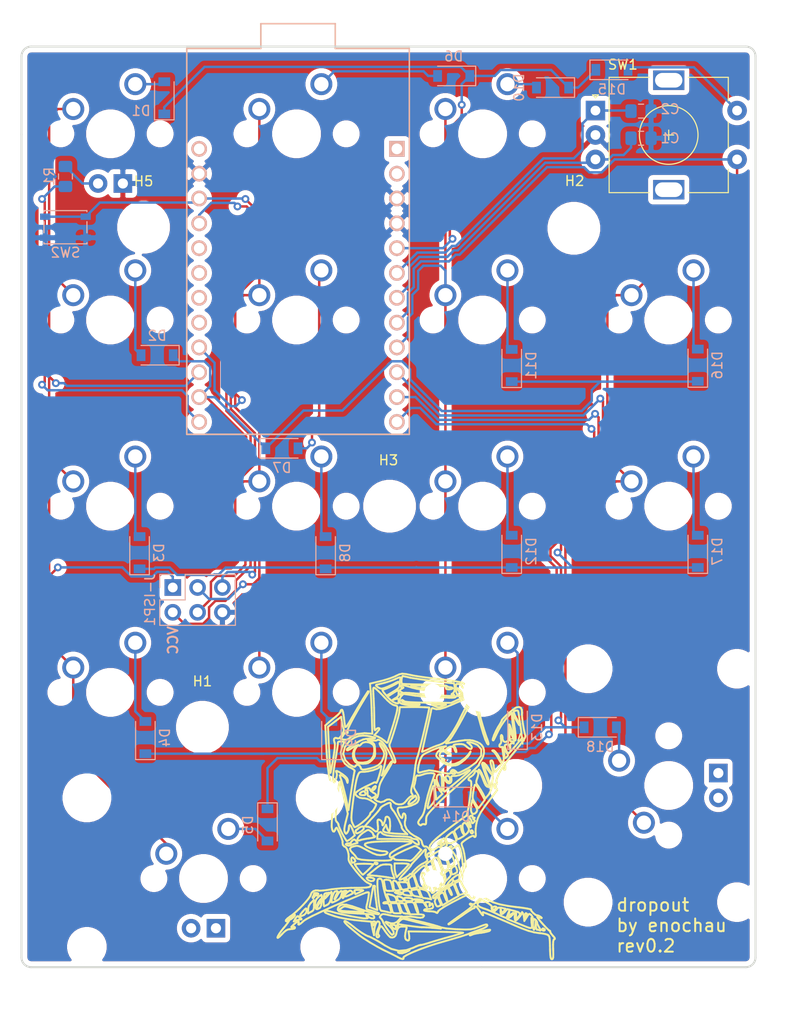
<source format=kicad_pcb>
(kicad_pcb (version 20171130) (host pcbnew "(5.1.7)-1")
  (layers (0 F.Cu signal) (31 B.Cu signal) (34 B.Paste user) (35 F.Paste user) (36 B.SilkS user) (37 F.SilkS user) (38 B.Mask user) (39 F.Mask user) (44 Edge.Cuts user))
  (net 0 "")
  (net 1 "Net-(D1-Pad2)")
  (net 2 ROW0)
  (net 3 "Net-(D2-Pad2)")
  (net 4 ROW1)
  (net 5 "Net-(D3-Pad2)")
  (net 6 ROW2)
  (net 7 "Net-(D4-Pad2)")
  (net 8 ROW3)
  (net 9 "Net-(D5-Pad2)")
  (net 10 ROW4)
  (net 11 "Net-(D6-Pad2)")
  (net 12 "Net-(D7-Pad2)")
  (net 13 "Net-(D8-Pad2)")
  (net 14 "Net-(D9-Pad2)")
  (net 15 "Net-(D10-Pad2)")
  (net 16 "Net-(D11-Pad2)")
  (net 17 "Net-(D12-Pad2)")
  (net 18 "Net-(D13-Pad2)")
  (net 19 "Net-(D14-Pad2)")
  (net 20 "Net-(D15-Pad2)")
  (net 21 "Net-(D16-Pad2)")
  (net 22 "Net-(D17-Pad2)")
  (net 23 "Net-(D18-Pad2)")
  (net 24 COL0)
  (net 25 COL2)
  (net 26 COL1)
  (net 27 COL3)
  (net 28 GND)
  (net 29 "Net-(K-NUM1-Pad3)")
  (net 30 NUMLED)
  (net 31 ROT-A)
  (net 32 ROT-B)
  (net 33 VCC)
  (net 34 RESET)
  (module MountingHole:MountingHole_3.7mm (layer F.Cu) (at 150.04953 69.04026)
    (fp_text reference H5 (at 0 -4.7) (layer F.SilkS))
    (fp_text value MountingHole)
    (pad 1 np_thru_hole circle (at 0 0) (size 3.7 3.7) (drill 3.7) (layers *.Cu *.Mask))
  )
  (module MountingHole:MountingHole_3.7mm (layer F.Cu) (at 188.149562 126.159763)
    (fp_text reference H4 (at 0 -4.7) (layer F.SilkS))
    (fp_text value MountingHole)
    (pad 1 np_thru_hole circle (at 0 0) (size 3.7 3.7) (drill 3.7) (layers *.Cu *.Mask))
  )
  (module MountingHole:MountingHole_3.7mm (layer F.Cu) (at 175.122998 97.582172)
    (fp_text reference H3 (at 0 -4.7) (layer F.SilkS))
    (fp_text value MountingHole)
    (pad 1 np_thru_hole circle (at 0 0) (size 3.7 3.7) (drill 3.7) (layers *.Cu *.Mask))
  )
  (module MountingHole:MountingHole_3.7mm (layer F.Cu) (at 194.173014 69.007148)
    (fp_text reference H2 (at 0 -4.7) (layer F.SilkS))
    (fp_text value MountingHole)
    (pad 1 np_thru_hole circle (at 0 0) (size 3.7 3.7) (drill 3.7) (layers *.Cu *.Mask))
  )
  (module MountingHole:MountingHole_3.7mm (layer F.Cu) (at 156.072982 120.204066)
    (fp_text reference H1 (at 0 -4.7) (layer F.SilkS))
    (fp_text value MountingHole)
    (pad 1 np_thru_hole circle (at 0 0) (size 3.7 3.7) (drill 3.7) (layers *.Cu *.Mask))
  )
  (module MX_Only:MXOnly-2U-ReversedStabilizers (layer F.Cu) (at 203.8108 126.159779 90)
    (fp_text reference K-ENT1)
    (fp_text value MX-NoLED)
    (pad "" np_thru_hole circle (at 11.938 -8.255 90) (size 3.9878 3.9878) (drill 3.9878) (layers *.Cu *.Mask))
    (pad "" np_thru_hole circle (at -11.938 -8.255 90) (size 3.9878 3.9878) (drill 3.9878) (layers *.Cu *.Mask))
    (pad "" np_thru_hole circle (at 11.938 6.985 90) (size 3.048 3.048) (drill 3.048) (layers *.Cu *.Mask))
    (pad "" np_thru_hole circle (at -11.938 6.985 90) (size 3.048 3.048) (drill 3.048) (layers *.Cu *.Mask))
    (pad "" np_thru_hole circle (at 5.08 0 138.0996) (size 1.75 1.75) (drill 1.75) (layers *.Cu *.Mask))
    (pad "" np_thru_hole circle (at -5.08 0 138.0996) (size 1.75 1.75) (drill 1.75) (layers *.Cu *.Mask))
    (pad 4 thru_hole rect (at 1.27 5.08 90) (size 1.905 1.905) (drill 1.04) (layers *.Cu B.Mask))
    (pad 3 thru_hole circle (at -1.27 5.08 90) (size 1.905 1.905) (drill 1.04) (layers *.Cu B.Mask))
    (pad 1 thru_hole circle (at -3.81 -2.54 90) (size 2.25 2.25) (drill 1.47) (layers *.Cu B.Mask) (net 27 COL3))
    (pad "" np_thru_hole circle (at 0 0 90) (size 3.9878 3.9878) (drill 3.9878) (layers *.Cu *.Mask))
    (pad 2 thru_hole circle (at 2.54 -5.08 90) (size 2.25 2.25) (drill 1.47) (layers *.Cu B.Mask) (net 23 "Net-(D18-Pad2)"))
  )
  (module Capacitor_SMD:C_0805_2012Metric_Pad1.15x1.40mm_HandSolder (layer B.Cu) (at 200.978298 57.162574)
    (fp_text reference C2 (at 2.976565 -0.203152 180) (layer B.SilkS) (effects (justify mirror)))
    (fp_text value 10nF)
    (pad 2 smd roundrect (at 1.025 0) (size 1.15 1.4) (layers B.Cu B.Paste B.Mask) (roundrect_rratio 0.2173904347826087) (net 28 GND))
    (pad 1 smd roundrect (at -1.025 0) (size 1.15 1.4) (layers B.Cu B.Paste B.Mask) (roundrect_rratio 0.2173904347826087) (net 31 ROT-A))
  )
  (module Capacitor_SMD:C_0805_2012Metric_Pad1.15x1.40mm_HandSolder (layer B.Cu) (at 200.978298 59.935987 180)
    (fp_text reference C1 (at -2.976565 0 180) (layer B.SilkS) (effects (justify mirror)))
    (fp_text value 10nF)
    (pad 2 smd roundrect (at 1.025 0 180) (size 1.15 1.4) (layers B.Cu B.Paste B.Mask) (roundrect_rratio 0.2173904347826087) (net 32 ROT-B))
    (pad 1 smd roundrect (at -1.025 0 180) (size 1.15 1.4) (layers B.Cu B.Paste B.Mask) (roundrect_rratio 0.2173904347826087) (net 28 GND))
  )
  (module Diode_SMD:D_SOD-123 (layer B.Cu) (at 151.439223 82.137146 180)
    (fp_text reference D2 (at 0 2) (layer B.SilkS) (effects (justify mirror)))
    (fp_text value D)
    (pad 1 smd rect (at -1.65 0 180) (size 0.9 1.2) (layers B.Cu B.Paste B.Mask) (net 4 ROW1))
    (pad 2 smd rect (at 1.65 0 180) (size 0.9 1.2) (layers B.Cu B.Paste B.Mask) (net 3 "Net-(D2-Pad2)"))
  )
  (module MX_Only:MXOnly-1U-NoLED (layer F.Cu) (at 146.6608 78.534779)
    (fp_text reference K-7)
    (fp_text value MX-NoLED)
    (pad 2 thru_hole circle (at 2.54 -5.08) (size 2.25 2.25) (drill 1.47) (layers *.Cu B.Mask) (net 3 "Net-(D2-Pad2)"))
    (pad "" np_thru_hole circle (at 0 0) (size 3.9878 3.9878) (drill 3.9878) (layers *.Cu *.Mask))
    (pad 1 thru_hole circle (at -3.81 -2.54) (size 2.25 2.25) (drill 1.47) (layers *.Cu B.Mask) (net 24 COL0))
    (pad "" np_thru_hole circle (at -5.08 0 48.0996) (size 1.75 1.75) (drill 1.75) (layers *.Cu *.Mask))
    (pad "" np_thru_hole circle (at 5.08 0 48.0996) (size 1.75 1.75) (drill 1.75) (layers *.Cu *.Mask))
  )
  (module MX_Only:MXOnly-1U-NoLED (layer F.Cu) (at 184.7608 59.484779)
    (fp_text reference K-STAR1)
    (fp_text value MX-NoLED)
    (pad 2 thru_hole circle (at 2.54 -5.08) (size 2.25 2.25) (drill 1.47) (layers *.Cu B.Mask) (net 15 "Net-(D10-Pad2)"))
    (pad "" np_thru_hole circle (at 0 0) (size 3.9878 3.9878) (drill 3.9878) (layers *.Cu *.Mask))
    (pad 1 thru_hole circle (at -3.81 -2.54) (size 2.25 2.25) (drill 1.47) (layers *.Cu B.Mask) (net 25 COL2))
    (pad "" np_thru_hole circle (at -5.08 0 48.0996) (size 1.75 1.75) (drill 1.75) (layers *.Cu *.Mask))
    (pad "" np_thru_hole circle (at 5.08 0 48.0996) (size 1.75 1.75) (drill 1.75) (layers *.Cu *.Mask))
  )
  (module Diode_SMD:D_SOD-123 (layer B.Cu) (at 152.170475 55.807435 90)
    (fp_text reference D1 (at -1.326565 -2.381252 180) (layer B.SilkS) (effects (justify mirror)))
    (fp_text value D)
    (pad 2 smd rect (at 1.65 0 90) (size 0.9 1.2) (layers B.Cu B.Paste B.Mask) (net 1 "Net-(D1-Pad2)"))
    (pad 1 smd rect (at -1.65 0 90) (size 0.9 1.2) (layers B.Cu B.Paste B.Mask) (net 2 ROW0))
  )
  (module Connector_PinHeader_2.54mm:PinHeader_2x03_P2.54mm_Vertical (layer B.Cu) (at 153.038292 105.903374 270)
    (fp_text reference J-ISP1 (at 1.27 2.33 90) (layer B.SilkS) (effects (justify mirror)))
    (fp_text value Conn_02x03_Counter_Clockwise)
    (pad 6 thru_hole oval (at 2.54 -5.08 270) (size 1.7 1.7) (drill 1) (layers *.Cu *.Mask) (net 28 GND))
    (pad 5 thru_hole oval (at 0 -5.08 270) (size 1.7 1.7) (drill 1) (layers *.Cu *.Mask) (net 34 RESET))
    (pad 4 thru_hole oval (at 2.54 -2.54 270) (size 1.7 1.7) (drill 1) (layers *.Cu *.Mask) (net 4 ROW1))
    (pad 3 thru_hole oval (at 0 -2.54 270) (size 1.7 1.7) (drill 1) (layers *.Cu *.Mask) (net 26 COL1))
    (pad 2 thru_hole oval (at 2.54 0 270) (size 1.7 1.7) (drill 1) (layers *.Cu *.Mask) (net 33 VCC))
    (pad 1 thru_hole rect (at 0 0 270) (size 1.7 1.7) (drill 1) (layers *.Cu *.Mask) (net 24 COL0))
  )
  (module promicro:ProMicro_MiniUsb (layer B.Cu) (at 165.862674 74.99339 270)
    (fp_text reference U1 hide)
    (fp_text value ProMicro)
    (pad 1 thru_hole rect (at -13.97 -10.12 270) (size 1.6 1.6) (drill 1.1) (layers *.Cu *.Mask B.SilkS))
    (pad 2 thru_hole circle (at -11.43 -10.12 270) (size 1.6 1.6) (drill 1.1) (layers *.Cu *.Mask B.SilkS))
    (pad 3 thru_hole circle (at -8.89 -10.12 270) (size 1.6 1.6) (drill 1.1) (layers *.Cu *.Mask B.SilkS) (net 28 GND))
    (pad 4 thru_hole circle (at -6.35 -10.12 270) (size 1.6 1.6) (drill 1.1) (layers *.Cu *.Mask B.SilkS) (net 28 GND))
    (pad 5 thru_hole circle (at -3.81 -10.12 270) (size 1.6 1.6) (drill 1.1) (layers *.Cu *.Mask B.SilkS) (net 2 ROW0))
    (pad 6 thru_hole circle (at -1.27 -10.12 270) (size 1.6 1.6) (drill 1.1) (layers *.Cu *.Mask B.SilkS) (net 31 ROT-A))
    (pad 7 thru_hole circle (at 1.27 -10.12 270) (size 1.6 1.6) (drill 1.1) (layers *.Cu *.Mask B.SilkS) (net 32 ROT-B))
    (pad 8 thru_hole circle (at 3.81 -10.12 270) (size 1.6 1.6) (drill 1.1) (layers *.Cu *.Mask B.SilkS) (net 27 COL3))
    (pad 9 thru_hole circle (at 6.35 -10.12 270) (size 1.6 1.6) (drill 1.1) (layers *.Cu *.Mask B.SilkS) (net 25 COL2))
    (pad 10 thru_hole circle (at 8.89 -10.12 270) (size 1.6 1.6) (drill 1.1) (layers *.Cu *.Mask B.SilkS) (net 6 ROW2))
    (pad 11 thru_hole circle (at 11.43 -10.12 270) (size 1.6 1.6) (drill 1.1) (layers *.Cu *.Mask B.SilkS) (net 8 ROW3))
    (pad 12 thru_hole circle (at 13.97 -10.12 270) (size 1.6 1.6) (drill 1.1) (layers *.Cu *.Mask B.SilkS) (net 10 ROW4))
    (pad 13 thru_hole circle (at 13.97 10.12 270) (size 1.6 1.6) (drill 1.1) (layers *.Cu *.Mask B.SilkS) (net 30 NUMLED))
    (pad 14 thru_hole circle (at 11.43 10.12 270) (size 1.6 1.6) (drill 1.1) (layers *.Cu *.Mask B.SilkS) (net 4 ROW1))
    (pad 15 thru_hole circle (at 8.89 10.12 270) (size 1.6 1.6) (drill 1.1) (layers *.Cu *.Mask B.SilkS) (net 24 COL0))
    (pad 16 thru_hole circle (at 6.35 10.12 270) (size 1.6 1.6) (drill 1.1) (layers *.Cu *.Mask B.SilkS) (net 26 COL1))
    (pad 17 thru_hole circle (at 3.81 10.12 270) (size 1.6 1.6) (drill 1.1) (layers *.Cu *.Mask B.SilkS))
    (pad 18 thru_hole circle (at 1.27 10.12 270) (size 1.6 1.6) (drill 1.1) (layers *.Cu *.Mask B.SilkS))
    (pad 19 thru_hole circle (at -1.27 10.12 270) (size 1.6 1.6) (drill 1.1) (layers *.Cu *.Mask B.SilkS))
    (pad 20 thru_hole circle (at -3.81 10.12 270) (size 1.6 1.6) (drill 1.1) (layers *.Cu *.Mask B.SilkS))
    (pad 21 thru_hole circle (at -6.35 10.12 270) (size 1.6 1.6) (drill 1.1) (layers *.Cu *.Mask B.SilkS) (net 33 VCC))
    (pad 22 thru_hole circle (at -8.89 10.12 270) (size 1.6 1.6) (drill 1.1) (layers *.Cu *.Mask B.SilkS) (net 34 RESET))
    (pad 23 thru_hole circle (at -11.43 10.12 270) (size 1.6 1.6) (drill 1.1) (layers *.Cu *.Mask B.SilkS) (net 28 GND))
    (pad 24 thru_hole circle (at -13.97 10.12 270) (size 1.6 1.6) (drill 1.1) (layers *.Cu *.Mask B.SilkS))
  )
  (module MX_Only:MXOnly-1U-NoLED (layer F.Cu) (at 165.7108 78.534779)
    (fp_text reference K-8)
    (fp_text value MX-NoLED)
    (pad 2 thru_hole circle (at 2.54 -5.08) (size 2.25 2.25) (drill 1.47) (layers *.Cu B.Mask) (net 12 "Net-(D7-Pad2)"))
    (pad "" np_thru_hole circle (at 0 0) (size 3.9878 3.9878) (drill 3.9878) (layers *.Cu *.Mask))
    (pad 1 thru_hole circle (at -3.81 -2.54) (size 2.25 2.25) (drill 1.47) (layers *.Cu B.Mask) (net 26 COL1))
    (pad "" np_thru_hole circle (at -5.08 0 48.0996) (size 1.75 1.75) (drill 1.75) (layers *.Cu *.Mask))
    (pad "" np_thru_hole circle (at 5.08 0 48.0996) (size 1.75 1.75) (drill 1.75) (layers *.Cu *.Mask))
  )
  (module MX_Only:MXOnly-2U-ReversedStabilizers (layer F.Cu) (at 156.1858 135.684779)
    (fp_text reference K-0)
    (fp_text value MX-NoLED)
    (pad "" np_thru_hole circle (at 11.938 -8.255) (size 3.9878 3.9878) (drill 3.9878) (layers *.Cu *.Mask))
    (pad "" np_thru_hole circle (at -11.938 -8.255) (size 3.9878 3.9878) (drill 3.9878) (layers *.Cu *.Mask))
    (pad "" np_thru_hole circle (at 11.938 6.985) (size 3.048 3.048) (drill 3.048) (layers *.Cu *.Mask))
    (pad "" np_thru_hole circle (at -11.938 6.985) (size 3.048 3.048) (drill 3.048) (layers *.Cu *.Mask))
    (pad "" np_thru_hole circle (at 5.08 0 48.0996) (size 1.75 1.75) (drill 1.75) (layers *.Cu *.Mask))
    (pad "" np_thru_hole circle (at -5.08 0 48.0996) (size 1.75 1.75) (drill 1.75) (layers *.Cu *.Mask))
    (pad 4 thru_hole rect (at 1.27 5.08) (size 1.905 1.905) (drill 1.04) (layers *.Cu B.Mask))
    (pad 3 thru_hole circle (at -1.27 5.08) (size 1.905 1.905) (drill 1.04) (layers *.Cu B.Mask))
    (pad 1 thru_hole circle (at -3.81 -2.54) (size 2.25 2.25) (drill 1.47) (layers *.Cu B.Mask) (net 24 COL0))
    (pad "" np_thru_hole circle (at 0 0) (size 3.9878 3.9878) (drill 3.9878) (layers *.Cu *.Mask))
    (pad 2 thru_hole circle (at 2.54 -5.08) (size 2.25 2.25) (drill 1.47) (layers *.Cu B.Mask) (net 9 "Net-(D5-Pad2)"))
  )
  (module Diode_SMD:D_SOD-123 (layer B.Cu) (at 181.800186 53.562122 180)
    (fp_text reference D6 (at 0 2) (layer B.SilkS) (effects (justify mirror)))
    (fp_text value D)
    (pad 2 smd rect (at 1.65 0 180) (size 0.9 1.2) (layers B.Cu B.Paste B.Mask) (net 11 "Net-(D6-Pad2)"))
    (pad 1 smd rect (at -1.65 0 180) (size 0.9 1.2) (layers B.Cu B.Paste B.Mask) (net 2 ROW0))
  )
  (module Button_Switch_SMD:SW_SPST_PTS810 (layer B.Cu) (at 142.050154 69.04026)
    (fp_text reference SW2 (at 0 2.6) (layer B.SilkS) (effects (justify mirror)))
    (fp_text value SW_Push)
    (pad 2 smd rect (at 2.075 -1.075) (size 1.05 0.65) (layers B.Cu B.Paste B.Mask) (net 34 RESET))
    (pad 2 smd rect (at -2.075 -1.075) (size 1.05 0.65) (layers B.Cu B.Paste B.Mask) (net 34 RESET))
    (pad 1 smd rect (at 2.075 1.075) (size 1.05 0.65) (layers B.Cu B.Paste B.Mask) (net 28 GND))
    (pad 1 smd rect (at -2.075 1.075) (size 1.05 0.65) (layers B.Cu B.Paste B.Mask) (net 28 GND))
  )
  (module Rotary_Encoder:RotaryEncoder_Alps_EC11E-Switch_Vertical_H20mm (layer F.Cu) (at 196.3108 57.103529)
    (fp_text reference SW1 (at 2.8 -4.7) (layer F.SilkS))
    (fp_text value Rotary_Encoder_Switch)
    (pad A thru_hole rect (at 0 0) (size 2 2) (drill 1) (layers *.Cu *.Mask) (net 31 ROT-A))
    (pad C thru_hole circle (at 0 2.5) (size 2 2) (drill 1) (layers *.Cu *.Mask) (net 28 GND))
    (pad B thru_hole circle (at 0 5) (size 2 2) (drill 1) (layers *.Cu *.Mask) (net 32 ROT-B))
    (pad MP thru_hole rect (at 7.5 -3.1) (size 3.2 2) (drill oval 2.8 1.5) (layers *.Cu *.Mask))
    (pad MP thru_hole rect (at 7.5 8.1) (size 3.2 2) (drill oval 2.8 1.5) (layers *.Cu *.Mask))
    (pad S2 thru_hole circle (at 14.5 0) (size 2 2) (drill 1) (layers *.Cu *.Mask) (net 20 "Net-(D15-Pad2)"))
    (pad S1 thru_hole circle (at 14.5 5) (size 2 2) (drill 1) (layers *.Cu *.Mask) (net 27 COL3))
  )
  (module Resistor_SMD:R_0805_2012Metric_Pad1.15x1.40mm_HandSolder (layer B.Cu) (at 142.050154 63.848069 270)
    (fp_text reference R1 (at 0 1.65 90) (layer B.SilkS) (effects (justify mirror)))
    (fp_text value 330)
    (pad 2 smd roundrect (at 1.025 0 270) (size 1.15 1.4) (layers B.Cu B.Paste B.Mask) (roundrect_rratio 0.2173904347826087) (net 30 NUMLED))
    (pad 1 smd roundrect (at -1.025 0 270) (size 1.15 1.4) (layers B.Cu B.Paste B.Mask) (roundrect_rratio 0.2173904347826087) (net 29 "Net-(K-NUM1-Pad3)"))
  )
  (module MX_Only:MXOnly-1U-NoLED (layer F.Cu) (at 203.8108 97.584779)
    (fp_text reference K-PLUS1)
    (fp_text value MX-NoLED)
    (pad 2 thru_hole circle (at 2.54 -5.08) (size 2.25 2.25) (drill 1.47) (layers *.Cu B.Mask) (net 22 "Net-(D17-Pad2)"))
    (pad "" np_thru_hole circle (at 0 0) (size 3.9878 3.9878) (drill 3.9878) (layers *.Cu *.Mask))
    (pad 1 thru_hole circle (at -3.81 -2.54) (size 2.25 2.25) (drill 1.47) (layers *.Cu B.Mask) (net 27 COL3))
    (pad "" np_thru_hole circle (at -5.08 0 48.0996) (size 1.75 1.75) (drill 1.75) (layers *.Cu *.Mask))
    (pad "" np_thru_hole circle (at 5.08 0 48.0996) (size 1.75 1.75) (drill 1.75) (layers *.Cu *.Mask))
  )
  (module MX_Only:MXOnly-1U (layer F.Cu) (at 146.6608 59.484779)
    (fp_text reference K-NUM1)
    (fp_text value MX-LED)
    (pad "" np_thru_hole circle (at 5.08 0 48.0996) (size 1.75 1.75) (drill 1.75) (layers *.Cu *.Mask))
    (pad "" np_thru_hole circle (at -5.08 0 48.0996) (size 1.75 1.75) (drill 1.75) (layers *.Cu *.Mask))
    (pad 4 thru_hole rect (at 1.27 5.08) (size 1.905 1.905) (drill 1.04) (layers *.Cu B.Mask) (net 28 GND))
    (pad 3 thru_hole circle (at -1.27 5.08) (size 1.905 1.905) (drill 1.04) (layers *.Cu B.Mask) (net 29 "Net-(K-NUM1-Pad3)"))
    (pad 1 thru_hole circle (at -3.81 -2.54) (size 2.25 2.25) (drill 1.47) (layers *.Cu B.Mask) (net 24 COL0))
    (pad "" np_thru_hole circle (at 0 0) (size 3.9878 3.9878) (drill 3.9878) (layers *.Cu *.Mask))
    (pad 2 thru_hole circle (at 2.54 -5.08) (size 2.25 2.25) (drill 1.47) (layers *.Cu B.Mask) (net 1 "Net-(D1-Pad2)"))
  )
  (module MX_Only:MXOnly-1U-NoLED (layer F.Cu) (at 203.8108 78.534779)
    (fp_text reference K-MIN1)
    (fp_text value MX-NoLED)
    (pad 2 thru_hole circle (at 2.54 -5.08) (size 2.25 2.25) (drill 1.47) (layers *.Cu B.Mask) (net 21 "Net-(D16-Pad2)"))
    (pad "" np_thru_hole circle (at 0 0) (size 3.9878 3.9878) (drill 3.9878) (layers *.Cu *.Mask))
    (pad 1 thru_hole circle (at -3.81 -2.54) (size 2.25 2.25) (drill 1.47) (layers *.Cu B.Mask) (net 27 COL3))
    (pad "" np_thru_hole circle (at -5.08 0 48.0996) (size 1.75 1.75) (drill 1.75) (layers *.Cu *.Mask))
    (pad "" np_thru_hole circle (at 5.08 0 48.0996) (size 1.75 1.75) (drill 1.75) (layers *.Cu *.Mask))
  )
  (module MX_Only:MXOnly-1U-NoLED (layer F.Cu) (at 184.7608 135.684779)
    (fp_text reference K-DEL1)
    (fp_text value MX-NoLED)
    (pad 2 thru_hole circle (at 2.54 -5.08) (size 2.25 2.25) (drill 1.47) (layers *.Cu B.Mask) (net 19 "Net-(D14-Pad2)"))
    (pad "" np_thru_hole circle (at 0 0) (size 3.9878 3.9878) (drill 3.9878) (layers *.Cu *.Mask))
    (pad 1 thru_hole circle (at -3.81 -2.54) (size 2.25 2.25) (drill 1.47) (layers *.Cu B.Mask) (net 25 COL2))
    (pad "" np_thru_hole circle (at -5.08 0 48.0996) (size 1.75 1.75) (drill 1.75) (layers *.Cu *.Mask))
    (pad "" np_thru_hole circle (at 5.08 0 48.0996) (size 1.75 1.75) (drill 1.75) (layers *.Cu *.Mask))
  )
  (module MX_Only:MXOnly-1U-NoLED (layer F.Cu) (at 165.7108 59.484779)
    (fp_text reference K-/1)
    (fp_text value MX-NoLED)
    (pad 2 thru_hole circle (at 2.54 -5.08) (size 2.25 2.25) (drill 1.47) (layers *.Cu B.Mask) (net 11 "Net-(D6-Pad2)"))
    (pad "" np_thru_hole circle (at 0 0) (size 3.9878 3.9878) (drill 3.9878) (layers *.Cu *.Mask))
    (pad 1 thru_hole circle (at -3.81 -2.54) (size 2.25 2.25) (drill 1.47) (layers *.Cu B.Mask) (net 26 COL1))
    (pad "" np_thru_hole circle (at -5.08 0 48.0996) (size 1.75 1.75) (drill 1.75) (layers *.Cu *.Mask))
    (pad "" np_thru_hole circle (at 5.08 0 48.0996) (size 1.75 1.75) (drill 1.75) (layers *.Cu *.Mask))
  )
  (module MX_Only:MXOnly-1U-NoLED (layer F.Cu) (at 184.7608 78.534779)
    (fp_text reference K-9)
    (fp_text value MX-NoLED)
    (pad 2 thru_hole circle (at 2.54 -5.08) (size 2.25 2.25) (drill 1.47) (layers *.Cu B.Mask) (net 16 "Net-(D11-Pad2)"))
    (pad "" np_thru_hole circle (at 0 0) (size 3.9878 3.9878) (drill 3.9878) (layers *.Cu *.Mask))
    (pad 1 thru_hole circle (at -3.81 -2.54) (size 2.25 2.25) (drill 1.47) (layers *.Cu B.Mask) (net 25 COL2))
    (pad "" np_thru_hole circle (at -5.08 0 48.0996) (size 1.75 1.75) (drill 1.75) (layers *.Cu *.Mask))
    (pad "" np_thru_hole circle (at 5.08 0 48.0996) (size 1.75 1.75) (drill 1.75) (layers *.Cu *.Mask))
  )
  (module MX_Only:MXOnly-1U-NoLED (layer F.Cu) (at 184.7608 97.584779)
    (fp_text reference K-6)
    (fp_text value MX-NoLED)
    (pad 2 thru_hole circle (at 2.54 -5.08) (size 2.25 2.25) (drill 1.47) (layers *.Cu B.Mask) (net 17 "Net-(D12-Pad2)"))
    (pad "" np_thru_hole circle (at 0 0) (size 3.9878 3.9878) (drill 3.9878) (layers *.Cu *.Mask))
    (pad 1 thru_hole circle (at -3.81 -2.54) (size 2.25 2.25) (drill 1.47) (layers *.Cu B.Mask) (net 25 COL2))
    (pad "" np_thru_hole circle (at -5.08 0 48.0996) (size 1.75 1.75) (drill 1.75) (layers *.Cu *.Mask))
    (pad "" np_thru_hole circle (at 5.08 0 48.0996) (size 1.75 1.75) (drill 1.75) (layers *.Cu *.Mask))
  )
  (module MX_Only:MXOnly-1U-NoLED (layer F.Cu) (at 165.7108 97.584779)
    (fp_text reference K-5)
    (fp_text value MX-NoLED)
    (pad 2 thru_hole circle (at 2.54 -5.08) (size 2.25 2.25) (drill 1.47) (layers *.Cu B.Mask) (net 13 "Net-(D8-Pad2)"))
    (pad "" np_thru_hole circle (at 0 0) (size 3.9878 3.9878) (drill 3.9878) (layers *.Cu *.Mask))
    (pad 1 thru_hole circle (at -3.81 -2.54) (size 2.25 2.25) (drill 1.47) (layers *.Cu B.Mask) (net 26 COL1))
    (pad "" np_thru_hole circle (at -5.08 0 48.0996) (size 1.75 1.75) (drill 1.75) (layers *.Cu *.Mask))
    (pad "" np_thru_hole circle (at 5.08 0 48.0996) (size 1.75 1.75) (drill 1.75) (layers *.Cu *.Mask))
  )
  (module MX_Only:MXOnly-1U-NoLED (layer F.Cu) (at 146.6608 97.584779)
    (fp_text reference K-4)
    (fp_text value MX-NoLED)
    (pad 2 thru_hole circle (at 2.54 -5.08) (size 2.25 2.25) (drill 1.47) (layers *.Cu B.Mask) (net 5 "Net-(D3-Pad2)"))
    (pad "" np_thru_hole circle (at 0 0) (size 3.9878 3.9878) (drill 3.9878) (layers *.Cu *.Mask))
    (pad 1 thru_hole circle (at -3.81 -2.54) (size 2.25 2.25) (drill 1.47) (layers *.Cu B.Mask) (net 24 COL0))
    (pad "" np_thru_hole circle (at -5.08 0 48.0996) (size 1.75 1.75) (drill 1.75) (layers *.Cu *.Mask))
    (pad "" np_thru_hole circle (at 5.08 0 48.0996) (size 1.75 1.75) (drill 1.75) (layers *.Cu *.Mask))
  )
  (module MX_Only:MXOnly-1U-NoLED (layer F.Cu) (at 146.660808 116.634755)
    (fp_text reference K-1)
    (fp_text value MX-NoLED)
    (pad 2 thru_hole circle (at 2.54 -5.08) (size 2.25 2.25) (drill 1.47) (layers *.Cu B.Mask) (net 7 "Net-(D4-Pad2)"))
    (pad "" np_thru_hole circle (at 0 0) (size 3.9878 3.9878) (drill 3.9878) (layers *.Cu *.Mask))
    (pad 1 thru_hole circle (at -3.81 -2.54) (size 2.25 2.25) (drill 1.47) (layers *.Cu B.Mask) (net 24 COL0))
    (pad "" np_thru_hole circle (at -5.08 0 48.0996) (size 1.75 1.75) (drill 1.75) (layers *.Cu *.Mask))
    (pad "" np_thru_hole circle (at 5.08 0 48.0996) (size 1.75 1.75) (drill 1.75) (layers *.Cu *.Mask))
  )
  (module MX_Only:MXOnly-1U-NoLED (layer F.Cu) (at 165.7108 116.634779)
    (fp_text reference K-2)
    (fp_text value MX-NoLED)
    (pad 2 thru_hole circle (at 2.54 -5.08) (size 2.25 2.25) (drill 1.47) (layers *.Cu B.Mask) (net 14 "Net-(D9-Pad2)"))
    (pad "" np_thru_hole circle (at 0 0) (size 3.9878 3.9878) (drill 3.9878) (layers *.Cu *.Mask))
    (pad 1 thru_hole circle (at -3.81 -2.54) (size 2.25 2.25) (drill 1.47) (layers *.Cu B.Mask) (net 26 COL1))
    (pad "" np_thru_hole circle (at -5.08 0 48.0996) (size 1.75 1.75) (drill 1.75) (layers *.Cu *.Mask))
    (pad "" np_thru_hole circle (at 5.08 0 48.0996) (size 1.75 1.75) (drill 1.75) (layers *.Cu *.Mask))
  )
  (module MX_Only:MXOnly-1U-NoLED (layer F.Cu) (at 184.76084 116.634755)
    (fp_text reference K-3)
    (fp_text value MX-NoLED)
    (pad 2 thru_hole circle (at 2.54 -5.08) (size 2.25 2.25) (drill 1.47) (layers *.Cu B.Mask) (net 18 "Net-(D13-Pad2)"))
    (pad "" np_thru_hole circle (at 0 0) (size 3.9878 3.9878) (drill 3.9878) (layers *.Cu *.Mask))
    (pad 1 thru_hole circle (at -3.81 -2.54) (size 2.25 2.25) (drill 1.47) (layers *.Cu B.Mask) (net 25 COL2))
    (pad "" np_thru_hole circle (at -5.08 0 48.0996) (size 1.75 1.75) (drill 1.75) (layers *.Cu *.Mask))
    (pad "" np_thru_hole circle (at 5.08 0 48.0996) (size 1.75 1.75) (drill 1.75) (layers *.Cu *.Mask))
  )
  (module Diode_SMD:D_SOD-123 (layer B.Cu) (at 196.803039 120.206633)
    (fp_text reference D18 (at 0 2) (layer B.SilkS) (effects (justify mirror)))
    (fp_text value D)
    (pad 2 smd rect (at 1.65 0) (size 0.9 1.2) (layers B.Cu B.Paste B.Mask) (net 23 "Net-(D18-Pad2)"))
    (pad 1 smd rect (at -1.65 0) (size 0.9 1.2) (layers B.Cu B.Paste B.Mask) (net 8 ROW3))
  )
  (module Diode_SMD:D_SOD-123 (layer B.Cu) (at 206.787421 102.211304 90)
    (fp_text reference D17 (at 0 2 90) (layer B.SilkS) (effects (justify mirror)))
    (fp_text value D)
    (pad 2 smd rect (at 1.65 0 90) (size 0.9 1.2) (layers B.Cu B.Paste B.Mask) (net 22 "Net-(D17-Pad2)"))
    (pad 1 smd rect (at -1.65 0 90) (size 0.9 1.2) (layers B.Cu B.Paste B.Mask) (net 6 ROW2))
  )
  (module Diode_SMD:D_SOD-123 (layer B.Cu) (at 206.787421 83.161288 90)
    (fp_text reference D16 (at 0 2 90) (layer B.SilkS) (effects (justify mirror)))
    (fp_text value D)
    (pad 2 smd rect (at 1.65 0 90) (size 0.9 1.2) (layers B.Cu B.Paste B.Mask) (net 21 "Net-(D16-Pad2)"))
    (pad 1 smd rect (at -1.65 0 90) (size 0.9 1.2) (layers B.Cu B.Paste B.Mask) (net 4 ROW1))
  )
  (module Diode_SMD:D_SOD-123 (layer B.Cu) (at 197.993665 52.936264)
    (fp_text reference D15 (at 0 2) (layer B.SilkS) (effects (justify mirror)))
    (fp_text value D)
    (pad 2 smd rect (at 1.65 0) (size 0.9 1.2) (layers B.Cu B.Paste B.Mask) (net 20 "Net-(D15-Pad2)"))
    (pad 1 smd rect (at -1.65 0) (size 0.9 1.2) (layers B.Cu B.Paste B.Mask) (net 2 ROW0))
  )
  (module Diode_SMD:D_SOD-123 (layer B.Cu) (at 182.060493 127.350389)
    (fp_text reference D14 (at 0 2) (layer B.SilkS) (effects (justify mirror)))
    (fp_text value D)
    (pad 2 smd rect (at 1.65 0) (size 0.9 1.2) (layers B.Cu B.Paste B.Mask) (net 19 "Net-(D14-Pad2)"))
    (pad 1 smd rect (at -1.65 0) (size 0.9 1.2) (layers B.Cu B.Paste B.Mask) (net 10 ROW4))
  )
  (module Diode_SMD:D_SOD-123 (layer B.Cu) (at 188.332718 120.210004 90)
    (fp_text reference D13 (at 0 2 90) (layer B.SilkS) (effects (justify mirror)))
    (fp_text value D)
    (pad 2 smd rect (at 1.65 0 90) (size 0.9 1.2) (layers B.Cu B.Paste B.Mask) (net 18 "Net-(D13-Pad2)"))
    (pad 1 smd rect (at -1.65 0 90) (size 0.9 1.2) (layers B.Cu B.Paste B.Mask) (net 8 ROW3))
  )
  (module Diode_SMD:D_SOD-123 (layer B.Cu) (at 187.737405 102.211304 90)
    (fp_text reference D12 (at 0 2 90) (layer B.SilkS) (effects (justify mirror)))
    (fp_text value D)
    (pad 2 smd rect (at 1.65 0 90) (size 0.9 1.2) (layers B.Cu B.Paste B.Mask) (net 17 "Net-(D12-Pad2)"))
    (pad 1 smd rect (at -1.65 0 90) (size 0.9 1.2) (layers B.Cu B.Paste B.Mask) (net 6 ROW2))
  )
  (module Diode_SMD:D_SOD-123 (layer B.Cu) (at 187.737405 83.191833 90)
    (fp_text reference D11 (at 0 2 90) (layer B.SilkS) (effects (justify mirror)))
    (fp_text value D)
    (pad 2 smd rect (at 1.65 0 90) (size 0.9 1.2) (layers B.Cu B.Paste B.Mask) (net 16 "Net-(D11-Pad2)"))
    (pad 1 smd rect (at -1.65 0 90) (size 0.9 1.2) (layers B.Cu B.Paste B.Mask) (net 4 ROW1))
  )
  (module Diode_SMD:D_SOD-123 (layer B.Cu) (at 191.920507 54.752748 180)
    (fp_text reference D10 (at 3.435939 0 270) (layer B.SilkS) (effects (justify mirror)))
    (fp_text value D)
    (pad 2 smd rect (at 1.65 0 180) (size 0.9 1.2) (layers B.Cu B.Paste B.Mask) (net 15 "Net-(D10-Pad2)"))
    (pad 1 smd rect (at -1.65 0 180) (size 0.9 1.2) (layers B.Cu B.Paste B.Mask) (net 2 ROW0))
  )
  (module Diode_SMD:D_SOD-123 (layer B.Cu) (at 169.282702 121.26132 90)
    (fp_text reference D9 (at 0 2 90) (layer B.SilkS) (effects (justify mirror)))
    (fp_text value D)
    (pad 2 smd rect (at 1.65 0 90) (size 0.9 1.2) (layers B.Cu B.Paste B.Mask) (net 14 "Net-(D9-Pad2)"))
    (pad 1 smd rect (at -1.65 0 90) (size 0.9 1.2) (layers B.Cu B.Paste B.Mask) (net 8 ROW3))
  )
  (module Diode_SMD:D_SOD-123 (layer B.Cu) (at 168.687389 102.347243 90)
    (fp_text reference D8 (at 0 2 90) (layer B.SilkS) (effects (justify mirror)))
    (fp_text value D)
    (pad 2 smd rect (at 1.65 0 90) (size 0.9 1.2) (layers B.Cu B.Paste B.Mask) (net 13 "Net-(D8-Pad2)"))
    (pad 1 smd rect (at -1.65 0 90) (size 0.9 1.2) (layers B.Cu B.Paste B.Mask) (net 6 ROW2))
  )
  (module Diode_SMD:D_SOD-123 (layer B.Cu) (at 164.212674 91.662154)
    (fp_text reference D7 (at 0 2) (layer B.SilkS) (effects (justify mirror)))
    (fp_text value D)
    (pad 2 smd rect (at 1.65 0) (size 0.9 1.2) (layers B.Cu B.Paste B.Mask) (net 12 "Net-(D7-Pad2)"))
    (pad 1 smd rect (at -1.65 0) (size 0.9 1.2) (layers B.Cu B.Paste B.Mask) (net 4 ROW1))
  )
  (module Diode_SMD:D_SOD-123 (layer B.Cu) (at 162.734259 130.191015 270)
    (fp_text reference D5 (at 0 2 90) (layer B.SilkS) (effects (justify mirror)))
    (fp_text value D)
    (pad 2 smd rect (at 1.65 0 270) (size 0.9 1.2) (layers B.Cu B.Paste B.Mask) (net 9 "Net-(D5-Pad2)"))
    (pad 1 smd rect (at -1.65 0 270) (size 0.9 1.2) (layers B.Cu B.Paste B.Mask) (net 10 ROW4))
  )
  (module Diode_SMD:D_SOD-123 (layer B.Cu) (at 150.232686 121.26132 90)
    (fp_text reference D4 (at 0 2 90) (layer B.SilkS) (effects (justify mirror)))
    (fp_text value D)
    (pad 2 smd rect (at 1.65 0 90) (size 0.9 1.2) (layers B.Cu B.Paste B.Mask) (net 7 "Net-(D4-Pad2)"))
    (pad 1 smd rect (at -1.65 0 90) (size 0.9 1.2) (layers B.Cu B.Paste B.Mask) (net 8 ROW3))
  )
  (module Diode_SMD:D_SOD-123 (layer B.Cu) (at 149.637373 102.347243 90)
    (fp_text reference D3 (at 0 2 90) (layer B.SilkS) (effects (justify mirror)))
    (fp_text value D)
    (pad 2 smd rect (at 1.65 0 90) (size 0.9 1.2) (layers B.Cu B.Paste B.Mask) (net 5 "Net-(D3-Pad2)"))
    (pad 1 smd rect (at -1.65 0 90) (size 0.9 1.2) (layers B.Cu B.Paste B.Mask) (net 6 ROW2))
  )
  (gr_arc (start 138.547957 143.753776) (end 137.547957 143.753776) (angle -90) (layer Edge.Cuts) (width 0.2))
  (gr_line (start 212.697757 143.753776) (end 212.697757 51.553615) (layer Edge.Cuts) (width 0.2))
  (gr_line (start 184.647757 144.753776) (end 211.697757 144.753776) (layer Edge.Cuts) (width 0.2))
  (gr_line (start 137.547957 143.753776) (end 137.547957 59.553615) (layer Edge.Cuts) (width 0.2))
  (gr_line (start 138.547957 50.553615) (end 211.697757 50.553615) (layer Edge.Cuts) (width 0.2))
  (gr_arc (start 138.547957 51.553615) (end 138.547957 50.553615) (angle -90) (layer Edge.Cuts) (width 0.2))
  (gr_line (start 184.647757 144.753776) (end 138.547957 144.753776) (layer Edge.Cuts) (width 0.2))
  (gr_arc (start 211.697757 51.553615) (end 212.697757 51.553615) (angle -90) (layer Edge.Cuts) (width 0.2))
  (gr_arc (start 211.697757 143.753776) (end 211.697757 144.753776) (angle -90) (layer Edge.Cuts) (width 0.2))
  (gr_line (start 137.547957 59.553615) (end 137.547957 51.553615) (layer Edge.Cuts) (width 0.2))
  (gr_text VCC (at 153.057892 111.315374 90) (layer B.SilkS) (effects (font (size 1 1) (thickness 0.2)) (justify mirror)))
  (gr_line (start 183.792452 141.275695) (end 183.545477 141.387588) (layer F.SilkS) (width 0.2))
  (gr_line (start 190.852577 140.924133) (end 190.852577 140.906222) (layer F.SilkS) (width 0.2))
  (gr_line (start 184.613177 141.229308) (end 184.687277 141.219535) (layer F.SilkS) (width 0.2))
  (gr_line (start 190.331777 140.16241) (end 190.331777 140.19781) (layer F.SilkS) (width 0.2))
  (gr_line (start 183.665102 141.42706) (end 183.693527 141.41119) (layer F.SilkS) (width 0.2))
  (gr_line (start 183.456752 141.489723) (end 183.456752 141.489723) (layer F.SilkS) (width 0.2))
  (gr_line (start 190.946102 140.802055) (end 190.969802 140.802055) (layer F.SilkS) (width 0.2))
  (gr_line (start 184.644077 141.062478) (end 184.524452 141.08404) (layer F.SilkS) (width 0.2))
  (gr_line (start 183.545477 141.387588) (end 183.456752 141.464087) (layer F.SilkS) (width 0.2))
  (gr_line (start 185.509577 140.976213) (end 185.529152 140.94529) (layer F.SilkS) (width 0.2))
  (gr_line (start 191.041052 140.83054) (end 191.104877 140.89036) (layer F.SilkS) (width 0.2))
  (gr_line (start 190.879877 140.83054) (end 190.929452 140.802055) (layer F.SilkS) (width 0.2))
  (gr_line (start 185.169077 141.1288) (end 185.364377 141.072235) (layer F.SilkS) (width 0.2))
  (gr_line (start 184.029677 141.32005) (end 184.309652 141.268773) (layer F.SilkS) (width 0.2))
  (gr_line (start 183.517802 141.489318) (end 183.636227 141.442518) (layer F.SilkS) (width 0.2))
  (gr_line (start 190.186127 139.916643) (end 190.206827 139.934545) (layer F.SilkS) (width 0.2))
  (gr_line (start 191.120327 140.918838) (end 191.108927 140.97784) (layer F.SilkS) (width 0.2))
  (gr_line (start 190.900577 140.97784) (end 190.852577 140.924133) (layer F.SilkS) (width 0.2))
  (gr_line (start 184.644077 141.062478) (end 184.644077 141.062478) (layer F.SilkS) (width 0.2))
  (gr_line (start 190.852577 140.906222) (end 190.852577 140.887098) (layer F.SilkS) (width 0.2))
  (gr_line (start 184.956977 141.004285) (end 184.722152 141.04783) (layer F.SilkS) (width 0.2))
  (gr_line (start 185.461952 140.924538) (end 185.356577 140.935518) (layer F.SilkS) (width 0.2))
  (gr_line (start 185.467277 141.020973) (end 185.477777 141.009985) (layer F.SilkS) (width 0.2))
  (gr_line (start 191.019452 141.01039) (end 190.989677 141.01039) (layer F.SilkS) (width 0.2))
  (gr_line (start 185.191352 140.961978) (end 184.956977 141.004285) (layer F.SilkS) (width 0.2))
  (gr_line (start 185.516102 140.927785) (end 185.461952 140.924538) (layer F.SilkS) (width 0.2))
  (gr_line (start 185.356577 140.935518) (end 185.191352 140.961978) (layer F.SilkS) (width 0.2))
  (gr_line (start 185.529152 140.94529) (end 185.516102 140.927785) (layer F.SilkS) (width 0.2))
  (gr_line (start 185.451302 141.03643) (end 185.467277 141.020973) (layer F.SilkS) (width 0.2))
  (gr_line (start 185.364377 141.072235) (end 185.451302 141.03643) (layer F.SilkS) (width 0.2))
  (gr_line (start 184.908902 141.183325) (end 185.169077 141.1288) (layer F.SilkS) (width 0.2))
  (gr_line (start 184.309652 141.268773) (end 184.537052 141.23704) (layer F.SilkS) (width 0.2))
  (gr_line (start 191.104877 140.89036) (end 191.112977 140.906222) (layer F.SilkS) (width 0.2))
  (gr_line (start 191.041727 141.01039) (end 191.019452 141.01039) (layer F.SilkS) (width 0.2))
  (gr_line (start 190.206827 139.934545) (end 190.289852 140.057028) (layer F.SilkS) (width 0.2))
  (gr_line (start 190.929452 140.802055) (end 190.946102 140.802055) (layer F.SilkS) (width 0.2))
  (gr_line (start 191.108927 140.97784) (end 191.041727 141.01039) (layer F.SilkS) (width 0.2))
  (gr_line (start 191.112977 140.906222) (end 191.120327 140.918838) (layer F.SilkS) (width 0.2))
  (gr_line (start 185.477777 141.009985) (end 185.509577 140.976213) (layer F.SilkS) (width 0.2))
  (gr_line (start 184.537052 141.23704) (end 184.613177 141.229308) (layer F.SilkS) (width 0.2))
  (gr_line (start 183.804227 141.375378) (end 184.029677 141.32005) (layer F.SilkS) (width 0.2))
  (gr_line (start 191.112977 140.906222) (end 191.112977 140.906222) (layer F.SilkS) (width 0.2))
  (gr_line (start 190.158002 139.88857) (end 190.186127 139.916643) (layer F.SilkS) (width 0.2))
  (gr_line (start 190.852577 140.887098) (end 190.879877 140.83054) (layer F.SilkS) (width 0.2))
  (gr_line (start 183.456752 141.464087) (end 183.456752 141.489723) (layer F.SilkS) (width 0.2))
  (gr_line (start 190.289852 140.057028) (end 190.331777 140.16241) (layer F.SilkS) (width 0.2))
  (gr_line (start 184.524452 141.08404) (end 184.168427 141.1642) (layer F.SilkS) (width 0.2))
  (gr_line (start 183.693527 141.41119) (end 183.804227 141.375378) (layer F.SilkS) (width 0.2))
  (gr_line (start 184.168427 141.1642) (end 183.792452 141.275695) (layer F.SilkS) (width 0.2))
  (gr_line (start 190.969802 140.802055) (end 191.041052 140.83054) (layer F.SilkS) (width 0.2))
  (gr_line (start 190.989677 141.01039) (end 190.900577 140.97784) (layer F.SilkS) (width 0.2))
  (gr_line (start 183.636227 141.442518) (end 183.665102 141.42706) (layer F.SilkS) (width 0.2))
  (gr_line (start 184.687277 141.219535) (end 184.908902 141.183325) (layer F.SilkS) (width 0.2))
  (gr_line (start 190.331777 140.19781) (end 190.331777 140.19781) (layer F.SilkS) (width 0.2))
  (gr_line (start 184.722152 141.04783) (end 184.644077 141.062478) (layer F.SilkS) (width 0.2))
  (gr_line (start 183.456752 141.489723) (end 183.517802 141.489318) (layer F.SilkS) (width 0.2))
  (gr_line (start 189.290102 139.31239) (end 189.290102 139.339248) (layer F.SilkS) (width 0.2))
  (gr_line (start 185.807102 138.83713) (end 185.759777 138.752088) (layer F.SilkS) (width 0.2))
  (gr_line (start 189.915077 140.514378) (end 189.923627 140.189672) (layer F.SilkS) (width 0.2))
  (gr_line (start 189.992777 140.906222) (end 189.945227 140.789853) (layer F.SilkS) (width 0.2))
  (gr_line (start 185.874977 138.574683) (end 186.000677 138.550675) (layer F.SilkS) (width 0.2))
  (gr_line (start 190.149452 140.520482) (end 190.097402 140.776015) (layer F.SilkS) (width 0.2))
  (gr_line (start 189.290102 139.339248) (end 189.257552 139.420225) (layer F.SilkS) (width 0.2))
  (gr_line (start 189.257552 139.420225) (end 189.198977 139.530903) (layer F.SilkS) (width 0.2))
  (gr_line (start 190.550702 140.687305) (end 190.576727 140.730445) (layer F.SilkS) (width 0.2))
  (gr_line (start 190.206827 140.458225) (end 190.196252 140.02081) (layer F.SilkS) (width 0.2))
  (gr_line (start 190.247927 140.776015) (end 190.209227 140.520482) (layer F.SilkS) (width 0.2))
  (gr_line (start 186.165077 138.60154) (end 186.165077 138.61456) (layer F.SilkS) (width 0.2))
  (gr_line (start 186.019427 138.812305) (end 185.996252 138.832248) (layer F.SilkS) (width 0.2))
  (gr_line (start 190.394027 140.39557) (end 190.519352 140.63767) (layer F.SilkS) (width 0.2))
  (gr_line (start 190.321127 140.906222) (end 190.302902 140.906222) (layer F.SilkS) (width 0.2))
  (gr_line (start 189.168002 139.239558) (end 189.185927 139.239558) (layer F.SilkS) (width 0.2))
  (gr_line (start 190.440827 140.925752) (end 190.350902 140.906222) (layer F.SilkS) (width 0.2))
  (gr_line (start 190.592177 140.968893) (end 190.568552 140.960748) (layer F.SilkS) (width 0.2))
  (gr_line (start 189.185927 139.239558) (end 189.204677 139.239558) (layer F.SilkS) (width 0.2))
  (gr_line (start 189.290102 139.29937) (end 189.290102 139.31239) (layer F.SilkS) (width 0.2))
  (gr_line (start 190.610927 140.976618) (end 190.592177 140.968893) (layer F.SilkS) (width 0.2))
  (gr_line (start 189.185927 139.55206) (end 189.170102 139.575257) (layer F.SilkS) (width 0.2))
  (gr_line (start 189.290102 139.31239) (end 189.290102 139.31239) (layer F.SilkS) (width 0.2))
  (gr_line (start 189.114377 139.307103) (end 189.168002 139.239558) (layer F.SilkS) (width 0.2))
  (gr_line (start 189.102452 139.631402) (end 189.081752 139.509325) (layer F.SilkS) (width 0.2))
  (gr_line (start 186.115052 138.56329) (end 186.165077 138.60154) (layer F.SilkS) (width 0.2))
  (gr_line (start 190.671977 140.992075) (end 190.610927 140.976618) (layer F.SilkS) (width 0.2))
  (gr_line (start 189.081752 139.42795) (end 189.114377 139.307103) (layer F.SilkS) (width 0.2))
  (gr_line (start 189.198977 139.530903) (end 189.185927 139.55206) (layer F.SilkS) (width 0.2))
  (gr_line (start 185.789852 138.635305) (end 185.802152 138.61456) (layer F.SilkS) (width 0.2))
  (gr_line (start 185.774477 138.65932) (end 185.789852 138.635305) (layer F.SilkS) (width 0.2))
  (gr_line (start 190.054277 139.82428) (end 190.158002 139.88857) (layer F.SilkS) (width 0.2))
  (gr_line (start 190.651952 140.86309) (end 190.692302 140.960748) (layer F.SilkS) (width 0.2))
  (gr_line (start 190.331777 140.19781) (end 190.331777 140.247048) (layer F.SilkS) (width 0.2))
  (gr_line (start 189.988727 139.898328) (end 190.054277 139.82428) (layer F.SilkS) (width 0.2))
  (gr_line (start 190.154777 140.458225) (end 190.149452 140.520482) (layer F.SilkS) (width 0.2))
  (gr_line (start 190.196252 140.02081) (end 190.154777 140.458225) (layer F.SilkS) (width 0.2))
  (gr_line (start 189.204677 139.239558) (end 189.261227 139.26031) (layer F.SilkS) (width 0.2))
  (gr_line (start 190.302902 140.906222) (end 190.247927 140.776015) (layer F.SilkS) (width 0.2))
  (gr_line (start 185.759777 138.752088) (end 185.774477 138.65932) (layer F.SilkS) (width 0.2))
  (gr_line (start 185.902577 138.865203) (end 185.807102 138.83713) (layer F.SilkS) (width 0.2))
  (gr_line (start 190.350902 140.906222) (end 190.321127 140.906222) (layer F.SilkS) (width 0.2))
  (gr_line (start 190.692302 140.960748) (end 190.671977 140.992075) (layer F.SilkS) (width 0.2))
  (gr_line (start 190.576727 140.730445) (end 190.651952 140.86309) (layer F.SilkS) (width 0.2))
  (gr_line (start 189.261227 139.26031) (end 189.290102 139.29937) (layer F.SilkS) (width 0.2))
  (gr_line (start 189.081752 139.468638) (end 189.081752 139.42795) (layer F.SilkS) (width 0.2))
  (gr_line (start 189.170102 139.575257) (end 189.102452 139.631402) (layer F.SilkS) (width 0.2))
  (gr_line (start 186.040202 138.796443) (end 186.019427 138.812305) (layer F.SilkS) (width 0.2))
  (gr_line (start 186.165077 138.61456) (end 186.165077 138.61456) (layer F.SilkS) (width 0.2))
  (gr_line (start 185.802152 138.61456) (end 185.874977 138.574683) (layer F.SilkS) (width 0.2))
  (gr_line (start 190.331777 140.247048) (end 190.394027 140.39557) (layer F.SilkS) (width 0.2))
  (gr_line (start 189.977777 139.927225) (end 189.988727 139.898328) (layer F.SilkS) (width 0.2))
  (gr_line (start 189.945227 140.789853) (end 189.915077 140.514378) (layer F.SilkS) (width 0.2))
  (gr_line (start 190.097402 140.776015) (end 190.030577 140.906222) (layer F.SilkS) (width 0.2))
  (gr_line (start 186.000677 138.550675) (end 186.115052 138.56329) (layer F.SilkS) (width 0.2))
  (gr_line (start 189.953327 139.988252) (end 189.977777 139.927225) (layer F.SilkS) (width 0.2))
  (gr_line (start 190.209227 140.520482) (end 190.206827 140.458225) (layer F.SilkS) (width 0.2))
  (gr_line (start 190.030577 140.906222) (end 190.008602 140.906222) (layer F.SilkS) (width 0.2))
  (gr_line (start 185.996252 138.832248) (end 185.902577 138.865203) (layer F.SilkS) (width 0.2))
  (gr_line (start 189.923627 140.189672) (end 189.953327 139.988252) (layer F.SilkS) (width 0.2))
  (gr_line (start 190.008602 140.906222) (end 189.992777 140.906222) (layer F.SilkS) (width 0.2))
  (gr_line (start 190.568552 140.960748) (end 190.440827 140.925752) (layer F.SilkS) (width 0.2))
  (gr_line (start 189.081752 139.509325) (end 189.081752 139.468638) (layer F.SilkS) (width 0.2))
  (gr_line (start 190.519352 140.63767) (end 190.550702 140.687305) (layer F.SilkS) (width 0.2))
  (gr_line (start 189.795527 140.419165) (end 189.805202 140.599825) (layer F.SilkS) (width 0.2))
  (gr_line (start 187.711727 139.309548) (end 187.675502 139.343725) (layer F.SilkS) (width 0.2))
  (gr_line (start 186.123227 138.705295) (end 186.040202 138.796443) (layer F.SilkS) (width 0.2))
  (gr_line (start 186.165077 138.636933) (end 186.123227 138.705295) (layer F.SilkS) (width 0.2))
  (gr_line (start 184.670102 137.885388) (end 184.696127 137.885388) (layer F.SilkS) (width 0.2))
  (gr_line (start 186.165077 138.61456) (end 186.165077 138.636933) (layer F.SilkS) (width 0.2))
  (gr_line (start 187.373627 139.270893) (end 187.352402 139.32541) (layer F.SilkS) (width 0.2))
  (gr_line (start 185.238227 138.166555) (end 185.238227 138.166555) (layer F.SilkS) (width 0.2))
  (gr_line (start 189.689702 140.75119) (end 189.521627 140.72434) (layer F.SilkS) (width 0.2))
  (gr_line (start 185.187677 138.138483) (end 185.238227 138.166555) (layer F.SilkS) (width 0.2))
  (gr_line (start 184.708427 137.885388) (end 184.745402 137.90695) (layer F.SilkS) (width 0.2))
  (gr_line (start 189.764552 140.098525) (end 189.769427 140.166475) (layer F.SilkS) (width 0.2))
  (gr_line (start 184.505327 138.59869) (end 184.271777 138.434703) (layer F.SilkS) (width 0.2))
  (gr_line (start 189.805202 140.599825) (end 189.777152 140.710098) (layer F.SilkS) (width 0.2))
  (gr_line (start 184.271777 138.434703) (end 184.237202 138.266665) (layer F.SilkS) (width 0.2))
  (gr_line (start 185.955527 139.17934) (end 185.575052 139.011288) (layer F.SilkS) (width 0.2))
  (gr_line (start 184.696127 137.885388) (end 184.708427 137.885388) (layer F.SilkS) (width 0.2))
  (gr_line (start 189.769052 139.69162) (end 189.753527 139.736785) (layer F.SilkS) (width 0.2))
  (gr_line (start 186.230627 139.308738) (end 185.955527 139.17934) (layer F.SilkS) (width 0.2))
  (gr_line (start 187.415102 139.593557) (end 187.467152 139.228975) (layer F.SilkS) (width 0.2))
  (gr_line (start 189.251852 140.630755) (end 188.858702 140.472055) (layer F.SilkS) (width 0.2))
  (gr_line (start 185.016452 138.79237) (end 184.946402 138.770808) (layer F.SilkS) (width 0.2))
  (gr_line (start 188.858702 140.472055) (end 188.455502 140.304828) (layer F.SilkS) (width 0.2))
  (gr_line (start 184.591952 137.9452) (end 184.670102 137.885388) (layer F.SilkS) (width 0.2))
  (gr_line (start 186.913802 139.620828) (end 186.642377 139.50445) (layer F.SilkS) (width 0.2))
  (gr_line (start 187.190927 139.703013) (end 187.186052 139.708308) (layer F.SilkS) (width 0.2))
  (gr_line (start 185.223902 138.86887) (end 185.016452 138.79237) (layer F.SilkS) (width 0.2))
  (gr_line (start 187.256027 139.563453) (end 187.190927 139.703013) (layer F.SilkS) (width 0.2))
  (gr_line (start 187.290152 139.833228) (end 187.612802 139.583387) (layer F.SilkS) (width 0.2))
  (gr_line (start 187.935902 139.214733) (end 187.860152 139.202935) (layer F.SilkS) (width 0.2))
  (gr_line (start 185.035952 138.056695) (end 185.187677 138.138483) (layer F.SilkS) (width 0.2))
  (gr_line (start 184.865402 137.967183) (end 185.035952 138.056695) (layer F.SilkS) (width 0.2))
  (gr_line (start 188.321252 140.24989) (end 187.290152 139.833228) (layer F.SilkS) (width 0.2))
  (gr_line (start 187.186052 139.708308) (end 187.180727 139.71319) (layer F.SilkS) (width 0.2))
  (gr_line (start 187.840727 139.36936) (end 187.935902 139.256245) (layer F.SilkS) (width 0.2))
  (gr_line (start 184.745402 137.90695) (end 184.865402 137.967183) (layer F.SilkS) (width 0.2))
  (gr_line (start 184.394252 138.08314) (end 184.430477 138.0571) (layer F.SilkS) (width 0.2))
  (gr_line (start 185.575052 139.011288) (end 185.223902 138.86887) (layer F.SilkS) (width 0.2))
  (gr_line (start 184.834127 138.73378) (end 184.505327 138.59869) (layer F.SilkS) (width 0.2))
  (gr_line (start 187.467152 139.228975) (end 187.529852 138.874975) (layer F.SilkS) (width 0.2))
  (gr_line (start 187.612802 139.583387) (end 187.657202 139.546765) (layer F.SilkS) (width 0.2))
  (gr_line (start 187.352402 139.32541) (end 187.256027 139.563453) (layer F.SilkS) (width 0.2))
  (gr_line (start 189.753527 139.736785) (end 189.753527 139.894675) (layer F.SilkS) (width 0.2))
  (gr_line (start 186.400727 139.392963) (end 186.321302 139.354308) (layer F.SilkS) (width 0.2))
  (gr_line (start 184.347452 138.119358) (end 184.394252 138.08314) (layer F.SilkS) (width 0.2))
  (gr_line (start 184.237202 138.266665) (end 184.347452 138.119358) (layer F.SilkS) (width 0.2))
  (gr_line (start 187.657202 139.546765) (end 187.840727 139.36936) (layer F.SilkS) (width 0.2))
  (gr_line (start 186.642377 139.50445) (end 186.400727 139.392963) (layer F.SilkS) (width 0.2))
  (gr_line (start 189.753527 139.894675) (end 189.764552 140.098525) (layer F.SilkS) (width 0.2))
  (gr_line (start 187.104977 139.692445) (end 186.913802 139.620828) (layer F.SilkS) (width 0.2))
  (gr_line (start 186.321302 139.354308) (end 186.230627 139.308738) (layer F.SilkS) (width 0.2))
  (gr_line (start 187.935902 139.218805) (end 187.935902 139.214733) (layer F.SilkS) (width 0.2))
  (gr_line (start 189.777152 140.710098) (end 189.689702 140.75119) (layer F.SilkS) (width 0.2))
  (gr_line (start 189.769427 140.166475) (end 189.775052 140.22955) (layer F.SilkS) (width 0.2))
  (gr_line (start 188.455502 140.304828) (end 188.321252 140.24989) (layer F.SilkS) (width 0.2))
  (gr_line (start 184.430477 138.0571) (end 184.591952 137.9452) (layer F.SilkS) (width 0.2))
  (gr_line (start 184.946402 138.770808) (end 184.834127 138.73378) (layer F.SilkS) (width 0.2))
  (gr_line (start 189.775052 140.22955) (end 189.795527 140.419165) (layer F.SilkS) (width 0.2))
  (gr_line (start 187.860152 139.202935) (end 187.711727 139.309548) (layer F.SilkS) (width 0.2))
  (gr_line (start 187.675502 139.343725) (end 187.415102 139.593557) (layer F.SilkS) (width 0.2))
  (gr_line (start 187.529852 138.874975) (end 187.373627 139.270893) (layer F.SilkS) (width 0.2))
  (gr_line (start 187.935902 139.256245) (end 187.935902 139.218805) (layer F.SilkS) (width 0.2))
  (gr_line (start 189.521627 140.72434) (end 189.251852 140.630755) (layer F.SilkS) (width 0.2))
  (gr_line (start 187.180727 139.71319) (end 187.104977 139.692445) (layer F.SilkS) (width 0.2))
  (gr_line (start 188.149127 139.968722) (end 188.196752 139.942278) (layer F.SilkS) (width 0.2))
  (gr_line (start 188.185727 139.46335) (end 188.193527 139.256245) (layer F.SilkS) (width 0.2))
  (gr_line (start 189.849977 139.891008) (end 189.812177 139.792945) (layer F.SilkS) (width 0.2))
  (gr_line (start 188.063327 139.344535) (end 188.039702 139.60903) (layer F.SilkS) (width 0.2))
  (gr_line (start 187.039877 139.08331) (end 187.290152 138.812305) (layer F.SilkS) (width 0.2))
  (gr_line (start 189.895577 139.910943) (end 189.879677 139.941055) (layer F.SilkS) (width 0.2))
  (gr_line (start 188.196752 139.942278) (end 188.285777 139.871478) (layer F.SilkS) (width 0.2))
  (gr_line (start 188.285777 139.871478) (end 188.389577 139.76893) (layer F.SilkS) (width 0.2))
  (gr_line (start 189.601727 139.31728) (end 189.690077 139.381975) (layer F.SilkS) (width 0.2))
  (gr_line (start 189.904427 139.801893) (end 189.902927 139.829162) (layer F.SilkS) (width 0.2))
  (gr_line (start 188.115827 139.968722) (end 188.133602 139.968722) (layer F.SilkS) (width 0.2))
  (gr_line (start 187.967252 138.989725) (end 188.073827 139.01536) (layer F.SilkS) (width 0.2))
  (gr_line (start 188.143802 139.746152) (end 188.166677 139.576878) (layer F.SilkS) (width 0.2))
  (gr_line (start 189.418202 139.408825) (end 189.513827 139.31239) (layer F.SilkS) (width 0.2))
  (gr_line (start 188.800577 139.117075) (end 188.871752 139.205785) (layer F.SilkS) (width 0.2))
  (gr_line (start 188.382677 139.643613) (end 188.321252 139.708308) (layer F.SilkS) (width 0.2))
  (gr_line (start 189.906977 139.773003) (end 189.904427 139.801893) (layer F.SilkS) (width 0.2))
  (gr_line (start 189.857702 139.596003) (end 189.906977 139.773003) (layer F.SilkS) (width 0.2))
  (gr_line (start 188.871752 139.205785) (end 188.949152 139.407205) (layer F.SilkS) (width 0.2))
  (gr_line (start 188.998352 139.656228) (end 189.029702 140.02081) (layer F.SilkS) (width 0.2))
  (gr_line (start 189.029702 140.02081) (end 189.279452 139.624893) (layer F.SilkS) (width 0.2))
  (gr_line (start 188.498177 139.646868) (end 188.600777 139.517478) (layer F.SilkS) (width 0.2))
  (gr_line (start 188.769227 139.185445) (end 188.800577 139.117075) (layer F.SilkS) (width 0.2))
  (gr_line (start 188.687477 139.392963) (end 188.746877 139.28554) (layer F.SilkS) (width 0.2))
  (gr_line (start 187.290152 138.812305) (end 187.967252 138.989725) (layer F.SilkS) (width 0.2))
  (gr_line (start 188.063327 139.858045) (end 188.115827 139.968722) (layer F.SilkS) (width 0.2))
  (gr_line (start 188.769227 139.208223) (end 188.769227 139.185445) (layer F.SilkS) (width 0.2))
  (gr_line (start 186.992702 139.133358) (end 187.039877 139.08331) (layer F.SilkS) (width 0.2))
  (gr_line (start 188.389577 139.76893) (end 188.498177 139.646868) (layer F.SilkS) (width 0.2))
  (gr_line (start 188.133602 139.187478) (end 188.103077 139.207413) (layer F.SilkS) (width 0.2))
  (gr_line (start 188.138552 139.184628) (end 188.133602 139.187478) (layer F.SilkS) (width 0.2))
  (gr_line (start 189.717377 139.406388) (end 189.745802 139.429578) (layer F.SilkS) (width 0.2))
  (gr_line (start 189.279452 139.624893) (end 189.312902 139.569963) (layer F.SilkS) (width 0.2))
  (gr_line (start 188.389952 139.113423) (end 188.577602 139.24729) (layer F.SilkS) (width 0.2))
  (gr_line (start 189.812177 139.792945) (end 189.800327 139.760388) (layer F.SilkS) (width 0.2))
  (gr_line (start 189.879677 139.941055) (end 189.849977 139.891008) (layer F.SilkS) (width 0.2))
  (gr_line (start 189.745802 139.429578) (end 189.857702 139.596003) (layer F.SilkS) (width 0.2))
  (gr_line (start 188.949152 139.407205) (end 188.992277 139.593153) (layer F.SilkS) (width 0.2))
  (gr_line (start 189.690077 139.381975) (end 189.717377 139.406388) (layer F.SilkS) (width 0.2))
  (gr_line (start 188.193527 139.256245) (end 188.138552 139.184628) (layer F.SilkS) (width 0.2))
  (gr_line (start 188.175602 139.520725) (end 188.185727 139.46335) (layer F.SilkS) (width 0.2))
  (gr_line (start 189.312902 139.569963) (end 189.418202 139.408825) (layer F.SilkS) (width 0.2))
  (gr_line (start 188.992277 139.593153) (end 188.998352 139.656228) (layer F.SilkS) (width 0.2))
  (gr_line (start 188.769227 139.227348) (end 188.769227 139.208223) (layer F.SilkS) (width 0.2))
  (gr_line (start 188.600777 139.517478) (end 188.687477 139.392963) (layer F.SilkS) (width 0.2))
  (gr_line (start 188.206127 139.822233) (end 188.150852 139.840953) (layer F.SilkS) (width 0.2))
  (gr_line (start 188.577602 139.24729) (end 188.548727 139.43161) (layer F.SilkS) (width 0.2))
  (gr_line (start 188.150852 139.840953) (end 188.143802 139.746152) (layer F.SilkS) (width 0.2))
  (gr_line (start 188.133602 139.968722) (end 188.149127 139.968722) (layer F.SilkS) (width 0.2))
  (gr_line (start 188.103077 139.207413) (end 188.063327 139.344535) (layer F.SilkS) (width 0.2))
  (gr_line (start 186.613502 139.257468) (end 186.694877 139.329078) (layer F.SilkS) (width 0.2))
  (gr_line (start 186.694877 139.329078) (end 186.836477 139.270075) (layer F.SilkS) (width 0.2))
  (gr_line (start 189.794702 139.742485) (end 189.769052 139.69162) (layer F.SilkS) (width 0.2))
  (gr_line (start 188.039702 139.60903) (end 188.063327 139.858045) (layer F.SilkS) (width 0.2))
  (gr_line (start 188.166677 139.576878) (end 188.175602 139.520725) (layer F.SilkS) (width 0.2))
  (gr_line (start 188.293202 139.737603) (end 188.206127 139.822233) (layer F.SilkS) (width 0.2))
  (gr_line (start 186.836477 139.270075) (end 186.992702 139.133358) (layer F.SilkS) (width 0.2))
  (gr_line (start 188.321252 139.708308) (end 188.293202 139.737603) (layer F.SilkS) (width 0.2))
  (gr_line (start 188.548727 139.43161) (end 188.382677 139.643613) (layer F.SilkS) (width 0.2))
  (gr_line (start 188.073827 139.01536) (end 188.389952 139.113423) (layer F.SilkS) (width 0.2))
  (gr_line (start 189.800327 139.760388) (end 189.794702 139.742485) (layer F.SilkS) (width 0.2))
  (gr_line (start 189.902927 139.829162) (end 189.895577 139.910943) (layer F.SilkS) (width 0.2))
  (gr_line (start 188.746877 139.28554) (end 188.769227 139.227348) (layer F.SilkS) (width 0.2))
  (gr_line (start 189.513827 139.31239) (end 189.601727 139.31728) (layer F.SilkS) (width 0.2))
  (gr_line (start 185.678852 138.510797) (end 185.702027 138.569388) (layer F.SilkS) (width 0.2))
  (gr_line (start 190.677977 139.59112) (end 190.511252 139.4959) (layer F.SilkS) (width 0.2))
  (gr_line (start 186.590702 139.10284) (end 186.613502 139.257468) (layer F.SilkS) (width 0.2))
  (gr_line (start 186.592352 139.051975) (end 186.590702 139.10284) (layer F.SilkS) (width 0.2))
  (gr_line (start 189.706727 138.864393) (end 189.706727 138.852183) (layer F.SilkS) (width 0.2))
  (gr_line (start 185.715902 138.881485) (end 185.800052 138.9889) (layer F.SilkS) (width 0.2))
  (gr_line (start 185.841677 138.117737) (end 185.444027 137.939508) (layer F.SilkS) (width 0.2))
  (gr_line (start 186.602477 138.770808) (end 186.592352 139.051975) (layer F.SilkS) (width 0.2))
  (gr_line (start 188.928752 138.689838) (end 188.559227 138.63979) (layer F.SilkS) (width 0.2))
  (gr_line (start 186.675302 139.031222) (end 186.602477 138.770808) (layer F.SilkS) (width 0.2))
  (gr_line (start 186.748652 139.281055) (end 186.675302 139.031222) (layer F.SilkS) (width 0.2))
  (gr_line (start 189.606227 138.816377) (end 189.332777 138.75616) (layer F.SilkS) (width 0.2))
  (gr_line (start 186.925577 139.031222) (end 186.748652 139.281055) (layer F.SilkS) (width 0.2))
  (gr_line (start 190.376552 139.447893) (end 190.331777 139.447893) (layer F.SilkS) (width 0.2))
  (gr_line (start 190.331777 139.447893) (end 190.287377 139.447893) (layer F.SilkS) (width 0.2))
  (gr_line (start 186.677402 138.677628) (end 186.727352 138.687393) (layer F.SilkS) (width 0.2))
  (gr_line (start 187.102577 138.770808) (end 186.925577 139.031222) (layer F.SilkS) (width 0.2))
  (gr_line (start 186.727352 138.687393) (end 187.102577 138.770808) (layer F.SilkS) (width 0.2))
  (gr_line (start 186.525602 138.657288) (end 186.677402 138.677628) (layer F.SilkS) (width 0.2))
  (gr_line (start 185.696327 138.583225) (end 185.683352 138.618633) (layer F.SilkS) (width 0.2))
  (gr_line (start 184.738127 137.572893) (end 184.721027 137.572893) (layer F.SilkS) (width 0.2))
  (gr_line (start 188.165852 138.597055) (end 187.358552 138.488425) (layer F.SilkS) (width 0.2))
  (gr_line (start 185.273177 137.835745) (end 185.128727 137.752743) (layer F.SilkS) (width 0.2))
  (gr_line (start 186.196427 138.822888) (end 186.215927 138.794815) (layer F.SilkS) (width 0.2))
  (gr_line (start 189.706727 138.852183) (end 189.606227 138.816377) (layer F.SilkS) (width 0.2))
  (gr_line (start 185.915327 139.031222) (end 185.949077 139.031222) (layer F.SilkS) (width 0.2))
  (gr_line (start 185.886302 139.031222) (end 185.915327 139.031222) (layer F.SilkS) (width 0.2))
  (gr_line (start 189.706727 138.904683) (end 189.706727 138.864393) (layer F.SilkS) (width 0.2))
  (gr_line (start 184.554152 137.694963) (end 184.405202 137.827608) (layer F.SilkS) (width 0.2))
  (gr_line (start 185.436752 138.291475) (end 185.588102 138.409893) (layer F.SilkS) (width 0.2))
  (gr_line (start 184.818602 137.596495) (end 184.758002 137.572893) (layer F.SilkS) (width 0.2))
  (gr_line (start 186.387677 138.665425) (end 186.525602 138.657288) (layer F.SilkS) (width 0.2))
  (gr_line (start 184.670102 137.605443) (end 184.554152 137.694963) (layer F.SilkS) (width 0.2))
  (gr_line (start 185.949077 139.031222) (end 186.051527 138.96979) (layer F.SilkS) (width 0.2))
  (gr_line (start 184.238027 137.989555) (end 184.238027 137.989555) (layer F.SilkS) (width 0.2))
  (gr_line (start 186.286352 138.71791) (end 186.387677 138.665425) (layer F.SilkS) (width 0.2))
  (gr_line (start 186.215927 138.794815) (end 186.286352 138.71791) (layer F.SilkS) (width 0.2))
  (gr_line (start 185.683352 138.618633) (end 185.676002 138.73663) (layer F.SilkS) (width 0.2))
  (gr_line (start 184.405202 137.827608) (end 184.279127 137.948462) (layer F.SilkS) (width 0.2))
  (gr_line (start 190.511252 139.4959) (end 190.376552 139.447893) (layer F.SilkS) (width 0.2))
  (gr_line (start 184.954952 137.65996) (end 184.818602 137.596495) (layer F.SilkS) (width 0.2))
  (gr_line (start 187.358552 138.488425) (end 186.507302 138.32281) (layer F.SilkS) (width 0.2))
  (gr_line (start 185.800052 138.9889) (end 185.886302 139.031222) (layer F.SilkS) (width 0.2))
  (gr_line (start 185.128727 137.752743) (end 184.954952 137.65996) (layer F.SilkS) (width 0.2))
  (gr_line (start 185.321102 137.864643) (end 185.273177 137.835745) (layer F.SilkS) (width 0.2))
  (gr_line (start 186.175277 138.851373) (end 186.196427 138.822888) (layer F.SilkS) (width 0.2))
  (gr_line (start 184.279127 137.948462) (end 184.238027 137.989555) (layer F.SilkS) (width 0.2))
  (gr_line (start 185.588102 138.409893) (end 185.678852 138.510797) (layer F.SilkS) (width 0.2))
  (gr_line (start 188.436002 138.625143) (end 188.165852 138.597055) (layer F.SilkS) (width 0.2))
  (gr_line (start 190.287377 139.447893) (end 190.154777 139.379943) (layer F.SilkS) (width 0.2))
  (gr_line (start 190.154777 139.379943) (end 189.948827 139.2184) (layer F.SilkS) (width 0.2))
  (gr_line (start 189.948827 139.2184) (end 189.777977 139.025935) (layer F.SilkS) (width 0.2))
  (gr_line (start 186.507302 138.32281) (end 185.841677 138.117737) (layer F.SilkS) (width 0.2))
  (gr_line (start 185.288627 138.195453) (end 185.436752 138.291475) (layer F.SilkS) (width 0.2))
  (gr_line (start 184.721027 137.572893) (end 184.670102 137.605443) (layer F.SilkS) (width 0.2))
  (gr_line (start 188.559227 138.63979) (end 188.436002 138.625143) (layer F.SilkS) (width 0.2))
  (gr_line (start 189.777977 139.025935) (end 189.706727 138.904683) (layer F.SilkS) (width 0.2))
  (gr_line (start 184.758002 137.572893) (end 184.738127 137.572893) (layer F.SilkS) (width 0.2))
  (gr_line (start 189.332777 138.75616) (end 188.928752 138.689838) (layer F.SilkS) (width 0.2))
  (gr_line (start 185.702027 138.569388) (end 185.696327 138.583225) (layer F.SilkS) (width 0.2))
  (gr_line (start 185.444027 137.939508) (end 185.321102 137.864643) (layer F.SilkS) (width 0.2))
  (gr_line (start 185.676002 138.73663) (end 185.715902 138.881485) (layer F.SilkS) (width 0.2))
  (gr_line (start 185.238227 138.166555) (end 185.288627 138.195453) (layer F.SilkS) (width 0.2))
  (gr_line (start 186.051527 138.96979) (end 186.175277 138.851373) (layer F.SilkS) (width 0.2))
  (gr_line (start 191.654177 142.575325) (end 191.662277 142.90126) (layer F.SilkS) (width 0.2))
  (gr_line (start 191.659877 141.045378) (end 191.616752 141.01039) (layer F.SilkS) (width 0.2))
  (gr_line (start 190.706927 139.614723) (end 190.677977 139.59112) (layer F.SilkS) (width 0.2))
  (gr_line (start 190.732202 139.634665) (end 190.706927 139.614723) (layer F.SilkS) (width 0.2))
  (gr_line (start 190.802552 139.702203) (end 190.732202 139.634665) (layer F.SilkS) (width 0.2))
  (gr_line (start 191.348627 140.791473) (end 191.117477 140.55304) (layer F.SilkS) (width 0.2))
  (gr_line (start 191.982152 143.066058) (end 191.977652 142.937478) (layer F.SilkS) (width 0.2))
  (gr_line (start 191.831552 143.927058) (end 191.852777 143.927058) (layer F.SilkS) (width 0.2))
  (gr_line (start 191.667977 143.126275) (end 191.683802 143.474176) (layer F.SilkS) (width 0.2))
  (gr_line (start 190.787477 139.72906) (end 190.802552 139.702203) (layer F.SilkS) (width 0.2))
  (gr_line (start 191.498327 141.499893) (end 191.509802 141.514128) (layer F.SilkS) (width 0.2))
  (gr_line (start 191.620802 141.825415) (end 191.634227 141.999565) (layer F.SilkS) (width 0.2))
  (gr_line (start 190.650827 139.69366) (end 190.787477 139.72906) (layer F.SilkS) (width 0.2))
  (gr_line (start 191.662277 142.90126) (end 191.665202 143.01031) (layer F.SilkS) (width 0.2))
  (gr_line (start 190.449752 139.619598) (end 190.650827 139.69366) (layer F.SilkS) (width 0.2))
  (gr_line (start 190.383827 139.593557) (end 190.449752 139.619598) (layer F.SilkS) (width 0.2))
  (gr_line (start 191.543102 141.558483) (end 191.576852 141.621558) (layer F.SilkS) (width 0.2))
  (gr_line (start 191.390477 141.430308) (end 191.477552 141.476703) (layer F.SilkS) (width 0.2))
  (gr_line (start 191.602502 141.01039) (end 191.581352 141.01039) (layer F.SilkS) (width 0.2))
  (gr_line (start 192.107927 141.889705) (end 192.150227 141.855123) (layer F.SilkS) (width 0.2))
  (gr_line (start 191.715602 143.753718) (end 191.768927 143.890436) (layer F.SilkS) (width 0.2))
  (gr_line (start 191.937827 143.892471) (end 191.981327 143.752497) (layer F.SilkS) (width 0.2))
  (gr_line (start 191.970302 142.450818) (end 191.984177 142.139133) (layer F.SilkS) (width 0.2))
  (gr_line (start 190.379777 139.59193) (end 190.383827 139.593557) (layer F.SilkS) (width 0.2))
  (gr_line (start 190.355702 139.621638) (end 190.379777 139.59193) (layer F.SilkS) (width 0.2))
  (gr_line (start 190.852577 140.260472) (end 190.789127 140.190078) (layer F.SilkS) (width 0.2))
  (gr_line (start 190.434227 139.7551) (end 190.355702 139.621638) (layer F.SilkS) (width 0.2))
  (gr_line (start 190.917302 140.334527) (end 190.852577 140.260472) (layer F.SilkS) (width 0.2))
  (gr_line (start 192.090377 141.691953) (end 191.998802 141.58534) (layer F.SilkS) (width 0.2))
  (gr_line (start 191.685902 141.13531) (end 191.685902 141.112525) (layer F.SilkS) (width 0.2))
  (gr_line (start 192.070802 141.90313) (end 192.091952 141.89581) (layer F.SilkS) (width 0.2))
  (gr_line (start 190.789127 140.190078) (end 190.604777 139.974423) (layer F.SilkS) (width 0.2))
  (gr_line (start 192.150602 141.79042) (end 192.090377 141.691953) (layer F.SilkS) (width 0.2))
  (gr_line (start 191.117477 140.55304) (end 190.917302 140.334527) (layer F.SilkS) (width 0.2))
  (gr_line (start 191.928002 141.51007) (end 191.767727 141.308245) (layer F.SilkS) (width 0.2))
  (gr_line (start 191.519027 140.9518) (end 191.348627 140.791473) (layer F.SilkS) (width 0.2))
  (gr_line (start 191.581352 141.01039) (end 191.519027 140.9518) (layer F.SilkS) (width 0.2))
  (gr_line (start 191.685902 141.112525) (end 191.659877 141.045378) (layer F.SilkS) (width 0.2))
  (gr_line (start 191.998802 141.58534) (end 191.967077 141.551973) (layer F.SilkS) (width 0.2))
  (gr_line (start 192.022802 141.966205) (end 192.070802 141.90313) (layer F.SilkS) (width 0.2))
  (gr_line (start 191.984177 142.139133) (end 192.022802 141.966205) (layer F.SilkS) (width 0.2))
  (gr_line (start 191.981327 143.752497) (end 191.991527 143.452205) (layer F.SilkS) (width 0.2))
  (gr_line (start 191.576852 141.621558) (end 191.602052 141.704973) (layer F.SilkS) (width 0.2))
  (gr_line (start 191.477552 141.476703) (end 191.498327 141.499893) (layer F.SilkS) (width 0.2))
  (gr_line (start 191.974427 142.815805) (end 191.970302 142.450818) (layer F.SilkS) (width 0.2))
  (gr_line (start 191.685902 141.178442) (end 191.685902 141.13531) (layer F.SilkS) (width 0.2))
  (gr_line (start 191.967077 141.551973) (end 191.928002 141.51007) (layer F.SilkS) (width 0.2))
  (gr_line (start 192.150227 141.855123) (end 192.150602 141.79042) (layer F.SilkS) (width 0.2))
  (gr_line (start 191.602052 141.704973) (end 191.620802 141.825415) (layer F.SilkS) (width 0.2))
  (gr_line (start 191.873927 143.927058) (end 191.937827 143.892471) (layer F.SilkS) (width 0.2))
  (gr_line (start 191.201327 141.36562) (end 191.390477 141.430308) (layer F.SilkS) (width 0.2))
  (gr_line (start 191.991527 143.452205) (end 191.982152 143.066058) (layer F.SilkS) (width 0.2))
  (gr_line (start 191.665202 143.01031) (end 191.667977 143.126275) (layer F.SilkS) (width 0.2))
  (gr_line (start 191.634227 141.999565) (end 191.644802 142.24411) (layer F.SilkS) (width 0.2))
  (gr_line (start 192.091952 141.89581) (end 192.107927 141.889705) (layer F.SilkS) (width 0.2))
  (gr_line (start 191.852777 143.927058) (end 191.873927 143.927058) (layer F.SilkS) (width 0.2))
  (gr_line (start 191.509802 141.514128) (end 191.543102 141.558483) (layer F.SilkS) (width 0.2))
  (gr_line (start 191.644802 142.24411) (end 191.654177 142.575325) (layer F.SilkS) (width 0.2))
  (gr_line (start 191.768927 143.890436) (end 191.831552 143.927058) (layer F.SilkS) (width 0.2))
  (gr_line (start 191.616752 141.01039) (end 191.602502 141.01039) (layer F.SilkS) (width 0.2))
  (gr_line (start 191.977652 142.937478) (end 191.974427 142.815805) (layer F.SilkS) (width 0.2))
  (gr_line (start 191.767727 141.308245) (end 191.685902 141.178442) (layer F.SilkS) (width 0.2))
  (gr_line (start 191.683802 143.474176) (end 191.715602 143.753718) (layer F.SilkS) (width 0.2))
  (gr_line (start 190.604777 139.974423) (end 190.434227 139.7551) (layer F.SilkS) (width 0.2))
  (gr_line (start 184.454027 138.999888) (end 184.487777 139.051975) (layer F.SilkS) (width 0.2))
  (gr_line (start 183.933227 138.62758) (end 183.925502 138.61456) (layer F.SilkS) (width 0.2))
  (gr_line (start 190.623527 141.270805) (end 190.703177 141.277728) (layer F.SilkS) (width 0.2))
  (gr_line (start 190.474577 141.256165) (end 190.623527 141.270805) (layer F.SilkS) (width 0.2))
  (gr_line (start 184.029227 138.530733) (end 184.117577 138.575088) (layer F.SilkS) (width 0.2))
  (gr_line (start 184.487777 139.051975) (end 184.525727 139.114637) (layer F.SilkS) (width 0.2))
  (gr_line (start 181.269227 140.325175) (end 181.269227 140.343888) (layer F.SilkS) (width 0.2))
  (gr_line (start 184.525727 139.114637) (end 184.648952 139.297338) (layer F.SilkS) (width 0.2))
  (gr_line (start 187.831727 140.385393) (end 188.059277 140.485488) (layer F.SilkS) (width 0.2))
  (gr_line (start 190.030202 141.184953) (end 190.474577 141.256165) (layer F.SilkS) (width 0.2))
  (gr_line (start 189.442277 141.031143) (end 190.030202 141.184953) (layer F.SilkS) (width 0.2))
  (gr_line (start 184.157477 138.603978) (end 184.284752 138.760225) (layer F.SilkS) (width 0.2))
  (gr_line (start 183.852677 138.718728) (end 183.871352 138.718728) (layer F.SilkS) (width 0.2))
  (gr_line (start 187.343552 140.170143) (end 187.709702 140.330868) (layer F.SilkS) (width 0.2))
  (gr_line (start 184.800302 139.13539) (end 184.827152 139.13539) (layer F.SilkS) (width 0.2))
  (gr_line (start 182.778002 139.385223) (end 183.090527 139.171195) (layer F.SilkS) (width 0.2))
  (gr_line (start 188.746877 140.77561) (end 189.442277 141.031143) (layer F.SilkS) (width 0.2))
  (gr_line (start 185.882252 139.54921) (end 186.345677 139.742485) (layer F.SilkS) (width 0.2))
  (gr_line (start 184.827152 139.13539) (end 184.908602 139.165915) (layer F.SilkS) (width 0.2))
  (gr_line (start 185.472602 139.38238) (end 185.882252 139.54921) (layer F.SilkS) (width 0.2))
  (gr_line (start 184.761227 139.429578) (end 184.807277 139.43284) (layer F.SilkS) (width 0.2))
  (gr_line (start 181.862477 139.88206) (end 181.554077 140.107878) (layer F.SilkS) (width 0.2))
  (gr_line (start 181.284677 140.360973) (end 181.335152 140.348763) (layer F.SilkS) (width 0.2))
  (gr_line (start 184.788527 139.13539) (end 184.800302 139.13539) (layer F.SilkS) (width 0.2))
  (gr_line (start 184.782452 139.32541) (end 184.769477 139.291638) (layer F.SilkS) (width 0.2))
  (gr_line (start 184.144427 138.593808) (end 184.157477 138.603978) (layer F.SilkS) (width 0.2))
  (gr_line (start 184.753502 139.182182) (end 184.788527 139.13539) (layer F.SilkS) (width 0.2))
  (gr_line (start 184.648952 139.297338) (end 184.761227 139.429578) (layer F.SilkS) (width 0.2))
  (gr_line (start 183.905177 138.542133) (end 183.945077 138.51406) (layer F.SilkS) (width 0.2))
  (gr_line (start 183.916127 138.59869) (end 183.905177 138.542133) (layer F.SilkS) (width 0.2))
  (gr_line (start 181.562252 140.221008) (end 181.749752 140.09893) (layer F.SilkS) (width 0.2))
  (gr_line (start 188.059277 140.485488) (end 188.746877 140.77561) (layer F.SilkS) (width 0.2))
  (gr_line (start 186.345677 139.742485) (end 186.840527 139.95244) (layer F.SilkS) (width 0.2))
  (gr_line (start 182.300702 139.720922) (end 182.581952 139.523987) (layer F.SilkS) (width 0.2))
  (gr_line (start 185.140502 139.251363) (end 185.472602 139.38238) (layer F.SilkS) (width 0.2))
  (gr_line (start 184.908602 139.165915) (end 185.140502 139.251363) (layer F.SilkS) (width 0.2))
  (gr_line (start 184.761227 139.270488) (end 184.753502 139.182182) (layer F.SilkS) (width 0.2))
  (gr_line (start 184.807277 139.43284) (end 184.782452 139.32541) (layer F.SilkS) (width 0.2))
  (gr_line (start 183.925502 138.61456) (end 183.916127 138.59869) (layer F.SilkS) (width 0.2))
  (gr_line (start 183.927902 138.68617) (end 183.933227 138.62758) (layer F.SilkS) (width 0.2))
  (gr_line (start 181.425527 140.303193) (end 181.562252 140.221008) (layer F.SilkS) (width 0.2))
  (gr_line (start 181.554077 140.107878) (end 181.345727 140.26942) (layer F.SilkS) (width 0.2))
  (gr_line (start 184.284752 138.760225) (end 184.454027 138.999888) (layer F.SilkS) (width 0.2))
  (gr_line (start 181.335152 140.348763) (end 181.425527 140.303193) (layer F.SilkS) (width 0.2))
  (gr_line (start 181.269227 140.347952) (end 181.284677 140.360973) (layer F.SilkS) (width 0.2))
  (gr_line (start 183.718427 138.776913) (end 183.818927 138.718728) (layer F.SilkS) (width 0.2))
  (gr_line (start 182.581952 139.523987) (end 182.675477 139.458475) (layer F.SilkS) (width 0.2))
  (gr_line (start 183.818927 138.718728) (end 183.852677 138.718728) (layer F.SilkS) (width 0.2))
  (gr_line (start 183.945077 138.51406) (end 184.029227 138.530733) (layer F.SilkS) (width 0.2))
  (gr_line (start 182.143727 139.681045) (end 181.862477 139.88206) (layer F.SilkS) (width 0.2))
  (gr_line (start 186.840527 139.95244) (end 187.343552 140.170143) (layer F.SilkS) (width 0.2))
  (gr_line (start 190.941677 141.310683) (end 191.201327 141.36562) (layer F.SilkS) (width 0.2))
  (gr_line (start 181.345727 140.26942) (end 181.269227 140.325175) (layer F.SilkS) (width 0.2))
  (gr_line (start 184.117577 138.575088) (end 184.144427 138.593808) (layer F.SilkS) (width 0.2))
  (gr_line (start 183.871352 138.718728) (end 183.927902 138.68617) (layer F.SilkS) (width 0.2))
  (gr_line (start 183.451427 138.936003) (end 183.718427 138.776913) (layer F.SilkS) (width 0.2))
  (gr_line (start 183.090527 139.171195) (end 183.451427 138.936003) (layer F.SilkS) (width 0.2))
  (gr_line (start 181.749752 140.09893) (end 181.994327 139.93333) (layer F.SilkS) (width 0.2))
  (gr_line (start 182.675477 139.458475) (end 182.778002 139.385223) (layer F.SilkS) (width 0.2))
  (gr_line (start 181.994327 139.93333) (end 182.300702 139.720922) (layer F.SilkS) (width 0.2))
  (gr_line (start 181.269227 140.343888) (end 181.269227 140.347952) (layer F.SilkS) (width 0.2))
  (gr_line (start 190.703177 141.277728) (end 190.941677 141.310683) (layer F.SilkS) (width 0.2))
  (gr_line (start 184.769477 139.291638) (end 184.761227 139.270488) (layer F.SilkS) (width 0.2))
  (gr_line (start 187.709702 140.330868) (end 187.831727 140.385393) (layer F.SilkS) (width 0.2))
  (gr_line (start 177.125852 143.027402) (end 177.225527 143.00014) (layer F.SilkS) (width 0.2))
  (gr_line (start 177.203927 143.059953) (end 177.083102 143.12302) (layer F.SilkS) (width 0.2))
  (gr_line (start 167.845179 138.32362) (end 167.780889 138.488013) (layer F.SilkS) (width 0.2))
  (gr_line (start 177.266552 143.01601) (end 177.203927 143.059953) (layer F.SilkS) (width 0.2))
  (gr_line (start 176.237927 143.302058) (end 176.209427 143.290664) (layer F.SilkS) (width 0.2))
  (gr_line (start 176.914952 143.197891) (end 176.914952 143.197891) (layer F.SilkS) (width 0.2))
  (gr_line (start 168.243129 137.807268) (end 168.237834 137.79181) (layer F.SilkS) (width 0.2))
  (gr_line (start 167.831754 138.642228) (end 167.831754 138.625143) (layer F.SilkS) (width 0.2))
  (gr_line (start 176.326652 143.199112) (end 176.373452 143.197891) (layer F.SilkS) (width 0.2))
  (gr_line (start 177.260477 143.00014) (end 177.266552 143.01601) (layer F.SilkS) (width 0.2))
  (gr_line (start 177.225527 143.00014) (end 177.258827 143.00014) (layer F.SilkS) (width 0.2))
  (gr_line (start 168.236207 137.787325) (end 168.202029 137.783665) (layer F.SilkS) (width 0.2))
  (gr_line (start 167.831754 138.625143) (end 167.831754 138.581598) (layer F.SilkS) (width 0.2))
  (gr_line (start 176.521577 143.331762) (end 176.279477 143.319961) (layer F.SilkS) (width 0.2))
  (gr_line (start 176.209427 143.290664) (end 176.125577 143.252009) (layer F.SilkS) (width 0.2))
  (gr_line (start 167.749554 138.667863) (end 167.758922 138.677223) (layer F.SilkS) (width 0.2))
  (gr_line (start 168.133667 137.846328) (end 168.041304 137.967183) (layer F.SilkS) (width 0.2))
  (gr_line (start 176.917502 143.106745) (end 176.946302 143.093725) (layer F.SilkS) (width 0.2))
  (gr_line (start 168.021774 138.24754) (end 168.050672 138.208473) (layer F.SilkS) (width 0.2))
  (gr_line (start 176.186627 143.206843) (end 176.326652 143.199112) (layer F.SilkS) (width 0.2))
  (gr_line (start 176.946302 143.093725) (end 176.974802 143.080705) (layer F.SilkS) (width 0.2))
  (gr_line (start 177.083102 143.12302) (end 176.957252 143.179987) (layer F.SilkS) (width 0.2))
  (gr_line (start 176.957252 143.179987) (end 176.914952 143.197891) (layer F.SilkS) (width 0.2))
  (gr_line (start 168.202029 137.783665) (end 168.133667 137.846328) (layer F.SilkS) (width 0.2))
  (gr_line (start 176.279477 143.319961) (end 176.237927 143.302058) (layer F.SilkS) (width 0.2))
  (gr_line (start 168.237834 137.79181) (end 168.236207 137.787325) (layer F.SilkS) (width 0.2))
  (gr_line (start 167.898077 138.451795) (end 168.021774 138.24754) (layer F.SilkS) (width 0.2))
  (gr_line (start 177.258827 143.00014) (end 177.260477 143.00014) (layer F.SilkS) (width 0.2))
  (gr_line (start 167.780889 138.488013) (end 167.749554 138.611298) (layer F.SilkS) (width 0.2))
  (gr_line (start 168.081587 138.166555) (end 168.198774 137.960673) (layer F.SilkS) (width 0.2))
  (gr_line (start 167.935922 138.135228) (end 167.911502 138.181203) (layer F.SilkS) (width 0.2))
  (gr_line (start 176.974802 143.080705) (end 177.125852 143.027402) (layer F.SilkS) (width 0.2))
  (gr_line (start 167.767457 138.685765) (end 167.810597 138.693902) (layer F.SilkS) (width 0.2))
  (gr_line (start 176.106152 143.222304) (end 176.186627 143.206843) (layer F.SilkS) (width 0.2))
  (gr_line (start 176.690777 143.16127) (end 176.917502 143.106745) (layer F.SilkS) (width 0.2))
  (gr_line (start 176.125577 143.252009) (end 176.106152 143.222304) (layer F.SilkS) (width 0.2))
  (gr_line (start 185.974652 122.777132) (end 186.097202 122.938757) (layer F.SilkS) (width 0.2))
  (gr_line (start 185.907077 122.703108) (end 185.974652 122.777132) (layer F.SilkS) (width 0.2))
  (gr_line (start 185.883902 122.687658) (end 185.907077 122.703108) (layer F.SilkS) (width 0.2))
  (gr_line (start 167.831754 138.581598) (end 167.898077 138.451795) (layer F.SilkS) (width 0.2))
  (gr_line (start 167.935922 138.135228) (end 167.935922 138.135228) (layer F.SilkS) (width 0.2))
  (gr_line (start 176.422727 143.195043) (end 176.690777 143.16127) (layer F.SilkS) (width 0.2))
  (gr_line (start 167.960739 138.092508) (end 167.935922 138.135228) (layer F.SilkS) (width 0.2))
  (gr_line (start 167.911502 138.181203) (end 167.845179 138.32362) (layer F.SilkS) (width 0.2))
  (gr_line (start 168.041304 137.967183) (end 167.960739 138.092508) (layer F.SilkS) (width 0.2))
  (gr_line (start 168.198774 137.960673) (end 168.243129 137.807268) (layer F.SilkS) (width 0.2))
  (gr_line (start 168.050672 138.208473) (end 168.081587 138.166555) (layer F.SilkS) (width 0.2))
  (gr_line (start 167.810597 138.693902) (end 167.831754 138.642228) (layer F.SilkS) (width 0.2))
  (gr_line (start 167.758922 138.677223) (end 167.767457 138.685765) (layer F.SilkS) (width 0.2))
  (gr_line (start 167.749554 138.611298) (end 167.749554 138.667863) (layer F.SilkS) (width 0.2))
  (gr_line (start 176.373452 143.197891) (end 176.422727 143.195043) (layer F.SilkS) (width 0.2))
  (gr_line (start 175.885952 140.849665) (end 175.784702 140.86309) (layer F.SilkS) (width 0.2))
  (gr_line (start 175.883927 140.71864) (end 175.894052 140.747537) (layer F.SilkS) (width 0.2))
  (gr_line (start 175.874552 140.69545) (end 175.883927 140.71864) (layer F.SilkS) (width 0.2))
  (gr_line (start 175.951427 140.642965) (end 175.936052 140.635225) (layer F.SilkS) (width 0.2))
  (gr_line (start 176.032052 140.649475) (end 175.951427 140.642965) (layer F.SilkS) (width 0.2))
  (gr_line (start 176.101202 140.52211) (end 176.119877 140.581923) (layer F.SilkS) (width 0.2))
  (gr_line (start 176.321327 139.96588) (end 176.516627 139.829162) (layer F.SilkS) (width 0.2))
  (gr_line (start 173.498252 140.239728) (end 173.487677 140.211235) (layer F.SilkS) (width 0.2))
  (gr_line (start 176.738027 139.812475) (end 176.766452 139.8202) (layer F.SilkS) (width 0.2))
  (gr_line (start 176.279852 140.010228) (end 176.321327 139.96588) (layer F.SilkS) (width 0.2))
  (gr_line (start 173.602427 140.07289) (end 173.631752 140.07289) (layer F.SilkS) (width 0.2))
  (gr_line (start 176.119877 140.581923) (end 176.112977 140.593728) (layer F.SilkS) (width 0.2))
  (gr_line (start 176.016152 140.48956) (end 176.101202 140.52211) (layer F.SilkS) (width 0.2))
  (gr_line (start 177.597827 140.036268) (end 177.929477 140.118873) (layer F.SilkS) (width 0.2))
  (gr_line (start 175.988102 140.48956) (end 176.016152 140.48956) (layer F.SilkS) (width 0.2))
  (gr_line (start 173.769227 140.132703) (end 173.769227 140.145723) (layer F.SilkS) (width 0.2))
  (gr_line (start 176.701352 139.801893) (end 176.738027 139.812475) (layer F.SilkS) (width 0.2))
  (gr_line (start 173.541002 140.377255) (end 173.505977 140.26291) (layer F.SilkS) (width 0.2))
  (gr_line (start 173.720852 140.093643) (end 173.769227 140.132703) (layer F.SilkS) (width 0.2))
  (gr_line (start 173.631752 140.07289) (end 173.720852 140.093643) (layer F.SilkS) (width 0.2))
  (gr_line (start 176.904902 139.857235) (end 177.205052 139.936173) (layer F.SilkS) (width 0.2))
  (gr_line (start 173.736677 140.253153) (end 173.665052 140.38132) (layer F.SilkS) (width 0.2))
  (gr_line (start 173.769227 140.145723) (end 173.769227 140.145723) (layer F.SilkS) (width 0.2))
  (gr_line (start 173.574752 140.07289) (end 173.602427 140.07289) (layer F.SilkS) (width 0.2))
  (gr_line (start 173.491727 140.113173) (end 173.574752 140.07289) (layer F.SilkS) (width 0.2))
  (gr_line (start 173.560952 140.44561) (end 173.541002 140.377255) (layer F.SilkS) (width 0.2))
  (gr_line (start 173.560952 140.468808) (end 173.560952 140.44561) (layer F.SilkS) (width 0.2))
  (gr_line (start 178.040102 140.145723) (end 178.040102 140.145723) (layer F.SilkS) (width 0.2))
  (gr_line (start 177.205052 139.936173) (end 177.597827 140.036268) (layer F.SilkS) (width 0.2))
  (gr_line (start 176.243177 140.046445) (end 176.279852 140.010228) (layer F.SilkS) (width 0.2))
  (gr_line (start 176.065427 140.318665) (end 176.108927 140.213275) (layer F.SilkS) (width 0.2))
  (gr_line (start 173.487677 140.211235) (end 173.491727 140.113173) (layer F.SilkS) (width 0.2))
  (gr_line (start 175.628852 140.772753) (end 175.500602 140.642965) (layer F.SilkS) (width 0.2))
  (gr_line (start 176.766452 139.8202) (end 176.904902 139.857235) (layer F.SilkS) (width 0.2))
  (gr_line (start 173.505977 140.26291) (end 173.498252 140.239728) (layer F.SilkS) (width 0.2))
  (gr_line (start 176.108927 140.213275) (end 176.243177 140.046445) (layer F.SilkS) (width 0.2))
  (gr_line (start 173.769227 140.145723) (end 173.769227 140.17258) (layer F.SilkS) (width 0.2))
  (gr_line (start 176.836877 143.234106) (end 176.521577 143.331762) (layer F.SilkS) (width 0.2))
  (gr_line (start 175.515302 140.407765) (end 175.550702 140.416728) (layer F.SilkS) (width 0.2))
  (gr_line (start 176.914952 143.197891) (end 176.836877 143.234106) (layer F.SilkS) (width 0.2))
  (gr_line (start 175.894052 140.747537) (end 175.885952 140.849665) (layer F.SilkS) (width 0.2))
  (gr_line (start 176.102402 140.609185) (end 176.032052 140.649475) (layer F.SilkS) (width 0.2))
  (gr_line (start 175.988102 140.48956) (end 175.988102 140.48956) (layer F.SilkS) (width 0.2))
  (gr_line (start 175.866827 140.61814) (end 175.874552 140.69545) (layer F.SilkS) (width 0.2))
  (gr_line (start 176.112977 140.593728) (end 176.102402 140.609185) (layer F.SilkS) (width 0.2))
  (gr_line (start 175.936052 140.48956) (end 175.988102 140.48956) (layer F.SilkS) (width 0.2))
  (gr_line (start 175.781027 140.468403) (end 175.936052 140.48956) (layer F.SilkS) (width 0.2))
  (gr_line (start 176.516627 139.829162) (end 176.701352 139.801893) (layer F.SilkS) (width 0.2))
  (gr_line (start 175.584452 140.42689) (end 175.781027 140.468403) (layer F.SilkS) (width 0.2))
  (gr_line (start 173.665052 140.38132) (end 173.593502 140.472055) (layer F.SilkS) (width 0.2))
  (gr_line (start 175.550702 140.416728) (end 175.584452 140.42689) (layer F.SilkS) (width 0.2))
  (gr_line (start 175.408202 140.38417) (end 175.515302 140.407765) (layer F.SilkS) (width 0.2))
  (gr_line (start 177.929477 140.118873) (end 178.040102 140.145723) (layer F.SilkS) (width 0.2))
  (gr_line (start 175.922552 140.625468) (end 175.866827 140.61814) (layer F.SilkS) (width 0.2))
  (gr_line (start 173.560952 140.469617) (end 173.560952 140.468808) (layer F.SilkS) (width 0.2))
  (gr_line (start 173.769227 140.17258) (end 173.736677 140.253153) (layer F.SilkS) (width 0.2))
  (gr_line (start 175.352477 140.391498) (end 175.408202 140.38417) (layer F.SilkS) (width 0.2))
  (gr_line (start 175.374452 140.455788) (end 175.352477 140.391498) (layer F.SilkS) (width 0.2))
  (gr_line (start 175.443227 140.55955) (end 175.374452 140.455788) (layer F.SilkS) (width 0.2))
  (gr_line (start 175.467302 140.593728) (end 175.443227 140.55955) (layer F.SilkS) (width 0.2))
  (gr_line (start 175.500602 140.642965) (end 175.467302 140.593728) (layer F.SilkS) (width 0.2))
  (gr_line (start 175.784702 140.86309) (end 175.628852 140.772753) (layer F.SilkS) (width 0.2))
  (gr_line (start 175.936052 140.635225) (end 175.922552 140.625468) (layer F.SilkS) (width 0.2))
  (gr_line (start 173.593502 140.472055) (end 173.560952 140.469617) (layer F.SilkS) (width 0.2))
  (gr_line (start 179.810927 140.60431) (end 180.488027 140.802055) (layer F.SilkS) (width 0.2))
  (gr_line (start 174.574127 140.144913) (end 174.561152 140.104225) (layer F.SilkS) (width 0.2))
  (gr_line (start 178.728527 140.666147) (end 178.597202 140.66371) (layer F.SilkS) (width 0.2))
  (gr_line (start 166.202522 139.864555) (end 166.196417 139.864555) (layer F.SilkS) (width 0.2))
  (gr_line (start 166.113002 139.739643) (end 166.113002 139.739643) (layer F.SilkS) (width 0.2))
  (gr_line (start 165.754929 139.568748) (end 165.848919 139.535778) (layer F.SilkS) (width 0.2))
  (gr_line (start 165.951459 139.632618) (end 166.084119 139.723765) (layer F.SilkS) (width 0.2))
  (gr_line (start 175.362302 139.46416) (end 175.636127 139.51015) (layer F.SilkS) (width 0.2))
  (gr_line (start 174.308027 139.48411) (end 174.342152 139.447893) (layer F.SilkS) (width 0.2))
  (gr_line (start 176.071577 140.322723) (end 176.065427 140.318665) (layer F.SilkS) (width 0.2))
  (gr_line (start 176.086952 140.338195) (end 176.071577 140.322723) (layer F.SilkS) (width 0.2))
  (gr_line (start 175.102727 139.406388) (end 175.166927 139.422662) (layer F.SilkS) (width 0.2))
  (gr_line (start 176.183852 140.355685) (end 176.086952 140.338195) (layer F.SilkS) (width 0.2))
  (gr_line (start 178.191002 140.18194) (end 179.011352 140.39068) (layer F.SilkS) (width 0.2))
  (gr_line (start 178.369652 140.6572) (end 178.053077 140.625873) (layer F.SilkS) (width 0.2))
  (gr_line (start 175.636127 139.51015) (end 175.890377 139.54066) (layer F.SilkS) (width 0.2))
  (gr_line (start 174.342152 139.447893) (end 174.364952 139.42144) (layer F.SilkS) (width 0.2))
  (gr_line (start 174.561152 140.104225) (end 174.550502 140.07289) (layer F.SilkS) (width 0.2))
  (gr_line (start 178.990577 140.678358) (end 178.728527 140.666147) (layer F.SilkS) (width 0.2))
  (gr_line (start 166.113002 139.739643) (end 166.141479 139.7551) (layer F.SilkS) (width 0.2))
  (gr_line (start 165.628794 139.718485) (end 165.754929 139.568748) (layer F.SilkS) (width 0.2))
  (gr_line (start 174.445952 139.353078) (end 174.573752 139.31728) (layer F.SilkS) (width 0.2))
  (gr_line (start 175.166927 139.422662) (end 175.362302 139.46416) (layer F.SilkS) (width 0.2))
  (gr_line (start 178.513352 140.66818) (end 178.369652 140.6572) (layer F.SilkS) (width 0.2))
  (gr_line (start 174.550502 140.07289) (end 174.465902 139.90729) (layer F.SilkS) (width 0.2))
  (gr_line (start 176.092277 139.55206) (end 176.092277 139.55206) (layer F.SilkS) (width 0.2))
  (gr_line (start 179.716952 140.578263) (end 179.810927 140.60431) (layer F.SilkS) (width 0.2))
  (gr_line (start 177.656777 140.578675) (end 177.226352 140.52211) (layer F.SilkS) (width 0.2))
  (gr_line (start 165.602754 139.760388) (end 165.628794 139.718485) (layer F.SilkS) (width 0.2))
  (gr_line (start 174.331577 139.749805) (end 174.299852 139.7254) (layer F.SilkS) (width 0.2))
  (gr_line (start 166.220837 139.82509) (end 166.202522 139.864555) (layer F.SilkS) (width 0.2))
  (gr_line (start 176.041727 139.55206) (end 176.092277 139.55206) (layer F.SilkS) (width 0.2))
  (gr_line (start 175.021352 139.387263) (end 175.102727 139.406388) (layer F.SilkS) (width 0.2))
  (gr_line (start 176.444252 140.404113) (end 176.183852 140.355685) (layer F.SilkS) (width 0.2))
  (gr_line (start 179.654702 140.729222) (end 179.568827 140.721085) (layer F.SilkS) (width 0.2))
  (gr_line (start 176.806727 140.461487) (end 176.444252 140.404113) (layer F.SilkS) (width 0.2))
  (gr_line (start 165.730104 139.955703) (end 165.665004 139.979305) (layer F.SilkS) (width 0.2))
  (gr_line (start 174.775502 139.336398) (end 175.021352 139.387263) (layer F.SilkS) (width 0.2))
  (gr_line (start 174.354752 139.76812) (end 174.331577 139.749805) (layer F.SilkS) (width 0.2))
  (gr_line (start 166.141479 139.7551) (end 166.220837 139.82509) (layer F.SilkS) (width 0.2))
  (gr_line (start 179.568827 140.721085) (end 179.310827 140.69992) (layer F.SilkS) (width 0.2))
  (gr_line (start 174.364952 139.42144) (end 174.445952 139.353078) (layer F.SilkS) (width 0.2))
  (gr_line (start 174.231527 139.618383) (end 174.308027 139.48411) (layer F.SilkS) (width 0.2))
  (gr_line (start 179.310827 140.69992) (end 178.990577 140.678358) (layer F.SilkS) (width 0.2))
  (gr_line (start 178.040102 140.145723) (end 178.191002 140.18194) (layer F.SilkS) (width 0.2))
  (gr_line (start 165.848919 139.535778) (end 165.852587 139.541478) (layer F.SilkS) (width 0.2))
  (gr_line (start 165.860312 139.551655) (end 165.951459 139.632618) (layer F.SilkS) (width 0.2))
  (gr_line (start 165.953912 139.886523) (end 165.730104 139.955703) (layer F.SilkS) (width 0.2))
  (gr_line (start 177.226352 140.52211) (end 176.806727 140.461487) (layer F.SilkS) (width 0.2))
  (gr_line (start 179.011352 140.39068) (end 179.716952 140.578263) (layer F.SilkS) (width 0.2))
  (gr_line (start 175.890377 139.54066) (end 176.041727 139.55206) (layer F.SilkS) (width 0.2))
  (gr_line (start 165.425334 140.07289) (end 165.602754 139.760388) (layer F.SilkS) (width 0.2))
  (gr_line (start 174.573752 139.31728) (end 174.775502 139.336398) (layer F.SilkS) (width 0.2))
  (gr_line (start 178.053077 140.625873) (end 177.656777 140.578675) (layer F.SilkS) (width 0.2))
  (gr_line (start 174.465902 139.90729) (end 174.354752 139.76812) (layer F.SilkS) (width 0.2))
  (gr_line (start 166.135794 139.864555) (end 165.953912 139.886523) (layer F.SilkS) (width 0.2))
  (gr_line (start 166.084119 139.723765) (end 166.113002 139.739643) (layer F.SilkS) (width 0.2))
  (gr_line (start 178.560902 140.66656) (end 178.513352 140.66818) (layer F.SilkS) (width 0.2))
  (gr_line (start 178.597202 140.66371) (end 178.560902 140.66656) (layer F.SilkS) (width 0.2))
  (gr_line (start 166.196417 139.864555) (end 166.135794 139.864555) (layer F.SilkS) (width 0.2))
  (gr_line (start 180.488027 140.802055) (end 179.654702 140.729222) (layer F.SilkS) (width 0.2))
  (gr_line (start 165.852587 139.541478) (end 165.860312 139.551655) (layer F.SilkS) (width 0.2))
  (gr_line (start 165.665004 139.979305) (end 165.425334 140.07289) (layer F.SilkS) (width 0.2))
  (gr_line (start 174.299852 139.7254) (end 174.231527 139.618383) (layer F.SilkS) (width 0.2))
  (gr_line (start 171.400652 139.057263) (end 171.014124 139.04017) (layer F.SilkS) (width 0.2))
  (gr_line (start 174.884552 140.118055) (end 174.825227 140.145723) (layer F.SilkS) (width 0.2))
  (gr_line (start 175.033952 140.158743) (end 174.884552 140.118055) (layer F.SilkS) (width 0.2))
  (gr_line (start 175.081952 140.177058) (end 175.033952 140.158743) (layer F.SilkS) (width 0.2))
  (gr_line (start 175.162502 140.207988) (end 175.081952 140.177058) (layer F.SilkS) (width 0.2))
  (gr_line (start 175.418402 140.2678) (end 175.162502 140.207988) (layer F.SilkS) (width 0.2))
  (gr_line (start 170.641412 138.53236) (end 170.862354 138.561663) (layer F.SilkS) (width 0.2))
  (gr_line (start 166.737999 138.989725) (end 166.737999 138.989725) (layer F.SilkS) (width 0.2))
  (gr_line (start 171.269252 138.66664) (end 171.269252 138.66664) (layer F.SilkS) (width 0.2))
  (gr_line (start 170.486784 138.58282) (end 170.641412 138.53236) (layer F.SilkS) (width 0.2))
  (gr_line (start 176.144777 139.969945) (end 175.959152 140.13718) (layer F.SilkS) (width 0.2))
  (gr_line (start 175.705277 140.2564) (end 175.418402 140.2678) (layer F.SilkS) (width 0.2))
  (gr_line (start 175.959152 140.13718) (end 175.705277 140.2564) (layer F.SilkS) (width 0.2))
  (gr_line (start 166.508514 139.382785) (end 166.467002 139.406388) (layer F.SilkS) (width 0.2))
  (gr_line (start 176.196452 139.90606) (end 176.144777 139.969945) (layer F.SilkS) (width 0.2))
  (gr_line (start 176.498327 139.55206) (end 176.196452 139.90606) (layer F.SilkS) (width 0.2))
  (gr_line (start 171.167522 138.640195) (end 171.269252 138.66664) (layer F.SilkS) (width 0.2))
  (gr_line (start 166.730274 138.798475) (end 166.739222 138.942107) (layer F.SilkS) (width 0.2))
  (gr_line (start 166.678187 138.74314) (end 166.730274 138.798475) (layer F.SilkS) (width 0.2))
  (gr_line (start 166.115439 139.347393) (end 166.288787 139.12156) (layer F.SilkS) (width 0.2))
  (gr_line (start 166.735157 139.03366) (end 166.661094 139.228975) (layer F.SilkS) (width 0.2))
  (gr_line (start 170.155974 138.80539) (end 170.247932 138.739068) (layer F.SilkS) (width 0.2))
  (gr_line (start 166.559379 138.826555) (end 166.678187 138.74314) (layer F.SilkS) (width 0.2))
  (gr_line (start 166.397432 139.44382) (end 166.176482 139.532523) (layer F.SilkS) (width 0.2))
  (gr_line (start 166.661094 139.228975) (end 166.508514 139.382785) (layer F.SilkS) (width 0.2))
  (gr_line (start 171.529652 139.062558) (end 171.400652 139.057263) (layer F.SilkS) (width 0.2))
  (gr_line (start 171.629327 139.066623) (end 171.529652 139.062558) (layer F.SilkS) (width 0.2))
  (gr_line (start 170.331347 138.68455) (end 170.486784 138.58282) (layer F.SilkS) (width 0.2))
  (gr_line (start 170.247932 138.739068) (end 170.279672 138.718728) (layer F.SilkS) (width 0.2))
  (gr_line (start 170.091677 138.925435) (end 170.089644 138.873348) (layer F.SilkS) (width 0.2))
  (gr_line (start 171.014124 139.04017) (end 170.623907 139.019013) (layer F.SilkS) (width 0.2))
  (gr_line (start 176.092277 139.55206) (end 176.498327 139.55206) (layer F.SilkS) (width 0.2))
  (gr_line (start 175.164902 141.101538) (end 175.016477 140.898085) (layer F.SilkS) (width 0.2))
  (gr_line (start 166.737999 138.989725) (end 166.735157 139.03366) (layer F.SilkS) (width 0.2))
  (gr_line (start 166.739222 138.942107) (end 166.737999 138.989725) (layer F.SilkS) (width 0.2))
  (gr_line (start 170.279672 138.718728) (end 170.331347 138.68455) (layer F.SilkS) (width 0.2))
  (gr_line (start 166.176482 139.532523) (end 166.058072 139.51015) (layer F.SilkS) (width 0.2))
  (gr_line (start 174.627827 140.262505) (end 174.574127 140.144913) (layer F.SilkS) (width 0.2))
  (gr_line (start 174.734852 140.460258) (end 174.627827 140.262505) (layer F.SilkS) (width 0.2))
  (gr_line (start 174.868727 140.677953) (end 174.734852 140.460258) (layer F.SilkS) (width 0.2))
  (gr_line (start 175.469252 141.42706) (end 175.413977 141.384325) (layer F.SilkS) (width 0.2))
  (gr_line (start 175.066427 140.410622) (end 175.123427 140.458225) (layer F.SilkS) (width 0.2))
  (gr_line (start 175.016477 140.898085) (end 174.868727 140.677953) (layer F.SilkS) (width 0.2))
  (gr_line (start 175.659377 141.337127) (end 175.530677 141.42706) (layer F.SilkS) (width 0.2))
  (gr_line (start 174.904427 140.258853) (end 175.066427 140.410622) (layer F.SilkS) (width 0.2))
  (gr_line (start 170.089644 138.873348) (end 170.155974 138.80539) (layer F.SilkS) (width 0.2))
  (gr_line (start 175.302077 141.269995) (end 175.164902 141.101538) (layer F.SilkS) (width 0.2))
  (gr_line (start 170.862354 138.561663) (end 171.167522 138.640195) (layer F.SilkS) (width 0.2))
  (gr_line (start 175.413977 141.384325) (end 175.302077 141.269995) (layer F.SilkS) (width 0.2))
  (gr_line (start 166.288787 139.12156) (end 166.352672 139.051975) (layer F.SilkS) (width 0.2))
  (gr_line (start 175.641452 141.10642) (end 175.659377 141.337127) (layer F.SilkS) (width 0.2))
  (gr_line (start 166.402719 138.994195) (end 166.559379 138.826555) (layer F.SilkS) (width 0.2))
  (gr_line (start 166.467002 139.406388) (end 166.397432 139.44382) (layer F.SilkS) (width 0.2))
  (gr_line (start 170.623907 139.019013) (end 170.347614 138.9946) (layer F.SilkS) (width 0.2))
  (gr_line (start 170.347614 138.9946) (end 170.173877 138.964495) (layer F.SilkS) (width 0.2))
  (gr_line (start 166.058072 139.51015) (end 166.115439 139.347393) (layer F.SilkS) (width 0.2))
  (gr_line (start 175.488002 141.42706) (end 175.469252 141.42706) (layer F.SilkS) (width 0.2))
  (gr_line (start 175.530677 141.42706) (end 175.488002 141.42706) (layer F.SilkS) (width 0.2))
  (gr_line (start 175.455527 140.793925) (end 175.641452 141.10642) (layer F.SilkS) (width 0.2))
  (gr_line (start 175.213727 140.532693) (end 175.455527 140.793925) (layer F.SilkS) (width 0.2))
  (gr_line (start 170.173877 138.964495) (end 170.091677 138.925435) (layer F.SilkS) (width 0.2))
  (gr_line (start 175.123427 140.458225) (end 175.213727 140.532693) (layer F.SilkS) (width 0.2))
  (gr_line (start 174.825227 140.145723) (end 174.904427 140.258853) (layer F.SilkS) (width 0.2))
  (gr_line (start 166.352672 139.051975) (end 166.402719 138.994195) (layer F.SilkS) (width 0.2))
  (gr_line (start 175.490402 138.908748) (end 175.439552 138.679255) (layer F.SilkS) (width 0.2))
  (gr_line (start 175.623077 139.191138) (end 175.548227 139.103245) (layer F.SilkS) (width 0.2))
  (gr_line (start 177.206777 139.291638) (end 177.105002 139.287565) (layer F.SilkS) (width 0.2))
  (gr_line (start 175.913627 139.239558) (end 175.753277 139.230205) (layer F.SilkS) (width 0.2))
  (gr_line (start 176.705477 138.234107) (end 176.790077 138.308568) (layer F.SilkS) (width 0.2))
  (gr_line (start 176.352677 138.708138) (end 176.185802 138.19789) (layer F.SilkS) (width 0.2))
  (gr_line (start 176.969552 138.8176) (end 176.998427 138.874975) (layer F.SilkS) (width 0.2))
  (gr_line (start 175.634852 138.19789) (end 175.685702 138.19789) (layer F.SilkS) (width 0.2))
  (gr_line (start 176.217152 138.739473) (end 176.362802 139.239558) (layer F.SilkS) (width 0.2))
  (gr_line (start 175.507877 138.987272) (end 175.498652 138.947807) (layer F.SilkS) (width 0.2))
  (gr_line (start 171.928802 139.079238) (end 171.629327 139.066623) (layer F.SilkS) (width 0.2))
  (gr_line (start 176.790077 138.38629) (end 176.851127 138.54538) (layer F.SilkS) (width 0.2))
  (gr_line (start 172.225877 139.090225) (end 171.928802 139.079238) (layer F.SilkS) (width 0.2))
  (gr_line (start 171.347402 138.68455) (end 171.809627 138.809463) (layer F.SilkS) (width 0.2))
  (gr_line (start 172.545302 139.08982) (end 172.428527 139.093893) (layer F.SilkS) (width 0.2))
  (gr_line (start 176.998427 138.874975) (end 177.018302 138.915258) (layer F.SilkS) (width 0.2))
  (gr_line (start 175.685702 138.19789) (end 175.752077 138.19789) (layer F.SilkS) (width 0.2))
  (gr_line (start 175.439552 138.679255) (end 175.383452 138.460743) (layer F.SilkS) (width 0.2))
  (gr_line (start 176.374652 138.777318) (end 176.352677 138.708138) (layer F.SilkS) (width 0.2))
  (gr_line (start 177.190052 139.258683) (end 177.206777 139.291638) (layer F.SilkS) (width 0.2))
  (gr_line (start 175.951427 138.2044) (end 176.060927 138.214982) (layer F.SilkS) (width 0.2))
  (gr_line (start 175.548227 139.103245) (end 175.507877 138.987272) (layer F.SilkS) (width 0.2))
  (gr_line (start 176.851127 138.54538) (end 176.969552 138.8176) (layer F.SilkS) (width 0.2))
  (gr_line (start 172.583552 139.075983) (end 172.545302 139.08982) (layer F.SilkS) (width 0.2))
  (gr_line (start 175.383452 138.460743) (end 175.373177 138.426978) (layer F.SilkS) (width 0.2))
  (gr_line (start 177.145277 139.169163) (end 177.190052 139.258683) (layer F.SilkS) (width 0.2))
  (gr_line (start 172.245827 138.944965) (end 172.310927 138.96856) (layer F.SilkS) (width 0.2))
  (gr_line (start 176.449427 138.983215) (end 176.374652 138.777318) (layer F.SilkS) (width 0.2))
  (gr_line (start 175.347152 138.303273) (end 175.377377 138.234107) (layer F.SilkS) (width 0.2))
  (gr_line (start 176.202077 138.69106) (end 176.217152 138.739473) (layer F.SilkS) (width 0.2))
  (gr_line (start 177.206777 139.291638) (end 177.206777 139.291638) (layer F.SilkS) (width 0.2))
  (gr_line (start 177.078977 139.036518) (end 177.145277 139.169163) (layer F.SilkS) (width 0.2))
  (gr_line (start 176.790077 138.333393) (end 176.790077 138.38629) (layer F.SilkS) (width 0.2))
  (gr_line (start 172.458227 139.016575) (end 172.551827 139.051975) (layer F.SilkS) (width 0.2))
  (gr_line (start 176.814452 139.25542) (end 176.671652 139.22491) (layer F.SilkS) (width 0.2))
  (gr_line (start 176.060927 138.218643) (end 176.060927 138.218643) (layer F.SilkS) (width 0.2))
  (gr_line (start 175.753277 139.230205) (end 175.623077 139.191138) (layer F.SilkS) (width 0.2))
  (gr_line (start 175.364327 138.396873) (end 175.347152 138.303273) (layer F.SilkS) (width 0.2))
  (gr_line (start 176.362802 139.239558) (end 175.967402 139.239558) (layer F.SilkS) (width 0.2))
  (gr_line (start 177.206777 139.291638) (end 177.206777 139.291638) (layer F.SilkS) (width 0.2))
  (gr_line (start 172.551827 139.051975) (end 172.583552 139.075983) (layer F.SilkS) (width 0.2))
  (gr_line (start 175.752077 138.19789) (end 175.951427 138.2044) (layer F.SilkS) (width 0.2))
  (gr_line (start 175.483127 138.203995) (end 175.634852 138.19789) (layer F.SilkS) (width 0.2))
  (gr_line (start 171.269252 138.66664) (end 171.347402 138.68455) (layer F.SilkS) (width 0.2))
  (gr_line (start 176.185802 138.19789) (end 176.488202 138.19789) (layer F.SilkS) (width 0.2))
  (gr_line (start 175.498652 138.947807) (end 175.490402 138.908748) (layer F.SilkS) (width 0.2))
  (gr_line (start 176.542277 138.19789) (end 176.705477 138.234107) (layer F.SilkS) (width 0.2))
  (gr_line (start 176.862902 139.26031) (end 176.814452 139.25542) (layer F.SilkS) (width 0.2))
  (gr_line (start 172.428527 139.093893) (end 172.225877 139.090225) (layer F.SilkS) (width 0.2))
  (gr_line (start 171.809627 138.809463) (end 172.245827 138.944965) (layer F.SilkS) (width 0.2))
  (gr_line (start 177.018302 138.915258) (end 177.078977 139.036518) (layer F.SilkS) (width 0.2))
  (gr_line (start 176.545052 139.144337) (end 176.449427 138.983215) (layer F.SilkS) (width 0.2))
  (gr_line (start 176.060927 138.214982) (end 176.060927 138.218643) (layer F.SilkS) (width 0.2))
  (gr_line (start 176.909702 139.265193) (end 176.862902 139.26031) (layer F.SilkS) (width 0.2))
  (gr_line (start 175.373177 138.426978) (end 175.364327 138.396873) (layer F.SilkS) (width 0.2))
  (gr_line (start 175.967402 139.239558) (end 175.913627 139.239558) (layer F.SilkS) (width 0.2))
  (gr_line (start 176.790077 138.308568) (end 176.790077 138.333393) (layer F.SilkS) (width 0.2))
  (gr_line (start 172.347527 138.979952) (end 172.458227 139.016575) (layer F.SilkS) (width 0.2))
  (gr_line (start 172.310927 138.96856) (end 172.347527 138.979952) (layer F.SilkS) (width 0.2))
  (gr_line (start 177.105002 139.287565) (end 176.909702 139.265193) (layer F.SilkS) (width 0.2))
  (gr_line (start 176.790077 138.333393) (end 176.790077 138.333393) (layer F.SilkS) (width 0.2))
  (gr_line (start 176.488202 138.19789) (end 176.542277 138.19789) (layer F.SilkS) (width 0.2))
  (gr_line (start 176.671652 139.22491) (end 176.545052 139.144337) (layer F.SilkS) (width 0.2))
  (gr_line (start 175.377377 138.234107) (end 175.483127 138.203995) (layer F.SilkS) (width 0.2))
  (gr_line (start 177.795902 137.836975) (end 177.754877 137.81215) (layer F.SilkS) (width 0.2))
  (gr_line (start 180.271952 138.512425) (end 180.180377 138.537243) (layer F.SilkS) (width 0.2))
  (gr_line (start 167.498499 138.406225) (end 167.498499 138.406225) (layer F.SilkS) (width 0.2))
  (gr_line (start 167.483034 137.885388) (end 167.499722 138.040015) (layer F.SilkS) (width 0.2))
  (gr_line (start 167.214482 138.138078) (end 167.380907 137.972463) (layer F.SilkS) (width 0.2))
  (gr_line (start 166.894254 139.25014) (end 166.894254 138.854222) (layer F.SilkS) (width 0.2))
  (gr_line (start 180.180377 138.537243) (end 180.090527 138.52057) (layer F.SilkS) (width 0.2))
  (gr_line (start 180.090527 138.52057) (end 180.014777 138.441213) (layer F.SilkS) (width 0.2))
  (gr_line (start 178.490477 137.970025) (end 178.456727 137.96881) (layer F.SilkS) (width 0.2))
  (gr_line (start 167.125779 138.229225) (end 167.175422 138.177137) (layer F.SilkS) (width 0.2))
  (gr_line (start 178.058852 137.801973) (end 178.271627 137.823955) (layer F.SilkS) (width 0.2))
  (gr_line (start 167.498499 138.477025) (end 167.489139 138.690648) (layer F.SilkS) (width 0.2))
  (gr_line (start 167.238084 139.062153) (end 167.196167 139.08331) (layer F.SilkS) (width 0.2))
  (gr_line (start 178.642727 137.961888) (end 178.592252 137.971653) (layer F.SilkS) (width 0.2))
  (gr_line (start 167.380907 137.972463) (end 167.453334 137.885388) (layer F.SilkS) (width 0.2))
  (gr_line (start 180.047702 137.627815) (end 180.136052 137.60137) (layer F.SilkS) (width 0.2))
  (gr_line (start 178.479977 137.872368) (end 178.508852 137.885388) (layer F.SilkS) (width 0.2))
  (gr_line (start 177.945302 137.801973) (end 177.987977 137.801973) (layer F.SilkS) (width 0.2))
  (gr_line (start 180.136052 137.60137) (end 180.228827 137.719368) (layer F.SilkS) (width 0.2))
  (gr_line (start 180.352502 138.000138) (end 180.352502 138.000138) (layer F.SilkS) (width 0.2))
  (gr_line (start 166.894254 138.763488) (end 166.960577 138.492078) (layer F.SilkS) (width 0.2))
  (gr_line (start 179.953352 138.329725) (end 179.935802 138.291475) (layer F.SilkS) (width 0.2))
  (gr_line (start 177.900527 137.87359) (end 177.795902 137.836975) (layer F.SilkS) (width 0.2))
  (gr_line (start 178.508852 137.885388) (end 178.534877 137.896787) (layer F.SilkS) (width 0.2))
  (gr_line (start 179.961002 137.740945) (end 180.047702 137.627815) (layer F.SilkS) (width 0.2))
  (gr_line (start 179.909777 138.231663) (end 179.857727 138.009085) (layer F.SilkS) (width 0.2))
  (gr_line (start 177.754877 137.81215) (end 177.817052 137.803195) (layer F.SilkS) (width 0.2))
  (gr_line (start 179.935802 137.781228) (end 179.961002 137.740945) (layer F.SilkS) (width 0.2))
  (gr_line (start 180.014777 138.441213) (end 179.953352 138.329725) (layer F.SilkS) (width 0.2))
  (gr_line (start 177.935927 137.885388) (end 177.900527 137.87359) (layer F.SilkS) (width 0.2))
  (gr_line (start 177.972152 137.895565) (end 177.935927 137.885388) (layer F.SilkS) (width 0.2))
  (gr_line (start 176.157377 138.54661) (end 176.202077 138.69106) (layer F.SilkS) (width 0.2))
  (gr_line (start 178.391627 137.96881) (end 178.196327 137.942357) (layer F.SilkS) (width 0.2))
  (gr_line (start 178.534877 137.896787) (end 178.613402 137.935037) (layer F.SilkS) (width 0.2))
  (gr_line (start 176.060927 138.231663) (end 176.073527 138.270723) (layer F.SilkS) (width 0.2))
  (gr_line (start 176.060927 138.218643) (end 176.060927 138.231663) (layer F.SilkS) (width 0.2))
  (gr_line (start 167.500937 138.33583) (end 167.498499 138.406225) (layer F.SilkS) (width 0.2))
  (gr_line (start 180.228827 137.719368) (end 180.323627 137.928933) (layer F.SilkS) (width 0.2))
  (gr_line (start 167.453334 137.885388) (end 167.477754 137.885388) (layer F.SilkS) (width 0.2))
  (gr_line (start 167.175422 138.177137) (end 167.214482 138.138078) (layer F.SilkS) (width 0.2))
  (gr_line (start 167.498499 138.406225) (end 167.498499 138.477025) (layer F.SilkS) (width 0.2))
  (gr_line (start 178.508852 137.885388) (end 178.508852 137.885388) (layer F.SilkS) (width 0.2))
  (gr_line (start 177.987977 137.801973) (end 178.058852 137.801973) (layer F.SilkS) (width 0.2))
  (gr_line (start 178.196327 137.942357) (end 177.972152 137.895565) (layer F.SilkS) (width 0.2))
  (gr_line (start 180.323627 137.928933) (end 180.352502 138.000138) (layer F.SilkS) (width 0.2))
  (gr_line (start 178.456727 137.96881) (end 178.391627 137.96881) (layer F.SilkS) (width 0.2))
  (gr_line (start 179.935802 138.291475) (end 179.909777 138.231663) (layer F.SilkS) (width 0.2))
  (gr_line (start 177.817052 137.803195) (end 177.945302 137.801973) (layer F.SilkS) (width 0.2))
  (gr_line (start 179.909777 137.822725) (end 179.935802 137.781228) (layer F.SilkS) (width 0.2))
  (gr_line (start 180.300377 138.49981) (end 180.271952 138.512425) (layer F.SilkS) (width 0.2))
  (gr_line (start 178.613402 137.935037) (end 178.642727 137.961888) (layer F.SilkS) (width 0.2))
  (gr_line (start 167.477754 137.885388) (end 167.483034 137.885388) (layer F.SilkS) (width 0.2))
  (gr_line (start 167.196167 139.08331) (end 166.894254 139.25014) (layer F.SilkS) (width 0.2))
  (gr_line (start 167.489139 138.690648) (end 167.448857 138.86968) (layer F.SilkS) (width 0.2))
  (gr_line (start 176.107652 138.385068) (end 176.157377 138.54661) (layer F.SilkS) (width 0.2))
  (gr_line (start 176.073527 138.270723) (end 176.107652 138.385068) (layer F.SilkS) (width 0.2))
  (gr_line (start 178.271627 137.823955) (end 178.479977 137.872368) (layer F.SilkS) (width 0.2))
  (gr_line (start 167.448857 138.86968) (end 167.357709 138.986058) (layer F.SilkS) (width 0.2))
  (gr_line (start 166.960577 138.492078) (end 167.125779 138.229225) (layer F.SilkS) (width 0.2))
  (gr_line (start 167.499722 138.040015) (end 167.500937 138.33583) (layer F.SilkS) (width 0.2))
  (gr_line (start 166.894254 138.854222) (end 166.894254 138.763488) (layer F.SilkS) (width 0.2))
  (gr_line (start 167.357709 138.986058) (end 167.238084 139.062153) (layer F.SilkS) (width 0.2))
  (gr_line (start 179.857727 138.009085) (end 179.909777 137.822725) (layer F.SilkS) (width 0.2))
  (gr_line (start 178.592252 137.971653) (end 178.490477 137.970025) (layer F.SilkS) (width 0.2))
  (gr_line (start 176.060927 137.895978) (end 176.060927 137.865858) (layer F.SilkS) (width 0.2))
  (gr_line (start 176.602502 137.718557) (end 176.623202 137.748265) (layer F.SilkS) (width 0.2))
  (gr_line (start 180.333452 138.4876) (end 180.300377 138.49981) (layer F.SilkS) (width 0.2))
  (gr_line (start 180.451052 138.237768) (end 180.478652 138.370825) (layer F.SilkS) (width 0.2))
  (gr_line (start 177.133127 137.989555) (end 176.912177 137.976535) (layer F.SilkS) (width 0.2))
  (gr_line (start 180.429752 138.443665) (end 180.333452 138.4876) (layer F.SilkS) (width 0.2))
  (gr_line (start 176.420177 137.989555) (end 176.373452 137.989555) (layer F.SilkS) (width 0.2))
  (gr_line (start 180.478652 138.370825) (end 180.429752 138.443665) (layer F.SilkS) (width 0.2))
  (gr_line (start 180.378077 138.058735) (end 180.451052 138.237768) (layer F.SilkS) (width 0.2))
  (gr_line (start 180.352502 138.000138) (end 180.378077 138.058735) (layer F.SilkS) (width 0.2))
  (gr_line (start 177.098552 137.653045) (end 177.154652 137.656308) (layer F.SilkS) (width 0.2))
  (gr_line (start 176.790077 137.954973) (end 176.790077 137.948058) (layer F.SilkS) (width 0.2))
  (gr_line (start 176.738027 137.760475) (end 176.732252 137.746232) (layer F.SilkS) (width 0.2))
  (gr_line (start 176.591927 137.702695) (end 176.602502 137.718557) (layer F.SilkS) (width 0.2))
  (gr_line (start 176.602502 137.718557) (end 176.602502 137.718557) (layer F.SilkS) (width 0.2))
  (gr_line (start 175.999427 137.503713) (end 176.078852 137.500465) (layer F.SilkS) (width 0.2))
  (gr_line (start 177.623402 137.84389) (end 177.623402 137.84389) (layer F.SilkS) (width 0.2))
  (gr_line (start 177.623402 137.814183) (end 177.623402 137.84389) (layer F.SilkS) (width 0.2))
  (gr_line (start 177.232802 137.66404) (end 177.506252 137.726298) (layer F.SilkS) (width 0.2))
  (gr_line (start 175.976627 137.544003) (end 175.999427 137.503713) (layer F.SilkS) (width 0.2))
  (gr_line (start 176.672027 137.848765) (end 176.659877 137.93218) (layer F.SilkS) (width 0.2))
  (gr_line (start 176.227802 137.531388) (end 176.269277 137.541557) (layer F.SilkS) (width 0.2))
  (gr_line (start 176.912177 137.976535) (end 176.790077 137.954973) (layer F.SilkS) (width 0.2))
  (gr_line (start 177.206777 137.989555) (end 177.133127 137.989555) (layer F.SilkS) (width 0.2))
  (gr_line (start 176.041052 137.775932) (end 176.006027 137.64817) (layer F.SilkS) (width 0.2))
  (gr_line (start 176.154452 137.9623) (end 176.060927 137.912245) (layer F.SilkS) (width 0.2))
  (gr_line (start 176.190677 137.522027) (end 176.227802 137.531388) (layer F.SilkS) (width 0.2))
  (gr_line (start 176.318552 137.989555) (end 176.154452 137.9623) (layer F.SilkS) (width 0.2))
  (gr_line (start 168.214644 137.364558) (end 168.248417 137.364558) (layer F.SilkS) (width 0.2))
  (gr_line (start 168.293582 137.900853) (end 168.289922 137.958228) (layer F.SilkS) (width 0.2))
  (gr_line (start 177.154652 137.656308) (end 177.232802 137.66404) (layer F.SilkS) (width 0.2))
  (gr_line (start 176.790077 137.930148) (end 176.775377 137.877258) (layer F.SilkS) (width 0.2))
  (gr_line (start 168.114137 137.439835) (end 168.214644 137.364558) (layer F.SilkS) (width 0.2))
  (gr_line (start 176.060927 137.912245) (end 176.060927 137.895978) (layer F.SilkS) (width 0.2))
  (gr_line (start 168.275274 137.411755) (end 168.292367 137.540335) (layer F.SilkS) (width 0.2))
  (gr_line (start 176.929652 137.648987) (end 177.098552 137.653045) (layer F.SilkS) (width 0.2))
  (gr_line (start 176.793752 137.66119) (end 176.929652 137.648987) (layer F.SilkS) (width 0.2))
  (gr_line (start 176.078852 137.500465) (end 176.190677 137.522027) (layer F.SilkS) (width 0.2))
  (gr_line (start 176.461727 137.616843) (end 176.591927 137.702695) (layer F.SilkS) (width 0.2))
  (gr_line (start 176.659877 137.93218) (end 176.561477 137.97613) (layer F.SilkS) (width 0.2))
  (gr_line (start 168.248417 137.364558) (end 168.254927 137.364558) (layer F.SilkS) (width 0.2))
  (gr_line (start 176.733902 137.696995) (end 176.793752 137.66119) (layer F.SilkS) (width 0.2))
  (gr_line (start 176.373452 137.989555) (end 176.318552 137.989555) (layer F.SilkS) (width 0.2))
  (gr_line (start 175.998227 137.624972) (end 175.990502 137.605443) (layer F.SilkS) (width 0.2))
  (gr_line (start 176.732252 137.746232) (end 176.733902 137.696995) (layer F.SilkS) (width 0.2))
  (gr_line (start 176.775377 137.877258) (end 176.745677 137.781228) (layer F.SilkS) (width 0.2))
  (gr_line (start 168.254927 137.364558) (end 168.275274 137.411755) (layer F.SilkS) (width 0.2))
  (gr_line (start 177.623402 137.84389) (end 177.623402 137.871558) (layer F.SilkS) (width 0.2))
  (gr_line (start 176.006027 137.64817) (end 175.998227 137.624972) (layer F.SilkS) (width 0.2))
  (gr_line (start 176.060927 137.865858) (end 176.041052 137.775932) (layer F.SilkS) (width 0.2))
  (gr_line (start 177.623402 137.871558) (end 177.524177 137.95579) (layer F.SilkS) (width 0.2))
  (gr_line (start 177.524177 137.95579) (end 177.286127 137.989555) (layer F.SilkS) (width 0.2))
  (gr_line (start 175.990502 137.605443) (end 175.976627 137.544003) (layer F.SilkS) (width 0.2))
  (gr_line (start 168.298067 137.72914) (end 168.293582 137.900853) (layer F.SilkS) (width 0.2))
  (gr_line (start 167.933484 137.58835) (end 168.114137 137.439835) (layer F.SilkS) (width 0.2))
  (gr_line (start 176.745677 137.781228) (end 176.738027 137.760475) (layer F.SilkS) (width 0.2))
  (gr_line (start 177.286127 137.989555) (end 177.206777 137.989555) (layer F.SilkS) (width 0.2))
  (gr_line (start 176.790077 137.948058) (end 176.790077 137.930148) (layer F.SilkS) (width 0.2))
  (gr_line (start 168.289922 137.958228) (end 168.289922 137.958228) (layer F.SilkS) (width 0.2))
  (gr_line (start 176.623202 137.748265) (end 176.672027 137.848765) (layer F.SilkS) (width 0.2))
  (gr_line (start 177.506252 137.726298) (end 177.623402 137.814183) (layer F.SilkS) (width 0.2))
  (gr_line (start 176.561477 137.97613) (end 176.420177 137.989555) (layer F.SilkS) (width 0.2))
  (gr_line (start 168.292367 137.540335) (end 168.298067 137.72914) (layer F.SilkS) (width 0.2))
  (gr_line (start 176.269277 137.541557) (end 176.461727 137.616843) (layer F.SilkS) (width 0.2))
  (gr_line (start 167.477754 137.333223) (end 167.480192 137.322648) (layer F.SilkS) (width 0.2))
  (gr_line (start 175.180427 137.913873) (end 175.092077 137.687643) (layer F.SilkS) (width 0.2))
  (gr_line (start 175.227602 138.05914) (end 175.227602 138.052225) (layer F.SilkS) (width 0.2))
  (gr_line (start 167.935922 137.234755) (end 167.935922 137.249807) (layer F.SilkS) (width 0.2))
  (gr_line (start 167.730024 137.15866) (end 167.872029 137.1904) (layer F.SilkS) (width 0.2))
  (gr_line (start 167.586797 137.471162) (end 167.494427 137.60788) (layer F.SilkS) (width 0.2))
  (gr_line (start 167.872029 137.1904) (end 167.935922 137.234755) (layer F.SilkS) (width 0.2))
  (gr_line (start 167.370729 137.559468) (end 167.383749 137.541557) (layer F.SilkS) (width 0.2))
  (gr_line (start 167.382939 137.67706) (end 167.349984 137.636373) (layer F.SilkS) (width 0.2))
  (gr_line (start 175.335377 138.080703) (end 175.227602 138.05914) (layer F.SilkS) (width 0.2))
  (gr_line (start 167.623419 138.354138) (end 167.623419 138.29188) (layer F.SilkS) (width 0.2))
  (gr_line (start 167.865114 138.81109) (end 167.723514 138.802143) (layer F.SilkS) (width 0.2))
  (gr_line (start 174.978902 137.396703) (end 174.989177 137.288868) (layer F.SilkS) (width 0.2))
  (gr_line (start 167.393927 137.525695) (end 167.442347 137.433325) (layer F.SilkS) (width 0.2))
  (gr_line (start 168.031547 138.72361) (end 167.865114 138.81109) (layer F.SilkS) (width 0.2))
  (gr_line (start 168.081587 138.687393) (end 168.031547 138.72361) (layer F.SilkS) (width 0.2))
  (gr_line (start 175.227602 138.017628) (end 175.180427 137.913873) (layer F.SilkS) (width 0.2))
  (gr_line (start 168.289922 137.958228) (end 168.284634 138.062388) (layer F.SilkS) (width 0.2))
  (gr_line (start 175.071302 137.635555) (end 175.046102 137.57656) (layer F.SilkS) (width 0.2))
  (gr_line (start 175.814777 138.084775) (end 175.647452 138.093722) (layer F.SilkS) (width 0.2))
  (gr_line (start 167.584359 137.161923) (end 167.730024 137.15866) (layer F.SilkS) (width 0.2))
  (gr_line (start 167.602667 137.43739) (end 167.586797 137.471162) (layer F.SilkS) (width 0.2))
  (gr_line (start 175.134077 137.286835) (end 175.368752 137.3434) (layer F.SilkS) (width 0.2))
  (gr_line (start 175.046102 137.57656) (end 174.978902 137.396703) (layer F.SilkS) (width 0.2))
  (gr_line (start 175.446527 137.364558) (end 175.511627 137.382468) (layer F.SilkS) (width 0.2))
  (gr_line (start 167.935922 137.249807) (end 167.935922 137.249807) (layer F.SilkS) (width 0.2))
  (gr_line (start 167.474897 137.346243) (end 167.477754 137.333223) (layer F.SilkS) (width 0.2))
  (gr_line (start 175.527902 138.093722) (end 175.335377 138.080703) (layer F.SilkS) (width 0.2))
  (gr_line (start 175.647452 138.093722) (end 175.592177 138.093722) (layer F.SilkS) (width 0.2))
  (gr_line (start 175.940477 137.922018) (end 175.922552 138.03757) (layer F.SilkS) (width 0.2))
  (gr_line (start 175.752077 137.504943) (end 175.883552 137.669328) (layer F.SilkS) (width 0.2))
  (gr_line (start 167.623419 138.428598) (end 167.623419 138.354138) (layer F.SilkS) (width 0.2))
  (gr_line (start 167.723514 138.802143) (end 167.646617 138.651993) (layer F.SilkS) (width 0.2))
  (gr_line (start 175.092077 137.687643) (end 175.071302 137.635555) (layer F.SilkS) (width 0.2))
  (gr_line (start 167.505827 137.216035) (end 167.508669 137.20831) (layer F.SilkS) (width 0.2))
  (gr_line (start 175.592177 138.093722) (end 175.527902 138.093722) (layer F.SilkS) (width 0.2))
  (gr_line (start 175.368752 137.3434) (end 175.446527 137.364558) (layer F.SilkS) (width 0.2))
  (gr_line (start 167.894417 137.624972) (end 167.933484 137.58835) (layer F.SilkS) (width 0.2))
  (gr_line (start 167.857794 137.657523) (end 167.894417 137.624972) (layer F.SilkS) (width 0.2))
  (gr_line (start 167.759327 137.767795) (end 167.857794 137.657523) (layer F.SilkS) (width 0.2))
  (gr_line (start 167.508669 137.20831) (end 167.511932 137.193258) (layer F.SilkS) (width 0.2))
  (gr_line (start 167.676722 137.91916) (end 167.759327 137.767795) (layer F.SilkS) (width 0.2))
  (gr_line (start 175.922552 138.03757) (end 175.814777 138.084775) (layer F.SilkS) (width 0.2))
  (gr_line (start 167.511932 137.193258) (end 167.584359 137.161923) (layer F.SilkS) (width 0.2))
  (gr_line (start 167.383749 137.541557) (end 167.393927 137.525695) (layer F.SilkS) (width 0.2))
  (gr_line (start 167.494427 137.60788) (end 167.419157 137.67706) (layer F.SilkS) (width 0.2))
  (gr_line (start 175.227602 138.052225) (end 175.227602 138.017628) (layer F.SilkS) (width 0.2))
  (gr_line (start 167.394332 137.67706) (end 167.382939 137.67706) (layer F.SilkS) (width 0.2))
  (gr_line (start 167.634812 138.105123) (end 167.676722 137.91916) (layer F.SilkS) (width 0.2))
  (gr_line (start 168.284634 138.062388) (end 168.224814 138.443665) (layer F.SilkS) (width 0.2))
  (gr_line (start 167.442347 137.433325) (end 167.474897 137.346243) (layer F.SilkS) (width 0.2))
  (gr_line (start 168.112922 138.663798) (end 168.081587 138.687393) (layer F.SilkS) (width 0.2))
  (gr_line (start 174.989177 137.288868) (end 175.134077 137.286835) (layer F.SilkS) (width 0.2))
  (gr_line (start 175.883552 137.669328) (end 175.894052 137.708387) (layer F.SilkS) (width 0.2))
  (gr_line (start 175.894052 137.708387) (end 175.907477 137.76088) (layer F.SilkS) (width 0.2))
  (gr_line (start 175.446527 137.364558) (end 175.446527 137.364558) (layer F.SilkS) (width 0.2))
  (gr_line (start 167.349984 137.636373) (end 167.370729 137.559468) (layer F.SilkS) (width 0.2))
  (gr_line (start 167.623419 138.29188) (end 167.634812 138.105123) (layer F.SilkS) (width 0.2))
  (gr_line (start 167.646617 138.651993) (end 167.623419 138.428598) (layer F.SilkS) (width 0.2))
  (gr_line (start 175.907477 137.76088) (end 175.940477 137.922018) (layer F.SilkS) (width 0.2))
  (gr_line (start 167.480192 137.322648) (end 167.505827 137.216035) (layer F.SilkS) (width 0.2))
  (gr_line (start 168.224814 138.443665) (end 168.112922 138.663798) (layer F.SilkS) (width 0.2))
  (gr_line (start 175.511627 137.382468) (end 175.752077 137.504943) (layer F.SilkS) (width 0.2))
  (gr_line (start 167.419157 137.67706) (end 167.394332 137.67706) (layer F.SilkS) (width 0.2))
  (gr_line (start 169.132209 137.1664) (end 169.224984 137.08258) (layer F.SilkS) (width 0.2))
  (gr_line (start 168.800582 137.38531) (end 168.766404 137.419075) (layer F.SilkS) (width 0.2))
  (gr_line (start 168.915744 137.399545) (end 169.014617 137.28928) (layer F.SilkS) (width 0.2))
  (gr_line (start 168.560919 137.730768) (end 168.586149 137.736055) (layer F.SilkS) (width 0.2))
  (gr_line (start 176.031677 137.052055) (end 176.092277 137.052055) (layer F.SilkS) (width 0.2))
  (gr_line (start 168.512499 138.45871) (end 168.494192 138.318745) (layer F.SilkS) (width 0.2))
  (gr_line (start 168.560919 137.72914) (end 168.560919 137.730768) (layer F.SilkS) (width 0.2))
  (gr_line (start 176.462177 137.270568) (end 176.409677 137.303118) (layer F.SilkS) (width 0.2))
  (gr_line (start 168.758672 137.58265) (end 168.853884 137.474425) (layer F.SilkS) (width 0.2))
  (gr_line (start 169.265672 137.052055) (end 169.279502 137.052055) (layer F.SilkS) (width 0.2))
  (gr_line (start 168.490929 137.764945) (end 168.506807 137.497608) (layer F.SilkS) (width 0.2))
  (gr_line (start 175.779752 137.105358) (end 175.849802 137.065488) (layer F.SilkS) (width 0.2))
  (gr_line (start 176.409677 137.303118) (end 176.310377 137.29864) (layer F.SilkS) (width 0.2))
  (gr_line (start 168.766404 137.419075) (end 168.629687 137.58835) (layer F.SilkS) (width 0.2))
  (gr_line (start 168.560919 137.693748) (end 168.560919 137.72914) (layer F.SilkS) (width 0.2))
  (gr_line (start 169.299437 137.097633) (end 169.297817 137.222545) (layer F.SilkS) (width 0.2))
  (gr_line (start 168.540167 138.510393) (end 168.533252 138.510393) (layer F.SilkS) (width 0.2))
  (gr_line (start 168.494192 138.318745) (end 168.485634 138.11041) (layer F.SilkS) (width 0.2))
  (gr_line (start 176.477552 137.197728) (end 176.477552 137.197728) (layer F.SilkS) (width 0.2))
  (gr_line (start 175.849802 137.065488) (end 176.031677 137.052055) (layer F.SilkS) (width 0.2))
  (gr_line (start 176.192777 137.271378) (end 176.154452 137.26039) (layer F.SilkS) (width 0.2))
  (gr_line (start 169.224984 137.08258) (end 169.265672 137.052055) (layer F.SilkS) (width 0.2))
  (gr_line (start 168.733037 137.181453) (end 168.769254 137.176975) (layer F.SilkS) (width 0.2))
  (gr_line (start 169.297817 137.222545) (end 169.276659 137.40769) (layer F.SilkS) (width 0.2))
  (gr_line (start 168.488087 137.85406) (end 168.490929 137.764945) (layer F.SilkS) (width 0.2))
  (gr_line (start 176.477552 137.169647) (end 176.477552 137.197728) (layer F.SilkS) (width 0.2))
  (gr_line (start 168.769254 137.176975) (end 169.029669 137.135478) (layer F.SilkS) (width 0.2))
  (gr_line (start 168.586149 137.736055) (end 168.655734 137.684785) (layer F.SilkS) (width 0.2))
  (gr_line (start 169.238004 137.635555) (end 169.238004 137.635555) (layer F.SilkS) (width 0.2))
  (gr_line (start 168.655734 137.684785) (end 168.758672 137.58265) (layer F.SilkS) (width 0.2))
  (gr_line (start 168.533252 138.510393) (end 168.512499 138.45871) (layer F.SilkS) (width 0.2))
  (gr_line (start 176.382377 137.085828) (end 176.477552 137.169647) (layer F.SilkS) (width 0.2))
  (gr_line (start 175.881002 137.170465) (end 175.779752 137.105358) (layer F.SilkS) (width 0.2))
  (gr_line (start 167.935922 137.249807) (end 167.935922 137.275443) (layer F.SilkS) (width 0.2))
  (gr_line (start 176.085302 137.24086) (end 175.881002 137.170465) (layer F.SilkS) (width 0.2))
  (gr_line (start 168.629687 137.58835) (end 168.560919 137.693748) (layer F.SilkS) (width 0.2))
  (gr_line (start 169.014617 137.28928) (end 169.132209 137.1664) (layer F.SilkS) (width 0.2))
  (gr_line (start 169.248992 137.578585) (end 169.238004 137.635555) (layer F.SilkS) (width 0.2))
  (gr_line (start 168.853884 137.474425) (end 168.884004 137.43739) (layer F.SilkS) (width 0.2))
  (gr_line (start 176.310377 137.29864) (end 176.192777 137.271378) (layer F.SilkS) (width 0.2))
  (gr_line (start 169.029669 137.135478) (end 168.800582 137.38531) (layer F.SilkS) (width 0.2))
  (gr_line (start 168.486054 137.917945) (end 168.488087 137.85406) (layer F.SilkS) (width 0.2))
  (gr_line (start 176.477552 137.21563) (end 176.462177 137.270568) (layer F.SilkS) (width 0.2))
  (gr_line (start 168.626837 137.210748) (end 168.733037 137.181453) (layer F.SilkS) (width 0.2))
  (gr_line (start 168.485634 138.11041) (end 168.486054 137.917945) (layer F.SilkS) (width 0.2))
  (gr_line (start 169.279502 137.052055) (end 169.284384 137.052055) (layer F.SilkS) (width 0.2))
  (gr_line (start 167.618124 137.406055) (end 167.602667 137.43739) (layer F.SilkS) (width 0.2))
  (gr_line (start 167.718234 137.362525) (end 167.717004 137.343805) (layer F.SilkS) (width 0.2))
  (gr_line (start 167.682827 137.316138) (end 167.618124 137.406055) (layer F.SilkS) (width 0.2))
  (gr_line (start 167.717004 137.33689) (end 167.682827 137.316138) (layer F.SilkS) (width 0.2))
  (gr_line (start 176.164652 137.052055) (end 176.382377 137.085828) (layer F.SilkS) (width 0.2))
  (gr_line (start 167.755659 137.416638) (end 167.718234 137.362525) (layer F.SilkS) (width 0.2))
  (gr_line (start 176.154452 137.26039) (end 176.085302 137.24086) (layer F.SilkS) (width 0.2))
  (gr_line (start 168.546272 137.300673) (end 168.626837 137.210748) (layer F.SilkS) (width 0.2))
  (gr_line (start 169.276659 137.40769) (end 169.248992 137.578585) (layer F.SilkS) (width 0.2))
  (gr_line (start 168.884004 137.43739) (end 168.915744 137.399545) (layer F.SilkS) (width 0.2))
  (gr_line (start 167.717004 137.343805) (end 167.717004 137.33689) (layer F.SilkS) (width 0.2))
  (gr_line (start 167.830127 137.413795) (end 167.755659 137.416638) (layer F.SilkS) (width 0.2))
  (gr_line (start 167.902959 137.352348) (end 167.830127 137.413795) (layer F.SilkS) (width 0.2))
  (gr_line (start 167.935922 137.275443) (end 167.902959 137.352348) (layer F.SilkS) (width 0.2))
  (gr_line (start 176.092277 137.052055) (end 176.164652 137.052055) (layer F.SilkS) (width 0.2))
  (gr_line (start 176.477552 137.197728) (end 176.477552 137.21563) (layer F.SilkS) (width 0.2))
  (gr_line (start 169.284384 137.052055) (end 169.299437 137.097633) (layer F.SilkS) (width 0.2))
  (gr_line (start 168.506807 137.497608) (end 168.546272 137.300673) (layer F.SilkS) (width 0.2))
  (gr_line (start 169.302699 138.103488) (end 169.290084 138.033505) (layer F.SilkS) (width 0.2))
  (gr_line (start 170.369192 137.011368) (end 170.361054 137.130993) (layer F.SilkS) (width 0.2))
  (gr_line (start 169.500857 138.086403) (end 169.362917 138.12994) (layer F.SilkS) (width 0.2))
  (gr_line (start 170.241827 137.557023) (end 170.142947 137.714898) (layer F.SilkS) (width 0.2))
  (gr_line (start 170.739474 137.109843) (end 170.717087 137.135478) (layer F.SilkS) (width 0.2))
  (gr_line (start 170.446502 137.67706) (end 170.434697 137.67706) (layer F.SilkS) (width 0.2))
  (gr_line (start 170.297169 137.397925) (end 170.241827 137.557023) (layer F.SilkS) (width 0.2))
  (gr_line (start 169.915082 137.020728) (end 169.915082 137.020728) (layer F.SilkS) (width 0.2))
  (gr_line (start 169.809294 137.940723) (end 169.748252 137.96881) (layer F.SilkS) (width 0.2))
  (gr_line (start 169.290084 138.010307) (end 169.290084 137.942357) (layer F.SilkS) (width 0.2))
  (gr_line (start 168.550337 138.50755) (end 168.540167 138.510393) (layer F.SilkS) (width 0.2))
  (gr_line (start 170.512824 137.623353) (end 170.462769 137.67706) (layer F.SilkS) (width 0.2))
  (gr_line (start 168.862832 138.364728) (end 168.829067 138.382623) (layer F.SilkS) (width 0.2))
  (gr_line (start 170.361054 137.130993) (end 170.324837 137.290915) (layer F.SilkS) (width 0.2))
  (gr_line (start 170.310999 137.343805) (end 170.297169 137.397925) (layer F.SilkS) (width 0.2))
  (gr_line (start 170.434697 137.67706) (end 170.399297 137.58835) (layer F.SilkS) (width 0.2))
  (gr_line (start 170.717087 137.135478) (end 170.691047 137.161518) (layer F.SilkS) (width 0.2))
  (gr_line (start 169.405644 137.438613) (end 169.513877 137.17942) (layer F.SilkS) (width 0.2))
  (gr_line (start 170.804979 137.03131) (end 170.739474 137.109843) (layer F.SilkS) (width 0.2))
  (gr_line (start 170.459522 137.296607) (end 170.512824 137.09479) (layer F.SilkS) (width 0.2))
  (gr_line (start 170.589324 137.321425) (end 170.540087 137.4553) (layer F.SilkS) (width 0.2))
  (gr_line (start 169.290084 138.033505) (end 169.290084 138.010307) (layer F.SilkS) (width 0.2))
  (gr_line (start 170.462769 137.67706) (end 170.446502 137.67706) (layer F.SilkS) (width 0.2))
  (gr_line (start 168.666302 138.460743) (end 168.550337 138.50755) (layer F.SilkS) (width 0.2))
  (gr_line (start 169.513877 137.17942) (end 169.589162 137.054493) (layer F.SilkS) (width 0.2))
  (gr_line (start 170.446502 137.343805) (end 170.459522 137.296607) (layer F.SilkS) (width 0.2))
  (gr_line (start 170.834274 136.97515) (end 170.804979 137.03131) (layer F.SilkS) (width 0.2))
  (gr_line (start 170.142947 137.714898) (end 169.987104 137.843065) (layer F.SilkS) (width 0.2))
  (gr_line (start 169.664844 137.005262) (end 169.831667 136.951555) (layer F.SilkS) (width 0.2))
  (gr_line (start 169.987104 137.843065) (end 169.809294 137.940723) (layer F.SilkS) (width 0.2))
  (gr_line (start 170.540087 137.008112) (end 170.540087 136.979222) (layer F.SilkS) (width 0.2))
  (gr_line (start 170.430624 137.395893) (end 170.446502 137.343805) (layer F.SilkS) (width 0.2))
  (gr_line (start 170.540087 137.53057) (end 170.512824 137.623353) (layer F.SilkS) (width 0.2))
  (gr_line (start 170.717087 136.947888) (end 170.739062 136.947888) (layer F.SilkS) (width 0.2))
  (gr_line (start 170.540087 137.50006) (end 170.540087 137.53057) (layer F.SilkS) (width 0.2))
  (gr_line (start 170.324837 137.290915) (end 170.310999 137.343805) (layer F.SilkS) (width 0.2))
  (gr_line (start 169.362917 138.12994) (end 169.302699 138.103488) (layer F.SilkS) (width 0.2))
  (gr_line (start 169.623332 137.03131) (end 169.664844 137.005262) (layer F.SilkS) (width 0.2))
  (gr_line (start 169.748252 137.96881) (end 169.686812 137.99932) (layer F.SilkS) (width 0.2))
  (gr_line (start 170.512824 137.09479) (end 170.540087 137.008112) (layer F.SilkS) (width 0.2))
  (gr_line (start 170.332562 136.964162) (end 170.369192 137.011368) (layer F.SilkS) (width 0.2))
  (gr_line (start 170.691047 137.161518) (end 170.589324 137.321425) (layer F.SilkS) (width 0.2))
  (gr_line (start 169.915082 137.003223) (end 169.915082 137.020728) (layer F.SilkS) (width 0.2))
  (gr_line (start 168.897834 138.344373) (end 168.862832 138.364728) (layer F.SilkS) (width 0.2))
  (gr_line (start 170.717087 137.135478) (end 170.717087 137.135478) (layer F.SilkS) (width 0.2))
  (gr_line (start 169.290084 137.942357) (end 169.323047 137.738493) (layer F.SilkS) (width 0.2))
  (gr_line (start 169.224572 137.707578) (end 169.171682 137.922018) (layer F.SilkS) (width 0.2))
  (gr_line (start 170.684942 136.947888) (end 170.717087 136.947888) (layer F.SilkS) (width 0.2))
  (gr_line (start 168.829067 138.382623) (end 168.666302 138.460743) (layer F.SilkS) (width 0.2))
  (gr_line (start 168.993047 138.26503) (end 168.897834 138.344373) (layer F.SilkS) (width 0.2))
  (gr_line (start 170.399297 137.58835) (end 170.430624 137.395893) (layer F.SilkS) (width 0.2))
  (gr_line (start 170.804979 136.951967) (end 170.834274 136.97515) (layer F.SilkS) (width 0.2))
  (gr_line (start 170.540087 137.4553) (end 170.540087 137.50006) (layer F.SilkS) (width 0.2))
  (gr_line (start 170.589324 136.95562) (end 170.684942 136.947888) (layer F.SilkS) (width 0.2))
  (gr_line (start 169.589162 137.054493) (end 169.623332 137.03131) (layer F.SilkS) (width 0.2))
  (gr_line (start 169.686812 137.99932) (end 169.500857 138.086403) (layer F.SilkS) (width 0.2))
  (gr_line (start 169.093149 138.124653) (end 168.993047 138.26503) (layer F.SilkS) (width 0.2))
  (gr_line (start 169.171682 137.922018) (end 169.093149 138.124653) (layer F.SilkS) (width 0.2))
  (gr_line (start 169.238004 137.635555) (end 169.224572 137.707578) (layer F.SilkS) (width 0.2))
  (gr_line (start 170.540087 136.973117) (end 170.589324 136.95562) (layer F.SilkS) (width 0.2))
  (gr_line (start 170.739062 136.947888) (end 170.804979 136.951967) (layer F.SilkS) (width 0.2))
  (gr_line (start 170.540087 136.979222) (end 170.540087 136.973117) (layer F.SilkS) (width 0.2))
  (gr_line (start 169.831667 136.951555) (end 169.915082 137.003223) (layer F.SilkS) (width 0.2))
  (gr_line (start 169.323047 137.738493) (end 169.405644 137.438613) (layer F.SilkS) (width 0.2))
  (gr_line (start 171.638702 136.940163) (end 171.685502 136.877493) (layer F.SilkS) (width 0.2))
  (gr_line (start 169.737677 137.400775) (end 169.653047 137.59609) (layer F.SilkS) (width 0.2))
  (gr_line (start 169.758834 137.364558) (end 169.737677 137.400775) (layer F.SilkS) (width 0.2))
  (gr_line (start 177.480227 137.434548) (end 177.477827 137.43739) (layer F.SilkS) (width 0.2))
  (gr_line (start 171.729452 137.26039) (end 171.703802 137.19895) (layer F.SilkS) (width 0.2))
  (gr_line (start 177.081452 137.403618) (end 177.019127 137.395893) (layer F.SilkS) (width 0.2))
  (gr_line (start 171.662327 137.08054) (end 171.654602 137.052055) (layer F.SilkS) (width 0.2))
  (gr_line (start 171.703802 137.19895) (end 171.662327 137.08054) (layer F.SilkS) (width 0.2))
  (gr_line (start 176.809952 137.359263) (end 176.675327 137.309628) (layer F.SilkS) (width 0.2))
  (gr_line (start 177.338177 137.432103) (end 177.081452 137.403618) (layer F.SilkS) (width 0.2))
  (gr_line (start 169.864224 137.157445) (end 169.779587 137.327935) (layer F.SilkS) (width 0.2))
  (gr_line (start 169.779587 137.327935) (end 169.758834 137.364558) (layer F.SilkS) (width 0.2))
  (gr_line (start 169.912239 137.033748) (end 169.864224 137.157445) (layer F.SilkS) (width 0.2))
  (gr_line (start 176.581727 137.14564) (end 176.581727 137.10739) (layer F.SilkS) (width 0.2))
  (gr_line (start 169.915082 137.020728) (end 169.912239 137.033748) (layer F.SilkS) (width 0.2))
  (gr_line (start 177.389027 137.19244) (end 177.452477 137.347465) (layer F.SilkS) (width 0.2))
  (gr_line (start 176.966252 137.388978) (end 176.809952 137.359263) (layer F.SilkS) (width 0.2))
  (gr_line (start 177.373652 137.156222) (end 177.389027 137.19244) (layer F.SilkS) (width 0.2))
  (gr_line (start 176.967902 136.92388) (end 177.096452 136.92469) (layer F.SilkS) (width 0.2))
  (gr_line (start 176.602877 137.240455) (end 176.581727 137.169243) (layer F.SilkS) (width 0.2))
  (gr_line (start 172.519277 136.886035) (end 172.519277 136.895808) (layer F.SilkS) (width 0.2))
  (gr_line (start 171.738002 137.26039) (end 171.729452 137.26039) (layer F.SilkS) (width 0.2))
  (gr_line (start 177.358502 137.122863) (end 177.373652 137.156222) (layer F.SilkS) (width 0.2))
  (gr_line (start 176.659427 136.993465) (end 176.862902 136.932025) (layer F.SilkS) (width 0.2))
  (gr_line (start 176.581727 137.169243) (end 176.581727 137.14564) (layer F.SilkS) (width 0.2))
  (gr_line (start 171.646877 137.0248) (end 171.638702 136.940163) (layer F.SilkS) (width 0.2))
  (gr_line (start 171.654602 137.052055) (end 171.646877 137.0248) (layer F.SilkS) (width 0.2))
  (gr_line (start 177.474902 137.439835) (end 177.338177 137.432103) (layer F.SilkS) (width 0.2))
  (gr_line (start 172.519277 136.895808) (end 172.519277 136.895808) (layer F.SilkS) (width 0.2))
  (gr_line (start 172.141652 136.843728) (end 172.383752 136.857963) (layer F.SilkS) (width 0.2))
  (gr_line (start 171.685502 136.877493) (end 171.818552 136.849825) (layer F.SilkS) (width 0.2))
  (gr_line (start 177.477827 137.43739) (end 177.477827 137.43739) (layer F.SilkS) (width 0.2))
  (gr_line (start 177.452477 137.347465) (end 177.480227 137.434548) (layer F.SilkS) (width 0.2))
  (gr_line (start 176.675327 137.309628) (end 176.602877 137.240455) (layer F.SilkS) (width 0.2))
  (gr_line (start 172.163627 137.09356) (end 171.899552 137.20912) (layer F.SilkS) (width 0.2))
  (gr_line (start 177.477827 137.43739) (end 177.474902 137.439835) (layer F.SilkS) (width 0.2))
  (gr_line (start 176.862902 136.932025) (end 176.925602 136.927143) (layer F.SilkS) (width 0.2))
  (gr_line (start 170.268677 136.964162) (end 170.332562 136.964162) (layer F.SilkS) (width 0.2))
  (gr_line (start 170.248337 136.96864) (end 170.268677 136.964162) (layer F.SilkS) (width 0.2))
  (gr_line (start 170.222297 136.97353) (end 170.248337 136.96864) (layer F.SilkS) (width 0.2))
  (gr_line (start 171.899552 137.20912) (end 171.778277 137.26039) (layer F.SilkS) (width 0.2))
  (gr_line (start 169.747442 137.634325) (end 169.819457 137.510628) (layer F.SilkS) (width 0.2))
  (gr_line (start 170.053022 137.128555) (end 170.222297 136.97353) (layer F.SilkS) (width 0.2))
  (gr_line (start 169.671354 137.749893) (end 169.747442 137.634325) (layer F.SilkS) (width 0.2))
  (gr_line (start 171.778277 137.26039) (end 171.738002 137.26039) (layer F.SilkS) (width 0.2))
  (gr_line (start 172.383752 136.857963) (end 172.519277 136.886035) (layer F.SilkS) (width 0.2))
  (gr_line (start 169.873179 137.403618) (end 170.053022 137.128555) (layer F.SilkS) (width 0.2))
  (gr_line (start 177.019127 137.395893) (end 176.966252 137.388978) (layer F.SilkS) (width 0.2))
  (gr_line (start 169.842249 137.468725) (end 169.873179 137.403618) (layer F.SilkS) (width 0.2))
  (gr_line (start 177.096452 136.92469) (end 177.215702 136.95562) (layer F.SilkS) (width 0.2))
  (gr_line (start 169.819457 137.510628) (end 169.842249 137.468725) (layer F.SilkS) (width 0.2))
  (gr_line (start 177.301952 137.029262) (end 177.358502 137.122863) (layer F.SilkS) (width 0.2))
  (gr_line (start 176.581727 137.10739) (end 176.659427 136.993465) (layer F.SilkS) (width 0.2))
  (gr_line (start 171.818552 136.849825) (end 172.000427 136.843728) (layer F.SilkS) (width 0.2))
  (gr_line (start 172.000427 136.843728) (end 172.061102 136.843728) (layer F.SilkS) (width 0.2))
  (gr_line (start 176.925602 136.927143) (end 176.967902 136.92388) (layer F.SilkS) (width 0.2))
  (gr_line (start 169.620894 137.802377) (end 169.671354 137.749893) (layer F.SilkS) (width 0.2))
  (gr_line (start 169.602587 137.786515) (end 169.620894 137.802377) (layer F.SilkS) (width 0.2))
  (gr_line (start 169.602587 137.781228) (end 169.602587 137.786515) (layer F.SilkS) (width 0.2))
  (gr_line (start 172.061102 136.843728) (end 172.141652 136.843728) (layer F.SilkS) (width 0.2))
  (gr_line (start 172.410227 136.970267) (end 172.163627 137.09356) (layer F.SilkS) (width 0.2))
  (gr_line (start 169.605024 137.76007) (end 169.602587 137.781228) (layer F.SilkS) (width 0.2))
  (gr_line (start 169.653047 137.59609) (end 169.605024 137.76007) (layer F.SilkS) (width 0.2))
  (gr_line (start 177.215702 136.95562) (end 177.301952 137.029262) (layer F.SilkS) (width 0.2))
  (gr_line (start 185.883902 122.687658) (end 185.883902 122.687658) (layer F.SilkS) (width 0.2))
  (gr_line (start 183.456752 138.287815) (end 183.456752 138.302058) (layer F.SilkS) (width 0.2))
  (gr_line (start 187.068827 124.520732) (end 187.090802 124.410108) (layer F.SilkS) (width 0.2))
  (gr_line (start 186.490577 123.601532) (end 186.586652 123.756107) (layer F.SilkS) (width 0.2))
  (gr_line (start 187.046852 124.543908) (end 187.061102 124.531308) (layer F.SilkS) (width 0.2))
  (gr_line (start 186.348602 123.092058) (end 186.212252 122.893908) (layer F.SilkS) (width 0.2))
  (gr_line (start 187.061102 124.531308) (end 187.068827 124.520732) (layer F.SilkS) (width 0.2))
  (gr_line (start 185.849777 122.574108) (end 185.779802 122.580632) (layer F.SilkS) (width 0.2))
  (gr_line (start 185.895302 122.572908) (end 185.873327 122.572908) (layer F.SilkS) (width 0.2))
  (gr_line (start 183.503552 138.245898) (end 183.456752 138.287815) (layer F.SilkS) (width 0.2))
  (gr_line (start 182.238077 139.614723) (end 182.143727 139.681045) (layer F.SilkS) (width 0.2))
  (gr_line (start 183.023027 139.051975) (end 182.669777 139.308325) (layer F.SilkS) (width 0.2))
  (gr_line (start 183.704177 138.421682) (end 183.702902 138.470515) (layer F.SilkS) (width 0.2))
  (gr_line (start 185.749652 122.594883) (end 185.783852 122.627057) (layer F.SilkS) (width 0.2))
  (gr_line (start 183.636677 138.554747) (end 183.503552 138.678445) (layer F.SilkS) (width 0.2))
  (gr_line (start 183.658952 138.406225) (end 183.704177 138.421682) (layer F.SilkS) (width 0.2))
  (gr_line (start 183.456752 138.319968) (end 183.511202 138.373675) (layer F.SilkS) (width 0.2))
  (gr_line (start 183.644327 138.406225) (end 183.658952 138.406225) (layer F.SilkS) (width 0.2))
  (gr_line (start 183.757502 138.326065) (end 183.669602 138.3049) (layer F.SilkS) (width 0.2))
  (gr_line (start 186.340502 123.325308) (end 186.373427 123.385457) (layer F.SilkS) (width 0.2))
  (gr_line (start 186.989027 124.564682) (end 187.046852 124.543908) (layer F.SilkS) (width 0.2))
  (gr_line (start 186.475502 123.303708) (end 186.348602 123.092058) (layer F.SilkS) (width 0.2))
  (gr_line (start 183.612977 138.275613) (end 183.503552 138.245898) (layer F.SilkS) (width 0.2))
  (gr_line (start 187.086752 124.252608) (end 187.081877 124.218858) (layer F.SilkS) (width 0.2))
  (gr_line (start 187.090802 124.410108) (end 187.086752 124.252608) (layer F.SilkS) (width 0.2))
  (gr_line (start 186.235052 123.148607) (end 186.340502 123.325308) (layer F.SilkS) (width 0.2))
  (gr_line (start 185.858702 122.672583) (end 185.883902 122.687658) (layer F.SilkS) (width 0.2))
  (gr_line (start 183.669602 138.3049) (end 183.644327 138.291475) (layer F.SilkS) (width 0.2))
  (gr_line (start 184.030952 138.188943) (end 183.878327 138.296763) (layer F.SilkS) (width 0.2))
  (gr_line (start 187.050527 123.979158) (end 186.977702 124.239557) (layer F.SilkS) (width 0.2))
  (gr_line (start 186.580502 123.508758) (end 186.475502 123.303708) (layer F.SilkS) (width 0.2))
  (gr_line (start 186.401552 123.439982) (end 186.490577 123.601532) (layer F.SilkS) (width 0.2))
  (gr_line (start 186.097202 122.938757) (end 186.235052 123.148607) (layer F.SilkS) (width 0.2))
  (gr_line (start 183.610952 138.406225) (end 183.644327 138.406225) (layer F.SilkS) (width 0.2))
  (gr_line (start 186.965927 124.279833) (end 186.943502 124.405157) (layer F.SilkS) (width 0.2))
  (gr_line (start 183.644327 138.291475) (end 183.612977 138.275613) (layer F.SilkS) (width 0.2))
  (gr_line (start 183.503552 138.678445) (end 183.299702 138.843235) (layer F.SilkS) (width 0.2))
  (gr_line (start 186.675302 123.822857) (end 186.676577 123.789558) (layer F.SilkS) (width 0.2))
  (gr_line (start 182.346302 139.538628) (end 182.238077 139.614723) (layer F.SilkS) (width 0.2))
  (gr_line (start 186.373427 123.385457) (end 186.401552 123.439982) (layer F.SilkS) (width 0.2))
  (gr_line (start 186.943502 124.405157) (end 186.948752 124.517882) (layer F.SilkS) (width 0.2))
  (gr_line (start 183.456752 138.302058) (end 183.456752 138.319968) (layer F.SilkS) (width 0.2))
  (gr_line (start 183.878327 138.296763) (end 183.757502 138.326065) (layer F.SilkS) (width 0.2))
  (gr_line (start 186.948752 124.517882) (end 186.989027 124.564682) (layer F.SilkS) (width 0.2))
  (gr_line (start 185.779802 122.580632) (end 185.749652 122.594883) (layer F.SilkS) (width 0.2))
  (gr_line (start 186.212252 122.893908) (end 186.079277 122.728307) (layer F.SilkS) (width 0.2))
  (gr_line (start 185.962052 122.614757) (end 185.895302 122.572908) (layer F.SilkS) (width 0.2))
  (gr_line (start 186.675302 123.825707) (end 186.675302 123.822857) (layer F.SilkS) (width 0.2))
  (gr_line (start 182.669777 139.308325) (end 182.346302 139.538628) (layer F.SilkS) (width 0.2))
  (gr_line (start 183.299702 138.843235) (end 183.023027 139.051975) (layer F.SilkS) (width 0.2))
  (gr_line (start 185.783852 122.627057) (end 185.858702 122.672583) (layer F.SilkS) (width 0.2))
  (gr_line (start 186.651302 123.688233) (end 186.580502 123.508758) (layer F.SilkS) (width 0.2))
  (gr_line (start 183.702902 138.470515) (end 183.636677 138.554747) (layer F.SilkS) (width 0.2))
  (gr_line (start 186.977702 124.239557) (end 186.977702 124.239557) (layer F.SilkS) (width 0.2))
  (gr_line (start 184.238027 137.989555) (end 184.188002 138.040825) (layer F.SilkS) (width 0.2))
  (gr_line (start 186.651302 123.835083) (end 186.675302 123.825707) (layer F.SilkS) (width 0.2))
  (gr_line (start 185.873327 122.572908) (end 185.849777 122.574108) (layer F.SilkS) (width 0.2))
  (gr_line (start 183.511202 138.373675) (end 183.610952 138.406225) (layer F.SilkS) (width 0.2))
  (gr_line (start 184.188002 138.040825) (end 184.030952 138.188943) (layer F.SilkS) (width 0.2))
  (gr_line (start 186.586652 123.756107) (end 186.651302 123.835083) (layer F.SilkS) (width 0.2))
  (gr_line (start 186.977702 124.239557) (end 186.965927 124.279833) (layer F.SilkS) (width 0.2))
  (gr_line (start 187.081877 124.218858) (end 187.050527 123.979158) (layer F.SilkS) (width 0.2))
  (gr_line (start 186.676577 123.789558) (end 186.651302 123.688233) (layer F.SilkS) (width 0.2))
  (gr_line (start 186.079277 122.728307) (end 185.962052 122.614757) (layer F.SilkS) (width 0.2))
  (gr_line (start 174.955427 121.783532) (end 174.861302 121.723307) (layer F.SilkS) (width 0.2))
  (gr_line (start 175.100177 121.563408) (end 175.055477 121.708232) (layer F.SilkS) (width 0.2))
  (gr_line (start 175.841927 119.143082) (end 175.692302 119.666432) (layer F.SilkS) (width 0.2))
  (gr_line (start 174.665327 117.093482) (end 174.751127 117.186332) (layer F.SilkS) (width 0.2))
  (gr_line (start 176.017802 118.068933) (end 176.038127 118.204008) (layer F.SilkS) (width 0.2))
  (gr_line (start 176.000702 118.505058) (end 175.952702 118.717083) (layer F.SilkS) (width 0.2))
  (gr_line (start 174.110252 120.513933) (end 174.185927 120.409383) (layer F.SilkS) (width 0.2))
  (gr_line (start 174.688427 121.567457) (end 174.413852 121.366832) (layer F.SilkS) (width 0.2))
  (gr_line (start 175.206827 121.225157) (end 175.100177 121.563408) (layer F.SilkS) (width 0.2))
  (gr_line (start 175.564052 120.088758) (end 175.519352 120.229158) (layer F.SilkS) (width 0.2))
  (gr_line (start 174.185927 120.409383) (end 174.185927 120.374732) (layer F.SilkS) (width 0.2))
  (gr_line (start 173.925527 120.739382) (end 173.961752 120.700307) (layer F.SilkS) (width 0.2))
  (gr_line (start 175.055477 121.708232) (end 175.050602 121.728932) (layer F.SilkS) (width 0.2))
  (gr_line (start 175.046102 121.744008) (end 175.016027 121.785483) (layer F.SilkS) (width 0.2))
  (gr_line (start 173.835602 120.425733) (end 173.810777 120.458207) (layer F.SilkS) (width 0.2))
  (gr_line (start 182.534702 115.851332) (end 182.623427 115.939157) (layer F.SilkS) (width 0.2))
  (gr_line (start 174.185927 120.374732) (end 174.185927 120.354858) (layer F.SilkS) (width 0.2))
  (gr_line (start 175.924952 117.998132) (end 176.017802 118.068933) (layer F.SilkS) (width 0.2))
  (gr_line (start 175.050602 121.728932) (end 175.046102 121.744008) (layer F.SilkS) (width 0.2))
  (gr_line (start 175.477802 120.362583) (end 175.352102 120.763833) (layer F.SilkS) (width 0.2))
  (gr_line (start 182.363027 115.786233) (end 182.534702 115.851332) (layer F.SilkS) (width 0.2))
  (gr_line (start 173.930777 120.343908) (end 173.835602 120.425733) (layer F.SilkS) (width 0.2))
  (gr_line (start 173.961752 120.700307) (end 174.110252 120.513933) (layer F.SilkS) (width 0.2))
  (gr_line (start 175.785077 117.958608) (end 175.924952 117.998132) (layer F.SilkS) (width 0.2))
  (gr_line (start 182.623427 115.968933) (end 182.623427 115.968933) (layer F.SilkS) (width 0.2))
  (gr_line (start 182.321552 115.781358) (end 182.363027 115.786233) (layer F.SilkS) (width 0.2))
  (gr_line (start 174.052877 120.287357) (end 173.930777 120.343908) (layer F.SilkS) (width 0.2))
  (gr_line (start 174.147677 120.295458) (end 174.052877 120.287357) (layer F.SilkS) (width 0.2))
  (gr_line (start 173.675702 121.010357) (end 173.925527 120.739382) (layer F.SilkS) (width 0.2))
  (gr_line (start 174.113102 121.198008) (end 174.060977 121.177233) (layer F.SilkS) (width 0.2))
  (gr_line (start 175.538027 117.875583) (end 175.686152 117.939557) (layer F.SilkS) (width 0.2))
  (gr_line (start 182.623427 115.939157) (end 182.623427 115.968933) (layer F.SilkS) (width 0.2))
  (gr_line (start 174.060977 121.177233) (end 173.675702 121.010357) (layer F.SilkS) (width 0.2))
  (gr_line (start 174.727502 121.604057) (end 174.688427 121.567457) (layer F.SilkS) (width 0.2))
  (gr_line (start 175.692302 119.666432) (end 175.564052 120.088758) (layer F.SilkS) (width 0.2))
  (gr_line (start 176.008802 118.447682) (end 176.000702 118.505058) (layer F.SilkS) (width 0.2))
  (gr_line (start 176.038127 118.204008) (end 176.017802 118.387082) (layer F.SilkS) (width 0.2))
  (gr_line (start 175.302902 117.716133) (end 175.538027 117.875583) (layer F.SilkS) (width 0.2))
  (gr_line (start 175.519352 120.229158) (end 175.477802 120.362583) (layer F.SilkS) (width 0.2))
  (gr_line (start 174.185927 120.354858) (end 174.147677 120.295458) (layer F.SilkS) (width 0.2))
  (gr_line (start 174.759677 121.634582) (end 174.727502 121.604057) (layer F.SilkS) (width 0.2))
  (gr_line (start 175.737827 117.948108) (end 175.785077 117.958608) (layer F.SilkS) (width 0.2))
  (gr_line (start 174.413852 121.366832) (end 174.113102 121.198008) (layer F.SilkS) (width 0.2))
  (gr_line (start 175.952702 118.717083) (end 175.841927 119.143082) (layer F.SilkS) (width 0.2))
  (gr_line (start 175.017152 117.458508) (end 175.302902 117.716133) (layer F.SilkS) (width 0.2))
  (gr_line (start 174.861302 121.723307) (end 174.759677 121.634582) (layer F.SilkS) (width 0.2))
  (gr_line (start 175.016027 121.785483) (end 174.955427 121.783532) (layer F.SilkS) (width 0.2))
  (gr_line (start 174.751127 117.186332) (end 175.017152 117.458508) (layer F.SilkS) (width 0.2))
  (gr_line (start 175.352102 120.763833) (end 175.206827 121.225157) (layer F.SilkS) (width 0.2))
  (gr_line (start 175.686152 117.939557) (end 175.737827 117.948108) (layer F.SilkS) (width 0.2))
  (gr_line (start 176.017802 118.387082) (end 176.008802 118.447682) (layer F.SilkS) (width 0.2))
  (gr_line (start 181.379177 117.180182) (end 181.615952 117.182658) (layer F.SilkS) (width 0.2))
  (gr_line (start 177.033827 116.842083) (end 177.593327 116.927958) (layer F.SilkS) (width 0.2))
  (gr_line (start 182.146577 115.765833) (end 182.277977 115.775207) (layer F.SilkS) (width 0.2))
  (gr_line (start 182.533952 116.723733) (end 182.610377 116.857982) (layer F.SilkS) (width 0.2))
  (gr_line (start 182.352377 117.020733) (end 182.399252 117.028382) (layer F.SilkS) (width 0.2))
  (gr_line (start 182.238977 116.906733) (end 182.112827 116.776983) (layer F.SilkS) (width 0.2))
  (gr_line (start 176.269277 116.856332) (end 176.269277 116.843732) (layer F.SilkS) (width 0.2))
  (gr_line (start 182.112827 116.776983) (end 182.041577 116.547858) (layer F.SilkS) (width 0.2))
  (gr_line (start 182.056652 115.806932) (end 182.146577 115.765833) (layer F.SilkS) (width 0.2))
  (gr_line (start 182.019152 116.141432) (end 182.023652 115.942082) (layer F.SilkS) (width 0.2))
  (gr_line (start 182.462252 116.947907) (end 182.425727 116.947907) (layer F.SilkS) (width 0.2))
  (gr_line (start 182.251127 116.246433) (end 182.194127 116.218757) (layer F.SilkS) (width 0.2))
  (gr_line (start 182.721827 116.811932) (end 182.650277 116.687883) (layer F.SilkS) (width 0.2))
  (gr_line (start 181.832777 117.169233) (end 181.958102 117.135933) (layer F.SilkS) (width 0.2))
  (gr_line (start 181.958102 117.135933) (end 181.998452 117.096407) (layer F.SilkS) (width 0.2))
  (gr_line (start 179.649377 117.109007) (end 180.477377 117.140358) (layer F.SilkS) (width 0.2))
  (gr_line (start 182.277977 115.775207) (end 182.321552 115.781358) (layer F.SilkS) (width 0.2))
  (gr_line (start 182.023652 115.942082) (end 182.056652 115.806932) (layer F.SilkS) (width 0.2))
  (gr_line (start 182.019152 116.292783) (end 182.019152 116.208107) (layer F.SilkS) (width 0.2))
  (gr_line (start 179.498402 117.104132) (end 179.649377 117.109007) (layer F.SilkS) (width 0.2))
  (gr_line (start 176.456852 116.885207) (end 176.430827 116.893007) (layer F.SilkS) (width 0.2))
  (gr_line (start 181.300577 117.176958) (end 181.379177 117.180182) (layer F.SilkS) (width 0.2))
  (gr_line (start 182.041577 116.547858) (end 182.019152 116.292783) (layer F.SilkS) (width 0.2))
  (gr_line (start 182.573402 116.927583) (end 182.462252 116.947907) (layer F.SilkS) (width 0.2))
  (gr_line (start 177.779702 116.958482) (end 177.865502 116.971533) (layer F.SilkS) (width 0.2))
  (gr_line (start 176.335202 116.789583) (end 176.571152 116.787558) (layer F.SilkS) (width 0.2))
  (gr_line (start 182.292602 117.010158) (end 182.352377 117.020733) (layer F.SilkS) (width 0.2))
  (gr_line (start 176.269277 116.829857) (end 176.335202 116.789583) (layer F.SilkS) (width 0.2))
  (gr_line (start 182.342252 116.510508) (end 182.391827 116.561733) (layer F.SilkS) (width 0.2))
  (gr_line (start 181.201352 117.171632) (end 181.300577 117.176958) (layer F.SilkS) (width 0.2))
  (gr_line (start 182.303177 116.471432) (end 182.342252 116.510508) (layer F.SilkS) (width 0.2))
  (gr_line (start 182.019152 116.208107) (end 182.019152 116.141432) (layer F.SilkS) (width 0.2))
  (gr_line (start 182.425727 116.947907) (end 182.378852 116.947907) (layer F.SilkS) (width 0.2))
  (gr_line (start 176.571152 116.787558) (end 177.033827 116.842083) (layer F.SilkS) (width 0.2))
  (gr_line (start 182.610377 116.857982) (end 182.573402 116.927583) (layer F.SilkS) (width 0.2))
  (gr_line (start 182.391827 116.561733) (end 182.533952 116.723733) (layer F.SilkS) (width 0.2))
  (gr_line (start 182.176652 116.305832) (end 182.303177 116.471432) (layer F.SilkS) (width 0.2))
  (gr_line (start 180.477377 117.140358) (end 181.201352 117.171632) (layer F.SilkS) (width 0.2))
  (gr_line (start 182.175377 116.218757) (end 182.175377 116.218757) (layer F.SilkS) (width 0.2))
  (gr_line (start 181.615952 117.182658) (end 181.832777 117.169233) (layer F.SilkS) (width 0.2))
  (gr_line (start 176.430827 116.893007) (end 176.323727 116.895407) (layer F.SilkS) (width 0.2))
  (gr_line (start 182.347202 116.321208) (end 182.251127 116.246433) (layer F.SilkS) (width 0.2))
  (gr_line (start 176.269277 116.843732) (end 176.269277 116.829857) (layer F.SilkS) (width 0.2))
  (gr_line (start 178.541477 117.039033) (end 179.347052 117.096033) (layer F.SilkS) (width 0.2))
  (gr_line (start 182.452502 116.429132) (end 182.347202 116.321208) (layer F.SilkS) (width 0.2))
  (gr_line (start 182.766227 116.967033) (end 182.761352 116.913332) (layer F.SilkS) (width 0.2))
  (gr_line (start 182.614052 117.030932) (end 182.750852 116.992232) (layer F.SilkS) (width 0.2))
  (gr_line (start 181.998452 117.096407) (end 181.998452 117.083433) (layer F.SilkS) (width 0.2))
  (gr_line (start 177.865502 116.971533) (end 178.541477 117.039033) (layer F.SilkS) (width 0.2))
  (gr_line (start 177.593327 116.927958) (end 177.779702 116.958482) (layer F.SilkS) (width 0.2))
  (gr_line (start 181.998452 117.083433) (end 181.998452 117.063408) (layer F.SilkS) (width 0.2))
  (gr_line (start 181.998452 117.063408) (end 182.085527 117.004832) (layer F.SilkS) (width 0.2))
  (gr_line (start 182.758952 116.979258) (end 182.766227 116.967033) (layer F.SilkS) (width 0.2))
  (gr_line (start 182.194127 116.218757) (end 182.175377 116.218757) (layer F.SilkS) (width 0.2))
  (gr_line (start 179.347052 117.096033) (end 179.498402 117.104132) (layer F.SilkS) (width 0.2))
  (gr_line (start 182.556677 116.555583) (end 182.452502 116.429132) (layer F.SilkS) (width 0.2))
  (gr_line (start 182.085527 117.004832) (end 182.292602 117.010158) (layer F.SilkS) (width 0.2))
  (gr_line (start 182.650277 116.687883) (end 182.556677 116.555583) (layer F.SilkS) (width 0.2))
  (gr_line (start 182.761352 116.913332) (end 182.721827 116.811932) (layer F.SilkS) (width 0.2))
  (gr_line (start 182.378852 116.947907) (end 182.238977 116.906733) (layer F.SilkS) (width 0.2))
  (gr_line (start 182.750852 116.992232) (end 182.758952 116.979258) (layer F.SilkS) (width 0.2))
  (gr_line (start 176.323727 116.895407) (end 176.269277 116.856332) (layer F.SilkS) (width 0.2))
  (gr_line (start 182.175377 116.218757) (end 182.176652 116.305832) (layer F.SilkS) (width 0.2))
  (gr_line (start 182.399252 117.028382) (end 182.614052 117.030932) (layer F.SilkS) (width 0.2))
  (gr_line (start 182.623427 115.968933) (end 182.623427 115.999757) (layer F.SilkS) (width 0.2))
  (gr_line (start 182.590952 117.216032) (end 182.498552 117.260357) (layer F.SilkS) (width 0.2))
  (gr_line (start 176.479952 116.877858) (end 176.456852 116.885207) (layer F.SilkS) (width 0.2))
  (gr_line (start 176.581352 116.857608) (end 176.550377 116.857158) (layer F.SilkS) (width 0.2))
  (gr_line (start 176.480402 116.958482) (end 176.550377 116.895407) (layer F.SilkS) (width 0.2))
  (gr_line (start 176.456852 116.979258) (end 176.480402 116.958482) (layer F.SilkS) (width 0.2))
  (gr_line (start 178.279802 117.918707) (end 178.122677 117.961158) (layer F.SilkS) (width 0.2))
  (gr_line (start 178.153202 117.809658) (end 178.278077 117.842657) (layer F.SilkS) (width 0.2))
  (gr_line (start 176.768927 117.696257) (end 177.127802 117.759633) (layer F.SilkS) (width 0.2))
  (gr_line (start 176.323727 117.178233) (end 176.430827 116.999957) (layer F.SilkS) (width 0.2))
  (gr_line (start 177.979052 117.668133) (end 177.241727 117.636332) (layer F.SilkS) (width 0.2))
  (gr_line (start 176.430827 116.999957) (end 176.456852 116.979258) (layer F.SilkS) (width 0.2))
  (gr_line (start 182.999327 116.289558) (end 183.211727 116.451408) (layer F.SilkS) (width 0.2))
  (gr_line (start 182.677877 116.093432) (end 182.784977 116.176833) (layer F.SilkS) (width 0.2))
  (gr_line (start 176.331977 115.301958) (end 176.331977 115.301958) (layer F.SilkS) (width 0.2))
  (gr_line (start 176.341652 115.264532) (end 176.331977 115.301958) (layer F.SilkS) (width 0.2))
  (gr_line (start 176.846252 117.583533) (end 176.701052 117.531408) (layer F.SilkS) (width 0.2))
  (gr_line (start 179.185952 117.687707) (end 178.884077 117.684332) (layer F.SilkS) (width 0.2))
  (gr_line (start 176.269277 117.380357) (end 176.323727 117.178233) (layer F.SilkS) (width 0.2))
  (gr_line (start 177.700727 117.781232) (end 177.932702 117.788508) (layer F.SilkS) (width 0.2))
  (gr_line (start 177.499352 117.781232) (end 177.623402 117.781232) (layer F.SilkS) (width 0.2))
  (gr_line (start 176.345702 117.731507) (end 176.281427 117.622908) (layer F.SilkS) (width 0.2))
  (gr_line (start 177.295502 117.956958) (end 176.914577 117.902058) (layer F.SilkS) (width 0.2))
  (gr_line (start 176.717702 117.859382) (end 176.501927 117.804858) (layer F.SilkS) (width 0.2))
  (gr_line (start 182.867552 117.079382) (end 182.590952 117.216032) (layer F.SilkS) (width 0.2))
  (gr_line (start 182.784977 116.176833) (end 182.811002 116.187408) (layer F.SilkS) (width 0.2))
  (gr_line (start 182.498552 117.260357) (end 181.529702 117.708408) (layer F.SilkS) (width 0.2))
  (gr_line (start 176.639177 117.476432) (end 176.532077 117.415008) (layer F.SilkS) (width 0.2))
  (gr_line (start 183.172652 116.921882) (end 182.867552 117.079382) (layer F.SilkS) (width 0.2))
  (gr_line (start 183.380327 116.803008) (end 183.172652 116.921882) (layer F.SilkS) (width 0.2))
  (gr_line (start 183.456752 116.709483) (end 183.456752 116.739557) (layer F.SilkS) (width 0.2))
  (gr_line (start 176.269277 117.491508) (end 176.269277 117.448008) (layer F.SilkS) (width 0.2))
  (gr_line (start 176.790077 117.874757) (end 176.717702 117.859382) (layer F.SilkS) (width 0.2))
  (gr_line (start 182.811002 116.187408) (end 182.860577 116.204433) (layer F.SilkS) (width 0.2))
  (gr_line (start 176.532077 117.415008) (end 176.477552 117.439458) (layer F.SilkS) (width 0.2))
  (gr_line (start 176.914577 117.902058) (end 176.790077 117.874757) (layer F.SilkS) (width 0.2))
  (gr_line (start 177.932702 117.788508) (end 178.153202 117.809658) (layer F.SilkS) (width 0.2))
  (gr_line (start 177.763802 117.985458) (end 177.295502 117.956958) (layer F.SilkS) (width 0.2))
  (gr_line (start 176.550827 117.592083) (end 176.768927 117.696257) (layer F.SilkS) (width 0.2))
  (gr_line (start 183.211727 116.451408) (end 183.385202 116.619558) (layer F.SilkS) (width 0.2))
  (gr_line (start 182.623427 115.999757) (end 182.677877 116.093432) (layer F.SilkS) (width 0.2))
  (gr_line (start 178.303277 117.880533) (end 178.300502 117.885407) (layer F.SilkS) (width 0.2))
  (gr_line (start 176.477552 117.448008) (end 176.477552 117.483858) (layer F.SilkS) (width 0.2))
  (gr_line (start 178.884077 117.684332) (end 177.979052 117.668133) (layer F.SilkS) (width 0.2))
  (gr_line (start 183.456752 116.755383) (end 183.380327 116.803008) (layer F.SilkS) (width 0.2))
  (gr_line (start 176.550377 116.895407) (end 176.581352 116.857608) (layer F.SilkS) (width 0.2))
  (gr_line (start 176.269277 117.448008) (end 176.269277 117.380357) (layer F.SilkS) (width 0.2))
  (gr_line (start 176.477552 117.483858) (end 176.550827 117.592083) (layer F.SilkS) (width 0.2))
  (gr_line (start 176.665202 117.500058) (end 176.639177 117.476432) (layer F.SilkS) (width 0.2))
  (gr_line (start 181.529702 117.708408) (end 179.185952 117.687707) (layer F.SilkS) (width 0.2))
  (gr_line (start 182.860577 116.204433) (end 182.999327 116.289558) (layer F.SilkS) (width 0.2))
  (gr_line (start 176.281427 117.622908) (end 176.269277 117.491508) (layer F.SilkS) (width 0.2))
  (gr_line (start 178.300502 117.885407) (end 178.279802 117.918707) (layer F.SilkS) (width 0.2))
  (gr_line (start 176.501927 117.804858) (end 176.345702 117.731507) (layer F.SilkS) (width 0.2))
  (gr_line (start 177.241727 117.636332) (end 176.846252 117.583533) (layer F.SilkS) (width 0.2))
  (gr_line (start 183.385202 116.619558) (end 183.456752 116.709483) (layer F.SilkS) (width 0.2))
  (gr_line (start 183.456752 116.739557) (end 183.456752 116.755383) (layer F.SilkS) (width 0.2))
  (gr_line (start 178.122677 117.961158) (end 177.763802 117.985458) (layer F.SilkS) (width 0.2))
  (gr_line (start 177.623402 117.781232) (end 177.700727 117.781232) (layer F.SilkS) (width 0.2))
  (gr_line (start 178.278077 117.842657) (end 178.303277 117.880533) (layer F.SilkS) (width 0.2))
  (gr_line (start 176.477552 117.439458) (end 176.477552 117.448008) (layer F.SilkS) (width 0.2))
  (gr_line (start 176.550377 116.857158) (end 176.479952 116.877858) (layer F.SilkS) (width 0.2))
  (gr_line (start 177.127802 117.759633) (end 177.499352 117.781232) (layer F.SilkS) (width 0.2))
  (gr_line (start 176.701052 117.531408) (end 176.665202 117.500058) (layer F.SilkS) (width 0.2))
  (gr_line (start 175.654877 115.774383) (end 175.426577 115.886358) (layer F.SilkS) (width 0.2))
  (gr_line (start 174.952052 116.220408) (end 175.202402 116.112858) (layer F.SilkS) (width 0.2))
  (gr_line (start 175.831877 115.677183) (end 175.788752 115.703208) (layer F.SilkS) (width 0.2))
  (gr_line (start 176.107277 115.634883) (end 176.165102 115.588382) (layer F.SilkS) (width 0.2))
  (gr_line (start 174.572102 116.542608) (end 174.512702 116.416457) (layer F.SilkS) (width 0.2))
  (gr_line (start 175.592177 116.572682) (end 174.915077 116.968607) (layer F.SilkS) (width 0.2))
  (gr_line (start 175.953077 115.733732) (end 176.107277 115.634883) (layer F.SilkS) (width 0.2))
  (gr_line (start 175.176752 116.000583) (end 174.996002 116.078733) (layer F.SilkS) (width 0.2))
  (gr_line (start 176.165102 115.570082) (end 176.064602 115.562357) (layer F.SilkS) (width 0.2))
  (gr_line (start 174.670952 116.683832) (end 174.572102 116.542608) (layer F.SilkS) (width 0.2))
  (gr_line (start 176.288852 115.562357) (end 176.269277 115.780907) (layer F.SilkS) (width 0.2))
  (gr_line (start 174.609902 116.215457) (end 174.406877 116.253708) (layer F.SilkS) (width 0.2))
  (gr_line (start 174.854852 116.132882) (end 174.609902 116.215457) (layer F.SilkS) (width 0.2))
  (gr_line (start 175.202402 116.112858) (end 175.472177 115.986783) (layer F.SilkS) (width 0.2))
  (gr_line (start 175.732202 115.855832) (end 175.953077 115.733732) (layer F.SilkS) (width 0.2))
  (gr_line (start 175.680902 116.518608) (end 175.592177 116.572682) (layer F.SilkS) (width 0.2))
  (gr_line (start 176.149277 116.182082) (end 175.943702 116.348957) (layer F.SilkS) (width 0.2))
  (gr_line (start 176.269277 115.898133) (end 176.245277 116.030732) (layer F.SilkS) (width 0.2))
  (gr_line (start 176.269277 115.854107) (end 176.269277 115.898133) (layer F.SilkS) (width 0.2))
  (gr_line (start 176.269277 115.780907) (end 176.269277 115.854107) (layer F.SilkS) (width 0.2))
  (gr_line (start 175.426577 115.886358) (end 175.176752 116.000583) (layer F.SilkS) (width 0.2))
  (gr_line (start 175.943702 116.348957) (end 175.680902 116.518608) (layer F.SilkS) (width 0.2))
  (gr_line (start 174.623327 116.322857) (end 174.654677 116.322857) (layer F.SilkS) (width 0.2))
  (gr_line (start 174.654677 116.322857) (end 174.749027 116.294732) (layer F.SilkS) (width 0.2))
  (gr_line (start 174.915077 116.968607) (end 174.706727 116.728907) (layer F.SilkS) (width 0.2))
  (gr_line (start 176.245277 116.030732) (end 176.149277 116.182082) (layer F.SilkS) (width 0.2))
  (gr_line (start 176.323727 115.335707) (end 176.288852 115.562357) (layer F.SilkS) (width 0.2))
  (gr_line (start 176.165102 115.588382) (end 176.165102 115.573008) (layer F.SilkS) (width 0.2))
  (gr_line (start 174.098477 116.142257) (end 174.050402 116.114582) (layer F.SilkS) (width 0.2))
  (gr_line (start 176.165102 115.573008) (end 176.165102 115.570082) (layer F.SilkS) (width 0.2))
  (gr_line (start 176.357177 115.149333) (end 176.341652 115.264532) (layer F.SilkS) (width 0.2))
  (gr_line (start 174.431252 115.725183) (end 174.637577 115.673507) (layer F.SilkS) (width 0.2))
  (gr_line (start 174.706727 116.728907) (end 174.670952 116.683832) (layer F.SilkS) (width 0.2))
  (gr_line (start 176.300627 115.096082) (end 176.357177 115.149333) (layer F.SilkS) (width 0.2))
  (gr_line (start 174.247352 116.219583) (end 174.098477 116.142257) (layer F.SilkS) (width 0.2))
  (gr_line (start 175.472177 115.986783) (end 175.732202 115.855832) (layer F.SilkS) (width 0.2))
  (gr_line (start 175.788752 115.703208) (end 175.654877 115.774383) (layer F.SilkS) (width 0.2))
  (gr_line (start 176.064602 115.562357) (end 175.875827 115.648232) (layer F.SilkS) (width 0.2))
  (gr_line (start 174.512702 116.416457) (end 174.529352 116.345283) (layer F.SilkS) (width 0.2))
  (gr_line (start 176.126402 115.140783) (end 176.300627 115.096082) (layer F.SilkS) (width 0.2))
  (gr_line (start 174.749027 116.294732) (end 174.952052 116.220408) (layer F.SilkS) (width 0.2))
  (gr_line (start 175.881002 115.244582) (end 176.126402 115.140783) (layer F.SilkS) (width 0.2))
  (gr_line (start 173.995502 116.080382) (end 173.846177 115.950183) (layer F.SilkS) (width 0.2))
  (gr_line (start 175.800527 115.281257) (end 175.881002 115.244582) (layer F.SilkS) (width 0.2))
  (gr_line (start 174.599777 116.322857) (end 174.623327 116.322857) (layer F.SilkS) (width 0.2))
  (gr_line (start 174.996002 116.078733) (end 174.935777 116.103932) (layer F.SilkS) (width 0.2))
  (gr_line (start 175.748402 115.307282) (end 175.800527 115.281257) (layer F.SilkS) (width 0.2))
  (gr_line (start 173.904752 115.859433) (end 173.994677 115.836258) (layer F.SilkS) (width 0.2))
  (gr_line (start 175.585727 115.373583) (end 175.748402 115.307282) (layer F.SilkS) (width 0.2))
  (gr_line (start 175.308077 115.472508) (end 175.585727 115.373583) (layer F.SilkS) (width 0.2))
  (gr_line (start 175.003427 115.569782) (end 175.308077 115.472508) (layer F.SilkS) (width 0.2))
  (gr_line (start 174.780827 115.635633) (end 175.003427 115.569782) (layer F.SilkS) (width 0.2))
  (gr_line (start 174.706727 115.656408) (end 174.780827 115.635633) (layer F.SilkS) (width 0.2))
  (gr_line (start 174.529352 116.345283) (end 174.599777 116.322857) (layer F.SilkS) (width 0.2))
  (gr_line (start 174.406877 116.253708) (end 174.247352 116.219583) (layer F.SilkS) (width 0.2))
  (gr_line (start 175.875827 115.648232) (end 175.831877 115.677183) (layer F.SilkS) (width 0.2))
  (gr_line (start 174.637577 115.673507) (end 174.706727 115.656408) (layer F.SilkS) (width 0.2))
  (gr_line (start 174.185477 115.787357) (end 174.431252 115.725183) (layer F.SilkS) (width 0.2))
  (gr_line (start 173.994677 115.836258) (end 174.185477 115.787357) (layer F.SilkS) (width 0.2))
  (gr_line (start 173.883977 115.864758) (end 173.904752 115.859433) (layer F.SilkS) (width 0.2))
  (gr_line (start 173.869352 115.868807) (end 173.883977 115.864758) (layer F.SilkS) (width 0.2))
  (gr_line (start 173.846177 115.950183) (end 173.869352 115.868807) (layer F.SilkS) (width 0.2))
  (gr_line (start 174.050402 116.114582) (end 173.995502 116.080382) (layer F.SilkS) (width 0.2))
  (gr_line (start 174.935777 116.103932) (end 174.854852 116.132882) (layer F.SilkS) (width 0.2))
  (gr_line (start 180.594227 115.979058) (end 180.841952 115.990832) (layer F.SilkS) (width 0.2))
  (gr_line (start 180.456677 115.895582) (end 179.757152 115.860633) (layer F.SilkS) (width 0.2))
  (gr_line (start 181.321352 116.322857) (end 181.385177 116.322857) (layer F.SilkS) (width 0.2))
  (gr_line (start 181.254152 116.322857) (end 181.321352 116.322857) (layer F.SilkS) (width 0.2))
  (gr_line (start 181.052777 116.289107) (end 181.254152 116.322857) (layer F.SilkS) (width 0.2))
  (gr_line (start 178.260602 115.924983) (end 178.547927 115.926557) (layer F.SilkS) (width 0.2))
  (gr_line (start 180.996227 116.058857) (end 181.028402 116.153207) (layer F.SilkS) (width 0.2))
  (gr_line (start 179.591927 116.015282) (end 179.941127 116.054358) (layer F.SilkS) (width 0.2))
  (gr_line (start 179.466677 115.987157) (end 179.529752 115.999757) (layer F.SilkS) (width 0.2))
  (gr_line (start 180.897827 115.938708) (end 180.456677 115.895582) (layer F.SilkS) (width 0.2))
  (gr_line (start 176.603327 114.968732) (end 176.669252 114.981332) (layer F.SilkS) (width 0.2))
  (gr_line (start 176.456402 115.345083) (end 176.501552 115.085057) (layer F.SilkS) (width 0.2))
  (gr_line (start 181.685927 116.218757) (end 181.685927 116.199557) (layer F.SilkS) (width 0.2))
  (gr_line (start 180.248327 116.041307) (end 180.290327 116.031107) (layer F.SilkS) (width 0.2))
  (gr_line (start 176.734802 115.778807) (end 176.534552 115.765382) (layer F.SilkS) (width 0.2))
  (gr_line (start 177.951752 115.820357) (end 177.237677 115.800408) (layer F.SilkS) (width 0.2))
  (gr_line (start 180.841952 115.990832) (end 180.996227 116.058857) (layer F.SilkS) (width 0.2))
  (gr_line (start 181.240427 116.079108) (end 181.099577 116.007557) (layer F.SilkS) (width 0.2))
  (gr_line (start 181.685927 116.236607) (end 181.685927 116.218757) (layer F.SilkS) (width 0.2))
  (gr_line (start 181.010927 116.198433) (end 181.052777 116.289107) (layer F.SilkS) (width 0.2))
  (gr_line (start 181.028402 116.153207) (end 181.019477 116.177283) (layer F.SilkS) (width 0.2))
  (gr_line (start 178.164977 115.926933) (end 178.260602 115.924983) (layer F.SilkS) (width 0.2))
  (gr_line (start 176.331977 115.301958) (end 176.323727 115.335707) (layer F.SilkS) (width 0.2))
  (gr_line (start 177.331652 115.124957) (end 177.331652 115.124957) (layer F.SilkS) (width 0.2))
  (gr_line (start 177.265727 115.109883) (end 177.331652 115.124957) (layer F.SilkS) (width 0.2))
  (gr_line (start 176.581727 114.968732) (end 176.603327 114.968732) (layer F.SilkS) (width 0.2))
  (gr_line (start 180.364352 116.011233) (end 180.594227 115.979058) (layer F.SilkS) (width 0.2))
  (gr_line (start 181.063277 115.971333) (end 180.897827 115.938708) (layer F.SilkS) (width 0.2))
  (gr_line (start 181.019477 116.177283) (end 181.010927 116.198433) (layer F.SilkS) (width 0.2))
  (gr_line (start 181.446227 116.114582) (end 181.394552 116.114582) (layer F.SilkS) (width 0.2))
  (gr_line (start 181.099577 116.007557) (end 181.081652 115.989633) (layer F.SilkS) (width 0.2))
  (gr_line (start 178.038002 115.929858) (end 178.164977 115.926933) (layer F.SilkS) (width 0.2))
  (gr_line (start 179.039477 115.838283) (end 178.800602 115.833408) (layer F.SilkS) (width 0.2))
  (gr_line (start 177.068027 115.065182) (end 177.265727 115.109883) (layer F.SilkS) (width 0.2))
  (gr_line (start 176.561477 114.968732) (end 176.581727 114.968732) (layer F.SilkS) (width 0.2))
  (gr_line (start 181.081652 115.989633) (end 181.063277 115.971333) (layer F.SilkS) (width 0.2))
  (gr_line (start 176.493002 115.749557) (end 176.458427 115.614483) (layer F.SilkS) (width 0.2))
  (gr_line (start 177.455852 116.004632) (end 177.435827 115.964433) (layer F.SilkS) (width 0.2))
  (gr_line (start 176.839352 115.015533) (end 177.068027 115.065182) (layer F.SilkS) (width 0.2))
  (gr_line (start 176.501552 115.085057) (end 176.561477 114.968732) (layer F.SilkS) (width 0.2))
  (gr_line (start 176.519027 115.760583) (end 176.493002 115.749557) (layer F.SilkS) (width 0.2))
  (gr_line (start 178.588202 115.831308) (end 177.951752 115.820357) (layer F.SilkS) (width 0.2))
  (gr_line (start 179.757152 115.860633) (end 179.039477 115.838283) (layer F.SilkS) (width 0.2))
  (gr_line (start 181.394552 116.114582) (end 181.240427 116.079108) (layer F.SilkS) (width 0.2))
  (gr_line (start 179.941127 116.054358) (end 180.248327 116.041307) (layer F.SilkS) (width 0.2))
  (gr_line (start 178.547927 115.926557) (end 178.933202 115.939982) (layer F.SilkS) (width 0.2))
  (gr_line (start 179.275427 115.964733) (end 179.466677 115.987157) (layer F.SilkS) (width 0.2))
  (gr_line (start 177.620177 116.057132) (end 177.455852 116.004632) (layer F.SilkS) (width 0.2))
  (gr_line (start 178.800602 115.833408) (end 178.588202 115.831308) (layer F.SilkS) (width 0.2))
  (gr_line (start 181.577702 116.290308) (end 181.685927 116.236607) (layer F.SilkS) (width 0.2))
  (gr_line (start 180.290327 116.031107) (end 180.364352 116.011233) (layer F.SilkS) (width 0.2))
  (gr_line (start 177.657602 115.942082) (end 178.038002 115.929858) (layer F.SilkS) (width 0.2))
  (gr_line (start 176.458427 115.614483) (end 176.456402 115.345083) (layer F.SilkS) (width 0.2))
  (gr_line (start 181.685927 116.199557) (end 181.616777 116.143008) (layer F.SilkS) (width 0.2))
  (gr_line (start 181.616777 116.143008) (end 181.488527 116.114582) (layer F.SilkS) (width 0.2))
  (gr_line (start 177.675527 116.073108) (end 177.620177 116.057132) (layer F.SilkS) (width 0.2))
  (gr_line (start 179.529752 115.999757) (end 179.591927 116.015282) (layer F.SilkS) (width 0.2))
  (gr_line (start 176.534552 115.765382) (end 176.519027 115.760583) (layer F.SilkS) (width 0.2))
  (gr_line (start 176.669252 114.981332) (end 176.839352 115.015533) (layer F.SilkS) (width 0.2))
  (gr_line (start 181.488527 116.114582) (end 181.446227 116.114582) (layer F.SilkS) (width 0.2))
  (gr_line (start 181.385177 116.322857) (end 181.577702 116.290308) (layer F.SilkS) (width 0.2))
  (gr_line (start 177.237677 115.800408) (end 176.734802 115.778807) (layer F.SilkS) (width 0.2))
  (gr_line (start 177.435827 115.964433) (end 177.657602 115.942082) (layer F.SilkS) (width 0.2))
  (gr_line (start 178.933202 115.939982) (end 179.275427 115.964733) (layer F.SilkS) (width 0.2))
  (gr_line (start 177.331652 116.084433) (end 177.394352 116.103932) (layer F.SilkS) (width 0.2))
  (gr_line (start 176.652152 116.150808) (end 176.583827 116.125158) (layer F.SilkS) (width 0.2))
  (gr_line (start 176.906027 115.966007) (end 177.142877 116.029158) (layer F.SilkS) (width 0.2))
  (gr_line (start 176.379977 116.011608) (end 176.436452 115.938708) (layer F.SilkS) (width 0.2))
  (gr_line (start 176.269277 116.462882) (end 176.269277 116.437683) (layer F.SilkS) (width 0.2))
  (gr_line (start 176.757602 116.702583) (end 176.655827 116.696433) (layer F.SilkS) (width 0.2))
  (gr_line (start 176.419052 116.086083) (end 176.379977 116.011608) (layer F.SilkS) (width 0.2))
  (gr_line (start 179.899952 116.937257) (end 179.699477 116.925932) (layer F.SilkS) (width 0.2))
  (gr_line (start 176.581727 115.906232) (end 176.613527 115.906232) (layer F.SilkS) (width 0.2))
  (gr_line (start 176.333927 116.539383) (end 176.269277 116.462882) (layer F.SilkS) (width 0.2))
  (gr_line (start 178.353827 116.807057) (end 178.217102 116.791607) (layer F.SilkS) (width 0.2))
  (gr_line (start 180.465602 116.959232) (end 180.183602 116.946632) (layer F.SilkS) (width 0.2))
  (gr_line (start 176.525177 116.123507) (end 176.419052 116.086083) (layer F.SilkS) (width 0.2))
  (gr_line (start 176.583827 116.125158) (end 176.561027 116.125158) (layer F.SilkS) (width 0.2))
  (gr_line (start 176.779427 116.687507) (end 176.757602 116.702583) (layer F.SilkS) (width 0.2))
  (gr_line (start 176.921927 116.678507) (end 176.792477 116.679332) (layer F.SilkS) (width 0.2))
  (gr_line (start 177.687677 116.735508) (end 177.240527 116.696433) (layer F.SilkS) (width 0.2))
  (gr_line (start 180.020927 116.939732) (end 179.967152 116.937257) (layer F.SilkS) (width 0.2))
  (gr_line (start 178.084877 116.776533) (end 177.687677 116.735508) (layer F.SilkS) (width 0.2))
  (gr_line (start 178.217102 116.791607) (end 178.084877 116.776533) (layer F.SilkS) (width 0.2))
  (gr_line (start 176.792477 116.679332) (end 176.779427 116.687507) (layer F.SilkS) (width 0.2))
  (gr_line (start 181.151627 116.994632) (end 181.081652 116.989382) (layer F.SilkS) (width 0.2))
  (gr_line (start 176.474777 116.254983) (end 176.508977 116.239458) (layer F.SilkS) (width 0.2))
  (gr_line (start 176.508977 116.239458) (end 176.546777 116.221532) (layer F.SilkS) (width 0.2))
  (gr_line (start 176.655827 116.696433) (end 176.485277 116.636657) (layer F.SilkS) (width 0.2))
  (gr_line (start 177.240527 116.696433) (end 176.921927 116.678507) (layer F.SilkS) (width 0.2))
  (gr_line (start 178.765577 116.849433) (end 178.353827 116.807057) (layer F.SilkS) (width 0.2))
  (gr_line (start 176.436452 115.938708) (end 176.545052 115.906232) (layer F.SilkS) (width 0.2))
  (gr_line (start 176.545052 115.906232) (end 176.581727 115.906232) (layer F.SilkS) (width 0.2))
  (gr_line (start 176.485277 116.636657) (end 176.333927 116.539383) (layer F.SilkS) (width 0.2))
  (gr_line (start 179.279477 116.895407) (end 178.765577 116.849433) (layer F.SilkS) (width 0.2))
  (gr_line (start 179.699477 116.925932) (end 179.279477 116.895407) (layer F.SilkS) (width 0.2))
  (gr_line (start 180.776852 116.973932) (end 180.465602 116.959232) (layer F.SilkS) (width 0.2))
  (gr_line (start 177.142877 116.029158) (end 177.331652 116.084433) (layer F.SilkS) (width 0.2))
  (gr_line (start 179.967152 116.937257) (end 179.899952 116.937257) (layer F.SilkS) (width 0.2))
  (gr_line (start 176.561027 116.125158) (end 176.525177 116.123507) (layer F.SilkS) (width 0.2))
  (gr_line (start 176.613527 115.906232) (end 176.709902 115.922058) (layer F.SilkS) (width 0.2))
  (gr_line (start 181.005602 116.985258) (end 180.776852 116.973932) (layer F.SilkS) (width 0.2))
  (gr_line (start 176.269277 116.437683) (end 176.269277 116.414433) (layer F.SilkS) (width 0.2))
  (gr_line (start 178.459127 116.197157) (end 178.160927 116.167907) (layer F.SilkS) (width 0.2))
  (gr_line (start 176.546777 116.221532) (end 176.652152 116.150808) (layer F.SilkS) (width 0.2))
  (gr_line (start 177.727202 116.089382) (end 177.675527 116.073108) (layer F.SilkS) (width 0.2))
  (gr_line (start 177.888302 116.124783) (end 177.727202 116.089382) (layer F.SilkS) (width 0.2))
  (gr_line (start 178.160927 116.167907) (end 177.888302 116.124783) (layer F.SilkS) (width 0.2))
  (gr_line (start 176.337977 116.346107) (end 176.474777 116.254983) (layer F.SilkS) (width 0.2))
  (gr_line (start 178.023002 116.268707) (end 178.675277 116.374982) (layer F.SilkS) (width 0.2))
  (gr_line (start 178.676027 116.208107) (end 178.459127 116.197157) (layer F.SilkS) (width 0.2))
  (gr_line (start 178.748552 116.208107) (end 178.676027 116.208107) (layer F.SilkS) (width 0.2))
  (gr_line (start 178.815152 116.209757) (end 178.748552 116.208107) (layer F.SilkS) (width 0.2))
  (gr_line (start 181.081652 116.989382) (end 181.005602 116.985258) (layer F.SilkS) (width 0.2))
  (gr_line (start 179.016227 116.221532) (end 178.815152 116.209757) (layer F.SilkS) (width 0.2))
  (gr_line (start 179.219702 116.247182) (end 179.016227 116.221532) (layer F.SilkS) (width 0.2))
  (gr_line (start 179.394227 116.333508) (end 179.394227 116.320833) (layer F.SilkS) (width 0.2))
  (gr_line (start 176.269277 116.414433) (end 176.337977 116.346107) (layer F.SilkS) (width 0.2))
  (gr_line (start 176.709902 115.922058) (end 176.906027 115.966007) (layer F.SilkS) (width 0.2))
  (gr_line (start 181.362827 117.003183) (end 181.151627 116.994632) (layer F.SilkS) (width 0.2))
  (gr_line (start 179.348702 116.284233) (end 179.219702 116.247182) (layer F.SilkS) (width 0.2))
  (gr_line (start 179.394227 116.320833) (end 179.348702 116.284233) (layer F.SilkS) (width 0.2))
  (gr_line (start 179.394227 116.350607) (end 179.394227 116.333508) (layer F.SilkS) (width 0.2))
  (gr_line (start 180.183602 116.946632) (end 180.020927 116.939732) (layer F.SilkS) (width 0.2))
  (gr_line (start 179.187152 116.402657) (end 179.394227 116.350607) (layer F.SilkS) (width 0.2))
  (gr_line (start 178.675277 116.374982) (end 179.187152 116.402657) (layer F.SilkS) (width 0.2))
  (gr_line (start 177.547652 116.155307) (end 178.023002 116.268707) (layer F.SilkS) (width 0.2))
  (gr_line (start 177.394352 116.103932) (end 177.547652 116.155307) (layer F.SilkS) (width 0.2))
  (gr_line (start 175.962452 114.912558) (end 175.873277 114.958082) (layer F.SilkS) (width 0.2))
  (gr_line (start 179.603402 115.458183) (end 180.334127 115.549382) (layer F.SilkS) (width 0.2))
  (gr_line (start 178.867277 115.360983) (end 179.603402 115.458183) (layer F.SilkS) (width 0.2))
  (gr_line (start 182.991677 115.863107) (end 182.824052 115.730358) (layer F.SilkS) (width 0.2))
  (gr_line (start 177.331652 115.124957) (end 177.413027 115.143708) (layer F.SilkS) (width 0.2))
  (gr_line (start 180.331727 115.281257) (end 180.120152 115.257558) (layer F.SilkS) (width 0.2))
  (gr_line (start 177.571352 114.895908) (end 177.410627 114.860508) (layer F.SilkS) (width 0.2))
  (gr_line (start 178.016852 114.973607) (end 177.672677 114.916607) (layer F.SilkS) (width 0.2))
  (gr_line (start 183.653702 116.635382) (end 183.619577 116.600358) (layer F.SilkS) (width 0.2))
  (gr_line (start 181.617602 116.789208) (end 181.584152 116.821308) (layer F.SilkS) (width 0.2))
  (gr_line (start 181.834052 116.872158) (end 181.849877 116.935683) (layer F.SilkS) (width 0.2))
  (gr_line (start 183.681302 116.635382) (end 183.665102 116.635382) (layer F.SilkS) (width 0.2))
  (gr_line (start 181.790102 115.697882) (end 181.808027 115.697882) (layer F.SilkS) (width 0.2))
  (gr_line (start 176.928002 114.762032) (end 176.534552 114.723707) (layer F.SilkS) (width 0.2))
  (gr_line (start 181.852352 116.541408) (end 181.748177 116.710682) (layer F.SilkS) (width 0.2))
  (gr_line (start 183.619577 116.600358) (end 183.537302 116.506457) (layer F.SilkS) (width 0.2))
  (gr_line (start 175.873277 114.958082) (end 175.873277 114.958082) (layer F.SilkS) (width 0.2))
  (gr_line (start 181.716827 115.697882) (end 181.790102 115.697882) (layer F.SilkS) (width 0.2))
  (gr_line (start 178.196327 115.266933) (end 178.867277 115.360983) (layer F.SilkS) (width 0.2))
  (gr_line (start 183.300527 116.197983) (end 183.267602 116.152382) (layer F.SilkS) (width 0.2))
  (gr_line (start 177.413027 115.143708) (end 177.660827 115.185183) (layer F.SilkS) (width 0.2))
  (gr_line (start 180.534752 115.304058) (end 180.331727 115.281257) (layer F.SilkS) (width 0.2))
  (gr_line (start 183.665102 116.635382) (end 183.653702 116.635382) (layer F.SilkS) (width 0.2))
  (gr_line (start 181.692077 116.842083) (end 181.717277 116.843732) (layer F.SilkS) (width 0.2))
  (gr_line (start 181.692077 116.743608) (end 181.617602 116.789208) (layer F.SilkS) (width 0.2))
  (gr_line (start 183.331877 116.240283) (end 183.300527 116.197983) (layer F.SilkS) (width 0.2))
  (gr_line (start 176.235077 114.787232) (end 175.962452 114.912558) (layer F.SilkS) (width 0.2))
  (gr_line (start 181.748177 116.710682) (end 181.717277 116.728907) (layer F.SilkS) (width 0.2))
  (gr_line (start 177.660827 115.185183) (end 178.196327 115.266933) (layer F.SilkS) (width 0.2))
  (gr_line (start 181.894277 116.166632) (end 181.894277 116.260157) (layer F.SilkS) (width 0.2))
  (gr_line (start 181.144352 115.380482) (end 180.534752 115.304058) (layer F.SilkS) (width 0.2))
  (gr_line (start 183.157277 116.025107) (end 182.991677 115.863107) (layer F.SilkS) (width 0.2))
  (gr_line (start 183.427502 116.367257) (end 183.331877 116.240283) (layer F.SilkS) (width 0.2))
  (gr_line (start 181.598402 116.999583) (end 181.362827 117.003183) (layer F.SilkS) (width 0.2))
  (gr_line (start 181.765727 116.980382) (end 181.598402 116.999583) (layer F.SilkS) (width 0.2))
  (gr_line (start 181.717277 116.728907) (end 181.692077 116.743608) (layer F.SilkS) (width 0.2))
  (gr_line (start 181.834052 116.960883) (end 181.765727 116.980382) (layer F.SilkS) (width 0.2))
  (gr_line (start 182.633627 115.627457) (end 182.395577 115.575407) (layer F.SilkS) (width 0.2))
  (gr_line (start 181.842152 116.947907) (end 181.834052 116.960883) (layer F.SilkS) (width 0.2))
  (gr_line (start 183.267602 116.152382) (end 183.157277 116.025107) (layer F.SilkS) (width 0.2))
  (gr_line (start 181.746152 116.843732) (end 181.834052 116.872158) (layer F.SilkS) (width 0.2))
  (gr_line (start 181.717277 116.843732) (end 181.746152 116.843732) (layer F.SilkS) (width 0.2))
  (gr_line (start 181.617602 116.835633) (end 181.692077 116.842083) (layer F.SilkS) (width 0.2))
  (gr_line (start 181.894277 116.260157) (end 181.852352 116.541408) (layer F.SilkS) (width 0.2))
  (gr_line (start 177.410627 114.860508) (end 176.928002 114.762032) (layer F.SilkS) (width 0.2))
  (gr_line (start 180.120152 115.257558) (end 179.487077 115.179857) (layer F.SilkS) (width 0.2))
  (gr_line (start 178.685852 115.072907) (end 178.016852 114.973607) (layer F.SilkS) (width 0.2))
  (gr_line (start 182.675477 115.645832) (end 182.633627 115.627457) (layer F.SilkS) (width 0.2))
  (gr_line (start 181.497902 115.678308) (end 181.716827 115.697882) (layer F.SilkS) (width 0.2))
  (gr_line (start 176.534552 114.723707) (end 176.235077 114.787232) (layer F.SilkS) (width 0.2))
  (gr_line (start 183.537302 116.506457) (end 183.427502 116.367257) (layer F.SilkS) (width 0.2))
  (gr_line (start 181.858802 115.483008) (end 181.144352 115.380482) (layer F.SilkS) (width 0.2))
  (gr_line (start 181.849877 116.935683) (end 181.842152 116.947907) (layer F.SilkS) (width 0.2))
  (gr_line (start 181.808027 115.697882) (end 181.861727 115.834532) (layer F.SilkS) (width 0.2))
  (gr_line (start 181.861727 115.834532) (end 181.894277 116.083607) (layer F.SilkS) (width 0.2))
  (gr_line (start 182.714552 115.661658) (end 182.675477 115.645832) (layer F.SilkS) (width 0.2))
  (gr_line (start 177.672677 114.916607) (end 177.571352 114.895908) (layer F.SilkS) (width 0.2))
  (gr_line (start 181.584152 116.821308) (end 181.617602 116.835633) (layer F.SilkS) (width 0.2))
  (gr_line (start 181.894277 116.083607) (end 181.894277 116.166632) (layer F.SilkS) (width 0.2))
  (gr_line (start 182.824052 115.730358) (end 182.714552 115.661658) (layer F.SilkS) (width 0.2))
  (gr_line (start 180.989327 115.625883) (end 181.497902 115.678308) (layer F.SilkS) (width 0.2))
  (gr_line (start 180.334127 115.549382) (end 180.989327 115.625883) (layer F.SilkS) (width 0.2))
  (gr_line (start 182.395577 115.575407) (end 181.858802 115.483008) (layer F.SilkS) (width 0.2))
  (gr_line (start 179.487077 115.179857) (end 178.685852 115.072907) (layer F.SilkS) (width 0.2))
  (gr_line (start 183.816452 117.549258) (end 183.873452 117.663632) (layer F.SilkS) (width 0.2))
  (gr_line (start 182.349977 119.932457) (end 182.635202 119.413757) (layer F.SilkS) (width 0.2))
  (gr_line (start 183.730202 116.606132) (end 183.681302 116.635382) (layer F.SilkS) (width 0.2))
  (gr_line (start 184.274252 117.825633) (end 184.182677 117.143582) (layer F.SilkS) (width 0.2))
  (gr_line (start 184.819052 120.831333) (end 185.034677 121.463282) (layer F.SilkS) (width 0.2))
  (gr_line (start 183.866552 116.527158) (end 183.730202 116.606132) (layer F.SilkS) (width 0.2))
  (gr_line (start 184.312502 116.531207) (end 184.466252 116.434757) (layer F.SilkS) (width 0.2))
  (gr_line (start 184.466252 116.434757) (end 184.519127 116.406333) (layer F.SilkS) (width 0.2))
  (gr_line (start 184.642502 116.037258) (end 184.369877 116.211858) (layer F.SilkS) (width 0.2))
  (gr_line (start 184.055702 116.411208) (end 183.866552 116.527158) (layer F.SilkS) (width 0.2))
  (gr_line (start 184.149227 116.878307) (end 184.149677 116.761982) (layer F.SilkS) (width 0.2))
  (gr_line (start 185.121002 121.128858) (end 184.985102 120.723932) (layer F.SilkS) (width 0.2))
  (gr_line (start 185.341952 121.791257) (end 185.299277 121.622357) (layer F.SilkS) (width 0.2))
  (gr_line (start 183.947477 117.864257) (end 184.045502 118.170183) (layer F.SilkS) (width 0.2))
  (gr_line (start 184.045502 118.170183) (end 184.174127 118.601507) (layer F.SilkS) (width 0.2))
  (gr_line (start 183.711827 117.505008) (end 183.727802 117.500058) (layer F.SilkS) (width 0.2))
  (gr_line (start 184.223702 116.305832) (end 184.055702 116.411208) (layer F.SilkS) (width 0.2))
  (gr_line (start 184.369877 116.211858) (end 184.279427 116.270807) (layer F.SilkS) (width 0.2))
  (gr_line (start 184.279427 116.270807) (end 184.223702 116.305832) (layer F.SilkS) (width 0.2))
  (gr_line (start 183.613802 117.648633) (end 183.711827 117.505008) (layer F.SilkS) (width 0.2))
  (gr_line (start 184.573727 116.374982) (end 184.799177 116.204433) (layer F.SilkS) (width 0.2))
  (gr_line (start 183.770102 117.501258) (end 183.816452 117.549258) (layer F.SilkS) (width 0.2))
  (gr_line (start 184.903277 115.941258) (end 184.831652 115.933532) (layer F.SilkS) (width 0.2))
  (gr_line (start 184.915052 116.082408) (end 184.915052 116.041758) (layer F.SilkS) (width 0.2))
  (gr_line (start 182.727602 119.239532) (end 182.814677 119.072657) (layer F.SilkS) (width 0.2))
  (gr_line (start 184.154552 116.916558) (end 184.149227 116.878307) (layer F.SilkS) (width 0.2))
  (gr_line (start 184.519127 116.406333) (end 184.573727 116.374982) (layer F.SilkS) (width 0.2))
  (gr_line (start 184.614377 120.146133) (end 184.819052 120.831333) (layer F.SilkS) (width 0.2))
  (gr_line (start 184.517552 119.124032) (end 184.386152 118.516533) (layer F.SilkS) (width 0.2))
  (gr_line (start 183.736727 117.496457) (end 183.770102 117.501258) (layer F.SilkS) (width 0.2))
  (gr_line (start 184.648502 119.617607) (end 184.517552 119.124032) (layer F.SilkS) (width 0.2))
  (gr_line (start 184.831652 115.933532) (end 184.642502 116.037258) (layer F.SilkS) (width 0.2))
  (gr_line (start 184.915052 116.016557) (end 184.903277 115.941258) (layer F.SilkS) (width 0.2))
  (gr_line (start 181.980077 120.572582) (end 182.349977 119.932457) (layer F.SilkS) (width 0.2))
  (gr_line (start 184.799177 116.204433) (end 184.915052 116.082408) (layer F.SilkS) (width 0.2))
  (gr_line (start 184.149677 116.761982) (end 184.196102 116.641833) (layer F.SilkS) (width 0.2))
  (gr_line (start 184.182677 117.143582) (end 184.154552 116.916558) (layer F.SilkS) (width 0.2))
  (gr_line (start 183.727802 117.500058) (end 183.736727 117.496457) (layer F.SilkS) (width 0.2))
  (gr_line (start 184.696127 119.781107) (end 184.648502 119.617607) (layer F.SilkS) (width 0.2))
  (gr_line (start 183.873452 117.663632) (end 183.947477 117.864257) (layer F.SilkS) (width 0.2))
  (gr_line (start 184.837802 120.256457) (end 184.730402 119.899982) (layer F.SilkS) (width 0.2))
  (gr_line (start 184.386152 118.516533) (end 184.274252 117.825633) (layer F.SilkS) (width 0.2))
  (gr_line (start 185.198702 121.346133) (end 185.121002 121.128858) (layer F.SilkS) (width 0.2))
  (gr_line (start 183.081227 118.575107) (end 183.387602 118.025807) (layer F.SilkS) (width 0.2))
  (gr_line (start 185.227577 121.416407) (end 185.198702 121.346133) (layer F.SilkS) (width 0.2))
  (gr_line (start 185.337077 121.947857) (end 185.353352 121.905632) (layer F.SilkS) (width 0.2))
  (gr_line (start 185.203652 121.829433) (end 185.299577 121.947857) (layer F.SilkS) (width 0.2))
  (gr_line (start 184.174127 118.601507) (end 184.340102 119.176832) (layer F.SilkS) (width 0.2))
  (gr_line (start 182.814677 119.072657) (end 183.081227 118.575107) (layer F.SilkS) (width 0.2))
  (gr_line (start 182.635202 119.413757) (end 182.727602 119.239532) (layer F.SilkS) (width 0.2))
  (gr_line (start 184.340102 119.176832) (end 184.497977 119.731532) (layer F.SilkS) (width 0.2))
  (gr_line (start 184.497977 119.731532) (end 184.550477 119.916632) (layer F.SilkS) (width 0.2))
  (gr_line (start 185.331752 121.947857) (end 185.337077 121.947857) (layer F.SilkS) (width 0.2))
  (gr_line (start 184.985102 120.723932) (end 184.837802 120.256457) (layer F.SilkS) (width 0.2))
  (gr_line (start 183.387602 118.025807) (end 183.613802 117.648633) (layer F.SilkS) (width 0.2))
  (gr_line (start 185.247152 121.466958) (end 185.227577 121.416407) (layer F.SilkS) (width 0.2))
  (gr_line (start 184.550477 119.916632) (end 184.614377 120.146133) (layer F.SilkS) (width 0.2))
  (gr_line (start 185.299277 121.622357) (end 185.247152 121.466958) (layer F.SilkS) (width 0.2))
  (gr_line (start 185.353352 121.905632) (end 185.341952 121.791257) (layer F.SilkS) (width 0.2))
  (gr_line (start 184.915052 116.041758) (end 184.915052 116.016557) (layer F.SilkS) (width 0.2))
  (gr_line (start 184.196102 116.641833) (end 184.312502 116.531207) (layer F.SilkS) (width 0.2))
  (gr_line (start 185.299577 121.947857) (end 185.331752 121.947857) (layer F.SilkS) (width 0.2))
  (gr_line (start 184.730402 119.899982) (end 184.696127 119.781107) (layer F.SilkS) (width 0.2))
  (gr_line (start 185.034677 121.463282) (end 185.203652 121.829433) (layer F.SilkS) (width 0.2))
  (gr_line (start 179.631002 128.557983) (end 179.686052 128.499782) (layer F.SilkS) (width 0.2))
  (gr_line (start 178.977602 129.680583) (end 178.980827 129.566358) (layer F.SilkS) (width 0.2))
  (gr_line (start 181.661102 121.088132) (end 181.980077 120.572582) (layer F.SilkS) (width 0.2))
  (gr_line (start 181.490627 121.341258) (end 181.661102 121.088132) (layer F.SilkS) (width 0.2))
  (gr_line (start 181.436102 121.406358) (end 181.490627 121.341258) (layer F.SilkS) (width 0.2))
  (gr_line (start 181.029602 121.864457) (end 181.436102 121.406358) (layer F.SilkS) (width 0.2))
  (gr_line (start 184.370627 124.041407) (end 184.387802 123.988083) (layer F.SilkS) (width 0.2))
  (gr_line (start 184.083827 124.375083) (end 184.300277 124.150533) (layer F.SilkS) (width 0.2))
  (gr_line (start 181.351052 126.902658) (end 181.751402 126.545882) (layer F.SilkS) (width 0.2))
  (gr_line (start 184.651877 122.017082) (end 184.468352 121.852683) (layer F.SilkS) (width 0.2))
  (gr_line (start 179.173277 129.073908) (end 179.298227 128.921732) (layer F.SilkS) (width 0.2))
  (gr_line (start 181.566677 121.752182) (end 181.331927 121.802283) (layer F.SilkS) (width 0.2))
  (gr_line (start 182.274677 121.615832) (end 181.566677 121.752182) (layer F.SilkS) (width 0.2))
  (gr_line (start 178.616627 130.115583) (end 178.750952 130.116857) (layer F.SilkS) (width 0.2))
  (gr_line (start 182.953802 121.522233) (end 182.274677 121.615832) (layer F.SilkS) (width 0.2))
  (gr_line (start 183.934427 121.620707) (end 183.842102 121.593933) (layer F.SilkS) (width 0.2))
  (gr_line (start 179.467052 128.734157) (end 179.631002 128.557983) (layer F.SilkS) (width 0.2))
  (gr_line (start 179.028452 129.320058) (end 179.085377 129.202907) (layer F.SilkS) (width 0.2))
  (gr_line (start 184.468352 121.852683) (end 184.208327 121.717607) (layer F.SilkS) (width 0.2))
  (gr_line (start 183.322502 125.106632) (end 183.748952 124.701708) (layer F.SilkS) (width 0.2))
  (gr_line (start 182.297477 126.052683) (end 182.830052 125.564883) (layer F.SilkS) (width 0.2))
  (gr_line (start 184.899227 122.846358) (end 184.891427 122.522058) (layer F.SilkS) (width 0.2))
  (gr_line (start 184.525727 123.716658) (end 184.605827 123.584433) (layer F.SilkS) (width 0.2))
  (gr_line (start 184.761227 122.172858) (end 184.651877 122.017082) (layer F.SilkS) (width 0.2))
  (gr_line (start 178.977602 129.718908) (end 178.977602 129.680583) (layer F.SilkS) (width 0.2))
  (gr_line (start 184.686827 123.459107) (end 184.813277 123.189782) (layer F.SilkS) (width 0.2))
  (gr_line (start 178.980827 129.566358) (end 178.995902 129.437282) (layer F.SilkS) (width 0.2))
  (gr_line (start 179.768627 128.410307) (end 180.023327 128.148183) (layer F.SilkS) (width 0.2))
  (gr_line (start 178.977602 129.780707) (end 178.977602 129.718908) (layer F.SilkS) (width 0.2))
  (gr_line (start 178.971452 129.966632) (end 178.977602 129.780707) (layer F.SilkS) (width 0.2))
  (gr_line (start 178.804652 130.133508) (end 178.885202 130.146558) (layer F.SilkS) (width 0.2))
  (gr_line (start 183.747302 121.563708) (end 183.449852 121.516533) (layer F.SilkS) (width 0.2))
  (gr_line (start 184.208327 121.717607) (end 183.934427 121.620707) (layer F.SilkS) (width 0.2))
  (gr_line (start 184.826327 122.296232) (end 184.790177 122.229032) (layer F.SilkS) (width 0.2))
  (gr_line (start 180.023327 128.148183) (end 180.424127 127.752408) (layer F.SilkS) (width 0.2))
  (gr_line (start 184.633952 123.541758) (end 184.686827 123.459107) (layer F.SilkS) (width 0.2))
  (gr_line (start 183.748952 124.701708) (end 184.083827 124.375083) (layer F.SilkS) (width 0.2))
  (gr_line (start 184.605827 123.584433) (end 184.633952 123.541758) (layer F.SilkS) (width 0.2))
  (gr_line (start 181.217177 127.020707) (end 181.351052 126.902658) (layer F.SilkS) (width 0.2))
  (gr_line (start 178.750952 130.116857) (end 178.779902 130.124957) (layer F.SilkS) (width 0.2))
  (gr_line (start 184.441052 123.870932) (end 184.525727 123.716658) (layer F.SilkS) (width 0.2))
  (gr_line (start 184.378427 124.069907) (end 184.373552 124.051982) (layer F.SilkS) (width 0.2))
  (gr_line (start 180.838727 127.360083) (end 181.120727 127.103733) (layer F.SilkS) (width 0.2))
  (gr_line (start 179.085377 129.202907) (end 179.173277 129.073908) (layer F.SilkS) (width 0.2))
  (gr_line (start 178.945052 130.101332) (end 178.971452 129.966632) (layer F.SilkS) (width 0.2))
  (gr_line (start 183.842102 121.593933) (end 183.747302 121.563708) (layer F.SilkS) (width 0.2))
  (gr_line (start 184.790177 122.229032) (end 184.761227 122.172858) (layer F.SilkS) (width 0.2))
  (gr_line (start 181.120727 127.103733) (end 181.217177 127.020707) (layer F.SilkS) (width 0.2))
  (gr_line (start 179.686052 128.499782) (end 179.768627 128.410307) (layer F.SilkS) (width 0.2))
  (gr_line (start 178.995902 129.437282) (end 179.028452 129.320058) (layer F.SilkS) (width 0.2))
  (gr_line (start 178.519052 130.161258) (end 178.616627 130.115583) (layer F.SilkS) (width 0.2))
  (gr_line (start 184.891427 122.522058) (end 184.826327 122.296232) (layer F.SilkS) (width 0.2))
  (gr_line (start 184.373552 124.051982) (end 184.370627 124.041407) (layer F.SilkS) (width 0.2))
  (gr_line (start 184.813277 123.189782) (end 184.899227 122.846358) (layer F.SilkS) (width 0.2))
  (gr_line (start 179.298227 128.921732) (end 179.467052 128.734157) (layer F.SilkS) (width 0.2))
  (gr_line (start 178.779902 130.124957) (end 178.804652 130.133508) (layer F.SilkS) (width 0.2))
  (gr_line (start 178.885202 130.146558) (end 178.945052 130.101332) (layer F.SilkS) (width 0.2))
  (gr_line (start 184.387802 123.988083) (end 184.441052 123.870932) (layer F.SilkS) (width 0.2))
  (gr_line (start 182.830052 125.564883) (end 183.322502 125.106632) (layer F.SilkS) (width 0.2))
  (gr_line (start 184.300277 124.150533) (end 184.378427 124.069907) (layer F.SilkS) (width 0.2))
  (gr_line (start 180.424127 127.752408) (end 180.838727 127.360083) (layer F.SilkS) (width 0.2))
  (gr_line (start 181.331927 121.802283) (end 181.029602 121.864457) (layer F.SilkS) (width 0.2))
  (gr_line (start 181.751402 126.545882) (end 182.297477 126.052683) (layer F.SilkS) (width 0.2))
  (gr_line (start 183.449852 121.516533) (end 182.953802 121.522233) (layer F.SilkS) (width 0.2))
  (gr_line (start 177.740627 126.189857) (end 177.813452 125.969658) (layer F.SilkS) (width 0.2))
  (gr_line (start 178.233752 127.393008) (end 178.146302 127.127357) (layer F.SilkS) (width 0.2))
  (gr_line (start 178.508852 130.177083) (end 178.519052 130.161258) (layer F.SilkS) (width 0.2))
  (gr_line (start 178.495802 130.197782) (end 178.508852 130.177083) (layer F.SilkS) (width 0.2))
  (gr_line (start 178.418927 130.238133) (end 178.495802 130.197782) (layer F.SilkS) (width 0.2))
  (gr_line (start 178.315952 130.189682) (end 178.418927 130.238133) (layer F.SilkS) (width 0.2))
  (gr_line (start 179.464277 124.887782) (end 179.747927 124.921082) (layer F.SilkS) (width 0.2))
  (gr_line (start 178.649702 125.037858) (end 178.696427 125.020833) (layer F.SilkS) (width 0.2))
  (gr_line (start 178.085702 125.139632) (end 178.102802 125.145707) (layer F.SilkS) (width 0.2))
  (gr_line (start 178.925477 128.125083) (end 178.905152 128.242683) (layer F.SilkS) (width 0.2))
  (gr_line (start 177.747152 126.429482) (end 177.714602 126.231332) (layer F.SilkS) (width 0.2))
  (gr_line (start 178.258202 130.141233) (end 178.289852 130.166432) (layer F.SilkS) (width 0.2))
  (gr_line (start 178.178027 130.046883) (end 178.258202 130.141233) (layer F.SilkS) (width 0.2))
  (gr_line (start 178.162202 129.912558) (end 178.178027 130.046883) (layer F.SilkS) (width 0.2))
  (gr_line (start 178.251677 129.725358) (end 178.162202 129.912558) (layer F.SilkS) (width 0.2))
  (gr_line (start 178.737902 128.942507) (end 178.617452 129.211833) (layer F.SilkS) (width 0.2))
  (gr_line (start 177.727577 126.208082) (end 177.740627 126.189857) (layer F.SilkS) (width 0.2))
  (gr_line (start 177.946577 126.791658) (end 177.899252 126.721232) (layer F.SilkS) (width 0.2))
  (gr_line (start 178.905152 128.242683) (end 178.834352 128.594958) (layer F.SilkS) (width 0.2))
  (gr_line (start 178.333127 125.129882) (end 178.508027 125.083833) (layer F.SilkS) (width 0.2))
  (gr_line (start 178.120577 125.153432) (end 178.191002 125.152233) (layer F.SilkS) (width 0.2))
  (gr_line (start 179.492252 126.063333) (end 179.456927 126.166607) (layer F.SilkS) (width 0.2))
  (gr_line (start 179.842277 125.020833) (end 179.836952 125.033807) (layer F.SilkS) (width 0.2))
  (gr_line (start 178.948727 127.999757) (end 178.925477 128.125083) (layer F.SilkS) (width 0.2))
  (gr_line (start 178.214252 127.623333) (end 178.233752 127.393008) (layer F.SilkS) (width 0.2))
  (gr_line (start 179.715677 125.398382) (end 179.597252 125.753208) (layer F.SilkS) (width 0.2))
  (gr_line (start 178.146302 127.127357) (end 178.000577 126.872132) (layer F.SilkS) (width 0.2))
  (gr_line (start 177.875702 125.650682) (end 177.883802 125.583107) (layer F.SilkS) (width 0.2))
  (gr_line (start 178.129577 127.801082) (end 178.214252 127.623333) (layer F.SilkS) (width 0.2))
  (gr_line (start 178.092152 127.854033) (end 178.129577 127.801082) (layer F.SilkS) (width 0.2))
  (gr_line (start 177.426452 128.227608) (end 177.840677 128.050158) (layer F.SilkS) (width 0.2))
  (gr_line (start 178.403027 129.515357) (end 178.251677 129.725358) (layer F.SilkS) (width 0.2))
  (gr_line (start 178.834352 128.594958) (end 178.737902 128.942507) (layer F.SilkS) (width 0.2))
  (gr_line (start 179.404877 126.309857) (end 179.148077 127.172883) (layer F.SilkS) (width 0.2))
  (gr_line (start 177.883802 125.583107) (end 177.891977 125.525807) (layer F.SilkS) (width 0.2))
  (gr_line (start 179.800727 125.141208) (end 179.715677 125.398382) (layer F.SilkS) (width 0.2))
  (gr_line (start 178.508027 125.083833) (end 178.649702 125.037858) (layer F.SilkS) (width 0.2))
  (gr_line (start 179.836952 125.033807) (end 179.800727 125.141208) (layer F.SilkS) (width 0.2))
  (gr_line (start 178.027052 125.144882) (end 178.085702 125.139632) (layer F.SilkS) (width 0.2))
  (gr_line (start 176.576402 128.406258) (end 176.936102 128.356232) (layer F.SilkS) (width 0.2))
  (gr_line (start 179.846327 125.002457) (end 179.842277 125.020833) (layer F.SilkS) (width 0.2))
  (gr_line (start 178.789127 124.986257) (end 179.082977 124.921082) (layer F.SilkS) (width 0.2))
  (gr_line (start 177.923702 125.354883) (end 177.969677 125.212082) (layer F.SilkS) (width 0.2))
  (gr_line (start 177.899252 126.721232) (end 177.747152 126.429482) (layer F.SilkS) (width 0.2))
  (gr_line (start 178.047377 127.915907) (end 178.092152 127.854033) (layer F.SilkS) (width 0.2))
  (gr_line (start 178.501127 129.392132) (end 178.456727 129.447857) (layer F.SilkS) (width 0.2))
  (gr_line (start 178.617452 129.211833) (end 178.501127 129.392132) (layer F.SilkS) (width 0.2))
  (gr_line (start 179.148077 127.172883) (end 178.948727 127.999757) (layer F.SilkS) (width 0.2))
  (gr_line (start 177.969677 125.212082) (end 178.027052 125.144882) (layer F.SilkS) (width 0.2))
  (gr_line (start 177.813452 125.969658) (end 177.875702 125.650682) (layer F.SilkS) (width 0.2))
  (gr_line (start 178.000577 126.872132) (end 177.946577 126.791658) (layer F.SilkS) (width 0.2))
  (gr_line (start 179.456927 126.166607) (end 179.404877 126.309857) (layer F.SilkS) (width 0.2))
  (gr_line (start 179.082977 124.921082) (end 179.464277 124.887782) (layer F.SilkS) (width 0.2))
  (gr_line (start 179.597252 125.753208) (end 179.492252 126.063333) (layer F.SilkS) (width 0.2))
  (gr_line (start 177.714602 126.231332) (end 177.727577 126.208082) (layer F.SilkS) (width 0.2))
  (gr_line (start 176.936102 128.356232) (end 177.426452 128.227608) (layer F.SilkS) (width 0.2))
  (gr_line (start 177.840677 128.050158) (end 178.047377 127.915907) (layer F.SilkS) (width 0.2))
  (gr_line (start 179.747927 124.921082) (end 179.846327 125.002457) (layer F.SilkS) (width 0.2))
  (gr_line (start 178.191002 125.152233) (end 178.333127 125.129882) (layer F.SilkS) (width 0.2))
  (gr_line (start 178.696427 125.020833) (end 178.789127 124.986257) (layer F.SilkS) (width 0.2))
  (gr_line (start 177.891977 125.525807) (end 177.923702 125.354883) (layer F.SilkS) (width 0.2))
  (gr_line (start 178.289852 130.166432) (end 178.315952 130.189682) (layer F.SilkS) (width 0.2))
  (gr_line (start 178.102802 125.145707) (end 178.120577 125.153432) (layer F.SilkS) (width 0.2))
  (gr_line (start 178.456727 129.447857) (end 178.403027 129.515357) (layer F.SilkS) (width 0.2))
  (gr_line (start 178.897052 132.415832) (end 178.797677 132.407657) (layer F.SilkS) (width 0.2))
  (gr_line (start 179.088302 133.235283) (end 179.163527 133.129532) (layer F.SilkS) (width 0.2))
  (gr_line (start 176.456852 128.406258) (end 176.576402 128.406258) (layer F.SilkS) (width 0.2))
  (gr_line (start 176.874752 129.488207) (end 176.866577 129.249783) (layer F.SilkS) (width 0.2))
  (gr_line (start 178.925477 132.406007) (end 178.897052 132.415832) (layer F.SilkS) (width 0.2))
  (gr_line (start 176.072702 128.529108) (end 176.125577 128.450207) (layer F.SilkS) (width 0.2))
  (gr_line (start 176.614352 129.085683) (end 176.581727 129.185357) (layer F.SilkS) (width 0.2))
  (gr_line (start 176.581727 129.185357) (end 176.581727 129.218808) (layer F.SilkS) (width 0.2))
  (gr_line (start 176.060927 128.732583) (end 176.060927 128.666658) (layer F.SilkS) (width 0.2))
  (gr_line (start 176.116202 128.931108) (end 176.060927 128.732583) (layer F.SilkS) (width 0.2))
  (gr_line (start 176.714777 129.031233) (end 176.685902 129.031233) (layer F.SilkS) (width 0.2))
  (gr_line (start 177.894452 131.385633) (end 177.751577 131.313933) (layer F.SilkS) (width 0.2))
  (gr_line (start 178.536527 131.912058) (end 178.496252 131.808708) (layer F.SilkS) (width 0.2))
  (gr_line (start 179.264477 133.070883) (end 179.300702 133.062333) (layer F.SilkS) (width 0.2))
  (gr_line (start 179.300702 133.062333) (end 179.519177 133.000158) (layer F.SilkS) (width 0.2))
  (gr_line (start 179.175302 133.453007) (end 179.165177 133.447682) (layer F.SilkS) (width 0.2))
  (gr_line (start 176.403977 128.406258) (end 176.456852 128.406258) (layer F.SilkS) (width 0.2))
  (gr_line (start 176.125577 128.450207) (end 176.245277 128.414358) (layer F.SilkS) (width 0.2))
  (gr_line (start 176.245577 129.221207) (end 176.116202 128.931108) (layer F.SilkS) (width 0.2))
  (gr_line (start 179.239277 133.435458) (end 179.175302 133.453007) (layer F.SilkS) (width 0.2))
  (gr_line (start 176.581727 129.257883) (end 176.560577 129.376232) (layer F.SilkS) (width 0.2))
  (gr_line (start 179.085002 133.350933) (end 179.088302 133.235283) (layer F.SilkS) (width 0.2))
  (gr_line (start 176.394602 129.436982) (end 176.245577 129.221207) (layer F.SilkS) (width 0.2))
  (gr_line (start 176.519027 129.471107) (end 176.508977 129.479207) (layer F.SilkS) (width 0.2))
  (gr_line (start 179.800277 133.145808) (end 179.745827 133.179107) (layer F.SilkS) (width 0.2))
  (gr_line (start 176.802302 129.089433) (end 176.714777 129.031233) (layer F.SilkS) (width 0.2))
  (gr_line (start 176.581727 129.218808) (end 176.581727 129.257883) (layer F.SilkS) (width 0.2))
  (gr_line (start 178.943402 132.398282) (end 178.925477 132.406007) (layer F.SilkS) (width 0.2))
  (gr_line (start 176.821427 129.781157) (end 176.840927 129.709532) (layer F.SilkS) (width 0.2))
  (gr_line (start 179.139977 133.431858) (end 179.085002 133.350933) (layer F.SilkS) (width 0.2))
  (gr_line (start 176.793752 129.884058) (end 176.821427 129.781157) (layer F.SilkS) (width 0.2))
  (gr_line (start 176.245277 128.414358) (end 176.403977 128.406258) (layer F.SilkS) (width 0.2))
  (gr_line (start 176.060927 128.632082) (end 176.072702 128.529108) (layer F.SilkS) (width 0.2))
  (gr_line (start 176.499977 129.488207) (end 176.394602 129.436982) (layer F.SilkS) (width 0.2))
  (gr_line (start 176.560577 129.376232) (end 176.519027 129.471107) (layer F.SilkS) (width 0.2))
  (gr_line (start 176.685902 129.031233) (end 176.667977 129.031233) (layer F.SilkS) (width 0.2))
  (gr_line (start 176.866577 129.249783) (end 176.802302 129.089433) (layer F.SilkS) (width 0.2))
  (gr_line (start 179.165177 133.447682) (end 179.139977 133.431858) (layer F.SilkS) (width 0.2))
  (gr_line (start 176.805902 130.219382) (end 176.793752 129.884058) (layer F.SilkS) (width 0.2))
  (gr_line (start 179.163527 133.129532) (end 179.264477 133.070883) (layer F.SilkS) (width 0.2))
  (gr_line (start 177.352802 131.040933) (end 176.986652 130.645833) (layer F.SilkS) (width 0.2))
  (gr_line (start 176.840927 129.709532) (end 176.874752 129.488207) (layer F.SilkS) (width 0.2))
  (gr_line (start 177.969227 131.422158) (end 177.894452 131.385633) (layer F.SilkS) (width 0.2))
  (gr_line (start 179.579327 133.274733) (end 179.384852 133.374857) (layer F.SilkS) (width 0.2))
  (gr_line (start 178.189877 131.542158) (end 177.969227 131.422158) (layer F.SilkS) (width 0.2))
  (gr_line (start 178.548752 132.003633) (end 178.540202 131.947907) (layer F.SilkS) (width 0.2))
  (gr_line (start 178.797677 132.407657) (end 178.685852 132.325082) (layer F.SilkS) (width 0.2))
  (gr_line (start 179.519177 133.000158) (end 179.290052 132.677057) (layer F.SilkS) (width 0.2))
  (gr_line (start 179.745827 133.179107) (end 179.579327 133.274733) (layer F.SilkS) (width 0.2))
  (gr_line (start 179.856827 133.109583) (end 179.800277 133.145808) (layer F.SilkS) (width 0.2))
  (gr_line (start 179.290052 132.677057) (end 179.258702 132.632657) (layer F.SilkS) (width 0.2))
  (gr_line (start 179.258702 132.632657) (end 179.088302 132.463382) (layer F.SilkS) (width 0.2))
  (gr_line (start 178.597202 132.168857) (end 178.548752 132.003633) (layer F.SilkS) (width 0.2))
  (gr_line (start 177.751577 131.313933) (end 177.352802 131.040933) (layer F.SilkS) (width 0.2))
  (gr_line (start 179.384852 133.374857) (end 179.239277 133.435458) (layer F.SilkS) (width 0.2))
  (gr_line (start 178.385177 131.678133) (end 178.189877 131.542158) (layer F.SilkS) (width 0.2))
  (gr_line (start 179.088302 132.463382) (end 178.943402 132.398282) (layer F.SilkS) (width 0.2))
  (gr_line (start 178.496252 131.808708) (end 178.385177 131.678133) (layer F.SilkS) (width 0.2))
  (gr_line (start 178.540202 131.947907) (end 178.536527 131.912058) (layer F.SilkS) (width 0.2))
  (gr_line (start 176.060927 128.666658) (end 176.060927 128.632082) (layer F.SilkS) (width 0.2))
  (gr_line (start 176.508977 129.479207) (end 176.499977 129.488207) (layer F.SilkS) (width 0.2))
  (gr_line (start 178.685852 132.325082) (end 178.597202 132.168857) (layer F.SilkS) (width 0.2))
  (gr_line (start 176.667977 129.031233) (end 176.614352 129.085683) (layer F.SilkS) (width 0.2))
  (gr_line (start 176.986652 130.645833) (end 176.805902 130.219382) (layer F.SilkS) (width 0.2))
  (gr_line (start 184.246127 124.764033) (end 184.165577 124.690383) (layer F.SilkS) (width 0.2))
  (gr_line (start 183.424277 125.645807) (end 183.456752 125.645807) (layer F.SilkS) (width 0.2))
  (gr_line (start 180.029027 133.003383) (end 179.856827 133.109583) (layer F.SilkS) (width 0.2))
  (gr_line (start 180.389177 132.792558) (end 180.232502 132.881358) (layer F.SilkS) (width 0.2))
  (gr_line (start 183.602402 126.062508) (end 183.601202 126.153633) (layer F.SilkS) (width 0.2))
  (gr_line (start 180.494552 132.742157) (end 180.477377 132.749882) (layer F.SilkS) (width 0.2))
  (gr_line (start 183.308177 128.427783) (end 183.227252 128.842383) (layer F.SilkS) (width 0.2))
  (gr_line (start 183.227252 128.842383) (end 183.156452 129.134582) (layer F.SilkS) (width 0.2))
  (gr_line (start 180.461552 132.754758) (end 180.389177 132.792558) (layer F.SilkS) (width 0.2))
  (gr_line (start 179.337677 132.528482) (end 179.457677 132.676607) (layer F.SilkS) (width 0.2))
  (gr_line (start 180.102677 131.520632) (end 179.977352 131.628108) (layer F.SilkS) (width 0.2))
  (gr_line (start 183.536102 126.890057) (end 183.469802 127.407258) (layer F.SilkS) (width 0.2))
  (gr_line (start 183.390827 125.373183) (end 183.309452 125.502557) (layer F.SilkS) (width 0.2))
  (gr_line (start 180.798452 130.955057) (end 180.408602 131.265933) (layer F.SilkS) (width 0.2))
  (gr_line (start 181.239527 130.612083) (end 180.798452 130.955057) (layer F.SilkS) (width 0.2))
  (gr_line (start 183.909677 124.919057) (end 183.774152 125.090807) (layer F.SilkS) (width 0.2))
  (gr_line (start 180.446552 132.541532) (end 180.472577 132.570108) (layer F.SilkS) (width 0.2))
  (gr_line (start 180.363077 132.454458) (end 180.427802 132.517982) (layer F.SilkS) (width 0.2))
  (gr_line (start 180.169352 132.475607) (end 180.280952 132.430908) (layer F.SilkS) (width 0.2))
  (gr_line (start 180.039977 132.562682) (end 180.169352 132.475607) (layer F.SilkS) (width 0.2))
  (gr_line (start 179.998502 132.593583) (end 180.039977 132.562682) (layer F.SilkS) (width 0.2))
  (gr_line (start 183.126302 129.244832) (end 183.102827 129.260282) (layer F.SilkS) (width 0.2))
  (gr_line (start 179.977352 131.628108) (end 179.617277 131.969883) (layer F.SilkS) (width 0.2))
  (gr_line (start 181.700177 130.261608) (end 181.239527 130.612083) (layer F.SilkS) (width 0.2))
  (gr_line (start 183.045827 129.292907) (end 182.881727 129.402257) (layer F.SilkS) (width 0.2))
  (gr_line (start 183.582452 126.427083) (end 183.536102 126.890057) (layer F.SilkS) (width 0.2))
  (gr_line (start 179.539877 132.729107) (end 179.710427 132.744557) (layer F.SilkS) (width 0.2))
  (gr_line (start 182.148527 129.926883) (end 181.700177 130.261608) (layer F.SilkS) (width 0.2))
  (gr_line (start 183.156452 129.134582) (end 183.126302 129.244832) (layer F.SilkS) (width 0.2))
  (gr_line (start 183.576302 125.740608) (end 183.604877 125.986758) (layer F.SilkS) (width 0.2))
  (gr_line (start 183.486452 125.645807) (end 183.576302 125.740608) (layer F.SilkS) (width 0.2))
  (gr_line (start 180.232502 132.881358) (end 180.029027 133.003383) (layer F.SilkS) (width 0.2))
  (gr_line (start 180.477377 132.749882) (end 180.461552 132.754758) (layer F.SilkS) (width 0.2))
  (gr_line (start 179.617277 131.969883) (end 179.368202 132.294107) (layer F.SilkS) (width 0.2))
  (gr_line (start 180.528302 132.676607) (end 180.494552 132.742157) (layer F.SilkS) (width 0.2))
  (gr_line (start 180.472577 132.570108) (end 180.528302 132.676607) (layer F.SilkS) (width 0.2))
  (gr_line (start 180.427802 132.517982) (end 180.446552 132.541532) (layer F.SilkS) (width 0.2))
  (gr_line (start 179.457677 132.676607) (end 179.509052 132.708408) (layer F.SilkS) (width 0.2))
  (gr_line (start 180.177902 131.455532) (end 180.102677 131.520632) (layer F.SilkS) (width 0.2))
  (gr_line (start 183.456752 125.645807) (end 183.486452 125.645807) (layer F.SilkS) (width 0.2))
  (gr_line (start 183.327827 125.604333) (end 183.424277 125.645807) (layer F.SilkS) (width 0.2))
  (gr_line (start 179.938352 132.635208) (end 179.998502 132.593583) (layer F.SilkS) (width 0.2))
  (gr_line (start 182.553002 129.632282) (end 182.148527 129.926883) (layer F.SilkS) (width 0.2))
  (gr_line (start 183.102827 129.260282) (end 183.045827 129.292907) (layer F.SilkS) (width 0.2))
  (gr_line (start 183.469802 127.407258) (end 183.391652 127.934657) (layer F.SilkS) (width 0.2))
  (gr_line (start 183.560927 125.249882) (end 183.514577 125.273508) (layer F.SilkS) (width 0.2))
  (gr_line (start 183.942602 124.846232) (end 183.925502 124.885307) (layer F.SilkS) (width 0.2))
  (gr_line (start 183.514577 125.273508) (end 183.390827 125.373183) (layer F.SilkS) (width 0.2))
  (gr_line (start 184.165577 124.690383) (end 184.081727 124.670508) (layer F.SilkS) (width 0.2))
  (gr_line (start 183.604877 125.986758) (end 183.602402 126.062508) (layer F.SilkS) (width 0.2))
  (gr_line (start 179.368202 132.294107) (end 179.337677 132.528482) (layer F.SilkS) (width 0.2))
  (gr_line (start 179.710427 132.744557) (end 179.938352 132.635208) (layer F.SilkS) (width 0.2))
  (gr_line (start 184.005677 124.734332) (end 183.942602 124.846232) (layer F.SilkS) (width 0.2))
  (gr_line (start 179.509052 132.708408) (end 179.539877 132.729107) (layer F.SilkS) (width 0.2))
  (gr_line (start 183.601202 126.153633) (end 183.582452 126.427083) (layer F.SilkS) (width 0.2))
  (gr_line (start 183.597152 125.231507) (end 183.560927 125.249882) (layer F.SilkS) (width 0.2))
  (gr_line (start 183.309452 125.502557) (end 183.327827 125.604333) (layer F.SilkS) (width 0.2))
  (gr_line (start 183.774152 125.090807) (end 183.597152 125.231507) (layer F.SilkS) (width 0.2))
  (gr_line (start 183.925502 124.885307) (end 183.909677 124.919057) (layer F.SilkS) (width 0.2))
  (gr_line (start 180.280952 132.430908) (end 180.363077 132.454458) (layer F.SilkS) (width 0.2))
  (gr_line (start 180.408602 131.265933) (end 180.177902 131.455532) (layer F.SilkS) (width 0.2))
  (gr_line (start 184.081727 124.670508) (end 184.005677 124.734332) (layer F.SilkS) (width 0.2))
  (gr_line (start 182.881727 129.402257) (end 182.553002 129.632282) (layer F.SilkS) (width 0.2))
  (gr_line (start 183.391652 127.934657) (end 183.308177 128.427783) (layer F.SilkS) (width 0.2))
  (gr_line (start 170.979542 137.43658) (end 170.828574 137.492733) (layer F.SilkS) (width 0.2))
  (gr_line (start 178.268327 136.796523) (end 178.317152 136.747285) (layer F.SilkS) (width 0.2))
  (gr_line (start 171.467027 137.197728) (end 171.459302 137.205468) (layer F.SilkS) (width 0.2))
  (gr_line (start 179.487827 137.801973) (end 179.165177 137.739723) (layer F.SilkS) (width 0.2))
  (gr_line (start 170.711792 137.51959) (end 170.657274 137.497203) (layer F.SilkS) (width 0.2))
  (gr_line (start 170.828574 137.492733) (end 170.711792 137.51959) (layer F.SilkS) (width 0.2))
  (gr_line (start 171.362852 136.999975) (end 171.383627 137.020728) (layer F.SilkS) (width 0.2))
  (gr_line (start 171.081669 137.393035) (end 171.029589 137.416638) (layer F.SilkS) (width 0.2))
  (gr_line (start 178.310702 136.9426) (end 178.300502 136.91656) (layer F.SilkS) (width 0.2))
  (gr_line (start 179.120852 137.731578) (end 178.901852 137.69659) (layer F.SilkS) (width 0.2))
  (gr_line (start 171.192347 136.917775) (end 171.276977 136.932025) (layer F.SilkS) (width 0.2))
  (gr_line (start 171.086147 136.960098) (end 171.192347 136.917775) (layer F.SilkS) (width 0.2))
  (gr_line (start 178.589327 137.593638) (end 178.490477 137.426815) (layer F.SilkS) (width 0.2))
  (gr_line (start 172.519277 136.914122) (end 172.410227 136.970267) (layer F.SilkS) (width 0.2))
  (gr_line (start 171.383627 137.020728) (end 171.457652 137.122045) (layer F.SilkS) (width 0.2))
  (gr_line (start 170.972207 137.035368) (end 171.086147 136.960098) (layer F.SilkS) (width 0.2))
  (gr_line (start 170.936004 137.062638) (end 170.972207 137.035368) (layer F.SilkS) (width 0.2))
  (gr_line (start 170.644254 137.444718) (end 170.644254 137.427228) (layer F.SilkS) (width 0.2))
  (gr_line (start 170.644254 137.38531) (end 170.727264 137.26039) (layer F.SilkS) (width 0.2))
  (gr_line (start 179.165177 137.739723) (end 179.120852 137.731578) (layer F.SilkS) (width 0.2))
  (gr_line (start 171.314852 137.283588) (end 171.081669 137.393035) (layer F.SilkS) (width 0.2))
  (gr_line (start 179.321402 137.37514) (end 179.487827 137.801973) (layer F.SilkS) (width 0.2))
  (gr_line (start 170.657274 137.497203) (end 170.644254 137.444718) (layer F.SilkS) (width 0.2))
  (gr_line (start 178.704527 136.822165) (end 178.779902 136.843728) (layer F.SilkS) (width 0.2))
  (gr_line (start 178.477502 136.763973) (end 178.704527 136.822165) (layer F.SilkS) (width 0.2))
  (gr_line (start 171.457652 137.122045) (end 171.473927 137.192853) (layer F.SilkS) (width 0.2))
  (gr_line (start 178.763102 137.67706) (end 178.717202 137.67706) (layer F.SilkS) (width 0.2))
  (gr_line (start 172.519277 136.895808) (end 172.519277 136.914122) (layer F.SilkS) (width 0.2))
  (gr_line (start 171.473927 137.192853) (end 171.467027 137.197728) (layer F.SilkS) (width 0.2))
  (gr_line (start 171.343277 136.980445) (end 171.362852 136.999975) (layer F.SilkS) (width 0.2))
  (gr_line (start 170.894087 137.09356) (end 170.936004 137.062638) (layer F.SilkS) (width 0.2))
  (gr_line (start 178.317152 136.747285) (end 178.477502 136.763973) (layer F.SilkS) (width 0.2))
  (gr_line (start 178.289177 136.88767) (end 178.268327 136.796523) (layer F.SilkS) (width 0.2))
  (gr_line (start 170.644254 137.427228) (end 170.644254 137.38531) (layer F.SilkS) (width 0.2))
  (gr_line (start 171.029589 137.416638) (end 170.979542 137.43658) (layer F.SilkS) (width 0.2))
  (gr_line (start 171.459302 137.205468) (end 171.314852 137.283588) (layer F.SilkS) (width 0.2))
  (gr_line (start 178.464452 137.346243) (end 178.384802 137.131405) (layer F.SilkS) (width 0.2))
  (gr_line (start 178.717202 137.67706) (end 178.684952 137.67706) (layer F.SilkS) (width 0.2))
  (gr_line (start 178.384802 137.131405) (end 178.310702 136.9426) (layer F.SilkS) (width 0.2))
  (gr_line (start 178.779902 136.843728) (end 178.779902 136.843728) (layer F.SilkS) (width 0.2))
  (gr_line (start 179.112677 137.011773) (end 179.221727 137.15866) (layer F.SilkS) (width 0.2))
  (gr_line (start 179.221727 137.15866) (end 179.299427 137.319798) (layer F.SilkS) (width 0.2))
  (gr_line (start 178.300502 136.91656) (end 178.289177 136.88767) (layer F.SilkS) (width 0.2))
  (gr_line (start 178.477502 137.38531) (end 178.464452 137.346243) (layer F.SilkS) (width 0.2))
  (gr_line (start 178.490477 137.426815) (end 178.477502 137.38531) (layer F.SilkS) (width 0.2))
  (gr_line (start 179.299427 137.319798) (end 179.321402 137.37514) (layer F.SilkS) (width 0.2))
  (gr_line (start 178.684952 137.67706) (end 178.589327 137.593638) (layer F.SilkS) (width 0.2))
  (gr_line (start 178.901852 137.69659) (end 178.763102 137.67706) (layer F.SilkS) (width 0.2))
  (gr_line (start 171.467027 137.197728) (end 171.467027 137.197728) (layer F.SilkS) (width 0.2))
  (gr_line (start 170.727264 137.26039) (end 170.894087 137.09356) (layer F.SilkS) (width 0.2))
  (gr_line (start 171.276977 136.932025) (end 171.343277 136.980445) (layer F.SilkS) (width 0.2))
  (gr_line (start 173.727752 136.510472) (end 173.719577 136.523493) (layer F.SilkS) (width 0.2))
  (gr_line (start 178.289852 137.197728) (end 178.456727 137.593638) (layer F.SilkS) (width 0.2))
  (gr_line (start 178.972727 136.913305) (end 179.112677 137.011773) (layer F.SilkS) (width 0.2))
  (gr_line (start 178.829027 136.857152) (end 178.972727 136.913305) (layer F.SilkS) (width 0.2))
  (gr_line (start 178.779902 136.843728) (end 178.829027 136.857152) (layer F.SilkS) (width 0.2))
  (gr_line (start 177.640052 137.395488) (end 177.546527 137.277482) (layer F.SilkS) (width 0.2))
  (gr_line (start 173.977577 138.895728) (end 173.860427 138.861955) (layer F.SilkS) (width 0.2))
  (gr_line (start 178.289852 137.197728) (end 178.289852 137.197728) (layer F.SilkS) (width 0.2))
  (gr_line (start 173.731427 136.91005) (end 173.766827 137.290915) (layer F.SilkS) (width 0.2))
  (gr_line (start 178.266302 137.14036) (end 178.289852 137.197728) (layer F.SilkS) (width 0.2))
  (gr_line (start 173.930402 138.548238) (end 173.964602 138.798475) (layer F.SilkS) (width 0.2))
  (gr_line (start 181.108952 136.478733) (end 181.024277 136.57558) (layer F.SilkS) (width 0.2))
  (gr_line (start 173.835977 137.8504) (end 173.880752 138.182433) (layer F.SilkS) (width 0.2))
  (gr_line (start 173.719577 136.523493) (end 173.717177 136.636608) (layer F.SilkS) (width 0.2))
  (gr_line (start 178.164977 136.908422) (end 178.266302 137.14036) (layer F.SilkS) (width 0.2))
  (gr_line (start 178.102802 136.79164) (end 178.102802 136.79164) (layer F.SilkS) (width 0.2))
  (gr_line (start 178.118177 136.79164) (end 178.164977 136.908422) (layer F.SilkS) (width 0.2))
  (gr_line (start 181.087802 136.388433) (end 181.102352 136.395707) (layer F.SilkS) (width 0.2))
  (gr_line (start 177.995702 136.799373) (end 178.102802 136.79164) (layer F.SilkS) (width 0.2))
  (gr_line (start 178.060802 137.520805) (end 177.994577 137.509818) (layer F.SilkS) (width 0.2))
  (gr_line (start 173.806277 137.62741) (end 173.821352 137.739723) (layer F.SilkS) (width 0.2))
  (gr_line (start 173.501102 136.783503) (end 173.544677 136.545468) (layer F.SilkS) (width 0.2))
  (gr_line (start 173.571527 138.750055) (end 173.175602 138.593808) (layer F.SilkS) (width 0.2))
  (gr_line (start 178.102802 136.79164) (end 178.118177 136.79164) (layer F.SilkS) (width 0.2))
  (gr_line (start 177.569702 136.849015) (end 177.703652 136.827445) (layer F.SilkS) (width 0.2))
  (gr_line (start 177.477827 137.08339) (end 177.468452 137.054088) (layer F.SilkS) (width 0.2))
  (gr_line (start 177.491927 137.13262) (end 177.477827 137.08339) (layer F.SilkS) (width 0.2))
  (gr_line (start 173.964602 138.798475) (end 173.977577 138.871308) (layer F.SilkS) (width 0.2))
  (gr_line (start 173.560952 136.44781) (end 173.560952 136.442515) (layer F.SilkS) (width 0.2))
  (gr_line (start 173.735102 136.500295) (end 173.727752 136.510472) (layer F.SilkS) (width 0.2))
  (gr_line (start 173.381477 137.437795) (end 173.437652 137.12734) (layer F.SilkS) (width 0.2))
  (gr_line (start 177.795077 136.81768) (end 177.995702 136.799373) (layer F.SilkS) (width 0.2))
  (gr_line (start 173.560952 136.472223) (end 173.560952 136.44781) (layer F.SilkS) (width 0.2))
  (gr_line (start 177.468452 137.054088) (end 177.450902 136.963353) (layer F.SilkS) (width 0.2))
  (gr_line (start 173.675702 136.427058) (end 173.689877 136.427058) (layer F.SilkS) (width 0.2))
  (gr_line (start 177.748352 136.822975) (end 177.795077 136.81768) (layer F.SilkS) (width 0.2))
  (gr_line (start 177.546527 137.277482) (end 177.491927 137.13262) (layer F.SilkS) (width 0.2))
  (gr_line (start 177.994577 137.509818) (end 177.798002 137.467098) (layer F.SilkS) (width 0.2))
  (gr_line (start 173.560952 136.442515) (end 173.646752 136.427058) (layer F.SilkS) (width 0.2))
  (gr_line (start 173.363177 137.541557) (end 173.381477 137.437795) (layer F.SilkS) (width 0.2))
  (gr_line (start 173.977577 138.871308) (end 173.977577 138.895728) (layer F.SilkS) (width 0.2))
  (gr_line (start 173.880752 138.182433) (end 173.930402 138.548238) (layer F.SilkS) (width 0.2))
  (gr_line (start 181.102352 136.395707) (end 181.112552 136.401858) (layer F.SilkS) (width 0.2))
  (gr_line (start 173.175602 138.593808) (end 173.363177 137.541557) (layer F.SilkS) (width 0.2))
  (gr_line (start 173.628452 138.773245) (end 173.571527 138.750055) (layer F.SilkS) (width 0.2))
  (gr_line (start 177.703652 136.827445) (end 177.748352 136.822975) (layer F.SilkS) (width 0.2))
  (gr_line (start 173.646752 136.427058) (end 173.675702 136.427058) (layer F.SilkS) (width 0.2))
  (gr_line (start 177.476102 136.890513) (end 177.569702 136.849015) (layer F.SilkS) (width 0.2))
  (gr_line (start 181.112552 136.401858) (end 181.108952 136.478733) (layer F.SilkS) (width 0.2))
  (gr_line (start 177.798002 137.467098) (end 177.640052 137.395488) (layer F.SilkS) (width 0.2))
  (gr_line (start 173.732627 136.452693) (end 173.735102 136.500295) (layer F.SilkS) (width 0.2))
  (gr_line (start 173.977577 138.895728) (end 173.977577 138.895728) (layer F.SilkS) (width 0.2))
  (gr_line (start 173.717177 136.636608) (end 173.731427 136.91005) (layer F.SilkS) (width 0.2))
  (gr_line (start 181.024277 136.57558) (end 180.998177 136.593888) (layer F.SilkS) (width 0.2))
  (gr_line (start 173.544677 136.545468) (end 173.560952 136.472223) (layer F.SilkS) (width 0.2))
  (gr_line (start 173.727752 136.510472) (end 173.727752 136.510472) (layer F.SilkS) (width 0.2))
  (gr_line (start 173.437652 137.12734) (end 173.501102 136.783503) (layer F.SilkS) (width 0.2))
  (gr_line (start 180.998177 136.593888) (end 180.998177 136.593888) (layer F.SilkS) (width 0.2))
  (gr_line (start 173.821352 137.739723) (end 173.835977 137.8504) (layer F.SilkS) (width 0.2))
  (gr_line (start 178.456727 137.593638) (end 178.060802 137.520805) (layer F.SilkS) (width 0.2))
  (gr_line (start 173.860427 138.861955) (end 173.628452 138.773245) (layer F.SilkS) (width 0.2))
  (gr_line (start 173.689877 136.427058) (end 173.732627 136.452693) (layer F.SilkS) (width 0.2))
  (gr_line (start 173.766827 137.290915) (end 173.806277 137.62741) (layer F.SilkS) (width 0.2))
  (gr_line (start 177.450902 136.963353) (end 177.476102 136.890513) (layer F.SilkS) (width 0.2))
  (gr_line (start 182.028077 136.838028) (end 182.050502 136.895808) (layer F.SilkS) (width 0.2))
  (gr_line (start 181.279877 136.551978) (end 181.508927 136.395707) (layer F.SilkS) (width 0.2))
  (gr_line (start 180.891227 136.48687) (end 181.023077 136.408758) (layer F.SilkS) (width 0.2))
  (gr_line (start 180.724427 136.61545) (end 180.891227 136.48687) (layer F.SilkS) (width 0.2))
  (gr_line (start 180.584477 136.738338) (end 180.724427 136.61545) (layer F.SilkS) (width 0.2))
  (gr_line (start 181.779452 136.281408) (end 181.784777 136.286283) (layer F.SilkS) (width 0.2))
  (gr_line (start 180.900227 136.888893) (end 180.938852 136.812798) (layer F.SilkS) (width 0.2))
  (gr_line (start 180.490802 136.828263) (end 180.540077 136.781057) (layer F.SilkS) (width 0.2))
  (gr_line (start 180.140102 137.13385) (end 180.338627 136.965798) (layer F.SilkS) (width 0.2))
  (gr_line (start 179.967152 137.268528) (end 180.140102 137.13385) (layer F.SilkS) (width 0.2))
  (gr_line (start 179.873177 137.335675) (end 179.967152 137.268528) (layer F.SilkS) (width 0.2))
  (gr_line (start 181.008827 137.416638) (end 180.986027 137.357643) (layer F.SilkS) (width 0.2))
  (gr_line (start 181.072277 137.60869) (end 181.025927 137.463835) (layer F.SilkS) (width 0.2))
  (gr_line (start 179.680277 137.651013) (end 179.675402 137.635555) (layer F.SilkS) (width 0.2))
  (gr_line (start 179.675402 137.635555) (end 179.664902 137.609515) (layer F.SilkS) (width 0.2))
  (gr_line (start 180.324077 137.205468) (end 180.269027 137.26039) (layer F.SilkS) (width 0.2))
  (gr_line (start 179.842277 137.353975) (end 179.873177 137.335675) (layer F.SilkS) (width 0.2))
  (gr_line (start 179.805602 137.37229) (end 179.842277 137.353975) (layer F.SilkS) (width 0.2))
  (gr_line (start 180.006227 137.512263) (end 179.831627 137.651013) (layer F.SilkS) (width 0.2))
  (gr_line (start 180.491252 137.043107) (end 180.324077 137.205468) (layer F.SilkS) (width 0.2))
  (gr_line (start 181.539902 136.374557) (end 181.683077 136.299258) (layer F.SilkS) (width 0.2))
  (gr_line (start 181.362827 136.999975) (end 181.381127 137.049213) (layer F.SilkS) (width 0.2))
  (gr_line (start 180.983627 136.75828) (end 181.078802 136.67038) (layer F.SilkS) (width 0.2))
  (gr_line (start 180.204752 137.32468) (end 180.006227 137.512263) (layer F.SilkS) (width 0.2))
  (gr_line (start 180.998177 136.593888) (end 180.972152 136.61179) (layer F.SilkS) (width 0.2))
  (gr_line (start 181.875902 136.475065) (end 181.958102 136.666315) (layer F.SilkS) (width 0.2))
  (gr_line (start 181.812902 136.340358) (end 181.875902 136.475065) (layer F.SilkS) (width 0.2))
  (gr_line (start 180.986027 137.357643) (end 180.924227 137.17819) (layer F.SilkS) (width 0.2))
  (gr_line (start 181.565477 137.364558) (end 181.592402 137.364558) (layer F.SilkS) (width 0.2))
  (gr_line (start 181.506002 136.996308) (end 181.488227 136.958478) (layer F.SilkS) (width 0.2))
  (gr_line (start 181.263977 136.763568) (end 181.341227 136.939758) (layer F.SilkS) (width 0.2))
  (gr_line (start 179.727077 137.688048) (end 179.680277 137.651013) (layer F.SilkS) (width 0.2))
  (gr_line (start 181.485302 137.256318) (end 181.565477 137.364558) (layer F.SilkS) (width 0.2))
  (gr_line (start 181.958102 136.666315) (end 182.028077 136.838028) (layer F.SilkS) (width 0.2))
  (gr_line (start 181.612652 137.331602) (end 181.598852 137.243298) (layer F.SilkS) (width 0.2))
  (gr_line (start 180.269027 137.26039) (end 180.204752 137.32468) (layer F.SilkS) (width 0.2))
  (gr_line (start 180.881027 136.687472) (end 180.703652 136.844943) (layer F.SilkS) (width 0.2))
  (gr_line (start 181.784777 136.286283) (end 181.812902 136.340358) (layer F.SilkS) (width 0.2))
  (gr_line (start 181.683077 136.299258) (end 181.774277 136.276083) (layer F.SilkS) (width 0.2))
  (gr_line (start 181.592402 137.364558) (end 181.597202 137.364558) (layer F.SilkS) (width 0.2))
  (gr_line (start 181.175327 136.65736) (end 181.263977 136.763568) (layer F.SilkS) (width 0.2))
  (gr_line (start 180.924227 137.17819) (end 180.888827 137.010153) (layer F.SilkS) (width 0.2))
  (gr_line (start 181.025927 137.463835) (end 181.008827 137.416638) (layer F.SilkS) (width 0.2))
  (gr_line (start 181.078802 136.67038) (end 181.175327 136.65736) (layer F.SilkS) (width 0.2))
  (gr_line (start 180.956777 136.79164) (end 180.983627 136.75828) (layer F.SilkS) (width 0.2))
  (gr_line (start 179.688452 137.48296) (end 179.805602 137.37229) (layer F.SilkS) (width 0.2))
  (gr_line (start 181.597202 137.364558) (end 181.612652 137.331602) (layer F.SilkS) (width 0.2))
  (gr_line (start 179.664902 137.609515) (end 179.688452 137.48296) (layer F.SilkS) (width 0.2))
  (gr_line (start 180.972152 136.61179) (end 180.881027 136.687472) (layer F.SilkS) (width 0.2))
  (gr_line (start 182.050502 136.895808) (end 182.050502 136.895808) (layer F.SilkS) (width 0.2))
  (gr_line (start 180.540077 136.781057) (end 180.584477 136.738338) (layer F.SilkS) (width 0.2))
  (gr_line (start 180.703652 136.844943) (end 180.491252 137.043107) (layer F.SilkS) (width 0.2))
  (gr_line (start 180.888827 137.010153) (end 180.900227 136.888893) (layer F.SilkS) (width 0.2))
  (gr_line (start 181.555727 137.1139) (end 181.506002 136.996308) (layer F.SilkS) (width 0.2))
  (gr_line (start 181.381127 137.049213) (end 181.485302 137.256318) (layer F.SilkS) (width 0.2))
  (gr_line (start 181.023077 136.408758) (end 181.087802 136.388433) (layer F.SilkS) (width 0.2))
  (gr_line (start 180.338627 136.965798) (end 180.490802 136.828263) (layer F.SilkS) (width 0.2))
  (gr_line (start 181.341227 136.939758) (end 181.362827 136.999975) (layer F.SilkS) (width 0.2))
  (gr_line (start 181.488227 136.958478) (end 181.279877 136.551978) (layer F.SilkS) (width 0.2))
  (gr_line (start 181.508927 136.395707) (end 181.539902 136.374557) (layer F.SilkS) (width 0.2))
  (gr_line (start 180.938852 136.812798) (end 180.956777 136.79164) (layer F.SilkS) (width 0.2))
  (gr_line (start 181.774277 136.276083) (end 181.779452 136.281408) (layer F.SilkS) (width 0.2))
  (gr_line (start 181.598852 137.243298) (end 181.555727 137.1139) (layer F.SilkS) (width 0.2))
  (gr_line (start 179.831627 137.651013) (end 179.727077 137.688048) (layer F.SilkS) (width 0.2))
  (gr_line (start 176.516252 136.796523) (end 176.427152 136.687472) (layer F.SilkS) (width 0.2))
  (gr_line (start 182.623427 136.177233) (end 182.623427 136.177233) (layer F.SilkS) (width 0.2))
  (gr_line (start 181.144352 138.000138) (end 181.149227 137.984268) (layer F.SilkS) (width 0.2))
  (gr_line (start 181.114277 138.00217) (end 181.143527 138.002575) (layer F.SilkS) (width 0.2))
  (gr_line (start 177.048827 136.749737) (end 176.870327 136.790013) (layer F.SilkS) (width 0.2))
  (gr_line (start 180.915302 137.583475) (end 180.932777 137.632705) (layer F.SilkS) (width 0.2))
  (gr_line (start 176.427152 136.687472) (end 176.353502 136.532035) (layer F.SilkS) (width 0.2))
  (gr_line (start 176.353502 136.532035) (end 176.331977 136.479138) (layer F.SilkS) (width 0.2))
  (gr_line (start 181.795427 137.74216) (end 181.438502 137.95171) (layer F.SilkS) (width 0.2))
  (gr_line (start 180.564077 137.144013) (end 180.645527 137.123268) (layer F.SilkS) (width 0.2))
  (gr_line (start 182.290202 137.468725) (end 181.852802 137.708387) (layer F.SilkS) (width 0.2))
  (gr_line (start 176.766827 136.81117) (end 176.633027 136.827445) (layer F.SilkS) (width 0.2))
  (gr_line (start 182.467202 135.906258) (end 182.530577 135.986808) (layer F.SilkS) (width 0.2))
  (gr_line (start 177.100502 136.202883) (end 177.135902 136.323333) (layer F.SilkS) (width 0.2))
  (gr_line (start 176.686727 136.053108) (end 176.877152 136.066982) (layer F.SilkS) (width 0.2))
  (gr_line (start 176.623202 136.051908) (end 176.686727 136.053108) (layer F.SilkS) (width 0.2))
  (gr_line (start 180.727652 137.1664) (end 180.809477 137.311255) (layer F.SilkS) (width 0.2))
  (gr_line (start 180.492902 137.181048) (end 180.540077 137.156222) (layer F.SilkS) (width 0.2))
  (gr_line (start 180.289877 137.412565) (end 180.361052 137.275038) (layer F.SilkS) (width 0.2))
  (gr_line (start 180.411977 137.849995) (end 180.320402 137.61439) (layer F.SilkS) (width 0.2))
  (gr_line (start 180.446552 137.926893) (end 180.411977 137.849995) (layer F.SilkS) (width 0.2))
  (gr_line (start 176.308352 136.424207) (end 176.213102 136.192683) (layer F.SilkS) (width 0.2))
  (gr_line (start 177.135902 136.323333) (end 177.144077 136.364357) (layer F.SilkS) (width 0.2))
  (gr_line (start 176.560577 136.049057) (end 176.623202 136.051908) (layer F.SilkS) (width 0.2))
  (gr_line (start 176.165102 136.095033) (end 176.165102 136.062483) (layer F.SilkS) (width 0.2))
  (gr_line (start 176.810777 136.802223) (end 176.766827 136.81117) (layer F.SilkS) (width 0.2))
  (gr_line (start 180.654902 138.416808) (end 180.446552 137.926893) (layer F.SilkS) (width 0.2))
  (gr_line (start 176.300177 136.049057) (end 176.560577 136.049057) (layer F.SilkS) (width 0.2))
  (gr_line (start 176.331977 136.479138) (end 176.308352 136.424207) (layer F.SilkS) (width 0.2))
  (gr_line (start 177.181127 136.574763) (end 177.161252 136.688695) (layer F.SilkS) (width 0.2))
  (gr_line (start 177.154277 136.416483) (end 177.181127 136.574763) (layer F.SilkS) (width 0.2))
  (gr_line (start 181.119152 137.782443) (end 181.072277 137.60869) (layer F.SilkS) (width 0.2))
  (gr_line (start 181.092302 138.155987) (end 181.040177 138.187307) (layer F.SilkS) (width 0.2))
  (gr_line (start 177.144077 136.364357) (end 177.144077 136.364357) (layer F.SilkS) (width 0.2))
  (gr_line (start 181.144802 137.918755) (end 181.119152 137.782443) (layer F.SilkS) (width 0.2))
  (gr_line (start 180.889952 137.5147) (end 180.915302 137.583475) (layer F.SilkS) (width 0.2))
  (gr_line (start 180.809477 137.311255) (end 180.889952 137.5147) (layer F.SilkS) (width 0.2))
  (gr_line (start 180.540077 137.156222) (end 180.564077 137.144013) (layer F.SilkS) (width 0.2))
  (gr_line (start 177.024077 136.110483) (end 177.100502 136.202883) (layer F.SilkS) (width 0.2))
  (gr_line (start 177.144077 136.364357) (end 177.154277 136.416483) (layer F.SilkS) (width 0.2))
  (gr_line (start 182.610377 136.140633) (end 182.623427 136.177233) (layer F.SilkS) (width 0.2))
  (gr_line (start 180.361052 137.275038) (end 180.492902 137.181048) (layer F.SilkS) (width 0.2))
  (gr_line (start 181.040177 138.187307) (end 180.654902 138.416808) (layer F.SilkS) (width 0.2))
  (gr_line (start 181.438502 137.95171) (end 181.092302 138.155987) (layer F.SilkS) (width 0.2))
  (gr_line (start 176.165102 136.058808) (end 176.300177 136.049057) (layer F.SilkS) (width 0.2))
  (gr_line (start 176.213102 136.192683) (end 176.165102 136.095033) (layer F.SilkS) (width 0.2))
  (gr_line (start 182.428127 135.908657) (end 182.446427 135.906258) (layer F.SilkS) (width 0.2))
  (gr_line (start 182.446427 135.906258) (end 182.467202 135.906258) (layer F.SilkS) (width 0.2))
  (gr_line (start 176.633027 136.827445) (end 176.516252 136.796523) (layer F.SilkS) (width 0.2))
  (gr_line (start 177.161252 136.688695) (end 177.048827 136.749737) (layer F.SilkS) (width 0.2))
  (gr_line (start 182.050502 136.895808) (end 182.290202 137.468725) (layer F.SilkS) (width 0.2))
  (gr_line (start 181.149227 137.984268) (end 181.144802 137.918755) (layer F.SilkS) (width 0.2))
  (gr_line (start 181.143527 138.002575) (end 181.144352 138.000138) (layer F.SilkS) (width 0.2))
  (gr_line (start 180.932777 137.632705) (end 180.991727 137.780005) (layer F.SilkS) (width 0.2))
  (gr_line (start 176.870327 136.790013) (end 176.810777 136.802223) (layer F.SilkS) (width 0.2))
  (gr_line (start 182.348702 135.939557) (end 182.428127 135.908657) (layer F.SilkS) (width 0.2))
  (gr_line (start 180.645527 137.123268) (end 180.727652 137.1664) (layer F.SilkS) (width 0.2))
  (gr_line (start 180.991727 137.780005) (end 181.060952 137.92405) (layer F.SilkS) (width 0.2))
  (gr_line (start 182.530577 135.986808) (end 182.610377 136.140633) (layer F.SilkS) (width 0.2))
  (gr_line (start 181.060952 137.92405) (end 181.114277 138.00217) (layer F.SilkS) (width 0.2))
  (gr_line (start 180.320402 137.61439) (end 180.289877 137.412565) (layer F.SilkS) (width 0.2))
  (gr_line (start 181.852802 137.708387) (end 181.795427 137.74216) (layer F.SilkS) (width 0.2))
  (gr_line (start 176.165102 136.062483) (end 176.165102 136.058808) (layer F.SilkS) (width 0.2))
  (gr_line (start 176.877152 136.066982) (end 177.024077 136.110483) (layer F.SilkS) (width 0.2))
  (gr_line (start 179.472827 136.99387) (end 179.396327 136.779843) (layer F.SilkS) (width 0.2))
  (gr_line (start 175.752902 135.909483) (end 175.870952 135.964008) (layer F.SilkS) (width 0.2))
  (gr_line (start 182.196152 136.008783) (end 182.348702 135.939557) (layer F.SilkS) (width 0.2))
  (gr_line (start 182.035802 136.092183) (end 182.196152 136.008783) (layer F.SilkS) (width 0.2))
  (gr_line (start 182.112827 136.732637) (end 182.034227 136.526748) (layer F.SilkS) (width 0.2))
  (gr_line (start 181.968752 136.347707) (end 181.926002 136.219533) (layer F.SilkS) (width 0.2))
  (gr_line (start 179.715302 136.433163) (end 179.748227 136.520643) (layer F.SilkS) (width 0.2))
  (gr_line (start 179.353127 136.643935) (end 179.299052 136.449835) (layer F.SilkS) (width 0.2))
  (gr_line (start 175.644227 136.486465) (end 175.624352 136.352583) (layer F.SilkS) (width 0.2))
  (gr_line (start 179.330852 136.007958) (end 179.409677 135.955083) (layer F.SilkS) (width 0.2))
  (gr_line (start 179.841827 136.774143) (end 179.871977 136.925515) (layer F.SilkS) (width 0.2))
  (gr_line (start 179.714027 137.122045) (end 179.632727 137.16355) (layer F.SilkS) (width 0.2))
  (gr_line (start 179.295002 136.050707) (end 179.310827 136.031133) (layer F.SilkS) (width 0.2))
  (gr_line (start 179.396327 136.779843) (end 179.373527 136.708225) (layer F.SilkS) (width 0.2))
  (gr_line (start 181.943552 136.145883) (end 182.035802 136.092183) (layer F.SilkS) (width 0.2))
  (gr_line (start 181.914977 136.166658) (end 181.943552 136.145883) (layer F.SilkS) (width 0.2))
  (gr_line (start 179.837777 137.020315) (end 179.764577 137.085423) (layer F.SilkS) (width 0.2))
  (gr_line (start 179.748227 136.520643) (end 179.772677 136.583305) (layer F.SilkS) (width 0.2))
  (gr_line (start 181.909652 136.171532) (end 181.914977 136.166658) (layer F.SilkS) (width 0.2))
  (gr_line (start 182.034227 136.526748) (end 181.968752 136.347707) (layer F.SilkS) (width 0.2))
  (gr_line (start 179.264027 136.260258) (end 179.267702 136.125108) (layer F.SilkS) (width 0.2))
  (gr_line (start 183.094577 136.98166) (end 183.138977 137.08828) (layer F.SilkS) (width 0.2))
  (gr_line (start 182.638802 136.216308) (end 182.765402 136.464902) (layer F.SilkS) (width 0.2))
  (gr_line (start 182.195402 136.9426) (end 182.112827 136.732637) (layer F.SilkS) (width 0.2))
  (gr_line (start 175.637402 135.913983) (end 175.752902 135.909483) (layer F.SilkS) (width 0.2))
  (gr_line (start 183.104777 137.11432) (end 182.970902 137.173728) (layer F.SilkS) (width 0.2))
  (gr_line (start 175.870952 135.964008) (end 175.904702 135.989658) (layer F.SilkS) (width 0.2))
  (gr_line (start 179.409677 135.955083) (end 179.502077 135.994533) (layer F.SilkS) (width 0.2))
  (gr_line (start 182.946527 136.760305) (end 182.977352 136.801818) (layer F.SilkS) (width 0.2))
  (gr_line (start 175.574702 135.992057) (end 175.637402 135.913983) (layer F.SilkS) (width 0.2))
  (gr_line (start 175.572302 136.101558) (end 175.574702 135.992057) (layer F.SilkS) (width 0.2))
  (gr_line (start 182.272277 137.13181) (end 182.195402 136.9426) (layer F.SilkS) (width 0.2))
  (gr_line (start 183.133652 137.09356) (end 183.104777 137.11432) (layer F.SilkS) (width 0.2))
  (gr_line (start 175.589327 136.169057) (end 175.581527 136.135308) (layer F.SilkS) (width 0.2))
  (gr_line (start 182.489177 137.338113) (end 182.381327 137.361715) (layer F.SilkS) (width 0.2))
  (gr_line (start 182.334902 137.276665) (end 182.272277 137.13181) (layer F.SilkS) (width 0.2))
  (gr_line (start 182.970902 137.173728) (end 182.722277 137.266495) (layer F.SilkS) (width 0.2))
  (gr_line (start 182.917577 136.718403) (end 182.946527 136.760305) (layer F.SilkS) (width 0.2))
  (gr_line (start 182.765402 136.464902) (end 182.917577 136.718403) (layer F.SilkS) (width 0.2))
  (gr_line (start 182.623427 136.177233) (end 182.638802 136.216308) (layer F.SilkS) (width 0.2))
  (gr_line (start 179.502077 135.994533) (end 179.607902 136.174383) (layer F.SilkS) (width 0.2))
  (gr_line (start 179.310827 136.031133) (end 179.330852 136.007958) (layer F.SilkS) (width 0.2))
  (gr_line (start 179.764577 137.085423) (end 179.738102 137.104143) (layer F.SilkS) (width 0.2))
  (gr_line (start 179.772677 136.583305) (end 179.841827 136.774143) (layer F.SilkS) (width 0.2))
  (gr_line (start 175.581527 136.135308) (end 175.572302 136.101558) (layer F.SilkS) (width 0.2))
  (gr_line (start 175.624352 136.352583) (end 175.589327 136.169057) (layer F.SilkS) (width 0.2))
  (gr_line (start 182.722277 137.266495) (end 182.489177 137.338113) (layer F.SilkS) (width 0.2))
  (gr_line (start 182.361302 137.33608) (end 182.334902 137.276665) (layer F.SilkS) (width 0.2))
  (gr_line (start 179.738102 137.104143) (end 179.714027 137.122045) (layer F.SilkS) (width 0.2))
  (gr_line (start 182.373602 137.353975) (end 182.361302 137.33608) (layer F.SilkS) (width 0.2))
  (gr_line (start 175.904702 135.989658) (end 175.904702 135.989658) (layer F.SilkS) (width 0.2))
  (gr_line (start 179.607902 136.174383) (end 179.715302 136.433163) (layer F.SilkS) (width 0.2))
  (gr_line (start 179.373527 136.708225) (end 179.353127 136.643935) (layer F.SilkS) (width 0.2))
  (gr_line (start 179.632727 137.16355) (end 179.551727 137.136288) (layer F.SilkS) (width 0.2))
  (gr_line (start 183.138977 137.08828) (end 183.133652 137.09356) (layer F.SilkS) (width 0.2))
  (gr_line (start 182.977352 136.801818) (end 183.094577 136.98166) (layer F.SilkS) (width 0.2))
  (gr_line (start 179.871977 136.925515) (end 179.837777 137.020315) (layer F.SilkS) (width 0.2))
  (gr_line (start 179.551727 137.136288) (end 179.472827 136.99387) (layer F.SilkS) (width 0.2))
  (gr_line (start 179.267702 136.125108) (end 179.295002 136.050707) (layer F.SilkS) (width 0.2))
  (gr_line (start 181.926002 136.219533) (end 181.909652 136.171532) (layer F.SilkS) (width 0.2))
  (gr_line (start 179.748227 136.520643) (end 179.748227 136.520643) (layer F.SilkS) (width 0.2))
  (gr_line (start 182.381327 137.361715) (end 182.373602 137.353975) (layer F.SilkS) (width 0.2))
  (gr_line (start 179.299052 136.449835) (end 179.264027 136.260258) (layer F.SilkS) (width 0.2))
  (gr_line (start 175.644227 136.531225) (end 175.644227 136.486465) (layer F.SilkS) (width 0.2))
  (gr_line (start 175.161677 136.947888) (end 174.996002 136.938535) (layer F.SilkS) (width 0.2))
  (gr_line (start 176.998427 135.802083) (end 176.998427 135.819933) (layer F.SilkS) (width 0.2))
  (gr_line (start 176.047052 136.905565) (end 175.905077 136.907613) (layer F.SilkS) (width 0.2))
  (gr_line (start 174.758852 136.551978) (end 174.750677 136.49989) (layer F.SilkS) (width 0.2))
  (gr_line (start 176.745677 135.786183) (end 176.809652 135.726332) (layer F.SilkS) (width 0.2))
  (gr_line (start 176.185802 136.44781) (end 176.362802 136.822975) (layer F.SilkS) (width 0.2))
  (gr_line (start 174.688427 135.839508) (end 174.842702 135.802083) (layer F.SilkS) (width 0.2))
  (gr_line (start 174.842702 135.802083) (end 174.894377 135.802083) (layer F.SilkS) (width 0.2))
  (gr_line (start 176.162252 136.392857) (end 176.185802 136.44781) (layer F.SilkS) (width 0.2))
  (gr_line (start 174.659552 136.005108) (end 174.654677 135.979083) (layer F.SilkS) (width 0.2))
  (gr_line (start 175.508702 136.44781) (end 175.612877 136.947888) (layer F.SilkS) (width 0.2))
  (gr_line (start 176.880827 135.697908) (end 176.904902 135.697908) (layer F.SilkS) (width 0.2))
  (gr_line (start 176.998427 135.802083) (end 176.998427 135.802083) (layer F.SilkS) (width 0.2))
  (gr_line (start 176.949977 135.873708) (end 176.860952 135.906258) (layer F.SilkS) (width 0.2))
  (gr_line (start 176.860952 135.906258) (end 176.831552 135.906258) (layer F.SilkS) (width 0.2))
  (gr_line (start 174.438227 135.813483) (end 174.506927 136.027458) (layer F.SilkS) (width 0.2))
  (gr_line (start 175.905077 136.907613) (end 175.766777 136.850238) (layer F.SilkS) (width 0.2))
  (gr_line (start 176.033627 136.151958) (end 176.162252 136.392857) (layer F.SilkS) (width 0.2))
  (gr_line (start 175.920077 135.999783) (end 176.033627 136.151958) (layer F.SilkS) (width 0.2))
  (gr_line (start 174.349877 135.719058) (end 174.438227 135.813483) (layer F.SilkS) (width 0.2))
  (gr_line (start 174.952502 135.802083) (end 175.127102 135.827658) (layer F.SilkS) (width 0.2))
  (gr_line (start 174.581852 136.406283) (end 174.581852 136.406283) (layer F.SilkS) (width 0.2))
  (gr_line (start 175.274327 135.874908) (end 175.290302 135.885483) (layer F.SilkS) (width 0.2))
  (gr_line (start 176.809652 135.726332) (end 176.880827 135.697908) (layer F.SilkS) (width 0.2))
  (gr_line (start 174.087452 135.712907) (end 174.184727 135.697908) (layer F.SilkS) (width 0.2))
  (gr_line (start 174.702677 136.226432) (end 174.659552 136.005108) (layer F.SilkS) (width 0.2))
  (gr_line (start 174.894377 135.802083) (end 174.952502 135.802083) (layer F.SilkS) (width 0.2))
  (gr_line (start 176.738027 135.802083) (end 176.745677 135.786183) (layer F.SilkS) (width 0.2))
  (gr_line (start 174.804077 136.77211) (end 174.767777 136.60732) (layer F.SilkS) (width 0.2))
  (gr_line (start 174.564752 136.311107) (end 174.581852 136.406283) (layer F.SilkS) (width 0.2))
  (gr_line (start 174.870677 136.890513) (end 174.804077 136.77211) (layer F.SilkS) (width 0.2))
  (gr_line (start 175.678802 136.724103) (end 175.645952 136.579638) (layer F.SilkS) (width 0.2))
  (gr_line (start 175.766777 136.850238) (end 175.678802 136.724103) (layer F.SilkS) (width 0.2))
  (gr_line (start 176.921102 135.697908) (end 176.971127 135.726332) (layer F.SilkS) (width 0.2))
  (gr_line (start 176.092277 136.895808) (end 176.047052 136.905565) (layer F.SilkS) (width 0.2))
  (gr_line (start 175.904702 135.989658) (end 175.920077 135.999783) (layer F.SilkS) (width 0.2))
  (gr_line (start 175.127102 135.827658) (end 175.274327 135.874908) (layer F.SilkS) (width 0.2))
  (gr_line (start 174.506927 136.027458) (end 174.564752 136.311107) (layer F.SilkS) (width 0.2))
  (gr_line (start 174.996002 136.938535) (end 174.870677 136.890513) (layer F.SilkS) (width 0.2))
  (gr_line (start 176.998427 135.819933) (end 176.949977 135.873708) (layer F.SilkS) (width 0.2))
  (gr_line (start 175.216952 136.947888) (end 175.161677 136.947888) (layer F.SilkS) (width 0.2))
  (gr_line (start 174.654677 135.979083) (end 174.649352 135.946083) (layer F.SilkS) (width 0.2))
  (gr_line (start 174.767777 136.60732) (end 174.758852 136.551978) (layer F.SilkS) (width 0.2))
  (gr_line (start 174.217277 135.697908) (end 174.250202 135.697908) (layer F.SilkS) (width 0.2))
  (gr_line (start 175.492877 136.379883) (end 175.508702 136.44781) (layer F.SilkS) (width 0.2))
  (gr_line (start 175.395602 136.080408) (end 175.492877 136.379883) (layer F.SilkS) (width 0.2))
  (gr_line (start 176.971127 135.726332) (end 176.998427 135.782958) (layer F.SilkS) (width 0.2))
  (gr_line (start 176.831552 135.906258) (end 176.808827 135.906258) (layer F.SilkS) (width 0.2))
  (gr_line (start 174.184727 135.697908) (end 174.217277 135.697908) (layer F.SilkS) (width 0.2))
  (gr_line (start 174.016652 135.787383) (end 174.087452 135.712907) (layer F.SilkS) (width 0.2))
  (gr_line (start 176.808827 135.906258) (end 176.741627 135.873708) (layer F.SilkS) (width 0.2))
  (gr_line (start 176.741627 135.873708) (end 176.730302 135.814682) (layer F.SilkS) (width 0.2))
  (gr_line (start 174.750677 136.49989) (end 174.702677 136.226432) (layer F.SilkS) (width 0.2))
  (gr_line (start 175.612877 136.947888) (end 175.216952 136.947888) (layer F.SilkS) (width 0.2))
  (gr_line (start 174.250202 135.697908) (end 174.349877 135.719058) (layer F.SilkS) (width 0.2))
  (gr_line (start 175.303277 135.895607) (end 175.395602 136.080408) (layer F.SilkS) (width 0.2))
  (gr_line (start 176.730302 135.814682) (end 176.738027 135.802083) (layer F.SilkS) (width 0.2))
  (gr_line (start 175.290302 135.885483) (end 175.303277 135.895607) (layer F.SilkS) (width 0.2))
  (gr_line (start 176.998427 135.782958) (end 176.998427 135.802083) (layer F.SilkS) (width 0.2))
  (gr_line (start 176.904902 135.697908) (end 176.921102 135.697908) (layer F.SilkS) (width 0.2))
  (gr_line (start 175.645952 136.579638) (end 175.644227 136.531225) (layer F.SilkS) (width 0.2))
  (gr_line (start 176.362802 136.822975) (end 176.092277 136.895808) (layer F.SilkS) (width 0.2))
  (gr_line (start 175.290302 135.885483) (end 175.290302 135.885483) (layer F.SilkS) (width 0.2))
  (gr_line (start 174.649352 135.946083) (end 174.688427 135.839508) (layer F.SilkS) (width 0.2))
  (gr_line (start 174.677927 138.120985) (end 174.602552 138.170628) (layer F.SilkS) (width 0.2))
  (gr_line (start 180.171002 135.801258) (end 180.245102 135.949758) (layer F.SilkS) (width 0.2))
  (gr_line (start 174.474752 138.992163) (end 174.446327 138.989725) (layer F.SilkS) (width 0.2))
  (gr_line (start 174.708002 139.032445) (end 174.474752 138.992163) (layer F.SilkS) (width 0.2))
  (gr_line (start 174.987902 139.098768) (end 174.708002 139.032445) (layer F.SilkS) (width 0.2))
  (gr_line (start 175.039952 139.114637) (end 174.987902 139.098768) (layer F.SilkS) (width 0.2))
  (gr_line (start 175.373177 138.947807) (end 175.381727 138.986058) (layer F.SilkS) (width 0.2))
  (gr_line (start 174.602552 138.19789) (end 174.677927 138.23044) (layer F.SilkS) (width 0.2))
  (gr_line (start 179.805602 135.616907) (end 179.918702 135.534708) (layer F.SilkS) (width 0.2))
  (gr_line (start 175.267877 139.170378) (end 175.096577 139.129285) (layer F.SilkS) (width 0.2))
  (gr_line (start 174.642077 136.72369) (end 174.723452 137.055723) (layer F.SilkS) (width 0.2))
  (gr_line (start 175.112777 138.093722) (end 174.863027 138.093722) (layer F.SilkS) (width 0.2))
  (gr_line (start 174.602552 138.170628) (end 174.602552 138.187307) (layer F.SilkS) (width 0.2))
  (gr_line (start 179.752652 135.655533) (end 179.779577 135.635207) (layer F.SilkS) (width 0.2))
  (gr_line (start 175.261352 138.54661) (end 175.347977 138.846903) (layer F.SilkS) (width 0.2))
  (gr_line (start 179.744552 136.166207) (end 179.675402 135.975033) (layer F.SilkS) (width 0.2))
  (gr_line (start 174.814577 137.362525) (end 174.878402 137.545225) (layer F.SilkS) (width 0.2))
  (gr_line (start 174.581852 136.406283) (end 174.594077 136.485648) (layer F.SilkS) (width 0.2))
  (gr_line (start 175.096577 139.129285) (end 175.039952 139.114637) (layer F.SilkS) (width 0.2))
  (gr_line (start 174.904427 138.212133) (end 175.033502 138.221088) (layer F.SilkS) (width 0.2))
  (gr_line (start 174.826352 138.226368) (end 174.863027 138.218643) (layer F.SilkS) (width 0.2))
  (gr_line (start 175.378502 139.171607) (end 175.267877 139.170378) (layer F.SilkS) (width 0.2))
  (gr_line (start 175.157177 138.317515) (end 175.261352 138.54661) (layer F.SilkS) (width 0.2))
  (gr_line (start 175.033502 138.221088) (end 175.157177 138.317515) (layer F.SilkS) (width 0.2))
  (gr_line (start 180.085577 135.638883) (end 180.171002 135.801258) (layer F.SilkS) (width 0.2))
  (gr_line (start 179.675402 135.975033) (end 179.645327 135.822783) (layer F.SilkS) (width 0.2))
  (gr_line (start 180.245102 135.949758) (end 180.269027 135.999783) (layer F.SilkS) (width 0.2))
  (gr_line (start 174.446327 138.989725) (end 174.418202 138.98809) (layer F.SilkS) (width 0.2))
  (gr_line (start 175.403027 139.10284) (end 175.378502 139.171607) (layer F.SilkS) (width 0.2))
  (gr_line (start 180.021302 135.529458) (end 180.085577 135.638883) (layer F.SilkS) (width 0.2))
  (gr_line (start 179.996027 135.489558) (end 180.021302 135.529458) (layer F.SilkS) (width 0.2))
  (gr_line (start 175.381727 138.986058) (end 175.403027 139.10284) (layer F.SilkS) (width 0.2))
  (gr_line (start 179.970377 135.489558) (end 179.987927 135.489558) (layer F.SilkS) (width 0.2))
  (gr_line (start 179.645327 135.822783) (end 179.679452 135.724758) (layer F.SilkS) (width 0.2))
  (gr_line (start 175.347977 138.846903) (end 175.373177 138.947807) (layer F.SilkS) (width 0.2))
  (gr_line (start 173.988602 135.965658) (end 174.016652 135.787383) (layer F.SilkS) (width 0.2))
  (gr_line (start 173.986502 136.210158) (end 173.988602 135.965658) (layer F.SilkS) (width 0.2))
  (gr_line (start 173.988152 136.291533) (end 173.986502 136.210158) (layer F.SilkS) (width 0.2))
  (gr_line (start 173.988152 136.370508) (end 173.988152 136.291533) (layer F.SilkS) (width 0.2))
  (gr_line (start 174.100502 137.82436) (end 174.067127 137.485413) (layer F.SilkS) (width 0.2))
  (gr_line (start 179.769452 136.229283) (end 179.744552 136.166207) (layer F.SilkS) (width 0.2))
  (gr_line (start 173.998727 136.608535) (end 173.988152 136.370508) (layer F.SilkS) (width 0.2))
  (gr_line (start 174.878402 137.545225) (end 174.904427 137.604228) (layer F.SilkS) (width 0.2))
  (gr_line (start 174.594077 136.485648) (end 174.642077 136.72369) (layer F.SilkS) (width 0.2))
  (gr_line (start 179.987927 135.489558) (end 179.996027 135.489558) (layer F.SilkS) (width 0.2))
  (gr_line (start 179.918702 135.534708) (end 179.970377 135.489558) (layer F.SilkS) (width 0.2))
  (gr_line (start 174.026852 137.024388) (end 173.998727 136.608535) (layer F.SilkS) (width 0.2))
  (gr_line (start 174.067127 137.485413) (end 174.026852 137.024388) (layer F.SilkS) (width 0.2))
  (gr_line (start 174.904427 137.604228) (end 175.112777 138.093722) (layer F.SilkS) (width 0.2))
  (gr_line (start 180.269027 135.999783) (end 180.269027 135.999783) (layer F.SilkS) (width 0.2))
  (gr_line (start 179.679452 135.724758) (end 179.752652 135.655533) (layer F.SilkS) (width 0.2))
  (gr_line (start 174.113102 137.937475) (end 174.100502 137.82436) (layer F.SilkS) (width 0.2))
  (gr_line (start 174.602552 138.187307) (end 174.602552 138.19789) (layer F.SilkS) (width 0.2))
  (gr_line (start 174.863027 138.093722) (end 174.816677 138.093722) (layer F.SilkS) (width 0.2))
  (gr_line (start 174.130202 138.075003) (end 174.113102 137.937475) (layer F.SilkS) (width 0.2))
  (gr_line (start 174.255902 138.803358) (end 174.188327 138.48679) (layer F.SilkS) (width 0.2))
  (gr_line (start 174.723452 137.055723) (end 174.814577 137.362525) (layer F.SilkS) (width 0.2))
  (gr_line (start 174.816677 138.093722) (end 174.677927 138.120985) (layer F.SilkS) (width 0.2))
  (gr_line (start 174.863027 138.218643) (end 174.904427 138.212133) (layer F.SilkS) (width 0.2))
  (gr_line (start 174.188327 138.48679) (end 174.130202 138.075003) (layer F.SilkS) (width 0.2))
  (gr_line (start 174.335702 138.949435) (end 174.255902 138.803358) (layer F.SilkS) (width 0.2))
  (gr_line (start 174.418202 138.98809) (end 174.335702 138.949435) (layer F.SilkS) (width 0.2))
  (gr_line (start 174.677927 138.23044) (end 174.826352 138.226368) (layer F.SilkS) (width 0.2))
  (gr_line (start 179.779577 135.635207) (end 179.805602 135.616907) (layer F.SilkS) (width 0.2))
  (gr_line (start 177.300002 136.533258) (end 177.243752 136.320858) (layer F.SilkS) (width 0.2))
  (gr_line (start 177.992927 136.389183) (end 178.019777 136.523905) (layer F.SilkS) (width 0.2))
  (gr_line (start 180.045302 136.779843) (end 179.922827 136.596738) (layer F.SilkS) (width 0.2))
  (gr_line (start 173.075927 135.565683) (end 173.213027 135.569732) (layer F.SilkS) (width 0.2))
  (gr_line (start 177.373202 135.546933) (end 177.522902 135.439907) (layer F.SilkS) (width 0.2))
  (gr_line (start 173.665052 135.749958) (end 173.665052 135.749958) (layer F.SilkS) (width 0.2))
  (gr_line (start 182.389877 135.482658) (end 182.394377 135.531033) (layer F.SilkS) (width 0.2))
  (gr_line (start 180.269027 135.999783) (end 180.306977 136.072233) (layer F.SilkS) (width 0.2))
  (gr_line (start 180.167402 136.80466) (end 180.045302 136.779843) (layer F.SilkS) (width 0.2))
  (gr_line (start 173.318777 135.580683) (end 173.551577 135.641733) (layer F.SilkS) (width 0.2))
  (gr_line (start 173.565002 135.915558) (end 173.335502 135.951408) (layer F.SilkS) (width 0.2))
  (gr_line (start 177.605927 135.385383) (end 177.634052 135.385383) (layer F.SilkS) (width 0.2))
  (gr_line (start 177.795902 135.741033) (end 177.854552 135.911508) (layer F.SilkS) (width 0.2))
  (gr_line (start 177.227477 136.250058) (end 177.211652 136.181283) (layer F.SilkS) (width 0.2))
  (gr_line (start 177.211652 136.181283) (end 177.172202 135.974208) (layer F.SilkS) (width 0.2))
  (gr_line (start 177.664877 136.67689) (end 177.619352 136.687472) (layer F.SilkS) (width 0.2))
  (gr_line (start 180.286952 136.728978) (end 180.167402 136.80466) (layer F.SilkS) (width 0.2))
  (gr_line (start 180.437552 136.58005) (end 180.351677 136.67038) (layer F.SilkS) (width 0.2))
  (gr_line (start 180.416477 136.293183) (end 180.470927 136.466118) (layer F.SilkS) (width 0.2))
  (gr_line (start 177.709277 136.669165) (end 177.664877 136.67689) (layer F.SilkS) (width 0.2))
  (gr_line (start 180.306977 136.072233) (end 180.416477 136.293183) (layer F.SilkS) (width 0.2))
  (gr_line (start 177.371927 136.674453) (end 177.300002 136.533258) (layer F.SilkS) (width 0.2))
  (gr_line (start 173.259002 135.572958) (end 173.318777 135.580683) (layer F.SilkS) (width 0.2))
  (gr_line (start 177.522902 135.439907) (end 177.605927 135.385383) (layer F.SilkS) (width 0.2))
  (gr_line (start 178.024277 136.578018) (end 178.019327 136.583305) (layer F.SilkS) (width 0.2))
  (gr_line (start 177.891527 136.025433) (end 177.942827 136.198008) (layer F.SilkS) (width 0.2))
  (gr_line (start 177.342302 135.572958) (end 177.373202 135.546933) (layer F.SilkS) (width 0.2))
  (gr_line (start 177.873227 135.968883) (end 177.891527 136.025433) (layer F.SilkS) (width 0.2))
  (gr_line (start 172.905377 135.613682) (end 172.960352 135.577833) (layer F.SilkS) (width 0.2))
  (gr_line (start 177.480602 136.709853) (end 177.371927 136.674453) (layer F.SilkS) (width 0.2))
  (gr_line (start 172.900127 135.662508) (end 172.905377 135.613682) (layer F.SilkS) (width 0.2))
  (gr_line (start 179.804777 136.322058) (end 179.769452 136.229283) (layer F.SilkS) (width 0.2))
  (gr_line (start 177.642602 135.385383) (end 177.669377 135.430983) (layer F.SilkS) (width 0.2))
  (gr_line (start 177.942827 136.198008) (end 177.992927 136.389183) (layer F.SilkS) (width 0.2))
  (gr_line (start 180.321152 136.698055) (end 180.286952 136.728978) (layer F.SilkS) (width 0.2))
  (gr_line (start 180.470927 136.466118) (end 180.437552 136.58005) (layer F.SilkS) (width 0.2))
  (gr_line (start 173.551577 135.641733) (end 173.665052 135.722733) (layer F.SilkS) (width 0.2))
  (gr_line (start 177.619352 136.687472) (end 177.480602 136.709853) (layer F.SilkS) (width 0.2))
  (gr_line (start 172.904552 135.677133) (end 172.900127 135.662508) (layer F.SilkS) (width 0.2))
  (gr_line (start 177.243752 136.320858) (end 177.227477 136.250058) (layer F.SilkS) (width 0.2))
  (gr_line (start 173.080352 135.868383) (end 172.928177 135.733308) (layer F.SilkS) (width 0.2))
  (gr_line (start 172.960352 135.577833) (end 173.075927 135.565683) (layer F.SilkS) (width 0.2))
  (gr_line (start 182.394377 135.531033) (end 182.394377 135.531033) (layer F.SilkS) (width 0.2))
  (gr_line (start 178.014077 136.585743) (end 177.900527 136.622373) (layer F.SilkS) (width 0.2))
  (gr_line (start 173.665052 135.791058) (end 173.565002 135.915558) (layer F.SilkS) (width 0.2))
  (gr_line (start 173.665052 135.749958) (end 173.665052 135.791058) (layer F.SilkS) (width 0.2))
  (gr_line (start 177.669377 135.430983) (end 177.725927 135.555858) (layer F.SilkS) (width 0.2))
  (gr_line (start 177.172202 135.974208) (end 177.167702 135.801633) (layer F.SilkS) (width 0.2))
  (gr_line (start 178.019327 136.583305) (end 178.014077 136.585743) (layer F.SilkS) (width 0.2))
  (gr_line (start 178.019777 136.523905) (end 178.024277 136.578018) (layer F.SilkS) (width 0.2))
  (gr_line (start 177.167702 135.801633) (end 177.221477 135.684482) (layer F.SilkS) (width 0.2))
  (gr_line (start 177.221477 135.684482) (end 177.310052 135.598232) (layer F.SilkS) (width 0.2))
  (gr_line (start 173.213027 135.569732) (end 173.259002 135.572958) (layer F.SilkS) (width 0.2))
  (gr_line (start 173.335502 135.951408) (end 173.080352 135.868383) (layer F.SilkS) (width 0.2))
  (gr_line (start 177.900527 136.622373) (end 177.709277 136.669165) (layer F.SilkS) (width 0.2))
  (gr_line (start 177.873227 135.968883) (end 177.873227 135.968883) (layer F.SilkS) (width 0.2))
  (gr_line (start 177.310052 135.598232) (end 177.342302 135.572958) (layer F.SilkS) (width 0.2))
  (gr_line (start 177.854552 135.911508) (end 177.873227 135.968883) (layer F.SilkS) (width 0.2))
  (gr_line (start 177.725927 135.555858) (end 177.795902 135.741033) (layer F.SilkS) (width 0.2))
  (gr_line (start 177.634052 135.385383) (end 177.642602 135.385383) (layer F.SilkS) (width 0.2))
  (gr_line (start 179.922827 136.596738) (end 179.804777 136.322058) (layer F.SilkS) (width 0.2))
  (gr_line (start 180.351677 136.67038) (end 180.321152 136.698055) (layer F.SilkS) (width 0.2))
  (gr_line (start 173.665052 135.722733) (end 173.665052 135.749958) (layer F.SilkS) (width 0.2))
  (gr_line (start 172.928177 135.733308) (end 172.904552 135.677133) (layer F.SilkS) (width 0.2))
  (gr_line (start 180.883127 135.861482) (end 180.896552 136.016508) (layer F.SilkS) (width 0.2))
  (gr_line (start 180.586877 136.348907) (end 180.499352 136.223208) (layer F.SilkS) (width 0.2))
  (gr_line (start 182.342702 135.340233) (end 182.389877 135.482658) (layer F.SilkS) (width 0.2))
  (gr_line (start 182.218127 135.303183) (end 182.342702 135.340233) (layer F.SilkS) (width 0.2))
  (gr_line (start 181.994327 135.424083) (end 182.218127 135.303183) (layer F.SilkS) (width 0.2))
  (gr_line (start 181.925627 135.968883) (end 181.909652 135.976608) (layer F.SilkS) (width 0.2))
  (gr_line (start 182.227502 135.843557) (end 182.203952 135.851282) (layer F.SilkS) (width 0.2))
  (gr_line (start 180.794027 136.223208) (end 180.769127 136.250058) (layer F.SilkS) (width 0.2))
  (gr_line (start 181.496777 135.334533) (end 181.429952 135.460683) (layer F.SilkS) (width 0.2))
  (gr_line (start 181.729052 135.634383) (end 181.994327 135.424083) (layer F.SilkS) (width 0.2))
  (gr_line (start 180.425327 135.322758) (end 180.463202 135.307232) (layer F.SilkS) (width 0.2))
  (gr_line (start 180.804602 135.575808) (end 180.821252 135.635207) (layer F.SilkS) (width 0.2))
  (gr_line (start 180.896552 136.016508) (end 180.859127 136.134482) (layer F.SilkS) (width 0.2))
  (gr_line (start 181.462202 135.090407) (end 181.499177 135.210407) (layer F.SilkS) (width 0.2))
  (gr_line (start 181.644452 135.708483) (end 181.729052 135.634383) (layer F.SilkS) (width 0.2))
  (gr_line (start 181.596452 135.750783) (end 181.644452 135.708483) (layer F.SilkS) (width 0.2))
  (gr_line (start 180.580802 135.270258) (end 180.678002 135.287358) (layer F.SilkS) (width 0.2))
  (gr_line (start 180.373202 135.947733) (end 180.154802 135.437508) (layer F.SilkS) (width 0.2))
  (gr_line (start 181.457702 135.884657) (end 181.596452 135.750783) (layer F.SilkS) (width 0.2))
  (gr_line (start 182.357702 135.730008) (end 182.256002 135.832982) (layer F.SilkS) (width 0.2))
  (gr_line (start 182.394377 135.531033) (end 182.396777 135.570108) (layer F.SilkS) (width 0.2))
  (gr_line (start 181.737977 135.916833) (end 181.740377 135.940008) (layer F.SilkS) (width 0.2))
  (gr_line (start 181.766402 135.903408) (end 181.758752 135.885483) (layer F.SilkS) (width 0.2))
  (gr_line (start 181.161002 136.277283) (end 181.213502 136.174758) (layer F.SilkS) (width 0.2))
  (gr_line (start 180.666227 136.349358) (end 180.586877 136.348907) (layer F.SilkS) (width 0.2))
  (gr_line (start 181.157777 136.342832) (end 181.161002 136.277283) (layer F.SilkS) (width 0.2))
  (gr_line (start 180.499352 136.223208) (end 180.403427 136.016883) (layer F.SilkS) (width 0.2))
  (gr_line (start 181.506002 136.236633) (end 181.466927 136.260258) (layer F.SilkS) (width 0.2))
  (gr_line (start 181.736327 135.838308) (end 181.735577 135.897258) (layer F.SilkS) (width 0.2))
  (gr_line (start 180.745577 136.276533) (end 180.666227 136.349358) (layer F.SilkS) (width 0.2))
  (gr_line (start 180.769127 136.250058) (end 180.745577 136.276533) (layer F.SilkS) (width 0.2))
  (gr_line (start 181.664777 136.088508) (end 181.506002 136.236633) (layer F.SilkS) (width 0.2))
  (gr_line (start 181.326227 135.585182) (end 181.290002 135.625083) (layer F.SilkS) (width 0.2))
  (gr_line (start 181.428302 135.011433) (end 181.446227 135.052158) (layer F.SilkS) (width 0.2))
  (gr_line (start 181.308302 136.339982) (end 181.206227 136.365633) (layer F.SilkS) (width 0.2))
  (gr_line (start 181.206227 136.365633) (end 181.157777 136.342832) (layer F.SilkS) (width 0.2))
  (gr_line (start 182.256002 135.832982) (end 182.227502 135.843557) (layer F.SilkS) (width 0.2))
  (gr_line (start 181.466927 136.260258) (end 181.428752 136.282233) (layer F.SilkS) (width 0.2))
  (gr_line (start 181.755077 135.872883) (end 181.736327 135.838308) (layer F.SilkS) (width 0.2))
  (gr_line (start 181.758752 135.885483) (end 181.755077 135.872883) (layer F.SilkS) (width 0.2))
  (gr_line (start 181.830377 135.966033) (end 181.766402 135.903408) (layer F.SilkS) (width 0.2))
  (gr_line (start 182.068427 135.906258) (end 181.943552 135.960707) (layer F.SilkS) (width 0.2))
  (gr_line (start 180.678002 135.287358) (end 180.747602 135.400008) (layer F.SilkS) (width 0.2))
  (gr_line (start 180.154802 135.437508) (end 180.425327 135.322758) (layer F.SilkS) (width 0.2))
  (gr_line (start 181.290002 135.625083) (end 181.290002 135.625083) (layer F.SilkS) (width 0.2))
  (gr_line (start 181.429952 135.460683) (end 181.326227 135.585182) (layer F.SilkS) (width 0.2))
  (gr_line (start 181.428752 136.282233) (end 181.308302 136.339982) (layer F.SilkS) (width 0.2))
  (gr_line (start 181.313177 136.042158) (end 181.457702 135.884657) (layer F.SilkS) (width 0.2))
  (gr_line (start 180.747602 135.400008) (end 180.804602 135.575808) (layer F.SilkS) (width 0.2))
  (gr_line (start 180.403427 136.016883) (end 180.373202 135.947733) (layer F.SilkS) (width 0.2))
  (gr_line (start 181.446227 135.052158) (end 181.462202 135.090407) (layer F.SilkS) (width 0.2))
  (gr_line (start 181.943552 135.960707) (end 181.925627 135.968883) (layer F.SilkS) (width 0.2))
  (gr_line (start 180.859127 136.134482) (end 180.794027 136.223208) (layer F.SilkS) (width 0.2))
  (gr_line (start 180.821252 135.635207) (end 180.838727 135.691008) (layer F.SilkS) (width 0.2))
  (gr_line (start 181.740377 135.940008) (end 181.664777 136.088508) (layer F.SilkS) (width 0.2))
  (gr_line (start 181.735577 135.897258) (end 181.737977 135.916833) (layer F.SilkS) (width 0.2))
  (gr_line (start 180.463202 135.307232) (end 180.580802 135.270258) (layer F.SilkS) (width 0.2))
  (gr_line (start 180.838727 135.691008) (end 180.883127 135.861482) (layer F.SilkS) (width 0.2))
  (gr_line (start 182.396777 135.570108) (end 182.357702 135.730008) (layer F.SilkS) (width 0.2))
  (gr_line (start 181.909652 135.976608) (end 181.830377 135.966033) (layer F.SilkS) (width 0.2))
  (gr_line (start 182.203952 135.851282) (end 182.068427 135.906258) (layer F.SilkS) (width 0.2))
  (gr_line (start 181.213502 136.174758) (end 181.313177 136.042158) (layer F.SilkS) (width 0.2))
  (gr_line (start 180.769127 136.250058) (end 180.769127 136.250058) (layer F.SilkS) (width 0.2))
  (gr_line (start 181.499177 135.210407) (end 181.496777 135.334533) (layer F.SilkS) (width 0.2))
  (gr_line (start 178.103102 136.320483) (end 177.991652 136.025883) (layer F.SilkS) (width 0.2))
  (gr_line (start 179.006852 136.458393) (end 179.019077 136.489728) (layer F.SilkS) (width 0.2))
  (gr_line (start 181.305527 134.829183) (end 181.369802 134.892257) (layer F.SilkS) (width 0.2))
  (gr_line (start 181.537352 134.693658) (end 181.662302 134.541483) (layer F.SilkS) (width 0.2))
  (gr_line (start 178.783127 134.367333) (end 178.800602 134.375058) (layer F.SilkS) (width 0.2))
  (gr_line (start 181.071527 134.958107) (end 181.107302 134.931258) (layer F.SilkS) (width 0.2))
  (gr_line (start 182.053727 134.560158) (end 182.123702 134.756283) (layer F.SilkS) (width 0.2))
  (gr_line (start 182.123702 134.756283) (end 182.144027 134.823033) (layer F.SilkS) (width 0.2))
  (gr_line (start 181.037702 134.983757) (end 181.071527 134.958107) (layer F.SilkS) (width 0.2))
  (gr_line (start 181.742927 134.484933) (end 181.861352 134.421408) (layer F.SilkS) (width 0.2))
  (gr_line (start 181.935677 135.166457) (end 181.889777 135.186783) (layer F.SilkS) (width 0.2))
  (gr_line (start 178.816052 134.379933) (end 178.866152 134.441358) (layer F.SilkS) (width 0.2))
  (gr_line (start 179.175302 135.062283) (end 179.175302 135.062283) (layer F.SilkS) (width 0.2))
  (gr_line (start 177.956627 135.926957) (end 177.727577 135.229158) (layer F.SilkS) (width 0.2))
  (gr_line (start 177.727577 135.229158) (end 178.196327 134.781107) (layer F.SilkS) (width 0.2))
  (gr_line (start 178.613027 136.656138) (end 178.552352 136.65004) (layer F.SilkS) (width 0.2))
  (gr_line (start 180.942902 135.069633) (end 181.037702 134.983757) (layer F.SilkS) (width 0.2))
  (gr_line (start 180.879902 135.178308) (end 180.942902 135.069633) (layer F.SilkS) (width 0.2))
  (gr_line (start 180.915302 135.531033) (end 180.902552 135.478532) (layer F.SilkS) (width 0.2))
  (gr_line (start 178.683002 136.6651) (end 178.613027 136.656138) (layer F.SilkS) (width 0.2))
  (gr_line (start 181.290002 135.625083) (end 181.008827 135.916833) (layer F.SilkS) (width 0.2))
  (gr_line (start 178.222352 136.529598) (end 178.103102 136.320483) (layer F.SilkS) (width 0.2))
  (gr_line (start 181.706627 134.510583) (end 181.742927 134.484933) (layer F.SilkS) (width 0.2))
  (gr_line (start 178.800602 134.375058) (end 178.816052 134.379933) (layer F.SilkS) (width 0.2))
  (gr_line (start 179.030477 136.521873) (end 179.059352 136.62115) (layer F.SilkS) (width 0.2))
  (gr_line (start 178.836752 136.416032) (end 178.938077 136.377407) (layer F.SilkS) (width 0.2))
  (gr_line (start 182.144027 134.823033) (end 182.144027 134.823033) (layer F.SilkS) (width 0.2))
  (gr_line (start 178.711877 134.390132) (end 178.783127 134.367333) (layer F.SilkS) (width 0.2))
  (gr_line (start 181.540277 134.947983) (end 181.527302 134.893008) (layer F.SilkS) (width 0.2))
  (gr_line (start 178.372502 136.61953) (end 178.222352 136.529598) (layer F.SilkS) (width 0.2))
  (gr_line (start 181.553327 135.000033) (end 181.540277 134.947983) (layer F.SilkS) (width 0.2))
  (gr_line (start 181.369802 134.892257) (end 181.428302 135.011433) (layer F.SilkS) (width 0.2))
  (gr_line (start 178.960502 134.593533) (end 179.068352 134.808408) (layer F.SilkS) (width 0.2))
  (gr_line (start 178.938077 136.377407) (end 179.006852 136.458393) (layer F.SilkS) (width 0.2))
  (gr_line (start 181.217552 134.854008) (end 181.305527 134.829183) (layer F.SilkS) (width 0.2))
  (gr_line (start 180.873302 135.319907) (end 180.879902 135.178308) (layer F.SilkS) (width 0.2))
  (gr_line (start 181.008827 135.916833) (end 180.915302 135.531033) (layer F.SilkS) (width 0.2))
  (gr_line (start 178.552352 136.65004) (end 178.372502 136.61953) (layer F.SilkS) (width 0.2))
  (gr_line (start 181.596002 135.156333) (end 181.553327 135.000033) (layer F.SilkS) (width 0.2))
  (gr_line (start 177.991652 136.025883) (end 177.956627 135.926957) (layer F.SilkS) (width 0.2))
  (gr_line (start 181.750577 135.244983) (end 181.651727 135.248658) (layer F.SilkS) (width 0.2))
  (gr_line (start 181.861352 134.421408) (end 181.968302 134.432058) (layer F.SilkS) (width 0.2))
  (gr_line (start 181.527302 134.893008) (end 181.537352 134.693658) (layer F.SilkS) (width 0.2))
  (gr_line (start 179.030927 136.682185) (end 178.894577 136.688695) (layer F.SilkS) (width 0.2))
  (gr_line (start 181.987802 135.140432) (end 181.935677 135.166457) (layer F.SilkS) (width 0.2))
  (gr_line (start 182.137577 135.017957) (end 181.987802 135.140432) (layer F.SilkS) (width 0.2))
  (gr_line (start 179.068352 134.808408) (end 179.150477 134.998008) (layer F.SilkS) (width 0.2))
  (gr_line (start 178.196327 134.781107) (end 178.243127 134.735957) (layer F.SilkS) (width 0.2))
  (gr_line (start 179.059352 136.62115) (end 179.030927 136.682185) (layer F.SilkS) (width 0.2))
  (gr_line (start 179.019077 136.489728) (end 179.030477 136.521873) (layer F.SilkS) (width 0.2))
  (gr_line (start 178.243127 134.735957) (end 178.389977 134.607783) (layer F.SilkS) (width 0.2))
  (gr_line (start 178.389977 134.607783) (end 178.568627 134.472333) (layer F.SilkS) (width 0.2))
  (gr_line (start 181.662302 134.541483) (end 181.706627 134.510583) (layer F.SilkS) (width 0.2))
  (gr_line (start 181.889777 135.186783) (end 181.750577 135.244983) (layer F.SilkS) (width 0.2))
  (gr_line (start 178.894577 136.688695) (end 178.683002 136.6651) (layer F.SilkS) (width 0.2))
  (gr_line (start 182.157077 134.864583) (end 182.137577 135.017957) (layer F.SilkS) (width 0.2))
  (gr_line (start 178.568627 134.472333) (end 178.711877 134.390132) (layer F.SilkS) (width 0.2))
  (gr_line (start 182.144027 134.823033) (end 182.157077 134.864583) (layer F.SilkS) (width 0.2))
  (gr_line (start 179.150477 134.998008) (end 179.175302 135.062283) (layer F.SilkS) (width 0.2))
  (gr_line (start 178.866152 134.441358) (end 178.960502 134.593533) (layer F.SilkS) (width 0.2))
  (gr_line (start 181.107302 134.931258) (end 181.217552 134.854008) (layer F.SilkS) (width 0.2))
  (gr_line (start 180.902552 135.478532) (end 180.873302 135.319907) (layer F.SilkS) (width 0.2))
  (gr_line (start 181.968302 134.432058) (end 182.053727 134.560158) (layer F.SilkS) (width 0.2))
  (gr_line (start 181.651727 135.248658) (end 181.596002 135.156333) (layer F.SilkS) (width 0.2))
  (gr_line (start 178.511252 135.223007) (end 178.517777 135.335733) (layer F.SilkS) (width 0.2))
  (gr_line (start 179.248652 135.886683) (end 179.178227 135.944508) (layer F.SilkS) (width 0.2))
  (gr_line (start 178.550327 135.145758) (end 178.535702 135.159933) (layer F.SilkS) (width 0.2))
  (gr_line (start 178.977602 135.635207) (end 178.951577 135.555858) (layer F.SilkS) (width 0.2))
  (gr_line (start 178.517777 135.335733) (end 178.569452 135.491208) (layer F.SilkS) (width 0.2))
  (gr_line (start 175.198352 134.244407) (end 175.362677 134.278608) (layer F.SilkS) (width 0.2))
  (gr_line (start 178.994252 135.687333) (end 178.977602 135.635207) (layer F.SilkS) (width 0.2))
  (gr_line (start 173.921027 135.414258) (end 173.831927 135.406158) (layer F.SilkS) (width 0.2))
  (gr_line (start 178.755827 135.144483) (end 178.654877 135.088758) (layer F.SilkS) (width 0.2))
  (gr_line (start 179.175302 135.062283) (end 179.209577 135.149358) (layer F.SilkS) (width 0.2))
  (gr_line (start 173.768477 134.705432) (end 174.053252 134.485308) (layer F.SilkS) (width 0.2))
  (gr_line (start 175.108352 135.568908) (end 174.905327 135.534708) (layer F.SilkS) (width 0.2))
  (gr_line (start 179.050802 135.842358) (end 178.994252 135.687333) (layer F.SilkS) (width 0.2))
  (gr_line (start 179.178227 135.944508) (end 179.111477 135.941208) (layer F.SilkS) (width 0.2))
  (gr_line (start 175.362677 134.278608) (end 175.425677 134.371383) (layer F.SilkS) (width 0.2))
  (gr_line (start 174.883727 134.239532) (end 174.962252 134.239532) (layer F.SilkS) (width 0.2))
  (gr_line (start 174.570077 134.253783) (end 174.805202 134.239532) (layer F.SilkS) (width 0.2))
  (gr_line (start 174.561827 135.486707) (end 174.189602 135.442383) (layer F.SilkS) (width 0.2))
  (gr_line (start 174.322277 134.322558) (end 174.570077 134.253783) (layer F.SilkS) (width 0.2))
  (gr_line (start 174.053252 134.485308) (end 174.322277 134.322558) (layer F.SilkS) (width 0.2))
  (gr_line (start 178.951577 135.555858) (end 178.860827 135.322758) (layer F.SilkS) (width 0.2))
  (gr_line (start 175.722377 135.658833) (end 175.549052 135.642932) (layer F.SilkS) (width 0.2))
  (gr_line (start 179.348327 135.759708) (end 179.292152 135.841533) (layer F.SilkS) (width 0.2))
  (gr_line (start 179.292152 135.841533) (end 179.269352 135.864708) (layer F.SilkS) (width 0.2))
  (gr_line (start 175.435952 134.552058) (end 175.435952 134.552058) (layer F.SilkS) (width 0.2))
  (gr_line (start 174.805202 134.239532) (end 174.883727 134.239532) (layer F.SilkS) (width 0.2))
  (gr_line (start 173.675702 134.781107) (end 173.768477 134.705432) (layer F.SilkS) (width 0.2))
  (gr_line (start 175.694702 135.523307) (end 175.730102 135.651108) (layer F.SilkS) (width 0.2))
  (gr_line (start 178.860827 135.322758) (end 178.755827 135.144483) (layer F.SilkS) (width 0.2))
  (gr_line (start 174.962252 134.239532) (end 175.198352 134.244407) (layer F.SilkS) (width 0.2))
  (gr_line (start 173.008727 135.333333) (end 173.675702 134.781107) (layer F.SilkS) (width 0.2))
  (gr_line (start 173.831927 135.406158) (end 173.008727 135.333333) (layer F.SilkS) (width 0.2))
  (gr_line (start 175.175477 135.583158) (end 175.108352 135.568908) (layer F.SilkS) (width 0.2))
  (gr_line (start 178.535702 135.159933) (end 178.511252 135.223007) (layer F.SilkS) (width 0.2))
  (gr_line (start 174.189602 135.442383) (end 173.921027 135.414258) (layer F.SilkS) (width 0.2))
  (gr_line (start 179.111477 135.941208) (end 179.050802 135.842358) (layer F.SilkS) (width 0.2))
  (gr_line (start 175.730102 135.651108) (end 175.727702 135.656358) (layer F.SilkS) (width 0.2))
  (gr_line (start 175.245527 135.596133) (end 175.175477 135.583158) (layer F.SilkS) (width 0.2))
  (gr_line (start 178.654877 135.088758) (end 178.570277 135.125358) (layer F.SilkS) (width 0.2))
  (gr_line (start 178.690727 136.368483) (end 178.669952 136.456765) (layer F.SilkS) (width 0.2))
  (gr_line (start 179.269352 135.864708) (end 179.248652 135.886683) (layer F.SilkS) (width 0.2))
  (gr_line (start 175.435952 134.506908) (end 175.435952 134.552058) (layer F.SilkS) (width 0.2))
  (gr_line (start 178.789577 136.454725) (end 178.810727 136.43764) (layer F.SilkS) (width 0.2))
  (gr_line (start 179.362877 135.627482) (end 179.348327 135.759708) (layer F.SilkS) (width 0.2))
  (gr_line (start 175.425677 134.371383) (end 175.435952 134.506908) (layer F.SilkS) (width 0.2))
  (gr_line (start 178.639427 135.647058) (end 178.665077 135.697908) (layer F.SilkS) (width 0.2))
  (gr_line (start 178.810727 136.43764) (end 178.836752 136.416032) (layer F.SilkS) (width 0.2))
  (gr_line (start 178.711877 136.488498) (end 178.789577 136.454725) (layer F.SilkS) (width 0.2))
  (gr_line (start 178.669952 136.456765) (end 178.711877 136.488498) (layer F.SilkS) (width 0.2))
  (gr_line (start 175.549052 135.642932) (end 175.245527 135.596133) (layer F.SilkS) (width 0.2))
  (gr_line (start 178.753802 136.275707) (end 178.690727 136.368483) (layer F.SilkS) (width 0.2))
  (gr_line (start 178.779902 136.250058) (end 178.753802 136.275707) (layer F.SilkS) (width 0.2))
  (gr_line (start 178.760327 135.904158) (end 178.811927 136.059632) (layer F.SilkS) (width 0.2))
  (gr_line (start 179.307152 135.413057) (end 179.362877 135.627482) (layer F.SilkS) (width 0.2))
  (gr_line (start 178.570277 135.125358) (end 178.550327 135.145758) (layer F.SilkS) (width 0.2))
  (gr_line (start 175.727702 135.656358) (end 175.722377 135.658833) (layer F.SilkS) (width 0.2))
  (gr_line (start 178.794077 136.235433) (end 178.779902 136.250058) (layer F.SilkS) (width 0.2))
  (gr_line (start 178.818977 136.172358) (end 178.794077 136.235433) (layer F.SilkS) (width 0.2))
  (gr_line (start 178.811927 136.059632) (end 178.818977 136.172358) (layer F.SilkS) (width 0.2))
  (gr_line (start 174.905327 135.534708) (end 174.561827 135.486707) (layer F.SilkS) (width 0.2))
  (gr_line (start 178.690277 135.748383) (end 178.760327 135.904158) (layer F.SilkS) (width 0.2))
  (gr_line (start 178.665077 135.697908) (end 178.690277 135.748383) (layer F.SilkS) (width 0.2))
  (gr_line (start 178.569452 135.491208) (end 178.639427 135.647058) (layer F.SilkS) (width 0.2))
  (gr_line (start 179.209577 135.149358) (end 179.307152 135.413057) (layer F.SilkS) (width 0.2))
  (gr_line (start 171.978902 134.182158) (end 172.623452 134.167908) (layer F.SilkS) (width 0.2))
  (gr_line (start 177.157052 134.296908) (end 177.022802 134.454033) (layer F.SilkS) (width 0.2))
  (gr_line (start 177.206777 134.238333) (end 177.157052 134.296908) (layer F.SilkS) (width 0.2))
  (gr_line (start 173.518577 134.305083) (end 173.406302 134.432808) (layer F.SilkS) (width 0.2))
  (gr_line (start 173.267927 134.186658) (end 173.560952 134.226107) (layer F.SilkS) (width 0.2))
  (gr_line (start 172.482602 135.281208) (end 172.436252 135.240933) (layer F.SilkS) (width 0.2))
  (gr_line (start 171.799427 134.446233) (end 171.716852 134.309958) (layer F.SilkS) (width 0.2))
  (gr_line (start 172.056602 134.801882) (end 171.917852 134.616782) (layer F.SilkS) (width 0.2))
  (gr_line (start 173.817227 134.058108) (end 173.852702 134.062533) (layer F.SilkS) (width 0.2))
  (gr_line (start 176.994377 134.161008) (end 177.149777 134.187858) (layer F.SilkS) (width 0.2))
  (gr_line (start 176.762777 134.142333) (end 176.994377 134.161008) (layer F.SilkS) (width 0.2))
  (gr_line (start 173.740352 134.148408) (end 173.707802 134.071533) (layer F.SilkS) (width 0.2))
  (gr_line (start 176.477552 134.135357) (end 176.548802 134.135357) (layer F.SilkS) (width 0.2))
  (gr_line (start 171.685952 134.248907) (end 171.685952 134.228957) (layer F.SilkS) (width 0.2))
  (gr_line (start 175.748402 134.135357) (end 176.477552 134.135357) (layer F.SilkS) (width 0.2))
  (gr_line (start 173.852702 134.062533) (end 173.888102 134.065008) (layer F.SilkS) (width 0.2))
  (gr_line (start 172.623452 134.167908) (end 173.267927 134.186658) (layer F.SilkS) (width 0.2))
  (gr_line (start 175.748402 134.635458) (end 175.748402 134.541483) (layer F.SilkS) (width 0.2))
  (gr_line (start 177.206777 134.218833) (end 177.206777 134.238333) (layer F.SilkS) (width 0.2))
  (gr_line (start 173.977577 134.176908) (end 173.977577 134.176908) (layer F.SilkS) (width 0.2))
  (gr_line (start 173.560952 134.226107) (end 173.560952 134.239532) (layer F.SilkS) (width 0.2))
  (gr_line (start 172.498502 135.281208) (end 172.482602 135.281208) (layer F.SilkS) (width 0.2))
  (gr_line (start 173.707802 134.071533) (end 173.817227 134.058108) (layer F.SilkS) (width 0.2))
  (gr_line (start 176.642777 134.855208) (end 176.581727 134.916633) (layer F.SilkS) (width 0.2))
  (gr_line (start 176.824277 134.668008) (end 176.642777 134.855208) (layer F.SilkS) (width 0.2))
  (gr_line (start 173.988977 134.165508) (end 173.977577 134.176908) (layer F.SilkS) (width 0.2))
  (gr_line (start 171.685952 134.217183) (end 171.978902 134.182158) (layer F.SilkS) (width 0.2))
  (gr_line (start 175.967402 135.531033) (end 175.852577 135.239733) (layer F.SilkS) (width 0.2))
  (gr_line (start 173.560952 134.239532) (end 173.560952 134.239532) (layer F.SilkS) (width 0.2))
  (gr_line (start 172.515602 135.281208) (end 172.498502 135.281208) (layer F.SilkS) (width 0.2))
  (gr_line (start 173.560952 134.255808) (end 173.518577 134.305083) (layer F.SilkS) (width 0.2))
  (gr_line (start 173.993027 134.100032) (end 173.988977 134.165508) (layer F.SilkS) (width 0.2))
  (gr_line (start 173.758652 134.166708) (end 173.740352 134.148408) (layer F.SilkS) (width 0.2))
  (gr_line (start 175.435952 134.636283) (end 175.482677 134.888958) (layer F.SilkS) (width 0.2))
  (gr_line (start 175.612877 135.301983) (end 175.694702 135.523307) (layer F.SilkS) (width 0.2))
  (gr_line (start 176.548802 134.135357) (end 176.762777 134.142333) (layer F.SilkS) (width 0.2))
  (gr_line (start 175.592177 135.249857) (end 175.612877 135.301983) (layer F.SilkS) (width 0.2))
  (gr_line (start 172.871252 134.970783) (end 172.699502 135.128658) (layer F.SilkS) (width 0.2))
  (gr_line (start 173.776952 134.184632) (end 173.758652 134.166708) (layer F.SilkS) (width 0.2))
  (gr_line (start 173.560952 134.239532) (end 173.560952 134.255808) (layer F.SilkS) (width 0.2))
  (gr_line (start 175.571027 135.197808) (end 175.592177 135.249857) (layer F.SilkS) (width 0.2))
  (gr_line (start 175.482677 134.888958) (end 175.571027 135.197808) (layer F.SilkS) (width 0.2))
  (gr_line (start 177.206777 134.211108) (end 177.206777 134.218833) (layer F.SilkS) (width 0.2))
  (gr_line (start 175.748402 134.541483) (end 175.748402 134.135357) (layer F.SilkS) (width 0.2))
  (gr_line (start 171.716852 134.309958) (end 171.685952 134.248907) (layer F.SilkS) (width 0.2))
  (gr_line (start 172.436252 135.240933) (end 172.331702 135.134357) (layer F.SilkS) (width 0.2))
  (gr_line (start 172.199852 134.980907) (end 172.056602 134.801882) (layer F.SilkS) (width 0.2))
  (gr_line (start 173.060852 134.787633) (end 172.871252 134.970783) (layer F.SilkS) (width 0.2))
  (gr_line (start 175.435952 134.552058) (end 175.435952 134.636283) (layer F.SilkS) (width 0.2))
  (gr_line (start 171.685952 134.228957) (end 171.685952 134.217183) (layer F.SilkS) (width 0.2))
  (gr_line (start 173.888102 134.065008) (end 173.993027 134.100032) (layer F.SilkS) (width 0.2))
  (gr_line (start 172.568102 135.239282) (end 172.515602 135.281208) (layer F.SilkS) (width 0.2))
  (gr_line (start 177.206777 134.218833) (end 177.206777 134.218833) (layer F.SilkS) (width 0.2))
  (gr_line (start 175.852577 135.239733) (end 175.839602 135.200658) (layer F.SilkS) (width 0.2))
  (gr_line (start 175.839602 135.200658) (end 175.781027 134.917833) (layer F.SilkS) (width 0.2))
  (gr_line (start 173.246402 134.600883) (end 173.060852 134.787633) (layer F.SilkS) (width 0.2))
  (gr_line (start 171.917852 134.616782) (end 171.799427 134.446233) (layer F.SilkS) (width 0.2))
  (gr_line (start 177.149777 134.187858) (end 177.206777 134.211108) (layer F.SilkS) (width 0.2))
  (gr_line (start 175.781027 134.917833) (end 175.748402 134.635458) (layer F.SilkS) (width 0.2))
  (gr_line (start 173.406302 134.432808) (end 173.246402 134.600883) (layer F.SilkS) (width 0.2))
  (gr_line (start 176.581727 134.916633) (end 175.967402 135.531033) (layer F.SilkS) (width 0.2))
  (gr_line (start 177.022802 134.454033) (end 176.824277 134.668008) (layer F.SilkS) (width 0.2))
  (gr_line (start 172.699502 135.128658) (end 172.568102 135.239282) (layer F.SilkS) (width 0.2))
  (gr_line (start 172.331702 135.134357) (end 172.199852 134.980907) (layer F.SilkS) (width 0.2))
  (gr_line (start 171.424277 134.069058) (end 171.351452 133.949057) (layer F.SilkS) (width 0.2))
  (gr_line (start 180.875852 133.140482) (end 180.880727 133.201533) (layer F.SilkS) (width 0.2))
  (gr_line (start 180.431852 133.247132) (end 180.740327 133.093758) (layer F.SilkS) (width 0.2))
  (gr_line (start 171.654602 133.718733) (end 171.681452 133.758183) (layer F.SilkS) (width 0.2))
  (gr_line (start 171.592352 134.020607) (end 171.556127 134.042208) (layer F.SilkS) (width 0.2))
  (gr_line (start 181.229777 134.524383) (end 181.157402 134.716007) (layer F.SilkS) (width 0.2))
  (gr_line (start 180.498602 134.176908) (end 180.470927 134.099583) (layer F.SilkS) (width 0.2))
  (gr_line (start 171.342077 133.906308) (end 171.325427 133.846458) (layer F.SilkS) (width 0.2))
  (gr_line (start 180.652352 134.594358) (end 180.535202 134.281458) (layer F.SilkS) (width 0.2))
  (gr_line (start 181.550402 133.229283) (end 181.550402 133.229283) (layer F.SilkS) (width 0.2))
  (gr_line (start 180.243002 133.359032) (end 180.248327 133.354158) (layer F.SilkS) (width 0.2))
  (gr_line (start 180.470927 134.099583) (end 180.390377 133.866407) (layer F.SilkS) (width 0.2))
  (gr_line (start 181.026752 134.827533) (end 180.977477 134.854008) (layer F.SilkS) (width 0.2))
  (gr_line (start 181.157402 134.716007) (end 181.026752 134.827533) (layer F.SilkS) (width 0.2))
  (gr_line (start 180.880727 133.201533) (end 180.913652 133.352882) (layer F.SilkS) (width 0.2))
  (gr_line (start 181.519052 133.182032) (end 181.550402 133.229283) (layer F.SilkS) (width 0.2))
  (gr_line (start 180.535202 134.281458) (end 180.498602 134.176908) (layer F.SilkS) (width 0.2))
  (gr_line (start 180.858302 134.887308) (end 180.761027 134.816133) (layer F.SilkS) (width 0.2))
  (gr_line (start 180.256427 133.429833) (end 180.243002 133.359032) (layer F.SilkS) (width 0.2))
  (gr_line (start 180.913652 133.352882) (end 180.975902 133.564532) (layer F.SilkS) (width 0.2))
  (gr_line (start 180.274352 133.333007) (end 180.431852 133.247132) (layer F.SilkS) (width 0.2))
  (gr_line (start 180.306977 133.609232) (end 180.256427 133.429833) (layer F.SilkS) (width 0.2))
  (gr_line (start 180.950327 134.867433) (end 180.858302 134.887308) (layer F.SilkS) (width 0.2))
  (gr_line (start 181.060952 133.812333) (end 181.099127 133.916508) (layer F.SilkS) (width 0.2))
  (gr_line (start 180.761027 134.816133) (end 180.652352 134.594358) (layer F.SilkS) (width 0.2))
  (gr_line (start 180.311027 134.051957) (end 180.341552 134.134983) (layer F.SilkS) (width 0.2))
  (gr_line (start 171.654602 133.718733) (end 171.654602 133.718733) (layer F.SilkS) (width 0.2))
  (gr_line (start 171.325427 133.846458) (end 171.313202 133.656858) (layer F.SilkS) (width 0.2))
  (gr_line (start 171.351452 133.949057) (end 171.342077 133.906308) (layer F.SilkS) (width 0.2))
  (gr_line (start 181.217177 132.895983) (end 181.232552 132.893132) (layer F.SilkS) (width 0.2))
  (gr_line (start 180.248327 133.354158) (end 180.274352 133.333007) (layer F.SilkS) (width 0.2))
  (gr_line (start 181.038527 133.750908) (end 181.060952 133.812333) (layer F.SilkS) (width 0.2))
  (gr_line (start 171.631427 134.001107) (end 171.592352 134.020607) (layer F.SilkS) (width 0.2))
  (gr_line (start 181.197302 134.237133) (end 181.229777 134.524383) (layer F.SilkS) (width 0.2))
  (gr_line (start 171.681452 133.758183) (end 171.728627 133.900982) (layer F.SilkS) (width 0.2))
  (gr_line (start 181.174052 132.895983) (end 181.217177 132.895983) (layer F.SilkS) (width 0.2))
  (gr_line (start 180.883952 133.135157) (end 180.875852 133.140482) (layer F.SilkS) (width 0.2))
  (gr_line (start 180.977477 134.854008) (end 180.950327 134.867433) (layer F.SilkS) (width 0.2))
  (gr_line (start 171.624902 133.669908) (end 171.654602 133.718733) (layer F.SilkS) (width 0.2))
  (gr_line (start 180.390377 133.866407) (end 180.306977 133.609232) (layer F.SilkS) (width 0.2))
  (gr_line (start 181.360427 132.987858) (end 181.519052 133.182032) (layer F.SilkS) (width 0.2))
  (gr_line (start 171.556127 134.042208) (end 171.424277 134.069058) (layer F.SilkS) (width 0.2))
  (gr_line (start 181.045052 132.955833) (end 181.174052 132.895983) (layer F.SilkS) (width 0.2))
  (gr_line (start 180.975902 133.564532) (end 181.038527 133.750908) (layer F.SilkS) (width 0.2))
  (gr_line (start 171.501602 133.545782) (end 171.624902 133.669908) (layer F.SilkS) (width 0.2))
  (gr_line (start 171.377102 133.531158) (end 171.501602 133.545782) (layer F.SilkS) (width 0.2))
  (gr_line (start 180.740327 133.093758) (end 181.045052 132.955833) (layer F.SilkS) (width 0.2))
  (gr_line (start 171.313202 133.656858) (end 171.377102 133.531158) (layer F.SilkS) (width 0.2))
  (gr_line (start 181.232552 132.893132) (end 181.360427 132.987858) (layer F.SilkS) (width 0.2))
  (gr_line (start 171.728627 133.900982) (end 171.631427 134.001107) (layer F.SilkS) (width 0.2))
  (gr_line (start 181.099127 133.916508) (end 181.197302 134.237133) (layer F.SilkS) (width 0.2))
  (gr_line (start 176.758727 135.114408) (end 176.821877 135.045258) (layer F.SilkS) (width 0.2))
  (gr_line (start 176.231477 135.761808) (end 176.292452 135.637682) (layer F.SilkS) (width 0.2))
  (gr_line (start 176.279852 135.802083) (end 176.267552 135.802083) (layer F.SilkS) (width 0.2))
  (gr_line (start 176.999702 135.491208) (end 176.839352 135.581957) (layer F.SilkS) (width 0.2))
  (gr_line (start 181.421402 134.497158) (end 181.383227 134.475933) (layer F.SilkS) (width 0.2))
  (gr_line (start 178.662302 132.939857) (end 178.685852 132.906107) (layer F.SilkS) (width 0.2))
  (gr_line (start 177.138002 135.402108) (end 176.999702 135.491208) (layer F.SilkS) (width 0.2))
  (gr_line (start 177.458627 134.258658) (end 177.577502 134.113008) (layer F.SilkS) (width 0.2))
  (gr_line (start 176.513852 135.736158) (end 176.377502 135.784158) (layer F.SilkS) (width 0.2))
  (gr_line (start 176.466977 135.424083) (end 176.684252 135.190083) (layer F.SilkS) (width 0.2))
  (gr_line (start 181.831577 133.841208) (end 181.842152 133.885533) (layer F.SilkS) (width 0.2))
  (gr_line (start 178.400627 133.239332) (end 178.574777 133.044483) (layer F.SilkS) (width 0.2))
  (gr_line (start 181.601327 134.406783) (end 181.500827 134.467458) (layer F.SilkS) (width 0.2))
  (gr_line (start 181.770227 134.283482) (end 181.669277 134.362458) (layer F.SilkS) (width 0.2))
  (gr_line (start 181.843427 134.182158) (end 181.770227 134.283482) (layer F.SilkS) (width 0.2))
  (gr_line (start 178.685852 132.906107) (end 178.721627 132.861033) (layer F.SilkS) (width 0.2))
  (gr_line (start 177.577502 134.113008) (end 177.753227 133.918532) (layer F.SilkS) (width 0.2))
  (gr_line (start 176.821877 135.045258) (end 177.010577 134.836908) (layer F.SilkS) (width 0.2))
  (gr_line (start 178.958102 132.774332) (end 178.936877 132.936258) (layer F.SilkS) (width 0.2))
  (gr_line (start 177.753227 133.918532) (end 177.912677 133.752107) (layer F.SilkS) (width 0.2))
  (gr_line (start 181.723727 133.557183) (end 181.831577 133.841208) (layer F.SilkS) (width 0.2))
  (gr_line (start 176.292452 135.637682) (end 176.466977 135.424083) (layer F.SilkS) (width 0.2))
  (gr_line (start 178.574777 133.044483) (end 178.662302 132.939857) (layer F.SilkS) (width 0.2))
  (gr_line (start 178.023002 133.640208) (end 178.189427 133.465608) (layer F.SilkS) (width 0.2))
  (gr_line (start 177.010577 134.836908) (end 177.219752 134.598408) (layer F.SilkS) (width 0.2))
  (gr_line (start 178.930802 132.689657) (end 178.958102 132.774332) (layer F.SilkS) (width 0.2))
  (gr_line (start 177.967277 133.697958) (end 178.023002 133.640208) (layer F.SilkS) (width 0.2))
  (gr_line (start 176.839352 135.581957) (end 176.672477 135.666182) (layer F.SilkS) (width 0.2))
  (gr_line (start 177.415052 134.355558) (end 177.415052 134.333132) (layer F.SilkS) (width 0.2))
  (gr_line (start 176.672477 135.666182) (end 176.513852 135.736158) (layer F.SilkS) (width 0.2))
  (gr_line (start 178.925477 132.989583) (end 178.925477 132.989583) (layer F.SilkS) (width 0.2))
  (gr_line (start 178.840502 132.734432) (end 178.930802 132.689657) (layer F.SilkS) (width 0.2))
  (gr_line (start 178.189427 133.465608) (end 178.400627 133.239332) (layer F.SilkS) (width 0.2))
  (gr_line (start 181.061327 133.461933) (end 180.981977 133.283732) (layer F.SilkS) (width 0.2))
  (gr_line (start 181.304252 134.116683) (end 181.232252 133.903082) (layer F.SilkS) (width 0.2))
  (gr_line (start 181.500827 134.467458) (end 181.421402 134.497158) (layer F.SilkS) (width 0.2))
  (gr_line (start 176.267552 135.802083) (end 176.231477 135.761808) (layer F.SilkS) (width 0.2))
  (gr_line (start 177.362177 134.422683) (end 177.415052 134.355558) (layer F.SilkS) (width 0.2))
  (gr_line (start 176.377502 135.784158) (end 176.304227 135.802083) (layer F.SilkS) (width 0.2))
  (gr_line (start 178.936877 132.936258) (end 178.925477 132.989583) (layer F.SilkS) (width 0.2))
  (gr_line (start 181.669277 134.362458) (end 181.633802 134.385258) (layer F.SilkS) (width 0.2))
  (gr_line (start 181.578977 133.273233) (end 181.723727 133.557183) (layer F.SilkS) (width 0.2))
  (gr_line (start 177.415052 134.314458) (end 177.458627 134.258658) (layer F.SilkS) (width 0.2))
  (gr_line (start 180.884327 133.134482) (end 180.883952 133.135157) (layer F.SilkS) (width 0.2))
  (gr_line (start 181.863752 134.057283) (end 181.843427 134.182158) (layer F.SilkS) (width 0.2))
  (gr_line (start 176.684252 135.190083) (end 176.758727 135.114408) (layer F.SilkS) (width 0.2))
  (gr_line (start 180.919802 133.166507) (end 180.884327 133.134482) (layer F.SilkS) (width 0.2))
  (gr_line (start 177.912677 133.752107) (end 177.967277 133.697958) (layer F.SilkS) (width 0.2))
  (gr_line (start 180.981977 133.283732) (end 180.919802 133.166507) (layer F.SilkS) (width 0.2))
  (gr_line (start 181.148027 133.676807) (end 181.061327 133.461933) (layer F.SilkS) (width 0.2))
  (gr_line (start 178.721627 132.861033) (end 178.840502 132.734432) (layer F.SilkS) (width 0.2))
  (gr_line (start 181.232252 133.903082) (end 181.148027 133.676807) (layer F.SilkS) (width 0.2))
  (gr_line (start 181.354277 134.292483) (end 181.304252 134.116683) (layer F.SilkS) (width 0.2))
  (gr_line (start 181.850327 133.927833) (end 181.863752 134.057283) (layer F.SilkS) (width 0.2))
  (gr_line (start 177.219752 134.598408) (end 177.362177 134.422683) (layer F.SilkS) (width 0.2))
  (gr_line (start 176.304227 135.802083) (end 176.279852 135.802083) (layer F.SilkS) (width 0.2))
  (gr_line (start 181.373402 134.377908) (end 181.354277 134.292483) (layer F.SilkS) (width 0.2))
  (gr_line (start 181.373402 134.406408) (end 181.373402 134.377908) (layer F.SilkS) (width 0.2))
  (gr_line (start 181.373402 134.423507) (end 181.373402 134.406408) (layer F.SilkS) (width 0.2))
  (gr_line (start 181.383227 134.475933) (end 181.373402 134.423507) (layer F.SilkS) (width 0.2))
  (gr_line (start 181.633802 134.385258) (end 181.601327 134.406783) (layer F.SilkS) (width 0.2))
  (gr_line (start 181.842152 133.885533) (end 181.850327 133.927833) (layer F.SilkS) (width 0.2))
  (gr_line (start 181.550402 133.229283) (end 181.578977 133.273233) (layer F.SilkS) (width 0.2))
  (gr_line (start 177.415052 134.333132) (end 177.415052 134.314458) (layer F.SilkS) (width 0.2))
  (gr_line (start 181.862927 132.510182) (end 181.901552 132.486257) (layer F.SilkS) (width 0.2))
  (gr_line (start 178.248452 134.400707) (end 178.073402 134.545533) (layer F.SilkS) (width 0.2))
  (gr_line (start 178.418552 134.277782) (end 178.248452 134.400707) (layer F.SilkS) (width 0.2))
  (gr_line (start 179.019077 133.551857) (end 179.045102 133.592957) (layer F.SilkS) (width 0.2))
  (gr_line (start 181.613102 132.869132) (end 181.559777 132.808907) (layer F.SilkS) (width 0.2))
  (gr_line (start 181.581752 132.433308) (end 181.513802 132.484157) (layer F.SilkS) (width 0.2))
  (gr_line (start 181.564652 132.736832) (end 181.661552 132.644882) (layer F.SilkS) (width 0.2))
  (gr_line (start 181.559777 132.808907) (end 181.564652 132.736832) (layer F.SilkS) (width 0.2))
  (gr_line (start 181.352702 132.583533) (end 181.321352 132.599732) (layer F.SilkS) (width 0.2))
  (gr_line (start 181.581752 132.416657) (end 181.581752 132.433308) (layer F.SilkS) (width 0.2))
  (gr_line (start 178.916552 134.000283) (end 178.658627 134.142708) (layer F.SilkS) (width 0.2))
  (gr_line (start 178.925477 132.989583) (end 178.912502 133.044033) (layer F.SilkS) (width 0.2))
  (gr_line (start 178.531652 134.206983) (end 178.418552 134.277782) (layer F.SilkS) (width 0.2))
  (gr_line (start 181.185377 132.629882) (end 181.239977 132.563132) (layer F.SilkS) (width 0.2))
  (gr_line (start 178.571552 134.187483) (end 178.531652 134.206983) (layer F.SilkS) (width 0.2))
  (gr_line (start 178.658627 134.142708) (end 178.571552 134.187483) (layer F.SilkS) (width 0.2))
  (gr_line (start 181.383602 132.567558) (end 181.352702 132.583533) (layer F.SilkS) (width 0.2))
  (gr_line (start 178.909652 133.293932) (end 178.990202 133.512858) (layer F.SilkS) (width 0.2))
  (gr_line (start 179.084177 133.861983) (end 178.916552 134.000283) (layer F.SilkS) (width 0.2))
  (gr_line (start 181.470677 132.373533) (end 181.549952 132.364157) (layer F.SilkS) (width 0.2))
  (gr_line (start 181.226552 132.646983) (end 181.172777 132.663632) (layer F.SilkS) (width 0.2))
  (gr_line (start 182.295827 132.260357) (end 182.345927 132.369857) (layer F.SilkS) (width 0.2))
  (gr_line (start 179.107352 133.727282) (end 179.084177 133.861983) (layer F.SilkS) (width 0.2))
  (gr_line (start 181.258652 132.541532) (end 181.282277 132.512282) (layer F.SilkS) (width 0.2))
  (gr_line (start 181.172777 132.663632) (end 181.185377 132.629882) (layer F.SilkS) (width 0.2))
  (gr_line (start 181.811627 132.542358) (end 181.862927 132.510182) (layer F.SilkS) (width 0.2))
  (gr_line (start 181.661552 132.644882) (end 181.811627 132.542358) (layer F.SilkS) (width 0.2))
  (gr_line (start 182.467202 132.635583) (end 182.467202 132.635583) (layer F.SilkS) (width 0.2))
  (gr_line (start 182.345927 132.369857) (end 182.443502 132.583533) (layer F.SilkS) (width 0.2))
  (gr_line (start 182.269802 132.260357) (end 182.279552 132.260357) (layer F.SilkS) (width 0.2))
  (gr_line (start 181.901552 132.486257) (end 182.018702 132.414258) (layer F.SilkS) (width 0.2))
  (gr_line (start 179.045102 133.592957) (end 179.107352 133.727282) (layer F.SilkS) (width 0.2))
  (gr_line (start 181.581752 132.416657) (end 181.581752 132.416657) (layer F.SilkS) (width 0.2))
  (gr_line (start 181.321352 132.599732) (end 181.226552 132.646983) (layer F.SilkS) (width 0.2))
  (gr_line (start 178.990202 133.512858) (end 179.019077 133.551857) (layer F.SilkS) (width 0.2))
  (gr_line (start 182.443502 132.583533) (end 182.467202 132.635583) (layer F.SilkS) (width 0.2))
  (gr_line (start 181.282277 132.512282) (end 181.366127 132.435408) (layer F.SilkS) (width 0.2))
  (gr_line (start 181.581752 132.403232) (end 181.581752 132.416657) (layer F.SilkS) (width 0.2))
  (gr_line (start 177.239702 135.322308) (end 177.138002 135.402108) (layer F.SilkS) (width 0.2))
  (gr_line (start 177.283202 135.277983) (end 177.239702 135.322308) (layer F.SilkS) (width 0.2))
  (gr_line (start 177.345902 135.214458) (end 177.295052 135.247458) (layer F.SilkS) (width 0.2))
  (gr_line (start 177.548927 135.113958) (end 177.519227 135.176657) (layer F.SilkS) (width 0.2))
  (gr_line (start 177.290177 135.260508) (end 177.283202 135.277983) (layer F.SilkS) (width 0.2))
  (gr_line (start 177.438752 135.247458) (end 177.425702 135.239733) (layer F.SilkS) (width 0.2))
  (gr_line (start 177.630677 134.995983) (end 177.548927 135.113958) (layer F.SilkS) (width 0.2))
  (gr_line (start 182.279552 132.260357) (end 182.295827 132.260357) (layer F.SilkS) (width 0.2))
  (gr_line (start 177.295052 135.247458) (end 177.290177 135.260508) (layer F.SilkS) (width 0.2))
  (gr_line (start 181.513802 132.484157) (end 181.383602 132.567558) (layer F.SilkS) (width 0.2))
  (gr_line (start 177.412727 135.229158) (end 177.345902 135.214458) (layer F.SilkS) (width 0.2))
  (gr_line (start 181.549952 132.364157) (end 181.581752 132.403232) (layer F.SilkS) (width 0.2))
  (gr_line (start 177.425702 135.239733) (end 177.412727 135.229158) (layer F.SilkS) (width 0.2))
  (gr_line (start 177.491927 135.249857) (end 177.438752 135.247458) (layer F.SilkS) (width 0.2))
  (gr_line (start 181.239977 132.563132) (end 181.258652 132.541532) (layer F.SilkS) (width 0.2))
  (gr_line (start 182.018702 132.414258) (end 182.149352 132.334457) (layer F.SilkS) (width 0.2))
  (gr_line (start 182.149352 132.334457) (end 182.240927 132.280308) (layer F.SilkS) (width 0.2))
  (gr_line (start 181.366127 132.435408) (end 181.470677 132.373533) (layer F.SilkS) (width 0.2))
  (gr_line (start 177.519227 135.210858) (end 177.491927 135.249857) (layer F.SilkS) (width 0.2))
  (gr_line (start 177.519227 135.197808) (end 177.519227 135.210858) (layer F.SilkS) (width 0.2))
  (gr_line (start 177.519227 135.176657) (end 177.519227 135.197808) (layer F.SilkS) (width 0.2))
  (gr_line (start 178.912502 133.044033) (end 178.909652 133.293932) (layer F.SilkS) (width 0.2))
  (gr_line (start 182.240927 132.280308) (end 182.269802 132.260357) (layer F.SilkS) (width 0.2))
  (gr_line (start 177.753227 134.854383) (end 177.630677 134.995983) (layer F.SilkS) (width 0.2))
  (gr_line (start 177.904577 134.700558) (end 177.753227 134.854383) (layer F.SilkS) (width 0.2))
  (gr_line (start 178.073402 134.545533) (end 177.904577 134.700558) (layer F.SilkS) (width 0.2))
  (gr_line (start 177.363002 131.937257) (end 177.363002 131.937257) (layer F.SilkS) (width 0.2))
  (gr_line (start 172.740602 132.117182) (end 172.997777 132.020732) (layer F.SilkS) (width 0.2))
  (gr_line (start 182.310902 134.260308) (end 182.310902 134.227383) (layer F.SilkS) (width 0.2))
  (gr_line (start 182.352377 134.512607) (end 182.310902 134.323383) (layer F.SilkS) (width 0.2))
  (gr_line (start 173.217077 132.568832) (end 172.944077 132.449957) (layer F.SilkS) (width 0.2))
  (gr_line (start 182.581577 135.076533) (end 182.477402 134.820182) (layer F.SilkS) (width 0.2))
  (gr_line (start 172.997777 132.020732) (end 173.357027 131.960507) (layer F.SilkS) (width 0.2))
  (gr_line (start 173.357027 131.960507) (end 173.477477 131.947907) (layer F.SilkS) (width 0.2))
  (gr_line (start 182.693852 133.971408) (end 182.801627 134.730258) (layer F.SilkS) (width 0.2))
  (gr_line (start 182.291477 134.128458) (end 182.238527 133.954307) (layer F.SilkS) (width 0.2))
  (gr_line (start 183.101552 136.513315) (end 183.028277 136.368483) (layer F.SilkS) (width 0.2))
  (gr_line (start 182.677877 133.764332) (end 182.686127 133.854258) (layer F.SilkS) (width 0.2))
  (gr_line (start 172.816277 132.365357) (end 172.697852 132.240782) (layer F.SilkS) (width 0.2))
  (gr_line (start 182.487452 132.686433) (end 182.530577 132.847608) (layer F.SilkS) (width 0.2))
  (gr_line (start 177.315002 131.919783) (end 177.363002 131.937257) (layer F.SilkS) (width 0.2))
  (gr_line (start 177.157877 131.906433) (end 177.315002 131.919783) (layer F.SilkS) (width 0.2))
  (gr_line (start 181.953227 133.333007) (end 181.840502 133.143708) (layer F.SilkS) (width 0.2))
  (gr_line (start 183.193502 136.62685) (end 183.159677 136.603653) (layer F.SilkS) (width 0.2))
  (gr_line (start 182.159552 133.753683) (end 182.061827 133.541282) (layer F.SilkS) (width 0.2))
  (gr_line (start 182.664902 135.348783) (end 182.581577 135.076533) (layer F.SilkS) (width 0.2))
  (gr_line (start 183.150827 136.318833) (end 183.191477 136.534473) (layer F.SilkS) (width 0.2))
  (gr_line (start 173.580452 131.935683) (end 173.890952 131.913332) (layer F.SilkS) (width 0.2))
  (gr_line (start 182.530577 132.847608) (end 182.592077 133.147082) (layer F.SilkS) (width 0.2))
  (gr_line (start 176.771777 131.884832) (end 177.157877 131.906433) (layer F.SilkS) (width 0.2))
  (gr_line (start 174.426002 131.888958) (end 175.031852 131.873807) (layer F.SilkS) (width 0.2))
  (gr_line (start 172.863077 132.395882) (end 172.816277 132.365357) (layer F.SilkS) (width 0.2))
  (gr_line (start 183.201227 136.61953) (end 183.196352 136.62481) (layer F.SilkS) (width 0.2))
  (gr_line (start 176.254952 131.871857) (end 176.771777 131.884832) (layer F.SilkS) (width 0.2))
  (gr_line (start 173.477477 131.947907) (end 173.580452 131.935683) (layer F.SilkS) (width 0.2))
  (gr_line (start 183.080402 136.010808) (end 183.150827 136.318833) (layer F.SilkS) (width 0.2))
  (gr_line (start 183.011927 135.736533) (end 183.080402 136.010808) (layer F.SilkS) (width 0.2))
  (gr_line (start 182.675477 135.395958) (end 182.664902 135.348783) (layer F.SilkS) (width 0.2))
  (gr_line (start 182.956652 135.515583) (end 182.988002 135.645782) (layer F.SilkS) (width 0.2))
  (gr_line (start 182.592077 133.147082) (end 182.645777 133.495308) (layer F.SilkS) (width 0.2))
  (gr_line (start 181.633802 132.885407) (end 181.613102 132.869132) (layer F.SilkS) (width 0.2))
  (gr_line (start 181.661102 132.907757) (end 181.633802 132.885407) (layer F.SilkS) (width 0.2))
  (gr_line (start 182.238527 133.954307) (end 182.159552 133.753683) (layer F.SilkS) (width 0.2))
  (gr_line (start 182.787377 135.770733) (end 182.721827 135.570558) (layer F.SilkS) (width 0.2))
  (gr_line (start 182.310902 134.227383) (end 182.291477 134.128458) (layer F.SilkS) (width 0.2))
  (gr_line (start 182.435852 134.742108) (end 182.352377 134.512607) (layer F.SilkS) (width 0.2))
  (gr_line (start 182.467202 132.635583) (end 182.487452 132.686433) (layer F.SilkS) (width 0.2))
  (gr_line (start 182.477402 134.820182) (end 182.456552 134.781107) (layer F.SilkS) (width 0.2))
  (gr_line (start 182.864702 135.981483) (end 182.787377 135.770733) (layer F.SilkS) (width 0.2))
  (gr_line (start 183.159677 136.603653) (end 183.101552 136.513315) (layer F.SilkS) (width 0.2))
  (gr_line (start 182.988002 135.645782) (end 183.011927 135.736533) (layer F.SilkS) (width 0.2))
  (gr_line (start 182.801627 134.730258) (end 182.956652 135.515583) (layer F.SilkS) (width 0.2))
  (gr_line (start 173.890952 131.913332) (end 174.426002 131.888958) (layer F.SilkS) (width 0.2))
  (gr_line (start 183.196352 136.62481) (end 183.193502 136.62685) (layer F.SilkS) (width 0.2))
  (gr_line (start 175.658552 131.868108) (end 176.254952 131.871857) (layer F.SilkS) (width 0.2))
  (gr_line (start 172.697852 132.240782) (end 172.740602 132.117182) (layer F.SilkS) (width 0.2))
  (gr_line (start 182.645777 133.495308) (end 182.677877 133.764332) (layer F.SilkS) (width 0.2))
  (gr_line (start 182.685302 135.439907) (end 182.675477 135.395958) (layer F.SilkS) (width 0.2))
  (gr_line (start 181.731527 132.989583) (end 181.661102 132.907757) (layer F.SilkS) (width 0.2))
  (gr_line (start 181.840502 133.143708) (end 181.731527 132.989583) (layer F.SilkS) (width 0.2))
  (gr_line (start 172.944077 132.449957) (end 172.863077 132.395882) (layer F.SilkS) (width 0.2))
  (gr_line (start 182.947277 136.186158) (end 182.864702 135.981483) (layer F.SilkS) (width 0.2))
  (gr_line (start 182.310902 134.323383) (end 182.310902 134.260308) (layer F.SilkS) (width 0.2))
  (gr_line (start 182.061827 133.541282) (end 181.953227 133.333007) (layer F.SilkS) (width 0.2))
  (gr_line (start 182.456552 134.781107) (end 182.435852 134.742108) (layer F.SilkS) (width 0.2))
  (gr_line (start 183.028277 136.368483) (end 182.947277 136.186158) (layer F.SilkS) (width 0.2))
  (gr_line (start 182.721827 135.570558) (end 182.685302 135.439907) (layer F.SilkS) (width 0.2))
  (gr_line (start 183.191477 136.534473) (end 183.201227 136.61953) (layer F.SilkS) (width 0.2))
  (gr_line (start 175.031852 131.873807) (end 175.658552 131.868108) (layer F.SilkS) (width 0.2))
  (gr_line (start 182.686127 133.854258) (end 182.693852 133.971408) (layer F.SilkS) (width 0.2))
  (gr_line (start 173.026652 133.810683) (end 172.348352 133.752482) (layer F.SilkS) (width 0.2))
  (gr_line (start 175.484777 133.652432) (end 175.422077 133.714682) (layer F.SilkS) (width 0.2))
  (gr_line (start 173.696027 132.726332) (end 173.217077 132.568832) (layer F.SilkS) (width 0.2))
  (gr_line (start 174.198527 132.841007) (end 173.696027 132.726332) (layer F.SilkS) (width 0.2))
  (gr_line (start 172.229927 132.424758) (end 172.412252 132.511008) (layer F.SilkS) (width 0.2))
  (gr_line (start 174.517202 132.885407) (end 174.198527 132.841007) (layer F.SilkS) (width 0.2))
  (gr_line (start 175.086752 133.834308) (end 174.676652 133.849308) (layer F.SilkS) (width 0.2))
  (gr_line (start 174.623327 132.885407) (end 174.517202 132.885407) (layer F.SilkS) (width 0.2))
  (gr_line (start 174.694127 132.885407) (end 174.623327 132.885407) (layer F.SilkS) (width 0.2))
  (gr_line (start 174.906977 132.927257) (end 174.694127 132.885407) (layer F.SilkS) (width 0.2))
  (gr_line (start 175.018802 133.026933) (end 174.906977 132.927257) (layer F.SilkS) (width 0.2))
  (gr_line (start 174.951302 133.144532) (end 175.018802 133.026933) (layer F.SilkS) (width 0.2))
  (gr_line (start 173.933252 133.249983) (end 174.292202 133.289433) (layer F.SilkS) (width 0.2))
  (gr_line (start 171.507677 132.403607) (end 171.581777 132.385307) (layer F.SilkS) (width 0.2))
  (gr_line (start 171.581777 132.385307) (end 171.615902 132.376308) (layer F.SilkS) (width 0.2))
  (gr_line (start 171.498302 133.112058) (end 171.456827 133.072982) (layer F.SilkS) (width 0.2))
  (gr_line (start 174.761627 133.225982) (end 174.951302 133.144532) (layer F.SilkS) (width 0.2))
  (gr_line (start 174.696152 133.239332) (end 174.761627 133.225982) (layer F.SilkS) (width 0.2))
  (gr_line (start 174.596102 133.257708) (end 174.696152 133.239332) (layer F.SilkS) (width 0.2))
  (gr_line (start 171.689552 133.319957) (end 171.498302 133.112058) (layer F.SilkS) (width 0.2))
  (gr_line (start 175.415177 133.739508) (end 175.408202 133.759007) (layer F.SilkS) (width 0.2))
  (gr_line (start 171.234264 132.820307) (end 171.179327 132.631457) (layer F.SilkS) (width 0.2))
  (gr_line (start 176.471102 133.791558) (end 176.404802 133.791558) (layer F.SilkS) (width 0.2))
  (gr_line (start 172.083077 132.369482) (end 172.229927 132.424758) (layer F.SilkS) (width 0.2))
  (gr_line (start 171.969152 133.658882) (end 171.835277 133.562883) (layer F.SilkS) (width 0.2))
  (gr_line (start 174.071177 133.843607) (end 173.809952 133.838733) (layer F.SilkS) (width 0.2))
  (gr_line (start 171.395777 133.015158) (end 171.234264 132.820307) (layer F.SilkS) (width 0.2))
  (gr_line (start 174.222152 133.846908) (end 174.071177 133.843607) (layer F.SilkS) (width 0.2))
  (gr_line (start 176.148002 133.785482) (end 175.939652 133.769208) (layer F.SilkS) (width 0.2))
  (gr_line (start 175.702052 133.630833) (end 175.597052 133.614558) (layer F.SilkS) (width 0.2))
  (gr_line (start 176.921552 133.811057) (end 176.671202 133.796883) (layer F.SilkS) (width 0.2))
  (gr_line (start 174.292202 133.289433) (end 174.596102 133.257708) (layer F.SilkS) (width 0.2))
  (gr_line (start 176.340527 133.791558) (end 176.148002 133.785482) (layer F.SilkS) (width 0.2))
  (gr_line (start 173.809952 133.838733) (end 173.026652 133.810683) (layer F.SilkS) (width 0.2))
  (gr_line (start 175.748402 133.716707) (end 175.748402 133.708158) (layer F.SilkS) (width 0.2))
  (gr_line (start 173.515352 133.092857) (end 173.933252 133.249983) (layer F.SilkS) (width 0.2))
  (gr_line (start 173.078777 132.870257) (end 173.515352 133.092857) (layer F.SilkS) (width 0.2))
  (gr_line (start 171.456827 133.072982) (end 171.395777 133.015158) (layer F.SilkS) (width 0.2))
  (gr_line (start 171.294077 132.491132) (end 171.507677 132.403607) (layer F.SilkS) (width 0.2))
  (gr_line (start 175.408202 133.759007) (end 175.325327 133.798083) (layer F.SilkS) (width 0.2))
  (gr_line (start 175.939652 133.769208) (end 175.799702 133.743108) (layer F.SilkS) (width 0.2))
  (gr_line (start 177.126527 133.831008) (end 176.921552 133.811057) (layer F.SilkS) (width 0.2))
  (gr_line (start 174.676652 133.849308) (end 174.222152 133.846908) (layer F.SilkS) (width 0.2))
  (gr_line (start 171.821402 133.520958) (end 171.813302 133.497332) (layer F.SilkS) (width 0.2))
  (gr_line (start 172.935902 132.791883) (end 173.078777 132.870257) (layer F.SilkS) (width 0.2))
  (gr_line (start 172.642952 132.632282) (end 172.862702 132.751532) (layer F.SilkS) (width 0.2))
  (gr_line (start 175.799702 133.743108) (end 175.748402 133.716707) (layer F.SilkS) (width 0.2))
  (gr_line (start 171.615902 132.376308) (end 171.720527 132.353207) (layer F.SilkS) (width 0.2))
  (gr_line (start 171.835277 133.562883) (end 171.821402 133.520958) (layer F.SilkS) (width 0.2))
  (gr_line (start 172.348352 133.752482) (end 171.969152 133.658882) (layer F.SilkS) (width 0.2))
  (gr_line (start 171.720527 132.353207) (end 171.841352 132.337233) (layer F.SilkS) (width 0.2))
  (gr_line (start 171.841352 132.337233) (end 171.957752 132.341358) (layer F.SilkS) (width 0.2))
  (gr_line (start 171.813302 133.497332) (end 171.689552 133.319957) (layer F.SilkS) (width 0.2))
  (gr_line (start 175.748402 133.688583) (end 175.702052 133.630833) (layer F.SilkS) (width 0.2))
  (gr_line (start 176.404802 133.791558) (end 176.340527 133.791558) (layer F.SilkS) (width 0.2))
  (gr_line (start 172.862702 132.751532) (end 172.935902 132.791883) (layer F.SilkS) (width 0.2))
  (gr_line (start 171.957752 132.341358) (end 172.083077 132.369482) (layer F.SilkS) (width 0.2))
  (gr_line (start 176.671202 133.796883) (end 176.471102 133.791558) (layer F.SilkS) (width 0.2))
  (gr_line (start 175.597052 133.614558) (end 175.484777 133.652432) (layer F.SilkS) (width 0.2))
  (gr_line (start 175.422077 133.714682) (end 175.415177 133.739508) (layer F.SilkS) (width 0.2))
  (gr_line (start 172.412252 132.511008) (end 172.642952 132.632282) (layer F.SilkS) (width 0.2))
  (gr_line (start 175.325327 133.798083) (end 175.086752 133.834308) (layer F.SilkS) (width 0.2))
  (gr_line (start 175.748402 133.708158) (end 175.748402 133.688583) (layer F.SilkS) (width 0.2))
  (gr_line (start 171.179327 132.631457) (end 171.294077 132.491132) (layer F.SilkS) (width 0.2))
  (gr_line (start 171.394202 131.823033) (end 171.424727 131.796932) (layer F.SilkS) (width 0.2))
  (gr_line (start 170.896532 132.093482) (end 171.037314 132.078107) (layer F.SilkS) (width 0.2))
  (gr_line (start 177.229952 133.846082) (end 177.126527 133.831008) (layer F.SilkS) (width 0.2))
  (gr_line (start 177.258827 133.854258) (end 177.229952 133.846082) (layer F.SilkS) (width 0.2))
  (gr_line (start 171.948752 132.025982) (end 171.946352 132.031307) (layer F.SilkS) (width 0.2))
  (gr_line (start 177.287702 133.863183) (end 177.258827 133.854258) (layer F.SilkS) (width 0.2))
  (gr_line (start 177.532277 133.786232) (end 177.385802 133.859133) (layer F.SilkS) (width 0.2))
  (gr_line (start 178.488077 132.760533) (end 177.977402 133.343507) (layer F.SilkS) (width 0.2))
  (gr_line (start 177.766202 132.364532) (end 177.863102 132.364532) (layer F.SilkS) (width 0.2))
  (gr_line (start 176.816102 132.766982) (end 177.476927 132.484157) (layer F.SilkS) (width 0.2))
  (gr_line (start 175.622252 133.403433) (end 175.675577 133.364733) (layer F.SilkS) (width 0.2))
  (gr_line (start 175.494902 132.977807) (end 175.297577 133.142957) (layer F.SilkS) (width 0.2))
  (gr_line (start 177.206327 132.139158) (end 177.154652 132.156258) (layer F.SilkS) (width 0.2))
  (gr_line (start 171.520352 131.722908) (end 171.607352 131.688708) (layer F.SilkS) (width 0.2))
  (gr_line (start 171.607352 131.688708) (end 171.687152 131.718858) (layer F.SilkS) (width 0.2))
  (gr_line (start 171.248499 132.104132) (end 171.237917 132.093482) (layer F.SilkS) (width 0.2))
  (gr_line (start 177.385802 133.859133) (end 177.287702 133.863183) (layer F.SilkS) (width 0.2))
  (gr_line (start 175.242977 133.414383) (end 175.301627 133.515708) (layer F.SilkS) (width 0.2))
  (gr_line (start 178.204052 132.536207) (end 178.237802 132.562232) (layer F.SilkS) (width 0.2))
  (gr_line (start 171.254199 132.111408) (end 171.248499 132.104132) (layer F.SilkS) (width 0.2))
  (gr_line (start 177.903752 132.364532) (end 178.027052 132.424382) (layer F.SilkS) (width 0.2))
  (gr_line (start 171.362852 131.851457) (end 171.394202 131.823033) (layer F.SilkS) (width 0.2))
  (gr_line (start 177.721427 133.619432) (end 177.532277 133.786232) (layer F.SilkS) (width 0.2))
  (gr_line (start 177.915152 133.413932) (end 177.721427 133.619432) (layer F.SilkS) (width 0.2))
  (gr_line (start 171.167522 132.104132) (end 171.185837 132.114783) (layer F.SilkS) (width 0.2))
  (gr_line (start 170.839967 132.116357) (end 170.873334 132.104132) (layer F.SilkS) (width 0.2))
  (gr_line (start 171.910952 131.952782) (end 171.948752 132.025982) (layer F.SilkS) (width 0.2))
  (gr_line (start 170.748422 132.175683) (end 170.839967 132.116357) (layer F.SilkS) (width 0.2))
  (gr_line (start 178.237802 132.562232) (end 178.488077 132.760533) (layer F.SilkS) (width 0.2))
  (gr_line (start 171.258669 131.990583) (end 171.362852 131.851457) (layer F.SilkS) (width 0.2))
  (gr_line (start 178.027052 132.424382) (end 178.204052 132.536207) (layer F.SilkS) (width 0.2))
  (gr_line (start 177.476927 132.484157) (end 177.766202 132.364532) (layer F.SilkS) (width 0.2))
  (gr_line (start 175.761452 133.299633) (end 176.131352 133.098182) (layer F.SilkS) (width 0.2))
  (gr_line (start 170.873334 132.104132) (end 170.896532 132.093482) (layer F.SilkS) (width 0.2))
  (gr_line (start 175.675577 133.364733) (end 175.761452 133.299633) (layer F.SilkS) (width 0.2))
  (gr_line (start 175.447652 133.499432) (end 175.622252 133.403433) (layer F.SilkS) (width 0.2))
  (gr_line (start 175.301627 133.515708) (end 175.447652 133.499432) (layer F.SilkS) (width 0.2))
  (gr_line (start 171.237917 132.093482) (end 171.258669 131.990583) (layer F.SilkS) (width 0.2))
  (gr_line (start 175.263452 133.249533) (end 175.242977 133.414383) (layer F.SilkS) (width 0.2))
  (gr_line (start 171.424727 131.796932) (end 171.520352 131.722908) (layer F.SilkS) (width 0.2))
  (gr_line (start 175.279652 133.197857) (end 175.263452 133.249533) (layer F.SilkS) (width 0.2))
  (gr_line (start 175.955102 132.688383) (end 175.494902 132.977807) (layer F.SilkS) (width 0.2))
  (gr_line (start 170.839562 132.251882) (end 170.748422 132.175683) (layer F.SilkS) (width 0.2))
  (gr_line (start 171.202929 132.124457) (end 171.259899 132.144483) (layer F.SilkS) (width 0.2))
  (gr_line (start 176.546777 132.393407) (end 175.955102 132.688383) (layer F.SilkS) (width 0.2))
  (gr_line (start 177.457802 132.030932) (end 177.361352 132.083808) (layer F.SilkS) (width 0.2))
  (gr_line (start 177.363002 131.937257) (end 177.386627 131.947082) (layer F.SilkS) (width 0.2))
  (gr_line (start 171.687152 131.718858) (end 171.765227 131.787558) (layer F.SilkS) (width 0.2))
  (gr_line (start 171.185837 132.114783) (end 171.202929 132.124457) (layer F.SilkS) (width 0.2))
  (gr_line (start 171.037314 132.078107) (end 171.167522 132.104132) (layer F.SilkS) (width 0.2))
  (gr_line (start 171.765227 131.787558) (end 171.790052 131.812382) (layer F.SilkS) (width 0.2))
  (gr_line (start 171.790052 131.812382) (end 171.816152 131.838407) (layer F.SilkS) (width 0.2))
  (gr_line (start 177.454577 131.986082) (end 177.457802 132.030932) (layer F.SilkS) (width 0.2))
  (gr_line (start 175.297577 133.142957) (end 175.279652 133.197857) (layer F.SilkS) (width 0.2))
  (gr_line (start 171.259899 132.144483) (end 171.254199 132.111408) (layer F.SilkS) (width 0.2))
  (gr_line (start 176.999702 132.206207) (end 176.546777 132.393407) (layer F.SilkS) (width 0.2))
  (gr_line (start 171.816152 131.838407) (end 171.910952 131.952782) (layer F.SilkS) (width 0.2))
  (gr_line (start 177.154652 132.156258) (end 176.999702 132.206207) (layer F.SilkS) (width 0.2))
  (gr_line (start 177.361352 132.083808) (end 177.206327 132.139158) (layer F.SilkS) (width 0.2))
  (gr_line (start 177.977402 133.343507) (end 177.915152 133.413932) (layer F.SilkS) (width 0.2))
  (gr_line (start 177.863102 132.364532) (end 177.903752 132.364532) (layer F.SilkS) (width 0.2))
  (gr_line (start 177.386627 131.947082) (end 177.454577 131.986082) (layer F.SilkS) (width 0.2))
  (gr_line (start 176.131352 133.098182) (end 176.816102 132.766982) (layer F.SilkS) (width 0.2))
  (gr_line (start 171.946352 132.031307) (end 171.946352 132.031307) (layer F.SilkS) (width 0.2))
  (gr_line (start 180.818027 132.088758) (end 180.728927 132.023958) (layer F.SilkS) (width 0.2))
  (gr_line (start 180.731327 132.558632) (end 180.641852 132.522032) (layer F.SilkS) (width 0.2))
  (gr_line (start 170.873334 132.271008) (end 170.839562 132.251882) (layer F.SilkS) (width 0.2))
  (gr_line (start 170.904264 132.288857) (end 170.873334 132.271008) (layer F.SilkS) (width 0.2))
  (gr_line (start 171.068649 132.320207) (end 170.904264 132.288857) (layer F.SilkS) (width 0.2))
  (gr_line (start 180.164852 132.102483) (end 180.240227 132.013833) (layer F.SilkS) (width 0.2))
  (gr_line (start 180.351302 132.156258) (end 180.311027 132.156258) (layer F.SilkS) (width 0.2))
  (gr_line (start 180.675152 132.002357) (end 180.586877 131.999957) (layer F.SilkS) (width 0.2))
  (gr_line (start 181.718852 130.906232) (end 181.787252 131.034783) (layer F.SilkS) (width 0.2))
  (gr_line (start 171.243212 132.278283) (end 171.068649 132.320207) (layer F.SilkS) (width 0.2))
  (gr_line (start 180.484352 132.334832) (end 180.477377 132.287657) (layer F.SilkS) (width 0.2))
  (gr_line (start 180.670277 132.260357) (end 180.781052 132.234332) (layer F.SilkS) (width 0.2))
  (gr_line (start 180.728927 132.023958) (end 180.696302 132.010608) (layer F.SilkS) (width 0.2))
  (gr_line (start 181.683527 130.906232) (end 181.696577 130.906232) (layer F.SilkS) (width 0.2))
  (gr_line (start 171.279827 132.260357) (end 171.243212 132.278283) (layer F.SilkS) (width 0.2))
  (gr_line (start 181.315202 131.178032) (end 181.423802 131.090582) (layer F.SilkS) (width 0.2))
  (gr_line (start 180.525377 132.265682) (end 180.606452 132.260357) (layer F.SilkS) (width 0.2))
  (gr_line (start 180.540077 132.416657) (end 180.525002 132.397082) (layer F.SilkS) (width 0.2))
  (gr_line (start 171.308327 132.244532) (end 171.279827 132.260357) (layer F.SilkS) (width 0.2))
  (gr_line (start 180.540077 132.070833) (end 180.472202 132.127382) (layer F.SilkS) (width 0.2))
  (gr_line (start 180.540077 132.039032) (end 180.540077 132.052083) (layer F.SilkS) (width 0.2))
  (gr_line (start 181.104902 132.258708) (end 181.075202 132.344208) (layer F.SilkS) (width 0.2))
  (gr_line (start 180.425327 131.854383) (end 180.789902 131.562557) (layer F.SilkS) (width 0.2))
  (gr_line (start 171.677777 132.109007) (end 171.493052 132.166458) (layer F.SilkS) (width 0.2))
  (gr_line (start 180.834227 132.526532) (end 180.731327 132.558632) (layer F.SilkS) (width 0.2))
  (gr_line (start 181.423802 131.090582) (end 181.550402 130.994583) (layer F.SilkS) (width 0.2))
  (gr_line (start 180.641852 132.522032) (end 180.563327 132.444333) (layer F.SilkS) (width 0.2))
  (gr_line (start 180.977477 132.427233) (end 180.977477 132.427233) (layer F.SilkS) (width 0.2))
  (gr_line (start 180.993452 131.977983) (end 181.068227 132.132558) (layer F.SilkS) (width 0.2))
  (gr_line (start 180.942902 132.453633) (end 180.834227 132.526532) (layer F.SilkS) (width 0.2))
  (gr_line (start 180.977477 132.427233) (end 180.942902 132.453633) (layer F.SilkS) (width 0.2))
  (gr_line (start 181.003502 132.408482) (end 180.977477 132.427233) (layer F.SilkS) (width 0.2))
  (gr_line (start 181.901927 131.283407) (end 181.925627 131.343632) (layer F.SilkS) (width 0.2))
  (gr_line (start 181.550402 130.994583) (end 181.645577 130.929858) (layer F.SilkS) (width 0.2))
  (gr_line (start 171.865352 132.059732) (end 171.735152 132.096032) (layer F.SilkS) (width 0.2))
  (gr_line (start 171.493052 132.166458) (end 171.308327 132.244532) (layer F.SilkS) (width 0.2))
  (gr_line (start 180.472202 132.127382) (end 180.351302 132.156258) (layer F.SilkS) (width 0.2))
  (gr_line (start 171.946352 132.031307) (end 171.943502 132.033707) (layer F.SilkS) (width 0.2))
  (gr_line (start 180.967352 131.927132) (end 180.993452 131.977983) (layer F.SilkS) (width 0.2))
  (gr_line (start 180.789902 131.562557) (end 180.967352 131.927132) (layer F.SilkS) (width 0.2))
  (gr_line (start 180.378527 131.893383) (end 180.425327 131.854383) (layer F.SilkS) (width 0.2))
  (gr_line (start 180.280952 132.154533) (end 180.190952 132.142382) (layer F.SilkS) (width 0.2))
  (gr_line (start 180.606452 132.260357) (end 180.633602 132.260357) (layer F.SilkS) (width 0.2))
  (gr_line (start 180.525002 132.397082) (end 180.484352 132.334832) (layer F.SilkS) (width 0.2))
  (gr_line (start 181.925627 131.343632) (end 181.925627 131.343632) (layer F.SilkS) (width 0.2))
  (gr_line (start 181.787252 131.034783) (end 181.901927 131.283407) (layer F.SilkS) (width 0.2))
  (gr_line (start 171.943502 132.033707) (end 171.865352 132.059732) (layer F.SilkS) (width 0.2))
  (gr_line (start 171.706652 132.104132) (end 171.677777 132.109007) (layer F.SilkS) (width 0.2))
  (gr_line (start 180.633602 132.260357) (end 180.670277 132.260357) (layer F.SilkS) (width 0.2))
  (gr_line (start 180.563327 132.444333) (end 180.540077 132.416657) (layer F.SilkS) (width 0.2))
  (gr_line (start 181.645577 130.929858) (end 181.683527 130.906232) (layer F.SilkS) (width 0.2))
  (gr_line (start 180.190952 132.142382) (end 180.164852 132.102483) (layer F.SilkS) (width 0.2))
  (gr_line (start 180.696302 132.010608) (end 180.675152 132.002357) (layer F.SilkS) (width 0.2))
  (gr_line (start 180.781052 132.234332) (end 180.844427 132.170508) (layer F.SilkS) (width 0.2))
  (gr_line (start 181.075202 132.344208) (end 181.003502 132.408482) (layer F.SilkS) (width 0.2))
  (gr_line (start 181.068227 132.132558) (end 181.104902 132.258708) (layer F.SilkS) (width 0.2))
  (gr_line (start 180.477377 132.287657) (end 180.525377 132.265682) (layer F.SilkS) (width 0.2))
  (gr_line (start 180.844427 132.170508) (end 180.818027 132.088758) (layer F.SilkS) (width 0.2))
  (gr_line (start 180.540077 132.052083) (end 180.540077 132.070833) (layer F.SilkS) (width 0.2))
  (gr_line (start 180.240227 132.013833) (end 180.378527 131.893383) (layer F.SilkS) (width 0.2))
  (gr_line (start 180.311027 132.156258) (end 180.280952 132.154533) (layer F.SilkS) (width 0.2))
  (gr_line (start 171.735152 132.096032) (end 171.706652 132.104132) (layer F.SilkS) (width 0.2))
  (gr_line (start 180.586877 131.999957) (end 180.540077 132.039032) (layer F.SilkS) (width 0.2))
  (gr_line (start 181.696577 130.906232) (end 181.718852 130.906232) (layer F.SilkS) (width 0.2))
  (gr_line (start 173.977577 131.635382) (end 173.977577 131.395683) (layer F.SilkS) (width 0.2))
  (gr_line (start 174.157052 130.973732) (end 174.311252 130.920932) (layer F.SilkS) (width 0.2))
  (gr_line (start 181.948727 131.403408) (end 182.041127 131.654583) (layer F.SilkS) (width 0.2))
  (gr_line (start 177.825302 131.635382) (end 177.962402 131.657357) (layer F.SilkS) (width 0.2))
  (gr_line (start 173.977577 131.332682) (end 174.030077 131.143833) (layer F.SilkS) (width 0.2))
  (gr_line (start 178.071452 132.187608) (end 178.045427 132.179432) (layer F.SilkS) (width 0.2))
  (gr_line (start 177.389852 131.740832) (end 177.100952 131.669132) (layer F.SilkS) (width 0.2))
  (gr_line (start 177.592052 131.875083) (end 177.545327 131.836832) (layer F.SilkS) (width 0.2))
  (gr_line (start 177.052877 131.410008) (end 177.307652 131.453958) (layer F.SilkS) (width 0.2))
  (gr_line (start 181.107302 131.951133) (end 181.017377 131.771357) (layer F.SilkS) (width 0.2))
  (gr_line (start 181.450727 132.085832) (end 181.254527 132.075257) (layer F.SilkS) (width 0.2))
  (gr_line (start 176.308352 131.365983) (end 176.676977 131.379857) (layer F.SilkS) (width 0.2))
  (gr_line (start 182.071202 131.802258) (end 182.068427 131.804657) (layer F.SilkS) (width 0.2))
  (gr_line (start 176.567927 131.640257) (end 175.867277 131.635382) (layer F.SilkS) (width 0.2))
  (gr_line (start 181.646027 132.020282) (end 181.450727 132.085832) (layer F.SilkS) (width 0.2))
  (gr_line (start 177.307652 131.453958) (end 177.414677 131.489357) (layer F.SilkS) (width 0.2))
  (gr_line (start 173.977577 131.395683) (end 173.977577 131.332682) (layer F.SilkS) (width 0.2))
  (gr_line (start 182.076152 131.796932) (end 182.071202 131.802258) (layer F.SilkS) (width 0.2))
  (gr_line (start 177.584327 131.595932) (end 177.730802 131.635382) (layer F.SilkS) (width 0.2))
  (gr_line (start 174.626927 131.163858) (end 174.964352 131.266758) (layer F.SilkS) (width 0.2))
  (gr_line (start 174.030077 131.143833) (end 174.157052 130.973732) (layer F.SilkS) (width 0.2))
  (gr_line (start 178.103927 132.200582) (end 178.071452 132.187608) (layer F.SilkS) (width 0.2))
  (gr_line (start 176.676977 131.379857) (end 177.052877 131.410008) (layer F.SilkS) (width 0.2))
  (gr_line (start 176.008427 131.360732) (end 176.185802 131.364332) (layer F.SilkS) (width 0.2))
  (gr_line (start 174.446327 131.020983) (end 174.446327 131.020983) (layer F.SilkS) (width 0.2))
  (gr_line (start 177.451352 131.525882) (end 177.584327 131.595932) (layer F.SilkS) (width 0.2))
  (gr_line (start 175.633652 131.635382) (end 173.977577 131.635382) (layer F.SilkS) (width 0.2))
  (gr_line (start 174.426827 130.987608) (end 174.446327 131.020983) (layer F.SilkS) (width 0.2))
  (gr_line (start 178.219577 132.197657) (end 178.103927 132.200582) (layer F.SilkS) (width 0.2))
  (gr_line (start 175.477352 131.332682) (end 176.008427 131.360732) (layer F.SilkS) (width 0.2))
  (gr_line (start 177.779702 131.635382) (end 177.825302 131.635382) (layer F.SilkS) (width 0.2))
  (gr_line (start 177.435827 131.510508) (end 177.451352 131.525882) (layer F.SilkS) (width 0.2))
  (gr_line (start 176.185802 131.364332) (end 176.308352 131.365983) (layer F.SilkS) (width 0.2))
  (gr_line (start 181.279877 131.208107) (end 181.315202 131.178032) (layer F.SilkS) (width 0.2))
  (gr_line (start 181.237877 131.243133) (end 181.279877 131.208107) (layer F.SilkS) (width 0.2))
  (gr_line (start 181.118327 131.355108) (end 181.237877 131.243133) (layer F.SilkS) (width 0.2))
  (gr_line (start 181.021877 131.477508) (end 181.118327 131.355108) (layer F.SilkS) (width 0.2))
  (gr_line (start 178.220702 131.976332) (end 178.227677 132.020732) (layer F.SilkS) (width 0.2))
  (gr_line (start 174.311252 130.920932) (end 174.426827 130.987608) (layer F.SilkS) (width 0.2))
  (gr_line (start 177.730802 131.635382) (end 177.779702 131.635382) (layer F.SilkS) (width 0.2))
  (gr_line (start 180.998177 131.708207) (end 180.989327 131.680158) (layer F.SilkS) (width 0.2))
  (gr_line (start 181.254527 132.075257) (end 181.107302 131.951133) (layer F.SilkS) (width 0.2))
  (gr_line (start 182.068427 131.804657) (end 181.955327 131.864433) (layer F.SilkS) (width 0.2))
  (gr_line (start 177.100952 131.669132) (end 176.567927 131.640257) (layer F.SilkS) (width 0.2))
  (gr_line (start 177.631127 131.908832) (end 177.592052 131.875083) (layer F.SilkS) (width 0.2))
  (gr_line (start 178.045427 132.179432) (end 177.851327 132.070383) (layer F.SilkS) (width 0.2))
  (gr_line (start 178.179227 131.846133) (end 178.220702 131.976332) (layer F.SilkS) (width 0.2))
  (gr_line (start 174.964352 131.266758) (end 175.477352 131.332682) (layer F.SilkS) (width 0.2))
  (gr_line (start 181.925627 131.343632) (end 181.948727 131.403408) (layer F.SilkS) (width 0.2))
  (gr_line (start 175.867277 131.635382) (end 175.633652 131.635382) (layer F.SilkS) (width 0.2))
  (gr_line (start 177.414677 131.489357) (end 177.435827 131.510508) (layer F.SilkS) (width 0.2))
  (gr_line (start 178.234577 132.063033) (end 178.219577 132.197657) (layer F.SilkS) (width 0.2))
  (gr_line (start 180.983627 131.590608) (end 181.021877 131.477508) (layer F.SilkS) (width 0.2))
  (gr_line (start 180.989327 131.680158) (end 180.983627 131.590608) (layer F.SilkS) (width 0.2))
  (gr_line (start 182.041127 131.654583) (end 182.076152 131.796932) (layer F.SilkS) (width 0.2))
  (gr_line (start 178.093427 131.726507) (end 178.179227 131.846133) (layer F.SilkS) (width 0.2))
  (gr_line (start 177.545327 131.836832) (end 177.389852 131.740832) (layer F.SilkS) (width 0.2))
  (gr_line (start 181.017377 131.771357) (end 180.998177 131.708207) (layer F.SilkS) (width 0.2))
  (gr_line (start 181.706627 131.989382) (end 181.646027 132.020282) (layer F.SilkS) (width 0.2))
  (gr_line (start 177.962402 131.657357) (end 178.093427 131.726507) (layer F.SilkS) (width 0.2))
  (gr_line (start 181.753427 131.965832) (end 181.706627 131.989382) (layer F.SilkS) (width 0.2))
  (gr_line (start 181.955327 131.864433) (end 181.753427 131.965832) (layer F.SilkS) (width 0.2))
  (gr_line (start 178.227677 132.020732) (end 178.234577 132.063033) (layer F.SilkS) (width 0.2))
  (gr_line (start 177.851327 132.070383) (end 177.631127 131.908832) (layer F.SilkS) (width 0.2))
  (gr_line (start 183.769277 130.980707) (end 183.727352 131.047758) (layer F.SilkS) (width 0.2))
  (gr_line (start 172.230752 131.239908) (end 172.432202 131.063732) (layer F.SilkS) (width 0.2))
  (gr_line (start 173.289077 130.834232) (end 173.331827 130.864758) (layer F.SilkS) (width 0.2))
  (gr_line (start 172.895252 130.760583) (end 173.034827 130.712132) (layer F.SilkS) (width 0.2))
  (gr_line (start 173.158877 130.747908) (end 173.289077 130.834232) (layer F.SilkS) (width 0.2))
  (gr_line (start 173.009177 131.590982) (end 172.824002 131.619557) (layer F.SilkS) (width 0.2))
  (gr_line (start 172.729652 130.861008) (end 172.895252 130.760583) (layer F.SilkS) (width 0.2))
  (gr_line (start 173.675702 131.322857) (end 173.689877 131.322857) (layer F.SilkS) (width 0.2))
  (gr_line (start 172.675502 130.895582) (end 172.729652 130.861008) (layer F.SilkS) (width 0.2))
  (gr_line (start 172.248227 131.750207) (end 172.204727 131.766033) (layer F.SilkS) (width 0.2))
  (gr_line (start 173.727752 131.416457) (end 173.719577 131.429433) (layer F.SilkS) (width 0.2))
  (gr_line (start 173.560952 131.177283) (end 173.560952 131.202857) (layer F.SilkS) (width 0.2))
  (gr_line (start 172.432202 131.063732) (end 172.612427 130.933907) (layer F.SilkS) (width 0.2))
  (gr_line (start 172.550552 130.374782) (end 172.560752 130.384983) (layer F.SilkS) (width 0.2))
  (gr_line (start 172.824002 131.619557) (end 172.585577 131.662683) (layer F.SilkS) (width 0.2))
  (gr_line (start 173.131202 131.575608) (end 173.071427 131.583333) (layer F.SilkS) (width 0.2))
  (gr_line (start 173.512502 131.503533) (end 173.309852 131.546657) (layer F.SilkS) (width 0.2))
  (gr_line (start 173.594702 131.281007) (end 173.655302 131.322857) (layer F.SilkS) (width 0.2))
  (gr_line (start 173.658602 131.458382) (end 173.512502 131.503533) (layer F.SilkS) (width 0.2))
  (gr_line (start 173.719577 131.429433) (end 173.658602 131.458382) (layer F.SilkS) (width 0.2))
  (gr_line (start 173.034827 130.712132) (end 173.158877 130.747908) (layer F.SilkS) (width 0.2))
  (gr_line (start 173.331827 130.864758) (end 173.362727 130.885533) (layer F.SilkS) (width 0.2))
  (gr_line (start 171.938177 131.688333) (end 171.977252 131.564957) (layer F.SilkS) (width 0.2))
  (gr_line (start 171.977252 131.564957) (end 172.076927 131.411207) (layer F.SilkS) (width 0.2))
  (gr_line (start 172.279577 131.737158) (end 172.248227 131.750207) (layer F.SilkS) (width 0.2))
  (gr_line (start 173.309852 131.546657) (end 173.131202 131.575608) (layer F.SilkS) (width 0.2))
  (gr_line (start 173.735102 131.403408) (end 173.727752 131.416457) (layer F.SilkS) (width 0.2))
  (gr_line (start 172.588052 130.478957) (end 172.579052 130.593333) (layer F.SilkS) (width 0.2))
  (gr_line (start 173.071427 131.583333) (end 173.009177 131.590982) (layer F.SilkS) (width 0.2))
  (gr_line (start 173.732627 131.350157) (end 173.735102 131.403408) (layer F.SilkS) (width 0.2))
  (gr_line (start 172.533527 130.359783) (end 172.550552 130.374782) (layer F.SilkS) (width 0.2))
  (gr_line (start 173.689877 131.322857) (end 173.732627 131.350157) (layer F.SilkS) (width 0.2))
  (gr_line (start 173.560952 131.137757) (end 173.560952 131.177283) (layer F.SilkS) (width 0.2))
  (gr_line (start 183.727352 131.047758) (end 183.644327 131.059683) (layer F.SilkS) (width 0.2))
  (gr_line (start 173.655302 131.322857) (end 173.675702 131.322857) (layer F.SilkS) (width 0.2))
  (gr_line (start 172.612427 130.933907) (end 172.675502 130.895582) (layer F.SilkS) (width 0.2))
  (gr_line (start 172.579052 130.593333) (end 172.571327 130.614482) (layer F.SilkS) (width 0.2))
  (gr_line (start 173.493002 131.020607) (end 173.560952 131.137757) (layer F.SilkS) (width 0.2))
  (gr_line (start 173.331827 130.864758) (end 173.331827 130.864758) (layer F.SilkS) (width 0.2))
  (gr_line (start 174.476477 131.066133) (end 174.626927 131.163858) (layer F.SilkS) (width 0.2))
  (gr_line (start 172.076927 131.411207) (end 172.230752 131.239908) (layer F.SilkS) (width 0.2))
  (gr_line (start 172.384127 131.707757) (end 172.279577 131.737158) (layer F.SilkS) (width 0.2))
  (gr_line (start 183.769277 130.958282) (end 183.769277 130.958282) (layer F.SilkS) (width 0.2))
  (gr_line (start 171.966302 131.768808) (end 171.938177 131.688333) (layer F.SilkS) (width 0.2))
  (gr_line (start 172.585577 131.662683) (end 172.384127 131.707757) (layer F.SilkS) (width 0.2))
  (gr_line (start 183.533177 130.967283) (end 183.521477 130.864383) (layer F.SilkS) (width 0.2))
  (gr_line (start 174.446327 131.020983) (end 174.476477 131.066133) (layer F.SilkS) (width 0.2))
  (gr_line (start 183.769277 130.925357) (end 183.769277 130.958282) (layer F.SilkS) (width 0.2))
  (gr_line (start 183.740402 130.827257) (end 183.769277 130.925357) (layer F.SilkS) (width 0.2))
  (gr_line (start 173.362727 130.885533) (end 173.493002 131.020607) (layer F.SilkS) (width 0.2))
  (gr_line (start 183.672827 130.756083) (end 183.740402 130.827257) (layer F.SilkS) (width 0.2))
  (gr_line (start 183.593552 130.757282) (end 183.672827 130.756083) (layer F.SilkS) (width 0.2))
  (gr_line (start 172.560752 130.384983) (end 172.588052 130.478957) (layer F.SilkS) (width 0.2))
  (gr_line (start 172.067177 131.793707) (end 171.966302 131.768808) (layer F.SilkS) (width 0.2))
  (gr_line (start 183.769277 130.958282) (end 183.769277 130.980707) (layer F.SilkS) (width 0.2))
  (gr_line (start 172.571327 130.614482) (end 172.571327 130.614482) (layer F.SilkS) (width 0.2))
  (gr_line (start 183.538127 130.819158) (end 183.593552 130.757282) (layer F.SilkS) (width 0.2))
  (gr_line (start 183.529577 130.843532) (end 183.538127 130.819158) (layer F.SilkS) (width 0.2))
  (gr_line (start 183.521477 130.864383) (end 183.529577 130.843532) (layer F.SilkS) (width 0.2))
  (gr_line (start 173.560952 131.202857) (end 173.594702 131.281007) (layer F.SilkS) (width 0.2))
  (gr_line (start 183.602402 131.044157) (end 183.533177 130.967283) (layer F.SilkS) (width 0.2))
  (gr_line (start 183.623627 131.051882) (end 183.602402 131.044157) (layer F.SilkS) (width 0.2))
  (gr_line (start 183.644327 131.059683) (end 183.623627 131.051882) (layer F.SilkS) (width 0.2))
  (gr_line (start 172.204727 131.766033) (end 172.067177 131.793707) (layer F.SilkS) (width 0.2))
  (gr_line (start 183.073802 131.134008) (end 182.770277 131.369657) (layer F.SilkS) (width 0.2))
  (gr_line (start 181.879127 130.929858) (end 181.875902 130.813383) (layer F.SilkS) (width 0.2))
  (gr_line (start 172.424027 130.780907) (end 172.219352 130.924157) (layer F.SilkS) (width 0.2))
  (gr_line (start 172.571327 130.614482) (end 172.560752 130.637658) (layer F.SilkS) (width 0.2))
  (gr_line (start 182.508602 130.281258) (end 182.581952 130.645833) (layer F.SilkS) (width 0.2))
  (gr_line (start 172.560752 130.637658) (end 172.424027 130.780907) (layer F.SilkS) (width 0.2))
  (gr_line (start 182.837927 131.158082) (end 182.926577 131.219958) (layer F.SilkS) (width 0.2))
  (gr_line (start 182.926577 131.219958) (end 182.905427 131.147058) (layer F.SilkS) (width 0.2))
  (gr_line (start 171.926402 130.658432) (end 171.990302 130.603907) (layer F.SilkS) (width 0.2))
  (gr_line (start 171.847052 130.703208) (end 171.926402 130.658432) (layer F.SilkS) (width 0.2))
  (gr_line (start 171.815702 130.713332) (end 171.831602 130.708533) (layer F.SilkS) (width 0.2))
  (gr_line (start 182.672702 130.937132) (end 182.787377 131.116982) (layer F.SilkS) (width 0.2))
  (gr_line (start 181.977677 131.132883) (end 181.956977 131.093807) (layer F.SilkS) (width 0.2))
  (gr_line (start 182.861027 129.995582) (end 182.963177 129.988232) (layer F.SilkS) (width 0.2))
  (gr_line (start 182.772377 130.073733) (end 182.861027 129.995582) (layer F.SilkS) (width 0.2))
  (gr_line (start 182.136302 131.594658) (end 182.102552 131.523482) (layer F.SilkS) (width 0.2))
  (gr_line (start 171.766502 130.790283) (end 171.815702 130.713332) (layer F.SilkS) (width 0.2))
  (gr_line (start 171.779477 130.926933) (end 171.768902 130.903382) (layer F.SilkS) (width 0.2))
  (gr_line (start 171.993152 131.029533) (end 171.883652 131.054357) (layer F.SilkS) (width 0.2))
  (gr_line (start 172.175402 130.947707) (end 172.130252 130.969232) (layer F.SilkS) (width 0.2))
  (gr_line (start 183.217052 130.301957) (end 183.217052 130.301957) (layer F.SilkS) (width 0.2))
  (gr_line (start 182.894477 131.125158) (end 182.856977 131.065683) (layer F.SilkS) (width 0.2))
  (gr_line (start 172.219352 130.924157) (end 172.175402 130.947707) (layer F.SilkS) (width 0.2))
  (gr_line (start 182.748302 130.104258) (end 182.772377 130.073733) (layer F.SilkS) (width 0.2))
  (gr_line (start 182.780477 130.865508) (end 182.711777 130.559582) (layer F.SilkS) (width 0.2))
  (gr_line (start 182.589677 130.695108) (end 182.672702 130.937132) (layer F.SilkS) (width 0.2))
  (gr_line (start 183.184127 130.247057) (end 183.217052 130.301957) (layer F.SilkS) (width 0.2))
  (gr_line (start 182.721152 130.135908) (end 182.748302 130.104258) (layer F.SilkS) (width 0.2))
  (gr_line (start 182.905427 131.147058) (end 182.894477 131.125158) (layer F.SilkS) (width 0.2))
  (gr_line (start 182.105402 130.579908) (end 182.154677 130.541657) (layer F.SilkS) (width 0.2))
  (gr_line (start 181.962602 130.699532) (end 182.105402 130.579908) (layer F.SilkS) (width 0.2))
  (gr_line (start 172.445177 130.357683) (end 172.533527 130.359783) (layer F.SilkS) (width 0.2))
  (gr_line (start 172.286102 130.402082) (end 172.445177 130.357683) (layer F.SilkS) (width 0.2))
  (gr_line (start 172.121327 130.487508) (end 172.286102 130.402082) (layer F.SilkS) (width 0.2))
  (gr_line (start 172.022852 130.562357) (end 172.121327 130.487508) (layer F.SilkS) (width 0.2))
  (gr_line (start 171.831602 130.708533) (end 171.847052 130.703208) (layer F.SilkS) (width 0.2))
  (gr_line (start 171.998402 130.593707) (end 172.022852 130.562357) (layer F.SilkS) (width 0.2))
  (gr_line (start 171.990302 130.603907) (end 171.998402 130.593707) (layer F.SilkS) (width 0.2))
  (gr_line (start 183.075077 130.087983) (end 183.184127 130.247057) (layer F.SilkS) (width 0.2))
  (gr_line (start 181.875902 130.813383) (end 181.962602 130.699532) (layer F.SilkS) (width 0.2))
  (gr_line (start 181.935377 131.053907) (end 181.879127 130.929858) (layer F.SilkS) (width 0.2))
  (gr_line (start 171.768902 130.903382) (end 171.766502 130.790283) (layer F.SilkS) (width 0.2))
  (gr_line (start 182.697902 130.281258) (end 182.721152 130.135908) (layer F.SilkS) (width 0.2))
  (gr_line (start 182.856977 131.065683) (end 182.780477 130.865508) (layer F.SilkS) (width 0.2))
  (gr_line (start 182.787377 131.116982) (end 182.811002 131.135282) (layer F.SilkS) (width 0.2))
  (gr_line (start 182.102552 131.457557) (end 182.060702 131.331857) (layer F.SilkS) (width 0.2))
  (gr_line (start 182.217377 131.635382) (end 182.196977 131.635382) (layer F.SilkS) (width 0.2))
  (gr_line (start 182.060702 131.331857) (end 181.977677 131.132883) (layer F.SilkS) (width 0.2))
  (gr_line (start 182.770277 131.369657) (end 182.453327 131.558132) (layer F.SilkS) (width 0.2))
  (gr_line (start 182.154677 130.541657) (end 182.508602 130.281258) (layer F.SilkS) (width 0.2))
  (gr_line (start 171.786827 130.951008) (end 171.779477 130.926933) (layer F.SilkS) (width 0.2))
  (gr_line (start 171.820577 131.020983) (end 171.786827 130.951008) (layer F.SilkS) (width 0.2))
  (gr_line (start 182.276327 131.635382) (end 182.217377 131.635382) (layer F.SilkS) (width 0.2))
  (gr_line (start 171.883652 131.054357) (end 171.820577 131.020983) (layer F.SilkS) (width 0.2))
  (gr_line (start 182.581952 130.645833) (end 182.589677 130.695108) (layer F.SilkS) (width 0.2))
  (gr_line (start 182.102552 131.499857) (end 182.102552 131.457557) (layer F.SilkS) (width 0.2))
  (gr_line (start 181.956977 131.093807) (end 181.935377 131.053907) (layer F.SilkS) (width 0.2))
  (gr_line (start 182.102552 131.523482) (end 182.102552 131.499857) (layer F.SilkS) (width 0.2))
  (gr_line (start 182.196977 131.635382) (end 182.136302 131.594658) (layer F.SilkS) (width 0.2))
  (gr_line (start 172.130252 130.969232) (end 171.993152 131.029533) (layer F.SilkS) (width 0.2))
  (gr_line (start 182.963177 129.988232) (end 183.075077 130.087983) (layer F.SilkS) (width 0.2))
  (gr_line (start 182.453327 131.558132) (end 182.276327 131.635382) (layer F.SilkS) (width 0.2))
  (gr_line (start 182.711777 130.559582) (end 182.697902 130.281258) (layer F.SilkS) (width 0.2))
  (gr_line (start 182.811002 131.135282) (end 182.837927 131.158082) (layer F.SilkS) (width 0.2))
  (gr_line (start 183.816002 129.455582) (end 183.842102 129.458508) (layer F.SilkS) (width 0.2))
  (gr_line (start 183.654902 129.239583) (end 183.718427 129.268008) (layer F.SilkS) (width 0.2))
  (gr_line (start 183.233027 130.978232) (end 183.073802 131.134008) (layer F.SilkS) (width 0.2))
  (gr_line (start 183.269177 130.916883) (end 183.233027 130.978232) (layer F.SilkS) (width 0.2))
  (gr_line (start 183.289877 130.879758) (end 183.269177 130.916883) (layer F.SilkS) (width 0.2))
  (gr_line (start 183.529127 130.427658) (end 183.451427 130.406132) (layer F.SilkS) (width 0.2))
  (gr_line (start 183.862802 129.916607) (end 183.840077 129.939032) (layer F.SilkS) (width 0.2))
  (gr_line (start 183.884027 129.666858) (end 183.911252 129.682683) (layer F.SilkS) (width 0.2))
  (gr_line (start 183.948752 129.473958) (end 183.901877 129.513408) (layer F.SilkS) (width 0.2))
  (gr_line (start 183.342827 130.763433) (end 183.289877 130.879758) (layer F.SilkS) (width 0.2))
  (gr_line (start 183.360302 130.636457) (end 183.342827 130.763433) (layer F.SilkS) (width 0.2))
  (gr_line (start 183.318827 130.495983) (end 183.360302 130.636457) (layer F.SilkS) (width 0.2))
  (gr_line (start 183.217052 130.301957) (end 183.243977 130.349583) (layer F.SilkS) (width 0.2))
  (gr_line (start 183.842102 129.458508) (end 183.868502 129.458508) (layer F.SilkS) (width 0.2))
  (gr_line (start 183.243977 130.349583) (end 183.318827 130.495983) (layer F.SilkS) (width 0.2))
  (gr_line (start 183.427877 129.954033) (end 183.480002 130.083858) (layer F.SilkS) (width 0.2))
  (gr_line (start 183.537302 130.334582) (end 183.536102 130.405308) (layer F.SilkS) (width 0.2))
  (gr_line (start 183.368852 129.840633) (end 183.427877 129.954033) (layer F.SilkS) (width 0.2))
  (gr_line (start 183.724427 129.328308) (end 183.717152 129.343758) (layer F.SilkS) (width 0.2))
  (gr_line (start 183.797702 129.585782) (end 183.859577 129.650882) (layer F.SilkS) (width 0.2))
  (gr_line (start 183.884027 129.520683) (end 183.859952 129.531333) (layer F.SilkS) (width 0.2))
  (gr_line (start 183.547877 129.632582) (end 183.479552 129.552032) (layer F.SilkS) (width 0.2))
  (gr_line (start 183.707777 130.022058) (end 183.665102 129.964682) (layer F.SilkS) (width 0.2))
  (gr_line (start 183.529577 130.426832) (end 183.529577 130.426832) (layer F.SilkS) (width 0.2))
  (gr_line (start 183.217052 129.739683) (end 183.221552 129.731507) (layer F.SilkS) (width 0.2))
  (gr_line (start 183.311102 130.197782) (end 183.287477 130.150608) (layer F.SilkS) (width 0.2))
  (gr_line (start 183.518627 130.215258) (end 183.537302 130.334582) (layer F.SilkS) (width 0.2))
  (gr_line (start 183.337202 130.244582) (end 183.311102 130.197782) (layer F.SilkS) (width 0.2))
  (gr_line (start 183.443702 129.552032) (end 183.404702 129.504857) (layer F.SilkS) (width 0.2))
  (gr_line (start 183.602402 129.239583) (end 183.633752 129.239583) (layer F.SilkS) (width 0.2))
  (gr_line (start 183.623627 129.823083) (end 183.615377 129.786407) (layer F.SilkS) (width 0.2))
  (gr_line (start 183.536102 130.405308) (end 183.529577 130.426832) (layer F.SilkS) (width 0.2))
  (gr_line (start 183.456752 129.552032) (end 183.443702 129.552032) (layer F.SilkS) (width 0.2))
  (gr_line (start 183.287477 130.150608) (end 183.208952 129.921557) (layer F.SilkS) (width 0.2))
  (gr_line (start 183.415277 129.395807) (end 183.425402 129.374657) (layer F.SilkS) (width 0.2))
  (gr_line (start 183.480002 130.083858) (end 183.518627 130.215258) (layer F.SilkS) (width 0.2))
  (gr_line (start 183.859577 129.650882) (end 183.884027 129.666858) (layer F.SilkS) (width 0.2))
  (gr_line (start 183.256952 129.718908) (end 183.309902 129.757608) (layer F.SilkS) (width 0.2))
  (gr_line (start 183.717152 129.343758) (end 183.717152 129.343758) (layer F.SilkS) (width 0.2))
  (gr_line (start 183.404702 129.504857) (end 183.407027 129.416507) (layer F.SilkS) (width 0.2))
  (gr_line (start 183.632177 129.858407) (end 183.623627 129.823083) (layer F.SilkS) (width 0.2))
  (gr_line (start 183.971102 129.768107) (end 183.894602 129.884432) (layer F.SilkS) (width 0.2))
  (gr_line (start 183.451427 130.406132) (end 183.337202 130.244582) (layer F.SilkS) (width 0.2))
  (gr_line (start 183.665102 129.964682) (end 183.632177 129.858407) (layer F.SilkS) (width 0.2))
  (gr_line (start 183.768002 130.002857) (end 183.707777 130.022058) (layer F.SilkS) (width 0.2))
  (gr_line (start 183.309902 129.757608) (end 183.368852 129.840633) (layer F.SilkS) (width 0.2))
  (gr_line (start 183.407027 129.416507) (end 183.415277 129.395807) (layer F.SilkS) (width 0.2))
  (gr_line (start 183.221552 129.731507) (end 183.256952 129.718908) (layer F.SilkS) (width 0.2))
  (gr_line (start 183.204077 129.755058) (end 183.217052 129.739683) (layer F.SilkS) (width 0.2))
  (gr_line (start 183.529577 130.426832) (end 183.529127 130.427658) (layer F.SilkS) (width 0.2))
  (gr_line (start 183.718427 129.268008) (end 183.724427 129.328308) (layer F.SilkS) (width 0.2))
  (gr_line (start 183.894602 129.884432) (end 183.862802 129.916607) (layer F.SilkS) (width 0.2))
  (gr_line (start 183.868502 129.458508) (end 183.948752 129.473958) (layer F.SilkS) (width 0.2))
  (gr_line (start 183.508427 129.286308) (end 183.602402 129.239583) (layer F.SilkS) (width 0.2))
  (gr_line (start 183.479552 129.552032) (end 183.456752 129.552032) (layer F.SilkS) (width 0.2))
  (gr_line (start 183.633752 129.239583) (end 183.654902 129.239583) (layer F.SilkS) (width 0.2))
  (gr_line (start 183.615377 129.786407) (end 183.547877 129.632582) (layer F.SilkS) (width 0.2))
  (gr_line (start 183.728552 129.416507) (end 183.816002 129.455582) (layer F.SilkS) (width 0.2))
  (gr_line (start 183.859952 129.531333) (end 183.797702 129.585782) (layer F.SilkS) (width 0.2))
  (gr_line (start 183.840077 129.939032) (end 183.768002 130.002857) (layer F.SilkS) (width 0.2))
  (gr_line (start 183.911252 129.682683) (end 183.971102 129.768107) (layer F.SilkS) (width 0.2))
  (gr_line (start 183.425402 129.374657) (end 183.508427 129.286308) (layer F.SilkS) (width 0.2))
  (gr_line (start 183.901877 129.513408) (end 183.884027 129.520683) (layer F.SilkS) (width 0.2))
  (gr_line (start 183.208952 129.921557) (end 183.204077 129.755058) (layer F.SilkS) (width 0.2))
  (gr_line (start 180.556727 135.103383) (end 180.489677 135.151008) (layer F.SilkS) (width 0.2))
  (gr_line (start 179.355602 135.171783) (end 179.274227 134.972808) (layer F.SilkS) (width 0.2))
  (gr_line (start 179.451227 135.390257) (end 179.355602 135.171783) (layer F.SilkS) (width 0.2))
  (gr_line (start 179.790152 135.478983) (end 179.764127 135.494433) (layer F.SilkS) (width 0.2))
  (gr_line (start 180.433802 134.385633) (end 180.522977 134.637933) (layer F.SilkS) (width 0.2))
  (gr_line (start 179.852102 134.580933) (end 179.831627 134.510583) (layer F.SilkS) (width 0.2))
  (gr_line (start 180.578702 134.822658) (end 180.602402 134.952857) (layer F.SilkS) (width 0.2))
  (gr_line (start 180.522977 134.637933) (end 180.578702 134.822658) (layer F.SilkS) (width 0.2))
  (gr_line (start 179.713652 134.108958) (end 179.670077 133.876158) (layer F.SilkS) (width 0.2))
  (gr_line (start 179.915927 134.792958) (end 179.852102 134.580933) (layer F.SilkS) (width 0.2))
  (gr_line (start 179.561102 135.593733) (end 179.551727 135.593733) (layer F.SilkS) (width 0.2))
  (gr_line (start 179.867477 135.036257) (end 179.916302 135.270632) (layer F.SilkS) (width 0.2))
  (gr_line (start 179.523602 135.538833) (end 179.451227 135.390257) (layer F.SilkS) (width 0.2))
  (gr_line (start 179.790152 133.656032) (end 179.828852 133.625958) (layer F.SilkS) (width 0.2))
  (gr_line (start 179.551727 135.593733) (end 179.523602 135.538833) (layer F.SilkS) (width 0.2))
  (gr_line (start 179.561102 135.593733) (end 179.561102 135.593733) (layer F.SilkS) (width 0.2))
  (gr_line (start 179.800727 134.410458) (end 179.713652 134.108958) (layer F.SilkS) (width 0.2))
  (gr_line (start 179.888627 135.395133) (end 179.817077 135.461508) (layer F.SilkS) (width 0.2))
  (gr_line (start 180.278852 133.966908) (end 180.311027 134.051957) (layer F.SilkS) (width 0.2))
  (gr_line (start 179.696552 133.747233) (end 179.764127 133.675158) (layer F.SilkS) (width 0.2))
  (gr_line (start 180.081977 135.270632) (end 180.076652 135.265383) (layer F.SilkS) (width 0.2))
  (gr_line (start 180.341552 134.134983) (end 180.433802 134.385633) (layer F.SilkS) (width 0.2))
  (gr_line (start 179.644052 135.559533) (end 179.561102 135.593733) (layer F.SilkS) (width 0.2))
  (gr_line (start 179.954552 133.547807) (end 180.069677 133.557183) (layer F.SilkS) (width 0.2))
  (gr_line (start 179.764127 133.675158) (end 179.790152 133.656032) (layer F.SilkS) (width 0.2))
  (gr_line (start 180.594527 135.041958) (end 180.556727 135.103383) (layer F.SilkS) (width 0.2))
  (gr_line (start 180.602402 134.952857) (end 180.594527 135.041958) (layer F.SilkS) (width 0.2))
  (gr_line (start 179.991527 135.031008) (end 179.915927 134.792958) (layer F.SilkS) (width 0.2))
  (gr_line (start 180.076652 135.265383) (end 180.049802 135.198633) (layer F.SilkS) (width 0.2))
  (gr_line (start 180.187277 135.265383) (end 180.086777 135.275958) (layer F.SilkS) (width 0.2))
  (gr_line (start 180.489677 135.151008) (end 180.418427 135.186407) (layer F.SilkS) (width 0.2))
  (gr_line (start 179.764127 135.494433) (end 179.644052 135.559533) (layer F.SilkS) (width 0.2))
  (gr_line (start 179.771477 134.727033) (end 179.867477 135.036257) (layer F.SilkS) (width 0.2))
  (gr_line (start 179.670077 133.876158) (end 179.696552 133.747233) (layer F.SilkS) (width 0.2))
  (gr_line (start 179.817077 135.461508) (end 179.790152 135.478983) (layer F.SilkS) (width 0.2))
  (gr_line (start 180.049802 135.198633) (end 179.991527 135.031008) (layer F.SilkS) (width 0.2))
  (gr_line (start 180.069677 133.557183) (end 180.175052 133.714682) (layer F.SilkS) (width 0.2))
  (gr_line (start 179.738102 134.624883) (end 179.771477 134.727033) (layer F.SilkS) (width 0.2))
  (gr_line (start 173.868152 134.226558) (end 173.776952 134.184632) (layer F.SilkS) (width 0.2))
  (gr_line (start 179.464277 133.861532) (end 179.467052 133.864382) (layer F.SilkS) (width 0.2))
  (gr_line (start 173.959277 134.195208) (end 173.868152 134.226558) (layer F.SilkS) (width 0.2))
  (gr_line (start 173.977577 134.176908) (end 173.959277 134.195208) (layer F.SilkS) (width 0.2))
  (gr_line (start 179.738102 134.624883) (end 179.738102 134.624883) (layer F.SilkS) (width 0.2))
  (gr_line (start 179.713652 134.552433) (end 179.738102 134.624883) (layer F.SilkS) (width 0.2))
  (gr_line (start 179.240402 134.005157) (end 179.383652 133.904658) (layer F.SilkS) (width 0.2))
  (gr_line (start 180.086777 135.275958) (end 180.081977 135.270632) (layer F.SilkS) (width 0.2))
  (gr_line (start 179.641202 134.335983) (end 179.713652 134.552433) (layer F.SilkS) (width 0.2))
  (gr_line (start 179.831627 134.510583) (end 179.800727 134.410458) (layer F.SilkS) (width 0.2))
  (gr_line (start 179.498852 133.930308) (end 179.559452 134.096358) (layer F.SilkS) (width 0.2))
  (gr_line (start 180.311027 134.051957) (end 180.311027 134.051957) (layer F.SilkS) (width 0.2))
  (gr_line (start 179.559452 134.096358) (end 179.641202 134.335983) (layer F.SilkS) (width 0.2))
  (gr_line (start 179.471927 133.866857) (end 179.498852 133.930308) (layer F.SilkS) (width 0.2))
  (gr_line (start 179.828852 133.625958) (end 179.954552 133.547807) (layer F.SilkS) (width 0.2))
  (gr_line (start 180.418427 135.186407) (end 180.394427 135.197808) (layer F.SilkS) (width 0.2))
  (gr_line (start 180.394427 135.197808) (end 180.355427 135.213257) (layer F.SilkS) (width 0.2))
  (gr_line (start 180.175052 133.714682) (end 180.278852 133.966908) (layer F.SilkS) (width 0.2))
  (gr_line (start 179.467052 133.864382) (end 179.471927 133.866857) (layer F.SilkS) (width 0.2))
  (gr_line (start 179.383652 133.904658) (end 179.464277 133.861532) (layer F.SilkS) (width 0.2))
  (gr_line (start 179.206652 134.031258) (end 179.240402 134.005157) (layer F.SilkS) (width 0.2))
  (gr_line (start 179.916302 135.270632) (end 179.888627 135.395133) (layer F.SilkS) (width 0.2))
  (gr_line (start 180.355427 135.213257) (end 180.187277 135.265383) (layer F.SilkS) (width 0.2))
  (gr_line (start 178.977602 134.228957) (end 179.206652 134.031258) (layer F.SilkS) (width 0.2))
  (gr_line (start 179.248652 134.906057) (end 178.977602 134.228957) (layer F.SilkS) (width 0.2))
  (gr_line (start 179.274227 134.972808) (end 179.248652 134.906057) (layer F.SilkS) (width 0.2))
  (gr_line (start 178.181627 124.820207) (end 178.150802 124.717233) (layer F.SilkS) (width 0.2))
  (gr_line (start 178.254152 124.848707) (end 178.181627 124.820207) (layer F.SilkS) (width 0.2))
  (gr_line (start 181.169177 124.938633) (end 180.959177 124.905257) (layer F.SilkS) (width 0.2))
  (gr_line (start 178.383902 124.823133) (end 178.352177 124.831982) (layer F.SilkS) (width 0.2))
  (gr_line (start 178.873427 124.697657) (end 178.836752 124.705533) (layer F.SilkS) (width 0.2))
  (gr_line (start 181.508927 124.760357) (end 181.503602 124.780682) (layer F.SilkS) (width 0.2))
  (gr_line (start 181.455602 124.900833) (end 181.402727 124.936532) (layer F.SilkS) (width 0.2))
  (gr_line (start 181.518302 124.720907) (end 181.508927 124.760357) (layer F.SilkS) (width 0.2))
  (gr_line (start 179.238002 124.614783) (end 179.224952 124.619582) (layer F.SilkS) (width 0.2))
  (gr_line (start 182.309702 124.862883) (end 182.224277 124.873082) (layer F.SilkS) (width 0.2))
  (gr_line (start 178.352177 124.831982) (end 178.254152 124.848707) (layer F.SilkS) (width 0.2))
  (gr_line (start 179.090702 124.656258) (end 178.909652 124.692483) (layer F.SilkS) (width 0.2))
  (gr_line (start 179.910227 124.699383) (end 179.590802 124.645607) (layer F.SilkS) (width 0.2))
  (gr_line (start 181.486127 124.842182) (end 181.455602 124.900833) (layer F.SilkS) (width 0.2))
  (gr_line (start 180.959177 124.905257) (end 180.667877 124.849158) (layer F.SilkS) (width 0.2))
  (gr_line (start 181.311977 124.948832) (end 181.169177 124.938633) (layer F.SilkS) (width 0.2))
  (gr_line (start 182.425277 124.823433) (end 182.309702 124.862883) (layer F.SilkS) (width 0.2))
  (gr_line (start 182.003327 124.708307) (end 181.869077 124.604957) (layer F.SilkS) (width 0.2))
  (gr_line (start 178.414877 124.812483) (end 178.383902 124.823133) (layer F.SilkS) (width 0.2))
  (gr_line (start 178.620677 124.756308) (end 178.414877 124.812483) (layer F.SilkS) (width 0.2))
  (gr_line (start 178.836752 124.705533) (end 178.620677 124.756308) (layer F.SilkS) (width 0.2))
  (gr_line (start 181.585802 124.611857) (end 181.518302 124.720907) (layer F.SilkS) (width 0.2))
  (gr_line (start 181.869077 124.604957) (end 181.711577 124.559732) (layer F.SilkS) (width 0.2))
  (gr_line (start 182.054552 124.766132) (end 182.039852 124.749782) (layer F.SilkS) (width 0.2))
  (gr_line (start 183.002252 124.536258) (end 182.794802 124.644483) (layer F.SilkS) (width 0.2))
  (gr_line (start 179.253452 124.609458) (end 179.238002 124.614783) (layer F.SilkS) (width 0.2))
  (gr_line (start 178.909652 124.692483) (end 178.873427 124.697657) (layer F.SilkS) (width 0.2))
  (gr_line (start 181.402727 124.936532) (end 181.311977 124.948832) (layer F.SilkS) (width 0.2))
  (gr_line (start 181.711577 124.559732) (end 181.585802 124.611857) (layer F.SilkS) (width 0.2))
  (gr_line (start 180.279677 124.771008) (end 180.187277 124.752257) (layer F.SilkS) (width 0.2))
  (gr_line (start 179.355227 124.615458) (end 179.253452 124.609458) (layer F.SilkS) (width 0.2))
  (gr_line (start 178.271627 123.832233) (end 178.329752 123.644282) (layer F.SilkS) (width 0.2))
  (gr_line (start 178.205327 124.090982) (end 178.271627 123.832233) (layer F.SilkS) (width 0.2))
  (gr_line (start 178.160477 124.330307) (end 178.205327 124.090982) (layer F.SilkS) (width 0.2))
  (gr_line (start 180.376577 124.790507) (end 180.279677 124.771008) (layer F.SilkS) (width 0.2))
  (gr_line (start 182.583527 124.750983) (end 182.425277 124.823433) (layer F.SilkS) (width 0.2))
  (gr_line (start 182.039852 124.749782) (end 182.003327 124.708307) (layer F.SilkS) (width 0.2))
  (gr_line (start 178.144277 124.473107) (end 178.160477 124.330307) (layer F.SilkS) (width 0.2))
  (gr_line (start 181.503602 124.780682) (end 181.486127 124.842182) (layer F.SilkS) (width 0.2))
  (gr_line (start 179.590802 124.645607) (end 179.355227 124.615458) (layer F.SilkS) (width 0.2))
  (gr_line (start 180.187277 124.752257) (end 179.910227 124.699383) (layer F.SilkS) (width 0.2))
  (gr_line (start 180.667877 124.849158) (end 180.376577 124.790507) (layer F.SilkS) (width 0.2))
  (gr_line (start 182.224277 124.873082) (end 182.158727 124.855607) (layer F.SilkS) (width 0.2))
  (gr_line (start 182.158727 124.855607) (end 182.100902 124.813757) (layer F.SilkS) (width 0.2))
  (gr_line (start 183.071402 124.499957) (end 183.002252 124.536258) (layer F.SilkS) (width 0.2))
  (gr_line (start 182.794802 124.644483) (end 182.583527 124.750983) (layer F.SilkS) (width 0.2))
  (gr_line (start 178.144277 124.520732) (end 178.144277 124.473107) (layer F.SilkS) (width 0.2))
  (gr_line (start 179.224952 124.619582) (end 179.090702 124.656258) (layer F.SilkS) (width 0.2))
  (gr_line (start 182.100902 124.813757) (end 182.054552 124.766132) (layer F.SilkS) (width 0.2))
  (gr_line (start 178.144277 124.569557) (end 178.144277 124.520732) (layer F.SilkS) (width 0.2))
  (gr_line (start 178.150802 124.717233) (end 178.144277 124.569557) (layer F.SilkS) (width 0.2))
  (gr_line (start 170.435919 125.031408) (end 170.345994 124.967058) (layer F.SilkS) (width 0.2))
  (gr_line (start 170.896127 125.821982) (end 170.925422 125.883858) (layer F.SilkS) (width 0.2))
  (gr_line (start 184.081727 123.809432) (end 183.339977 124.357982) (layer F.SilkS) (width 0.2))
  (gr_line (start 169.482557 124.878858) (end 169.556199 124.318532) (layer F.SilkS) (width 0.2))
  (gr_line (start 170.500209 125.077757) (end 170.435919 125.031408) (layer F.SilkS) (width 0.2))
  (gr_line (start 184.092377 121.947857) (end 184.248902 122.027657) (layer F.SilkS) (width 0.2))
  (gr_line (start 169.858929 122.493108) (end 169.915494 122.089908) (layer F.SilkS) (width 0.2))
  (gr_line (start 169.915494 122.089908) (end 169.935834 121.936083) (layer F.SilkS) (width 0.2))
  (gr_line (start 170.425337 121.669157) (end 170.542524 121.692783) (layer F.SilkS) (width 0.2))
  (gr_line (start 170.261357 121.656107) (end 170.425337 121.669157) (layer F.SilkS) (width 0.2))
  (gr_line (start 169.665249 123.655982) (end 169.693322 123.501033) (layer F.SilkS) (width 0.2))
  (gr_line (start 169.743782 125.493183) (end 169.655889 125.720282) (layer F.SilkS) (width 0.2))
  (gr_line (start 169.800332 124.843833) (end 169.818647 124.877583) (layer F.SilkS) (width 0.2))
  (gr_line (start 170.938442 125.834582) (end 170.944547 125.716233) (layer F.SilkS) (width 0.2))
  (gr_line (start 170.944547 125.716233) (end 170.946167 125.677158) (layer F.SilkS) (width 0.2))
  (gr_line (start 170.719937 125.430632) (end 170.826542 125.587982) (layer F.SilkS) (width 0.2))
  (gr_line (start 183.339977 124.357982) (end 183.071402 124.499957) (layer F.SilkS) (width 0.2))
  (gr_line (start 184.248902 122.027657) (end 184.622477 122.456508) (layer F.SilkS) (width 0.2))
  (gr_line (start 170.206832 121.656107) (end 170.261357 121.656107) (layer F.SilkS) (width 0.2))
  (gr_line (start 170.513634 125.231507) (end 170.719937 125.430632) (layer F.SilkS) (width 0.2))
  (gr_line (start 169.935834 121.885157) (end 169.934207 121.857558) (layer F.SilkS) (width 0.2))
  (gr_line (start 170.855019 125.689757) (end 170.896127 125.821982) (layer F.SilkS) (width 0.2))
  (gr_line (start 170.171432 121.656107) (end 170.206832 121.656107) (layer F.SilkS) (width 0.2))
  (gr_line (start 169.941534 121.774533) (end 169.981412 121.704108) (layer F.SilkS) (width 0.2))
  (gr_line (start 170.149869 125.116457) (end 170.154752 125.114357) (layer F.SilkS) (width 0.2))
  (gr_line (start 169.635542 123.821208) (end 169.665249 123.655982) (layer F.SilkS) (width 0.2))
  (gr_line (start 169.935834 121.936083) (end 169.935834 121.885157) (layer F.SilkS) (width 0.2))
  (gr_line (start 170.688197 125.225883) (end 170.500209 125.077757) (layer F.SilkS) (width 0.2))
  (gr_line (start 169.446332 125.507507) (end 169.447959 125.304032) (layer F.SilkS) (width 0.2))
  (gr_line (start 170.841999 125.645807) (end 170.855019 125.689757) (layer F.SilkS) (width 0.2))
  (gr_line (start 169.456922 125.562407) (end 169.446332 125.507507) (layer F.SilkS) (width 0.2))
  (gr_line (start 184.609127 123.102707) (end 184.081727 123.809432) (layer F.SilkS) (width 0.2))
  (gr_line (start 184.622477 122.456508) (end 184.609127 123.102707) (layer F.SilkS) (width 0.2))
  (gr_line (start 170.550669 121.698108) (end 170.550669 121.698108) (layer F.SilkS) (width 0.2))
  (gr_line (start 170.066042 121.666758) (end 170.171432 121.656107) (layer F.SilkS) (width 0.2))
  (gr_line (start 169.934207 121.857558) (end 169.941534 121.774533) (layer F.SilkS) (width 0.2))
  (gr_line (start 169.693322 123.501033) (end 169.773077 123.035058) (layer F.SilkS) (width 0.2))
  (gr_line (start 170.826542 125.587982) (end 170.841999 125.645807) (layer F.SilkS) (width 0.2))
  (gr_line (start 169.466679 125.618507) (end 169.456922 125.562407) (layer F.SilkS) (width 0.2))
  (gr_line (start 170.925422 125.883858) (end 170.938442 125.834582) (layer F.SilkS) (width 0.2))
  (gr_line (start 169.573697 125.841107) (end 169.511439 125.785832) (layer F.SilkS) (width 0.2))
  (gr_line (start 169.556199 124.318532) (end 169.635542 123.821208) (layer F.SilkS) (width 0.2))
  (gr_line (start 169.447959 125.304032) (end 169.482557 124.878858) (layer F.SilkS) (width 0.2))
  (gr_line (start 170.172249 125.095307) (end 170.300012 125.106257) (layer F.SilkS) (width 0.2))
  (gr_line (start 169.769417 125.416758) (end 169.743782 125.493183) (layer F.SilkS) (width 0.2))
  (gr_line (start 169.792607 125.351658) (end 169.769417 125.416758) (layer F.SilkS) (width 0.2))
  (gr_line (start 169.751514 124.691208) (end 169.781627 124.808807) (layer F.SilkS) (width 0.2))
  (gr_line (start 170.345994 124.967058) (end 170.068082 124.785183) (layer F.SilkS) (width 0.2))
  (gr_line (start 170.946167 125.677158) (end 170.947802 125.640482) (layer F.SilkS) (width 0.2))
  (gr_line (start 170.154752 125.114357) (end 170.172249 125.095307) (layer F.SilkS) (width 0.2))
  (gr_line (start 170.947802 125.640482) (end 170.927867 125.529033) (layer F.SilkS) (width 0.2))
  (gr_line (start 170.927867 125.529033) (end 170.847294 125.385408) (layer F.SilkS) (width 0.2))
  (gr_line (start 169.840629 124.671632) (end 169.751514 124.691208) (layer F.SilkS) (width 0.2))
  (gr_line (start 169.655889 125.720282) (end 169.573697 125.841107) (layer F.SilkS) (width 0.2))
  (gr_line (start 170.300012 125.106257) (end 170.513634 125.231507) (layer F.SilkS) (width 0.2))
  (gr_line (start 169.847139 125.083082) (end 169.792607 125.351658) (layer F.SilkS) (width 0.2))
  (gr_line (start 170.847294 125.385408) (end 170.688197 125.225883) (layer F.SilkS) (width 0.2))
  (gr_line (start 169.818647 124.877583) (end 169.847139 125.083082) (layer F.SilkS) (width 0.2))
  (gr_line (start 169.781627 124.808807) (end 169.800332 124.843833) (layer F.SilkS) (width 0.2))
  (gr_line (start 170.542524 121.692783) (end 170.550669 121.698108) (layer F.SilkS) (width 0.2))
  (gr_line (start 169.981412 121.704108) (end 170.066042 121.666758) (layer F.SilkS) (width 0.2))
  (gr_line (start 170.068082 124.785183) (end 169.840629 124.671632) (layer F.SilkS) (width 0.2))
  (gr_line (start 169.773077 123.035058) (end 169.858929 122.493108) (layer F.SilkS) (width 0.2))
  (gr_line (start 169.511439 125.785832) (end 169.466679 125.618507) (layer F.SilkS) (width 0.2))
  (gr_line (start 169.175334 124.864532) (end 169.175334 124.864532) (layer F.SilkS) (width 0.2))
  (gr_line (start 169.456922 123.458282) (end 169.432907 123.598758) (layer F.SilkS) (width 0.2))
  (gr_line (start 170.153942 125.159958) (end 170.149869 125.116457) (layer F.SilkS) (width 0.2))
  (gr_line (start 170.179172 125.269457) (end 170.153942 125.159958) (layer F.SilkS) (width 0.2))
  (gr_line (start 170.226369 125.423658) (end 170.179172 125.269457) (layer F.SilkS) (width 0.2))
  (gr_line (start 170.373249 125.883408) (end 170.310999 125.666507) (layer F.SilkS) (width 0.2))
  (gr_line (start 170.655242 123.922158) (end 171.055217 124.250883) (layer F.SilkS) (width 0.2))
  (gr_line (start 170.425337 122.124857) (end 170.351687 122.270582) (layer F.SilkS) (width 0.2))
  (gr_line (start 170.550669 121.698108) (end 170.557584 121.701333) (layer F.SilkS) (width 0.2))
  (gr_line (start 170.273162 125.559557) (end 170.226369 125.423658) (layer F.SilkS) (width 0.2))
  (gr_line (start 169.085822 123.387857) (end 169.051232 122.706333) (layer F.SilkS) (width 0.2))
  (gr_line (start 170.279672 119.135357) (end 170.342334 119.645582) (layer F.SilkS) (width 0.2))
  (gr_line (start 170.290254 125.604333) (end 170.273162 125.559557) (layer F.SilkS) (width 0.2))
  (gr_line (start 170.310999 125.666507) (end 170.290254 125.604333) (layer F.SilkS) (width 0.2))
  (gr_line (start 170.617802 126.821358) (end 170.487594 126.308658) (layer F.SilkS) (width 0.2))
  (gr_line (start 170.716682 127.228232) (end 170.617802 126.821358) (layer F.SilkS) (width 0.2))
  (gr_line (start 169.040252 122.479383) (end 168.925502 120.156333) (layer F.SilkS) (width 0.2))
  (gr_line (start 169.158662 124.658583) (end 169.127327 124.140257) (layer F.SilkS) (width 0.2))
  (gr_line (start 171.159797 127.727508) (end 171.115847 128.041233) (layer F.SilkS) (width 0.2))
  (gr_line (start 170.494509 121.973132) (end 170.443644 122.087508) (layer F.SilkS) (width 0.2))
  (gr_line (start 170.562879 121.744008) (end 170.542524 121.840907) (layer F.SilkS) (width 0.2))
  (gr_line (start 171.654602 124.687608) (end 171.641552 124.721358) (layer F.SilkS) (width 0.2))
  (gr_line (start 171.257042 124.346133) (end 171.403952 124.426757) (layer F.SilkS) (width 0.2))
  (gr_line (start 170.748422 127.364583) (end 170.716682 127.228232) (layer F.SilkS) (width 0.2))
  (gr_line (start 169.209114 124.770633) (end 169.175334 124.864532) (layer F.SilkS) (width 0.2))
  (gr_line (start 171.318077 126.665883) (end 171.233859 127.220058) (layer F.SilkS) (width 0.2))
  (gr_line (start 169.175334 124.864532) (end 169.172492 124.856432) (layer F.SilkS) (width 0.2))
  (gr_line (start 171.563852 125.150207) (end 171.489827 125.588432) (layer F.SilkS) (width 0.2))
  (gr_line (start 171.638702 124.618832) (end 171.659852 124.674558) (layer F.SilkS) (width 0.2))
  (gr_line (start 169.272992 124.473932) (end 169.209114 124.770633) (layer F.SilkS) (width 0.2))
  (gr_line (start 169.358447 124.020632) (end 169.272992 124.473932) (layer F.SilkS) (width 0.2))
  (gr_line (start 171.102422 128.145782) (end 171.029589 128.666658) (layer F.SilkS) (width 0.2))
  (gr_line (start 171.620852 124.835733) (end 171.563852 125.150207) (layer F.SilkS) (width 0.2))
  (gr_line (start 171.115847 128.041233) (end 171.102422 128.145782) (layer F.SilkS) (width 0.2))
  (gr_line (start 171.233859 127.220058) (end 171.159797 127.727508) (layer F.SilkS) (width 0.2))
  (gr_line (start 171.489827 125.588432) (end 171.405977 126.107958) (layer F.SilkS) (width 0.2))
  (gr_line (start 170.443644 122.087508) (end 170.425337 122.124857) (layer F.SilkS) (width 0.2))
  (gr_line (start 171.551627 124.528382) (end 171.638702 124.618832) (layer F.SilkS) (width 0.2))
  (gr_line (start 170.519334 120.333333) (end 170.519334 120.333333) (layer F.SilkS) (width 0.2))
  (gr_line (start 171.403952 124.426757) (end 171.551627 124.528382) (layer F.SilkS) (width 0.2))
  (gr_line (start 170.244272 122.765808) (end 170.327679 123.383808) (layer F.SilkS) (width 0.2))
  (gr_line (start 170.422899 120.051707) (end 170.503457 120.307232) (layer F.SilkS) (width 0.2))
  (gr_line (start 168.925502 120.156333) (end 169.602587 119.645582) (layer F.SilkS) (width 0.2))
  (gr_line (start 169.127327 124.140257) (end 169.085822 123.387857) (layer F.SilkS) (width 0.2))
  (gr_line (start 171.206582 124.322957) (end 171.257042 124.346133) (layer F.SilkS) (width 0.2))
  (gr_line (start 171.405977 126.107958) (end 171.318077 126.665883) (layer F.SilkS) (width 0.2))
  (gr_line (start 171.641552 124.721358) (end 171.620852 124.835733) (layer F.SilkS) (width 0.2))
  (gr_line (start 170.503457 120.307232) (end 170.519334 120.333333) (layer F.SilkS) (width 0.2))
  (gr_line (start 169.602587 119.645582) (end 170.279672 119.135357) (layer F.SilkS) (width 0.2))
  (gr_line (start 171.659852 124.674558) (end 171.654602 124.687608) (layer F.SilkS) (width 0.2))
  (gr_line (start 169.172492 124.856432) (end 169.158662 124.658583) (layer F.SilkS) (width 0.2))
  (gr_line (start 170.327679 123.383808) (end 170.655242 123.922158) (layer F.SilkS) (width 0.2))
  (gr_line (start 170.342334 119.645582) (end 170.352504 119.713232) (layer F.SilkS) (width 0.2))
  (gr_line (start 169.564337 122.782908) (end 169.485804 123.289833) (layer F.SilkS) (width 0.2))
  (gr_line (start 171.055217 124.250883) (end 171.206582 124.322957) (layer F.SilkS) (width 0.2))
  (gr_line (start 170.351687 122.270582) (end 170.244272 122.765808) (layer F.SilkS) (width 0.2))
  (gr_line (start 169.051232 122.706333) (end 169.040252 122.479383) (layer F.SilkS) (width 0.2))
  (gr_line (start 170.542524 121.840907) (end 170.494509 121.973132) (layer F.SilkS) (width 0.2))
  (gr_line (start 169.485804 123.289833) (end 169.456922 123.458282) (layer F.SilkS) (width 0.2))
  (gr_line (start 169.432907 123.598758) (end 169.358447 124.020632) (layer F.SilkS) (width 0.2))
  (gr_line (start 170.352504 119.713232) (end 170.422899 120.051707) (layer F.SilkS) (width 0.2))
  (gr_line (start 170.487594 126.308658) (end 170.373249 125.883408) (layer F.SilkS) (width 0.2))
  (gr_line (start 170.557584 121.701333) (end 170.562879 121.744008) (layer F.SilkS) (width 0.2))
  (gr_line (start 171.029589 128.666658) (end 170.748422 127.364583) (layer F.SilkS) (width 0.2))
  (gr_line (start 188.037677 120.247082) (end 187.964327 119.755082) (layer F.SilkS) (width 0.2))
  (gr_line (start 170.537244 120.576632) (end 170.472137 120.744632) (layer F.SilkS) (width 0.2))
  (gr_line (start 188.297252 118.484358) (end 188.379902 118.541357) (layer F.SilkS) (width 0.2))
  (gr_line (start 187.957052 118.598282) (end 187.996127 118.555608) (layer F.SilkS) (width 0.2))
  (gr_line (start 188.175602 119.423507) (end 188.272802 119.599233) (layer F.SilkS) (width 0.2))
  (gr_line (start 188.385227 119.791307) (end 188.467652 119.921132) (layer F.SilkS) (width 0.2))
  (gr_line (start 188.272802 119.599233) (end 188.385227 119.791307) (layer F.SilkS) (width 0.2))
  (gr_line (start 187.902152 119.304632) (end 187.894427 119.239532) (layer F.SilkS) (width 0.2))
  (gr_line (start 188.139752 118.505508) (end 188.164952 118.499732) (layer F.SilkS) (width 0.2))
  (gr_line (start 187.948952 118.663833) (end 187.957052 118.598282) (layer F.SilkS) (width 0.2))
  (gr_line (start 170.531949 120.358908) (end 170.551479 120.445608) (layer F.SilkS) (width 0.2))
  (gr_line (start 188.549177 119.523182) (end 188.604902 119.872232) (layer F.SilkS) (width 0.2))
  (gr_line (start 188.508827 119.968758) (end 188.506052 119.919033) (layer F.SilkS) (width 0.2))
  (gr_line (start 188.112452 120.795933) (end 188.067827 120.448382) (layer F.SilkS) (width 0.2))
  (gr_line (start 188.379902 118.541357) (end 188.433077 118.707782) (layer F.SilkS) (width 0.2))
  (gr_line (start 188.065727 118.525832) (end 188.139752 118.505508) (layer F.SilkS) (width 0.2))
  (gr_line (start 187.964327 119.755082) (end 187.902152 119.304632) (layer F.SilkS) (width 0.2))
  (gr_line (start 188.197202 118.492082) (end 188.297252 118.484358) (layer F.SilkS) (width 0.2))
  (gr_line (start 188.216252 119.280707) (end 188.121452 119.091858) (layer F.SilkS) (width 0.2))
  (gr_line (start 188.508827 119.968758) (end 188.508827 119.968758) (layer F.SilkS) (width 0.2))
  (gr_line (start 187.894427 119.239532) (end 187.831727 118.770782) (layer F.SilkS) (width 0.2))
  (gr_line (start 188.144252 119.364482) (end 188.175602 119.423507) (layer F.SilkS) (width 0.2))
  (gr_line (start 169.620489 121.812407) (end 169.635137 121.959633) (layer F.SilkS) (width 0.2))
  (gr_line (start 169.811732 121.306232) (end 169.674197 121.294458) (layer F.SilkS) (width 0.2))
  (gr_line (start 170.205212 121.192232) (end 170.090867 121.313508) (layer F.SilkS) (width 0.2))
  (gr_line (start 170.317509 121.025807) (end 170.205212 121.192232) (layer F.SilkS) (width 0.2))
  (gr_line (start 188.050727 120.333333) (end 188.037677 120.247082) (layer F.SilkS) (width 0.2))
  (gr_line (start 187.972877 118.761408) (end 187.948952 118.663833) (layer F.SilkS) (width 0.2))
  (gr_line (start 187.831727 118.770782) (end 188.144252 119.364482) (layer F.SilkS) (width 0.2))
  (gr_line (start 188.279327 119.403482) (end 188.248427 119.343707) (layer F.SilkS) (width 0.2))
  (gr_line (start 188.121452 119.091858) (end 188.030327 118.900982) (layer F.SilkS) (width 0.2))
  (gr_line (start 170.352504 120.968957) (end 170.317509 121.025807) (layer F.SilkS) (width 0.2))
  (gr_line (start 170.519334 120.333333) (end 170.531949 120.358908) (layer F.SilkS) (width 0.2))
  (gr_line (start 188.164952 118.499732) (end 188.197202 118.492082) (layer F.SilkS) (width 0.2))
  (gr_line (start 170.472137 120.744632) (end 170.383832 120.913907) (layer F.SilkS) (width 0.2))
  (gr_line (start 188.030327 118.900982) (end 187.972877 118.761408) (layer F.SilkS) (width 0.2))
  (gr_line (start 188.477477 119.020607) (end 188.487677 119.101232) (layer F.SilkS) (width 0.2))
  (gr_line (start 188.613002 119.916632) (end 188.613002 119.916632) (layer F.SilkS) (width 0.2))
  (gr_line (start 169.623332 122.290082) (end 169.564337 122.782908) (layer F.SilkS) (width 0.2))
  (gr_line (start 169.635137 121.959633) (end 169.623332 122.290082) (layer F.SilkS) (width 0.2))
  (gr_line (start 169.602587 121.770933) (end 169.620489 121.812407) (layer F.SilkS) (width 0.2))
  (gr_line (start 169.579389 121.714757) (end 169.602587 121.770933) (layer F.SilkS) (width 0.2))
  (gr_line (start 169.540322 121.534907) (end 169.579389 121.714757) (layer F.SilkS) (width 0.2))
  (gr_line (start 188.468102 118.942157) (end 188.477477 119.020607) (layer F.SilkS) (width 0.2))
  (gr_line (start 188.248427 119.343707) (end 188.216252 119.280707) (layer F.SilkS) (width 0.2))
  (gr_line (start 188.143427 121.152782) (end 188.112452 120.795933) (layer F.SilkS) (width 0.2))
  (gr_line (start 169.567187 121.370882) (end 169.540322 121.534907) (layer F.SilkS) (width 0.2))
  (gr_line (start 187.996127 118.555608) (end 188.065727 118.525832) (layer F.SilkS) (width 0.2))
  (gr_line (start 169.674197 121.294458) (end 169.567187 121.370882) (layer F.SilkS) (width 0.2))
  (gr_line (start 188.604902 119.872232) (end 188.613002 119.916632) (layer F.SilkS) (width 0.2))
  (gr_line (start 188.067827 120.448382) (end 188.050727 120.333333) (layer F.SilkS) (width 0.2))
  (gr_line (start 188.498177 119.968758) (end 188.508827 119.968758) (layer F.SilkS) (width 0.2))
  (gr_line (start 169.852419 121.322882) (end 169.811732 121.306232) (layer F.SilkS) (width 0.2))
  (gr_line (start 188.506052 119.919033) (end 188.456777 119.784783) (layer F.SilkS) (width 0.2))
  (gr_line (start 188.456777 119.784783) (end 188.367977 119.586258) (layer F.SilkS) (width 0.2))
  (gr_line (start 188.487677 119.101232) (end 188.549177 119.523182) (layer F.SilkS) (width 0.2))
  (gr_line (start 169.882937 121.333833) (end 169.852419 121.322882) (layer F.SilkS) (width 0.2))
  (gr_line (start 188.433077 118.707782) (end 188.468102 118.942157) (layer F.SilkS) (width 0.2))
  (gr_line (start 170.551479 120.445608) (end 170.537244 120.576632) (layer F.SilkS) (width 0.2))
  (gr_line (start 188.367977 119.586258) (end 188.279327 119.403482) (layer F.SilkS) (width 0.2))
  (gr_line (start 188.467652 119.921132) (end 188.498177 119.968758) (layer F.SilkS) (width 0.2))
  (gr_line (start 169.981817 121.351007) (end 169.882937 121.333833) (layer F.SilkS) (width 0.2))
  (gr_line (start 170.090867 121.313508) (end 169.981817 121.351007) (layer F.SilkS) (width 0.2))
  (gr_line (start 170.383832 120.913907) (end 170.352504 120.968957) (layer F.SilkS) (width 0.2))
  (gr_line (start 187.055402 122.230307) (end 187.032152 122.080458) (layer F.SilkS) (width 0.2))
  (gr_line (start 188.719577 120.687257) (end 188.727827 120.760608) (layer F.SilkS) (width 0.2))
  (gr_line (start 187.273127 122.770982) (end 187.146977 122.511408) (layer F.SilkS) (width 0.2))
  (gr_line (start 187.869977 122.401983) (end 187.641302 122.653382) (layer F.SilkS) (width 0.2))
  (gr_line (start 187.935902 121.739583) (end 187.935902 121.720383) (layer F.SilkS) (width 0.2))
  (gr_line (start 187.725902 121.843758) (end 187.748327 121.843758) (layer F.SilkS) (width 0.2))
  (gr_line (start 188.068502 122.171357) (end 187.869977 122.401983) (layer F.SilkS) (width 0.2))
  (gr_line (start 187.574177 122.448858) (end 187.585577 122.497158) (layer F.SilkS) (width 0.2))
  (gr_line (start 187.405277 122.885357) (end 187.383752 122.885357) (layer F.SilkS) (width 0.2))
  (gr_line (start 187.050527 122.052032) (end 187.060727 122.036207) (layer F.SilkS) (width 0.2))
  (gr_line (start 179.290052 118.201158) (end 179.290052 118.208508) (layer F.SilkS) (width 0.2))
  (gr_line (start 187.606352 121.923107) (end 187.659227 121.861232) (layer F.SilkS) (width 0.2))
  (gr_line (start 187.935902 121.757507) (end 187.935902 121.739583) (layer F.SilkS) (width 0.2))
  (gr_line (start 188.727827 120.760608) (end 188.790002 121.302183) (layer F.SilkS) (width 0.2))
  (gr_line (start 188.133602 122.093507) (end 188.068502 122.171357) (layer F.SilkS) (width 0.2))
  (gr_line (start 187.748327 121.843758) (end 187.781327 121.843758) (layer F.SilkS) (width 0.2))
  (gr_line (start 187.585577 122.497158) (end 187.586777 122.424332) (layer F.SilkS) (width 0.2))
  (gr_line (start 187.272302 121.947857) (end 187.310927 121.947857) (layer F.SilkS) (width 0.2))
  (gr_line (start 187.659227 121.861232) (end 187.725902 121.843758) (layer F.SilkS) (width 0.2))
  (gr_line (start 187.586777 122.424332) (end 187.583102 122.277482) (layer F.SilkS) (width 0.2))
  (gr_line (start 187.580327 122.182232) (end 187.582652 122.041457) (layer F.SilkS) (width 0.2))
  (gr_line (start 187.032152 122.080458) (end 187.050527 122.052032) (layer F.SilkS) (width 0.2))
  (gr_line (start 187.581977 122.229032) (end 187.580327 122.182232) (layer F.SilkS) (width 0.2))
  (gr_line (start 187.542452 122.220932) (end 187.550627 122.281157) (layer F.SilkS) (width 0.2))
  (gr_line (start 187.310927 121.947857) (end 187.351202 121.947857) (layer F.SilkS) (width 0.2))
  (gr_line (start 188.617877 119.958107) (end 188.666327 120.291407) (layer F.SilkS) (width 0.2))
  (gr_line (start 179.290052 118.208508) (end 179.290052 118.208508) (layer F.SilkS) (width 0.2))
  (gr_line (start 187.641302 122.653382) (end 187.471202 122.823108) (layer F.SilkS) (width 0.2))
  (gr_line (start 179.171252 118.179107) (end 179.290052 118.201158) (layer F.SilkS) (width 0.2))
  (gr_line (start 187.471202 122.823108) (end 187.405277 122.885357) (layer F.SilkS) (width 0.2))
  (gr_line (start 187.874477 121.663832) (end 187.764227 121.635408) (layer F.SilkS) (width 0.2))
  (gr_line (start 187.881002 121.811133) (end 187.935902 121.757507) (layer F.SilkS) (width 0.2))
  (gr_line (start 187.582652 122.041457) (end 187.606352 121.923107) (layer F.SilkS) (width 0.2))
  (gr_line (start 187.553027 121.532507) (end 187.525427 121.349732) (layer F.SilkS) (width 0.2))
  (gr_line (start 188.613002 119.916632) (end 188.617877 119.958107) (layer F.SilkS) (width 0.2))
  (gr_line (start 188.790002 121.302183) (end 188.133602 122.093507) (layer F.SilkS) (width 0.2))
  (gr_line (start 187.146977 122.511408) (end 187.055402 122.230307) (layer F.SilkS) (width 0.2))
  (gr_line (start 187.473302 122.024358) (end 187.542452 122.220932) (layer F.SilkS) (width 0.2))
  (gr_line (start 187.383752 122.885357) (end 187.356152 122.885357) (layer F.SilkS) (width 0.2))
  (gr_line (start 187.935902 121.720383) (end 187.874477 121.663832) (layer F.SilkS) (width 0.2))
  (gr_line (start 188.666327 120.291407) (end 188.719577 120.687257) (layer F.SilkS) (width 0.2))
  (gr_line (start 188.144252 121.401033) (end 188.143427 121.152782) (layer F.SilkS) (width 0.2))
  (gr_line (start 187.556252 122.323083) (end 187.574177 122.448858) (layer F.SilkS) (width 0.2))
  (gr_line (start 187.974152 121.475507) (end 188.058452 121.564157) (layer F.SilkS) (width 0.2))
  (gr_line (start 187.758902 121.029108) (end 187.863527 121.270833) (layer F.SilkS) (width 0.2))
  (gr_line (start 187.060727 122.036207) (end 187.157027 121.976357) (layer F.SilkS) (width 0.2))
  (gr_line (start 187.615727 121.615532) (end 187.553027 121.532507) (layer F.SilkS) (width 0.2))
  (gr_line (start 187.583102 122.277482) (end 187.581977 122.229032) (layer F.SilkS) (width 0.2))
  (gr_line (start 188.115377 121.538957) (end 188.144252 121.401033) (layer F.SilkS) (width 0.2))
  (gr_line (start 188.058452 121.564157) (end 188.115377 121.538957) (layer F.SilkS) (width 0.2))
  (gr_line (start 187.781327 121.843758) (end 187.881002 121.811133) (layer F.SilkS) (width 0.2))
  (gr_line (start 187.519277 121.110482) (end 187.519277 121.031132) (layer F.SilkS) (width 0.2))
  (gr_line (start 187.863527 121.270833) (end 187.974152 121.475507) (layer F.SilkS) (width 0.2))
  (gr_line (start 187.699427 121.635408) (end 187.615727 121.615532) (layer F.SilkS) (width 0.2))
  (gr_line (start 187.351202 121.947857) (end 187.473302 122.024358) (layer F.SilkS) (width 0.2))
  (gr_line (start 187.356152 122.885357) (end 187.273127 122.770982) (layer F.SilkS) (width 0.2))
  (gr_line (start 187.727552 120.947657) (end 187.758902 121.029108) (layer F.SilkS) (width 0.2))
  (gr_line (start 187.529852 120.437508) (end 187.727552 120.947657) (layer F.SilkS) (width 0.2))
  (gr_line (start 187.519277 121.031132) (end 187.529852 120.437508) (layer F.SilkS) (width 0.2))
  (gr_line (start 187.727552 121.635408) (end 187.699427 121.635408) (layer F.SilkS) (width 0.2))
  (gr_line (start 187.525427 121.349732) (end 187.519277 121.110482) (layer F.SilkS) (width 0.2))
  (gr_line (start 187.764227 121.635408) (end 187.727552 121.635408) (layer F.SilkS) (width 0.2))
  (gr_line (start 187.550627 122.281157) (end 187.556252 122.323083) (layer F.SilkS) (width 0.2))
  (gr_line (start 187.157027 121.976357) (end 187.272302 121.947857) (layer F.SilkS) (width 0.2))
  (gr_line (start 173.743652 122.458082) (end 173.722877 122.176982) (layer F.SilkS) (width 0.2))
  (gr_line (start 174.414977 121.656107) (end 174.498002 121.718432) (layer F.SilkS) (width 0.2))
  (gr_line (start 178.371302 118.140482) (end 178.848602 118.156007) (layer F.SilkS) (width 0.2))
  (gr_line (start 177.790277 118.135157) (end 177.935477 118.135157) (layer F.SilkS) (width 0.2))
  (gr_line (start 176.227802 118.656032) (end 176.289977 118.145807) (layer F.SilkS) (width 0.2))
  (gr_line (start 175.626302 120.832157) (end 175.789877 120.305583) (layer F.SilkS) (width 0.2))
  (gr_line (start 175.227602 121.947857) (end 175.257302 121.887707) (layer F.SilkS) (width 0.2))
  (gr_line (start 172.808552 123.915707) (end 173.027102 123.867258) (layer F.SilkS) (width 0.2))
  (gr_line (start 175.446527 122.677083) (end 175.415177 122.616407) (layer F.SilkS) (width 0.2))
  (gr_line (start 176.080052 119.297807) (end 176.178527 118.907883) (layer F.SilkS) (width 0.2))
  (gr_line (start 175.541777 123.499457) (end 175.581527 123.635282) (layer F.SilkS) (width 0.2))
  (gr_line (start 175.759052 123.822857) (end 175.776527 123.822857) (layer F.SilkS) (width 0.2))
  (gr_line (start 172.988027 121.510457) (end 173.477477 121.562583) (layer F.SilkS) (width 0.2))
  (gr_line (start 173.671202 121.958133) (end 173.559302 121.825007) (layer F.SilkS) (width 0.2))
  (gr_line (start 173.748527 122.552133) (end 173.743652 122.458082) (layer F.SilkS) (width 0.2))
  (gr_line (start 173.752952 122.645282) (end 173.748527 122.552133) (layer F.SilkS) (width 0.2))
  (gr_line (start 175.589327 123.661308) (end 175.658552 123.768033) (layer F.SilkS) (width 0.2))
  (gr_line (start 175.056677 122.512682) (end 175.371227 123.106307) (layer F.SilkS) (width 0.2))
  (gr_line (start 175.219052 122.052857) (end 175.217402 121.970282) (layer F.SilkS) (width 0.2))
  (gr_line (start 175.331327 122.430932) (end 175.254902 122.218533) (layer F.SilkS) (width 0.2))
  (gr_line (start 174.498002 121.718432) (end 174.712877 121.985732) (layer F.SilkS) (width 0.2))
  (gr_line (start 173.210177 123.759858) (end 173.366027 123.621858) (layer F.SilkS) (width 0.2))
  (gr_line (start 174.360077 121.614257) (end 174.414977 121.656107) (layer F.SilkS) (width 0.2))
  (gr_line (start 173.559302 121.825007) (end 173.405477 121.734632) (layer F.SilkS) (width 0.2))
  (gr_line (start 173.757827 122.926832) (end 173.752952 122.645282) (layer F.SilkS) (width 0.2))
  (gr_line (start 173.415227 123.573108) (end 173.467352 123.520608) (layer F.SilkS) (width 0.2))
  (gr_line (start 174.137477 121.486832) (end 174.360077 121.614257) (layer F.SilkS) (width 0.2))
  (gr_line (start 173.722052 123.167807) (end 173.757827 122.926832) (layer F.SilkS) (width 0.2))
  (gr_line (start 173.027102 123.867258) (end 173.210177 123.759858) (layer F.SilkS) (width 0.2))
  (gr_line (start 174.012152 121.479558) (end 174.137477 121.486832) (layer F.SilkS) (width 0.2))
  (gr_line (start 173.852252 121.564982) (end 174.003602 121.507607) (layer F.SilkS) (width 0.2))
  (gr_line (start 177.935477 118.135157) (end 178.371302 118.140482) (layer F.SilkS) (width 0.2))
  (gr_line (start 176.220377 118.719557) (end 176.227802 118.656032) (layer F.SilkS) (width 0.2))
  (gr_line (start 173.405477 121.734632) (end 173.352602 121.708232) (layer F.SilkS) (width 0.2))
  (gr_line (start 176.178527 118.907883) (end 176.220377 118.719557) (layer F.SilkS) (width 0.2))
  (gr_line (start 175.945802 119.779158) (end 176.080052 119.297807) (layer F.SilkS) (width 0.2))
  (gr_line (start 175.217402 121.970282) (end 175.227602 121.947857) (layer F.SilkS) (width 0.2))
  (gr_line (start 175.330952 121.698858) (end 175.468802 121.311932) (layer F.SilkS) (width 0.2))
  (gr_line (start 175.505102 122.794683) (end 175.446527 122.677083) (layer F.SilkS) (width 0.2))
  (gr_line (start 173.477477 121.562583) (end 173.555627 121.570308) (layer F.SilkS) (width 0.2))
  (gr_line (start 173.722877 122.176982) (end 173.671202 121.958133) (layer F.SilkS) (width 0.2))
  (gr_line (start 175.797677 123.515282) (end 175.667927 123.154757) (layer F.SilkS) (width 0.2))
  (gr_line (start 175.658552 123.768033) (end 175.733702 123.822857) (layer F.SilkS) (width 0.2))
  (gr_line (start 175.371227 123.106307) (end 175.541777 123.499457) (layer F.SilkS) (width 0.2))
  (gr_line (start 174.008927 121.489758) (end 174.012152 121.479558) (layer F.SilkS) (width 0.2))
  (gr_line (start 175.667927 123.154757) (end 175.505102 122.794683) (layer F.SilkS) (width 0.2))
  (gr_line (start 173.366027 123.621858) (end 173.415227 123.573108) (layer F.SilkS) (width 0.2))
  (gr_line (start 175.733702 123.822857) (end 175.759052 123.822857) (layer F.SilkS) (width 0.2))
  (gr_line (start 173.616227 123.356207) (end 173.722052 123.167807) (layer F.SilkS) (width 0.2))
  (gr_line (start 174.712877 121.985732) (end 175.056677 122.512682) (layer F.SilkS) (width 0.2))
  (gr_line (start 173.352602 121.708232) (end 172.988027 121.510457) (layer F.SilkS) (width 0.2))
  (gr_line (start 176.289977 118.145807) (end 177.790277 118.135157) (layer F.SilkS) (width 0.2))
  (gr_line (start 175.468802 121.311932) (end 175.626302 120.832157) (layer F.SilkS) (width 0.2))
  (gr_line (start 175.776527 123.822857) (end 175.829777 123.743133) (layer F.SilkS) (width 0.2))
  (gr_line (start 175.581527 123.635282) (end 175.589327 123.661308) (layer F.SilkS) (width 0.2))
  (gr_line (start 173.555627 121.570308) (end 173.852252 121.564982) (layer F.SilkS) (width 0.2))
  (gr_line (start 174.003602 121.507607) (end 174.008927 121.489758) (layer F.SilkS) (width 0.2))
  (gr_line (start 175.789877 120.305583) (end 175.945802 119.779158) (layer F.SilkS) (width 0.2))
  (gr_line (start 175.254902 122.218533) (end 175.219052 122.052857) (layer F.SilkS) (width 0.2))
  (gr_line (start 175.257302 121.887707) (end 175.330952 121.698858) (layer F.SilkS) (width 0.2))
  (gr_line (start 175.829777 123.743133) (end 175.797677 123.515282) (layer F.SilkS) (width 0.2))
  (gr_line (start 175.415177 122.616407) (end 175.331327 122.430932) (layer F.SilkS) (width 0.2))
  (gr_line (start 173.467352 123.520608) (end 173.616227 123.356207) (layer F.SilkS) (width 0.2))
  (gr_line (start 178.848602 118.156007) (end 179.171252 118.179107) (layer F.SilkS) (width 0.2))
  (gr_line (start 172.292627 121.973508) (end 172.321502 121.937282) (layer F.SilkS) (width 0.2))
  (gr_line (start 170.973437 122.553032) (end 171.176484 122.457782) (layer F.SilkS) (width 0.2))
  (gr_line (start 172.575827 123.927032) (end 172.808552 123.915707) (layer F.SilkS) (width 0.2))
  (gr_line (start 171.620027 123.594257) (end 171.722102 123.742383) (layer F.SilkS) (width 0.2))
  (gr_line (start 172.309727 123.822857) (end 172.118852 123.813483) (layer F.SilkS) (width 0.2))
  (gr_line (start 172.498502 123.927032) (end 172.575827 123.927032) (layer F.SilkS) (width 0.2))
  (gr_line (start 171.855227 122.059757) (end 172.032227 122.044383) (layer F.SilkS) (width 0.2))
  (gr_line (start 172.404077 123.927032) (end 172.498502 123.927032) (layer F.SilkS) (width 0.2))
  (gr_line (start 172.122152 123.913607) (end 172.404077 123.927032) (layer F.SilkS) (width 0.2))
  (gr_line (start 171.881252 123.859158) (end 172.122152 123.913607) (layer F.SilkS) (width 0.2))
  (gr_line (start 172.019177 121.999983) (end 171.748577 122.291733) (layer F.SilkS) (width 0.2))
  (gr_line (start 170.953907 122.365383) (end 170.878224 122.432057) (layer F.SilkS) (width 0.2))
  (gr_line (start 171.618752 123.195483) (end 171.589502 122.882583) (layer F.SilkS) (width 0.2))
  (gr_line (start 173.665052 122.520782) (end 173.665052 122.668083) (layer F.SilkS) (width 0.2))
  (gr_line (start 173.665052 122.668083) (end 173.590652 123.110808) (layer F.SilkS) (width 0.2))
  (gr_line (start 173.394077 121.885157) (end 173.429477 121.907133) (layer F.SilkS) (width 0.2))
  (gr_line (start 171.722102 123.742383) (end 171.881252 123.859158) (layer F.SilkS) (width 0.2))
  (gr_line (start 171.592352 123.541758) (end 171.620027 123.594257) (layer F.SilkS) (width 0.2))
  (gr_line (start 173.326952 121.840457) (end 173.394077 121.885157) (layer F.SilkS) (width 0.2))
  (gr_line (start 170.873334 122.447957) (end 170.866014 122.470832) (layer F.SilkS) (width 0.2))
  (gr_line (start 171.411677 122.312057) (end 171.488177 122.260382) (layer F.SilkS) (width 0.2))
  (gr_line (start 173.611352 122.109032) (end 173.653277 122.277857) (layer F.SilkS) (width 0.2))
  (gr_line (start 171.554102 123.468933) (end 171.592352 123.541758) (layer F.SilkS) (width 0.2))
  (gr_line (start 171.487727 123.224732) (end 171.554102 123.468933) (layer F.SilkS) (width 0.2))
  (gr_line (start 172.358552 121.886883) (end 172.524152 121.775357) (layer F.SilkS) (width 0.2))
  (gr_line (start 172.065977 122.078133) (end 172.166477 122.078133) (layer F.SilkS) (width 0.2))
  (gr_line (start 172.373552 123.822857) (end 172.309727 123.822857) (layer F.SilkS) (width 0.2))
  (gr_line (start 172.050527 122.062683) (end 172.065977 122.078133) (layer F.SilkS) (width 0.2))
  (gr_line (start 171.482852 122.889033) (end 171.487727 123.224732) (layer F.SilkS) (width 0.2))
  (gr_line (start 173.528777 121.987383) (end 173.611352 122.109032) (layer F.SilkS) (width 0.2))
  (gr_line (start 171.571577 122.567132) (end 171.482852 122.889033) (layer F.SilkS) (width 0.2))
  (gr_line (start 171.694427 122.351507) (end 171.571577 122.567132) (layer F.SilkS) (width 0.2))
  (gr_line (start 171.748577 122.291733) (end 171.694427 122.351507) (layer F.SilkS) (width 0.2))
  (gr_line (start 172.166477 122.078133) (end 172.292627 121.973508) (layer F.SilkS) (width 0.2))
  (gr_line (start 171.800702 122.301857) (end 172.019177 121.999983) (layer F.SilkS) (width 0.2))
  (gr_line (start 171.753902 122.365008) (end 171.800702 122.301857) (layer F.SilkS) (width 0.2))
  (gr_line (start 171.650102 122.581458) (end 171.753902 122.365008) (layer F.SilkS) (width 0.2))
  (gr_line (start 173.429477 121.907133) (end 173.528777 121.987383) (layer F.SilkS) (width 0.2))
  (gr_line (start 171.738002 123.510408) (end 171.698927 123.436307) (layer F.SilkS) (width 0.2))
  (gr_line (start 173.665052 122.459733) (end 173.665052 122.520782) (layer F.SilkS) (width 0.2))
  (gr_line (start 171.488177 122.260382) (end 171.563477 122.210732) (layer F.SilkS) (width 0.2))
  (gr_line (start 172.032227 122.044383) (end 172.050527 122.062683) (layer F.SilkS) (width 0.2))
  (gr_line (start 171.416552 122.047982) (end 171.145149 122.224983) (layer F.SilkS) (width 0.2))
  (gr_line (start 172.795127 121.711833) (end 173.097452 121.748132) (layer F.SilkS) (width 0.2))
  (gr_line (start 171.760352 123.553533) (end 171.738002 123.510408) (layer F.SilkS) (width 0.2))
  (gr_line (start 171.954077 123.772082) (end 171.840152 123.677583) (layer F.SilkS) (width 0.2))
  (gr_line (start 173.590652 123.110808) (end 173.359127 123.515282) (layer F.SilkS) (width 0.2))
  (gr_line (start 172.524152 121.775357) (end 172.795127 121.711833) (layer F.SilkS) (width 0.2))
  (gr_line (start 171.145149 122.224983) (end 170.953907 122.365383) (layer F.SilkS) (width 0.2))
  (gr_line (start 172.321502 121.937282) (end 172.358552 121.886883) (layer F.SilkS) (width 0.2))
  (gr_line (start 173.359127 123.515282) (end 172.957502 123.748008) (layer F.SilkS) (width 0.2))
  (gr_line (start 172.957502 123.748008) (end 172.519277 123.822857) (layer F.SilkS) (width 0.2))
  (gr_line (start 170.866014 122.470832) (end 170.874144 122.548907) (layer F.SilkS) (width 0.2))
  (gr_line (start 170.878224 122.432057) (end 170.873334 122.447957) (layer F.SilkS) (width 0.2))
  (gr_line (start 173.097452 121.748132) (end 173.326952 121.840457) (layer F.SilkS) (width 0.2))
  (gr_line (start 171.589502 122.882583) (end 171.650102 122.581458) (layer F.SilkS) (width 0.2))
  (gr_line (start 172.519277 123.822857) (end 172.373552 123.822857) (layer F.SilkS) (width 0.2))
  (gr_line (start 171.698927 123.436307) (end 171.618752 123.195483) (layer F.SilkS) (width 0.2))
  (gr_line (start 170.874144 122.548907) (end 170.973437 122.553032) (layer F.SilkS) (width 0.2))
  (gr_line (start 171.176484 122.457782) (end 171.411677 122.312057) (layer F.SilkS) (width 0.2))
  (gr_line (start 171.840152 123.677583) (end 171.760352 123.553533) (layer F.SilkS) (width 0.2))
  (gr_line (start 171.563477 122.210732) (end 171.855227 122.059757) (layer F.SilkS) (width 0.2))
  (gr_line (start 172.118852 123.813483) (end 171.954077 123.772082) (layer F.SilkS) (width 0.2))
  (gr_line (start 173.653277 122.277857) (end 173.665052 122.459733) (layer F.SilkS) (width 0.2))
  (gr_line (start 174.212777 121.883583) (end 174.244577 121.990158) (layer F.SilkS) (width 0.2))
  (gr_line (start 173.667527 124.288833) (end 173.276477 124.406733) (layer F.SilkS) (width 0.2))
  (gr_line (start 171.656627 121.901133) (end 171.416552 122.047982) (layer F.SilkS) (width 0.2))
  (gr_line (start 172.485452 124.538657) (end 172.347152 124.481207) (layer F.SilkS) (width 0.2))
  (gr_line (start 174.219677 121.825382) (end 174.212777 121.883583) (layer F.SilkS) (width 0.2))
  (gr_line (start 171.851552 121.788407) (end 171.738002 121.854333) (layer F.SilkS) (width 0.2))
  (gr_line (start 172.038677 124.066232) (end 171.882452 124.057683) (layer F.SilkS) (width 0.2))
  (gr_line (start 171.882452 124.057683) (end 171.777452 124.124432) (layer F.SilkS) (width 0.2))
  (gr_line (start 172.531052 121.454357) (end 172.197377 121.598732) (layer F.SilkS) (width 0.2))
  (gr_line (start 172.072502 121.099833) (end 172.537127 121.050707) (layer F.SilkS) (width 0.2))
  (gr_line (start 171.069864 121.680632) (end 171.237917 121.541883) (layer F.SilkS) (width 0.2))
  (gr_line (start 172.279577 124.343733) (end 172.267352 124.296108) (layer F.SilkS) (width 0.2))
  (gr_line (start 174.460577 123.635733) (end 174.308402 123.870483) (layer F.SilkS) (width 0.2))
  (gr_line (start 170.697557 123.564557) (end 170.483927 122.909733) (layer F.SilkS) (width 0.2))
  (gr_line (start 171.128867 124.011632) (end 170.697557 123.564557) (layer F.SilkS) (width 0.2))
  (gr_line (start 174.619652 122.639208) (end 174.689702 122.899682) (layer F.SilkS) (width 0.2))
  (gr_line (start 173.113727 121.375008) (end 172.835027 121.389632) (layer F.SilkS) (width 0.2))
  (gr_line (start 173.315177 121.375008) (end 173.206952 121.375008) (layer F.SilkS) (width 0.2))
  (gr_line (start 173.641052 121.354233) (end 173.315177 121.375008) (layer F.SilkS) (width 0.2))
  (gr_line (start 173.759927 121.298132) (end 173.641052 121.354233) (layer F.SilkS) (width 0.2))
  (gr_line (start 173.071427 121.103957) (end 173.196302 121.126308) (layer F.SilkS) (width 0.2))
  (gr_line (start 171.758777 124.156157) (end 171.744527 124.177683) (layer F.SilkS) (width 0.2))
  (gr_line (start 171.237917 121.541883) (end 171.333152 121.462458) (layer F.SilkS) (width 0.2))
  (gr_line (start 171.300602 124.114683) (end 171.128867 124.011632) (layer F.SilkS) (width 0.2))
  (gr_line (start 171.691652 124.235882) (end 171.611477 124.256208) (layer F.SilkS) (width 0.2))
  (gr_line (start 172.288952 124.379957) (end 172.279577 124.343733) (layer F.SilkS) (width 0.2))
  (gr_line (start 171.347402 124.141083) (end 171.300602 124.114683) (layer F.SilkS) (width 0.2))
  (gr_line (start 174.262352 121.818482) (end 174.219677 121.825382) (layer F.SilkS) (width 0.2))
  (gr_line (start 171.777452 124.124432) (end 171.758777 124.156157) (layer F.SilkS) (width 0.2))
  (gr_line (start 173.042927 124.460882) (end 172.736552 124.521933) (layer F.SilkS) (width 0.2))
  (gr_line (start 173.144252 124.437257) (end 173.042927 124.460882) (layer F.SilkS) (width 0.2))
  (gr_line (start 171.738002 121.854333) (end 171.656627 121.901133) (layer F.SilkS) (width 0.2))
  (gr_line (start 172.197377 121.598732) (end 171.851552 121.788407) (layer F.SilkS) (width 0.2))
  (gr_line (start 171.333152 121.462458) (end 171.648902 121.260633) (layer F.SilkS) (width 0.2))
  (gr_line (start 172.835027 121.389632) (end 172.531052 121.454357) (layer F.SilkS) (width 0.2))
  (gr_line (start 173.568677 121.212183) (end 173.759927 121.298132) (layer F.SilkS) (width 0.2))
  (gr_line (start 173.196302 121.126308) (end 173.568677 121.212183) (layer F.SilkS) (width 0.2))
  (gr_line (start 172.537127 121.050707) (end 172.939577 121.080783) (layer F.SilkS) (width 0.2))
  (gr_line (start 170.662974 122.214483) (end 171.069864 121.680632) (layer F.SilkS) (width 0.2))
  (gr_line (start 173.276477 124.406733) (end 173.144252 124.437257) (layer F.SilkS) (width 0.2))
  (gr_line (start 174.043877 124.108083) (end 173.667527 124.288833) (layer F.SilkS) (width 0.2))
  (gr_line (start 172.939577 121.080783) (end 173.071427 121.103957) (layer F.SilkS) (width 0.2))
  (gr_line (start 171.490577 124.215932) (end 171.347402 124.141083) (layer F.SilkS) (width 0.2))
  (gr_line (start 171.744527 124.177683) (end 171.691652 124.235882) (layer F.SilkS) (width 0.2))
  (gr_line (start 172.267352 124.296108) (end 172.184777 124.166357) (layer F.SilkS) (width 0.2))
  (gr_line (start 174.540302 123.461133) (end 174.498452 123.551882) (layer F.SilkS) (width 0.2))
  (gr_line (start 174.435677 122.333207) (end 174.486227 122.406407) (layer F.SilkS) (width 0.2))
  (gr_line (start 174.498452 123.551882) (end 174.460577 123.635733) (layer F.SilkS) (width 0.2))
  (gr_line (start 174.244577 121.990158) (end 174.318227 122.141133) (layer F.SilkS) (width 0.2))
  (gr_line (start 172.736552 124.521933) (end 172.485452 124.538657) (layer F.SilkS) (width 0.2))
  (gr_line (start 171.648902 121.260633) (end 172.072502 121.099833) (layer F.SilkS) (width 0.2))
  (gr_line (start 174.446327 121.974782) (end 174.338927 121.867383) (layer F.SilkS) (width 0.2))
  (gr_line (start 174.404477 122.286407) (end 174.435677 122.333207) (layer F.SilkS) (width 0.2))
  (gr_line (start 172.347152 124.481207) (end 172.288952 124.379957) (layer F.SilkS) (width 0.2))
  (gr_line (start 174.308402 123.870483) (end 174.043877 124.108083) (layer F.SilkS) (width 0.2))
  (gr_line (start 174.648227 123.181232) (end 174.540302 123.461133) (layer F.SilkS) (width 0.2))
  (gr_line (start 174.338927 121.867383) (end 174.262352 121.818482) (layer F.SilkS) (width 0.2))
  (gr_line (start 174.689702 122.899682) (end 174.648227 123.181232) (layer F.SilkS) (width 0.2))
  (gr_line (start 174.486227 122.406407) (end 174.619652 122.639208) (layer F.SilkS) (width 0.2))
  (gr_line (start 173.206952 121.375008) (end 173.113727 121.375008) (layer F.SilkS) (width 0.2))
  (gr_line (start 170.483927 122.909733) (end 170.662974 122.214483) (layer F.SilkS) (width 0.2))
  (gr_line (start 174.318227 122.141133) (end 174.404477 122.286407) (layer F.SilkS) (width 0.2))
  (gr_line (start 171.611477 124.256208) (end 171.490577 124.215932) (layer F.SilkS) (width 0.2))
  (gr_line (start 172.184777 124.166357) (end 172.038677 124.066232) (layer F.SilkS) (width 0.2))
  (gr_line (start 174.817502 124.623633) (end 174.677477 124.837682) (layer F.SilkS) (width 0.2))
  (gr_line (start 175.491677 123.733382) (end 175.470077 123.716658) (layer F.SilkS) (width 0.2))
  (gr_line (start 174.549677 122.101758) (end 174.446327 121.974782) (layer F.SilkS) (width 0.2))
  (gr_line (start 174.581852 122.145632) (end 174.549677 122.101758) (layer F.SilkS) (width 0.2))
  (gr_line (start 174.633977 122.215982) (end 174.581852 122.145632) (layer F.SilkS) (width 0.2))
  (gr_line (start 175.289027 123.881882) (end 175.187702 124.036533) (layer F.SilkS) (width 0.2))
  (gr_line (start 173.842052 127.458107) (end 173.870552 127.447157) (layer F.SilkS) (width 0.2))
  (gr_line (start 173.746877 127.609158) (end 173.694827 127.548107) (layer F.SilkS) (width 0.2))
  (gr_line (start 174.748202 127.729158) (end 174.683102 127.778433) (layer F.SilkS) (width 0.2))
  (gr_line (start 174.826352 122.567582) (end 174.633977 122.215982) (layer F.SilkS) (width 0.2))
  (gr_line (start 174.930902 124.789232) (end 175.129127 124.465832) (layer F.SilkS) (width 0.2))
  (gr_line (start 174.915077 122.836983) (end 174.826352 122.567582) (layer F.SilkS) (width 0.2))
  (gr_line (start 174.915077 123.027408) (end 174.915077 122.926832) (layer F.SilkS) (width 0.2))
  (gr_line (start 174.865052 123.330182) (end 174.915077 123.027408) (layer F.SilkS) (width 0.2))
  (gr_line (start 174.741752 123.959282) (end 174.865052 123.330182) (layer F.SilkS) (width 0.2))
  (gr_line (start 174.585527 124.621607) (end 174.741752 123.959282) (layer F.SilkS) (width 0.2))
  (gr_line (start 174.480077 125.005008) (end 174.585527 124.621607) (layer F.SilkS) (width 0.2))
  (gr_line (start 175.442777 123.709383) (end 175.409027 123.728133) (layer F.SilkS) (width 0.2))
  (gr_line (start 175.466477 123.852558) (end 175.506302 123.749657) (layer F.SilkS) (width 0.2))
  (gr_line (start 173.883977 127.708383) (end 173.849027 127.683932) (layer F.SilkS) (width 0.2))
  (gr_line (start 174.331577 127.874732) (end 173.959277 127.762907) (layer F.SilkS) (width 0.2))
  (gr_line (start 174.170027 126.283007) (end 174.280727 125.928183) (layer F.SilkS) (width 0.2))
  (gr_line (start 174.020327 127.259957) (end 174.072002 127.036233) (layer F.SilkS) (width 0.2))
  (gr_line (start 174.435002 125.128233) (end 174.435677 125.125008) (layer F.SilkS) (width 0.2))
  (gr_line (start 174.535802 125.041532) (end 174.451202 125.143758) (layer F.SilkS) (width 0.2))
  (gr_line (start 174.908927 124.477983) (end 174.863027 124.552083) (layer F.SilkS) (width 0.2))
  (gr_line (start 175.129127 124.465832) (end 175.336652 124.106507) (layer F.SilkS) (width 0.2))
  (gr_line (start 175.048127 124.256658) (end 174.908927 124.477983) (layer F.SilkS) (width 0.2))
  (gr_line (start 174.863027 124.895883) (end 174.930902 124.789232) (layer F.SilkS) (width 0.2))
  (gr_line (start 175.646627 127.880058) (end 175.602827 127.833333) (layer F.SilkS) (width 0.2))
  (gr_line (start 174.113102 126.687483) (end 174.122852 126.585707) (layer F.SilkS) (width 0.2))
  (gr_line (start 174.863027 124.552083) (end 174.817502 124.623633) (layer F.SilkS) (width 0.2))
  (gr_line (start 175.187702 124.036533) (end 175.048127 124.256658) (layer F.SilkS) (width 0.2))
  (gr_line (start 175.409027 123.728133) (end 175.360202 123.782133) (layer F.SilkS) (width 0.2))
  (gr_line (start 175.336652 124.106507) (end 175.466477 123.852558) (layer F.SilkS) (width 0.2))
  (gr_line (start 174.495227 125.504957) (end 174.769052 125.046858) (layer F.SilkS) (width 0.2))
  (gr_line (start 173.849027 127.683932) (end 173.746877 127.609158) (layer F.SilkS) (width 0.2))
  (gr_line (start 174.797927 127.691358) (end 174.748202 127.729158) (layer F.SilkS) (width 0.2))
  (gr_line (start 175.878602 128.033508) (end 175.646627 127.880058) (layer F.SilkS) (width 0.2))
  (gr_line (start 174.104927 126.774558) (end 174.113102 126.687483) (layer F.SilkS) (width 0.2))
  (gr_line (start 174.072002 127.036233) (end 174.104927 126.774558) (layer F.SilkS) (width 0.2))
  (gr_line (start 173.726927 127.504532) (end 173.812802 127.468307) (layer F.SilkS) (width 0.2))
  (gr_line (start 175.557602 127.784433) (end 175.397252 127.661658) (layer F.SilkS) (width 0.2))
  (gr_line (start 175.186877 127.585907) (end 174.970802 127.607507) (layer F.SilkS) (width 0.2))
  (gr_line (start 173.947502 127.390158) (end 174.020327 127.259957) (layer F.SilkS) (width 0.2))
  (gr_line (start 174.915077 122.926832) (end 174.915077 122.836983) (layer F.SilkS) (width 0.2))
  (gr_line (start 174.451202 125.143758) (end 174.435002 125.128233) (layer F.SilkS) (width 0.2))
  (gr_line (start 174.769052 125.046858) (end 174.863027 124.895883) (layer F.SilkS) (width 0.2))
  (gr_line (start 174.970802 127.607507) (end 174.797927 127.691358) (layer F.SilkS) (width 0.2))
  (gr_line (start 174.677477 124.837682) (end 174.535802 125.041532) (layer F.SilkS) (width 0.2))
  (gr_line (start 174.435677 125.125008) (end 174.480077 125.005008) (layer F.SilkS) (width 0.2))
  (gr_line (start 175.470077 123.716658) (end 175.442777 123.709383) (layer F.SilkS) (width 0.2))
  (gr_line (start 173.812802 127.468307) (end 173.842052 127.458107) (layer F.SilkS) (width 0.2))
  (gr_line (start 175.506302 123.749657) (end 175.498652 123.739457) (layer F.SilkS) (width 0.2))
  (gr_line (start 174.280727 125.928183) (end 174.495227 125.504957) (layer F.SilkS) (width 0.2))
  (gr_line (start 175.498652 123.739457) (end 175.491677 123.733382) (layer F.SilkS) (width 0.2))
  (gr_line (start 174.122852 126.585707) (end 174.170027 126.283007) (layer F.SilkS) (width 0.2))
  (gr_line (start 173.870552 127.447157) (end 173.947502 127.390158) (layer F.SilkS) (width 0.2))
  (gr_line (start 173.959277 127.762907) (end 173.883977 127.708383) (layer F.SilkS) (width 0.2))
  (gr_line (start 173.694827 127.548107) (end 173.726927 127.504532) (layer F.SilkS) (width 0.2))
  (gr_line (start 175.397252 127.661658) (end 175.186877 127.585907) (layer F.SilkS) (width 0.2))
  (gr_line (start 175.360202 123.782133) (end 175.289027 123.881882) (layer F.SilkS) (width 0.2))
  (gr_line (start 174.683102 127.778433) (end 174.331577 127.874732) (layer F.SilkS) (width 0.2))
  (gr_line (start 175.602827 127.833333) (end 175.557602 127.784433) (layer F.SilkS) (width 0.2))
  (gr_line (start 177.498527 126.958533) (end 177.522902 126.995058) (layer F.SilkS) (width 0.2))
  (gr_line (start 177.481427 126.929958) (end 177.498527 126.958533) (layer F.SilkS) (width 0.2))
  (gr_line (start 177.625052 125.834582) (end 177.572177 126.076308) (layer F.SilkS) (width 0.2))
  (gr_line (start 180.581552 118.072983) (end 180.422927 118.127883) (layer F.SilkS) (width 0.2))
  (gr_line (start 177.702827 125.419157) (end 177.625052 125.834582) (layer F.SilkS) (width 0.2))
  (gr_line (start 177.831752 124.510608) (end 177.819152 124.623333) (layer F.SilkS) (width 0.2))
  (gr_line (start 183.505202 117.017058) (end 183.588227 117.091082) (layer F.SilkS) (width 0.2))
  (gr_line (start 178.940927 119.860458) (end 178.733852 120.735258) (layer F.SilkS) (width 0.2))
  (gr_line (start 177.841127 124.405607) (end 177.831752 124.510608) (layer F.SilkS) (width 0.2))
  (gr_line (start 183.351752 117.633483) (end 183.289877 117.729107) (layer F.SilkS) (width 0.2))
  (gr_line (start 178.176452 122.942357) (end 178.120577 123.153482) (layer F.SilkS) (width 0.2))
  (gr_line (start 179.290052 118.208508) (end 179.290052 118.280507) (layer F.SilkS) (width 0.2))
  (gr_line (start 177.882602 124.091433) (end 177.841127 124.405607) (layer F.SilkS) (width 0.2))
  (gr_line (start 177.950177 123.706983) (end 177.882602 124.091433) (layer F.SilkS) (width 0.2))
  (gr_line (start 178.071002 123.247608) (end 178.023452 123.398508) (layer F.SilkS) (width 0.2))
  (gr_line (start 178.092152 123.208533) (end 178.071002 123.247608) (layer F.SilkS) (width 0.2))
  (gr_line (start 183.516527 117.332807) (end 183.351752 117.633483) (layer F.SilkS) (width 0.2))
  (gr_line (start 179.243327 118.497783) (end 179.118752 119.081658) (layer F.SilkS) (width 0.2))
  (gr_line (start 180.422927 118.127883) (end 180.260927 118.153532) (layer F.SilkS) (width 0.2))
  (gr_line (start 178.120577 123.153482) (end 178.092152 123.208533) (layer F.SilkS) (width 0.2))
  (gr_line (start 180.633602 118.052283) (end 180.581552 118.072983) (layer F.SilkS) (width 0.2))
  (gr_line (start 179.550527 117.906107) (end 180.279677 117.895982) (layer F.SilkS) (width 0.2))
  (gr_line (start 177.472052 126.461657) (end 177.438302 126.678108) (layer F.SilkS) (width 0.2))
  (gr_line (start 177.438302 126.678108) (end 177.447677 126.834333) (layer F.SilkS) (width 0.2))
  (gr_line (start 177.819152 124.623333) (end 177.774377 124.960982) (layer F.SilkS) (width 0.2))
  (gr_line (start 178.023452 123.398508) (end 177.950177 123.706983) (layer F.SilkS) (width 0.2))
  (gr_line (start 178.327352 122.375508) (end 178.176452 122.942357) (layer F.SilkS) (width 0.2))
  (gr_line (start 177.494027 127.260408) (end 177.467177 127.260408) (layer F.SilkS) (width 0.2))
  (gr_line (start 177.467177 127.260408) (end 177.445577 127.260408) (layer F.SilkS) (width 0.2))
  (gr_line (start 177.774377 124.960982) (end 177.702827 125.419157) (layer F.SilkS) (width 0.2))
  (gr_line (start 178.521452 121.606983) (end 178.327352 122.375508) (layer F.SilkS) (width 0.2))
  (gr_line (start 178.733852 120.735258) (end 178.521452 121.606983) (layer F.SilkS) (width 0.2))
  (gr_line (start 180.633602 118.052283) (end 180.633602 118.052283) (layer F.SilkS) (width 0.2))
  (gr_line (start 183.289877 117.729107) (end 183.289877 117.729107) (layer F.SilkS) (width 0.2))
  (gr_line (start 179.118752 119.081658) (end 178.940927 119.860458) (layer F.SilkS) (width 0.2))
  (gr_line (start 177.522902 126.995058) (end 177.590102 127.110633) (layer F.SilkS) (width 0.2))
  (gr_line (start 179.952902 118.072983) (end 179.904452 118.052283) (layer F.SilkS) (width 0.2))
  (gr_line (start 181.008827 117.895982) (end 180.633602 118.052283) (layer F.SilkS) (width 0.2))
  (gr_line (start 177.572177 126.076308) (end 177.550577 126.156032) (layer F.SilkS) (width 0.2))
  (gr_line (start 176.155727 128.093733) (end 175.878602 128.033508) (layer F.SilkS) (width 0.2))
  (gr_line (start 177.447677 126.834333) (end 177.481427 126.929958) (layer F.SilkS) (width 0.2))
  (gr_line (start 176.248502 128.093733) (end 176.155727 128.093733) (layer F.SilkS) (width 0.2))
  (gr_line (start 176.303027 128.093733) (end 176.248502 128.093733) (layer F.SilkS) (width 0.2))
  (gr_line (start 176.637452 128.017983) (end 176.467802 128.078283) (layer F.SilkS) (width 0.2))
  (gr_line (start 177.529052 126.231707) (end 177.472052 126.461657) (layer F.SilkS) (width 0.2))
  (gr_line (start 180.103127 118.127883) (end 179.952902 118.072983) (layer F.SilkS) (width 0.2))
  (gr_line (start 176.467802 128.078283) (end 176.303027 128.093733) (layer F.SilkS) (width 0.2))
  (gr_line (start 183.588227 117.091082) (end 183.516527 117.332807) (layer F.SilkS) (width 0.2))
  (gr_line (start 176.797352 127.891533) (end 176.637452 128.017983) (layer F.SilkS) (width 0.2))
  (gr_line (start 180.279677 117.895982) (end 181.008827 117.895982) (layer F.SilkS) (width 0.2))
  (gr_line (start 176.942252 127.731933) (end 176.797352 127.891533) (layer F.SilkS) (width 0.2))
  (gr_line (start 176.987777 127.677032) (end 176.942252 127.731933) (layer F.SilkS) (width 0.2))
  (gr_line (start 177.019952 127.635182) (end 176.987777 127.677032) (layer F.SilkS) (width 0.2))
  (gr_line (start 177.550577 126.156032) (end 177.529052 126.231707) (layer F.SilkS) (width 0.2))
  (gr_line (start 177.262502 127.382507) (end 177.125852 127.515108) (layer F.SilkS) (width 0.2))
  (gr_line (start 179.904452 118.052283) (end 179.550527 117.906107) (layer F.SilkS) (width 0.2))
  (gr_line (start 177.125852 127.515108) (end 177.019952 127.635182) (layer F.SilkS) (width 0.2))
  (gr_line (start 180.260927 118.153532) (end 180.103127 118.127883) (layer F.SilkS) (width 0.2))
  (gr_line (start 177.381752 127.292882) (end 177.262502 127.382507) (layer F.SilkS) (width 0.2))
  (gr_line (start 179.290052 118.280507) (end 179.243327 118.497783) (layer F.SilkS) (width 0.2))
  (gr_line (start 177.445577 127.260408) (end 177.381752 127.292882) (layer F.SilkS) (width 0.2))
  (gr_line (start 177.574577 127.248183) (end 177.494027 127.260408) (layer F.SilkS) (width 0.2))
  (gr_line (start 177.615302 127.203032) (end 177.574577 127.248183) (layer F.SilkS) (width 0.2))
  (gr_line (start 177.590102 127.110633) (end 177.615302 127.203032) (layer F.SilkS) (width 0.2))
  (gr_line (start 176.165102 116.739557) (end 176.165102 116.739557) (layer F.SilkS) (width 0.2))
  (gr_line (start 179.446352 118.697582) (end 179.456927 118.635257) (layer F.SilkS) (width 0.2))
  (gr_line (start 178.811102 121.559658) (end 178.927877 121.038482) (layer F.SilkS) (width 0.2))
  (gr_line (start 180.169052 122.057808) (end 179.996852 122.117132) (layer F.SilkS) (width 0.2))
  (gr_line (start 176.165102 116.683832) (end 176.165102 116.739557) (layer F.SilkS) (width 0.2))
  (gr_line (start 178.608077 122.696958) (end 178.560902 122.697782) (layer F.SilkS) (width 0.2))
  (gr_line (start 178.593527 122.535482) (end 178.681727 122.136332) (layer F.SilkS) (width 0.2))
  (gr_line (start 181.700177 120.683207) (end 181.299377 121.253283) (layer F.SilkS) (width 0.2))
  (gr_line (start 183.289877 117.729107) (end 183.241577 117.805983) (layer F.SilkS) (width 0.2))
  (gr_line (start 181.840052 117.796607) (end 182.240477 117.621332) (layer F.SilkS) (width 0.2))
  (gr_line (start 180.396827 118.334282) (end 180.920477 118.173483) (layer F.SilkS) (width 0.2))
  (gr_line (start 182.363852 119.509757) (end 182.091227 120.028908) (layer F.SilkS) (width 0.2))
  (gr_line (start 180.024977 118.356557) (end 180.396827 118.334282) (layer F.SilkS) (width 0.2))
  (gr_line (start 178.966952 120.864783) (end 179.009327 120.683207) (layer F.SilkS) (width 0.2))
  (gr_line (start 179.497202 118.413932) (end 179.545202 118.287333) (layer F.SilkS) (width 0.2))
  (gr_line (start 181.299377 121.253283) (end 181.018652 121.594233) (layer F.SilkS) (width 0.2))
  (gr_line (start 179.394677 118.951458) (end 179.446352 118.697582) (layer F.SilkS) (width 0.2))
  (gr_line (start 183.241577 117.805983) (end 183.105227 118.042457) (layer F.SilkS) (width 0.2))
  (gr_line (start 180.621827 121.885157) (end 180.292727 122.023233) (layer F.SilkS) (width 0.2))
  (gr_line (start 183.105227 118.042457) (end 182.883452 118.448957) (layer F.SilkS) (width 0.2))
  (gr_line (start 179.456927 118.635257) (end 179.464652 118.579532) (layer F.SilkS) (width 0.2))
  (gr_line (start 178.737902 122.653382) (end 178.608077 122.696958) (layer F.SilkS) (width 0.2))
  (gr_line (start 182.091227 120.028908) (end 181.700177 120.683207) (layer F.SilkS) (width 0.2))
  (gr_line (start 182.496002 119.222882) (end 182.446427 119.333132) (layer F.SilkS) (width 0.2))
  (gr_line (start 179.464652 118.579532) (end 179.497202 118.413932) (layer F.SilkS) (width 0.2))
  (gr_line (start 180.883952 121.726532) (end 180.621827 121.885157) (layer F.SilkS) (width 0.2))
  (gr_line (start 179.134277 120.137957) (end 179.281952 119.476308) (layer F.SilkS) (width 0.2))
  (gr_line (start 176.143952 116.516508) (end 176.165102 116.683832) (layer F.SilkS) (width 0.2))
  (gr_line (start 178.929977 122.574558) (end 178.737902 122.653382) (layer F.SilkS) (width 0.2))
  (gr_line (start 182.653952 118.896558) (end 182.496002 119.222882) (layer F.SilkS) (width 0.2))
  (gr_line (start 180.227552 122.041457) (end 180.169052 122.057808) (layer F.SilkS) (width 0.2))
  (gr_line (start 180.915302 121.698108) (end 180.883952 121.726532) (layer F.SilkS) (width 0.2))
  (gr_line (start 182.446427 119.333132) (end 182.363852 119.509757) (layer F.SilkS) (width 0.2))
  (gr_line (start 183.322877 117.089882) (end 183.505202 117.017058) (layer F.SilkS) (width 0.2))
  (gr_line (start 183.269177 117.124908) (end 183.322877 117.089882) (layer F.SilkS) (width 0.2))
  (gr_line (start 183.237827 117.148082) (end 183.269177 117.124908) (layer F.SilkS) (width 0.2))
  (gr_line (start 183.074702 117.234332) (end 183.237827 117.148082) (layer F.SilkS) (width 0.2))
  (gr_line (start 179.230727 122.436932) (end 179.165177 122.468733) (layer F.SilkS) (width 0.2))
  (gr_line (start 182.714177 117.407283) (end 183.074702 117.234332) (layer F.SilkS) (width 0.2))
  (gr_line (start 180.292727 122.023233) (end 180.227552 122.041457) (layer F.SilkS) (width 0.2))
  (gr_line (start 182.240477 117.621332) (end 182.714177 117.407283) (layer F.SilkS) (width 0.2))
  (gr_line (start 181.706627 117.854058) (end 181.840052 117.796607) (layer F.SilkS) (width 0.2))
  (gr_line (start 181.511327 117.937083) (end 181.706627 117.854058) (layer F.SilkS) (width 0.2))
  (gr_line (start 178.927877 121.038482) (end 178.966952 120.864783) (layer F.SilkS) (width 0.2))
  (gr_line (start 178.560902 122.657133) (end 178.593527 122.535482) (layer F.SilkS) (width 0.2))
  (gr_line (start 178.560902 122.697782) (end 178.560902 122.697782) (layer F.SilkS) (width 0.2))
  (gr_line (start 179.430527 122.346257) (end 179.230727 122.436932) (layer F.SilkS) (width 0.2))
  (gr_line (start 182.883452 118.448957) (end 182.653952 118.896558) (layer F.SilkS) (width 0.2))
  (gr_line (start 179.773952 118.293932) (end 180.024977 118.356557) (layer F.SilkS) (width 0.2))
  (gr_line (start 179.009327 120.683207) (end 179.134277 120.137957) (layer F.SilkS) (width 0.2))
  (gr_line (start 181.018652 121.594233) (end 180.915302 121.698108) (layer F.SilkS) (width 0.2))
  (gr_line (start 179.106527 122.496032) (end 178.929977 122.574558) (layer F.SilkS) (width 0.2))
  (gr_line (start 180.920477 118.173483) (end 181.511327 117.937083) (layer F.SilkS) (width 0.2))
  (gr_line (start 179.696102 118.260633) (end 179.773952 118.293932) (layer F.SilkS) (width 0.2))
  (gr_line (start 178.681727 122.136332) (end 178.811102 121.559658) (layer F.SilkS) (width 0.2))
  (gr_line (start 179.719352 122.223707) (end 179.430527 122.346257) (layer F.SilkS) (width 0.2))
  (gr_line (start 176.104877 116.427032) (end 176.143952 116.516508) (layer F.SilkS) (width 0.2))
  (gr_line (start 179.676227 118.251257) (end 179.696102 118.260633) (layer F.SilkS) (width 0.2))
  (gr_line (start 179.609177 118.240983) (end 179.676227 118.251257) (layer F.SilkS) (width 0.2))
  (gr_line (start 179.996852 122.117132) (end 179.719352 122.223707) (layer F.SilkS) (width 0.2))
  (gr_line (start 179.545202 118.287333) (end 179.609177 118.240983) (layer F.SilkS) (width 0.2))
  (gr_line (start 179.281952 119.476308) (end 179.394677 118.951458) (layer F.SilkS) (width 0.2))
  (gr_line (start 179.165177 122.468733) (end 179.106527 122.496032) (layer F.SilkS) (width 0.2))
  (gr_line (start 178.560902 122.697782) (end 178.560902 122.657133) (layer F.SilkS) (width 0.2))
  (gr_line (start 176.165102 117.558632) (end 176.156102 117.673382) (layer F.SilkS) (width 0.2))
  (gr_line (start 175.560827 117.395507) (end 175.542152 117.418308) (layer F.SilkS) (width 0.2))
  (gr_line (start 176.092277 116.427032) (end 176.104877 116.427032) (layer F.SilkS) (width 0.2))
  (gr_line (start 176.073077 116.427032) (end 176.092277 116.427032) (layer F.SilkS) (width 0.2))
  (gr_line (start 176.016977 116.453958) (end 176.073077 116.427032) (layer F.SilkS) (width 0.2))
  (gr_line (start 175.918952 117.303932) (end 176.089352 117.283607) (layer F.SilkS) (width 0.2))
  (gr_line (start 173.613827 116.158082) (end 173.662277 116.166632) (layer F.SilkS) (width 0.2))
  (gr_line (start 173.558852 116.538932) (end 173.555252 116.361933) (layer F.SilkS) (width 0.2))
  (gr_line (start 173.665052 119.099583) (end 173.643902 118.212182) (layer F.SilkS) (width 0.2))
  (gr_line (start 175.882277 116.527158) (end 176.016977 116.453958) (layer F.SilkS) (width 0.2))
  (gr_line (start 176.089352 117.030932) (end 175.971452 117.143582) (layer F.SilkS) (width 0.2))
  (gr_line (start 173.798552 120.474483) (end 173.741177 120.507482) (layer F.SilkS) (width 0.2))
  (gr_line (start 175.706927 116.633282) (end 175.882277 116.527158) (layer F.SilkS) (width 0.2))
  (gr_line (start 175.557977 116.728232) (end 175.706927 116.633282) (layer F.SilkS) (width 0.2))
  (gr_line (start 175.008602 117.093482) (end 175.508702 116.760257) (layer F.SilkS) (width 0.2))
  (gr_line (start 175.588127 117.598907) (end 175.339427 117.414258) (layer F.SilkS) (width 0.2))
  (gr_line (start 175.841927 117.721007) (end 175.588127 117.598907) (layer F.SilkS) (width 0.2))
  (gr_line (start 175.579952 117.410058) (end 175.592177 117.406007) (layer F.SilkS) (width 0.2))
  (gr_line (start 175.779752 117.260357) (end 175.744802 117.279858) (layer F.SilkS) (width 0.2))
  (gr_line (start 173.586977 117.032508) (end 173.571902 116.786732) (layer F.SilkS) (width 0.2))
  (gr_line (start 173.602427 117.257958) (end 173.592227 117.114783) (layer F.SilkS) (width 0.2))
  (gr_line (start 174.590852 117.013382) (end 174.665327 117.093482) (layer F.SilkS) (width 0.2))
  (gr_line (start 173.727752 116.197983) (end 173.756252 116.213433) (layer F.SilkS) (width 0.2))
  (gr_line (start 175.300427 117.375183) (end 175.008602 117.093482) (layer F.SilkS) (width 0.2))
  (gr_line (start 176.117927 117.749883) (end 176.033177 117.763757) (layer F.SilkS) (width 0.2))
  (gr_line (start 176.165102 117.478908) (end 176.165102 117.520832) (layer F.SilkS) (width 0.2))
  (gr_line (start 175.971452 117.143582) (end 175.828952 117.233958) (layer F.SilkS) (width 0.2))
  (gr_line (start 176.154452 117.353207) (end 176.165102 117.478908) (layer F.SilkS) (width 0.2))
  (gr_line (start 176.148827 116.902682) (end 176.089352 117.030932) (layer F.SilkS) (width 0.2))
  (gr_line (start 175.339427 117.414258) (end 175.300427 117.375183) (layer F.SilkS) (width 0.2))
  (gr_line (start 174.086627 116.504732) (end 174.363302 116.777808) (layer F.SilkS) (width 0.2))
  (gr_line (start 175.883927 117.729107) (end 175.841927 117.721007) (layer F.SilkS) (width 0.2))
  (gr_line (start 175.920527 117.739758) (end 175.883927 117.729107) (layer F.SilkS) (width 0.2))
  (gr_line (start 176.165102 117.520832) (end 176.165102 117.558632) (layer F.SilkS) (width 0.2))
  (gr_line (start 175.828952 117.233958) (end 175.779752 117.260357) (layer F.SilkS) (width 0.2))
  (gr_line (start 176.089352 117.283607) (end 176.154452 117.353207) (layer F.SilkS) (width 0.2))
  (gr_line (start 173.571902 116.786732) (end 173.558852 116.538932) (layer F.SilkS) (width 0.2))
  (gr_line (start 175.592177 117.406007) (end 175.673102 117.378858) (layer F.SilkS) (width 0.2))
  (gr_line (start 173.665052 119.395833) (end 173.665052 119.099583) (layer F.SilkS) (width 0.2))
  (gr_line (start 176.165102 116.739557) (end 176.165102 116.780282) (layer F.SilkS) (width 0.2))
  (gr_line (start 173.865302 116.302607) (end 174.086627 116.504732) (layer F.SilkS) (width 0.2))
  (gr_line (start 173.562152 116.245983) (end 173.581277 116.181332) (layer F.SilkS) (width 0.2))
  (gr_line (start 173.756252 116.213433) (end 173.865302 116.302607) (layer F.SilkS) (width 0.2))
  (gr_line (start 173.676077 120.031758) (end 173.666327 119.554457) (layer F.SilkS) (width 0.2))
  (gr_line (start 173.711477 116.189432) (end 173.727752 116.197983) (layer F.SilkS) (width 0.2))
  (gr_line (start 176.033177 117.763757) (end 175.920527 117.739758) (layer F.SilkS) (width 0.2))
  (gr_line (start 176.165102 116.780282) (end 176.148827 116.902682) (layer F.SilkS) (width 0.2))
  (gr_line (start 173.666327 119.554457) (end 173.665052 119.395833) (layer F.SilkS) (width 0.2))
  (gr_line (start 173.810777 120.458207) (end 173.798552 120.474483) (layer F.SilkS) (width 0.2))
  (gr_line (start 176.156102 117.673382) (end 176.117927 117.749883) (layer F.SilkS) (width 0.2))
  (gr_line (start 175.542152 117.418308) (end 175.579952 117.410058) (layer F.SilkS) (width 0.2))
  (gr_line (start 175.744802 117.279858) (end 175.641827 117.341357) (layer F.SilkS) (width 0.2))
  (gr_line (start 173.581277 116.181332) (end 173.613827 116.158082) (layer F.SilkS) (width 0.2))
  (gr_line (start 173.741177 120.507482) (end 173.698877 120.383733) (layer F.SilkS) (width 0.2))
  (gr_line (start 174.665327 117.093482) (end 174.665327 117.093482) (layer F.SilkS) (width 0.2))
  (gr_line (start 175.641827 117.341357) (end 175.560827 117.395507) (layer F.SilkS) (width 0.2))
  (gr_line (start 174.363302 116.777808) (end 174.590852 117.013382) (layer F.SilkS) (width 0.2))
  (gr_line (start 173.662277 116.166632) (end 173.711477 116.189432) (layer F.SilkS) (width 0.2))
  (gr_line (start 173.592227 117.114783) (end 173.586977 117.032508) (layer F.SilkS) (width 0.2))
  (gr_line (start 173.555252 116.361933) (end 173.562152 116.245983) (layer F.SilkS) (width 0.2))
  (gr_line (start 173.698877 120.383733) (end 173.676077 120.031758) (layer F.SilkS) (width 0.2))
  (gr_line (start 175.673102 117.378858) (end 175.918952 117.303932) (layer F.SilkS) (width 0.2))
  (gr_line (start 173.643902 118.212182) (end 173.602427 117.257958) (layer F.SilkS) (width 0.2))
  (gr_line (start 175.508702 116.760257) (end 175.557977 116.728232) (layer F.SilkS) (width 0.2))
  (gr_line (start 184.911452 123.959957) (end 184.984277 124.060908) (layer F.SilkS) (width 0.2))
  (gr_line (start 185.792402 125.515158) (end 185.757377 125.715783) (layer F.SilkS) (width 0.2))
  (gr_line (start 185.092052 124.250207) (end 185.118077 124.296933) (layer F.SilkS) (width 0.2))
  (gr_line (start 185.628452 124.963382) (end 185.791127 125.200308) (layer F.SilkS) (width 0.2))
  (gr_line (start 184.872827 123.944582) (end 184.911452 123.959957) (layer F.SilkS) (width 0.2))
  (gr_line (start 184.896302 124.154133) (end 184.867877 124.010508) (layer F.SilkS) (width 0.2))
  (gr_line (start 184.867877 124.010508) (end 184.872827 123.944582) (layer F.SilkS) (width 0.2))
  (gr_line (start 185.791127 125.200308) (end 185.813552 125.426882) (layer F.SilkS) (width 0.2))
  (gr_line (start 184.984277 124.060908) (end 185.066477 124.202132) (layer F.SilkS) (width 0.2))
  (gr_line (start 184.956977 124.372983) (end 184.896302 124.154133) (layer F.SilkS) (width 0.2))
  (gr_line (start 184.217252 125.395983) (end 184.235627 125.339733) (layer F.SilkS) (width 0.2))
  (gr_line (start 185.396852 127.067507) (end 185.331752 127.145582) (layer F.SilkS) (width 0.2))
  (gr_line (start 185.066477 124.202132) (end 185.092052 124.250207) (layer F.SilkS) (width 0.2))
  (gr_line (start 184.568852 126.615782) (end 184.347077 126.278507) (layer F.SilkS) (width 0.2))
  (gr_line (start 185.757377 125.715783) (end 185.737802 125.858582) (layer F.SilkS) (width 0.2))
  (gr_line (start 185.040002 127.489457) (end 184.810952 127.041407) (layer F.SilkS) (width 0.2))
  (gr_line (start 185.312252 124.581782) (end 185.532377 124.861758) (layer F.SilkS) (width 0.2))
  (gr_line (start 184.192502 125.464757) (end 184.217252 125.395983) (layer F.SilkS) (width 0.2))
  (gr_line (start 185.813552 125.426882) (end 185.800502 125.478932) (layer F.SilkS) (width 0.2))
  (gr_line (start 184.124477 125.673932) (end 184.192502 125.464757) (layer F.SilkS) (width 0.2))
  (gr_line (start 185.571452 124.906007) (end 185.628452 124.963382) (layer F.SilkS) (width 0.2))
  (gr_line (start 184.162652 126.015257) (end 184.103702 125.855358) (layer F.SilkS) (width 0.2))
  (gr_line (start 184.103702 125.855358) (end 184.124477 125.673932) (layer F.SilkS) (width 0.2))
  (gr_line (start 184.272152 126.176883) (end 184.162652 126.015257) (layer F.SilkS) (width 0.2))
  (gr_line (start 184.310852 126.229383) (end 184.272152 126.176883) (layer F.SilkS) (width 0.2))
  (gr_line (start 184.347077 126.278507) (end 184.310852 126.229383) (layer F.SilkS) (width 0.2))
  (gr_line (start 184.779602 126.978857) (end 184.568852 126.615782) (layer F.SilkS) (width 0.2))
  (gr_line (start 184.810952 127.041407) (end 184.779602 126.978857) (layer F.SilkS) (width 0.2))
  (gr_line (start 185.532377 124.861758) (end 185.571452 124.906007) (layer F.SilkS) (width 0.2))
  (gr_line (start 185.331752 127.145582) (end 185.040002 127.489457) (layer F.SilkS) (width 0.2))
  (gr_line (start 185.628452 126.599958) (end 185.396852 127.067507) (layer F.SilkS) (width 0.2))
  (gr_line (start 185.734952 126.033633) (end 185.628452 126.599958) (layer F.SilkS) (width 0.2))
  (gr_line (start 185.737802 125.906207) (end 185.734952 126.033633) (layer F.SilkS) (width 0.2))
  (gr_line (start 185.737802 125.858582) (end 185.737802 125.906207) (layer F.SilkS) (width 0.2))
  (gr_line (start 185.800502 125.478932) (end 185.792402 125.515158) (layer F.SilkS) (width 0.2))
  (gr_line (start 185.118077 124.296933) (end 185.312252 124.581782) (layer F.SilkS) (width 0.2))
  (gr_line (start 173.356277 117.458132) (end 173.388002 118.202358) (layer F.SilkS) (width 0.2))
  (gr_line (start 173.322452 116.839233) (end 173.356277 117.458132) (layer F.SilkS) (width 0.2))
  (gr_line (start 173.227652 115.739357) (end 173.289902 116.427032) (layer F.SilkS) (width 0.2))
  (gr_line (start 174.391877 115.462682) (end 174.279452 115.489532) (layer F.SilkS) (width 0.2))
  (gr_line (start 175.177877 115.231533) (end 174.727502 115.371108) (layer F.SilkS) (width 0.2))
  (gr_line (start 175.801727 114.995208) (end 175.577102 115.087983) (layer F.SilkS) (width 0.2))
  (gr_line (start 173.388002 118.202358) (end 173.409152 118.792757) (layer F.SilkS) (width 0.2))
  (gr_line (start 174.727502 115.371108) (end 174.391877 115.462682) (layer F.SilkS) (width 0.2))
  (gr_line (start 173.300102 116.520632) (end 173.322452 116.839233) (layer F.SilkS) (width 0.2))
  (gr_line (start 174.279452 115.489532) (end 173.227652 115.739357) (layer F.SilkS) (width 0.2))
  (gr_line (start 175.577102 115.087983) (end 175.177877 115.231533) (layer F.SilkS) (width 0.2))
  (gr_line (start 173.289902 116.427032) (end 173.300102 116.520632) (layer F.SilkS) (width 0.2))
  (gr_line (start 175.873277 114.958082) (end 175.801727 114.995208) (layer F.SilkS) (width 0.2))
  (gr_line (start 171.603302 139.924772) (end 172.383377 140.008195) (layer F.SilkS) (width 0.2))
  (gr_line (start 173.606102 139.497535) (end 173.649602 139.577695) (layer F.SilkS) (width 0.2))
  (gr_line (start 169.374317 139.455213) (end 169.509002 139.499972) (layer F.SilkS) (width 0.2))
  (gr_line (start 172.166477 139.696098) (end 171.258669 139.53619) (layer F.SilkS) (width 0.2))
  (gr_line (start 168.685832 139.192765) (end 168.972294 139.314835) (layer F.SilkS) (width 0.2))
  (gr_line (start 168.658577 138.99583) (end 168.644334 139.010478) (layer F.SilkS) (width 0.2))
  (gr_line (start 172.935902 139.60414) (end 172.951802 139.62286) (layer F.SilkS) (width 0.2))
  (gr_line (start 172.863077 139.385223) (end 172.854977 139.392963) (layer F.SilkS) (width 0.2))
  (gr_line (start 173.060402 139.582578) (end 173.040077 139.541478) (layer F.SilkS) (width 0.2))
  (gr_line (start 173.397752 139.384008) (end 173.525102 139.43365) (layer F.SilkS) (width 0.2))
  (gr_line (start 173.656127 141.010795) (end 173.694002 140.732065) (layer F.SilkS) (width 0.2))
  (gr_line (start 172.860227 139.47109) (end 172.917602 139.580537) (layer F.SilkS) (width 0.2))
  (gr_line (start 172.935902 139.408825) (end 172.869152 139.379118) (layer F.SilkS) (width 0.2))
  (gr_line (start 169.649379 139.547575) (end 170.080689 139.664762) (layer F.SilkS) (width 0.2))
  (gr_line (start 172.383377 140.008195) (end 172.644152 140.031393) (layer F.SilkS) (width 0.2))
  (gr_line (start 172.951802 139.62286) (end 172.992902 139.685515) (layer F.SilkS) (width 0.2))
  (gr_line (start 173.040077 139.541478) (end 173.021777 139.512588) (layer F.SilkS) (width 0.2))
  (gr_line (start 173.649602 139.577695) (end 173.664302 139.651743) (layer F.SilkS) (width 0.2))
  (gr_line (start 173.422952 140.520887) (end 173.484002 140.829318) (layer F.SilkS) (width 0.2))
  (gr_line (start 172.788227 139.760388) (end 172.748327 139.760388) (layer F.SilkS) (width 0.2))
  (gr_line (start 173.342027 140.093643) (end 173.415227 140.468808) (layer F.SilkS) (width 0.2))
  (gr_line (start 168.733037 138.98281) (end 168.658577 138.99583) (layer F.SilkS) (width 0.2))
  (gr_line (start 172.917602 139.580537) (end 172.935902 139.60414) (layer F.SilkS) (width 0.2))
  (gr_line (start 174.029702 140.07289) (end 174.064277 140.07289) (layer F.SilkS) (width 0.2))
  (gr_line (start 173.664302 139.651743) (end 173.665052 139.676973) (layer F.SilkS) (width 0.2))
  (gr_line (start 172.907852 139.754695) (end 172.788227 139.760388) (layer F.SilkS) (width 0.2))
  (gr_line (start 170.763879 139.804743) (end 171.603302 139.924772) (layer F.SilkS) (width 0.2))
  (gr_line (start 173.415227 140.468808) (end 173.422952 140.520887) (layer F.SilkS) (width 0.2))
  (gr_line (start 168.901899 138.993377) (end 168.733037 138.98281) (layer F.SilkS) (width 0.2))
  (gr_line (start 173.582102 139.764055) (end 173.391677 139.757545) (layer F.SilkS) (width 0.2))
  (gr_line (start 172.602677 139.760388) (end 172.166477 139.696098) (layer F.SilkS) (width 0.2))
  (gr_line (start 172.986752 139.732728) (end 172.907852 139.754695) (layer F.SilkS) (width 0.2))
  (gr_line (start 172.854977 139.392963) (end 172.860227 139.47109) (layer F.SilkS) (width 0.2))
  (gr_line (start 173.997527 140.07289) (end 174.029702 140.07289) (layer F.SilkS) (width 0.2))
  (gr_line (start 173.901902 140.163632) (end 173.997527 140.07289) (layer F.SilkS) (width 0.2))
  (gr_line (start 173.783477 140.40085) (end 173.901902 140.163632) (layer F.SilkS) (width 0.2))
  (gr_line (start 173.694002 140.732065) (end 173.783477 140.40085) (layer F.SilkS) (width 0.2))
  (gr_line (start 169.456922 139.124807) (end 169.379604 139.102023) (layer F.SilkS) (width 0.2))
  (gr_line (start 173.665052 139.698535) (end 173.582102 139.764055) (layer F.SilkS) (width 0.2))
  (gr_line (start 172.748327 139.760388) (end 172.602677 139.760388) (layer F.SilkS) (width 0.2))
  (gr_line (start 172.869152 139.379118) (end 172.863077 139.385223) (layer F.SilkS) (width 0.2))
  (gr_line (start 173.654477 141.103975) (end 173.656127 141.010795) (layer F.SilkS) (width 0.2))
  (gr_line (start 173.181677 139.676568) (end 173.060402 139.582578) (layer F.SilkS) (width 0.2))
  (gr_line (start 169.509002 139.499972) (end 169.649379 139.547575) (layer F.SilkS) (width 0.2))
  (gr_line (start 168.644334 139.010478) (end 168.626837 139.027967) (layer F.SilkS) (width 0.2))
  (gr_line (start 173.525102 139.43365) (end 173.606102 139.497535) (layer F.SilkS) (width 0.2))
  (gr_line (start 168.594692 139.101618) (end 168.685832 139.192765) (layer F.SilkS) (width 0.2))
  (gr_line (start 169.658739 139.182993) (end 169.456922 139.124807) (layer F.SilkS) (width 0.2))
  (gr_line (start 173.644352 141.47914) (end 173.654477 141.103975) (layer F.SilkS) (width 0.2))
  (gr_line (start 170.080689 139.664762) (end 170.763879 139.804743) (layer F.SilkS) (width 0.2))
  (gr_line (start 172.992902 139.685515) (end 172.986752 139.732728) (layer F.SilkS) (width 0.2))
  (gr_line (start 169.145229 139.040988) (end 168.901899 138.993377) (layer F.SilkS) (width 0.2))
  (gr_line (start 173.021777 139.512588) (end 172.935902 139.408825) (layer F.SilkS) (width 0.2))
  (gr_line (start 173.560952 141.166638) (end 173.644352 141.47914) (layer F.SilkS) (width 0.2))
  (gr_line (start 173.665052 139.676973) (end 173.665052 139.698535) (layer F.SilkS) (width 0.2))
  (gr_line (start 170.272749 139.329483) (end 169.658739 139.182993) (layer F.SilkS) (width 0.2))
  (gr_line (start 168.972294 139.314835) (end 169.374317 139.455213) (layer F.SilkS) (width 0.2))
  (gr_line (start 173.550302 141.12229) (end 173.560952 141.166638) (layer F.SilkS) (width 0.2))
  (gr_line (start 173.484002 140.829318) (end 173.550302 141.12229) (layer F.SilkS) (width 0.2))
  (gr_line (start 171.258669 139.53619) (end 170.272749 139.329483) (layer F.SilkS) (width 0.2))
  (gr_line (start 172.644152 140.031393) (end 173.342027 140.093643) (layer F.SilkS) (width 0.2))
  (gr_line (start 168.626837 139.027967) (end 168.594692 139.101618) (layer F.SilkS) (width 0.2))
  (gr_line (start 169.379604 139.102023) (end 169.145229 139.040988) (layer F.SilkS) (width 0.2))
  (gr_line (start 173.391677 139.757545) (end 173.181677 139.676568) (layer F.SilkS) (width 0.2))
  (gr_line (start 170.120574 138.48679) (end 169.976117 138.644268) (layer F.SilkS) (width 0.2))
  (gr_line (start 170.164922 138.458305) (end 170.120574 138.48679) (layer F.SilkS) (width 0.2))
  (gr_line (start 172.522952 138.90793) (end 172.321502 138.833478) (layer F.SilkS) (width 0.2))
  (gr_line (start 171.803102 137.529753) (end 172.518452 137.237598) (layer F.SilkS) (width 0.2))
  (gr_line (start 174.157052 139.27495) (end 174.086252 139.340058) (layer F.SilkS) (width 0.2))
  (gr_line (start 167.322317 139.51015) (end 168.286262 139.054825) (layer F.SilkS) (width 0.2))
  (gr_line (start 165.952682 140.396785) (end 166.111374 140.301978) (layer F.SilkS) (width 0.2))
  (gr_line (start 166.111374 140.301978) (end 166.302212 140.140435) (layer F.SilkS) (width 0.2))
  (gr_line (start 173.133677 139.115455) (end 172.522952 138.90793) (layer F.SilkS) (width 0.2))
  (gr_line (start 166.704234 139.840548) (end 167.322317 139.51015) (layer F.SilkS) (width 0.2))
  (gr_line (start 172.993277 138.882295) (end 173.019302 138.885558) (layer F.SilkS) (width 0.2))
  (gr_line (start 173.073827 137.551735) (end 173.010002 137.924455) (layer F.SilkS) (width 0.2))
  (gr_line (start 174.154577 139.270893) (end 174.157052 139.27495) (layer F.SilkS) (width 0.2))
  (gr_line (start 174.141602 139.249735) (end 174.154577 139.270893) (layer F.SilkS) (width 0.2))
  (gr_line (start 174.000377 139.18096) (end 174.141602 139.249735) (layer F.SilkS) (width 0.2))
  (gr_line (start 173.325302 138.951475) (end 173.688302 139.062153) (layer F.SilkS) (width 0.2))
  (gr_line (start 173.096627 138.895315) (end 173.325302 138.951475) (layer F.SilkS) (width 0.2))
  (gr_line (start 173.019302 138.885558) (end 173.096627 138.895315) (layer F.SilkS) (width 0.2))
  (gr_line (start 172.518452 137.237598) (end 172.821152 137.12245) (layer F.SilkS) (width 0.2))
  (gr_line (start 173.101127 137.11432) (end 173.113352 137.237193) (layer F.SilkS) (width 0.2))
  (gr_line (start 170.817999 137.944795) (end 171.803102 137.529753) (layer F.SilkS) (width 0.2))
  (gr_line (start 166.362834 140.083473) (end 166.438119 140.013078) (layer F.SilkS) (width 0.2))
  (gr_line (start 170.813522 138.356575) (end 170.437134 138.343968) (layer F.SilkS) (width 0.2))
  (gr_line (start 170.437134 138.343968) (end 170.225147 138.418023) (layer F.SilkS) (width 0.2))
  (gr_line (start 174.086252 139.340058) (end 173.733827 139.28635) (layer F.SilkS) (width 0.2))
  (gr_line (start 173.688302 139.062153) (end 174.000377 139.18096) (layer F.SilkS) (width 0.2))
  (gr_line (start 172.919252 138.84283) (end 172.993277 138.882295) (layer F.SilkS) (width 0.2))
  (gr_line (start 173.733827 139.28635) (end 173.133677 139.115455) (layer F.SilkS) (width 0.2))
  (gr_line (start 166.302212 140.140435) (end 166.362834 140.083473) (layer F.SilkS) (width 0.2))
  (gr_line (start 172.869152 138.74314) (end 172.919252 138.84283) (layer F.SilkS) (width 0.2))
  (gr_line (start 172.930652 138.286195) (end 172.915202 138.343555) (layer F.SilkS) (width 0.2))
  (gr_line (start 173.081552 137.489478) (end 173.073827 137.551735) (layer F.SilkS) (width 0.2))
  (gr_line (start 169.319792 138.589735) (end 169.665249 138.43756) (layer F.SilkS) (width 0.2))
  (gr_line (start 171.956927 139.258278) (end 172.248227 139.270893) (layer F.SilkS) (width 0.2))
  (gr_line (start 169.976117 138.644268) (end 169.930547 138.8176) (layer F.SilkS) (width 0.2))
  (gr_line (start 172.321502 138.833478) (end 172.093202 138.75046) (layer F.SilkS) (width 0.2))
  (gr_line (start 172.902977 137.105763) (end 173.024627 137.085018) (layer F.SilkS) (width 0.2))
  (gr_line (start 173.090552 137.426403) (end 173.081552 137.489478) (layer F.SilkS) (width 0.2))
  (gr_line (start 172.867952 138.578748) (end 172.869152 138.74314) (layer F.SilkS) (width 0.2))
  (gr_line (start 173.215427 139.34494) (end 173.397752 139.384008) (layer F.SilkS) (width 0.2))
  (gr_line (start 170.225147 138.418023) (end 170.164922 138.458305) (layer F.SilkS) (width 0.2))
  (gr_line (start 172.968902 139.315247) (end 173.215427 139.34494) (layer F.SilkS) (width 0.2))
  (gr_line (start 172.900127 138.401335) (end 172.867952 138.578748) (layer F.SilkS) (width 0.2))
  (gr_line (start 171.404327 138.51364) (end 170.813522 138.356575) (layer F.SilkS) (width 0.2))
  (gr_line (start 172.863077 137.114725) (end 172.902977 137.105763) (layer F.SilkS) (width 0.2))
  (gr_line (start 169.952927 138.313863) (end 170.817999 137.944795) (layer F.SilkS) (width 0.2))
  (gr_line (start 166.438119 140.013078) (end 166.704234 139.840548) (layer F.SilkS) (width 0.2))
  (gr_line (start 168.286262 139.054825) (end 169.319792 138.589735) (layer F.SilkS) (width 0.2))
  (gr_line (start 169.665249 138.43756) (end 169.952927 138.313863) (layer F.SilkS) (width 0.2))
  (gr_line (start 173.113352 137.237193) (end 173.090552 137.426403) (layer F.SilkS) (width 0.2))
  (gr_line (start 172.649477 139.291233) (end 172.968902 139.315247) (layer F.SilkS) (width 0.2))
  (gr_line (start 172.915202 138.343555) (end 172.900127 138.401335) (layer F.SilkS) (width 0.2))
  (gr_line (start 172.348352 139.27495) (end 172.649477 139.291233) (layer F.SilkS) (width 0.2))
  (gr_line (start 172.093202 138.75046) (end 171.404327 138.51364) (layer F.SilkS) (width 0.2))
  (gr_line (start 172.248227 139.270893) (end 172.348352 139.27495) (layer F.SilkS) (width 0.2))
  (gr_line (start 173.024627 137.085018) (end 173.101127 137.11432) (layer F.SilkS) (width 0.2))
  (gr_line (start 171.084114 139.208627) (end 171.956927 139.258278) (layer F.SilkS) (width 0.2))
  (gr_line (start 172.821152 137.12245) (end 172.863077 137.114725) (layer F.SilkS) (width 0.2))
  (gr_line (start 170.388722 139.132548) (end 171.084114 139.208627) (layer F.SilkS) (width 0.2))
  (gr_line (start 173.010002 137.924455) (end 172.930652 138.286195) (layer F.SilkS) (width 0.2))
  (gr_line (start 170.045297 139.02145) (end 170.388722 139.132548) (layer F.SilkS) (width 0.2))
  (gr_line (start 169.942749 138.898983) (end 170.045297 139.02145) (layer F.SilkS) (width 0.2))
  (gr_line (start 169.935834 138.854222) (end 169.942749 138.898983) (layer F.SilkS) (width 0.2))
  (gr_line (start 169.930547 138.8176) (end 169.935834 138.854222) (layer F.SilkS) (width 0.2))
  (gr_line (start 164.961879 139.95814) (end 164.924034 140.035045) (layer F.SilkS) (width 0.2))
  (gr_line (start 165.540489 139.408015) (end 165.507534 139.504045) (layer F.SilkS) (width 0.2))
  (gr_line (start 165.910772 140.253558) (end 165.889614 140.368705) (layer F.SilkS) (width 0.2))
  (gr_line (start 165.837939 140.08429) (end 165.934787 140.09242) (layer F.SilkS) (width 0.2))
  (gr_line (start 164.970009 140.867973) (end 165.019254 140.864725) (layer F.SilkS) (width 0.2))
  (gr_line (start 165.925419 140.218555) (end 165.910772 140.253558) (layer F.SilkS) (width 0.2))
  (gr_line (start 165.050582 139.864555) (end 165.027797 139.864555) (layer F.SilkS) (width 0.2))
  (gr_line (start 165.936002 140.190078) (end 165.925419 140.218555) (layer F.SilkS) (width 0.2))
  (gr_line (start 165.934787 140.09242) (end 165.936002 140.190078) (layer F.SilkS) (width 0.2))
  (gr_line (start 165.093302 140.85862) (end 165.315887 140.836637) (layer F.SilkS) (width 0.2))
  (gr_line (start 165.145389 139.620828) (end 165.268269 139.520725) (layer F.SilkS) (width 0.2))
  (gr_line (start 165.283337 140.652723) (end 165.198294 140.66656) (layer F.SilkS) (width 0.2))
  (gr_line (start 165.540084 140.687305) (end 165.540084 140.672253) (layer F.SilkS) (width 0.2))
  (gr_line (start 163.99142 141.607315) (end 164.162725 141.434785) (layer F.SilkS) (width 0.2))
  (gr_line (start 164.162725 141.434785) (end 164.21725 141.374972) (layer F.SilkS) (width 0.2))
  (gr_line (start 164.140753 141.053935) (end 163.954799 141.317598) (layer F.SilkS) (width 0.2))
  (gr_line (start 165.657272 140.188045) (end 165.837939 140.08429) (layer F.SilkS) (width 0.2))
  (gr_line (start 165.472134 140.340228) (end 165.657272 140.188045) (layer F.SilkS) (width 0.2))
  (gr_line (start 164.32101 140.824023) (end 164.140753 141.053935) (layer F.SilkS) (width 0.2))
  (gr_line (start 165.474572 139.3954) (end 165.521769 139.38889) (layer F.SilkS) (width 0.2))
  (gr_line (start 165.376104 139.66111) (end 165.201542 139.802703) (layer F.SilkS) (width 0.2))
  (gr_line (start 163.765183 141.67567) (end 163.768845 141.74566) (layer F.SilkS) (width 0.2))
  (gr_line (start 165.019254 140.864725) (end 165.093302 140.85862) (layer F.SilkS) (width 0.2))
  (gr_line (start 164.823534 140.900117) (end 164.970009 140.867973) (layer F.SilkS) (width 0.2))
  (gr_line (start 164.806847 140.215713) (end 164.620899 140.463108) (layer F.SilkS) (width 0.2))
  (gr_line (start 164.950074 139.939015) (end 164.956584 139.947978) (layer F.SilkS) (width 0.2))
  (gr_line (start 165.268269 139.520725) (end 165.383019 139.441383) (layer F.SilkS) (width 0.2))
  (gr_line (start 164.960657 139.89019) (end 164.950074 139.939015) (layer F.SilkS) (width 0.2))
  (gr_line (start 165.029019 139.729465) (end 165.145389 139.620828) (layer F.SilkS) (width 0.2))
  (gr_line (start 163.828252 141.52879) (end 163.765183 141.67567) (layer F.SilkS) (width 0.2))
  (gr_line (start 165.415172 140.395975) (end 165.472134 140.340228) (layer F.SilkS) (width 0.2))
  (gr_line (start 165.372437 140.43544) (end 165.415172 140.395975) (layer F.SilkS) (width 0.2))
  (gr_line (start 165.470904 140.806945) (end 165.530327 140.76178) (layer F.SilkS) (width 0.2))
  (gr_line (start 164.956584 139.947978) (end 164.961879 139.95814) (layer F.SilkS) (width 0.2))
  (gr_line (start 165.383019 139.441383) (end 165.474572 139.3954) (layer F.SilkS) (width 0.2))
  (gr_line (start 165.175502 140.641735) (end 165.246302 140.556288) (layer F.SilkS) (width 0.2))
  (gr_line (start 165.198294 140.66656) (end 165.175502 140.641735) (layer F.SilkS) (width 0.2))
  (gr_line (start 163.954799 141.317598) (end 163.828252 141.52879) (layer F.SilkS) (width 0.2))
  (gr_line (start 165.311004 140.645808) (end 165.283337 140.652723) (layer F.SilkS) (width 0.2))
  (gr_line (start 163.843308 141.72694) (end 163.99142 141.607315) (layer F.SilkS) (width 0.2))
  (gr_line (start 165.201542 139.802703) (end 165.088022 139.864555) (layer F.SilkS) (width 0.2))
  (gr_line (start 165.344769 140.635225) (end 165.311004 140.645808) (layer F.SilkS) (width 0.2))
  (gr_line (start 165.027797 139.864555) (end 164.960657 139.89019) (layer F.SilkS) (width 0.2))
  (gr_line (start 164.444301 140.67958) (end 164.383673 140.749975) (layer F.SilkS) (width 0.2))
  (gr_line (start 165.476199 140.627493) (end 165.344769 140.635225) (layer F.SilkS) (width 0.2))
  (gr_line (start 165.530327 140.76178) (end 165.540084 140.70562) (layer F.SilkS) (width 0.2))
  (gr_line (start 164.21725 141.374972) (end 164.272588 141.31435) (layer F.SilkS) (width 0.2))
  (gr_line (start 164.620899 140.463108) (end 164.444301 140.67958) (layer F.SilkS) (width 0.2))
  (gr_line (start 164.933394 139.833633) (end 165.029019 139.729465) (layer F.SilkS) (width 0.2))
  (gr_line (start 164.924034 140.035045) (end 164.806847 140.215713) (layer F.SilkS) (width 0.2))
  (gr_line (start 164.272588 141.31435) (end 164.447964 141.139788) (layer F.SilkS) (width 0.2))
  (gr_line (start 164.447964 141.139788) (end 164.641644 140.986787) (layer F.SilkS) (width 0.2))
  (gr_line (start 165.540084 140.672253) (end 165.476199 140.627493) (layer F.SilkS) (width 0.2))
  (gr_line (start 165.521769 139.38889) (end 165.529502 139.395805) (layer F.SilkS) (width 0.2))
  (gr_line (start 164.383673 140.749975) (end 164.32101 140.824023) (layer F.SilkS) (width 0.2))
  (gr_line (start 165.540084 140.70562) (end 165.540084 140.687305) (layer F.SilkS) (width 0.2))
  (gr_line (start 164.641644 140.986787) (end 164.823534 140.900117) (layer F.SilkS) (width 0.2))
  (gr_line (start 165.315887 140.836637) (end 165.470904 140.806945) (layer F.SilkS) (width 0.2))
  (gr_line (start 165.529502 139.395805) (end 165.540489 139.408015) (layer F.SilkS) (width 0.2))
  (gr_line (start 165.507534 139.504045) (end 165.376104 139.66111) (layer F.SilkS) (width 0.2))
  (gr_line (start 165.889614 140.368705) (end 165.952682 140.396785) (layer F.SilkS) (width 0.2))
  (gr_line (start 165.088022 139.864555) (end 165.050582 139.864555) (layer F.SilkS) (width 0.2))
  (gr_line (start 165.246302 140.556288) (end 165.372437 140.43544) (layer F.SilkS) (width 0.2))
  (gr_line (start 163.768845 141.74566) (end 163.843308 141.72694) (layer F.SilkS) (width 0.2))
  (gr_line (start 172.985177 136.109283) (end 173.205302 136.222383) (layer F.SilkS) (width 0.2))
  (gr_line (start 170.303274 136.679747) (end 169.339734 136.776183) (layer F.SilkS) (width 0.2))
  (gr_line (start 164.873177 139.92112) (end 164.933394 139.833633) (layer F.SilkS) (width 0.2))
  (gr_line (start 164.862999 139.979305) (end 164.857712 139.968722) (layer F.SilkS) (width 0.2))
  (gr_line (start 164.862594 140.045628) (end 164.870732 139.98907) (layer F.SilkS) (width 0.2))
  (gr_line (start 164.732387 140.07289) (end 164.769414 140.07289) (layer F.SilkS) (width 0.2))
  (gr_line (start 164.631069 139.92682) (end 164.622114 140.035045) (layer F.SilkS) (width 0.2))
  (gr_line (start 165.391974 139.3132) (end 165.177534 139.480443) (layer F.SilkS) (width 0.2))
  (gr_line (start 167.094452 137.50657) (end 166.920294 137.753965) (layer F.SilkS) (width 0.2))
  (gr_line (start 164.792604 139.756315) (end 164.631069 139.92682) (layer F.SilkS) (width 0.2))
  (gr_line (start 168.431927 136.905985) (end 168.136929 136.92469) (layer F.SilkS) (width 0.2))
  (gr_line (start 165.102669 139.531308) (end 165.022509 139.583387) (layer F.SilkS) (width 0.2))
  (gr_line (start 173.266352 136.455535) (end 173.248427 136.479138) (layer F.SilkS) (width 0.2))
  (gr_line (start 173.336702 136.288683) (end 173.342027 136.291533) (layer F.SilkS) (width 0.2))
  (gr_line (start 172.935902 136.083258) (end 172.985177 136.109283) (layer F.SilkS) (width 0.2))
  (gr_line (start 172.883852 136.057158) (end 172.935902 136.083258) (layer F.SilkS) (width 0.2))
  (gr_line (start 167.992884 136.924285) (end 167.956667 136.91656) (layer F.SilkS) (width 0.2))
  (gr_line (start 169.097207 136.819307) (end 168.798962 136.863663) (layer F.SilkS) (width 0.2))
  (gr_line (start 166.050332 138.715465) (end 165.715052 139.03366) (layer F.SilkS) (width 0.2))
  (gr_line (start 166.674114 138.053035) (end 166.377084 138.3814) (layer F.SilkS) (width 0.2))
  (gr_line (start 167.673467 136.899475) (end 167.440719 136.96864) (layer F.SilkS) (width 0.2))
  (gr_line (start 171.731927 134.842608) (end 171.790052 134.916633) (layer F.SilkS) (width 0.2))
  (gr_line (start 171.309152 136.635393) (end 170.303274 136.679747) (layer F.SilkS) (width 0.2))
  (gr_line (start 173.342027 136.291533) (end 173.347277 136.296408) (layer F.SilkS) (width 0.2))
  (gr_line (start 172.731677 135.935958) (end 172.883852 136.057158) (layer F.SilkS) (width 0.2))
  (gr_line (start 171.790052 134.916633) (end 171.871877 135.019608) (layer F.SilkS) (width 0.2))
  (gr_line (start 169.339734 136.776183) (end 169.196499 136.802223) (layer F.SilkS) (width 0.2))
  (gr_line (start 171.644402 136.635393) (end 171.309152 136.635393) (layer F.SilkS) (width 0.2))
  (gr_line (start 172.452527 135.671432) (end 172.731677 135.935958) (layer F.SilkS) (width 0.2))
  (gr_line (start 171.829577 136.635393) (end 171.644402 136.635393) (layer F.SilkS) (width 0.2))
  (gr_line (start 173.122277 136.55605) (end 172.856552 136.604057) (layer F.SilkS) (width 0.2))
  (gr_line (start 164.792604 140.07289) (end 164.862594 140.045628) (layer F.SilkS) (width 0.2))
  (gr_line (start 164.769414 140.07289) (end 164.792604 140.07289) (layer F.SilkS) (width 0.2))
  (gr_line (start 173.347277 136.296408) (end 173.330177 136.357908) (layer F.SilkS) (width 0.2))
  (gr_line (start 167.440719 136.96864) (end 167.271047 137.115535) (layer F.SilkS) (width 0.2))
  (gr_line (start 165.715052 139.03366) (end 165.391974 139.3132) (layer F.SilkS) (width 0.2))
  (gr_line (start 171.378302 134.381133) (end 171.558977 134.620383) (layer F.SilkS) (width 0.2))
  (gr_line (start 164.622114 140.035045) (end 164.732387 140.07289) (layer F.SilkS) (width 0.2))
  (gr_line (start 167.165657 137.3788) (end 167.094452 137.50657) (layer F.SilkS) (width 0.2))
  (gr_line (start 173.248427 136.479138) (end 173.226077 136.50559) (layer F.SilkS) (width 0.2))
  (gr_line (start 173.205302 136.222383) (end 173.336702 136.288683) (layer F.SilkS) (width 0.2))
  (gr_line (start 165.022509 139.583387) (end 164.792604 139.756315) (layer F.SilkS) (width 0.2))
  (gr_line (start 167.187624 137.276253) (end 167.175422 137.333223) (layer F.SilkS) (width 0.2))
  (gr_line (start 168.798962 136.863663) (end 168.431927 136.905985) (layer F.SilkS) (width 0.2))
  (gr_line (start 172.385402 136.628477) (end 171.829577 136.635393) (layer F.SilkS) (width 0.2))
  (gr_line (start 171.241989 134.188308) (end 171.378302 134.381133) (layer F.SilkS) (width 0.2))
  (gr_line (start 167.175422 137.333223) (end 167.165657 137.3788) (layer F.SilkS) (width 0.2))
  (gr_line (start 167.887907 136.902318) (end 167.673467 136.899475) (layer F.SilkS) (width 0.2))
  (gr_line (start 172.128602 135.321483) (end 172.452527 135.671432) (layer F.SilkS) (width 0.2))
  (gr_line (start 169.196499 136.802223) (end 169.097207 136.819307) (layer F.SilkS) (width 0.2))
  (gr_line (start 173.330177 136.357908) (end 173.266352 136.455535) (layer F.SilkS) (width 0.2))
  (gr_line (start 164.857712 139.968722) (end 164.873177 139.92112) (layer F.SilkS) (width 0.2))
  (gr_line (start 164.870732 139.98907) (end 164.862999 139.979305) (layer F.SilkS) (width 0.2))
  (gr_line (start 168.136929 136.92469) (end 167.992884 136.924285) (layer F.SilkS) (width 0.2))
  (gr_line (start 173.226077 136.50559) (end 173.122277 136.55605) (layer F.SilkS) (width 0.2))
  (gr_line (start 171.558977 134.620383) (end 171.731927 134.842608) (layer F.SilkS) (width 0.2))
  (gr_line (start 172.856552 136.604057) (end 172.385402 136.628477) (layer F.SilkS) (width 0.2))
  (gr_line (start 171.145149 134.031258) (end 171.241989 134.188308) (layer F.SilkS) (width 0.2))
  (gr_line (start 166.377084 138.3814) (end 166.050332 138.715465) (layer F.SilkS) (width 0.2))
  (gr_line (start 165.177534 139.480443) (end 165.102669 139.531308) (layer F.SilkS) (width 0.2))
  (gr_line (start 167.271047 137.115535) (end 167.187624 137.276253) (layer F.SilkS) (width 0.2))
  (gr_line (start 166.920294 137.753965) (end 166.674114 138.053035) (layer F.SilkS) (width 0.2))
  (gr_line (start 171.871877 135.019608) (end 172.128602 135.321483) (layer F.SilkS) (width 0.2))
  (gr_line (start 167.956667 136.91656) (end 167.887907 136.902318) (layer F.SilkS) (width 0.2))
  (gr_line (start 169.556604 130.871208) (end 169.640019 130.752407) (layer F.SilkS) (width 0.2))
  (gr_line (start 169.810922 130.489532) (end 169.823537 130.489532) (layer F.SilkS) (width 0.2))
  (gr_line (start 169.654667 130.708533) (end 169.662399 130.677183) (layer F.SilkS) (width 0.2))
  (gr_line (start 168.877899 123.951408) (end 169.023159 125.106632) (layer F.SilkS) (width 0.2))
  (gr_line (start 169.305542 130.312157) (end 169.310837 130.374782) (layer F.SilkS) (width 0.2))
  (gr_line (start 169.479699 127.985508) (end 169.456922 128.218607) (layer F.SilkS) (width 0.2))
  (gr_line (start 169.336877 129.554433) (end 169.310019 130.064357) (layer F.SilkS) (width 0.2))
  (gr_line (start 169.800332 119.051957) (end 169.740519 119.098757) (layer F.SilkS) (width 0.2))
  (gr_line (start 170.193002 118.638482) (end 170.099814 118.762682) (layer F.SilkS) (width 0.2))
  (gr_line (start 170.808234 132.554133) (end 170.946167 132.823908) (layer F.SilkS) (width 0.2))
  (gr_line (start 171.047897 133.458333) (end 171.040172 133.551857) (layer F.SilkS) (width 0.2))
  (gr_line (start 169.963922 118.906308) (end 169.842654 119.017382) (layer F.SilkS) (width 0.2))
  (gr_line (start 170.262167 131.403408) (end 170.349662 131.636207) (layer F.SilkS) (width 0.2))
  (gr_line (start 169.315719 130.452857) (end 169.361297 130.686107) (layer F.SilkS) (width 0.2))
  (gr_line (start 170.447312 132.242057) (end 170.589324 132.400833) (layer F.SilkS) (width 0.2))
  (gr_line (start 169.740519 119.098757) (end 169.388957 119.384057) (layer F.SilkS) (width 0.2))
  (gr_line (start 169.640019 130.752407) (end 169.654667 130.708533) (layer F.SilkS) (width 0.2))
  (gr_line (start 170.157189 131.149533) (end 170.262167 131.403408) (layer F.SilkS) (width 0.2))
  (gr_line (start 169.789359 130.489532) (end 169.810922 130.489532) (layer F.SilkS) (width 0.2))
  (gr_line (start 168.654504 120.020807) (end 168.769254 122.364557) (layer F.SilkS) (width 0.2))
  (gr_line (start 169.662399 130.677183) (end 169.724657 130.551857) (layer F.SilkS) (width 0.2))
  (gr_line (start 169.544807 127.285157) (end 169.479699 127.985508) (layer F.SilkS) (width 0.2))
  (gr_line (start 169.842654 119.017382) (end 169.800332 119.051957) (layer F.SilkS) (width 0.2))
  (gr_line (start 170.682909 132.430908) (end 170.808234 132.554133) (layer F.SilkS) (width 0.2))
  (gr_line (start 170.589324 132.400833) (end 170.633672 132.416657) (layer F.SilkS) (width 0.2))
  (gr_line (start 169.008917 119.708282) (end 168.654504 120.020807) (layer F.SilkS) (width 0.2))
  (gr_line (start 169.451222 130.857783) (end 169.556604 130.871208) (layer F.SilkS) (width 0.2))
  (gr_line (start 170.425337 131.927132) (end 170.414762 131.989382) (layer F.SilkS) (width 0.2))
  (gr_line (start 169.724657 130.551857) (end 169.789359 130.489532) (layer F.SilkS) (width 0.2))
  (gr_line (start 169.574109 126.752583) (end 169.544807 127.285157) (layer F.SilkS) (width 0.2))
  (gr_line (start 168.789594 122.761308) (end 168.877899 123.951408) (layer F.SilkS) (width 0.2))
  (gr_line (start 169.058147 119.663957) (end 169.008917 119.708282) (layer F.SilkS) (width 0.2))
  (gr_line (start 170.099814 118.762682) (end 169.963922 118.906308) (layer F.SilkS) (width 0.2))
  (gr_line (start 171.082074 133.899407) (end 171.145149 134.031258) (layer F.SilkS) (width 0.2))
  (gr_line (start 171.047087 133.782632) (end 171.082074 133.899407) (layer F.SilkS) (width 0.2))
  (gr_line (start 170.633672 132.416657) (end 170.682909 132.430908) (layer F.SilkS) (width 0.2))
  (gr_line (start 171.034877 133.670283) (end 171.047087 133.782632) (layer F.SilkS) (width 0.2))
  (gr_line (start 169.456922 126.333483) (end 169.484582 126.364757) (layer F.SilkS) (width 0.2))
  (gr_line (start 171.037314 133.581183) (end 171.034877 133.670283) (layer F.SilkS) (width 0.2))
  (gr_line (start 168.769254 122.364557) (end 168.789594 122.761308) (layer F.SilkS) (width 0.2))
  (gr_line (start 170.227584 118.573382) (end 170.193002 118.638482) (layer F.SilkS) (width 0.2))
  (gr_line (start 171.040172 133.551857) (end 171.037314 133.581183) (layer F.SilkS) (width 0.2))
  (gr_line (start 171.029177 133.173932) (end 171.047897 133.458333) (layer F.SilkS) (width 0.2))
  (gr_line (start 170.414762 131.989382) (end 170.447312 132.242057) (layer F.SilkS) (width 0.2))
  (gr_line (start 169.310837 130.374782) (end 169.315719 130.452857) (layer F.SilkS) (width 0.2))
  (gr_line (start 169.456922 128.218607) (end 169.437384 128.392382) (layer F.SilkS) (width 0.2))
  (gr_line (start 169.386932 128.915732) (end 169.336877 129.554433) (layer F.SilkS) (width 0.2))
  (gr_line (start 169.373499 126.240707) (end 169.456922 126.333483) (layer F.SilkS) (width 0.2))
  (gr_line (start 170.047322 130.903007) (end 170.157189 131.149533) (layer F.SilkS) (width 0.2))
  (gr_line (start 169.361297 130.686107) (end 169.451222 130.857783) (layer F.SilkS) (width 0.2))
  (gr_line (start 169.388957 119.384057) (end 169.058147 119.663957) (layer F.SilkS) (width 0.2))
  (gr_line (start 169.544807 126.481232) (end 169.574109 126.752583) (layer F.SilkS) (width 0.2))
  (gr_line (start 170.946167 132.823908) (end 171.029177 133.173932) (layer F.SilkS) (width 0.2))
  (gr_line (start 170.349662 131.636207) (end 170.408252 131.820107) (layer F.SilkS) (width 0.2))
  (gr_line (start 170.408252 131.820107) (end 170.428592 131.901558) (layer F.SilkS) (width 0.2))
  (gr_line (start 169.213179 125.882957) (end 169.373499 126.240707) (layer F.SilkS) (width 0.2))
  (gr_line (start 169.310019 130.064357) (end 169.305542 130.312157) (layer F.SilkS) (width 0.2))
  (gr_line (start 170.428592 131.901558) (end 170.425337 131.927132) (layer F.SilkS) (width 0.2))
  (gr_line (start 169.944797 130.692182) (end 170.047322 130.903007) (layer F.SilkS) (width 0.2))
  (gr_line (start 169.023159 125.106632) (end 169.213179 125.882957) (layer F.SilkS) (width 0.2))
  (gr_line (start 169.861787 130.544883) (end 169.944797 130.692182) (layer F.SilkS) (width 0.2))
  (gr_line (start 169.823537 130.489532) (end 169.861787 130.544883) (layer F.SilkS) (width 0.2))
  (gr_line (start 169.484582 126.364757) (end 169.544807 126.481232) (layer F.SilkS) (width 0.2))
  (gr_line (start 169.437384 128.392382) (end 169.386932 128.915732) (layer F.SilkS) (width 0.2))
  (gr_line (start 170.688197 120.145683) (end 170.669072 120.048107) (layer F.SilkS) (width 0.2))
  (gr_line (start 173.060852 116.531207) (end 173.018552 116.531207) (layer F.SilkS) (width 0.2))
  (gr_line (start 170.699177 120.173432) (end 170.696334 120.166457) (layer F.SilkS) (width 0.2))
  (gr_line (start 171.383177 119.217557) (end 171.196419 119.541407) (layer F.SilkS) (width 0.2))
  (gr_line (start 172.130627 118.195533) (end 172.542077 117.505383) (layer F.SilkS) (width 0.2))
  (gr_line (start 171.048302 120.199832) (end 171.223269 119.832782) (layer F.SilkS) (width 0.2))
  (gr_line (start 171.950402 118.249157) (end 171.383177 119.217557) (layer F.SilkS) (width 0.2))
  (gr_line (start 171.009647 119.854383) (end 170.860314 120.068808) (layer F.SilkS) (width 0.2))
  (gr_line (start 172.842302 120.822782) (end 172.667777 120.809732) (layer F.SilkS) (width 0.2))
  (gr_line (start 171.770177 118.820508) (end 172.130627 118.195533) (layer F.SilkS) (width 0.2))
  (gr_line (start 170.792364 120.760157) (end 170.821254 120.770732) (layer F.SilkS) (width 0.2))
  (gr_line (start 171.118292 121.328208) (end 170.871707 121.464483) (layer F.SilkS) (width 0.2))
  (gr_line (start 170.669072 120.048107) (end 170.636117 119.836833) (layer F.SilkS) (width 0.2))
  (gr_line (start 173.018552 116.531207) (end 172.892402 116.727333) (layer F.SilkS) (width 0.2))
  (gr_line (start 172.519277 117.305582) (end 171.950402 118.249157) (layer F.SilkS) (width 0.2))
  (gr_line (start 170.947397 120.460308) (end 171.048302 120.199832) (layer F.SilkS) (width 0.2))
  (gr_line (start 170.925422 120.604383) (end 170.917689 120.571308) (layer F.SilkS) (width 0.2))
  (gr_line (start 170.943324 120.777257) (end 170.936814 120.645407) (layer F.SilkS) (width 0.2))
  (gr_line (start 170.848104 120.780932) (end 170.943324 120.777257) (layer F.SilkS) (width 0.2))
  (gr_line (start 170.821254 120.770732) (end 170.848104 120.780932) (layer F.SilkS) (width 0.2))
  (gr_line (start 170.696334 120.166457) (end 170.688197 120.145683) (layer F.SilkS) (width 0.2))
  (gr_line (start 170.917689 120.571308) (end 170.947397 120.460308) (layer F.SilkS) (width 0.2))
  (gr_line (start 173.019302 116.728907) (end 173.080352 116.598707) (layer F.SilkS) (width 0.2))
  (gr_line (start 173.080352 116.598707) (end 173.065727 116.531207) (layer F.SilkS) (width 0.2))
  (gr_line (start 171.223269 119.832782) (end 171.465752 119.369358) (layer F.SilkS) (width 0.2))
  (gr_line (start 170.936814 120.645407) (end 170.925422 120.604383) (layer F.SilkS) (width 0.2))
  (gr_line (start 170.646692 120.807332) (end 170.792364 120.760157) (layer F.SilkS) (width 0.2))
  (gr_line (start 171.196419 119.541407) (end 171.151659 119.620383) (layer F.SilkS) (width 0.2))
  (gr_line (start 171.151659 119.620383) (end 171.009647 119.854383) (layer F.SilkS) (width 0.2))
  (gr_line (start 171.465752 119.369358) (end 171.770177 118.820508) (layer F.SilkS) (width 0.2))
  (gr_line (start 170.490437 120.999782) (end 170.646692 120.807332) (layer F.SilkS) (width 0.2))
  (gr_line (start 170.620644 121.481507) (end 170.560832 121.468532) (layer F.SilkS) (width 0.2))
  (gr_line (start 171.175667 121.281408) (end 171.118292 121.328208) (layer F.SilkS) (width 0.2))
  (gr_line (start 170.860314 120.068808) (end 170.753709 120.175832) (layer F.SilkS) (width 0.2))
  (gr_line (start 172.892402 116.727333) (end 172.519277 117.305582) (layer F.SilkS) (width 0.2))
  (gr_line (start 172.542077 117.505383) (end 172.883402 116.945807) (layer F.SilkS) (width 0.2))
  (gr_line (start 170.456672 121.062483) (end 170.490437 120.999782) (layer F.SilkS) (width 0.2))
  (gr_line (start 171.282302 121.190283) (end 171.175667 121.281408) (layer F.SilkS) (width 0.2))
  (gr_line (start 173.467352 120.864783) (end 172.842302 120.822782) (layer F.SilkS) (width 0.2))
  (gr_line (start 170.227584 118.551857) (end 170.227584 118.573382) (layer F.SilkS) (width 0.2))
  (gr_line (start 173.065727 116.531207) (end 173.060852 116.531207) (layer F.SilkS) (width 0.2))
  (gr_line (start 170.363087 118.426982) (end 170.344772 118.421657) (layer F.SilkS) (width 0.2))
  (gr_line (start 170.248337 121.406358) (end 170.456672 121.062483) (layer F.SilkS) (width 0.2))
  (gr_line (start 173.409152 118.792757) (end 173.415227 118.989783) (layer F.SilkS) (width 0.2))
  (gr_line (start 172.998602 116.760257) (end 173.019302 116.728907) (layer F.SilkS) (width 0.2))
  (gr_line (start 170.599494 119.561433) (end 170.570199 119.327882) (layer F.SilkS) (width 0.2))
  (gr_line (start 170.227584 118.525533) (end 170.227584 118.551857) (layer F.SilkS) (width 0.2))
  (gr_line (start 170.267867 118.446557) (end 170.227584 118.525533) (layer F.SilkS) (width 0.2))
  (gr_line (start 173.415227 118.989783) (end 173.467352 120.864783) (layer F.SilkS) (width 0.2))
  (gr_line (start 171.906902 120.895607) (end 171.282302 121.190283) (layer F.SilkS) (width 0.2))
  (gr_line (start 170.344772 118.421657) (end 170.267867 118.446557) (layer F.SilkS) (width 0.2))
  (gr_line (start 170.560832 121.468532) (end 170.248337 121.406358) (layer F.SilkS) (width 0.2))
  (gr_line (start 170.380989 118.434632) (end 170.363087 118.426982) (layer F.SilkS) (width 0.2))
  (gr_line (start 172.883402 116.945807) (end 172.998602 116.760257) (layer F.SilkS) (width 0.2))
  (gr_line (start 170.522582 118.927907) (end 170.473359 118.674332) (layer F.SilkS) (width 0.2))
  (gr_line (start 170.753709 120.175832) (end 170.699177 120.173432) (layer F.SilkS) (width 0.2))
  (gr_line (start 170.418827 118.502658) (end 170.380989 118.434632) (layer F.SilkS) (width 0.2))
  (gr_line (start 170.473359 118.674332) (end 170.418827 118.502658) (layer F.SilkS) (width 0.2))
  (gr_line (start 170.553512 119.169107) (end 170.522582 118.927907) (layer F.SilkS) (width 0.2))
  (gr_line (start 170.871707 121.464483) (end 170.620644 121.481507) (layer F.SilkS) (width 0.2))
  (gr_line (start 170.560832 119.250183) (end 170.553512 119.169107) (layer F.SilkS) (width 0.2))
  (gr_line (start 170.570199 119.327882) (end 170.560832 119.250183) (layer F.SilkS) (width 0.2))
  (gr_line (start 172.667777 120.809732) (end 171.906902 120.895607) (layer F.SilkS) (width 0.2))
  (gr_line (start 170.636117 119.836833) (end 170.599494 119.561433) (layer F.SilkS) (width 0.2))
  (gr_line (start 183.123527 124.937357) (end 183.123527 124.937357) (layer F.SilkS) (width 0.2))
  (gr_line (start 181.540277 125.295482) (end 181.576427 125.217333) (layer F.SilkS) (width 0.2))
  (gr_line (start 181.561052 125.437457) (end 181.553327 125.402508) (layer F.SilkS) (width 0.2))
  (gr_line (start 181.553327 125.402508) (end 181.540277 125.295482) (layer F.SilkS) (width 0.2))
  (gr_line (start 181.439777 125.897657) (end 181.526402 125.803758) (layer F.SilkS) (width 0.2))
  (gr_line (start 180.852602 125.424858) (end 180.863177 125.458232) (layer F.SilkS) (width 0.2))
  (gr_line (start 180.783452 125.357658) (end 180.813077 125.327582) (layer F.SilkS) (width 0.2))
  (gr_line (start 181.620002 124.783232) (end 181.633802 124.760357) (layer F.SilkS) (width 0.2))
  (gr_line (start 181.935677 125.177057) (end 182.048102 125.177057) (layer F.SilkS) (width 0.2))
  (gr_line (start 181.708277 124.962183) (end 181.622027 124.932032) (layer F.SilkS) (width 0.2))
  (gr_line (start 180.878627 125.512382) (end 180.951452 125.669058) (layer F.SilkS) (width 0.2))
  (gr_line (start 181.324952 125.931858) (end 181.439777 125.897657) (layer F.SilkS) (width 0.2))
  (gr_line (start 183.291527 124.633832) (end 183.468077 124.568733) (layer F.SilkS) (width 0.2))
  (gr_line (start 181.876352 125.177057) (end 181.935677 125.177057) (layer F.SilkS) (width 0.2))
  (gr_line (start 181.569977 125.489133) (end 181.561052 125.437457) (layer F.SilkS) (width 0.2))
  (gr_line (start 181.526402 125.803758) (end 181.571102 125.649858) (layer F.SilkS) (width 0.2))
  (gr_line (start 181.862927 124.781132) (end 181.884902 124.798608) (layer F.SilkS) (width 0.2))
  (gr_line (start 181.596002 124.862883) (end 181.620002 124.783232) (layer F.SilkS) (width 0.2))
  (gr_line (start 183.197552 124.872708) (end 183.123527 124.937357) (layer F.SilkS) (width 0.2))
  (gr_line (start 182.883827 124.864532) (end 182.984327 124.804382) (layer F.SilkS) (width 0.2))
  (gr_line (start 181.067102 125.817857) (end 181.196027 125.905382) (layer F.SilkS) (width 0.2))
  (gr_line (start 181.571102 125.649858) (end 181.569977 125.489133) (layer F.SilkS) (width 0.2))
  (gr_line (start 183.468077 124.568733) (end 183.412352 124.669683) (layer F.SilkS) (width 0.2))
  (gr_line (start 181.834052 124.757583) (end 181.862927 124.781132) (layer F.SilkS) (width 0.2))
  (gr_line (start 180.600677 126.234107) (end 180.594527 126.495783) (layer F.SilkS) (width 0.2))
  (gr_line (start 180.602777 125.996132) (end 180.600677 126.234107) (layer F.SilkS) (width 0.2))
  (gr_line (start 180.602777 125.916858) (end 180.602777 125.996132) (layer F.SilkS) (width 0.2))
  (gr_line (start 183.412352 124.669683) (end 183.197552 124.872708) (layer F.SilkS) (width 0.2))
  (gr_line (start 181.852802 124.948008) (end 181.852802 124.948008) (layer F.SilkS) (width 0.2))
  (gr_line (start 181.875077 124.943508) (end 181.852802 124.948008) (layer F.SilkS) (width 0.2))
  (gr_line (start 181.941827 124.926033) (end 181.875077 124.943508) (layer F.SilkS) (width 0.2))
  (gr_line (start 181.974752 124.899558) (end 181.941827 124.926033) (layer F.SilkS) (width 0.2))
  (gr_line (start 181.884902 124.798608) (end 181.949177 124.855158) (layer F.SilkS) (width 0.2))
  (gr_line (start 181.725002 124.704258) (end 181.834052 124.757583) (layer F.SilkS) (width 0.2))
  (gr_line (start 182.984327 124.804382) (end 183.291527 124.633832) (layer F.SilkS) (width 0.2))
  (gr_line (start 181.817402 124.955733) (end 181.708277 124.962183) (layer F.SilkS) (width 0.2))
  (gr_line (start 180.863177 125.458232) (end 180.878627 125.512382) (layer F.SilkS) (width 0.2))
  (gr_line (start 180.767552 125.573808) (end 180.783452 125.357658) (layer F.SilkS) (width 0.2))
  (gr_line (start 181.949177 124.855158) (end 181.974752 124.899558) (layer F.SilkS) (width 0.2))
  (gr_line (start 181.698527 125.183957) (end 181.876352 125.177057) (layer F.SilkS) (width 0.2))
  (gr_line (start 180.951452 125.669058) (end 181.067102 125.817857) (layer F.SilkS) (width 0.2))
  (gr_line (start 182.048102 125.177057) (end 182.386202 125.098907) (layer F.SilkS) (width 0.2))
  (gr_line (start 182.386202 125.098907) (end 182.797577 124.916658) (layer F.SilkS) (width 0.2))
  (gr_line (start 181.646477 124.740107) (end 181.725002 124.704258) (layer F.SilkS) (width 0.2))
  (gr_line (start 180.813077 125.327582) (end 180.852602 125.424858) (layer F.SilkS) (width 0.2))
  (gr_line (start 181.633802 124.760357) (end 181.646477 124.740107) (layer F.SilkS) (width 0.2))
  (gr_line (start 182.797577 124.916658) (end 182.883827 124.864532) (layer F.SilkS) (width 0.2))
  (gr_line (start 181.576427 125.217333) (end 181.698527 125.183957) (layer F.SilkS) (width 0.2))
  (gr_line (start 181.622027 124.932032) (end 181.596002 124.862883) (layer F.SilkS) (width 0.2))
  (gr_line (start 181.852802 124.948008) (end 181.817402 124.955733) (layer F.SilkS) (width 0.2))
  (gr_line (start 181.196027 125.905382) (end 181.324952 125.931858) (layer F.SilkS) (width 0.2))
  (gr_line (start 180.760202 125.893233) (end 180.767552 125.573808) (layer F.SilkS) (width 0.2))
  (gr_line (start 171.348977 129.013757) (end 171.404777 128.487558) (layer F.SilkS) (width 0.2))
  (gr_line (start 172.499702 129.898307) (end 172.213277 130.123758) (layer F.SilkS) (width 0.2))
  (gr_line (start 171.344552 129.752282) (end 171.322577 129.462182) (layer F.SilkS) (width 0.2))
  (gr_line (start 171.633827 130.406132) (end 171.625727 130.395633) (layer F.SilkS) (width 0.2))
  (gr_line (start 174.235577 124.934958) (end 174.196577 125.072882) (layer F.SilkS) (width 0.2))
  (gr_line (start 174.219227 124.251783) (end 174.338552 124.148433) (layer F.SilkS) (width 0.2))
  (gr_line (start 171.647702 130.420007) (end 171.633827 130.406132) (layer F.SilkS) (width 0.2))
  (gr_line (start 172.308077 124.769733) (end 172.497302 124.760357) (layer F.SilkS) (width 0.2))
  (gr_line (start 171.435677 130.028507) (end 171.414902 129.979383) (layer F.SilkS) (width 0.2))
  (gr_line (start 171.425477 128.312658) (end 171.463727 128.007032) (layer F.SilkS) (width 0.2))
  (gr_line (start 173.295227 128.942507) (end 173.248427 129.032507) (layer F.SilkS) (width 0.2))
  (gr_line (start 174.141602 124.343733) (end 174.185927 124.291607) (layer F.SilkS) (width 0.2))
  (gr_line (start 174.338552 124.148433) (end 174.390152 124.217132) (layer F.SilkS) (width 0.2))
  (gr_line (start 172.213277 130.123758) (end 171.952052 130.301507) (layer F.SilkS) (width 0.2))
  (gr_line (start 171.747752 130.404557) (end 171.647702 130.420007) (layer F.SilkS) (width 0.2))
  (gr_line (start 172.497302 124.760357) (end 172.560752 124.760357) (layer F.SilkS) (width 0.2))
  (gr_line (start 171.714377 126.227658) (end 171.832427 125.627057) (layer F.SilkS) (width 0.2))
  (gr_line (start 173.466077 128.809008) (end 173.421752 128.848907) (layer F.SilkS) (width 0.2))
  (gr_line (start 174.185927 124.291607) (end 174.219227 124.251783) (layer F.SilkS) (width 0.2))
  (gr_line (start 172.560752 124.760357) (end 172.675877 124.760357) (layer F.SilkS) (width 0.2))
  (gr_line (start 173.513702 124.604132) (end 173.934827 124.452782) (layer F.SilkS) (width 0.2))
  (gr_line (start 171.404777 128.487558) (end 171.425477 128.312658) (layer F.SilkS) (width 0.2))
  (gr_line (start 173.185352 129.207332) (end 173.018102 129.412908) (layer F.SilkS) (width 0.2))
  (gr_line (start 171.832427 125.627057) (end 171.919502 125.302758) (layer F.SilkS) (width 0.2))
  (gr_line (start 173.383502 128.864357) (end 173.295227 128.942507) (layer F.SilkS) (width 0.2))
  (gr_line (start 173.022602 124.716408) (end 173.513702 124.604132) (layer F.SilkS) (width 0.2))
  (gr_line (start 173.018102 129.412908) (end 172.778477 129.652158) (layer F.SilkS) (width 0.2))
  (gr_line (start 171.625727 130.395633) (end 171.543902 130.251107) (layer F.SilkS) (width 0.2))
  (gr_line (start 171.979727 125.135882) (end 172.056977 124.953633) (layer F.SilkS) (width 0.2))
  (gr_line (start 171.543902 130.251107) (end 171.435677 130.028507) (layer F.SilkS) (width 0.2))
  (gr_line (start 183.021752 125.025707) (end 182.650277 125.336508) (layer F.SilkS) (width 0.2))
  (gr_line (start 174.342602 124.518333) (end 174.235577 124.934958) (layer F.SilkS) (width 0.2))
  (gr_line (start 173.934827 124.452782) (end 174.141602 124.343733) (layer F.SilkS) (width 0.2))
  (gr_line (start 180.759077 125.999732) (end 180.760202 125.893233) (layer F.SilkS) (width 0.2))
  (gr_line (start 180.883952 126.770883) (end 180.872177 126.778607) (layer F.SilkS) (width 0.2))
  (gr_line (start 171.952052 130.301507) (end 171.747752 130.404557) (layer F.SilkS) (width 0.2))
  (gr_line (start 171.322577 129.462182) (end 171.348977 129.013757) (layer F.SilkS) (width 0.2))
  (gr_line (start 171.956927 125.197757) (end 171.979727 125.135882) (layer F.SilkS) (width 0.2))
  (gr_line (start 171.414902 129.979383) (end 171.392102 129.924332) (layer F.SilkS) (width 0.2))
  (gr_line (start 183.123527 124.937357) (end 183.021752 125.025707) (layer F.SilkS) (width 0.2))
  (gr_line (start 172.778477 129.652158) (end 172.499702 129.898307) (layer F.SilkS) (width 0.2))
  (gr_line (start 173.404652 128.854233) (end 173.383502 128.864357) (layer F.SilkS) (width 0.2))
  (gr_line (start 172.157102 124.822682) (end 172.308077 124.769733) (layer F.SilkS) (width 0.2))
  (gr_line (start 173.248427 129.098732) (end 173.185352 129.207332) (layer F.SilkS) (width 0.2))
  (gr_line (start 173.421752 128.848907) (end 173.404652 128.854233) (layer F.SilkS) (width 0.2))
  (gr_line (start 171.463727 128.007032) (end 171.584627 127.091958) (layer F.SilkS) (width 0.2))
  (gr_line (start 180.969752 126.705783) (end 180.883952 126.770883) (layer F.SilkS) (width 0.2))
  (gr_line (start 172.675877 124.760357) (end 173.022602 124.716408) (layer F.SilkS) (width 0.2))
  (gr_line (start 180.757352 126.103608) (end 180.759077 125.999732) (layer F.SilkS) (width 0.2))
  (gr_line (start 180.759377 126.416132) (end 180.757352 126.103608) (layer F.SilkS) (width 0.2))
  (gr_line (start 174.390152 124.217132) (end 174.342602 124.518333) (layer F.SilkS) (width 0.2))
  (gr_line (start 180.818852 126.776208) (end 180.778127 126.666332) (layer F.SilkS) (width 0.2))
  (gr_line (start 181.321727 126.424232) (end 180.969752 126.705783) (layer F.SilkS) (width 0.2))
  (gr_line (start 173.248427 129.062583) (end 173.248427 129.098732) (layer F.SilkS) (width 0.2))
  (gr_line (start 171.919502 125.302758) (end 171.956927 125.197757) (layer F.SilkS) (width 0.2))
  (gr_line (start 171.392102 129.924332) (end 171.344552 129.752282) (layer F.SilkS) (width 0.2))
  (gr_line (start 180.778127 126.666332) (end 180.759377 126.416132) (layer F.SilkS) (width 0.2))
  (gr_line (start 180.872177 126.778607) (end 180.818852 126.776208) (layer F.SilkS) (width 0.2))
  (gr_line (start 181.980077 125.889108) (end 181.321727 126.424232) (layer F.SilkS) (width 0.2))
  (gr_line (start 182.650277 125.336508) (end 181.980077 125.889108) (layer F.SilkS) (width 0.2))
  (gr_line (start 174.196577 125.072882) (end 174.196577 125.072882) (layer F.SilkS) (width 0.2))
  (gr_line (start 172.056977 124.953633) (end 172.157102 124.822682) (layer F.SilkS) (width 0.2))
  (gr_line (start 171.584627 127.091958) (end 171.714377 126.227658) (layer F.SilkS) (width 0.2))
  (gr_line (start 173.248427 129.032507) (end 173.248427 129.062583) (layer F.SilkS) (width 0.2))
  (gr_line (start 183.436052 121.739583) (end 183.507977 121.739583) (layer F.SilkS) (width 0.2))
  (gr_line (start 171.868202 126.814908) (end 171.842177 126.843707) (layer F.SilkS) (width 0.2))
  (gr_line (start 172.432202 126.457982) (end 172.173827 126.605283) (layer F.SilkS) (width 0.2))
  (gr_line (start 173.990627 125.699132) (end 173.912102 125.865108) (layer F.SilkS) (width 0.2))
  (gr_line (start 174.170852 125.161233) (end 174.088277 125.425307) (layer F.SilkS) (width 0.2))
  (gr_line (start 174.088277 125.425307) (end 173.990627 125.699132) (layer F.SilkS) (width 0.2))
  (gr_line (start 183.724877 121.800633) (end 184.035002 121.919058) (layer F.SilkS) (width 0.2))
  (gr_line (start 183.653327 122.221307) (end 183.584177 122.089908) (layer F.SilkS) (width 0.2))
  (gr_line (start 183.577202 122.409782) (end 183.642302 122.332757) (layer F.SilkS) (width 0.2))
  (gr_line (start 172.644977 126.347283) (end 172.432202 126.457982) (layer F.SilkS) (width 0.2))
  (gr_line (start 172.977452 127.538732) (end 173.323727 127.702682) (layer F.SilkS) (width 0.2))
  (gr_line (start 172.185602 127.413858) (end 172.466777 127.468758) (layer F.SilkS) (width 0.2))
  (gr_line (start 173.852252 125.877408) (end 173.763977 125.834582) (layer F.SilkS) (width 0.2))
  (gr_line (start 183.475502 121.971858) (end 183.436052 121.937282) (layer F.SilkS) (width 0.2))
  (gr_line (start 171.732677 127.034958) (end 171.780302 127.123307) (layer F.SilkS) (width 0.2))
  (gr_line (start 171.968327 126.738332) (end 171.868202 126.814908) (layer F.SilkS) (width 0.2))
  (gr_line (start 183.507977 121.739583) (end 183.724877 121.800633) (layer F.SilkS) (width 0.2))
  (gr_line (start 171.819002 126.869732) (end 171.755102 126.952382) (layer F.SilkS) (width 0.2))
  (gr_line (start 173.257352 126.046607) (end 172.997327 126.173508) (layer F.SilkS) (width 0.2))
  (gr_line (start 173.862827 125.895632) (end 173.852252 125.877408) (layer F.SilkS) (width 0.2))
  (gr_line (start 184.035002 121.919058) (end 184.092377 121.947857) (layer F.SilkS) (width 0.2))
  (gr_line (start 174.196577 125.072882) (end 174.170852 125.161233) (layer F.SilkS) (width 0.2))
  (gr_line (start 173.627627 128.592557) (end 173.543402 128.716607) (layer F.SilkS) (width 0.2))
  (gr_line (start 173.783102 128.312957) (end 173.710652 128.452982) (layer F.SilkS) (width 0.2))
  (gr_line (start 173.847377 128.049333) (end 173.852702 128.052258) (layer F.SilkS) (width 0.2))
  (gr_line (start 173.805902 128.022032) (end 173.847377 128.049333) (layer F.SilkS) (width 0.2))
  (gr_line (start 183.196352 121.750158) (end 183.436052 121.739583) (layer F.SilkS) (width 0.2))
  (gr_line (start 172.716977 126.312257) (end 172.644977 126.347283) (layer F.SilkS) (width 0.2))
  (gr_line (start 184.092377 121.947857) (end 184.092377 121.947857) (layer F.SilkS) (width 0.2))
  (gr_line (start 173.573552 125.890382) (end 173.468552 125.943183) (layer F.SilkS) (width 0.2))
  (gr_line (start 172.997327 126.173508) (end 172.786577 126.277233) (layer F.SilkS) (width 0.2))
  (gr_line (start 173.705402 127.955357) (end 173.805902 128.022032) (layer F.SilkS) (width 0.2))
  (gr_line (start 172.664927 127.468758) (end 172.977452 127.538732) (layer F.SilkS) (width 0.2))
  (gr_line (start 171.842177 126.843707) (end 171.819002 126.869732) (layer F.SilkS) (width 0.2))
  (gr_line (start 173.436377 127.777608) (end 173.563727 127.861457) (layer F.SilkS) (width 0.2))
  (gr_line (start 172.786577 126.277233) (end 172.716977 126.312257) (layer F.SilkS) (width 0.2))
  (gr_line (start 171.904802 127.249757) (end 171.943877 127.285982) (layer F.SilkS) (width 0.2))
  (gr_line (start 172.560752 127.468758) (end 172.664927 127.468758) (layer F.SilkS) (width 0.2))
  (gr_line (start 173.543402 128.716607) (end 173.466077 128.809008) (layer F.SilkS) (width 0.2))
  (gr_line (start 173.710652 128.452982) (end 173.627627 128.592557) (layer F.SilkS) (width 0.2))
  (gr_line (start 173.836802 128.188907) (end 173.783102 128.312957) (layer F.SilkS) (width 0.2))
  (gr_line (start 173.862827 128.096507) (end 173.836802 128.188907) (layer F.SilkS) (width 0.2))
  (gr_line (start 173.858777 128.055107) (end 173.862827 128.096507) (layer F.SilkS) (width 0.2))
  (gr_line (start 171.872702 127.219233) (end 171.904802 127.249757) (layer F.SilkS) (width 0.2))
  (gr_line (start 173.468552 125.943183) (end 173.257352 126.046607) (layer F.SilkS) (width 0.2))
  (gr_line (start 183.584177 122.089908) (end 183.475502 121.971858) (layer F.SilkS) (width 0.2))
  (gr_line (start 172.173827 126.605283) (end 171.968327 126.738332) (layer F.SilkS) (width 0.2))
  (gr_line (start 183.550277 122.427258) (end 183.577202 122.409782) (layer F.SilkS) (width 0.2))
  (gr_line (start 173.852702 128.052258) (end 173.858777 128.055107) (layer F.SilkS) (width 0.2))
  (gr_line (start 172.466777 127.468758) (end 172.560752 127.468758) (layer F.SilkS) (width 0.2))
  (gr_line (start 183.436052 121.937282) (end 183.196352 121.750158) (layer F.SilkS) (width 0.2))
  (gr_line (start 173.862827 125.896007) (end 173.862827 125.895632) (layer F.SilkS) (width 0.2))
  (gr_line (start 173.563727 127.861457) (end 173.705402 127.955357) (layer F.SilkS) (width 0.2))
  (gr_line (start 173.763977 125.834582) (end 173.633777 125.859032) (layer F.SilkS) (width 0.2))
  (gr_line (start 173.633777 125.859032) (end 173.602427 125.874857) (layer F.SilkS) (width 0.2))
  (gr_line (start 171.943877 127.285982) (end 172.185602 127.413858) (layer F.SilkS) (width 0.2))
  (gr_line (start 183.642302 122.332757) (end 183.653327 122.221307) (layer F.SilkS) (width 0.2))
  (gr_line (start 171.780302 127.123307) (end 171.872702 127.219233) (layer F.SilkS) (width 0.2))
  (gr_line (start 173.323727 127.702682) (end 173.394077 127.749857) (layer F.SilkS) (width 0.2))
  (gr_line (start 173.602427 125.874857) (end 173.573552 125.890382) (layer F.SilkS) (width 0.2))
  (gr_line (start 173.912102 125.865108) (end 173.862827 125.896007) (layer F.SilkS) (width 0.2))
  (gr_line (start 173.394077 127.749857) (end 173.436377 127.777608) (layer F.SilkS) (width 0.2))
  (gr_line (start 171.755102 126.952382) (end 171.732677 127.034958) (layer F.SilkS) (width 0.2))
  (gr_line (start 183.534452 122.434983) (end 183.550277 122.427258) (layer F.SilkS) (width 0.2))
  (gr_line (start 180.536852 122.685183) (end 180.592202 122.645732) (layer F.SilkS) (width 0.2))
  (gr_line (start 181.349027 122.844258) (end 181.300577 122.822657) (layer F.SilkS) (width 0.2))
  (gr_line (start 181.504877 122.974833) (end 181.487777 122.924883) (layer F.SilkS) (width 0.2))
  (gr_line (start 180.852602 122.660358) (end 180.933077 122.766557) (layer F.SilkS) (width 0.2))
  (gr_line (start 181.852802 122.135508) (end 181.831202 122.121632) (layer F.SilkS) (width 0.2))
  (gr_line (start 182.029352 122.476457) (end 181.954052 122.277033) (layer F.SilkS) (width 0.2))
  (gr_line (start 182.039852 122.520782) (end 182.029352 122.476457) (layer F.SilkS) (width 0.2))
  (gr_line (start 181.866977 122.373933) (end 181.873502 122.416607) (layer F.SilkS) (width 0.2))
  (gr_line (start 181.123652 122.885357) (end 181.184702 122.909058) (layer F.SilkS) (width 0.2))
  (gr_line (start 181.239977 122.796332) (end 181.067477 122.698608) (layer F.SilkS) (width 0.2))
  (gr_line (start 182.052602 122.571632) (end 182.039852 122.520782) (layer F.SilkS) (width 0.2))
  (gr_line (start 182.072477 122.730407) (end 182.052602 122.571632) (layer F.SilkS) (width 0.2))
  (gr_line (start 180.852602 122.604258) (end 180.852602 122.624957) (layer F.SilkS) (width 0.2))
  (gr_line (start 180.625502 122.621357) (end 180.729227 122.551757) (layer F.SilkS) (width 0.2))
  (gr_line (start 180.406652 122.854833) (end 180.536852 122.685183) (layer F.SilkS) (width 0.2))
  (gr_line (start 180.349652 123.085607) (end 180.406652 122.854833) (layer F.SilkS) (width 0.2))
  (gr_line (start 181.873502 122.416607) (end 181.878452 122.445107) (layer F.SilkS) (width 0.2))
  (gr_line (start 181.028027 122.454858) (end 181.166777 122.335308) (layer F.SilkS) (width 0.2))
  (gr_line (start 182.019152 122.729132) (end 182.024852 122.735583) (layer F.SilkS) (width 0.2))
  (gr_line (start 181.878452 122.445107) (end 181.930502 122.592333) (layer F.SilkS) (width 0.2))
  (gr_line (start 182.003327 122.713307) (end 182.019152 122.729132) (layer F.SilkS) (width 0.2))
  (gr_line (start 181.300577 122.822657) (end 181.239977 122.796332) (layer F.SilkS) (width 0.2))
  (gr_line (start 181.166777 122.335308) (end 181.217177 122.301857) (layer F.SilkS) (width 0.2))
  (gr_line (start 180.729227 122.551757) (end 180.808202 122.518008) (layer F.SilkS) (width 0.2))
  (gr_line (start 180.422102 123.281358) (end 180.349652 123.085607) (layer F.SilkS) (width 0.2))
  (gr_line (start 180.771677 123.438708) (end 180.661352 123.391982) (layer F.SilkS) (width 0.2))
  (gr_line (start 181.445402 122.193633) (end 181.646477 122.179458) (layer F.SilkS) (width 0.2))
  (gr_line (start 180.933077 122.766557) (end 181.086977 122.872383) (layer F.SilkS) (width 0.2))
  (gr_line (start 180.570227 123.377808) (end 180.422102 123.281358) (layer F.SilkS) (width 0.2))
  (gr_line (start 181.086977 122.872383) (end 181.123652 122.885357) (layer F.SilkS) (width 0.2))
  (gr_line (start 181.839377 121.995932) (end 182.025302 121.951982) (layer F.SilkS) (width 0.2))
  (gr_line (start 181.868177 122.145632) (end 181.852802 122.135508) (layer F.SilkS) (width 0.2))
  (gr_line (start 182.024852 122.735583) (end 182.072477 122.730407) (layer F.SilkS) (width 0.2))
  (gr_line (start 180.808202 122.518008) (end 180.844052 122.543207) (layer F.SilkS) (width 0.2))
  (gr_line (start 182.600177 121.925508) (end 182.792252 121.960907) (layer F.SilkS) (width 0.2))
  (gr_line (start 181.782377 122.057358) (end 181.839377 121.995932) (layer F.SilkS) (width 0.2))
  (gr_line (start 181.487777 122.924883) (end 181.349027 122.844258) (layer F.SilkS) (width 0.2))
  (gr_line (start 181.268852 122.267282) (end 181.445402 122.193633) (layer F.SilkS) (width 0.2))
  (gr_line (start 181.184702 122.909058) (end 181.375052 122.964782) (layer F.SilkS) (width 0.2))
  (gr_line (start 180.852602 122.624957) (end 180.852602 122.660358) (layer F.SilkS) (width 0.2))
  (gr_line (start 180.592202 122.645732) (end 180.625502 122.621357) (layer F.SilkS) (width 0.2))
  (gr_line (start 183.381002 122.382482) (end 183.534452 122.434983) (layer F.SilkS) (width 0.2))
  (gr_line (start 181.796927 122.254682) (end 181.866977 122.373933) (layer F.SilkS) (width 0.2))
  (gr_line (start 183.175202 122.236758) (end 183.381002 122.382482) (layer F.SilkS) (width 0.2))
  (gr_line (start 182.406527 121.923932) (end 182.600177 121.925508) (layer F.SilkS) (width 0.2))
  (gr_line (start 181.067477 122.698608) (end 180.977477 122.581833) (layer F.SilkS) (width 0.2))
  (gr_line (start 180.847277 123.515282) (end 180.771677 123.438708) (layer F.SilkS) (width 0.2))
  (gr_line (start 181.930502 122.592333) (end 182.003327 122.713307) (layer F.SilkS) (width 0.2))
  (gr_line (start 180.623552 123.385457) (end 180.570227 123.377808) (layer F.SilkS) (width 0.2))
  (gr_line (start 181.954052 122.277033) (end 181.868177 122.145632) (layer F.SilkS) (width 0.2))
  (gr_line (start 180.844052 122.543207) (end 180.852602 122.604258) (layer F.SilkS) (width 0.2))
  (gr_line (start 182.957102 122.046782) (end 183.091727 122.157482) (layer F.SilkS) (width 0.2))
  (gr_line (start 183.133652 122.197682) (end 183.175202 122.236758) (layer F.SilkS) (width 0.2))
  (gr_line (start 182.342252 121.927158) (end 182.406527 121.923932) (layer F.SilkS) (width 0.2))
  (gr_line (start 181.217177 122.301857) (end 181.268852 122.267282) (layer F.SilkS) (width 0.2))
  (gr_line (start 181.375052 122.964782) (end 181.504877 122.974833) (layer F.SilkS) (width 0.2))
  (gr_line (start 183.091727 122.157482) (end 183.133652 122.197682) (layer F.SilkS) (width 0.2))
  (gr_line (start 182.792252 121.960907) (end 182.957102 122.046782) (layer F.SilkS) (width 0.2))
  (gr_line (start 182.262902 121.930008) (end 182.342252 121.927158) (layer F.SilkS) (width 0.2))
  (gr_line (start 182.025302 121.951982) (end 182.262902 121.930008) (layer F.SilkS) (width 0.2))
  (gr_line (start 181.831202 122.121632) (end 181.782377 122.057358) (layer F.SilkS) (width 0.2))
  (gr_line (start 181.646477 122.179458) (end 181.796927 122.254682) (layer F.SilkS) (width 0.2))
  (gr_line (start 180.661352 123.391982) (end 180.623552 123.385457) (layer F.SilkS) (width 0.2))
  (gr_line (start 180.977477 122.581833) (end 181.028027 122.454858) (layer F.SilkS) (width 0.2))
  (gr_line (start 180.060677 122.360508) (end 180.366302 122.260382) (layer F.SilkS) (width 0.2))
  (gr_line (start 178.490102 123.259383) (end 178.560902 123.144558) (layer F.SilkS) (width 0.2))
  (gr_line (start 180.837152 123.584433) (end 180.847277 123.515282) (layer F.SilkS) (width 0.2))
  (gr_line (start 181.565102 124.001958) (end 181.456877 123.979158) (layer F.SilkS) (width 0.2))
  (gr_line (start 181.672877 124.130058) (end 181.978502 124.106507) (layer F.SilkS) (width 0.2))
  (gr_line (start 180.720002 123.614583) (end 180.727652 123.614583) (layer F.SilkS) (width 0.2))
  (gr_line (start 179.113502 122.768208) (end 179.308427 122.675808) (layer F.SilkS) (width 0.2))
  (gr_line (start 180.727652 123.614583) (end 180.754952 123.614583) (layer F.SilkS) (width 0.2))
  (gr_line (start 180.754952 123.614583) (end 180.837152 123.584433) (layer F.SilkS) (width 0.2))
  (gr_line (start 180.699152 123.664233) (end 180.720002 123.614583) (layer F.SilkS) (width 0.2))
  (gr_line (start 181.150802 123.888408) (end 180.869252 123.769158) (layer F.SilkS) (width 0.2))
  (gr_line (start 183.520202 122.697782) (end 183.483602 122.739783) (layer F.SilkS) (width 0.2))
  (gr_line (start 183.230927 123.216633) (end 183.380327 123.020507) (layer F.SilkS) (width 0.2))
  (gr_line (start 180.122552 123.284583) (end 180.379802 123.545358) (layer F.SilkS) (width 0.2))
  (gr_line (start 180.379802 123.545358) (end 180.708977 123.804107) (layer F.SilkS) (width 0.2))
  (gr_line (start 180.370802 122.526558) (end 180.180377 122.709558) (layer F.SilkS) (width 0.2))
  (gr_line (start 180.869252 123.769158) (end 180.699152 123.664233) (layer F.SilkS) (width 0.2))
  (gr_line (start 181.379177 123.962058) (end 181.150802 123.888408) (layer F.SilkS) (width 0.2))
  (gr_line (start 181.456877 123.979158) (end 181.379177 123.962058) (layer F.SilkS) (width 0.2))
  (gr_line (start 180.557177 122.399133) (end 180.370802 122.526558) (layer F.SilkS) (width 0.2))
  (gr_line (start 178.647977 123.047807) (end 178.761977 122.959457) (layer F.SilkS) (width 0.2))
  (gr_line (start 180.019277 123.045707) (end 180.019277 123.093707) (layer F.SilkS) (width 0.2))
  (gr_line (start 181.914602 123.955907) (end 181.565102 124.001958) (layer F.SilkS) (width 0.2))
  (gr_line (start 182.431727 123.740733) (end 181.914602 123.955907) (layer F.SilkS) (width 0.2))
  (gr_line (start 180.534752 122.215982) (end 180.592202 122.208333) (layer F.SilkS) (width 0.2))
  (gr_line (start 179.457677 122.605382) (end 179.716127 122.493483) (layer F.SilkS) (width 0.2))
  (gr_line (start 181.347377 124.090982) (end 181.672877 124.130058) (layer F.SilkS) (width 0.2))
  (gr_line (start 179.373527 122.645732) (end 179.457677 122.605382) (layer F.SilkS) (width 0.2))
  (gr_line (start 180.060677 122.902082) (end 180.019277 123.045707) (layer F.SilkS) (width 0.2))
  (gr_line (start 178.369652 123.537707) (end 178.424252 123.402182) (layer F.SilkS) (width 0.2))
  (gr_line (start 182.943227 123.371208) (end 182.431727 123.740733) (layer F.SilkS) (width 0.2))
  (gr_line (start 183.288752 123.017283) (end 182.943227 123.371208) (layer F.SilkS) (width 0.2))
  (gr_line (start 183.383927 122.885357) (end 183.288752 123.017283) (layer F.SilkS) (width 0.2))
  (gr_line (start 179.716127 122.493483) (end 180.060677 122.360508) (layer F.SilkS) (width 0.2))
  (gr_line (start 183.408302 122.848757) (end 183.383927 122.885357) (layer F.SilkS) (width 0.2))
  (gr_line (start 183.483602 122.739783) (end 183.408302 122.848757) (layer F.SilkS) (width 0.2))
  (gr_line (start 183.496652 122.764982) (end 183.520202 122.697782) (layer F.SilkS) (width 0.2))
  (gr_line (start 180.180377 122.709558) (end 180.060677 122.902082) (layer F.SilkS) (width 0.2))
  (gr_line (start 183.435602 122.902458) (end 183.496652 122.764982) (layer F.SilkS) (width 0.2))
  (gr_line (start 180.019277 123.141333) (end 180.122552 123.284583) (layer F.SilkS) (width 0.2))
  (gr_line (start 178.761977 122.959457) (end 178.913327 122.869532) (layer F.SilkS) (width 0.2))
  (gr_line (start 183.415277 122.948133) (end 183.435602 122.902458) (layer F.SilkS) (width 0.2))
  (gr_line (start 179.308427 122.675808) (end 179.373527 122.645732) (layer F.SilkS) (width 0.2))
  (gr_line (start 181.008827 122.145632) (end 180.623552 122.364557) (layer F.SilkS) (width 0.2))
  (gr_line (start 183.380327 123.020507) (end 183.415277 122.948133) (layer F.SilkS) (width 0.2))
  (gr_line (start 182.597777 123.792783) (end 182.943602 123.511608) (layer F.SilkS) (width 0.2))
  (gr_line (start 182.177927 124.051532) (end 182.238077 124.020632) (layer F.SilkS) (width 0.2))
  (gr_line (start 180.708977 123.804107) (end 180.945002 123.953133) (layer F.SilkS) (width 0.2))
  (gr_line (start 180.592202 122.208333) (end 181.008827 122.145632) (layer F.SilkS) (width 0.2))
  (gr_line (start 180.366302 122.260382) (end 180.534752 122.215982) (layer F.SilkS) (width 0.2))
  (gr_line (start 180.945002 123.953133) (end 181.029602 123.989733) (layer F.SilkS) (width 0.2))
  (gr_line (start 181.029602 123.989733) (end 181.105277 124.022657) (layer F.SilkS) (width 0.2))
  (gr_line (start 182.331677 123.970607) (end 182.597777 123.792783) (layer F.SilkS) (width 0.2))
  (gr_line (start 178.352552 123.583232) (end 178.369652 123.537707) (layer F.SilkS) (width 0.2))
  (gr_line (start 180.623552 122.364557) (end 180.557177 122.399133) (layer F.SilkS) (width 0.2))
  (gr_line (start 182.943602 123.511608) (end 183.230927 123.216633) (layer F.SilkS) (width 0.2))
  (gr_line (start 181.105277 124.022657) (end 181.347377 124.090982) (layer F.SilkS) (width 0.2))
  (gr_line (start 182.238077 124.020632) (end 182.331677 123.970607) (layer F.SilkS) (width 0.2))
  (gr_line (start 178.424252 123.402182) (end 178.490102 123.259383) (layer F.SilkS) (width 0.2))
  (gr_line (start 178.560902 123.144558) (end 178.647977 123.047807) (layer F.SilkS) (width 0.2))
  (gr_line (start 181.978502 124.106507) (end 182.177927 124.051532) (layer F.SilkS) (width 0.2))
  (gr_line (start 178.913327 122.869532) (end 179.113502 122.768208) (layer F.SilkS) (width 0.2))
  (gr_line (start 178.329752 123.644282) (end 178.352552 123.583232) (layer F.SilkS) (width 0.2))
  (gr_line (start 180.019277 123.093707) (end 180.019277 123.141333) (layer F.SilkS) (width 0.2))
  (gr_line (start 181.193552 125.177057) (end 181.311977 125.240508) (layer F.SilkS) (width 0.2))
  (gr_line (start 181.427552 125.456958) (end 181.427552 125.620608) (layer F.SilkS) (width 0.2))
  (gr_line (start 170.654837 130.926933) (end 170.671104 130.958282) (layer F.SilkS) (width 0.2))
  (gr_line (start 170.636927 130.893182) (end 170.654837 130.926933) (layer F.SilkS) (width 0.2))
  (gr_line (start 170.956749 129.051933) (end 170.748422 129.875207) (layer F.SilkS) (width 0.2))
  (gr_line (start 180.051452 125.347608) (end 180.109952 125.152233) (layer F.SilkS) (width 0.2))
  (gr_line (start 181.128452 125.691032) (end 181.102352 125.656457) (layer F.SilkS) (width 0.2))
  (gr_line (start 180.594527 126.495783) (end 180.584852 126.673608) (layer F.SilkS) (width 0.2))
  (gr_line (start 170.724407 131.050307) (end 170.776899 131.095008) (layer F.SilkS) (width 0.2))
  (gr_line (start 180.438752 125.046408) (end 180.504227 125.093207) (layer F.SilkS) (width 0.2))
  (gr_line (start 180.546677 126.739532) (end 180.472577 126.607232) (layer F.SilkS) (width 0.2))
  (gr_line (start 170.649947 130.291007) (end 170.603567 130.580282) (layer F.SilkS) (width 0.2))
  (gr_line (start 181.017377 125.212082) (end 181.119902 125.177057) (layer F.SilkS) (width 0.2))
  (gr_line (start 181.427552 125.620608) (end 181.359977 125.749533) (layer F.SilkS) (width 0.2))
  (gr_line (start 181.241927 125.769482) (end 181.128452 125.691032) (layer F.SilkS) (width 0.2))
  (gr_line (start 180.109952 125.152233) (end 180.235277 125.044458) (layer F.SilkS) (width 0.2))
  (gr_line (start 180.071327 125.614457) (end 180.057452 125.549357) (layer F.SilkS) (width 0.2))
  (gr_line (start 180.169802 125.922032) (end 180.089252 125.692607) (layer F.SilkS) (width 0.2))
  (gr_line (start 180.321152 126.294032) (end 180.169802 125.922032) (layer F.SilkS) (width 0.2))
  (gr_line (start 180.472577 126.607232) (end 180.321152 126.294032) (layer F.SilkS) (width 0.2))
  (gr_line (start 170.671104 130.958282) (end 170.724407 131.050307) (layer F.SilkS) (width 0.2))
  (gr_line (start 170.721969 129.978482) (end 170.649947 130.291007) (layer F.SilkS) (width 0.2))
  (gr_line (start 180.601127 125.809757) (end 180.602777 125.916858) (layer F.SilkS) (width 0.2))
  (gr_line (start 180.602777 125.916858) (end 180.602777 125.916858) (layer F.SilkS) (width 0.2))
  (gr_line (start 180.415202 125.041532) (end 180.438752 125.046408) (layer F.SilkS) (width 0.2))
  (gr_line (start 180.089252 125.692607) (end 180.071327 125.614457) (layer F.SilkS) (width 0.2))
  (gr_line (start 180.571427 126.739532) (end 180.546677 126.739532) (layer F.SilkS) (width 0.2))
  (gr_line (start 181.414877 125.406107) (end 181.414877 125.406107) (layer F.SilkS) (width 0.2))
  (gr_line (start 181.404377 125.371982) (end 181.414877 125.406107) (layer F.SilkS) (width 0.2))
  (gr_line (start 180.057452 125.549357) (end 180.051452 125.347608) (layer F.SilkS) (width 0.2))
  (gr_line (start 180.574652 126.739532) (end 180.571427 126.739532) (layer F.SilkS) (width 0.2))
  (gr_line (start 180.584852 126.673608) (end 180.574652 126.739532) (layer F.SilkS) (width 0.2))
  (gr_line (start 171.436052 130.656408) (end 171.675302 131.260157) (layer F.SilkS) (width 0.2))
  (gr_line (start 171.402302 130.572557) (end 171.436052 130.656408) (layer F.SilkS) (width 0.2))
  (gr_line (start 171.280652 130.329632) (end 171.402302 130.572557) (layer F.SilkS) (width 0.2))
  (gr_line (start 181.359977 125.749533) (end 181.241927 125.769482) (layer F.SilkS) (width 0.2))
  (gr_line (start 171.162242 130.209558) (end 171.280652 130.329632) (layer F.SilkS) (width 0.2))
  (gr_line (start 171.086957 130.294232) (end 171.162242 130.209558) (layer F.SilkS) (width 0.2))
  (gr_line (start 181.311977 125.240508) (end 181.404377 125.371982) (layer F.SilkS) (width 0.2))
  (gr_line (start 181.154477 125.177057) (end 181.193552 125.177057) (layer F.SilkS) (width 0.2))
  (gr_line (start 181.414877 125.406107) (end 181.427552 125.456958) (layer F.SilkS) (width 0.2))
  (gr_line (start 180.373202 125.030207) (end 180.415202 125.041532) (layer F.SilkS) (width 0.2))
  (gr_line (start 170.915252 130.958282) (end 170.936004 130.932257) (layer F.SilkS) (width 0.2))
  (gr_line (start 180.589352 125.489583) (end 180.601127 125.809757) (layer F.SilkS) (width 0.2))
  (gr_line (start 180.235277 125.044458) (end 180.373202 125.030207) (layer F.SilkS) (width 0.2))
  (gr_line (start 170.776899 131.095008) (end 170.833457 131.063283) (layer F.SilkS) (width 0.2))
  (gr_line (start 180.993452 125.462657) (end 180.964427 125.310932) (layer F.SilkS) (width 0.2))
  (gr_line (start 180.964427 125.310932) (end 181.017377 125.212082) (layer F.SilkS) (width 0.2))
  (gr_line (start 170.603567 130.580282) (end 170.606004 130.780082) (layer F.SilkS) (width 0.2))
  (gr_line (start 170.592167 127.500108) (end 170.956749 129.051933) (layer F.SilkS) (width 0.2))
  (gr_line (start 171.060917 130.510682) (end 171.086957 130.294232) (layer F.SilkS) (width 0.2))
  (gr_line (start 171.060917 130.583132) (end 171.060917 130.510682) (layer F.SilkS) (width 0.2))
  (gr_line (start 171.060917 130.628732) (end 171.060917 130.583132) (layer F.SilkS) (width 0.2))
  (gr_line (start 180.559652 125.228733) (end 180.589352 125.489583) (layer F.SilkS) (width 0.2))
  (gr_line (start 170.748422 129.875207) (end 170.721969 129.978482) (layer F.SilkS) (width 0.2))
  (gr_line (start 181.070702 125.611232) (end 180.993452 125.462657) (layer F.SilkS) (width 0.2))
  (gr_line (start 171.019014 130.766658) (end 171.060917 130.628732) (layer F.SilkS) (width 0.2))
  (gr_line (start 181.102352 125.656457) (end 181.070702 125.611232) (layer F.SilkS) (width 0.2))
  (gr_line (start 181.119902 125.177057) (end 181.154477 125.177057) (layer F.SilkS) (width 0.2))
  (gr_line (start 170.936004 130.932257) (end 171.019014 130.766658) (layer F.SilkS) (width 0.2))
  (gr_line (start 170.895722 130.985208) (end 170.915252 130.958282) (layer F.SilkS) (width 0.2))
  (gr_line (start 170.833457 131.063283) (end 170.895722 130.985208) (layer F.SilkS) (width 0.2))
  (gr_line (start 170.606004 130.780082) (end 170.636927 130.893182) (layer F.SilkS) (width 0.2))
  (gr_line (start 180.504227 125.093207) (end 180.559652 125.228733) (layer F.SilkS) (width 0.2))
  (gr_line (start 186.800702 122.487033) (end 186.826352 122.699057) (layer F.SilkS) (width 0.2))
  (gr_line (start 187.022777 123.365508) (end 186.997202 123.280457) (layer F.SilkS) (width 0.2))
  (gr_line (start 185.590502 123.930707) (end 185.669027 124.240832) (layer F.SilkS) (width 0.2))
  (gr_line (start 186.955727 122.754782) (end 186.894227 122.464682) (layer F.SilkS) (width 0.2))
  (gr_line (start 186.873077 123.020507) (end 186.883652 123.083132) (layer F.SilkS) (width 0.2))
  (gr_line (start 186.826352 122.699057) (end 186.873077 123.020507) (layer F.SilkS) (width 0.2))
  (gr_line (start 185.586002 123.628832) (end 185.554352 123.713432) (layer F.SilkS) (width 0.2))
  (gr_line (start 185.934752 124.408833) (end 185.910002 124.242783) (layer F.SilkS) (width 0.2))
  (gr_line (start 186.801002 122.391408) (end 186.800702 122.416607) (layer F.SilkS) (width 0.2))
  (gr_line (start 187.206752 123.250008) (end 187.177502 123.276033) (layer F.SilkS) (width 0.2))
  (gr_line (start 186.060902 124.760357) (end 186.050327 124.760357) (layer F.SilkS) (width 0.2))
  (gr_line (start 186.249377 124.582982) (end 186.130052 124.712808) (layer F.SilkS) (width 0.2))
  (gr_line (start 186.401852 124.390908) (end 186.249377 124.582982) (layer F.SilkS) (width 0.2))
  (gr_line (start 185.660477 123.614583) (end 185.586002 123.628832) (layer F.SilkS) (width 0.2))
  (gr_line (start 185.685677 123.614583) (end 185.660477 123.614583) (layer F.SilkS) (width 0.2))
  (gr_line (start 185.891627 124.090982) (end 185.810702 123.756107) (layer F.SilkS) (width 0.2))
  (gr_line (start 186.050327 124.760357) (end 186.018602 124.714757) (layer F.SilkS) (width 0.2))
  (gr_line (start 186.897902 123.150707) (end 186.928427 123.356207) (layer F.SilkS) (width 0.2))
  (gr_line (start 186.530102 124.215633) (end 186.401852 124.390908) (layer F.SilkS) (width 0.2))
  (gr_line (start 186.907277 123.572657) (end 186.795827 123.812657) (layer F.SilkS) (width 0.2))
  (gr_line (start 186.832352 122.316932) (end 186.801002 122.391408) (layer F.SilkS) (width 0.2))
  (gr_line (start 186.571127 124.156157) (end 186.530102 124.215633) (layer F.SilkS) (width 0.2))
  (gr_line (start 186.883652 123.083132) (end 186.897902 123.150707) (layer F.SilkS) (width 0.2))
  (gr_line (start 186.987827 123.083132) (end 186.985802 123.000932) (layer F.SilkS) (width 0.2))
  (gr_line (start 186.989027 123.132407) (end 186.987827 123.083132) (layer F.SilkS) (width 0.2))
  (gr_line (start 186.018602 124.714757) (end 185.974652 124.591082) (layer F.SilkS) (width 0.2))
  (gr_line (start 185.759027 124.968707) (end 185.742677 124.968707) (layer F.SilkS) (width 0.2))
  (gr_line (start 185.840777 124.913807) (end 185.823752 124.967508) (layer F.SilkS) (width 0.2))
  (gr_line (start 185.722352 124.440183) (end 185.801327 124.731108) (layer F.SilkS) (width 0.2))
  (gr_line (start 185.910002 124.242783) (end 185.904677 124.187508) (layer F.SilkS) (width 0.2))
  (gr_line (start 186.078002 124.760357) (end 186.060902 124.760357) (layer F.SilkS) (width 0.2))
  (gr_line (start 186.997202 123.280457) (end 186.989027 123.132407) (layer F.SilkS) (width 0.2))
  (gr_line (start 187.085927 123.351333) (end 187.022777 123.365508) (layer F.SilkS) (width 0.2))
  (gr_line (start 185.716652 123.614583) (end 185.685677 123.614583) (layer F.SilkS) (width 0.2))
  (gr_line (start 185.669027 124.240832) (end 185.696327 124.343733) (layer F.SilkS) (width 0.2))
  (gr_line (start 185.974652 124.591082) (end 185.934752 124.408833) (layer F.SilkS) (width 0.2))
  (gr_line (start 186.628952 124.071557) (end 186.571127 124.156157) (layer F.SilkS) (width 0.2))
  (gr_line (start 186.928427 123.356207) (end 186.907277 123.572657) (layer F.SilkS) (width 0.2))
  (gr_line (start 186.800702 122.416607) (end 186.800702 122.487033) (layer F.SilkS) (width 0.2))
  (gr_line (start 186.985802 123.000932) (end 186.955727 122.754782) (layer F.SilkS) (width 0.2))
  (gr_line (start 185.774852 124.968707) (end 185.759027 124.968707) (layer F.SilkS) (width 0.2))
  (gr_line (start 185.810702 123.756107) (end 185.716652 123.614583) (layer F.SilkS) (width 0.2))
  (gr_line (start 185.904677 124.187508) (end 185.891627 124.090982) (layer F.SilkS) (width 0.2))
  (gr_line (start 186.894227 122.464682) (end 186.832352 122.316932) (layer F.SilkS) (width 0.2))
  (gr_line (start 185.823752 124.967508) (end 185.774852 124.968707) (layer F.SilkS) (width 0.2))
  (gr_line (start 185.801327 124.731108) (end 185.840777 124.913807) (layer F.SilkS) (width 0.2))
  (gr_line (start 187.177502 123.276033) (end 187.085927 123.351333) (layer F.SilkS) (width 0.2))
  (gr_line (start 185.696327 124.343733) (end 185.722352 124.440183) (layer F.SilkS) (width 0.2))
  (gr_line (start 185.554352 123.713432) (end 185.590502 123.930707) (layer F.SilkS) (width 0.2))
  (gr_line (start 186.795827 123.812657) (end 186.628952 124.071557) (layer F.SilkS) (width 0.2))
  (gr_line (start 186.130052 124.712808) (end 186.078002 124.760357) (layer F.SilkS) (width 0.2))
  (gr_line (start 187.413002 121.186083) (end 187.380902 121.481507) (layer F.SilkS) (width 0.2))
  (gr_line (start 187.452902 119.961408) (end 187.435427 120.100157) (layer F.SilkS) (width 0.2))
  (gr_line (start 187.234427 123.225183) (end 187.206752 123.250008) (layer F.SilkS) (width 0.2))
  (gr_line (start 187.313027 123.144558) (end 187.234427 123.225183) (layer F.SilkS) (width 0.2))
  (gr_line (start 186.883652 122.244557) (end 186.990677 122.395908) (layer F.SilkS) (width 0.2))
  (gr_line (start 187.355327 123.064908) (end 187.313027 123.144558) (layer F.SilkS) (width 0.2))
  (gr_line (start 187.156727 121.700508) (end 187.027277 121.703733) (layer F.SilkS) (width 0.2))
  (gr_line (start 187.338602 122.989157) (end 187.355327 123.064908) (layer F.SilkS) (width 0.2))
  (gr_line (start 187.288127 122.917608) (end 187.338602 122.989157) (layer F.SilkS) (width 0.2))
  (gr_line (start 187.009052 122.447957) (end 187.024427 122.487033) (layer F.SilkS) (width 0.2))
  (gr_line (start 187.790327 120.718607) (end 187.762577 120.631982) (layer F.SilkS) (width 0.2))
  (gr_line (start 187.269452 122.896008) (end 187.288127 122.917608) (layer F.SilkS) (width 0.2))
  (gr_line (start 186.990677 122.395908) (end 187.009052 122.447957) (layer F.SilkS) (width 0.2))
  (gr_line (start 186.560177 121.906007) (end 186.486977 122.004857) (layer F.SilkS) (width 0.2))
  (gr_line (start 186.486977 122.004857) (end 186.476327 122.131457) (layer F.SilkS) (width 0.2))
  (gr_line (start 186.633827 121.353857) (end 186.644477 121.416407) (layer F.SilkS) (width 0.2))
  (gr_line (start 186.661127 121.728932) (end 186.610202 121.874657) (layer F.SilkS) (width 0.2))
  (gr_line (start 186.625727 121.119482) (end 186.633827 121.353857) (layer F.SilkS) (width 0.2))
  (gr_line (start 187.313702 121.624457) (end 187.227077 121.677257) (layer F.SilkS) (width 0.2))
  (gr_line (start 187.592477 120.124533) (end 187.528202 119.973182) (layer F.SilkS) (width 0.2))
  (gr_line (start 187.427252 120.335357) (end 187.425677 120.583533) (layer F.SilkS) (width 0.2))
  (gr_line (start 188.008727 121.281408) (end 187.980302 121.248857) (layer F.SilkS) (width 0.2))
  (gr_line (start 187.936727 120.570482) (end 187.983977 120.930633) (layer F.SilkS) (width 0.2))
  (gr_line (start 186.735602 122.218533) (end 186.883652 122.244557) (layer F.SilkS) (width 0.2))
  (gr_line (start 186.757577 121.077857) (end 186.703802 121.010357) (layer F.SilkS) (width 0.2))
  (gr_line (start 186.818177 121.474683) (end 186.790052 121.298132) (layer F.SilkS) (width 0.2))
  (gr_line (start 187.762577 120.631982) (end 187.678727 120.372783) (layer F.SilkS) (width 0.2))
  (gr_line (start 186.899177 121.631358) (end 186.818177 121.474683) (layer F.SilkS) (width 0.2))
  (gr_line (start 187.808102 120.776433) (end 187.790327 120.718607) (layer F.SilkS) (width 0.2))
  (gr_line (start 186.654602 121.478733) (end 186.661127 121.728932) (layer F.SilkS) (width 0.2))
  (gr_line (start 188.013602 121.276082) (end 188.008727 121.281408) (layer F.SilkS) (width 0.2))
  (gr_line (start 187.248227 122.872383) (end 187.269452 122.896008) (layer F.SilkS) (width 0.2))
  (gr_line (start 187.131002 122.695007) (end 187.248227 122.872383) (layer F.SilkS) (width 0.2))
  (gr_line (start 186.790052 121.298132) (end 186.790052 121.239482) (layer F.SilkS) (width 0.2))
  (gr_line (start 187.678727 120.372783) (end 187.592477 120.124533) (layer F.SilkS) (width 0.2))
  (gr_line (start 187.024427 122.487033) (end 187.131002 122.695007) (layer F.SilkS) (width 0.2))
  (gr_line (start 186.592352 121.885157) (end 186.560177 121.906007) (layer F.SilkS) (width 0.2))
  (gr_line (start 186.644477 121.416407) (end 186.654602 121.478733) (layer F.SilkS) (width 0.2))
  (gr_line (start 186.685952 121.010357) (end 186.670802 121.010357) (layer F.SilkS) (width 0.2))
  (gr_line (start 187.227077 121.677257) (end 187.196102 121.687457) (layer F.SilkS) (width 0.2))
  (gr_line (start 187.425677 120.583533) (end 187.425677 120.666557) (layer F.SilkS) (width 0.2))
  (gr_line (start 188.009177 121.179632) (end 188.013602 121.276082) (layer F.SilkS) (width 0.2))
  (gr_line (start 187.027277 121.703733) (end 186.899177 121.631358) (layer F.SilkS) (width 0.2))
  (gr_line (start 187.983977 120.930633) (end 188.009177 121.179632) (layer F.SilkS) (width 0.2))
  (gr_line (start 187.930577 121.132457) (end 187.865102 120.949757) (layer F.SilkS) (width 0.2))
  (gr_line (start 186.696527 122.229032) (end 186.735602 122.218533) (layer F.SilkS) (width 0.2))
  (gr_line (start 186.476327 122.131457) (end 186.549527 122.220483) (layer F.SilkS) (width 0.2))
  (gr_line (start 186.703802 121.010357) (end 186.685952 121.010357) (layer F.SilkS) (width 0.2))
  (gr_line (start 187.865102 120.949757) (end 187.808102 120.776433) (layer F.SilkS) (width 0.2))
  (gr_line (start 186.790052 121.198832) (end 186.757577 121.077857) (layer F.SilkS) (width 0.2))
  (gr_line (start 186.549527 122.220483) (end 186.662702 122.237583) (layer F.SilkS) (width 0.2))
  (gr_line (start 186.662702 122.237583) (end 186.696527 122.229032) (layer F.SilkS) (width 0.2))
  (gr_line (start 186.670802 121.010357) (end 186.625727 121.119482) (layer F.SilkS) (width 0.2))
  (gr_line (start 187.528202 119.973182) (end 187.482602 119.919033) (layer F.SilkS) (width 0.2))
  (gr_line (start 187.980302 121.248857) (end 187.930577 121.132457) (layer F.SilkS) (width 0.2))
  (gr_line (start 187.380902 121.481507) (end 187.313702 121.624457) (layer F.SilkS) (width 0.2))
  (gr_line (start 187.424027 120.796307) (end 187.413002 121.186083) (layer F.SilkS) (width 0.2))
  (gr_line (start 188.008727 121.281408) (end 188.008727 121.281408) (layer F.SilkS) (width 0.2))
  (gr_line (start 187.482602 119.919033) (end 187.452902 119.961408) (layer F.SilkS) (width 0.2))
  (gr_line (start 187.435427 120.100157) (end 187.427252 120.335357) (layer F.SilkS) (width 0.2))
  (gr_line (start 187.196102 121.687457) (end 187.156727 121.700508) (layer F.SilkS) (width 0.2))
  (gr_line (start 187.425677 120.666557) (end 187.424027 120.796307) (layer F.SilkS) (width 0.2))
  (gr_line (start 186.610202 121.874657) (end 186.592352 121.885157) (layer F.SilkS) (width 0.2))
  (gr_line (start 186.790052 121.239482) (end 186.790052 121.198832) (layer F.SilkS) (width 0.2))
  (gr_line (start 186.784802 119.390057) (end 186.730727 119.463033) (layer F.SilkS) (width 0.2))
  (gr_line (start 188.792927 118.692258) (end 188.768852 118.424583) (layer F.SilkS) (width 0.2))
  (gr_line (start 187.761302 118.885157) (end 187.760477 119.011608) (layer F.SilkS) (width 0.2))
  (gr_line (start 187.780952 118.834232) (end 187.769027 118.864382) (layer F.SilkS) (width 0.2))
  (gr_line (start 188.996327 120.496457) (end 188.879552 119.847482) (layer F.SilkS) (width 0.2))
  (gr_line (start 187.698752 118.769133) (end 187.793552 118.735007) (layer F.SilkS) (width 0.2))
  (gr_line (start 188.768852 118.424583) (end 188.670002 118.210907) (layer F.SilkS) (width 0.2))
  (gr_line (start 188.670002 118.210907) (end 188.485202 118.133583) (layer F.SilkS) (width 0.2))
  (gr_line (start 187.251977 119.231432) (end 187.490852 118.965258) (layer F.SilkS) (width 0.2))
  (gr_line (start 186.332702 120.607608) (end 186.476327 120.343908) (layer F.SilkS) (width 0.2))
  (gr_line (start 185.964452 121.368408) (end 186.042152 121.213007) (layer F.SilkS) (width 0.2))
  (gr_line (start 186.506027 119.920307) (end 186.407177 120.082233) (layer F.SilkS) (width 0.2))
  (gr_line (start 188.781827 118.893333) (end 188.790002 118.781433) (layer F.SilkS) (width 0.2))
  (gr_line (start 186.727352 119.489357) (end 186.724577 119.504882) (layer F.SilkS) (width 0.2))
  (gr_line (start 186.926477 119.231883) (end 186.784802 119.390057) (layer F.SilkS) (width 0.2))
  (gr_line (start 187.127777 119.034483) (end 186.926477 119.231883) (layer F.SilkS) (width 0.2))
  (gr_line (start 186.148802 120.992883) (end 186.254552 120.771558) (layer F.SilkS) (width 0.2))
  (gr_line (start 185.872877 121.523958) (end 185.910002 121.468532) (layer F.SilkS) (width 0.2))
  (gr_line (start 185.828927 121.539782) (end 185.847677 121.544207) (layer F.SilkS) (width 0.2))
  (gr_line (start 185.811152 121.520582) (end 185.815202 121.525532) (layer F.SilkS) (width 0.2))
  (gr_line (start 185.789852 121.499882) (end 185.811152 121.520582) (layer F.SilkS) (width 0.2))
  (gr_line (start 188.272802 118.163732) (end 188.206952 118.187282) (layer F.SilkS) (width 0.2))
  (gr_line (start 186.724577 119.504882) (end 186.694052 119.575683) (layer F.SilkS) (width 0.2))
  (gr_line (start 187.365377 118.818858) (end 187.127777 119.034483) (layer F.SilkS) (width 0.2))
  (gr_line (start 188.168177 118.202358) (end 188.060402 118.269107) (layer F.SilkS) (width 0.2))
  (gr_line (start 188.803802 119.235482) (end 188.781827 118.893333) (layer F.SilkS) (width 0.2))
  (gr_line (start 185.816777 121.345307) (end 185.789852 121.499882) (layer F.SilkS) (width 0.2))
  (gr_line (start 187.616102 118.605633) (end 187.365377 118.818858) (layer F.SilkS) (width 0.2))
  (gr_line (start 188.485202 118.133583) (end 188.272802 118.163732) (layer F.SilkS) (width 0.2))
  (gr_line (start 189.133802 121.062483) (end 189.093077 120.922458) (layer F.SilkS) (width 0.2))
  (gr_line (start 186.308327 120.240482) (end 186.132902 120.568532) (layer F.SilkS) (width 0.2))
  (gr_line (start 187.889552 120.243857) (end 187.936727 120.570482) (layer F.SilkS) (width 0.2))
  (gr_line (start 187.873202 120.135633) (end 187.889552 120.243857) (layer F.SilkS) (width 0.2))
  (gr_line (start 186.694052 119.575683) (end 186.616727 119.726207) (layer F.SilkS) (width 0.2))
  (gr_line (start 186.476327 120.343908) (end 186.705077 119.967033) (layer F.SilkS) (width 0.2))
  (gr_line (start 187.778402 119.300583) (end 187.817477 119.689157) (layer F.SilkS) (width 0.2))
  (gr_line (start 187.769027 118.864382) (end 187.761302 118.885157) (layer F.SilkS) (width 0.2))
  (gr_line (start 187.175402 119.323008) (end 187.251977 119.231432) (layer F.SilkS) (width 0.2))
  (gr_line (start 187.114802 119.392157) (end 187.175402 119.323008) (layer F.SilkS) (width 0.2))
  (gr_line (start 186.407177 120.082233) (end 186.373427 120.135633) (layer F.SilkS) (width 0.2))
  (gr_line (start 186.730727 119.463033) (end 186.727352 119.489357) (layer F.SilkS) (width 0.2))
  (gr_line (start 186.947552 119.612283) (end 187.114802 119.392157) (layer F.SilkS) (width 0.2))
  (gr_line (start 186.289952 120.697908) (end 186.332702 120.607608) (layer F.SilkS) (width 0.2))
  (gr_line (start 185.910002 121.468532) (end 185.964452 121.368408) (layer F.SilkS) (width 0.2))
  (gr_line (start 185.936027 120.999782) (end 185.816777 121.345307) (layer F.SilkS) (width 0.2))
  (gr_line (start 185.847677 121.544207) (end 185.872877 121.523958) (layer F.SilkS) (width 0.2))
  (gr_line (start 188.206952 118.187282) (end 188.168177 118.202358) (layer F.SilkS) (width 0.2))
  (gr_line (start 187.855427 118.415583) (end 187.616102 118.605633) (layer F.SilkS) (width 0.2))
  (gr_line (start 188.790002 118.781433) (end 188.792927 118.692258) (layer F.SilkS) (width 0.2))
  (gr_line (start 189.093077 120.922458) (end 188.996327 120.496457) (layer F.SilkS) (width 0.2))
  (gr_line (start 186.616727 119.726207) (end 186.506027 119.920307) (layer F.SilkS) (width 0.2))
  (gr_line (start 187.858202 120.024033) (end 187.873202 120.135633) (layer F.SilkS) (width 0.2))
  (gr_line (start 187.817477 119.689157) (end 187.858202 120.024033) (layer F.SilkS) (width 0.2))
  (gr_line (start 186.042152 121.213007) (end 186.148802 120.992883) (layer F.SilkS) (width 0.2))
  (gr_line (start 188.879552 119.847482) (end 188.803802 119.235482) (layer F.SilkS) (width 0.2))
  (gr_line (start 186.373427 120.135633) (end 186.308327 120.240482) (layer F.SilkS) (width 0.2))
  (gr_line (start 186.132902 120.568532) (end 185.936027 120.999782) (layer F.SilkS) (width 0.2))
  (gr_line (start 187.760477 119.011608) (end 187.778402 119.300583) (layer F.SilkS) (width 0.2))
  (gr_line (start 187.793552 118.735007) (end 187.780952 118.834232) (layer F.SilkS) (width 0.2))
  (gr_line (start 187.490852 118.965258) (end 187.698752 118.769133) (layer F.SilkS) (width 0.2))
  (gr_line (start 186.705077 119.967033) (end 186.947552 119.612283) (layer F.SilkS) (width 0.2))
  (gr_line (start 186.254552 120.771558) (end 186.289952 120.697908) (layer F.SilkS) (width 0.2))
  (gr_line (start 188.060402 118.269107) (end 187.855427 118.415583) (layer F.SilkS) (width 0.2))
  (gr_line (start 185.815202 121.525532) (end 185.828927 121.539782) (layer F.SilkS) (width 0.2))
  (gr_line (start 184.161527 129.875207) (end 184.283177 129.478832) (layer F.SilkS) (width 0.2))
  (gr_line (start 184.058552 131.116232) (end 184.050377 131.062457) (layer F.SilkS) (width 0.2))
  (gr_line (start 189.139127 121.079133) (end 189.133802 121.062483) (layer F.SilkS) (width 0.2))
  (gr_line (start 189.138302 121.135683) (end 189.139127 121.079133) (layer F.SilkS) (width 0.2))
  (gr_line (start 186.917927 124.142658) (end 186.985427 124.036082) (layer F.SilkS) (width 0.2))
  (gr_line (start 189.047177 121.363607) (end 189.111002 121.234157) (layer F.SilkS) (width 0.2))
  (gr_line (start 186.477602 126.289533) (end 186.477602 126.260207) (layer F.SilkS) (width 0.2))
  (gr_line (start 188.943827 121.529583) (end 189.047177 121.363607) (layer F.SilkS) (width 0.2))
  (gr_line (start 186.259877 126.614207) (end 186.419027 126.377808) (layer F.SilkS) (width 0.2))
  (gr_line (start 187.092377 123.884732) (end 187.234052 123.695058) (layer F.SilkS) (width 0.2))
  (gr_line (start 184.080902 130.303607) (end 184.117577 130.082657) (layer F.SilkS) (width 0.2))
  (gr_line (start 188.796152 121.738308) (end 188.943827 121.529583) (layer F.SilkS) (width 0.2))
  (gr_line (start 187.992077 122.746607) (end 188.050727 122.677083) (layer F.SilkS) (width 0.2))
  (gr_line (start 186.781127 124.371857) (end 186.800702 124.364433) (layer F.SilkS) (width 0.2))
  (gr_line (start 186.800702 124.364433) (end 186.813752 124.359107) (layer F.SilkS) (width 0.2))
  (gr_line (start 186.245327 125.382557) (end 186.330302 125.174658) (layer F.SilkS) (width 0.2))
  (gr_line (start 184.133852 130.010207) (end 184.161527 129.875207) (layer F.SilkS) (width 0.2))
  (gr_line (start 184.038227 130.862658) (end 184.048802 130.598582) (layer F.SilkS) (width 0.2))
  (gr_line (start 186.985427 124.036082) (end 187.092377 123.884732) (layer F.SilkS) (width 0.2))
  (gr_line (start 186.186677 125.556783) (end 186.245327 125.382557) (layer F.SilkS) (width 0.2))
  (gr_line (start 186.894227 124.184207) (end 186.917927 124.142658) (layer F.SilkS) (width 0.2))
  (gr_line (start 186.539852 124.742057) (end 186.644027 124.558908) (layer F.SilkS) (width 0.2))
  (gr_line (start 186.432077 124.954008) (end 186.539852 124.742057) (layer F.SilkS) (width 0.2))
  (gr_line (start 186.211877 125.859032) (end 186.165077 125.722233) (layer F.SilkS) (width 0.2))
  (gr_line (start 184.058552 131.281758) (end 184.058552 131.116232) (layer F.SilkS) (width 0.2))
  (gr_line (start 186.430427 126.138933) (end 186.342077 126.028307) (layer F.SilkS) (width 0.2))
  (gr_line (start 184.050377 131.062457) (end 184.043102 131.013182) (layer F.SilkS) (width 0.2))
  (gr_line (start 186.477602 126.229683) (end 186.430427 126.138933) (layer F.SilkS) (width 0.2))
  (gr_line (start 184.548827 128.938383) (end 185.008352 128.259782) (layer F.SilkS) (width 0.2))
  (gr_line (start 184.013852 131.411207) (end 184.058552 131.281758) (layer F.SilkS) (width 0.2))
  (gr_line (start 183.930002 131.431532) (end 184.013852 131.411207) (layer F.SilkS) (width 0.2))
  (gr_line (start 188.600402 121.995483) (end 188.796152 121.738308) (layer F.SilkS) (width 0.2))
  (gr_line (start 187.405277 123.472982) (end 187.601477 123.225183) (layer F.SilkS) (width 0.2))
  (gr_line (start 186.342077 126.028307) (end 186.321302 126.010382) (layer F.SilkS) (width 0.2))
  (gr_line (start 185.008352 128.259782) (end 185.552252 127.546458) (layer F.SilkS) (width 0.2))
  (gr_line (start 188.353427 122.306357) (end 188.600402 121.995483) (layer F.SilkS) (width 0.2))
  (gr_line (start 187.601477 123.225183) (end 187.818302 122.957358) (layer F.SilkS) (width 0.2))
  (gr_line (start 186.330302 125.174658) (end 186.432077 124.954008) (layer F.SilkS) (width 0.2))
  (gr_line (start 186.024677 126.936932) (end 186.259877 126.614207) (layer F.SilkS) (width 0.2))
  (gr_line (start 186.734327 124.426307) (end 186.781127 124.371857) (layer F.SilkS) (width 0.2))
  (gr_line (start 186.165077 125.677158) (end 186.165077 125.647082) (layer F.SilkS) (width 0.2))
  (gr_line (start 186.477602 126.260207) (end 186.477602 126.229683) (layer F.SilkS) (width 0.2))
  (gr_line (start 185.737802 127.312457) (end 185.810327 127.219233) (layer F.SilkS) (width 0.2))
  (gr_line (start 184.048802 130.598582) (end 184.080902 130.303607) (layer F.SilkS) (width 0.2))
  (gr_line (start 186.866927 124.300607) (end 186.894227 124.223733) (layer F.SilkS) (width 0.2))
  (gr_line (start 186.813752 124.359107) (end 186.866927 124.300607) (layer F.SilkS) (width 0.2))
  (gr_line (start 186.165077 125.722233) (end 186.165077 125.677158) (layer F.SilkS) (width 0.2))
  (gr_line (start 186.300152 125.992082) (end 186.211877 125.859032) (layer F.SilkS) (width 0.2))
  (gr_line (start 185.810327 127.219233) (end 186.024677 126.936932) (layer F.SilkS) (width 0.2))
  (gr_line (start 184.283177 129.478832) (end 184.548827 128.938383) (layer F.SilkS) (width 0.2))
  (gr_line (start 184.043102 131.013182) (end 184.038227 130.862658) (layer F.SilkS) (width 0.2))
  (gr_line (start 186.894227 124.223733) (end 186.894227 124.198083) (layer F.SilkS) (width 0.2))
  (gr_line (start 188.126777 122.584683) (end 188.353427 122.306357) (layer F.SilkS) (width 0.2))
  (gr_line (start 188.050727 122.677083) (end 188.126777 122.584683) (layer F.SilkS) (width 0.2))
  (gr_line (start 186.165077 125.647082) (end 186.186677 125.556783) (layer F.SilkS) (width 0.2))
  (gr_line (start 186.894227 124.198083) (end 186.894227 124.184207) (layer F.SilkS) (width 0.2))
  (gr_line (start 184.117577 130.082657) (end 184.133852 130.010207) (layer F.SilkS) (width 0.2))
  (gr_line (start 187.818302 122.957358) (end 187.992077 122.746607) (layer F.SilkS) (width 0.2))
  (gr_line (start 187.234052 123.695058) (end 187.405277 123.472982) (layer F.SilkS) (width 0.2))
  (gr_line (start 189.111002 121.234157) (end 189.138302 121.135683) (layer F.SilkS) (width 0.2))
  (gr_line (start 185.552252 127.546458) (end 185.737802 127.312457) (layer F.SilkS) (width 0.2))
  (gr_line (start 186.644027 124.558908) (end 186.734327 124.426307) (layer F.SilkS) (width 0.2))
  (gr_line (start 186.419027 126.377808) (end 186.477602 126.289533) (layer F.SilkS) (width 0.2))
  (gr_line (start 186.321302 126.010382) (end 186.300152 125.992082) (layer F.SilkS) (width 0.2))
  (gr_line (start 185.175527 125.020833) (end 185.143277 124.931357) (layer F.SilkS) (width 0.2))
  (gr_line (start 185.211752 125.121332) (end 185.175527 125.020833) (layer F.SilkS) (width 0.2))
  (gr_line (start 185.319527 125.424858) (end 185.211752 125.121332) (layer F.SilkS) (width 0.2))
  (gr_line (start 184.612802 125.064782) (end 184.723802 125.319482) (layer F.SilkS) (width 0.2))
  (gr_line (start 185.524277 126.134058) (end 185.492927 125.970932) (layer F.SilkS) (width 0.2))
  (gr_line (start 184.370327 124.552083) (end 184.330427 124.598808) (layer F.SilkS) (width 0.2))
  (gr_line (start 185.035052 124.997132) (end 185.071352 125.093657) (layer F.SilkS) (width 0.2))
  (gr_line (start 184.706777 124.003533) (end 184.735577 124.108908) (layer F.SilkS) (width 0.2))
  (gr_line (start 185.315477 124.337133) (end 185.141777 124.084157) (layer F.SilkS) (width 0.2))
  (gr_line (start 184.383602 124.552083) (end 184.370327 124.552083) (layer F.SilkS) (width 0.2))
  (gr_line (start 185.102702 125.926982) (end 185.036327 125.765807) (layer F.SilkS) (width 0.2))
  (gr_line (start 185.335802 126.306258) (end 185.412677 126.311507) (layer F.SilkS) (width 0.2))
  (gr_line (start 185.424977 125.738207) (end 185.319527 125.424858) (layer F.SilkS) (width 0.2))
  (gr_line (start 185.492927 125.970932) (end 185.424977 125.738207) (layer F.SilkS) (width 0.2))
  (gr_line (start 185.483102 126.293582) (end 185.520602 126.237857) (layer F.SilkS) (width 0.2))
  (gr_line (start 185.071352 126.139383) (end 185.183177 126.257357) (layer F.SilkS) (width 0.2))
  (gr_line (start 184.723802 125.319482) (end 184.806002 125.524533) (layer F.SilkS) (width 0.2))
  (gr_line (start 184.509377 124.861307) (end 184.612802 125.064782) (layer F.SilkS) (width 0.2))
  (gr_line (start 184.629902 124.860482) (end 184.485827 124.624457) (layer F.SilkS) (width 0.2))
  (gr_line (start 184.706777 123.932358) (end 184.706777 123.968507) (layer F.SilkS) (width 0.2))
  (gr_line (start 184.929377 123.873333) (end 184.769477 123.824582) (layer F.SilkS) (width 0.2))
  (gr_line (start 185.435927 126.156858) (end 185.398502 126.222782) (layer F.SilkS) (width 0.2))
  (gr_line (start 185.211752 125.474433) (end 185.327702 125.797982) (layer F.SilkS) (width 0.2))
  (gr_line (start 185.520602 126.237857) (end 185.524277 126.134058) (layer F.SilkS) (width 0.2))
  (gr_line (start 185.311052 126.302133) (end 185.335802 126.306258) (layer F.SilkS) (width 0.2))
  (gr_line (start 185.277977 126.298533) (end 185.311052 126.302133) (layer F.SilkS) (width 0.2))
  (gr_line (start 185.036327 125.765807) (end 184.830527 125.285732) (layer F.SilkS) (width 0.2))
  (gr_line (start 184.408952 124.552083) (end 184.383602 124.552083) (layer F.SilkS) (width 0.2))
  (gr_line (start 185.120627 125.971758) (end 185.102702 125.926982) (layer F.SilkS) (width 0.2))
  (gr_line (start 185.435927 126.108857) (end 185.435927 126.135257) (layer F.SilkS) (width 0.2))
  (gr_line (start 185.742677 124.968707) (end 185.693927 124.924758) (layer F.SilkS) (width 0.2))
  (gr_line (start 184.860902 125.677158) (end 184.959077 125.925407) (layer F.SilkS) (width 0.2))
  (gr_line (start 184.397027 124.708758) (end 184.425602 124.739658) (layer F.SilkS) (width 0.2))
  (gr_line (start 184.830527 125.285732) (end 184.629902 124.860482) (layer F.SilkS) (width 0.2))
  (gr_line (start 185.693927 124.924758) (end 185.599877 124.807157) (layer F.SilkS) (width 0.2))
  (gr_line (start 184.831652 125.593758) (end 184.860902 125.677158) (layer F.SilkS) (width 0.2))
  (gr_line (start 184.706777 123.968507) (end 184.706777 124.003533) (layer F.SilkS) (width 0.2))
  (gr_line (start 184.448702 124.762757) (end 184.509377 124.861307) (layer F.SilkS) (width 0.2))
  (gr_line (start 185.363102 124.427133) (end 185.315477 124.337133) (layer F.SilkS) (width 0.2))
  (gr_line (start 185.308127 126.202908) (end 185.198327 126.097083) (layer F.SilkS) (width 0.2))
  (gr_line (start 185.406677 126.029583) (end 185.435927 126.108857) (layer F.SilkS) (width 0.2))
  (gr_line (start 184.814552 124.366983) (end 184.930502 124.706658) (layer F.SilkS) (width 0.2))
  (gr_line (start 185.327702 125.797982) (end 185.406677 126.029583) (layer F.SilkS) (width 0.2))
  (gr_line (start 185.485952 124.634657) (end 185.392802 124.479258) (layer F.SilkS) (width 0.2))
  (gr_line (start 185.106302 125.188383) (end 185.211752 125.474433) (layer F.SilkS) (width 0.2))
  (gr_line (start 184.425602 124.739658) (end 184.448702 124.762757) (layer F.SilkS) (width 0.2))
  (gr_line (start 184.330427 124.598808) (end 184.397027 124.708758) (layer F.SilkS) (width 0.2))
  (gr_line (start 185.198327 126.097083) (end 185.120627 125.971758) (layer F.SilkS) (width 0.2))
  (gr_line (start 185.392802 124.479258) (end 185.363102 124.427133) (layer F.SilkS) (width 0.2))
  (gr_line (start 185.183177 126.257357) (end 185.277977 126.298533) (layer F.SilkS) (width 0.2))
  (gr_line (start 185.412677 126.311507) (end 185.483102 126.293582) (layer F.SilkS) (width 0.2))
  (gr_line (start 184.959077 125.925407) (end 185.071352 126.139383) (layer F.SilkS) (width 0.2))
  (gr_line (start 184.930502 124.706658) (end 185.035052 124.997132) (layer F.SilkS) (width 0.2))
  (gr_line (start 184.485827 124.624457) (end 184.408952 124.552083) (layer F.SilkS) (width 0.2))
  (gr_line (start 185.398502 126.222782) (end 185.308127 126.202908) (layer F.SilkS) (width 0.2))
  (gr_line (start 184.806002 125.524533) (end 184.831652 125.593758) (layer F.SilkS) (width 0.2))
  (gr_line (start 185.435927 126.135257) (end 185.435927 126.156858) (layer F.SilkS) (width 0.2))
  (gr_line (start 185.071352 125.093657) (end 185.106302 125.188383) (layer F.SilkS) (width 0.2))
  (gr_line (start 184.769477 123.824582) (end 184.706777 123.932358) (layer F.SilkS) (width 0.2))
  (gr_line (start 184.735577 124.108908) (end 184.814552 124.366983) (layer F.SilkS) (width 0.2))
  (gr_line (start 185.599877 124.807157) (end 185.485952 124.634657) (layer F.SilkS) (width 0.2))
  (gr_line (start 185.050202 124.662707) (end 184.956977 124.372983) (layer F.SilkS) (width 0.2))
  (gr_line (start 185.141777 124.084157) (end 184.929377 123.873333) (layer F.SilkS) (width 0.2))
  (gr_line (start 185.143277 124.931357) (end 185.050202 124.662707) (layer F.SilkS) (width 0.2))
  (gr_line (start 175.088027 141.473853) (end 175.228802 141.6187) (layer F.SilkS) (width 0.2))
  (gr_line (start 174.232277 140.698705) (end 174.269327 140.635225) (layer F.SilkS) (width 0.2))
  (gr_line (start 175.532402 141.71392) (end 175.705277 141.658585) (layer F.SilkS) (width 0.2))
  (gr_line (start 175.378502 141.702932) (end 175.532402 141.71392) (layer F.SilkS) (width 0.2))
  (gr_line (start 174.553352 140.745085) (end 174.708827 140.96644) (layer F.SilkS) (width 0.2))
  (gr_line (start 175.305677 141.679338) (end 175.331777 141.687475) (layer F.SilkS) (width 0.2))
  (gr_line (start 174.925727 141.27406) (end 175.088027 141.473853) (layer F.SilkS) (width 0.2))
  (gr_line (start 174.128552 141.463278) (end 174.113102 141.458387) (layer F.SilkS) (width 0.2))
  (gr_line (start 174.798752 141.100728) (end 174.925727 141.27406) (layer F.SilkS) (width 0.2))
  (gr_line (start 174.758852 141.041725) (end 174.798752 141.100728) (layer F.SilkS) (width 0.2))
  (gr_line (start 174.280277 140.614068) (end 174.334052 140.562393) (layer F.SilkS) (width 0.2))
  (gr_line (start 174.056927 141.360325) (end 174.069977 141.159723) (layer F.SilkS) (width 0.2))
  (gr_line (start 174.059402 141.689912) (end 174.133802 141.632545) (layer F.SilkS) (width 0.2))
  (gr_line (start 174.168002 140.128225) (end 174.223352 140.281225) (layer F.SilkS) (width 0.2))
  (gr_line (start 173.883602 141.369685) (end 173.888102 141.56662) (layer F.SilkS) (width 0.2))
  (gr_line (start 174.113102 141.458387) (end 174.093152 141.451473) (layer F.SilkS) (width 0.2))
  (gr_line (start 174.167627 141.520638) (end 174.128552 141.463278) (layer F.SilkS) (width 0.2))
  (gr_line (start 173.967002 141.687475) (end 173.980052 141.6952) (layer F.SilkS) (width 0.2))
  (gr_line (start 174.116327 140.732883) (end 174.081752 140.802055) (layer F.SilkS) (width 0.2))
  (gr_line (start 174.223352 140.281225) (end 174.194852 140.512338) (layer F.SilkS) (width 0.2))
  (gr_line (start 174.708827 140.96644) (end 174.758852 141.041725) (layer F.SilkS) (width 0.2))
  (gr_line (start 174.334052 140.562393) (end 174.420302 140.5921) (layer F.SilkS) (width 0.2))
  (gr_line (start 174.093152 141.451473) (end 174.056927 141.360325) (layer F.SilkS) (width 0.2))
  (gr_line (start 174.194852 140.512338) (end 174.116327 140.732883) (layer F.SilkS) (width 0.2))
  (gr_line (start 174.144452 141.614643) (end 174.154577 141.598765) (layer F.SilkS) (width 0.2))
  (gr_line (start 173.939327 141.66916) (end 173.967002 141.687475) (layer F.SilkS) (width 0.2))
  (gr_line (start 173.888102 141.56662) (end 173.939327 141.66916) (layer F.SilkS) (width 0.2))
  (gr_line (start 174.081752 140.802055) (end 174.044327 140.876515) (layer F.SilkS) (width 0.2))
  (gr_line (start 173.949077 141.11008) (end 173.883602 141.369685) (layer F.SilkS) (width 0.2))
  (gr_line (start 174.064277 140.07289) (end 174.168002 140.128225) (layer F.SilkS) (width 0.2))
  (gr_line (start 175.331777 141.687475) (end 175.378502 141.702932) (layer F.SilkS) (width 0.2))
  (gr_line (start 174.154577 141.598765) (end 174.167627 141.520638) (layer F.SilkS) (width 0.2))
  (gr_line (start 175.228802 141.6187) (end 175.305677 141.679338) (layer F.SilkS) (width 0.2))
  (gr_line (start 174.069977 141.159723) (end 174.143627 140.902967) (layer F.SilkS) (width 0.2))
  (gr_line (start 174.133802 141.632545) (end 174.144452 141.614643) (layer F.SilkS) (width 0.2))
  (gr_line (start 174.420302 140.5921) (end 174.553352 140.745085) (layer F.SilkS) (width 0.2))
  (gr_line (start 173.980052 141.6952) (end 174.059402 141.689912) (layer F.SilkS) (width 0.2))
  (gr_line (start 174.143627 140.902967) (end 174.232277 140.698705) (layer F.SilkS) (width 0.2))
  (gr_line (start 174.269327 140.635225) (end 174.280277 140.614068) (layer F.SilkS) (width 0.2))
  (gr_line (start 174.044327 140.876515) (end 173.949077 141.11008) (layer F.SilkS) (width 0.2))
  (gr_line (start 175.705277 141.658585) (end 175.837202 141.529195) (layer F.SilkS) (width 0.2))
  (gr_line (start 183.435602 137.56231) (end 183.604877 137.73403) (layer F.SilkS) (width 0.2))
  (gr_line (start 179.267702 139.031222) (end 179.321402 139.031222) (layer F.SilkS) (width 0.2))
  (gr_line (start 182.645402 132.017507) (end 182.736527 131.932458) (layer F.SilkS) (width 0.2))
  (gr_line (start 183.914177 137.624972) (end 183.923852 137.532205) (layer F.SilkS) (width 0.2))
  (gr_line (start 180.108752 139.207008) (end 180.181652 139.101213) (layer F.SilkS) (width 0.2))
  (gr_line (start 182.701577 132.493533) (end 182.628302 132.286833) (layer F.SilkS) (width 0.2))
  (gr_line (start 183.528452 136.535703) (end 183.287477 135.653507) (layer F.SilkS) (width 0.2))
  (gr_line (start 183.287477 135.653507) (end 183.089327 134.696508) (layer F.SilkS) (width 0.2))
  (gr_line (start 182.727602 132.562232) (end 182.701577 132.493533) (layer F.SilkS) (width 0.2))
  (gr_line (start 180.196202 139.062558) (end 180.214127 139.012915) (layer F.SilkS) (width 0.2))
  (gr_line (start 183.797702 137.220925) (end 183.769277 137.166805) (layer F.SilkS) (width 0.2))
  (gr_line (start 183.329327 137.383683) (end 183.387977 137.469535) (layer F.SilkS) (width 0.2))
  (gr_line (start 182.464802 137.6917) (end 182.727602 137.56231) (layer F.SilkS) (width 0.2))
  (gr_line (start 179.376752 139.031222) (end 179.544077 139.04017) (layer F.SilkS) (width 0.2))
  (gr_line (start 179.544077 139.04017) (end 179.745827 139.06621) (layer F.SilkS) (width 0.2))
  (gr_line (start 178.769252 138.936415) (end 178.812827 138.965305) (layer F.SilkS) (width 0.2))
  (gr_line (start 183.812777 131.309432) (end 183.821327 131.322857) (layer F.SilkS) (width 0.2))
  (gr_line (start 182.736527 131.932458) (end 182.769077 131.906433) (layer F.SilkS) (width 0.2))
  (gr_line (start 182.751527 132.622157) (end 182.727602 132.562232) (layer F.SilkS) (width 0.2))
  (gr_line (start 178.769252 138.927055) (end 178.769252 138.936415) (layer F.SilkS) (width 0.2))
  (gr_line (start 182.992877 134.057658) (end 182.977352 133.843607) (layer F.SilkS) (width 0.2))
  (gr_line (start 179.107352 139.022275) (end 179.267702 139.031222) (layer F.SilkS) (width 0.2))
  (gr_line (start 182.804477 132.810483) (end 182.751527 132.622157) (layer F.SilkS) (width 0.2))
  (gr_line (start 182.968802 133.756157) (end 182.935502 133.495308) (layer F.SilkS) (width 0.2))
  (gr_line (start 183.089327 134.696508) (end 182.992877 134.057658) (layer F.SilkS) (width 0.2))
  (gr_line (start 183.877502 137.38693) (end 183.797702 137.220925) (layer F.SilkS) (width 0.2))
  (gr_line (start 180.181652 139.101213) (end 180.196202 139.062558) (layer F.SilkS) (width 0.2))
  (gr_line (start 180.018452 139.176077) (end 180.108752 139.207008) (layer F.SilkS) (width 0.2))
  (gr_line (start 183.852677 137.687643) (end 183.870602 137.675838) (layer F.SilkS) (width 0.2))
  (gr_line (start 178.931627 138.998673) (end 179.107352 139.022275) (layer F.SilkS) (width 0.2))
  (gr_line (start 183.805502 137.718557) (end 183.852677 137.687643) (layer F.SilkS) (width 0.2))
  (gr_line (start 183.821327 131.322857) (end 183.841652 131.354283) (layer F.SilkS) (width 0.2))
  (gr_line (start 180.402602 138.852603) (end 180.903002 138.52708) (layer F.SilkS) (width 0.2))
  (gr_line (start 182.769077 131.906433) (end 182.856977 131.835182) (layer F.SilkS) (width 0.2))
  (gr_line (start 183.703727 131.322857) (end 183.812777 131.309432) (layer F.SilkS) (width 0.2))
  (gr_line (start 183.459152 131.434757) (end 183.703727 131.322857) (layer F.SilkS) (width 0.2))
  (gr_line (start 182.599802 132.124833) (end 182.645402 132.017507) (layer F.SilkS) (width 0.2))
  (gr_line (start 178.812827 138.965305) (end 178.931627 138.998673) (layer F.SilkS) (width 0.2))
  (gr_line (start 183.604877 137.73403) (end 183.805502 137.718557) (layer F.SilkS) (width 0.2))
  (gr_line (start 179.321402 139.031222) (end 179.376752 139.031222) (layer F.SilkS) (width 0.2))
  (gr_line (start 183.404702 137.50006) (end 183.435602 137.56231) (layer F.SilkS) (width 0.2))
  (gr_line (start 182.856977 131.835182) (end 183.132902 131.636207) (layer F.SilkS) (width 0.2))
  (gr_line (start 182.875727 133.136433) (end 182.804477 132.810483) (layer F.SilkS) (width 0.2))
  (gr_line (start 182.977352 133.843607) (end 182.968802 133.756157) (layer F.SilkS) (width 0.2))
  (gr_line (start 183.769277 137.166805) (end 183.693527 137.01829) (layer F.SilkS) (width 0.2))
  (gr_line (start 183.054377 137.408913) (end 183.233702 137.351538) (layer F.SilkS) (width 0.2))
  (gr_line (start 180.903002 138.52708) (end 181.683077 138.094128) (layer F.SilkS) (width 0.2))
  (gr_line (start 183.233702 137.351538) (end 183.329327 137.383683) (layer F.SilkS) (width 0.2))
  (gr_line (start 183.870602 137.675838) (end 183.914177 137.624972) (layer F.SilkS) (width 0.2))
  (gr_line (start 179.745827 139.06621) (end 179.904152 139.105683) (layer F.SilkS) (width 0.2))
  (gr_line (start 179.904152 139.105683) (end 179.980202 139.137828) (layer F.SilkS) (width 0.2))
  (gr_line (start 179.980202 139.137828) (end 179.998502 139.156143) (layer F.SilkS) (width 0.2))
  (gr_line (start 183.923852 137.532205) (end 183.877502 137.38693) (layer F.SilkS) (width 0.2))
  (gr_line (start 183.387977 137.469535) (end 183.404702 137.50006) (layer F.SilkS) (width 0.2))
  (gr_line (start 182.808527 137.523243) (end 183.054377 137.408913) (layer F.SilkS) (width 0.2))
  (gr_line (start 182.727602 137.56231) (end 182.808527 137.523243) (layer F.SilkS) (width 0.2))
  (gr_line (start 179.998502 139.156143) (end 180.018452 139.176077) (layer F.SilkS) (width 0.2))
  (gr_line (start 181.683077 138.094128) (end 182.464802 137.6917) (layer F.SilkS) (width 0.2))
  (gr_line (start 180.214127 139.012915) (end 180.402602 138.852603) (layer F.SilkS) (width 0.2))
  (gr_line (start 183.841652 131.354283) (end 183.930002 131.431532) (layer F.SilkS) (width 0.2))
  (gr_line (start 183.132902 131.636207) (end 183.459152 131.434757) (layer F.SilkS) (width 0.2))
  (gr_line (start 182.628302 132.286833) (end 182.599802 132.124833) (layer F.SilkS) (width 0.2))
  (gr_line (start 182.935502 133.495308) (end 182.875727 133.136433) (layer F.SilkS) (width 0.2))
  (gr_line (start 183.693527 137.01829) (end 183.528452 136.535703) (layer F.SilkS) (width 0.2))
  (gr_line (start 179.379152 138.780985) (end 179.062277 138.80743) (layer F.SilkS) (width 0.2))
  (gr_line (start 179.435702 138.37489) (end 179.456552 138.34804) (layer F.SilkS) (width 0.2))
  (gr_line (start 178.930802 138.814758) (end 178.823702 138.85015) (layer F.SilkS) (width 0.2))
  (gr_line (start 179.645327 138.376113) (end 179.654702 138.406225) (layer F.SilkS) (width 0.2))
  (gr_line (start 179.002352 138.46807) (end 178.988177 138.43756) (layer F.SilkS) (width 0.2))
  (gr_line (start 178.957727 138.494935) (end 179.024777 138.57346) (layer F.SilkS) (width 0.2))
  (gr_line (start 178.143827 139.239558) (end 178.154852 139.239558) (layer F.SilkS) (width 0.2))
  (gr_line (start 177.912677 138.721975) (end 177.972902 138.887995) (layer F.SilkS) (width 0.2))
  (gr_line (start 178.956827 138.812305) (end 178.930802 138.814758) (layer F.SilkS) (width 0.2))
  (gr_line (start 179.342177 138.32281) (end 179.333177 138.354955) (layer F.SilkS) (width 0.2))
  (gr_line (start 178.769252 138.177137) (end 178.769252 138.207648) (layer F.SilkS) (width 0.2))
  (gr_line (start 179.062277 138.80743) (end 178.956827 138.812305) (layer F.SilkS) (width 0.2))
  (gr_line (start 179.610302 138.718728) (end 179.379152 138.780985) (layer F.SilkS) (width 0.2))
  (gr_line (start 179.688827 138.60154) (end 179.610302 138.718728) (layer F.SilkS) (width 0.2))
  (gr_line (start 179.522402 138.271127) (end 179.576102 138.24184) (layer F.SilkS) (width 0.2))
  (gr_line (start 179.310827 138.50104) (end 179.350727 138.473357) (layer F.SilkS) (width 0.2))
  (gr_line (start 179.176952 138.093722) (end 179.274677 138.101455) (layer F.SilkS) (width 0.2))
  (gr_line (start 178.903952 138.24754) (end 178.894127 138.144183) (layer F.SilkS) (width 0.2))
  (gr_line (start 178.912502 138.439998) (end 178.936127 138.468888) (layer F.SilkS) (width 0.2))
  (gr_line (start 178.769252 138.207648) (end 178.817252 138.299215) (layer F.SilkS) (width 0.2))
  (gr_line (start 177.868427 138.58444) (end 177.894452 138.66664) (layer F.SilkS) (width 0.2))
  (gr_line (start 177.842402 138.093722) (end 178.311152 138.093722) (layer F.SilkS) (width 0.2))
  (gr_line (start 178.168652 139.193988) (end 178.151927 139.07029) (layer F.SilkS) (width 0.2))
  (gr_line (start 179.669777 138.452613) (end 179.688827 138.60154) (layer F.SilkS) (width 0.2))
  (gr_line (start 179.654702 138.406225) (end 179.669777 138.452613) (layer F.SilkS) (width 0.2))
  (gr_line (start 179.576102 138.24184) (end 179.614352 138.287005) (layer F.SilkS) (width 0.2))
  (gr_line (start 179.333177 138.354955) (end 179.309702 138.4522) (layer F.SilkS) (width 0.2))
  (gr_line (start 179.349452 138.293515) (end 179.342177 138.32281) (layer F.SilkS) (width 0.2))
  (gr_line (start 178.769252 138.162498) (end 178.769252 138.177137) (layer F.SilkS) (width 0.2))
  (gr_line (start 179.100902 138.093722) (end 179.144477 138.093722) (layer F.SilkS) (width 0.2))
  (gr_line (start 178.058027 138.721165) (end 178.040102 138.66664) (layer F.SilkS) (width 0.2))
  (gr_line (start 179.456552 138.34804) (end 179.522402 138.271127) (layer F.SilkS) (width 0.2))
  (gr_line (start 179.309702 138.4522) (end 179.310827 138.50104) (layer F.SilkS) (width 0.2))
  (gr_line (start 179.344577 138.134005) (end 179.363702 138.20359) (layer F.SilkS) (width 0.2))
  (gr_line (start 178.970327 138.10186) (end 179.100902 138.093722) (layer F.SilkS) (width 0.2))
  (gr_line (start 178.936127 138.468888) (end 178.957727 138.494935) (layer F.SilkS) (width 0.2))
  (gr_line (start 177.894452 138.66664) (end 177.912677 138.721975) (layer F.SilkS) (width 0.2))
  (gr_line (start 178.894127 138.144183) (end 178.970327 138.10186) (layer F.SilkS) (width 0.2))
  (gr_line (start 178.965377 138.390768) (end 178.903952 138.24754) (layer F.SilkS) (width 0.2))
  (gr_line (start 179.059802 138.6052) (end 179.045927 138.560853) (layer F.SilkS) (width 0.2))
  (gr_line (start 178.107602 138.887995) (end 178.058027 138.721165) (layer F.SilkS) (width 0.2))
  (gr_line (start 178.047827 139.07029) (end 178.110902 139.193988) (layer F.SilkS) (width 0.2))
  (gr_line (start 178.391627 138.093722) (end 178.633727 138.119358) (layer F.SilkS) (width 0.2))
  (gr_line (start 178.151927 139.07029) (end 178.107602 138.887995) (layer F.SilkS) (width 0.2))
  (gr_line (start 178.158077 139.239558) (end 178.168652 139.193988) (layer F.SilkS) (width 0.2))
  (gr_line (start 179.415002 138.399715) (end 179.435702 138.37489) (layer F.SilkS) (width 0.2))
  (gr_line (start 179.350727 138.473357) (end 179.415002 138.399715) (layer F.SilkS) (width 0.2))
  (gr_line (start 179.363702 138.20359) (end 179.349452 138.293515) (layer F.SilkS) (width 0.2))
  (gr_line (start 178.633727 138.119358) (end 178.769252 138.162498) (layer F.SilkS) (width 0.2))
  (gr_line (start 179.274677 138.101455) (end 179.344577 138.134005) (layer F.SilkS) (width 0.2))
  (gr_line (start 179.144477 138.093722) (end 179.176952 138.093722) (layer F.SilkS) (width 0.2))
  (gr_line (start 179.045927 138.560853) (end 179.002352 138.46807) (layer F.SilkS) (width 0.2))
  (gr_line (start 178.110902 139.193988) (end 178.143827 139.239558) (layer F.SilkS) (width 0.2))
  (gr_line (start 178.988177 138.43756) (end 178.965377 138.390768) (layer F.SilkS) (width 0.2))
  (gr_line (start 178.311152 138.093722) (end 178.391627 138.093722) (layer F.SilkS) (width 0.2))
  (gr_line (start 179.024777 138.57346) (end 179.059802 138.6052) (layer F.SilkS) (width 0.2))
  (gr_line (start 178.817252 138.299215) (end 178.912502 138.439998) (layer F.SilkS) (width 0.2))
  (gr_line (start 178.040102 138.66664) (end 177.842402 138.093722) (layer F.SilkS) (width 0.2))
  (gr_line (start 177.784952 138.339498) (end 177.868427 138.58444) (layer F.SilkS) (width 0.2))
  (gr_line (start 178.154852 139.239558) (end 178.158077 139.239558) (layer F.SilkS) (width 0.2))
  (gr_line (start 177.972902 138.887995) (end 178.047827 139.07029) (layer F.SilkS) (width 0.2))
  (gr_line (start 179.614352 138.287005) (end 179.645327 138.376113) (layer F.SilkS) (width 0.2))
  (gr_line (start 178.769252 138.907525) (end 178.769252 138.927055) (layer F.SilkS) (width 0.2))
  (gr_line (start 178.823702 138.85015) (end 178.769252 138.907525) (layer F.SilkS) (width 0.2))
  (gr_line (start 181.964252 140.86432) (end 181.042577 140.78782) (layer F.SilkS) (width 0.2))
  (gr_line (start 185.083952 140.386608) (end 184.840577 140.457002) (layer F.SilkS) (width 0.2))
  (gr_line (start 177.686852 138.169007) (end 177.784952 138.339498) (layer F.SilkS) (width 0.2))
  (gr_line (start 177.360902 138.093722) (end 177.543602 138.1039) (layer F.SilkS) (width 0.2))
  (gr_line (start 183.935327 140.79433) (end 183.534902 140.881398) (layer F.SilkS) (width 0.2))
  (gr_line (start 176.894252 138.229225) (end 176.894252 138.208473) (layer F.SilkS) (width 0.2))
  (gr_line (start 181.042577 140.78782) (end 180.464327 140.674285) (layer F.SilkS) (width 0.2))
  (gr_line (start 180.464327 140.674285) (end 180.394427 140.645808) (layer F.SilkS) (width 0.2))
  (gr_line (start 177.030227 138.625548) (end 176.960627 138.43837) (layer F.SilkS) (width 0.2))
  (gr_line (start 177.113177 138.833478) (end 177.091952 138.78139) (layer F.SilkS) (width 0.2))
  (gr_line (start 177.438302 139.5781) (end 177.881027 139.629775) (layer F.SilkS) (width 0.2))
  (gr_line (start 182.411027 140.882215) (end 182.206727 140.874888) (layer F.SilkS) (width 0.2))
  (gr_line (start 185.227577 140.478978) (end 185.227577 140.458225) (layer F.SilkS) (width 0.2))
  (gr_line (start 176.998427 139.749805) (end 176.529677 139.60414) (layer F.SilkS) (width 0.2))
  (gr_line (start 177.698702 139.9321) (end 177.279977 139.825495) (layer F.SilkS) (width 0.2))
  (gr_line (start 178.199552 140.054575) (end 177.698702 139.9321) (layer F.SilkS) (width 0.2))
  (gr_line (start 178.050677 139.343725) (end 177.331652 139.343725) (layer F.SilkS) (width 0.2))
  (gr_line (start 178.474277 139.358373) (end 178.156427 139.343725) (layer F.SilkS) (width 0.2))
  (gr_line (start 178.759427 139.497535) (end 178.706552 139.407205) (layer F.SilkS) (width 0.2))
  (gr_line (start 178.678127 139.606983) (end 178.759427 139.497535) (layer F.SilkS) (width 0.2))
  (gr_line (start 178.644377 139.635475) (end 178.678127 139.606983) (layer F.SilkS) (width 0.2))
  (gr_line (start 180.337052 140.622205) (end 180.133652 140.556288) (layer F.SilkS) (width 0.2))
  (gr_line (start 176.529677 139.60414) (end 176.967077 139.572805) (layer F.SilkS) (width 0.2))
  (gr_line (start 178.595477 140.14735) (end 178.199552 140.054575) (layer F.SilkS) (width 0.2))
  (gr_line (start 179.732402 140.438695) (end 179.245727 140.307265) (layer F.SilkS) (width 0.2))
  (gr_line (start 183.024977 140.900117) (end 182.411027 140.882215) (layer F.SilkS) (width 0.2))
  (gr_line (start 178.050302 139.66111) (end 178.405952 139.691215) (layer F.SilkS) (width 0.2))
  (gr_line (start 178.727777 140.177058) (end 178.595477 140.14735) (layer F.SilkS) (width 0.2))
  (gr_line (start 180.394427 140.645808) (end 180.337052 140.622205) (layer F.SilkS) (width 0.2))
  (gr_line (start 184.425602 140.614473) (end 184.303952 140.66167) (layer F.SilkS) (width 0.2))
  (gr_line (start 184.528502 140.573785) (end 184.425602 140.614473) (layer F.SilkS) (width 0.2))
  (gr_line (start 177.300302 138.093722) (end 177.360902 138.093722) (layer F.SilkS) (width 0.2))
  (gr_line (start 177.228752 138.093722) (end 177.300302 138.093722) (layer F.SilkS) (width 0.2))
  (gr_line (start 176.967077 139.572805) (end 177.026852 139.567518) (layer F.SilkS) (width 0.2))
  (gr_line (start 176.894252 138.208473) (end 176.894252 138.188118) (layer F.SilkS) (width 0.2))
  (gr_line (start 177.015077 138.127495) (end 177.228752 138.093722) (layer F.SilkS) (width 0.2))
  (gr_line (start 176.912177 138.292705) (end 176.894252 138.229225) (layer F.SilkS) (width 0.2))
  (gr_line (start 177.881027 139.629775) (end 177.956627 139.645638) (layer F.SilkS) (width 0.2))
  (gr_line (start 177.063527 139.76812) (end 176.998427 139.749805) (layer F.SilkS) (width 0.2))
  (gr_line (start 184.840577 140.457002) (end 184.528502 140.573785) (layer F.SilkS) (width 0.2))
  (gr_line (start 185.198702 140.395975) (end 185.083952 140.386608) (layer F.SilkS) (width 0.2))
  (gr_line (start 177.331652 139.343725) (end 177.113177 138.833478) (layer F.SilkS) (width 0.2))
  (gr_line (start 178.156427 139.343725) (end 178.050677 139.343725) (layer F.SilkS) (width 0.2))
  (gr_line (start 178.620677 139.653378) (end 178.644377 139.635475) (layer F.SilkS) (width 0.2))
  (gr_line (start 178.857152 140.208393) (end 178.727777 140.177058) (layer F.SilkS) (width 0.2))
  (gr_line (start 180.133652 140.556288) (end 179.732402 140.438695) (layer F.SilkS) (width 0.2))
  (gr_line (start 185.185727 140.568902) (end 185.227577 140.501358) (layer F.SilkS) (width 0.2))
  (gr_line (start 185.227577 140.501358) (end 185.227577 140.478978) (layer F.SilkS) (width 0.2))
  (gr_line (start 182.206727 140.874888) (end 181.964252 140.86432) (layer F.SilkS) (width 0.2))
  (gr_line (start 184.303952 140.66167) (end 183.935327 140.79433) (layer F.SilkS) (width 0.2))
  (gr_line (start 177.026852 139.567518) (end 177.438302 139.5781) (layer F.SilkS) (width 0.2))
  (gr_line (start 177.543602 138.1039) (end 177.686852 138.169007) (layer F.SilkS) (width 0.2))
  (gr_line (start 177.091952 138.78139) (end 177.030227 138.625548) (layer F.SilkS) (width 0.2))
  (gr_line (start 177.956627 139.645638) (end 178.050302 139.66111) (layer F.SilkS) (width 0.2))
  (gr_line (start 183.534902 140.881398) (end 183.024977 140.900117) (layer F.SilkS) (width 0.2))
  (gr_line (start 185.057927 140.667775) (end 185.185727 140.568902) (layer F.SilkS) (width 0.2))
  (gr_line (start 178.405952 139.691215) (end 178.620677 139.653378) (layer F.SilkS) (width 0.2))
  (gr_line (start 184.840577 140.77642) (end 185.057927 140.667775) (layer F.SilkS) (width 0.2))
  (gr_line (start 185.227577 140.458225) (end 185.198702 140.395975) (layer F.SilkS) (width 0.2))
  (gr_line (start 176.894252 138.188118) (end 177.015077 138.127495) (layer F.SilkS) (width 0.2))
  (gr_line (start 176.960627 138.43837) (end 176.912177 138.292705) (layer F.SilkS) (width 0.2))
  (gr_line (start 178.706552 139.407205) (end 178.474277 139.358373) (layer F.SilkS) (width 0.2))
  (gr_line (start 179.245727 140.307265) (end 178.857152 140.208393) (layer F.SilkS) (width 0.2))
  (gr_line (start 177.279977 139.825495) (end 177.063527 139.76812) (layer F.SilkS) (width 0.2))
  (gr_line (start 173.985302 142.663225) (end 174.523652 142.952125) (layer F.SilkS) (width 0.2))
  (gr_line (start 171.633827 140.687305) (end 171.535802 140.606335) (layer F.SilkS) (width 0.2))
  (gr_line (start 184.608302 140.868377) (end 184.840577 140.77642) (layer F.SilkS) (width 0.2))
  (gr_line (start 184.529777 140.89564) (end 184.608302 140.868377) (layer F.SilkS) (width 0.2))
  (gr_line (start 183.508802 141.270805) (end 183.552827 141.252498) (layer F.SilkS) (width 0.2))
  (gr_line (start 184.454027 140.921275) (end 184.529777 140.89564) (layer F.SilkS) (width 0.2))
  (gr_line (start 175.512377 143.434707) (end 175.841927 143.601129) (layer F.SilkS) (width 0.2))
  (gr_line (start 171.453977 140.924133) (end 171.707852 141.13531) (layer F.SilkS) (width 0.2))
  (gr_line (start 170.623097 140.12782) (end 170.717087 140.26129) (layer F.SilkS) (width 0.2))
  (gr_line (start 183.687077 141.20041) (end 183.936827 141.10642) (layer F.SilkS) (width 0.2))
  (gr_line (start 172.437077 141.265518) (end 172.045652 140.998998) (layer F.SilkS) (width 0.2))
  (gr_line (start 184.227827 141.001038) (end 184.454027 140.921275) (layer F.SilkS) (width 0.2))
  (gr_line (start 180.488027 142.208305) (end 180.769577 142.128153) (layer F.SilkS) (width 0.2))
  (gr_line (start 180.315902 142.256725) (end 180.488027 142.208305) (layer F.SilkS) (width 0.2))
  (gr_line (start 176.964677 143.523412) (end 177.355277 143.330947) (layer F.SilkS) (width 0.2))
  (gr_line (start 176.721302 143.677627) (end 176.964677 143.523412) (layer F.SilkS) (width 0.2))
  (gr_line (start 174.706727 143.041638) (end 174.809702 143.090875) (layer F.SilkS) (width 0.2))
  (gr_line (start 171.734777 140.767473) (end 171.633827 140.687305) (layer F.SilkS) (width 0.2))
  (gr_line (start 172.170152 141.51658) (end 172.554677 141.7888) (layer F.SilkS) (width 0.2))
  (gr_line (start 171.185837 140.697888) (end 171.252564 140.754453) (layer F.SilkS) (width 0.2))
  (gr_line (start 170.904264 140.451715) (end 171.113814 140.638075) (layer F.SilkS) (width 0.2))
  (gr_line (start 178.460852 142.877665) (end 179.116727 142.641243) (layer F.SilkS) (width 0.2))
  (gr_line (start 183.552827 141.252498) (end 183.687077 141.20041) (layer F.SilkS) (width 0.2))
  (gr_line (start 183.409577 141.313945) (end 183.508802 141.270805) (layer F.SilkS) (width 0.2))
  (gr_line (start 176.652602 143.892878) (end 176.663102 143.805801) (layer F.SilkS) (width 0.2))
  (gr_line (start 176.060927 143.718724) (end 176.129702 143.756973) (layer F.SilkS) (width 0.2))
  (gr_line (start 172.021652 141.392883) (end 172.050527 141.416478) (layer F.SilkS) (width 0.2))
  (gr_line (start 176.011202 143.689835) (end 176.060927 143.718724) (layer F.SilkS) (width 0.2))
  (gr_line (start 183.936827 141.10642) (end 184.227827 141.001038) (layer F.SilkS) (width 0.2))
  (gr_line (start 177.863927 143.111628) (end 178.460852 142.877665) (layer F.SilkS) (width 0.2))
  (gr_line (start 171.235479 140.37115) (end 170.933147 140.158743) (layer F.SilkS) (width 0.2))
  (gr_line (start 179.802377 142.414203) (end 180.315902 142.256725) (layer F.SilkS) (width 0.2))
  (gr_line (start 176.129702 143.756973) (end 176.344127 143.858698) (layer F.SilkS) (width 0.2))
  (gr_line (start 172.050527 141.416478) (end 172.170152 141.51658) (layer F.SilkS) (width 0.2))
  (gr_line (start 170.933147 140.158743) (end 170.728479 140.051732) (layer F.SilkS) (width 0.2))
  (gr_line (start 177.355277 143.330947) (end 177.863927 143.111628) (layer F.SilkS) (width 0.2))
  (gr_line (start 171.252564 140.754453) (end 171.453977 140.924133) (layer F.SilkS) (width 0.2))
  (gr_line (start 176.654552 143.781387) (end 176.647727 143.765111) (layer F.SilkS) (width 0.2))
  (gr_line (start 170.613729 140.061498) (end 170.623097 140.12782) (layer F.SilkS) (width 0.2))
  (gr_line (start 175.841927 143.601129) (end 176.011202 143.689835) (layer F.SilkS) (width 0.2))
  (gr_line (start 174.809702 143.090875) (end 175.118927 143.241022) (layer F.SilkS) (width 0.2))
  (gr_line (start 171.916652 141.307023) (end 172.021652 141.392883) (layer F.SilkS) (width 0.2))
  (gr_line (start 170.636522 140.038713) (end 170.623502 140.052137) (layer F.SilkS) (width 0.2))
  (gr_line (start 172.783352 141.469788) (end 172.437077 141.265518) (layer F.SilkS) (width 0.2))
  (gr_line (start 183.102827 141.42421) (end 183.409577 141.313945) (layer F.SilkS) (width 0.2))
  (gr_line (start 180.769577 142.128153) (end 181.614677 141.88441) (layer F.SilkS) (width 0.2))
  (gr_line (start 176.663102 143.805801) (end 176.654552 143.781387) (layer F.SilkS) (width 0.2))
  (gr_line (start 176.545052 143.917699) (end 176.652602 143.892878) (layer F.SilkS) (width 0.2))
  (gr_line (start 170.623502 140.052137) (end 170.613729 140.061498) (layer F.SilkS) (width 0.2))
  (gr_line (start 171.535802 140.606335) (end 171.235479 140.37115) (layer F.SilkS) (width 0.2))
  (gr_line (start 181.614677 141.88441) (end 182.478527 141.626035) (layer F.SilkS) (width 0.2))
  (gr_line (start 182.478527 141.626035) (end 183.102827 141.42421) (layer F.SilkS) (width 0.2))
  (gr_line (start 179.116727 142.641243) (end 179.802377 142.414203) (layer F.SilkS) (width 0.2))
  (gr_line (start 172.554677 141.7888) (end 173.233802 142.224993) (layer F.SilkS) (width 0.2))
  (gr_line (start 176.647727 143.765111) (end 176.721302 143.677627) (layer F.SilkS) (width 0.2))
  (gr_line (start 174.523652 142.952125) (end 174.706727 143.041638) (layer F.SilkS) (width 0.2))
  (gr_line (start 172.045652 140.998998) (end 171.734777 140.767473) (layer F.SilkS) (width 0.2))
  (gr_line (start 173.233802 142.224993) (end 173.985302 142.663225) (layer F.SilkS) (width 0.2))
  (gr_line (start 171.113814 140.638075) (end 171.185837 140.697888) (layer F.SilkS) (width 0.2))
  (gr_line (start 171.707852 141.13531) (end 171.916652 141.307023) (layer F.SilkS) (width 0.2))
  (gr_line (start 170.728479 140.051732) (end 170.636522 140.038713) (layer F.SilkS) (width 0.2))
  (gr_line (start 175.118927 143.241022) (end 175.512377 143.434707) (layer F.SilkS) (width 0.2))
  (gr_line (start 170.717087 140.26129) (end 170.904264 140.451715) (layer F.SilkS) (width 0.2))
  (gr_line (start 176.344127 143.858698) (end 176.545052 143.917699) (layer F.SilkS) (width 0.2))
  (gr_line (start 174.115502 142.128153) (end 173.701277 141.891738) (layer F.SilkS) (width 0.2))
  (gr_line (start 172.988777 141.569882) (end 172.783352 141.469788) (layer F.SilkS) (width 0.2))
  (gr_line (start 173.060852 141.59389) (end 172.988777 141.569882) (layer F.SilkS) (width 0.2))
  (gr_line (start 173.130827 141.614238) (end 173.060852 141.59389) (layer F.SilkS) (width 0.2))
  (gr_line (start 173.333852 141.704163) (end 173.130827 141.614238) (layer F.SilkS) (width 0.2))
  (gr_line (start 173.701277 141.891738) (end 173.333852 141.704163) (layer F.SilkS) (width 0.2))
  (gr_line (start 179.998502 141.12514) (end 180.271952 141.128388) (layer F.SilkS) (width 0.2))
  (gr_line (start 176.013302 140.94529) (end 176.132177 140.721085) (layer F.SilkS) (width 0.2))
  (gr_line (start 178.402277 142.476453) (end 178.224752 142.524475) (layer F.SilkS) (width 0.2))
  (gr_line (start 182.748302 141.229308) (end 182.748302 141.229308) (layer F.SilkS) (width 0.2))
  (gr_line (start 176.965952 140.792703) (end 176.956952 140.822807) (layer F.SilkS) (width 0.2))
  (gr_line (start 178.517402 142.470753) (end 178.428302 142.484185) (layer F.SilkS) (width 0.2))
  (gr_line (start 181.548452 141.601622) (end 181.425527 141.635388) (layer F.SilkS) (width 0.2))
  (gr_line (start 181.425527 141.635388) (end 181.287152 141.670788) (layer F.SilkS) (width 0.2))
  (gr_line (start 178.726127 142.421523) (end 178.517402 142.470753) (layer F.SilkS) (width 0.2))
  (gr_line (start 176.927552 140.928603) (end 176.855177 141.25006) (layer F.SilkS) (width 0.2))
  (gr_line (start 182.620577 141.279348) (end 182.329277 141.373353) (layer F.SilkS) (width 0.2))
  (gr_line (start 177.247502 141.59266) (end 177.238127 141.520638) (layer F.SilkS) (width 0.2))
  (gr_line (start 176.935727 141.937307) (end 176.970302 141.966205) (layer F.SilkS) (width 0.2))
  (gr_line (start 176.311952 140.61814) (end 176.521952 140.593728) (layer F.SilkS) (width 0.2))
  (gr_line (start 176.521952 140.593728) (end 176.592377 140.593728) (layer F.SilkS) (width 0.2))
  (gr_line (start 175.837202 141.529195) (end 175.904702 141.38392) (layer F.SilkS) (width 0.2))
  (gr_line (start 174.529802 142.385305) (end 174.427202 142.318983) (layer F.SilkS) (width 0.2))
  (gr_line (start 175.403702 142.878475) (end 174.738527 142.523245) (layer F.SilkS) (width 0.2))
  (gr_line (start 178.224752 142.524475) (end 177.954227 142.630262) (layer F.SilkS) (width 0.2))
  (gr_line (start 179.011352 142.341363) (end 178.726127 142.421523) (layer F.SilkS) (width 0.2))
  (gr_line (start 180.874127 141.78391) (end 180.297602 141.949113) (layer F.SilkS) (width 0.2))
  (gr_line (start 175.935602 141.235413) (end 176.013302 140.94529) (layer F.SilkS) (width 0.2))
  (gr_line (start 179.259602 142.26568) (end 179.011352 142.341363) (layer F.SilkS) (width 0.2))
  (gr_line (start 179.764127 142.108217) (end 179.447177 142.205868) (layer F.SilkS) (width 0.2))
  (gr_line (start 181.287152 141.670788) (end 180.874127 141.78391) (layer F.SilkS) (width 0.2))
  (gr_line (start 182.737802 141.23704) (end 182.620577 141.279348) (layer F.SilkS) (width 0.2))
  (gr_line (start 176.956952 140.822807) (end 176.927552 140.928603) (layer F.SilkS) (width 0.2))
  (gr_line (start 176.981777 140.69911) (end 176.965952 140.792703) (layer F.SilkS) (width 0.2))
  (gr_line (start 181.974752 141.169075) (end 182.555927 141.197972) (layer F.SilkS) (width 0.2))
  (gr_line (start 175.915277 141.333475) (end 175.935602 141.235413) (layer F.SilkS) (width 0.2))
  (gr_line (start 181.093127 141.144265) (end 181.974752 141.169075) (layer F.SilkS) (width 0.2))
  (gr_line (start 174.738527 142.523245) (end 174.529802 142.385305) (layer F.SilkS) (width 0.2))
  (gr_line (start 176.817377 141.571502) (end 176.843852 141.79693) (layer F.SilkS) (width 0.2))
  (gr_line (start 177.954227 142.630262) (end 177.894452 142.65631) (layer F.SilkS) (width 0.2))
  (gr_line (start 176.172827 143.083143) (end 175.403702 142.878475) (layer F.SilkS) (width 0.2))
  (gr_line (start 176.961002 143.006238) (end 176.172827 143.083143) (layer F.SilkS) (width 0.2))
  (gr_line (start 178.415327 142.47931) (end 178.402277 142.476453) (layer F.SilkS) (width 0.2))
  (gr_line (start 175.904702 141.38392) (end 175.915277 141.333475) (layer F.SilkS) (width 0.2))
  (gr_line (start 180.271952 141.128388) (end 181.093127 141.144265) (layer F.SilkS) (width 0.2))
  (gr_line (start 176.132177 140.721085) (end 176.311952 140.61814) (layer F.SilkS) (width 0.2))
  (gr_line (start 177.175427 141.093805) (end 179.998502 141.12514) (layer F.SilkS) (width 0.2))
  (gr_line (start 177.894452 142.65631) (end 177.668627 142.760478) (layer F.SilkS) (width 0.2))
  (gr_line (start 179.342177 142.23964) (end 179.259602 142.26568) (layer F.SilkS) (width 0.2))
  (gr_line (start 180.297602 141.949113) (end 179.764127 142.108217) (layer F.SilkS) (width 0.2))
  (gr_line (start 182.329277 141.373353) (end 181.916252 141.49705) (layer F.SilkS) (width 0.2))
  (gr_line (start 177.203927 141.982878) (end 177.251927 141.8128) (layer F.SilkS) (width 0.2))
  (gr_line (start 176.843852 141.79693) (end 176.904452 141.912078) (layer F.SilkS) (width 0.2))
  (gr_line (start 177.251927 141.8128) (end 177.247502 141.59266) (layer F.SilkS) (width 0.2))
  (gr_line (start 182.555927 141.197972) (end 182.748302 141.229308) (layer F.SilkS) (width 0.2))
  (gr_line (start 176.592377 140.593728) (end 176.650052 140.593728) (layer F.SilkS) (width 0.2))
  (gr_line (start 176.650052 140.593728) (end 176.824652 140.599825) (layer F.SilkS) (width 0.2))
  (gr_line (start 176.824652 140.599825) (end 176.945927 140.629945) (layer F.SilkS) (width 0.2))
  (gr_line (start 182.748302 141.229308) (end 182.737802 141.23704) (layer F.SilkS) (width 0.2))
  (gr_line (start 177.238127 141.520638) (end 177.175427 141.093805) (layer F.SilkS) (width 0.2))
  (gr_line (start 177.097277 142.026018) (end 177.203927 141.982878) (layer F.SilkS) (width 0.2))
  (gr_line (start 176.970302 141.966205) (end 177.097277 142.026018) (layer F.SilkS) (width 0.2))
  (gr_line (start 176.945927 140.629945) (end 176.981777 140.69911) (layer F.SilkS) (width 0.2))
  (gr_line (start 176.904452 141.912078) (end 176.935727 141.937307) (layer F.SilkS) (width 0.2))
  (gr_line (start 176.855177 141.25006) (end 176.817377 141.571502) (layer F.SilkS) (width 0.2))
  (gr_line (start 174.427202 142.318983) (end 174.115502 142.128153) (layer F.SilkS) (width 0.2))
  (gr_line (start 177.668627 142.760478) (end 176.961002 143.006238) (layer F.SilkS) (width 0.2))
  (gr_line (start 178.428302 142.484185) (end 178.415327 142.47931) (layer F.SilkS) (width 0.2))
  (gr_line (start 179.447177 142.205868) (end 179.342177 142.23964) (layer F.SilkS) (width 0.2))
  (gr_line (start 181.916252 141.49705) (end 181.548452 141.601622) (layer F.SilkS) (width 0.2))
  (gr_line (start 175.349702 128.234132) (end 175.408202 128.448933) (layer F.SilkS) (width 0.2))
  (gr_line (start 175.173077 130.835807) (end 175.186127 130.833408) (layer F.SilkS) (width 0.2))
  (gr_line (start 175.205177 131.021732) (end 174.908627 130.975008) (layer F.SilkS) (width 0.2))
  (gr_line (start 176.727377 130.838282) (end 176.769377 130.874882) (layer F.SilkS) (width 0.2))
  (gr_line (start 184.193627 128.619482) (end 184.185527 128.752457) (layer F.SilkS) (width 0.2))
  (gr_line (start 184.134227 128.854233) (end 184.113077 128.885583) (layer F.SilkS) (width 0.2))
  (gr_line (start 184.185527 128.752457) (end 184.134227 128.854233) (layer F.SilkS) (width 0.2))
  (gr_line (start 176.008802 131.093807) (end 175.902977 131.088108) (layer F.SilkS) (width 0.2))
  (gr_line (start 176.560577 130.636457) (end 176.727377 130.838282) (layer F.SilkS) (width 0.2))
  (gr_line (start 174.863027 130.187658) (end 174.977777 130.520882) (layer F.SilkS) (width 0.2))
  (gr_line (start 175.215377 130.823208) (end 175.259777 130.662483) (layer F.SilkS) (width 0.2))
  (gr_line (start 174.993227 130.564908) (end 175.085627 130.747157) (layer F.SilkS) (width 0.2))
  (gr_line (start 174.567152 130.774383) (end 174.592802 130.667358) (layer F.SilkS) (width 0.2))
  (gr_line (start 177.050477 131.145933) (end 176.008802 131.093807) (layer F.SilkS) (width 0.2))
  (gr_line (start 174.908627 130.975008) (end 174.769052 130.942457) (layer F.SilkS) (width 0.2))
  (gr_line (start 175.586027 131.063283) (end 175.205177 131.021732) (layer F.SilkS) (width 0.2))
  (gr_line (start 176.377052 130.109883) (end 176.477552 130.355283) (layer F.SilkS) (width 0.2))
  (gr_line (start 184.127402 128.440007) (end 184.193627 128.619482) (layer F.SilkS) (width 0.2))
  (gr_line (start 175.186127 130.833408) (end 175.215377 130.823208) (layer F.SilkS) (width 0.2))
  (gr_line (start 176.477552 130.487133) (end 176.560577 130.636457) (layer F.SilkS) (width 0.2))
  (gr_line (start 175.352477 128.197908) (end 175.349702 128.234132) (layer F.SilkS) (width 0.2))
  (gr_line (start 184.113077 128.885583) (end 184.113077 128.885583) (layer F.SilkS) (width 0.2))
  (gr_line (start 176.477552 130.355283) (end 176.477552 130.437482) (layer F.SilkS) (width 0.2))
  (gr_line (start 175.840427 129.076458) (end 176.134952 129.600108) (layer F.SilkS) (width 0.2))
  (gr_line (start 175.408202 128.448933) (end 175.545002 128.669057) (layer F.SilkS) (width 0.2))
  (gr_line (start 175.085627 130.747157) (end 175.173077 130.835807) (layer F.SilkS) (width 0.2))
  (gr_line (start 174.686027 130.489532) (end 174.863027 130.187658) (layer F.SilkS) (width 0.2))
  (gr_line (start 175.902977 131.088108) (end 175.586027 131.063283) (layer F.SilkS) (width 0.2))
  (gr_line (start 174.705902 130.908633) (end 174.613952 130.848033) (layer F.SilkS) (width 0.2))
  (gr_line (start 176.477552 130.437482) (end 176.477552 130.487133) (layer F.SilkS) (width 0.2))
  (gr_line (start 174.661577 130.533107) (end 174.686027 130.489532) (layer F.SilkS) (width 0.2))
  (gr_line (start 174.810902 129.541457) (end 174.810902 129.597558) (layer F.SilkS) (width 0.2))
  (gr_line (start 174.810902 129.504032) (end 174.810902 129.541457) (layer F.SilkS) (width 0.2))
  (gr_line (start 174.859352 129.392583) (end 174.810902 129.504032) (layer F.SilkS) (width 0.2))
  (gr_line (start 174.974852 129.350207) (end 174.859352 129.392583) (layer F.SilkS) (width 0.2))
  (gr_line (start 174.738077 130.926933) (end 174.705902 130.908633) (layer F.SilkS) (width 0.2))
  (gr_line (start 176.134952 129.600108) (end 176.377052 130.109883) (layer F.SilkS) (width 0.2))
  (gr_line (start 175.109552 129.410883) (end 174.974852 129.350207) (layer F.SilkS) (width 0.2))
  (gr_line (start 176.769377 130.874882) (end 177.050477 131.145933) (layer F.SilkS) (width 0.2))
  (gr_line (start 175.200302 129.528408) (end 175.109552 129.410883) (layer F.SilkS) (width 0.2))
  (gr_line (start 174.592802 130.667358) (end 174.661577 130.533107) (layer F.SilkS) (width 0.2))
  (gr_line (start 175.216952 129.572807) (end 175.200302 129.528408) (layer F.SilkS) (width 0.2))
  (gr_line (start 175.244702 129.648482) (end 175.216952 129.572807) (layer F.SilkS) (width 0.2))
  (gr_line (start 175.545002 128.669057) (end 175.581527 128.708132) (layer F.SilkS) (width 0.2))
  (gr_line (start 175.581527 128.708132) (end 175.651952 128.786207) (layer F.SilkS) (width 0.2))
  (gr_line (start 174.613952 130.848033) (end 174.567152 130.774383) (layer F.SilkS) (width 0.2))
  (gr_line (start 174.769052 130.942457) (end 174.738077 130.926933) (layer F.SilkS) (width 0.2))
  (gr_line (start 175.278002 129.895457) (end 175.244702 129.648482) (layer F.SilkS) (width 0.2))
  (gr_line (start 174.977777 130.520882) (end 174.993227 130.564908) (layer F.SilkS) (width 0.2))
  (gr_line (start 175.651952 128.786207) (end 175.840427 129.076458) (layer F.SilkS) (width 0.2))
  (gr_line (start 175.291052 130.304432) (end 175.278002 129.895457) (layer F.SilkS) (width 0.2))
  (gr_line (start 175.259777 130.662483) (end 175.291052 130.304432) (layer F.SilkS) (width 0.2))
  (gr_line (start 177.851627 127.699832) (end 177.821102 127.729158) (layer F.SilkS) (width 0.2))
  (gr_line (start 177.937202 127.605108) (end 177.851627 127.699832) (layer F.SilkS) (width 0.2))
  (gr_line (start 177.831752 127.218933) (end 177.831752 127.212407) (layer F.SilkS) (width 0.2))
  (gr_line (start 173.248427 126.583307) (end 173.248427 126.583307) (layer F.SilkS) (width 0.2))
  (gr_line (start 177.992927 127.503708) (end 177.937202 127.605108) (layer F.SilkS) (width 0.2))
  (gr_line (start 177.300677 128.050158) (end 177.206777 128.072133) (layer F.SilkS) (width 0.2))
  (gr_line (start 177.615677 127.439883) (end 177.757277 127.334433) (layer F.SilkS) (width 0.2))
  (gr_line (start 172.329227 126.854358) (end 172.459877 126.777782) (layer F.SilkS) (width 0.2))
  (gr_line (start 177.217352 127.854033) (end 177.232802 127.817508) (layer F.SilkS) (width 0.2))
  (gr_line (start 177.160427 127.993233) (end 177.202277 127.888233) (layer F.SilkS) (width 0.2))
  (gr_line (start 172.749152 126.911207) (end 172.758902 126.947882) (layer F.SilkS) (width 0.2))
  (gr_line (start 172.183127 127.082957) (end 172.177877 126.997908) (layer F.SilkS) (width 0.2))
  (gr_line (start 177.232802 127.817508) (end 177.371927 127.628658) (layer F.SilkS) (width 0.2))
  (gr_line (start 177.206777 128.072133) (end 177.153452 128.061108) (layer F.SilkS) (width 0.2))
  (gr_line (start 177.365402 128.031033) (end 177.331652 128.041607) (layer F.SilkS) (width 0.2))
  (gr_line (start 177.787352 127.762907) (end 177.576227 127.920408) (layer F.SilkS) (width 0.2))
  (gr_line (start 177.821102 127.729158) (end 177.787352 127.762907) (layer F.SilkS) (width 0.2))
  (gr_line (start 172.258427 126.907983) (end 172.290152 126.885182) (layer F.SilkS) (width 0.2))
  (gr_line (start 172.758902 126.947882) (end 172.765052 126.972707) (layer F.SilkS) (width 0.2))
  (gr_line (start 172.758902 126.947882) (end 172.758902 126.947882) (layer F.SilkS) (width 0.2))
  (gr_line (start 173.248427 126.556457) (end 173.248427 126.583307) (layer F.SilkS) (width 0.2))
  (gr_line (start 172.563977 127.156233) (end 172.529852 127.156233) (layer F.SilkS) (width 0.2))
  (gr_line (start 177.202277 127.888233) (end 177.217352 127.854033) (layer F.SilkS) (width 0.2))
  (gr_line (start 177.831752 127.247808) (end 177.831752 127.218933) (layer F.SilkS) (width 0.2))
  (gr_line (start 177.581927 127.458107) (end 177.615677 127.439883) (layer F.SilkS) (width 0.2))
  (gr_line (start 177.576227 127.920408) (end 177.365402 128.031033) (layer F.SilkS) (width 0.2))
  (gr_line (start 172.694252 126.809132) (end 172.749152 126.911207) (layer F.SilkS) (width 0.2))
  (gr_line (start 177.547652 127.476407) (end 177.581927 127.458107) (layer F.SilkS) (width 0.2))
  (gr_line (start 177.153452 128.061108) (end 177.160427 127.993233) (layer F.SilkS) (width 0.2))
  (gr_line (start 177.331652 128.041607) (end 177.300677 128.050158) (layer F.SilkS) (width 0.2))
  (gr_line (start 172.594502 126.752132) (end 172.694252 126.809132) (layer F.SilkS) (width 0.2))
  (gr_line (start 172.459877 126.777782) (end 172.594502 126.752132) (layer F.SilkS) (width 0.2))
  (gr_line (start 172.301552 127.137033) (end 172.183127 127.082957) (layer F.SilkS) (width 0.2))
  (gr_line (start 184.016627 128.233757) (end 184.127402 128.440007) (layer F.SilkS) (width 0.2))
  (gr_line (start 172.290152 126.885182) (end 172.329227 126.854358) (layer F.SilkS) (width 0.2))
  (gr_line (start 177.946577 127.301882) (end 177.961127 127.326333) (layer F.SilkS) (width 0.2))
  (gr_line (start 172.745477 127.114383) (end 172.667777 127.146858) (layer F.SilkS) (width 0.2))
  (gr_line (start 172.472477 127.156233) (end 172.301552 127.137033) (layer F.SilkS) (width 0.2))
  (gr_line (start 183.977552 128.166557) (end 184.016627 128.233757) (layer F.SilkS) (width 0.2))
  (gr_line (start 177.757277 127.334433) (end 177.831752 127.247808) (layer F.SilkS) (width 0.2))
  (gr_line (start 183.696452 127.666457) (end 183.977552 128.166557) (layer F.SilkS) (width 0.2))
  (gr_line (start 183.623627 128.000207) (end 183.696452 127.666457) (layer F.SilkS) (width 0.2))
  (gr_line (start 183.602777 128.105058) (end 183.623627 128.000207) (layer F.SilkS) (width 0.2))
  (gr_line (start 183.731402 129.051557) (end 183.636227 128.959232) (layer F.SilkS) (width 0.2))
  (gr_line (start 177.821102 127.729158) (end 177.821102 127.729158) (layer F.SilkS) (width 0.2))
  (gr_line (start 172.772777 127.050408) (end 172.745477 127.114383) (layer F.SilkS) (width 0.2))
  (gr_line (start 184.089452 128.921732) (end 183.952802 129.040158) (layer F.SilkS) (width 0.2))
  (gr_line (start 177.930602 127.273007) (end 177.946577 127.301882) (layer F.SilkS) (width 0.2))
  (gr_line (start 183.567077 128.746007) (end 183.562577 128.425008) (layer F.SilkS) (width 0.2))
  (gr_line (start 172.529852 127.156233) (end 172.472477 127.156233) (layer F.SilkS) (width 0.2))
  (gr_line (start 177.371927 127.628658) (end 177.547652 127.476407) (layer F.SilkS) (width 0.2))
  (gr_line (start 177.994127 127.408083) (end 177.992927 127.503708) (layer F.SilkS) (width 0.2))
  (gr_line (start 183.562577 128.425008) (end 183.602777 128.105058) (layer F.SilkS) (width 0.2))
  (gr_line (start 183.636227 128.959232) (end 183.567077 128.746007) (layer F.SilkS) (width 0.2))
  (gr_line (start 177.865502 127.193583) (end 177.930602 127.273007) (layer F.SilkS) (width 0.2))
  (gr_line (start 172.667777 127.146858) (end 172.563977 127.156233) (layer F.SilkS) (width 0.2))
  (gr_line (start 183.800177 129.070308) (end 183.769277 129.062583) (layer F.SilkS) (width 0.2))
  (gr_line (start 172.765052 126.972707) (end 172.772777 127.050408) (layer F.SilkS) (width 0.2))
  (gr_line (start 177.831752 127.212407) (end 177.865502 127.193583) (layer F.SilkS) (width 0.2))
  (gr_line (start 172.177877 126.997908) (end 172.258427 126.907983) (layer F.SilkS) (width 0.2))
  (gr_line (start 183.769277 129.062583) (end 183.731402 129.051557) (layer F.SilkS) (width 0.2))
  (gr_line (start 183.952802 129.040158) (end 183.800177 129.070308) (layer F.SilkS) (width 0.2))
  (gr_line (start 177.961127 127.326333) (end 177.994127 127.408083) (layer F.SilkS) (width 0.2))
  (gr_line (start 184.113077 128.885583) (end 184.089452 128.921732) (layer F.SilkS) (width 0.2))
  (gr_line (start 173.857577 127.139132) (end 173.795327 127.248633) (layer F.SilkS) (width 0.2))
  (gr_line (start 173.279777 127.385283) (end 173.271602 127.369457) (layer F.SilkS) (width 0.2))
  (gr_line (start 173.286677 127.408908) (end 173.279777 127.385283) (layer F.SilkS) (width 0.2))
  (gr_line (start 179.425577 127.072757) (end 179.447552 126.989732) (layer F.SilkS) (width 0.2))
  (gr_line (start 173.645177 127.347858) (end 173.592227 127.375158) (layer F.SilkS) (width 0.2))
  (gr_line (start 179.782052 126.441332) (end 179.810477 126.680208) (layer F.SilkS) (width 0.2))
  (gr_line (start 173.342027 126.735482) (end 173.519027 126.872132) (layer F.SilkS) (width 0.2))
  (gr_line (start 173.248427 126.583307) (end 173.248427 126.621108) (layer F.SilkS) (width 0.2))
  (gr_line (start 179.379152 128.324057) (end 179.246552 128.455533) (layer F.SilkS) (width 0.2))
  (gr_line (start 172.979852 126.916532) (end 172.977452 126.744482) (layer F.SilkS) (width 0.2))
  (gr_line (start 173.068952 127.260408) (end 172.999427 127.179483) (layer F.SilkS) (width 0.2))
  (gr_line (start 179.561102 128.114433) (end 179.516327 128.167383) (layer F.SilkS) (width 0.2))
  (gr_line (start 173.119427 127.260408) (end 173.092202 127.260408) (layer F.SilkS) (width 0.2))
  (gr_line (start 173.560952 126.895833) (end 173.617502 126.924632) (layer F.SilkS) (width 0.2))
  (gr_line (start 173.369252 127.461858) (end 173.286677 127.408908) (layer F.SilkS) (width 0.2))
  (gr_line (start 179.246552 128.455533) (end 179.162702 128.499032) (layer F.SilkS) (width 0.2))
  (gr_line (start 173.795327 127.248633) (end 173.645177 127.347858) (layer F.SilkS) (width 0.2))
  (gr_line (start 179.831627 126.968657) (end 179.837777 127.077257) (layer F.SilkS) (width 0.2))
  (gr_line (start 179.188727 128.008757) (end 179.286002 127.607883) (layer F.SilkS) (width 0.2))
  (gr_line (start 179.837777 127.077257) (end 179.849177 127.404033) (layer F.SilkS) (width 0.2))
  (gr_line (start 173.592227 127.375158) (end 173.540177 127.403583) (layer F.SilkS) (width 0.2))
  (gr_line (start 179.749427 126.278507) (end 179.782052 126.441332) (layer F.SilkS) (width 0.2))
  (gr_line (start 179.516327 128.167383) (end 179.379152 128.324057) (layer F.SilkS) (width 0.2))
  (gr_line (start 179.736452 127.884108) (end 179.607077 128.058708) (layer F.SilkS) (width 0.2))
  (gr_line (start 173.201252 127.299483) (end 173.119427 127.260408) (layer F.SilkS) (width 0.2))
  (gr_line (start 179.135102 128.284982) (end 179.188727 128.008757) (layer F.SilkS) (width 0.2))
  (gr_line (start 173.779427 127.027683) (end 173.857577 127.139132) (layer F.SilkS) (width 0.2))
  (gr_line (start 173.540177 127.403583) (end 173.369252 127.461858) (layer F.SilkS) (width 0.2))
  (gr_line (start 179.725052 126.218733) (end 179.749427 126.278507) (layer F.SilkS) (width 0.2))
  (gr_line (start 179.825177 127.678308) (end 179.736452 127.884108) (layer F.SilkS) (width 0.2))
  (gr_line (start 179.390177 127.206258) (end 179.425577 127.072757) (layer F.SilkS) (width 0.2))
  (gr_line (start 179.125727 128.444882) (end 179.135102 128.284982) (layer F.SilkS) (width 0.2))
  (gr_line (start 179.607077 128.058708) (end 179.561102 128.114433) (layer F.SilkS) (width 0.2))
  (gr_line (start 173.189852 126.476733) (end 173.248427 126.556457) (layer F.SilkS) (width 0.2))
  (gr_line (start 173.053127 126.428282) (end 173.189852 126.476733) (layer F.SilkS) (width 0.2))
  (gr_line (start 172.904552 126.658607) (end 172.776827 126.632583) (layer F.SilkS) (width 0.2))
  (gr_line (start 172.896827 126.443733) (end 173.053127 126.428282) (layer F.SilkS) (width 0.2))
  (gr_line (start 179.671352 126.285932) (end 179.705477 126.218733) (layer F.SilkS) (width 0.2))
  (gr_line (start 172.797602 126.502383) (end 172.896827 126.443733) (layer F.SilkS) (width 0.2))
  (gr_line (start 179.286002 127.607883) (end 179.390177 127.206258) (layer F.SilkS) (width 0.2))
  (gr_line (start 172.779677 126.531258) (end 172.797602 126.502383) (layer F.SilkS) (width 0.2))
  (gr_line (start 172.767452 126.548732) (end 172.779677 126.531258) (layer F.SilkS) (width 0.2))
  (gr_line (start 172.977452 126.744482) (end 172.954202 126.656132) (layer F.SilkS) (width 0.2))
  (gr_line (start 173.519027 126.872132) (end 173.560952 126.895833) (layer F.SilkS) (width 0.2))
  (gr_line (start 179.831627 126.968657) (end 179.831627 126.968657) (layer F.SilkS) (width 0.2))
  (gr_line (start 179.810477 126.680208) (end 179.828027 126.896208) (layer F.SilkS) (width 0.2))
  (gr_line (start 179.602577 126.469758) (end 179.671352 126.285932) (layer F.SilkS) (width 0.2))
  (gr_line (start 179.849177 127.404033) (end 179.825177 127.678308) (layer F.SilkS) (width 0.2))
  (gr_line (start 172.776827 126.632583) (end 172.767452 126.548732) (layer F.SilkS) (width 0.2))
  (gr_line (start 173.617502 126.924632) (end 173.779427 127.027683) (layer F.SilkS) (width 0.2))
  (gr_line (start 179.162702 128.499032) (end 179.125727 128.444882) (layer F.SilkS) (width 0.2))
  (gr_line (start 179.717402 126.218733) (end 179.725052 126.218733) (layer F.SilkS) (width 0.2))
  (gr_line (start 172.946477 126.656132) (end 172.904552 126.658607) (layer F.SilkS) (width 0.2))
  (gr_line (start 172.999427 127.179483) (end 172.974602 127.005258) (layer F.SilkS) (width 0.2))
  (gr_line (start 172.974602 127.005258) (end 172.977452 126.958533) (layer F.SilkS) (width 0.2))
  (gr_line (start 179.517977 126.741632) (end 179.602577 126.469758) (layer F.SilkS) (width 0.2))
  (gr_line (start 173.248427 126.621108) (end 173.342027 126.735482) (layer F.SilkS) (width 0.2))
  (gr_line (start 172.954202 126.656132) (end 172.946477 126.656132) (layer F.SilkS) (width 0.2))
  (gr_line (start 172.977452 126.958533) (end 172.979852 126.916532) (layer F.SilkS) (width 0.2))
  (gr_line (start 179.447552 126.989732) (end 179.517977 126.741632) (layer F.SilkS) (width 0.2))
  (gr_line (start 173.092202 127.260408) (end 173.068952 127.260408) (layer F.SilkS) (width 0.2))
  (gr_line (start 173.271602 127.369457) (end 173.201252 127.299483) (layer F.SilkS) (width 0.2))
  (gr_line (start 179.705477 126.218733) (end 179.717402 126.218733) (layer F.SilkS) (width 0.2))
  (gr_line (start 179.828027 126.896208) (end 179.831627 126.968657) (layer F.SilkS) (width 0.2))
  (gr_line (start 184.027577 128.024958) (end 183.998327 127.978907) (layer F.SilkS) (width 0.2))
  (gr_line (start 184.331252 128.458307) (end 184.298627 128.419683) (layer F.SilkS) (width 0.2))
  (gr_line (start 186.008852 126.010382) (end 186.041477 126.071433) (layer F.SilkS) (width 0.2))
  (gr_line (start 184.351127 128.458307) (end 184.342202 128.458307) (layer F.SilkS) (width 0.2))
  (gr_line (start 186.092252 126.218733) (end 186.092252 126.218733) (layer F.SilkS) (width 0.2))
  (gr_line (start 185.998202 126.010382) (end 186.008852 126.010382) (layer F.SilkS) (width 0.2))
  (gr_line (start 184.531352 126.810408) (end 184.632677 126.991007) (layer F.SilkS) (width 0.2))
  (gr_line (start 183.811127 126.753858) (end 183.880727 126.360708) (layer F.SilkS) (width 0.2))
  (gr_line (start 184.555802 128.203233) (end 184.454027 128.335832) (layer F.SilkS) (width 0.2))
  (gr_line (start 184.220927 128.316332) (end 184.118027 128.163707) (layer F.SilkS) (width 0.2))
  (gr_line (start 186.099977 126.247158) (end 186.102377 126.365583) (layer F.SilkS) (width 0.2))
  (gr_line (start 184.263602 126.370908) (end 184.391477 126.573933) (layer F.SilkS) (width 0.2))
  (gr_line (start 173.456777 126.571982) (end 173.456777 126.551957) (layer F.SilkS) (width 0.2))
  (gr_line (start 185.956727 126.181757) (end 185.969327 126.071433) (layer F.SilkS) (width 0.2))
  (gr_line (start 185.990927 126.010382) (end 185.998202 126.010382) (layer F.SilkS) (width 0.2))
  (gr_line (start 186.084152 126.189857) (end 186.092252 126.218733) (layer F.SilkS) (width 0.2))
  (gr_line (start 183.880727 126.360708) (end 183.953927 126.111783) (layer F.SilkS) (width 0.2))
  (gr_line (start 183.998327 127.978907) (end 183.953927 127.910582) (layer F.SilkS) (width 0.2))
  (gr_line (start 186.033602 126.427083) (end 185.984027 126.365583) (layer F.SilkS) (width 0.2))
  (gr_line (start 183.953927 126.111783) (end 184.039052 126.085308) (layer F.SilkS) (width 0.2))
  (gr_line (start 186.092252 126.218733) (end 186.099977 126.247158) (layer F.SilkS) (width 0.2))
  (gr_line (start 184.298627 128.419683) (end 184.220927 128.316332) (layer F.SilkS) (width 0.2))
  (gr_line (start 184.391477 126.573933) (end 184.531352 126.810408) (layer F.SilkS) (width 0.2))
  (gr_line (start 184.165202 126.229383) (end 184.191227 126.263133) (layer F.SilkS) (width 0.2))
  (gr_line (start 183.953927 127.910582) (end 183.829427 127.701033) (layer F.SilkS) (width 0.2))
  (gr_line (start 186.041477 126.071433) (end 186.084152 126.189857) (layer F.SilkS) (width 0.2))
  (gr_line (start 185.984027 126.365583) (end 185.956727 126.255408) (layer F.SilkS) (width 0.2))
  (gr_line (start 184.136627 126.190983) (end 184.165202 126.229383) (layer F.SilkS) (width 0.2))
  (gr_line (start 183.741977 127.239257) (end 183.775802 126.973082) (layer F.SilkS) (width 0.2))
  (gr_line (start 184.645727 128.081957) (end 184.555802 128.203233) (layer F.SilkS) (width 0.2))
  (gr_line (start 173.784677 126.398208) (end 173.769227 126.427083) (layer F.SilkS) (width 0.2))
  (gr_line (start 173.790002 126.218733) (end 173.798102 126.218733) (layer F.SilkS) (width 0.2))
  (gr_line (start 184.191227 126.263133) (end 184.263602 126.370908) (layer F.SilkS) (width 0.2))
  (gr_line (start 173.569877 126.630107) (end 173.489327 126.632133) (layer F.SilkS) (width 0.2))
  (gr_line (start 173.769227 126.427083) (end 173.749727 126.462033) (layer F.SilkS) (width 0.2))
  (gr_line (start 185.969327 126.071433) (end 185.990927 126.010382) (layer F.SilkS) (width 0.2))
  (gr_line (start 184.342202 128.458307) (end 184.331252 128.458307) (layer F.SilkS) (width 0.2))
  (gr_line (start 183.749327 127.483008) (end 183.741977 127.239257) (layer F.SilkS) (width 0.2))
  (gr_line (start 184.454027 128.335832) (end 184.379177 128.425383) (layer F.SilkS) (width 0.2))
  (gr_line (start 173.456777 126.526758) (end 173.493752 126.451458) (layer F.SilkS) (width 0.2))
  (gr_line (start 185.956727 126.255408) (end 185.956727 126.218733) (layer F.SilkS) (width 0.2))
  (gr_line (start 184.665302 127.052057) (end 184.665302 127.052057) (layer F.SilkS) (width 0.2))
  (gr_line (start 183.789977 126.885182) (end 183.811127 126.753858) (layer F.SilkS) (width 0.2))
  (gr_line (start 186.050327 126.427083) (end 186.033602 126.427083) (layer F.SilkS) (width 0.2))
  (gr_line (start 184.632677 126.991007) (end 184.665302 127.052057) (layer F.SilkS) (width 0.2))
  (gr_line (start 184.118027 128.163707) (end 184.027577 128.024958) (layer F.SilkS) (width 0.2))
  (gr_line (start 173.769227 126.427083) (end 173.769227 126.427083) (layer F.SilkS) (width 0.2))
  (gr_line (start 184.039052 126.085308) (end 184.136627 126.190983) (layer F.SilkS) (width 0.2))
  (gr_line (start 173.822552 126.279783) (end 173.784677 126.398208) (layer F.SilkS) (width 0.2))
  (gr_line (start 173.798102 126.218733) (end 173.822552 126.279783) (layer F.SilkS) (width 0.2))
  (gr_line (start 173.766002 126.218733) (end 173.790002 126.218733) (layer F.SilkS) (width 0.2))
  (gr_line (start 173.694002 126.254582) (end 173.766002 126.218733) (layer F.SilkS) (width 0.2))
  (gr_line (start 173.749727 126.462033) (end 173.672027 126.557658) (layer F.SilkS) (width 0.2))
  (gr_line (start 186.063302 126.427083) (end 186.050327 126.427083) (layer F.SilkS) (width 0.2))
  (gr_line (start 183.829427 127.701033) (end 183.749327 127.483008) (layer F.SilkS) (width 0.2))
  (gr_line (start 184.379177 128.425383) (end 184.351127 128.458307) (layer F.SilkS) (width 0.2))
  (gr_line (start 173.584127 126.342333) (end 173.694002 126.254582) (layer F.SilkS) (width 0.2))
  (gr_line (start 173.493752 126.451458) (end 173.584127 126.342333) (layer F.SilkS) (width 0.2))
  (gr_line (start 173.456777 126.551957) (end 173.456777 126.526758) (layer F.SilkS) (width 0.2))
  (gr_line (start 173.489327 126.632133) (end 173.456777 126.571982) (layer F.SilkS) (width 0.2))
  (gr_line (start 173.672027 126.557658) (end 173.569877 126.630107) (layer F.SilkS) (width 0.2))
  (gr_line (start 185.956727 126.218733) (end 185.956727 126.181757) (layer F.SilkS) (width 0.2))
  (gr_line (start 186.102377 126.365583) (end 186.063302 126.427083) (layer F.SilkS) (width 0.2))
  (gr_line (start 183.775802 126.973082) (end 183.789977 126.885182) (layer F.SilkS) (width 0.2))
  (gr_line (start 171.294902 131.590982) (end 171.064584 131.752157) (layer F.SilkS) (width 0.2))
  (gr_line (start 179.911052 126.714332) (end 179.882927 126.437283) (layer F.SilkS) (width 0.2))
  (gr_line (start 179.977802 127.249757) (end 179.968427 127.184658) (layer F.SilkS) (width 0.2))
  (gr_line (start 169.800744 129.854358) (end 169.732389 129.737132) (layer F.SilkS) (width 0.2))
  (gr_line (start 180.029852 127.593632) (end 179.977802 127.249757) (layer F.SilkS) (width 0.2))
  (gr_line (start 180.342377 127.301882) (end 180.029852 127.593632) (layer F.SilkS) (width 0.2))
  (gr_line (start 169.993209 130.183908) (end 169.998504 130.156307) (layer F.SilkS) (width 0.2))
  (gr_line (start 170.309379 126.357858) (end 170.444462 126.888108) (layer F.SilkS) (width 0.2))
  (gr_line (start 169.957817 130.040283) (end 169.857707 129.911357) (layer F.SilkS) (width 0.2))
  (gr_line (start 170.021687 130.276307) (end 169.993209 130.183908) (layer F.SilkS) (width 0.2))
  (gr_line (start 180.029852 125.979032) (end 180.047702 126.033633) (layer F.SilkS) (width 0.2))
  (gr_line (start 170.144169 125.770683) (end 170.144169 125.770683) (layer F.SilkS) (width 0.2))
  (gr_line (start 180.644252 127.020707) (end 180.342377 127.301882) (layer F.SilkS) (width 0.2))
  (gr_line (start 180.363077 126.653733) (end 180.394427 126.698133) (layer F.SilkS) (width 0.2))
  (gr_line (start 180.192152 126.353807) (end 180.363077 126.653733) (layer F.SilkS) (width 0.2))
  (gr_line (start 180.047702 126.033633) (end 180.192152 126.353807) (layer F.SilkS) (width 0.2))
  (gr_line (start 170.000942 130.143333) (end 169.957817 130.040283) (layer F.SilkS) (width 0.2))
  (gr_line (start 170.154347 125.796782) (end 170.203982 125.965982) (layer F.SilkS) (width 0.2))
  (gr_line (start 169.732389 129.737132) (end 169.702682 129.437282) (layer F.SilkS) (width 0.2))
  (gr_line (start 169.882127 127.439433) (end 169.949259 126.822183) (layer F.SilkS) (width 0.2))
  (gr_line (start 169.831667 129.885257) (end 169.800744 129.854358) (layer F.SilkS) (width 0.2))
  (gr_line (start 170.533172 131.353383) (end 170.377322 131.062083) (layer F.SilkS) (width 0.2))
  (gr_line (start 180.394427 126.698133) (end 180.644252 127.020707) (layer F.SilkS) (width 0.2))
  (gr_line (start 170.592167 127.500108) (end 170.592167 127.500108) (layer F.SilkS) (width 0.2))
  (gr_line (start 170.556369 127.346658) (end 170.592167 127.500108) (layer F.SilkS) (width 0.2))
  (gr_line (start 171.342077 131.551982) (end 171.294902 131.590982) (layer F.SilkS) (width 0.2))
  (gr_line (start 171.675302 131.260157) (end 171.342077 131.551982) (layer F.SilkS) (width 0.2))
  (gr_line (start 170.104292 130.489983) (end 170.021687 130.276307) (layer F.SilkS) (width 0.2))
  (gr_line (start 170.377322 131.062083) (end 170.228394 130.762982) (layer F.SilkS) (width 0.2))
  (gr_line (start 170.798469 131.777808) (end 170.679242 131.603208) (layer F.SilkS) (width 0.2))
  (gr_line (start 171.064584 131.752157) (end 170.891244 131.840882) (layer F.SilkS) (width 0.2))
  (gr_line (start 170.444462 126.888108) (end 170.556369 127.346658) (layer F.SilkS) (width 0.2))
  (gr_line (start 170.098599 125.843958) (end 170.144169 125.770683) (layer F.SilkS) (width 0.2))
  (gr_line (start 169.857707 129.911357) (end 169.831667 129.885257) (layer F.SilkS) (width 0.2))
  (gr_line (start 170.203982 125.965982) (end 170.309379 126.357858) (layer F.SilkS) (width 0.2))
  (gr_line (start 170.228394 130.762982) (end 170.104292 130.489983) (layer F.SilkS) (width 0.2))
  (gr_line (start 169.832484 127.934207) (end 169.863002 127.645683) (layer F.SilkS) (width 0.2))
  (gr_line (start 170.031054 126.208082) (end 170.098599 125.843958) (layer F.SilkS) (width 0.2))
  (gr_line (start 184.675427 128.041607) (end 184.645727 128.081957) (layer F.SilkS) (width 0.2))
  (gr_line (start 184.977827 127.635633) (end 184.675427 128.041607) (layer F.SilkS) (width 0.2))
  (gr_line (start 179.852402 125.593758) (end 179.869577 125.593758) (layer F.SilkS) (width 0.2))
  (gr_line (start 179.943227 126.990183) (end 179.911052 126.714332) (layer F.SilkS) (width 0.2))
  (gr_line (start 179.836577 125.760182) (end 179.839052 125.637707) (layer F.SilkS) (width 0.2))
  (gr_line (start 179.968427 127.184658) (end 179.943227 126.990183) (layer F.SilkS) (width 0.2))
  (gr_line (start 169.745004 128.801357) (end 169.832484 127.934207) (layer F.SilkS) (width 0.2))
  (gr_line (start 170.679242 131.603208) (end 170.533172 131.353383) (layer F.SilkS) (width 0.2))
  (gr_line (start 184.665302 127.052057) (end 184.977827 127.635633) (layer F.SilkS) (width 0.2))
  (gr_line (start 169.998504 130.156307) (end 170.000942 130.143333) (layer F.SilkS) (width 0.2))
  (gr_line (start 180.029852 125.979032) (end 180.029852 125.979032) (layer F.SilkS) (width 0.2))
  (gr_line (start 169.949259 126.822183) (end 170.031054 126.208082) (layer F.SilkS) (width 0.2))
  (gr_line (start 180.011552 125.926982) (end 180.029852 125.979032) (layer F.SilkS) (width 0.2))
  (gr_line (start 179.921627 125.708133) (end 180.011552 125.926982) (layer F.SilkS) (width 0.2))
  (gr_line (start 179.844227 125.944458) (end 179.836577 125.760182) (layer F.SilkS) (width 0.2))
  (gr_line (start 170.891244 131.840882) (end 170.873334 131.843732) (layer F.SilkS) (width 0.2))
  (gr_line (start 170.873334 131.843732) (end 170.854614 131.843732) (layer F.SilkS) (width 0.2))
  (gr_line (start 169.863002 127.645683) (end 169.882127 127.439433) (layer F.SilkS) (width 0.2))
  (gr_line (start 179.869577 125.593758) (end 179.921627 125.708133) (layer F.SilkS) (width 0.2))
  (gr_line (start 169.702682 129.437282) (end 169.745004 128.801357) (layer F.SilkS) (width 0.2))
  (gr_line (start 179.848727 125.593758) (end 179.852402 125.593758) (layer F.SilkS) (width 0.2))
  (gr_line (start 170.144169 125.770683) (end 170.154347 125.796782) (layer F.SilkS) (width 0.2))
  (gr_line (start 170.854614 131.843732) (end 170.798469 131.777808) (layer F.SilkS) (width 0.2))
  (gr_line (start 179.839052 125.637707) (end 179.848727 125.593758) (layer F.SilkS) (width 0.2))
  (gr_line (start 179.860202 126.175607) (end 179.844227 125.944458) (layer F.SilkS) (width 0.2))
  (gr_line (start 179.882927 126.437283) (end 179.860202 126.175607) (layer F.SilkS) (width 0.2))
  (gr_line (start 174.043502 130.331658) (end 174.049577 130.644558) (layer F.SilkS) (width 0.2))
  (gr_line (start 174.498452 130.114382) (end 174.498452 130.071258) (layer F.SilkS) (width 0.2))
  (gr_line (start 174.021527 130.159533) (end 174.029702 130.229132) (layer F.SilkS) (width 0.2))
  (gr_line (start 174.139952 129.656207) (end 174.102527 129.656207) (layer F.SilkS) (width 0.2))
  (gr_line (start 173.508827 129.427158) (end 173.585327 129.344958) (layer F.SilkS) (width 0.2))
  (gr_line (start 173.585327 129.344958) (end 173.810777 129.094233) (layer F.SilkS) (width 0.2))
  (gr_line (start 174.252302 129.694008) (end 174.139952 129.656207) (layer F.SilkS) (width 0.2))
  (gr_line (start 172.727552 130.333307) (end 172.727552 130.322657) (layer F.SilkS) (width 0.2))
  (gr_line (start 174.035402 129.682683) (end 174.003602 129.774632) (layer F.SilkS) (width 0.2))
  (gr_line (start 173.970677 130.856507) (end 173.796527 130.861832) (layer F.SilkS) (width 0.2))
  (gr_line (start 174.675377 129.992358) (end 174.654677 130.031433) (layer F.SilkS) (width 0.2))
  (gr_line (start 174.563552 128.239757) (end 174.726302 128.145407) (layer F.SilkS) (width 0.2))
  (gr_line (start 174.227777 128.588958) (end 174.290102 128.506308) (layer F.SilkS) (width 0.2))
  (gr_line (start 174.498452 130.071258) (end 174.465527 129.941882) (layer F.SilkS) (width 0.2))
  (gr_line (start 174.378452 129.795408) (end 174.252302 129.694008) (layer F.SilkS) (width 0.2))
  (gr_line (start 174.059402 128.804582) (end 174.227777 128.588958) (layer F.SilkS) (width 0.2))
  (gr_line (start 172.727552 130.322657) (end 172.727552 130.300383) (layer F.SilkS) (width 0.2))
  (gr_line (start 173.529602 130.656408) (end 173.490527 130.619732) (layer F.SilkS) (width 0.2))
  (gr_line (start 173.432777 129.508532) (end 173.508827 129.427158) (layer F.SilkS) (width 0.2))
  (gr_line (start 172.727552 130.300383) (end 172.789427 130.234007) (layer F.SilkS) (width 0.2))
  (gr_line (start 173.206502 129.755883) (end 173.432777 129.508532) (layer F.SilkS) (width 0.2))
  (gr_line (start 174.049577 130.644558) (end 173.970677 130.856507) (layer F.SilkS) (width 0.2))
  (gr_line (start 174.529352 130.236857) (end 174.504977 130.215258) (layer F.SilkS) (width 0.2))
  (gr_line (start 173.490527 130.619732) (end 173.254502 130.465908) (layer F.SilkS) (width 0.2))
  (gr_line (start 174.763727 129.766833) (end 174.675377 129.992358) (layer F.SilkS) (width 0.2))
  (gr_line (start 172.957877 130.035108) (end 173.206502 129.755883) (layer F.SilkS) (width 0.2))
  (gr_line (start 174.504977 130.215258) (end 174.498452 130.139657) (layer F.SilkS) (width 0.2))
  (gr_line (start 174.102527 129.656207) (end 174.085427 129.656207) (layer F.SilkS) (width 0.2))
  (gr_line (start 172.988027 130.385357) (end 172.941602 130.385357) (layer F.SilkS) (width 0.2))
  (gr_line (start 174.085427 129.656207) (end 174.035402 129.682683) (layer F.SilkS) (width 0.2))
  (gr_line (start 174.290102 128.479007) (end 174.291302 128.462358) (layer F.SilkS) (width 0.2))
  (gr_line (start 183.709877 129.355533) (end 183.728552 129.416507) (layer F.SilkS) (width 0.2))
  (gr_line (start 183.717152 129.343758) (end 183.709877 129.355533) (layer F.SilkS) (width 0.2))
  (gr_line (start 175.352477 128.197908) (end 175.352477 128.197908) (layer F.SilkS) (width 0.2))
  (gr_line (start 175.189352 127.945983) (end 175.258127 127.933382) (layer F.SilkS) (width 0.2))
  (gr_line (start 174.465527 129.941882) (end 174.378452 129.795408) (layer F.SilkS) (width 0.2))
  (gr_line (start 174.029702 130.229132) (end 174.043502 130.331658) (layer F.SilkS) (width 0.2))
  (gr_line (start 173.054327 130.385357) (end 172.988027 130.385357) (layer F.SilkS) (width 0.2))
  (gr_line (start 174.003602 129.774632) (end 174.002852 129.950357) (layer F.SilkS) (width 0.2))
  (gr_line (start 175.357352 128.166557) (end 175.352477 128.197908) (layer F.SilkS) (width 0.2))
  (gr_line (start 174.498452 130.139657) (end 174.498452 130.114382) (layer F.SilkS) (width 0.2))
  (gr_line (start 174.810902 129.597558) (end 174.763727 129.766833) (layer F.SilkS) (width 0.2))
  (gr_line (start 172.802852 130.365482) (end 172.727552 130.333307) (layer F.SilkS) (width 0.2))
  (gr_line (start 174.726302 128.145407) (end 174.895952 128.059157) (layer F.SilkS) (width 0.2))
  (gr_line (start 174.577352 130.175808) (end 174.529352 130.236857) (layer F.SilkS) (width 0.2))
  (gr_line (start 173.796527 130.861832) (end 173.588552 130.715357) (layer F.SilkS) (width 0.2))
  (gr_line (start 175.347152 128.024582) (end 175.357352 128.166557) (layer F.SilkS) (width 0.2))
  (gr_line (start 172.789427 130.234007) (end 172.957877 130.035108) (layer F.SilkS) (width 0.2))
  (gr_line (start 175.295102 127.939833) (end 175.347152 128.024582) (layer F.SilkS) (width 0.2))
  (gr_line (start 175.279652 127.937508) (end 175.295102 127.939833) (layer F.SilkS) (width 0.2))
  (gr_line (start 175.258127 127.933382) (end 175.279652 127.937508) (layer F.SilkS) (width 0.2))
  (gr_line (start 174.328727 128.415633) (end 174.425627 128.332607) (layer F.SilkS) (width 0.2))
  (gr_line (start 174.291302 128.462358) (end 174.328727 128.415633) (layer F.SilkS) (width 0.2))
  (gr_line (start 174.636302 130.068033) (end 174.577352 130.175808) (layer F.SilkS) (width 0.2))
  (gr_line (start 173.254502 130.465908) (end 173.054327 130.385357) (layer F.SilkS) (width 0.2))
  (gr_line (start 174.002852 129.950357) (end 174.021527 130.159533) (layer F.SilkS) (width 0.2))
  (gr_line (start 175.055927 127.989557) (end 175.189352 127.945983) (layer F.SilkS) (width 0.2))
  (gr_line (start 174.895952 128.059157) (end 175.055927 127.989557) (layer F.SilkS) (width 0.2))
  (gr_line (start 174.425627 128.332607) (end 174.563552 128.239757) (layer F.SilkS) (width 0.2))
  (gr_line (start 174.290102 128.506308) (end 174.290102 128.479007) (layer F.SilkS) (width 0.2))
  (gr_line (start 173.810777 129.094233) (end 174.059402 128.804582) (layer F.SilkS) (width 0.2))
  (gr_line (start 172.941602 130.385357) (end 172.802852 130.365482) (layer F.SilkS) (width 0.2))
  (gr_line (start 173.588552 130.715357) (end 173.529602 130.656408) (layer F.SilkS) (width 0.2))
  (gr_line (start 174.654677 130.031433) (end 174.636302 130.068033) (layer F.SilkS) (width 0.2))
  (gr_line (start 184.269377 124.791707) (end 184.246127 124.764033) (layer F.SilkS) (width 0.2))
  (gr_line (start 184.284377 124.808807) (end 184.269377 124.791707) (layer F.SilkS) (width 0.2))
  (gr_line (start 184.285202 125.169333) (end 184.317377 124.999682) (layer F.SilkS) (width 0.2))
  (gr_line (start 184.235627 125.339733) (end 184.285202 125.169333) (layer F.SilkS) (width 0.2))
  (gr_line (start 184.312502 124.877132) (end 184.284377 124.808807) (layer F.SilkS) (width 0.2))
  (gr_line (start 184.317377 124.999682) (end 184.312502 124.877132) (layer F.SilkS) (width 0.2))
  (gr_text "dropout\nby enochau\nrev0.2" (at 198.340205 140.47782) (layer F.SilkS) (effects (font (size 1.3 1.3) (thickness 0.2)) (justify left)))
  (segment (start 151.923131 54.404779) (end 152.170475 54.157435) (width 0.25) (layer B.Cu) (net 1))
  (segment (start 149.2008 54.404779) (end 151.923131 54.404779) (width 0.25) (layer B.Cu) (net 1))
  (segment (start 156.290789 52.637121) (end 182.525185 52.637121) (width 0.25) (layer B.Cu) (net 2))
  (segment (start 152.170475 56.757435) (end 156.290789 52.637121) (width 0.25) (layer B.Cu) (net 2))
  (segment (start 182.525185 52.637121) (end 183.450186 53.562122) (width 0.25) (layer B.Cu) (net 2))
  (segment (start 152.170475 57.457435) (end 152.170475 56.757435) (width 0.25) (layer B.Cu) (net 2))
  (segment (start 194.527181 54.752748) (end 196.343665 52.936264) (width 0.25) (layer B.Cu) (net 2))
  (segment (start 193.570507 54.752748) (end 194.527181 54.752748) (width 0.25) (layer B.Cu) (net 2))
  (segment (start 191.772537 52.954778) (end 193.570507 54.752748) (width 0.25) (layer B.Cu) (net 2))
  (segment (start 186.604799 52.954778) (end 191.772537 52.954778) (width 0.25) (layer B.Cu) (net 2))
  (segment (start 185.997455 53.562122) (end 186.604799 52.954778) (width 0.25) (layer B.Cu) (net 2))
  (segment (start 183.450186 53.562122) (end 185.997455 53.562122) (width 0.25) (layer B.Cu) (net 2))
  (via (at 181.6758 70.230886) (size 0.8) (drill 0.4) (layers F.Cu B.Cu) (net 2))
  (segment (start 180.723296 71.18339) (end 181.6758 70.230886) (width 0.25) (layer B.Cu) (net 2))
  (segment (start 175.982674 71.18339) (end 180.723296 71.18339) (width 0.25) (layer B.Cu) (net 2))
  (segment (start 181.6758 70.230886) (end 181.40081 69.955896) (width 0.25) (layer F.Cu) (net 2))
  (segment (start 181.40081 69.955896) (end 181.40081 58.919939) (width 0.25) (layer F.Cu) (net 2))
  (via (at 182.621543 56.515538) (size 0.8) (drill 0.4) (layers F.Cu B.Cu) (net 2))
  (segment (start 182.621543 57.699206) (end 182.621543 56.515538) (width 0.25) (layer F.Cu) (net 2))
  (segment (start 181.40081 58.919939) (end 182.621543 57.699206) (width 0.25) (layer F.Cu) (net 2))
  (segment (start 182.621543 54.390765) (end 183.450186 53.562122) (width 0.25) (layer B.Cu) (net 2))
  (segment (start 182.621543 56.515538) (end 182.621543 54.390765) (width 0.25) (layer B.Cu) (net 2))
  (segment (start 149.2008 81.548723) (end 149.789223 82.137146) (width 0.25) (layer B.Cu) (net 3))
  (segment (start 149.2008 73.454779) (end 149.2008 81.548723) (width 0.25) (layer B.Cu) (net 3))
  (segment (start 155.742674 86.42339) (end 157.32391 86.42339) (width 0.25) (layer B.Cu) (net 4))
  (segment (start 156.867675 85.298389) (end 155.742674 86.42339) (width 0.25) (layer B.Cu) (net 4))
  (segment (start 156.867675 83.343389) (end 156.867675 85.298389) (width 0.25) (layer B.Cu) (net 4))
  (segment (start 156.282675 82.758389) (end 156.867675 83.343389) (width 0.25) (layer B.Cu) (net 4))
  (segment (start 153.710466 82.758389) (end 156.282675 82.758389) (width 0.25) (layer B.Cu) (net 4))
  (segment (start 153.089223 82.137146) (end 153.710466 82.758389) (width 0.25) (layer B.Cu) (net 4))
  (segment (start 160.55077 92.894589) (end 160.55077 90.491481) (width 0.25) (layer F.Cu) (net 4))
  (segment (start 156.482679 86.42339) (end 155.742674 86.42339) (width 0.25) (layer F.Cu) (net 4))
  (segment (start 158.080771 95.364588) (end 160.55077 92.894589) (width 0.25) (layer F.Cu) (net 4))
  (segment (start 160.55077 90.491481) (end 156.482679 86.42339) (width 0.25) (layer F.Cu) (net 4))
  (segment (start 158.080772 99.45148) (end 158.080771 95.364588) (width 0.25) (layer F.Cu) (net 4))
  (segment (start 156.943291 105.339373) (end 157.57129 104.711374) (width 0.25) (layer F.Cu) (net 4))
  (segment (start 156.943291 107.078375) (end 156.943291 105.339373) (width 0.25) (layer F.Cu) (net 4))
  (segment (start 155.578292 108.443374) (end 156.943291 107.078375) (width 0.25) (layer F.Cu) (net 4))
  (segment (start 157.57129 104.711374) (end 159.341318 104.711374) (width 0.25) (layer F.Cu) (net 4))
  (segment (start 160.474692 103.578) (end 160.474692 101.845403) (width 0.25) (layer F.Cu) (net 4))
  (segment (start 159.341318 104.711374) (end 160.474692 103.578) (width 0.25) (layer F.Cu) (net 4))
  (segment (start 159.596278 100.966989) (end 159.596278 100.966988) (width 0.25) (layer F.Cu) (net 4))
  (segment (start 160.474692 101.845403) (end 159.596278 100.966989) (width 0.25) (layer F.Cu) (net 4))
  (segment (start 159.596278 100.966988) (end 158.080772 99.45148) (width 0.25) (layer F.Cu) (net 4))
  (segment (start 159.90942 101.280131) (end 159.596278 100.966988) (width 0.25) (layer F.Cu) (net 4))
  (segment (start 206.756876 84.841833) (end 206.787421 84.811288) (width 0.25) (layer B.Cu) (net 4))
  (segment (start 176.522675 82.758389) (end 177.340292 83.576006) (width 0.25) (layer B.Cu) (net 4))
  (segment (start 175.442673 82.758389) (end 176.522675 82.758389) (width 0.25) (layer B.Cu) (net 4))
  (segment (start 170.400684 87.800378) (end 175.442673 82.758389) (width 0.25) (layer B.Cu) (net 4))
  (segment (start 158.746681 87.770173) (end 158.776886 87.800378) (width 0.25) (layer B.Cu) (net 4))
  (segment (start 158.670693 87.770173) (end 158.746681 87.770173) (width 0.25) (layer B.Cu) (net 4))
  (segment (start 157.32391 86.42339) (end 158.670693 87.770173) (width 0.25) (layer B.Cu) (net 4))
  (segment (start 177.340292 83.576006) (end 177.340292 84.604598) (width 0.25) (layer B.Cu) (net 4))
  (segment (start 158.670693 87.770173) (end 162.562674 91.662154) (width 0.25) (layer B.Cu) (net 4))
  (segment (start 177.340292 84.604598) (end 180.588658 87.852964) (width 0.25) (layer B.Cu) (net 4))
  (segment (start 180.595848 87.845774) (end 194.899389 87.845774) (width 0.25) (layer B.Cu) (net 4))
  (segment (start 180.588658 87.852964) (end 180.595848 87.845774) (width 0.25) (layer B.Cu) (net 4))
  (segment (start 194.899389 87.845774) (end 195.933092 86.812071) (width 0.25) (layer B.Cu) (net 4))
  (segment (start 195.933092 85.698692) (end 196.789951 84.841833) (width 0.25) (layer B.Cu) (net 4))
  (segment (start 195.933092 86.812071) (end 195.933092 85.698692) (width 0.25) (layer B.Cu) (net 4))
  (segment (start 196.789951 84.841833) (end 206.756876 84.841833) (width 0.25) (layer B.Cu) (net 4))
  (segment (start 187.737405 84.841833) (end 196.789951 84.841833) (width 0.25) (layer B.Cu) (net 4))
  (segment (start 166.42445 87.800378) (end 170.400684 87.800378) (width 0.25) (layer B.Cu) (net 4))
  (segment (start 162.562674 91.662154) (end 166.42445 87.800378) (width 0.25) (layer B.Cu) (net 4))
  (segment (start 149.2008 100.26067) (end 149.637373 100.697243) (width 0.25) (layer B.Cu) (net 5))
  (segment (start 149.2008 92.504779) (end 149.2008 100.26067) (width 0.25) (layer B.Cu) (net 5))
  (segment (start 149.773312 103.861304) (end 149.637373 103.997243) (width 0.25) (layer B.Cu) (net 6))
  (segment (start 177.976275 103.817754) (end 177.976275 103.861304) (width 0.25) (layer B.Cu) (net 6))
  (segment (start 168.687389 103.997243) (end 168.687389 103.98624) (width 0.25) (layer B.Cu) (net 6))
  (segment (start 168.687389 103.98624) (end 168.812325 103.861304) (width 0.25) (layer B.Cu) (net 6))
  (segment (start 177.976275 103.861304) (end 168.812325 103.861304) (width 0.25) (layer B.Cu) (net 6))
  (segment (start 189.366362 103.861304) (end 177.976275 103.861304) (width 0.25) (layer B.Cu) (net 6))
  (via (at 196.805799 86.575774) (size 0.8) (drill 0.4) (layers F.Cu B.Cu) (net 6))
  (segment (start 196.805799 86.575774) (end 197.080789 86.850764) (width 0.25) (layer F.Cu) (net 6))
  (segment (start 197.080789 86.850764) (end 197.08079 92.761179) (width 0.25) (layer F.Cu) (net 6))
  (segment (start 198.168292 93.848681) (end 198.168292 94.649887) (width 0.25) (layer F.Cu) (net 6))
  (segment (start 197.08079 92.761179) (end 198.168292 93.848681) (width 0.25) (layer F.Cu) (net 6))
  (segment (start 198.168292 94.649887) (end 196.947548 95.870631) (width 0.25) (layer F.Cu) (net 6))
  (segment (start 196.947548 95.870631) (end 192.786889 100.03129) (width 0.25) (layer F.Cu) (net 6))
  (segment (start 192.786889 100.03129) (end 192.786889 102.066377) (width 0.25) (layer F.Cu) (net 6))
  (via (at 192.427892 102.323774) (size 0.8) (drill 0.4) (layers F.Cu B.Cu) (net 6))
  (segment (start 192.529492 102.323774) (end 192.427892 102.323774) (width 0.25) (layer F.Cu) (net 6))
  (segment (start 192.786889 102.066377) (end 192.529492 102.323774) (width 0.25) (layer F.Cu) (net 6))
  (segment (start 193.965422 103.861304) (end 194.192362 103.861304) (width 0.25) (layer B.Cu) (net 6))
  (segment (start 192.427892 102.323774) (end 193.965422 103.861304) (width 0.25) (layer B.Cu) (net 6))
  (segment (start 194.192362 103.861304) (end 189.366362 103.861304) (width 0.25) (layer B.Cu) (net 6))
  (segment (start 206.787421 103.861304) (end 194.192362 103.861304) (width 0.25) (layer B.Cu) (net 6))
  (segment (start 195.078599 88.302974) (end 196.805799 86.575774) (width 0.25) (layer B.Cu) (net 6))
  (segment (start 180.402258 88.302974) (end 195.078599 88.302974) (width 0.25) (layer B.Cu) (net 6))
  (segment (start 175.982674 83.88339) (end 180.402258 88.302974) (width 0.25) (layer B.Cu) (net 6))
  (segment (start 152.732633 103.861305) (end 153.488301 104.616973) (width 0.25) (layer B.Cu) (net 6))
  (segment (start 151.245892 103.861304) (end 152.732633 103.861305) (width 0.25) (layer B.Cu) (net 6))
  (segment (start 151.109953 103.997243) (end 151.245892 103.861304) (width 0.25) (layer B.Cu) (net 6))
  (segment (start 149.637373 103.997243) (end 151.109953 103.997243) (width 0.25) (layer B.Cu) (net 6))
  (segment (start 153.488301 104.616973) (end 157.230691 104.616973) (width 0.25) (layer B.Cu) (net 6))
  (segment (start 157.755482 104.558974) (end 158.453152 103.861304) (width 0.25) (layer B.Cu) (net 6))
  (segment (start 157.28869 104.558974) (end 157.755482 104.558974) (width 0.25) (layer B.Cu) (net 6))
  (segment (start 157.230691 104.616973) (end 157.28869 104.558974) (width 0.25) (layer B.Cu) (net 6))
  (segment (start 158.453152 103.861304) (end 169.276622 103.861304) (width 0.25) (layer B.Cu) (net 6))
  (segment (start 169.140683 103.997243) (end 168.687389 103.997243) (width 0.25) (layer B.Cu) (net 6))
  (segment (start 149.200808 118.579442) (end 150.232686 119.61132) (width 0.25) (layer B.Cu) (net 7))
  (segment (start 149.200808 111.554755) (end 149.200808 118.579442) (width 0.25) (layer B.Cu) (net 7))
  (segment (start 178.845341 122.91132) (end 179.182759 122.91132) (width 0.25) (layer B.Cu) (net 8))
  (segment (start 175.982674 86.42339) (end 177.886264 86.42339) (width 0.25) (layer B.Cu) (net 8))
  (via (at 196.272498 88.13438) (size 0.8) (drill 0.4) (layers F.Cu B.Cu) (net 8))
  (segment (start 195.653894 88.752984) (end 196.272498 88.13438) (width 0.25) (layer B.Cu) (net 8))
  (segment (start 180.215858 88.752984) (end 195.653894 88.752984) (width 0.25) (layer B.Cu) (net 8))
  (segment (start 177.886264 86.42339) (end 180.215858 88.752984) (width 0.25) (layer B.Cu) (net 8))
  (segment (start 196.272498 88.13438) (end 196.630781 88.492663) (width 0.25) (layer F.Cu) (net 8))
  (segment (start 196.630781 88.492663) (end 196.630781 92.94758) (width 0.25) (layer F.Cu) (net 8))
  (segment (start 197.660292 93.977091) (end 197.660292 94.521477) (width 0.25) (layer F.Cu) (net 8))
  (segment (start 196.630781 92.94758) (end 197.660292 93.977091) (width 0.25) (layer F.Cu) (net 8))
  (segment (start 197.660292 94.521477) (end 192.336879 99.84489) (width 0.25) (layer F.Cu) (net 8))
  (segment (start 191.702891 101.975773) (end 192.336879 101.341785) (width 0.25) (layer F.Cu) (net 8))
  (segment (start 191.702891 102.671775) (end 191.702891 101.975773) (width 0.25) (layer F.Cu) (net 8))
  (segment (start 192.336879 101.341785) (end 192.336879 100.556361) (width 0.25) (layer F.Cu) (net 8))
  (segment (start 192.786889 103.755773) (end 191.702891 102.671775) (width 0.25) (layer F.Cu) (net 8))
  (segment (start 192.336879 100.556361) (end 192.336879 100.810361) (width 0.25) (layer F.Cu) (net 8))
  (segment (start 192.786889 118.982777) (end 192.786889 103.755773) (width 0.25) (layer F.Cu) (net 8))
  (segment (start 192.336879 99.84489) (end 192.336879 100.556361) (width 0.25) (layer F.Cu) (net 8))
  (via (at 192.511899 119.499935) (size 0.8) (drill 0.4) (layers F.Cu B.Cu) (net 8))
  (segment (start 192.786889 119.224945) (end 192.511899 119.499935) (width 0.25) (layer F.Cu) (net 8))
  (segment (start 192.786889 118.982777) (end 192.786889 119.224945) (width 0.25) (layer F.Cu) (net 8))
  (segment (start 193.218597 120.206633) (end 194.156351 120.206633) (width 0.25) (layer B.Cu) (net 8))
  (segment (start 192.511899 119.499935) (end 193.218597 120.206633) (width 0.25) (layer B.Cu) (net 8))
  (segment (start 194.156351 120.206633) (end 191.173344 120.206633) (width 0.25) (layer B.Cu) (net 8))
  (segment (start 195.153039 120.206633) (end 194.156351 120.206633) (width 0.25) (layer B.Cu) (net 8))
  (segment (start 187.281402 122.91132) (end 188.332718 121.860004) (width 0.25) (layer B.Cu) (net 8))
  (segment (start 179.182759 122.91132) (end 187.281402 122.91132) (width 0.25) (layer B.Cu) (net 8))
  (segment (start 189.519973 121.860004) (end 191.173344 120.206633) (width 0.25) (layer B.Cu) (net 8))
  (segment (start 188.332718 121.860004) (end 189.519973 121.860004) (width 0.25) (layer B.Cu) (net 8))
  (segment (start 150.232686 122.91132) (end 162.352114 122.91132) (width 0.25) (layer B.Cu) (net 8))
  (segment (start 162.352114 122.91132) (end 179.182759 122.91132) (width 0.25) (layer B.Cu) (net 8))
  (segment (start 160.964482 122.91132) (end 162.352114 122.91132) (width 0.25) (layer B.Cu) (net 8))
  (segment (start 161.498023 130.604779) (end 162.734259 131.841015) (width 0.25) (layer B.Cu) (net 9))
  (segment (start 158.7258 130.604779) (end 161.498023 130.604779) (width 0.25) (layer B.Cu) (net 9))
  (segment (start 170.303345 123.686321) (end 170.628336 123.36133) (width 0.25) (layer B.Cu) (net 10))
  (segment (start 168.121239 123.686321) (end 170.303345 123.686321) (width 0.25) (layer B.Cu) (net 10))
  (segment (start 167.796248 123.36133) (end 168.121239 123.686321) (width 0.25) (layer B.Cu) (net 10))
  (segment (start 163.751292 123.36133) (end 167.796248 123.36133) (width 0.25) (layer B.Cu) (net 10))
  (segment (start 162.734259 124.378363) (end 163.751292 123.36133) (width 0.25) (layer B.Cu) (net 10))
  (segment (start 162.734259 128.541015) (end 162.734259 124.378363) (width 0.25) (layer B.Cu) (net 10))
  (segment (start 182.439336 123.36133) (end 182.782248 123.36133) (width 0.25) (layer B.Cu) (net 10))
  (segment (start 175.982674 88.96339) (end 177.410663 87.535401) (width 0.25) (layer B.Cu) (net 10))
  (segment (start 178.361865 87.535401) (end 180.029458 89.202994) (width 0.25) (layer B.Cu) (net 10))
  (segment (start 177.410663 87.535401) (end 178.361865 87.535401) (width 0.25) (layer B.Cu) (net 10))
  (segment (start 195.434201 89.202994) (end 195.905781 89.674574) (width 0.25) (layer B.Cu) (net 10))
  (via (at 195.905781 89.674574) (size 0.8) (drill 0.4) (layers F.Cu B.Cu) (net 10))
  (segment (start 180.029458 89.202994) (end 195.434201 89.202994) (width 0.25) (layer B.Cu) (net 10))
  (segment (start 195.905781 89.674574) (end 196.180771 89.949564) (width 0.25) (layer F.Cu) (net 10))
  (segment (start 196.180771 89.949564) (end 196.180771 93.173453) (width 0.25) (layer F.Cu) (net 10))
  (segment (start 196.180771 93.173453) (end 196.220244 93.173453) (width 0.25) (layer F.Cu) (net 10))
  (segment (start 196.999892 93.953101) (end 196.999892 94.545467) (width 0.25) (layer F.Cu) (net 10))
  (segment (start 196.220244 93.173453) (end 196.999892 93.953101) (width 0.25) (layer F.Cu) (net 10))
  (segment (start 191.886869 99.65849) (end 191.886869 100.369961) (width 0.25) (layer F.Cu) (net 10))
  (segment (start 196.999892 94.545467) (end 191.886869 99.65849) (width 0.25) (layer F.Cu) (net 10))
  (segment (start 191.886869 101.155385) (end 191.252881 101.789373) (width 0.25) (layer F.Cu) (net 10))
  (segment (start 191.886869 100.369961) (end 191.886869 101.155385) (width 0.25) (layer F.Cu) (net 10))
  (segment (start 191.252881 101.789373) (end 191.252882 102.858176) (width 0.25) (layer F.Cu) (net 10))
  (segment (start 191.252882 102.858176) (end 192.336879 103.942173) (width 0.25) (layer F.Cu) (net 10))
  (segment (start 191.786898 118.784742) (end 191.786898 119.91998) (width 0.25) (layer F.Cu) (net 10))
  (segment (start 192.336879 118.234761) (end 191.786898 118.784742) (width 0.25) (layer F.Cu) (net 10))
  (segment (start 192.336879 103.942173) (end 192.336879 118.234761) (width 0.25) (layer F.Cu) (net 10))
  (segment (start 182.115492 123.36133) (end 180.953448 123.36133) (width 0.25) (layer B.Cu) (net 10))
  (segment (start 180.953448 123.36133) (end 182.439336 123.36133) (width 0.25) (layer B.Cu) (net 10))
  (segment (start 170.628336 123.36133) (end 180.953448 123.36133) (width 0.25) (layer B.Cu) (net 10))
  (via (at 191.5519 120.931633) (size 0.8) (drill 0.4) (layers F.Cu B.Cu) (net 10))
  (segment (start 191.786898 120.696635) (end 191.5519 120.931633) (width 0.25) (layer F.Cu) (net 10))
  (segment (start 191.786898 119.91998) (end 191.786898 120.696635) (width 0.25) (layer F.Cu) (net 10))
  (segment (start 191.5201 120.931633) (end 191.5519 120.931633) (width 0.25) (layer B.Cu) (net 10))
  (segment (start 190.116399 122.335334) (end 191.5201 120.931633) (width 0.25) (layer B.Cu) (net 10))
  (segment (start 189.54364 122.335334) (end 190.116399 122.335334) (width 0.25) (layer B.Cu) (net 10))
  (segment (start 189.151779 122.727195) (end 189.54364 122.335334) (width 0.25) (layer B.Cu) (net 10))
  (segment (start 188.101937 122.727195) (end 189.151779 122.727195) (width 0.25) (layer B.Cu) (net 10))
  (segment (start 187.467802 123.36133) (end 188.101937 122.727195) (width 0.25) (layer B.Cu) (net 10))
  (segment (start 181.601119 123.36133) (end 187.467802 123.36133) (width 0.25) (layer B.Cu) (net 10))
  (segment (start 180.410493 124.551956) (end 181.601119 123.36133) (width 0.25) (layer B.Cu) (net 10))
  (segment (start 180.410493 127.350389) (end 180.410493 124.551956) (width 0.25) (layer B.Cu) (net 10))
  (segment (start 168.2508 54.404779) (end 168.872131 53.783448) (width 0.25) (layer B.Cu) (net 11))
  (segment (start 178.711892 53.087131) (end 169.466292 53.087131) (width 0.25) (layer B.Cu) (net 11))
  (segment (start 169.466292 53.189287) (end 168.2508 54.404779) (width 0.25) (layer B.Cu) (net 11))
  (segment (start 169.466292 53.087131) (end 169.466292 53.189287) (width 0.25) (layer B.Cu) (net 11))
  (segment (start 179.186883 53.562122) (end 178.711892 53.087131) (width 0.25) (layer B.Cu) (net 11))
  (segment (start 180.150186 53.562122) (end 179.186883 53.562122) (width 0.25) (layer B.Cu) (net 11))
  (segment (start 168.029701 73.675878) (end 168.2508 73.454779) (width 0.25) (layer F.Cu) (net 12))
  (segment (start 168.029701 88.351965) (end 168.029701 73.675878) (width 0.25) (layer F.Cu) (net 12))
  (segment (start 165.862674 91.662154) (end 166.759512 91.662154) (width 0.25) (layer B.Cu) (net 12))
  (segment (start 167.290521 91.131145) (end 167.290521 91.071777) (width 0.25) (layer B.Cu) (net 12))
  (via (at 167.290521 91.071777) (size 0.8) (drill 0.4) (layers F.Cu B.Cu) (net 12))
  (segment (start 166.759512 91.662154) (end 167.290521 91.131145) (width 0.25) (layer B.Cu) (net 12))
  (segment (start 167.290521 89.091145) (end 168.029701 88.351965) (width 0.25) (layer F.Cu) (net 12))
  (segment (start 167.290521 91.071777) (end 167.290521 89.091145) (width 0.25) (layer F.Cu) (net 12))
  (segment (start 168.2508 100.260654) (end 168.687389 100.697243) (width 0.25) (layer B.Cu) (net 13))
  (segment (start 168.2508 92.504779) (end 168.2508 100.260654) (width 0.25) (layer B.Cu) (net 13))
  (segment (start 168.2508 118.579418) (end 169.282702 119.61132) (width 0.25) (layer B.Cu) (net 14))
  (segment (start 168.2508 111.554779) (end 168.2508 118.579418) (width 0.25) (layer B.Cu) (net 14))
  (segment (start 189.922538 54.404779) (end 190.270507 54.752748) (width 0.25) (layer B.Cu) (net 15))
  (segment (start 187.3008 54.404779) (end 189.922538 54.404779) (width 0.25) (layer B.Cu) (net 15))
  (segment (start 187.3008 81.210622) (end 187.737405 81.647227) (width 0.25) (layer B.Cu) (net 16))
  (segment (start 187.3008 73.454779) (end 187.3008 81.210622) (width 0.25) (layer B.Cu) (net 16))
  (segment (start 187.3008 100.124699) (end 187.737405 100.561304) (width 0.25) (layer B.Cu) (net 17))
  (segment (start 187.3008 92.504779) (end 187.3008 100.124699) (width 0.25) (layer B.Cu) (net 17))
  (segment (start 188.332718 112.586633) (end 187.30084 111.554755) (width 0.25) (layer B.Cu) (net 18))
  (segment (start 188.332718 118.560004) (end 188.332718 112.586633) (width 0.25) (layer B.Cu) (net 18))
  (segment (start 183.342481 126.850778) (end 183.842092 127.350389) (width 0.25) (layer B.Cu) (net 19))
  (segment (start 184.04641 127.350389) (end 187.3008 130.604779) (width 0.25) (layer B.Cu) (net 19))
  (segment (start 183.710493 127.350389) (end 184.04641 127.350389) (width 0.25) (layer B.Cu) (net 19))
  (segment (start 206.385799 52.678528) (end 210.8108 57.103529) (width 0.25) (layer B.Cu) (net 20))
  (segment (start 199.901401 52.678528) (end 206.385799 52.678528) (width 0.25) (layer B.Cu) (net 20))
  (segment (start 199.643665 52.936264) (end 199.901401 52.678528) (width 0.25) (layer B.Cu) (net 20))
  (segment (start 206.3508 81.074667) (end 206.787421 81.511288) (width 0.25) (layer B.Cu) (net 21))
  (segment (start 206.3508 73.454779) (end 206.3508 81.074667) (width 0.25) (layer B.Cu) (net 21))
  (segment (start 206.3508 100.124683) (end 206.787421 100.561304) (width 0.25) (layer B.Cu) (net 22))
  (segment (start 206.3508 92.504779) (end 206.3508 100.124683) (width 0.25) (layer B.Cu) (net 22))
  (segment (start 198.7308 120.484394) (end 198.453039 120.206633) (width 0.25) (layer B.Cu) (net 23))
  (segment (start 198.7308 123.619779) (end 198.7308 120.484394) (width 0.25) (layer B.Cu) (net 23))
  (segment (start 140.380799 73.524778) (end 142.8508 75.994779) (width 0.25) (layer F.Cu) (net 24))
  (segment (start 141.25981 56.944779) (end 140.380799 57.82379) (width 0.25) (layer F.Cu) (net 24))
  (segment (start 142.8508 56.944779) (end 141.25981 56.944779) (width 0.25) (layer F.Cu) (net 24))
  (segment (start 140.380799 92.574778) (end 142.8508 95.044779) (width 0.25) (layer F.Cu) (net 24))
  (segment (start 140.380799 106.036778) (end 140.3743 106.043277) (width 0.25) (layer F.Cu) (net 24))
  (segment (start 140.3743 111.618247) (end 142.850808 114.094755) (width 0.25) (layer F.Cu) (net 24))
  (segment (start 140.3743 106.043277) (end 140.3743 111.618247) (width 0.25) (layer F.Cu) (net 24))
  (segment (start 140.380799 57.82379) (end 140.380799 67.98728) (width 0.25) (layer F.Cu) (net 24))
  (segment (start 140.380799 87.804866) (end 140.380799 88.198881) (width 0.25) (layer F.Cu) (net 24))
  (segment (start 140.380799 88.198881) (end 140.380799 92.574778) (width 0.25) (layer F.Cu) (net 24))
  (segment (start 152.3758 132.125805) (end 152.3758 133.144779) (width 0.25) (layer F.Cu) (net 24))
  (segment (start 142.850808 122.600813) (end 152.3758 132.125805) (width 0.25) (layer F.Cu) (net 24))
  (segment (start 142.850808 114.094755) (end 142.850808 122.600813) (width 0.25) (layer F.Cu) (net 24))
  (segment (start 140.380799 68.328363) (end 140.380799 73.524778) (width 0.25) (layer F.Cu) (net 24))
  (segment (start 140.380799 67.98728) (end 140.380799 68.328363) (width 0.25) (layer F.Cu) (net 24))
  (segment (start 140.380799 73.524778) (end 140.380799 83.860467) (width 0.25) (layer F.Cu) (net 24))
  (segment (start 140.380799 83.860467) (end 140.380799 88.198881) (width 0.25) (layer F.Cu) (net 24))
  (segment (start 140.380799 84.308935) (end 141.069092 84.997228) (width 0.25) (layer F.Cu) (net 24))
  (segment (start 140.380799 83.860467) (end 140.380799 84.308935) (width 0.25) (layer F.Cu) (net 24))
  (via (at 141.069092 84.997228) (size 0.8) (drill 0.4) (layers F.Cu B.Cu) (net 24))
  (segment (start 154.353846 85.272218) (end 155.742674 83.88339) (width 0.25) (layer B.Cu) (net 24))
  (segment (start 142.186692 85.272218) (end 154.353846 85.272218) (width 0.25) (layer B.Cu) (net 24))
  (segment (start 141.911702 84.997228) (end 142.186692 85.272218) (width 0.25) (layer B.Cu) (net 24))
  (segment (start 141.069092 84.997228) (end 141.911702 84.997228) (width 0.25) (layer B.Cu) (net 24))
  (segment (start 153.038292 104.803374) (end 152.546232 104.311314) (width 0.25) (layer B.Cu) (net 24))
  (segment (start 153.038292 105.903374) (end 153.038292 104.803374) (width 0.25) (layer B.Cu) (net 24))
  (segment (start 152.546232 104.311314) (end 151.432292 104.311314) (width 0.25) (layer B.Cu) (net 24))
  (segment (start 150.971362 104.772244) (end 148.800762 104.772244) (width 0.25) (layer B.Cu) (net 24))
  (segment (start 151.432292 104.311314) (end 150.971362 104.772244) (width 0.25) (layer B.Cu) (net 24))
  (via (at 141.272292 103.847774) (size 0.8) (drill 0.4) (layers F.Cu B.Cu) (net 24))
  (segment (start 147.876292 103.847774) (end 141.272292 103.847774) (width 0.25) (layer B.Cu) (net 24))
  (segment (start 148.800762 104.772244) (end 147.876292 103.847774) (width 0.25) (layer B.Cu) (net 24))
  (segment (start 140.380799 104.739267) (end 140.380799 104.785081) (width 0.25) (layer F.Cu) (net 24))
  (segment (start 140.380799 104.785081) (end 140.380799 106.036778) (width 0.25) (layer F.Cu) (net 24))
  (segment (start 141.272292 103.847774) (end 140.380799 104.739267) (width 0.25) (layer F.Cu) (net 24))
  (segment (start 140.380799 92.574778) (end 140.380799 104.785081) (width 0.25) (layer F.Cu) (net 24))
  (segment (start 180.9508 56.944779) (end 180.9508 75.994779) (width 0.25) (layer F.Cu) (net 25))
  (segment (start 180.9508 75.994779) (end 180.9508 95.044779) (width 0.25) (layer F.Cu) (net 25))
  (segment (start 180.9508 114.094715) (end 180.95084 114.094755) (width 0.25) (layer F.Cu) (net 25))
  (segment (start 180.9508 95.044779) (end 180.9508 114.094715) (width 0.25) (layer F.Cu) (net 25))
  (segment (start 180.95084 133.144739) (end 180.9508 133.144779) (width 0.25) (layer F.Cu) (net 25))
  (segment (start 180.95084 114.094755) (end 180.95084 133.144739) (width 0.25) (layer F.Cu) (net 25))
  (segment (start 175.982674 81.34339) (end 177.107675 80.218389) (width 0.25) (layer B.Cu) (net 25))
  (segment (start 177.107675 78.314799) (end 177.557685 77.864789) (width 0.25) (layer B.Cu) (net 25))
  (segment (start 177.107675 80.218389) (end 177.107675 78.314799) (width 0.25) (layer B.Cu) (net 25))
  (segment (start 177.557685 75.961199) (end 178.159116 75.359768) (width 0.25) (layer B.Cu) (net 25))
  (segment (start 177.557685 77.864789) (end 177.557685 75.961199) (width 0.25) (layer B.Cu) (net 25))
  (segment (start 178.159116 73.51415) (end 178.689838 72.983428) (width 0.25) (layer B.Cu) (net 25))
  (segment (start 178.159116 75.359768) (end 178.159116 73.51415) (width 0.25) (layer B.Cu) (net 25))
  (segment (start 178.689838 72.983428) (end 180.461146 72.983428) (width 0.25) (layer B.Cu) (net 25))
  (segment (start 180.9508 73.473082) (end 180.9508 75.994779) (width 0.25) (layer B.Cu) (net 25))
  (segment (start 180.461146 72.983428) (end 180.9508 73.473082) (width 0.25) (layer B.Cu) (net 25))
  (segment (start 161.9008 56.944779) (end 161.394798 56.944779) (width 0.25) (layer F.Cu) (net 26))
  (segment (start 161.843052 76.052527) (end 161.9008 75.994779) (width 0.25) (layer F.Cu) (net 26))
  (segment (start 161.9008 75.994779) (end 161.9008 56.944779) (width 0.25) (layer F.Cu) (net 26))
  (segment (start 155.742674 81.34339) (end 157.317685 82.918401) (width 0.25) (layer B.Cu) (net 26))
  (segment (start 160.30981 75.994779) (end 159.430799 76.87379) (width 0.25) (layer F.Cu) (net 26))
  (segment (start 161.9008 75.994779) (end 160.30981 75.994779) (width 0.25) (layer F.Cu) (net 26))
  (via (at 160.119092 86.728174) (size 0.8) (drill 0.4) (layers F.Cu B.Cu) (net 26))
  (segment (start 159.430799 86.039881) (end 160.119092 86.728174) (width 0.25) (layer F.Cu) (net 26))
  (segment (start 159.430799 85.887481) (end 159.430799 86.039881) (width 0.25) (layer F.Cu) (net 26))
  (segment (start 159.430799 76.87379) (end 159.430799 85.887481) (width 0.25) (layer F.Cu) (net 26))
  (segment (start 160.119092 86.728174) (end 159.496898 87.350368) (width 0.25) (layer B.Cu) (net 26))
  (segment (start 158.963286 87.350368) (end 157.317685 85.704767) (width 0.25) (layer B.Cu) (net 26))
  (segment (start 159.496898 87.350368) (end 158.963286 87.350368) (width 0.25) (layer B.Cu) (net 26))
  (segment (start 157.317685 85.704767) (end 157.317685 85.780755) (width 0.25) (layer B.Cu) (net 26))
  (segment (start 157.317685 82.918401) (end 157.317685 85.704767) (width 0.25) (layer B.Cu) (net 26))
  (segment (start 161.9008 90.280466) (end 161.9008 95.044779) (width 0.25) (layer F.Cu) (net 26))
  (segment (start 161.9008 89.932282) (end 161.9008 90.280466) (width 0.25) (layer F.Cu) (net 26))
  (segment (start 159.430799 87.462281) (end 161.9008 89.932282) (width 0.25) (layer F.Cu) (net 26))
  (segment (start 159.430799 85.887481) (end 159.430799 87.462281) (width 0.25) (layer F.Cu) (net 26))
  (segment (start 159.430799 95.92379) (end 159.430799 98.892281) (width 0.25) (layer F.Cu) (net 26))
  (segment (start 160.30981 95.044779) (end 159.430799 95.92379) (width 0.25) (layer F.Cu) (net 26))
  (segment (start 161.9008 95.044779) (end 160.30981 95.044779) (width 0.25) (layer F.Cu) (net 26))
  (segment (start 159.430799 98.892281) (end 161.9008 101.362282) (width 0.25) (layer F.Cu) (net 26))
  (via (at 160.220692 105.574974) (size 0.8) (drill 0.4) (layers F.Cu B.Cu) (net 26))
  (segment (start 158.717291 107.078375) (end 160.220692 105.574974) (width 0.25) (layer B.Cu) (net 26))
  (segment (start 156.753293 107.078375) (end 158.717291 107.078375) (width 0.25) (layer B.Cu) (net 26))
  (segment (start 155.578292 105.903374) (end 156.753293 107.078375) (width 0.25) (layer B.Cu) (net 26))
  (segment (start 161.9008 104.934306) (end 161.9008 104.250466) (width 0.25) (layer F.Cu) (net 26))
  (segment (start 161.260132 105.574974) (end 161.9008 104.934306) (width 0.25) (layer F.Cu) (net 26))
  (segment (start 160.220692 105.574974) (end 161.260132 105.574974) (width 0.25) (layer F.Cu) (net 26))
  (segment (start 161.9008 104.250466) (end 161.9008 114.094779) (width 0.25) (layer F.Cu) (net 26))
  (segment (start 161.9008 101.362282) (end 161.9008 104.250466) (width 0.25) (layer F.Cu) (net 26))
  (segment (start 210.8108 65.184779) (end 200.0008 75.994779) (width 0.25) (layer F.Cu) (net 27))
  (segment (start 210.8108 62.103529) (end 210.8108 65.184779) (width 0.25) (layer F.Cu) (net 27))
  (segment (start 197.530799 76.87379) (end 197.530799 92.574778) (width 0.25) (layer F.Cu) (net 27))
  (segment (start 198.40981 75.994779) (end 197.530799 76.87379) (width 0.25) (layer F.Cu) (net 27))
  (segment (start 200.0008 75.994779) (end 198.40981 75.994779) (width 0.25) (layer F.Cu) (net 27))
  (segment (start 197.530799 92.574778) (end 200.0008 95.044779) (width 0.25) (layer F.Cu) (net 27))
  (segment (start 193.236899 121.935878) (end 201.2708 129.969779) (width 0.25) (layer F.Cu) (net 27))
  (segment (start 193.236899 100.21769) (end 193.236899 121.935878) (width 0.25) (layer F.Cu) (net 27))
  (segment (start 198.40981 95.044779) (end 193.236899 100.21769) (width 0.25) (layer F.Cu) (net 27))
  (segment (start 200.0008 95.044779) (end 198.40981 95.044779) (width 0.25) (layer F.Cu) (net 27))
  (segment (start 175.982674 78.80339) (end 177.107675 77.678389) (width 0.25) (layer B.Cu) (net 27))
  (segment (start 177.107675 75.774799) (end 177.709106 75.173368) (width 0.25) (layer B.Cu) (net 27))
  (segment (start 177.107675 77.678389) (end 177.107675 75.774799) (width 0.25) (layer B.Cu) (net 27))
  (segment (start 177.709106 75.173368) (end 177.709106 73.27977) (width 0.25) (layer B.Cu) (net 27))
  (segment (start 178.455458 72.533418) (end 181.327068 72.533418) (width 0.25) (layer B.Cu) (net 27))
  (segment (start 177.709106 73.27977) (end 178.455458 72.533418) (width 0.25) (layer B.Cu) (net 27))
  (segment (start 182.004581 71.855905) (end 182.396603 71.855905) (width 0.25) (layer B.Cu) (net 27))
  (segment (start 181.327068 72.533418) (end 182.004581 71.855905) (width 0.25) (layer B.Cu) (net 27))
  (segment (start 182.396603 71.855905) (end 191.356724 62.895784) (width 0.25) (layer B.Cu) (net 27))
  (segment (start 195.674799 63.42853) (end 196.946801 63.42853) (width 0.25) (layer B.Cu) (net 27))
  (segment (start 195.142053 62.895784) (end 195.674799 63.42853) (width 0.25) (layer B.Cu) (net 27))
  (segment (start 191.356724 62.895784) (end 195.142053 62.895784) (width 0.25) (layer B.Cu) (net 27))
  (segment (start 198.271802 62.103529) (end 210.8108 62.103529) (width 0.25) (layer B.Cu) (net 27))
  (segment (start 196.946801 63.42853) (end 198.271802 62.103529) (width 0.25) (layer B.Cu) (net 27))
  (segment (start 143.791864 64.564779) (end 142.050154 62.823069) (width 0.25) (layer B.Cu) (net 29))
  (segment (start 145.3908 64.564779) (end 143.791864 64.564779) (width 0.25) (layer B.Cu) (net 29))
  (via (at 139.655799 66.154174) (size 0.8) (drill 0.4) (layers F.Cu B.Cu) (net 30))
  (segment (start 140.936904 64.873069) (end 139.655799 66.154174) (width 0.25) (layer B.Cu) (net 30))
  (segment (start 142.050154 64.873069) (end 140.936904 64.873069) (width 0.25) (layer B.Cu) (net 30))
  (segment (start 139.655799 66.154174) (end 139.930789 66.429164) (width 0.25) (layer F.Cu) (net 30))
  (via (at 139.655799 85.153374) (size 0.8) (drill 0.4) (layers F.Cu B.Cu) (net 30))
  (segment (start 139.930789 84.878384) (end 139.655799 85.153374) (width 0.25) (layer F.Cu) (net 30))
  (segment (start 139.930789 66.429164) (end 139.930789 84.878384) (width 0.25) (layer F.Cu) (net 30))
  (segment (start 154.551727 87.772443) (end 155.742674 88.96339) (width 0.25) (layer B.Cu) (net 30))
  (segment (start 154.551727 86.304337) (end 154.551727 87.772443) (width 0.25) (layer B.Cu) (net 30))
  (segment (start 153.969618 85.722228) (end 154.551727 86.304337) (width 0.25) (layer B.Cu) (net 30))
  (segment (start 140.224653 85.722228) (end 153.969618 85.722228) (width 0.25) (layer B.Cu) (net 30))
  (segment (start 139.655799 85.153374) (end 140.224653 85.722228) (width 0.25) (layer B.Cu) (net 30))
  (segment (start 175.982674 73.72339) (end 178.072664 71.6334) (width 0.25) (layer B.Cu) (net 31))
  (segment (start 181.631779 70.955887) (end 182.023801 70.955887) (width 0.25) (layer B.Cu) (net 31))
  (segment (start 180.954266 71.6334) (end 181.631779 70.955887) (width 0.25) (layer B.Cu) (net 31))
  (segment (start 178.072664 71.6334) (end 180.954266 71.6334) (width 0.25) (layer B.Cu) (net 31))
  (segment (start 195.876159 57.103529) (end 196.3108 57.103529) (width 0.25) (layer B.Cu) (net 31))
  (segment (start 182.023801 70.955887) (end 190.983924 61.995764) (width 0.25) (layer B.Cu) (net 31))
  (segment (start 190.983924 61.995764) (end 194.097102 61.995764) (width 0.25) (layer B.Cu) (net 31))
  (segment (start 194.985799 58.42853) (end 196.3108 57.103529) (width 0.25) (layer B.Cu) (net 31))
  (segment (start 194.985799 61.107067) (end 194.985799 58.42853) (width 0.25) (layer B.Cu) (net 31))
  (segment (start 194.097102 61.995764) (end 194.985799 61.107067) (width 0.25) (layer B.Cu) (net 31))
  (segment (start 199.894253 57.103529) (end 199.953298 57.162574) (width 0.25) (layer B.Cu) (net 31))
  (segment (start 196.3108 57.103529) (end 199.894253 57.103529) (width 0.25) (layer B.Cu) (net 31))
  (segment (start 175.982674 76.26339) (end 177.259096 74.986968) (width 0.25) (layer B.Cu) (net 32))
  (segment (start 177.259096 73.09337) (end 178.269056 72.08341) (width 0.25) (layer B.Cu) (net 32))
  (segment (start 177.259096 74.986968) (end 177.259096 73.09337) (width 0.25) (layer B.Cu) (net 32))
  (segment (start 181.818179 71.405897) (end 182.210202 71.405896) (width 0.25) (layer B.Cu) (net 32))
  (segment (start 181.140667 72.083409) (end 181.818179 71.405897) (width 0.25) (layer B.Cu) (net 32))
  (segment (start 178.269056 72.08341) (end 181.140667 72.083409) (width 0.25) (layer B.Cu) (net 32))
  (segment (start 182.210202 71.405896) (end 191.170324 62.445774) (width 0.25) (layer B.Cu) (net 32))
  (segment (start 195.968555 62.445774) (end 196.3108 62.103529) (width 0.25) (layer B.Cu) (net 32))
  (segment (start 191.170324 62.445774) (end 195.968555 62.445774) (width 0.25) (layer B.Cu) (net 32))
  (segment (start 199.953298 59.935987) (end 199.953298 60.89258) (width 0.25) (layer B.Cu) (net 32))
  (segment (start 199.953298 60.89258) (end 199.192359 61.653519) (width 0.25) (layer B.Cu) (net 32))
  (segment (start 197.635392 62.103529) (end 196.3108 62.103529) (width 0.25) (layer B.Cu) (net 32))
  (segment (start 198.085402 61.653519) (end 197.635392 62.103529) (width 0.25) (layer B.Cu) (net 32))
  (segment (start 199.192359 61.653519) (end 198.085402 61.653519) (width 0.25) (layer B.Cu) (net 32))
  (via (at 159.661892 66.916174) (size 0.8) (drill 0.4) (layers F.Cu B.Cu) (net 33))
  (segment (start 159.661892 66.865374) (end 159.349918 66.5534) (width 0.25) (layer B.Cu) (net 33))
  (segment (start 159.661892 66.916174) (end 159.661892 66.865374) (width 0.25) (layer B.Cu) (net 33))
  (segment (start 159.349918 66.5534) (end 156.976666 66.5534) (width 0.25) (layer B.Cu) (net 33))
  (segment (start 155.742674 67.787392) (end 155.742674 68.64339) (width 0.25) (layer B.Cu) (net 33))
  (segment (start 156.976666 66.5534) (end 155.742674 67.787392) (width 0.25) (layer B.Cu) (net 33))
  (segment (start 154.213293 109.618375) (end 153.038292 108.443374) (width 0.25) (layer F.Cu) (net 33))
  (segment (start 156.142293 109.618375) (end 154.213293 109.618375) (width 0.25) (layer F.Cu) (net 33))
  (segment (start 156.753293 109.007375) (end 156.142293 109.618375) (width 0.25) (layer F.Cu) (net 33))
  (segment (start 156.753293 107.924773) (end 156.753293 109.007375) (width 0.25) (layer F.Cu) (net 33))
  (segment (start 157.409693 107.268373) (end 156.753293 107.924773) (width 0.25) (layer F.Cu) (net 33))
  (segment (start 159.495691 106.198375) (end 158.425693 107.268373) (width 0.25) (layer F.Cu) (net 33))
  (segment (start 159.661892 66.916174) (end 160.600282 66.916174) (width 0.25) (layer F.Cu) (net 33))
  (segment (start 158.530781 87.835081) (end 161.00078 90.305082) (width 0.25) (layer F.Cu) (net 33))
  (segment (start 161.00078 67.316672) (end 161.00078 74.030989) (width 0.25) (layer F.Cu) (net 33))
  (segment (start 161.00078 74.030989) (end 158.53078 76.500989) (width 0.25) (layer F.Cu) (net 33))
  (segment (start 160.600282 66.916174) (end 161.00078 67.316672) (width 0.25) (layer F.Cu) (net 33))
  (segment (start 161.00078 90.305082) (end 161.00078 93.080989) (width 0.25) (layer F.Cu) (net 33))
  (segment (start 158.425693 107.268373) (end 157.409693 107.268373) (width 0.25) (layer F.Cu) (net 33))
  (segment (start 158.53078 95.550989) (end 158.530781 99.265081) (width 0.25) (layer F.Cu) (net 33))
  (segment (start 161.00078 93.080989) (end 158.53078 95.550989) (width 0.25) (layer F.Cu) (net 33))
  (segment (start 158.530781 99.265081) (end 161.00078 101.735082) (width 0.25) (layer F.Cu) (net 33))
  (segment (start 158.53078 76.500989) (end 158.530781 87.835081) (width 0.25) (layer F.Cu) (net 33))
  (segment (start 159.495691 105.193411) (end 161.00078 103.688322) (width 0.25) (layer F.Cu) (net 33))
  (segment (start 159.495691 106.198375) (end 159.495691 105.193411) (width 0.25) (layer F.Cu) (net 33))
  (segment (start 161.00078 103.688322) (end 161.00078 101.735082) (width 0.25) (layer F.Cu) (net 33))
  (segment (start 155.330805 66.515259) (end 155.742674 66.10339) (width 0.25) (layer B.Cu) (net 34))
  (segment (start 145.575155 66.515259) (end 155.330805 66.515259) (width 0.25) (layer B.Cu) (net 34))
  (segment (start 144.125154 67.96526) (end 145.575155 66.515259) (width 0.25) (layer B.Cu) (net 34))
  (segment (start 139.975154 67.96526) (end 144.125154 67.96526) (width 0.25) (layer B.Cu) (net 34))
  (via (at 160.474692 66.154174) (size 0.8) (drill 0.4) (layers F.Cu B.Cu) (net 34))
  (segment (start 160.423908 66.10339) (end 160.474692 66.154174) (width 0.25) (layer B.Cu) (net 34))
  (segment (start 155.742674 66.10339) (end 160.423908 66.10339) (width 0.25) (layer B.Cu) (net 34))
  (segment (start 160.474692 66.154174) (end 161.45079 67.130272) (width 0.25) (layer F.Cu) (net 34))
  (segment (start 161.45079 67.130272) (end 161.45079 73.864876) (width 0.25) (layer F.Cu) (net 34))
  (segment (start 161.45079 74.217389) (end 158.980789 76.68739) (width 0.25) (layer F.Cu) (net 34))
  (segment (start 161.45079 73.864876) (end 161.45079 74.217389) (width 0.25) (layer F.Cu) (net 34))
  (segment (start 158.980789 76.68739) (end 158.98079 87.648682) (width 0.25) (layer F.Cu) (net 34))
  (segment (start 158.98079 87.648682) (end 161.45079 90.118682) (width 0.25) (layer F.Cu) (net 34))
  (segment (start 161.45079 90.118682) (end 161.45079 93.267389) (width 0.25) (layer F.Cu) (net 34))
  (segment (start 158.98079 99.078682) (end 161.45079 101.548682) (width 0.25) (layer F.Cu) (net 34))
  (segment (start 158.980789 95.73739) (end 158.98079 99.078682) (width 0.25) (layer F.Cu) (net 34))
  (segment (start 161.45079 93.267389) (end 158.980789 95.73739) (width 0.25) (layer F.Cu) (net 34))
  (segment (start 161.45079 104.311314) (end 161.1758 104.586304) (width 0.25) (layer F.Cu) (net 34))
  (via (at 161.1758 104.586304) (size 0.8) (drill 0.4) (layers F.Cu B.Cu) (net 34))
  (segment (start 161.45079 101.548682) (end 161.45079 104.311314) (width 0.25) (layer F.Cu) (net 34))
  (segment (start 161.1758 104.586304) (end 160.90081 104.311314) (width 0.25) (layer B.Cu) (net 34))
  (segment (start 160.90081 104.311314) (end 158.639552 104.311314) (width 0.25) (layer B.Cu) (net 34))
  (segment (start 158.118292 104.832574) (end 158.118292 105.903374) (width 0.25) (layer B.Cu) (net 34))
  (segment (start 158.639552 104.311314) (end 158.118292 104.832574) (width 0.25) (layer B.Cu) (net 34))
  (zone (net 28) (net_name GND) (layer F.Cu) (connect_pads (clearance 0.508)) (min_thickness 0.254) (fill yes (arc_segments 32) (thermal_gap 0.508) (thermal_bridge_width 0.508))
    (polygon (pts (xy 215.717116 150.567596) (xy 135.349861 149.972283) (xy 135.349861 45.792508) (xy 215.121803 45.792508)))
  )
  (zone (net 28) (net_name GND) (layer B.Cu) (connect_pads (clearance 0.508)) (min_thickness 0.254) (fill yes (arc_segments 32) (thermal_gap 0.508) (thermal_bridge_width 0.508))
    (polygon (pts (xy 215.717116 150.567596) (xy 135.349861 149.972283) (xy 135.349861 45.792508) (xy 215.121803 45.792508)))
  )
)
</source>
